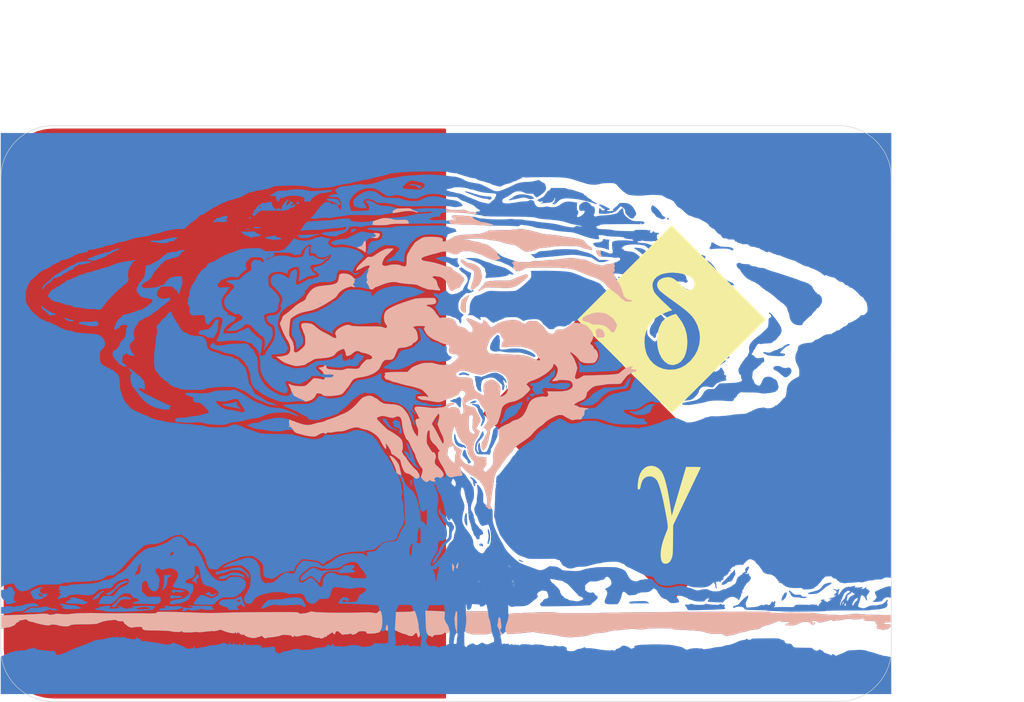
<source format=kicad_pcb>
(kicad_pcb (version 20171130) (host pcbnew "(5.1.4)-1")
  (layers (0 F.Cu signal) (31 B.Cu signal) (34 B.Paste user) (35 F.Paste user) (36 B.SilkS user) (37 F.SilkS user) (38 B.Mask user) (39 F.Mask user) (44 Edge.Cuts user))
  (net 0 "")
  (module mushroom:B_bareboard_mask_566dpi (layer F.Cu) (at 92.5 77.5)
    (fp_text reference G*** hide)
    (fp_text value LOGO hide)
  )
  (module mushroom:B_cu_566dpi (layer F.Cu) (at 92.5 77.5)
    (fp_text reference G*** hide)
    (fp_text value LOGO hide)
    (fp_poly (pts (xy -20.042091 -1.113443) (xy -19.967256 -1.054099) (xy -19.954638 -1.023272) (xy -19.953391 -0.920512) (xy -19.976738 -0.866927) (xy -19.990529 -0.814132) (xy -19.931801 -0.757203) (xy -19.895925 -0.735352) (xy -19.805002 -0.669411) (xy -19.713874 -0.583095) (xy -19.643272 -0.499188) (xy -19.613924 -0.440475) (xy -19.617763 -0.429622) (xy -19.665118 -0.436316) (xy -19.759164 -0.470144) (xy -19.768021 -0.473868) (xy -19.888159 -0.510764) (xy -20.054083 -0.54481) (xy -20.171908 -0.561618) (xy -20.461781 -0.602264) (xy -20.744762 -0.655903) (xy -20.994984 -0.716838) (xy -21.186577 -0.779372) (xy -21.21521 -0.791403) (xy -21.383569 -0.866049) (xy -21.204063 -0.900909) (xy -21.071544 -0.921673) (xy -20.886255 -0.944524) (xy -20.684942 -0.964995) (xy -20.654728 -0.967663) (xy -20.455087 -0.991893) (xy -20.309243 -1.023909) (xy -20.234944 -1.059786) (xy -20.234127 -1.060733) (xy -20.143302 -1.117297) (xy -20.042091 -1.113443)) (layer B.Cu) (width 0.01))
    (fp_poly (pts (xy -3.15973 -21.903532) (xy -2.985456 -21.87478) (xy -2.80477 -21.83573) (xy -2.587724 -21.786407) (xy -2.446851 -21.751378) (xy -2.371116 -21.723708) (xy -2.349485 -21.696464) (xy -2.370924 -21.662714) (xy -2.424399 -21.615522) (xy -2.437043 -21.604661) (xy -2.538114 -21.524383) (xy -2.602714 -21.505686) (xy -2.658992 -21.547866) (xy -2.697604 -21.598142) (xy -2.804225 -21.68463) (xy -2.968993 -21.753122) (xy -3.160737 -21.794453) (xy -3.348287 -21.799456) (xy -3.372759 -21.796692) (xy -3.484027 -21.783671) (xy -3.5177 -21.789784) (xy -3.48495 -21.820907) (xy -3.456835 -21.84092) (xy -3.375483 -21.886443) (xy -3.283093 -21.907367) (xy -3.15973 -21.903532)) (layer B.Cu) (width 0.01))
    (fp_poly (pts (xy 1.877289 -21.214137) (xy 2.018011 -21.18664) (xy 2.227389 -21.132587) (xy 2.502491 -21.051691) (xy 2.670142 -20.999051) (xy 3.107476 -20.8706) (xy 3.484133 -20.785846) (xy 3.816006 -20.741664) (xy 4.022156 -20.733202) (xy 4.201266 -20.714859) (xy 4.312375 -20.663971) (xy 4.348164 -20.585817) (xy 4.32338 -20.515938) (xy 4.250873 -20.453115) (xy 4.156395 -20.424764) (xy 4.079971 -20.440423) (xy 4.066751 -20.454797) (xy 4.011845 -20.479711) (xy 3.894207 -20.503538) (xy 3.759601 -20.519176) (xy 3.579334 -20.543734) (xy 3.367917 -20.592028) (xy 3.113774 -20.667596) (xy 2.805332 -20.773976) (xy 2.431014 -20.914705) (xy 2.306158 -20.96336) (xy 2.059614 -21.064326) (xy 1.896387 -21.140174) (xy 1.813545 -21.190617) (xy 1.808157 -21.215367) (xy 1.877289 -21.214137)) (layer B.Cu) (width 0.01))
    (fp_poly (pts (xy -7.184822 -21.258984) (xy -7.005123 -21.240881) (xy -6.854901 -21.209764) (xy -6.835305 -21.203546) (xy -6.690692 -21.13813) (xy -6.518816 -21.037295) (xy -6.378176 -20.938673) (xy -6.234067 -20.828696) (xy -6.115593 -20.74755) (xy -6.004903 -20.690332) (xy -5.884142 -20.652138) (xy -5.735459 -20.628062) (xy -5.540999 -20.613201) (xy -5.282909 -20.602649) (xy -5.137672 -20.597884) (xy -4.843757 -20.586868) (xy -4.625949 -20.574491) (xy -4.470606 -20.559162) (xy -4.364083 -20.539289) (xy -4.292736 -20.513283) (xy -4.263818 -20.495979) (xy -4.149676 -20.438786) (xy -4.054946 -20.418728) (xy -3.96039 -20.407811) (xy -3.813884 -20.379428) (xy -3.674287 -20.346463) (xy -3.386596 -20.298105) (xy -3.045929 -20.289765) (xy -2.986153 -20.291958) (xy -2.77512 -20.305076) (xy -2.622327 -20.327544) (xy -2.496279 -20.366918) (xy -2.365483 -20.430752) (xy -2.333423 -20.448559) (xy -1.974392 -20.619272) (xy -1.616811 -20.721613) (xy -1.246609 -20.756274) (xy -0.849715 -20.723948) (xy -0.41206 -20.625326) (xy -0.182625 -20.554394) (xy 0.062988 -20.48459) (xy 0.327091 -20.428251) (xy 0.559799 -20.395974) (xy 0.565347 -20.395523) (xy 0.866484 -20.348323) (xy 1.135083 -20.261438) (xy 1.352116 -20.142766) (xy 1.490549 -20.011414) (xy 1.554075 -19.918099) (xy 1.586656 -19.856029) (xy 1.587348 -19.853025) (xy 1.548774 -19.831619) (xy 1.440587 -19.8037) (xy 1.282238 -19.773845) (xy 1.190475 -19.759643) (xy 0.976805 -19.732438) (xy 0.817926 -19.72388) (xy 0.680749 -19.734379) (xy 0.532183 -19.764344) (xy 0.51733 -19.767958) (xy 0.428402 -19.78597) (xy 0.318266 -19.800124) (xy 0.177316 -19.810669) (xy -0.004051 -19.817851) (xy -0.235441 -19.82192) (xy -0.526458 -19.823123) (xy -0.886706 -19.821709) (xy -1.325791 -19.817925) (xy -1.391166 -19.817251) (xy -1.76799 -19.813365) (xy -2.117914 -19.809867) (xy -2.43044 -19.806855) (xy -2.695073 -19.804424) (xy -2.901317 -19.802672) (xy -3.038676 -19.801695) (xy -3.096466 -19.801584) (xy -3.162945 -19.802778) (xy -3.301931 -19.805094) (xy -3.496191 -19.808252) (xy -3.728491 -19.81197) (xy -3.862948 -19.8141) (xy -4.15181 -19.820733) (xy -4.365873 -19.831193) (xy -4.52006 -19.847011) (xy -4.629294 -19.869715) (xy -4.708234 -19.900696) (xy -4.831144 -19.946447) (xy -5.002557 -19.988829) (xy -5.153412 -20.01411) (xy -5.346583 -20.042661) (xy -5.537644 -20.077458) (xy -5.65295 -20.103134) (xy -5.80103 -20.128786) (xy -5.93153 -20.13166) (xy -5.964493 -20.126429) (xy -6.0635 -20.116758) (xy -6.21901 -20.11764) (xy -6.398424 -20.128828) (xy -6.409224 -20.12982) (xy -6.590621 -20.151443) (xy -6.699265 -20.177899) (xy -6.752156 -20.214385) (xy -6.762991 -20.237956) (xy -6.816805 -20.294691) (xy -6.935232 -20.356723) (xy -7.094107 -20.416145) (xy -7.269266 -20.465048) (xy -7.436545 -20.495523) (xy -7.564648 -20.500331) (xy -7.696915 -20.472396) (xy -7.783348 -20.399736) (xy -7.81799 -20.346437) (xy -7.899203 -20.206832) (xy -7.741651 -19.94519) (xy -7.662216 -19.808292) (xy -7.605601 -19.701208) (xy -7.584099 -19.647252) (xy -7.624709 -19.626102) (xy -7.730917 -19.615377) (xy -7.879288 -19.614155) (xy -8.046386 -19.621514) (xy -8.208776 -19.636535) (xy -8.343024 -19.658295) (xy -8.414311 -19.67989) (xy -8.538073 -19.724476) (xy -8.641046 -19.743559) (xy -8.709185 -19.77039) (xy -8.768748 -19.8584) (xy -8.811689 -19.963984) (xy -8.852435 -20.111904) (xy -8.867637 -20.242172) (xy -8.863108 -20.289337) (xy -8.808782 -20.401118) (xy -8.706235 -20.534458) (xy -8.573383 -20.67322) (xy -8.428139 -20.801266) (xy -8.28842 -20.902458) (xy -8.172141 -20.960658) (xy -8.111395 -20.966471) (xy -8.078473 -20.99006) (xy -8.077738 -20.998409) (xy -8.039337 -21.036095) (xy -7.941166 -21.087267) (xy -7.864576 -21.118327) (xy -7.732469 -21.169528) (xy -7.634196 -21.211931) (xy -7.606537 -21.226465) (xy -7.514953 -21.252651) (xy -7.364574 -21.263199) (xy -7.184822 -21.258984)) (layer B.Cu) (width 0.01))
    (fp_poly (pts (xy 16.570583 -13.040185) (xy 16.669809 -13.025943) (xy 16.836478 -13.007811) (xy 17.048486 -12.987982) (xy 17.283729 -12.968647) (xy 17.317109 -12.966116) (xy 17.561671 -12.946718) (xy 17.732949 -12.929063) (xy 17.847246 -12.909462) (xy 17.920866 -12.884227) (xy 17.970111 -12.849668) (xy 18.00473 -12.810531) (xy 18.101812 -12.729522) (xy 18.197959 -12.7) (xy 18.291688 -12.682968) (xy 18.331979 -12.655124) (xy 18.394768 -12.618482) (xy 18.454298 -12.610248) (xy 18.515198 -12.597677) (xy 18.514924 -12.576591) (xy 18.531177 -12.545162) (xy 18.612687 -12.506845) (xy 18.653293 -12.494039) (xy 18.770387 -12.444111) (xy 18.835789 -12.383116) (xy 18.840128 -12.370629) (xy 18.821718 -12.311384) (xy 18.732511 -12.302357) (xy 18.57083 -12.343478) (xy 18.529118 -12.357904) (xy 18.225708 -12.445605) (xy 17.916569 -12.498691) (xy 17.637022 -12.511753) (xy 17.558696 -12.506506) (xy 17.316504 -12.493628) (xy 17.116002 -12.506736) (xy 16.971984 -12.54353) (xy 16.899248 -12.601707) (xy 16.896155 -12.60956) (xy 16.845123 -12.672625) (xy 16.739701 -12.753189) (xy 16.648198 -12.80836) (xy 16.51042 -12.896999) (xy 16.43534 -12.973361) (xy 16.426306 -13.027438) (xy 16.48667 -13.049222) (xy 16.570583 -13.040185)) (layer B.Cu) (width 0.01))
    (fp_poly (pts (xy 19.12716 -10.874387) (xy 19.178218 -10.837633) (xy 19.254011 -10.78246) (xy 19.293615 -10.770318) (xy 19.33943 -10.735638) (xy 19.341696 -10.720577) (xy 19.379447 -10.690804) (xy 19.465106 -10.699502) (xy 19.541396 -10.712424) (xy 19.538521 -10.695225) (xy 19.521202 -10.682616) (xy 19.497619 -10.652985) (xy 19.54775 -10.639003) (xy 19.62793 -10.636377) (xy 19.75306 -10.613876) (xy 19.915554 -10.556442) (xy 20.085707 -10.478028) (xy 20.233813 -10.392592) (xy 20.330166 -10.314087) (xy 20.339508 -10.30208) (xy 20.372359 -10.209424) (xy 20.33275 -10.151774) (xy 20.281451 -10.14205) (xy 20.219345 -10.124518) (xy 20.217327 -10.096296) (xy 20.222782 -10.027122) (xy 20.200219 -9.914624) (xy 20.192259 -9.888904) (xy 20.165584 -9.795383) (xy 20.170223 -9.729066) (xy 20.217989 -9.662298) (xy 20.320692 -9.567428) (xy 20.334916 -9.554911) (xy 20.455884 -9.455506) (xy 20.560729 -9.381265) (xy 20.609453 -9.355393) (xy 20.675869 -9.305586) (xy 20.687986 -9.270893) (xy 20.723902 -9.190401) (xy 20.807035 -9.11148) (xy 20.900466 -9.066946) (xy 20.91961 -9.065018) (xy 20.994287 -9.028761) (xy 21.086866 -8.937614) (xy 21.17728 -8.818012) (xy 21.245463 -8.696391) (xy 21.271378 -8.601609) (xy 21.229695 -8.485549) (xy 21.103437 -8.38829) (xy 20.89079 -8.308473) (xy 20.874534 -8.304017) (xy 20.71743 -8.235817) (xy 20.613681 -8.140682) (xy 20.52196 -8.016631) (xy 20.417722 -7.898519) (xy 20.32151 -7.807464) (xy 20.253868 -7.764585) (xy 20.246862 -7.763605) (xy 20.158757 -7.721471) (xy 20.086658 -7.605607) (xy 20.040347 -7.431819) (xy 20.039959 -7.429256) (xy 20.013809 -7.30146) (xy 19.976523 -7.240899) (xy 19.913862 -7.225107) (xy 19.910542 -7.225089) (xy 19.810784 -7.265231) (xy 19.765801 -7.32606) (xy 19.712514 -7.399254) (xy 19.667988 -7.416673) (xy 19.607387 -7.441529) (xy 19.530008 -7.515948) (xy 19.523782 -7.523697) (xy 19.448957 -7.687361) (xy 19.436182 -7.893935) (xy 19.481556 -8.12545) (xy 19.581178 -8.36394) (xy 19.731148 -8.591438) (xy 19.764206 -8.631008) (xy 19.83917 -8.755513) (xy 19.906609 -8.931461) (xy 19.954224 -9.120673) (xy 19.969965 -9.269779) (xy 19.992663 -9.359223) (xy 20.024978 -9.423584) (xy 20.048939 -9.482412) (xy 20.032131 -9.543154) (xy 19.964229 -9.628695) (xy 19.903869 -9.692039) (xy 19.791378 -9.797323) (xy 19.691412 -9.874225) (xy 19.64616 -9.8983) (xy 19.577637 -9.951966) (xy 19.499651 -10.057275) (xy 19.469129 -10.111656) (xy 19.378902 -10.267174) (xy 19.267996 -10.430682) (xy 19.231553 -10.478622) (xy 19.130193 -10.612002) (xy 19.040105 -10.739325) (xy 19.01258 -10.781538) (xy 18.963917 -10.865996) (xy 18.966345 -10.899166) (xy 19.021944 -10.904947) (xy 19.023322 -10.904947) (xy 19.12716 -10.874387)) (layer B.Cu) (width 0.01))
    (fp_poly (pts (xy 5.009771 -7.463806) (xy 5.013788 -7.461179) (xy 5.094171 -7.381464) (xy 5.102258 -7.27864) (xy 5.101405 -7.274029) (xy 5.099097 -7.15704) (xy 5.119296 -7.084116) (xy 5.134304 -7.00402) (xy 5.136697 -6.859405) (xy 5.126293 -6.674638) (xy 5.122648 -6.634875) (xy 5.102355 -6.41012) (xy 5.098828 -6.259759) (xy 5.119902 -6.168878) (xy 5.173414 -6.122564) (xy 5.2672 -6.105903) (xy 5.401612 -6.10396) (xy 5.601518 -6.114833) (xy 5.828665 -6.142068) (xy 5.977208 -6.168394) (xy 6.238689 -6.203142) (xy 6.553176 -6.213416) (xy 6.887751 -6.200687) (xy 7.209499 -6.166427) (xy 7.485504 -6.112107) (xy 7.532665 -6.098862) (xy 7.872025 -5.97723) (xy 8.164439 -5.832402) (xy 8.390519 -5.674307) (xy 8.427305 -5.640783) (xy 8.51458 -5.551526) (xy 8.542557 -5.498652) (xy 8.519302 -5.459233) (xy 8.497262 -5.441951) (xy 8.42868 -5.398035) (xy 8.371233 -5.395163) (xy 8.284679 -5.434567) (xy 8.257244 -5.449296) (xy 8.121052 -5.511241) (xy 7.931193 -5.582659) (xy 7.710717 -5.65653) (xy 7.48267 -5.725838) (xy 7.2701 -5.783563) (xy 7.096056 -5.822688) (xy 6.986555 -5.836233) (xy 6.863955 -5.83562) (xy 6.679188 -5.834659) (xy 6.459841 -5.833495) (xy 6.286092 -5.832558) (xy 5.925602 -5.842537) (xy 5.599123 -5.8746) (xy 5.424711 -5.905116) (xy 5.219068 -5.943935) (xy 5.067255 -5.956382) (xy 4.937796 -5.943986) (xy 4.881533 -5.931492) (xy 4.654232 -5.913821) (xy 4.437141 -5.967988) (xy 4.260917 -6.085569) (xy 4.204182 -6.202228) (xy 4.202354 -6.369925) (xy 4.249842 -6.573401) (xy 4.34106 -6.797391) (xy 4.470419 -7.026634) (xy 4.632329 -7.245869) (xy 4.72223 -7.345402) (xy 4.826288 -7.449222) (xy 4.892881 -7.497202) (xy 4.946034 -7.498883) (xy 5.009771 -7.463806)) (layer B.Cu) (width 0.01))
    (fp_poly (pts (xy 0.14703 -14.957174) (xy 0.408459 -14.874428) (xy 0.412865 -14.872454) (xy 0.571885 -14.823503) (xy 0.761659 -14.814679) (xy 0.845521 -14.820491) (xy 1.1098 -14.844455) (xy 1.087236 -14.644261) (xy 1.08356 -14.489753) (xy 1.121893 -14.373357) (xy 1.160604 -14.31431) (xy 1.240599 -14.176081) (xy 1.244121 -14.075563) (xy 1.17143 -14.003907) (xy 1.169735 -14.002993) (xy 1.09491 -13.968537) (xy 1.029455 -13.964245) (xy 0.942047 -13.994308) (xy 0.830212 -14.048446) (xy 0.623686 -14.156173) (xy 0.47878 -14.242963) (xy 0.373991 -14.321739) (xy 0.370539 -14.324724) (xy 0.226991 -14.403082) (xy 0.011056 -14.457306) (xy -0.125903 -14.474541) (xy -0.263001 -14.503257) (xy -0.372723 -14.549836) (xy -0.469117 -14.597794) (xy -0.614377 -14.656581) (xy -0.72924 -14.697286) (xy -0.865231 -14.746902) (xy -0.958723 -14.789612) (xy -0.987279 -14.812649) (xy -0.945542 -14.841942) (xy -0.830675 -14.880894) (xy -0.658195 -14.925116) (xy -0.443618 -14.970218) (xy -0.403887 -14.977691) (xy -0.139267 -14.993594) (xy 0.14703 -14.957174)) (layer B.Cu) (width 0.01))
    (fp_poly (pts (xy 2.429565 -14.846056) (xy 2.667735 -14.837944) (xy 2.844527 -14.825369) (xy 2.988307 -14.802586) (xy 3.127442 -14.76385) (xy 3.290298 -14.703416) (xy 3.445183 -14.640347) (xy 3.638496 -14.5632) (xy 3.806181 -14.501095) (xy 3.92802 -14.461227) (xy 3.979353 -14.450177) (xy 4.055191 -14.431806) (xy 4.18343 -14.383656) (xy 4.335473 -14.316534) (xy 4.508756 -14.245291) (xy 4.732183 -14.16815) (xy 4.968077 -14.097716) (xy 5.066235 -14.072067) (xy 5.280428 -14.013999) (xy 5.484227 -13.949968) (xy 5.647121 -13.889934) (xy 5.706652 -13.863031) (xy 5.860887 -13.774689) (xy 6.035072 -13.660392) (xy 6.203549 -13.53854) (xy 6.340657 -13.427529) (xy 6.411644 -13.35754) (xy 6.441209 -13.310893) (xy 6.415955 -13.289358) (xy 6.320186 -13.28351) (xy 6.288181 -13.283393) (xy 6.173756 -13.292766) (xy 6.10878 -13.316261) (xy 6.103181 -13.326861) (xy 6.070286 -13.351552) (xy 6.035866 -13.344497) (xy 5.976332 -13.293717) (xy 5.968552 -13.266424) (xy 5.926182 -13.221519) (xy 5.808787 -13.174122) (xy 5.630936 -13.127052) (xy 5.407199 -13.083127) (xy 5.152145 -13.045165) (xy 4.880345 -13.015986) (xy 4.606368 -12.998406) (xy 4.577386 -12.997324) (xy 4.344757 -12.987295) (xy 4.137485 -12.974662) (xy 3.975748 -12.960914) (xy 3.879728 -12.947542) (xy 3.870583 -12.945168) (xy 3.800527 -12.934139) (xy 3.773451 -12.975744) (xy 3.769612 -13.053777) (xy 3.779615 -13.150578) (xy 3.803843 -13.193516) (xy 3.805354 -13.19364) (xy 3.832478 -13.231225) (xy 3.831035 -13.325778) (xy 3.803349 -13.449999) (xy 3.777428 -13.521915) (xy 3.73761 -13.66201) (xy 3.724735 -13.77693) (xy 3.698265 -13.889504) (xy 3.636149 -13.933729) (xy 3.551812 -13.98797) (xy 3.460898 -14.084194) (xy 3.448946 -14.100339) (xy 3.330544 -14.212941) (xy 3.131129 -14.335647) (xy 2.987798 -14.406491) (xy 2.76349 -14.505338) (xy 2.535556 -14.597394) (xy 2.323549 -14.675579) (xy 2.147026 -14.732815) (xy 2.02554 -14.762021) (xy 1.999467 -14.764311) (xy 1.921527 -14.794195) (xy 1.904917 -14.812954) (xy 1.923406 -14.834224) (xy 2.014583 -14.846557) (xy 2.184072 -14.850308) (xy 2.429565 -14.846056)) (layer B.Cu) (width 0.01))
    (fp_poly (pts (xy 1.618872 -14.674165) (xy 1.771466 -14.572366) (xy 1.824893 -14.527412) (xy 1.940213 -14.442261) (xy 2.068089 -14.39002) (xy 2.244152 -14.356999) (xy 2.280274 -14.352452) (xy 2.611347 -14.281003) (xy 2.892243 -14.155713) (xy 3.110298 -13.983061) (xy 3.186393 -13.888971) (xy 3.264137 -13.755644) (xy 3.312692 -13.633249) (xy 3.320848 -13.583864) (xy 3.335784 -13.473401) (xy 3.373175 -13.329005) (xy 3.389433 -13.279793) (xy 3.426448 -13.15843) (xy 3.434292 -13.058843) (xy 3.412294 -12.940929) (xy 3.382025 -12.836607) (xy 3.314396 -12.638225) (xy 3.242142 -12.463841) (xy 3.173951 -12.331515) (xy 3.118513 -12.259308) (xy 3.100408 -12.251237) (xy 3.049474 -12.223248) (xy 2.95387 -12.149941) (xy 2.836688 -12.049294) (xy 2.668924 -11.91757) (xy 2.53567 -11.853024) (xy 2.495262 -11.84735) (xy 2.406647 -11.858572) (xy 2.373278 -11.881007) (xy 2.372635 -11.956447) (xy 2.392105 -12.067846) (xy 2.435154 -12.22932) (xy 2.505246 -12.454982) (xy 2.541298 -12.565371) (xy 2.630721 -12.876771) (xy 2.684132 -13.153417) (xy 2.700386 -13.382989) (xy 2.678341 -13.553167) (xy 2.640124 -13.629613) (xy 2.572412 -13.68183) (xy 2.4465 -13.755212) (xy 2.286786 -13.835813) (xy 2.247173 -13.854209) (xy 1.97203 -14.004479) (xy 1.733422 -14.195375) (xy 1.652561 -14.275117) (xy 1.518814 -14.414467) (xy 1.438967 -14.506658) (xy 1.403698 -14.568234) (xy 1.403683 -14.615743) (xy 1.429602 -14.66573) (xy 1.431127 -14.668142) (xy 1.503104 -14.70692) (xy 1.618872 -14.674165)) (layer B.Cu) (width 0.01))
    (fp_poly (pts (xy 7.732926 -13.278835) (xy 7.749884 -13.256622) (xy 7.797607 -13.168087) (xy 7.808481 -13.121277) (xy 7.775222 -13.063669) (xy 7.685345 -12.964668) (xy 7.553699 -12.837177) (xy 7.395133 -12.694101) (xy 7.224494 -12.548341) (xy 7.056633 -12.412803) (xy 6.906397 -12.300387) (xy 6.788636 -12.223999) (xy 6.75751 -12.208011) (xy 6.540475 -12.11776) (xy 6.334206 -12.054028) (xy 6.118086 -12.013987) (xy 5.871497 -11.99481) (xy 5.573821 -11.993669) (xy 5.272969 -12.004404) (xy 4.869878 -12.023367) (xy 4.545873 -12.038009) (xy 4.29036 -12.04768) (xy 4.092746 -12.051729) (xy 3.942439 -12.049506) (xy 3.828846 -12.040361) (xy 3.741375 -12.023643) (xy 3.669432 -11.998701) (xy 3.602425 -11.964886) (xy 3.529762 -11.921546) (xy 3.485594 -11.894648) (xy 3.279998 -11.775662) (xy 3.145853 -11.710568) (xy 3.082588 -11.699703) (xy 3.089629 -11.743404) (xy 3.166404 -11.842008) (xy 3.312341 -11.995853) (xy 3.312847 -11.996363) (xy 3.44857 -12.140156) (xy 3.556059 -12.267663) (xy 3.621513 -12.361712) (xy 3.634983 -12.397106) (xy 3.678794 -12.489671) (xy 3.809029 -12.565412) (xy 4.023891 -12.624014) (xy 4.321582 -12.665159) (xy 4.700303 -12.688531) (xy 5.158259 -12.693814) (xy 5.308941 -12.691858) (xy 5.587027 -12.687861) (xy 5.794251 -12.688505) (xy 5.949455 -12.695512) (xy 6.071482 -12.710604) (xy 6.179175 -12.735502) (xy 6.291376 -12.771929) (xy 6.327562 -12.784937) (xy 6.485434 -12.846528) (xy 6.615158 -12.904586) (xy 6.686573 -12.94518) (xy 6.762386 -12.986193) (xy 6.894788 -13.040532) (xy 7.045583 -13.093246) (xy 7.228129 -13.154787) (xy 7.40483 -13.218819) (xy 7.514283 -13.261981) (xy 7.627573 -13.30603) (xy 7.69017 -13.311882) (xy 7.732926 -13.278835)) (layer B.Cu) (width 0.01))
    (fp_poly (pts (xy 2.199406 -11.270374) (xy 2.070154 -11.019665) (xy 1.980926 -10.821492) (xy 1.925191 -10.651655) (xy 1.896419 -10.485957) (xy 1.888081 -10.300197) (xy 1.891448 -10.129108) (xy 1.897457 -9.92229) (xy 1.896593 -9.788682) (xy 1.886254 -9.711845) (xy 1.863838 -9.675336) (xy 1.826746 -9.662717) (xy 1.817492 -9.661628) (xy 1.702695 -9.671243) (xy 1.629117 -9.69297) (xy 1.540793 -9.760085) (xy 1.461369 -9.867372) (xy 1.457853 -9.874006) (xy 1.422585 -9.958351) (xy 1.406876 -10.05246) (xy 1.409427 -10.1818) (xy 1.428941 -10.371833) (xy 1.431424 -10.392283) (xy 1.457774 -10.576436) (xy 1.487095 -10.733011) (xy 1.514144 -10.835156) (xy 1.520998 -10.851107) (xy 1.577668 -10.91049) (xy 1.691306 -10.998813) (xy 1.841044 -11.100331) (xy 1.901469 -11.138116) (xy 2.048778 -11.22313) (xy 2.152617 -11.273006) (xy 2.200224 -11.282079) (xy 2.199406 -11.270374)) (layer B.Cu) (width 0.01))
    (fp_poly (pts (xy 1.750177 -9.446467) (xy 1.727739 -9.424029) (xy 1.705301 -9.446467) (xy 1.727739 -9.468905) (xy 1.750177 -9.446467)) (layer B.Cu) (width 0.01))
    (fp_poly (pts (xy 1.482085 -13.963411) (xy 1.570017 -13.896574) (xy 1.586761 -13.882406) (xy 1.804037 -13.721676) (xy 2.074882 -13.567701) (xy 2.216342 -13.498717) (xy 2.390811 -13.416873) (xy 2.364457 -13.194351) (xy 2.337397 -13.040621) (xy 2.299472 -12.909347) (xy 2.281815 -12.869571) (xy 2.238091 -12.775497) (xy 2.223453 -12.722439) (xy 2.209266 -12.66075) (xy 2.173606 -12.538262) (xy 2.123607 -12.379244) (xy 2.112969 -12.346578) (xy 2.053976 -12.138005) (xy 2.0393 -11.99591) (xy 2.070675 -11.907763) (xy 2.149841 -11.861033) (xy 2.181312 -11.853567) (xy 2.271317 -11.809564) (xy 2.302142 -11.775033) (xy 2.359401 -11.725848) (xy 2.427851 -11.714408) (xy 2.467272 -11.74561) (xy 2.468198 -11.754809) (xy 2.50522 -11.786738) (xy 2.55302 -11.790506) (xy 2.613487 -11.761984) (xy 2.616567 -11.728673) (xy 2.563403 -11.661044) (xy 2.474546 -11.595869) (xy 2.385 -11.554828) (xy 2.335403 -11.554521) (xy 2.279089 -11.547839) (xy 2.265856 -11.532571) (xy 2.203705 -11.506926) (xy 2.089079 -11.513313) (xy 2.085534 -11.513967) (xy 2.013323 -11.522508) (xy 1.948972 -11.510523) (xy 1.875709 -11.467597) (xy 1.776765 -11.383314) (xy 1.635371 -11.24726) (xy 1.600025 -11.212429) (xy 1.415258 -11.019032) (xy 1.290987 -10.853779) (xy 1.215812 -10.691089) (xy 1.178333 -10.50538) (xy 1.16715 -10.271069) (xy 1.167035 -10.240793) (xy 1.186388 -9.992784) (xy 1.251533 -9.806339) (xy 1.37234 -9.660775) (xy 1.482198 -9.580289) (xy 1.606257 -9.491018) (xy 1.65137 -9.419427) (xy 1.621104 -9.34789) (xy 1.543495 -9.277655) (xy 1.463539 -9.196045) (xy 1.443614 -9.102384) (xy 1.451682 -9.030904) (xy 1.461344 -8.895375) (xy 1.451921 -8.761929) (xy 1.427616 -8.659327) (xy 1.392636 -8.616328) (xy 1.391052 -8.616255) (xy 1.336779 -8.646957) (xy 1.313097 -8.67235) (xy 1.269799 -8.756744) (xy 1.239432 -8.851856) (xy 1.186553 -8.952838) (xy 1.122632 -8.975265) (xy 1.033341 -9.011435) (xy 0.98728 -9.065018) (xy 0.901326 -9.139433) (xy 0.822711 -9.154771) (xy 0.709593 -9.178311) (xy 0.575542 -9.236656) (xy 0.545025 -9.254368) (xy 0.453297 -9.301623) (xy 0.344551 -9.334371) (xy 0.19732 -9.356649) (xy -0.009864 -9.372496) (xy -0.110978 -9.377778) (xy -0.60583 -9.401591) (xy -0.729635 -9.657744) (xy -0.8153 -9.816977) (xy -0.907234 -9.960692) (xy -0.965255 -10.034547) (xy -1.07707 -10.155197) (xy -0.914071 -10.354116) (xy -0.782397 -10.556923) (xy -0.730027 -10.74021) (xy -0.724238 -10.861908) (xy -0.751975 -10.947662) (xy -0.829434 -11.036179) (xy -0.869373 -11.073234) (xy -0.971401 -11.158822) (xy -1.049181 -11.211288) (xy -1.071034 -11.219082) (xy -1.121223 -11.257876) (xy -1.158026 -11.350071) (xy -1.166784 -11.424695) (xy -1.131111 -11.476596) (xy -1.043961 -11.493353) (xy -0.935139 -11.477885) (xy -0.83445 -11.433114) (xy -0.785797 -11.387368) (xy -0.730862 -11.320438) (xy -0.695831 -11.324145) (xy -0.669029 -11.364576) (xy -0.605481 -11.425704) (xy -0.488227 -11.501868) (xy -0.38401 -11.556387) (xy -0.243657 -11.629448) (xy -0.132913 -11.699038) (xy -0.088152 -11.737087) (xy -0.047394 -11.767415) (xy 0.002262 -11.749194) (xy 0.079567 -11.672467) (xy 0.119107 -11.627053) (xy 0.292965 -11.465141) (xy 0.474461 -11.386928) (xy 0.681396 -11.386935) (xy 0.804996 -11.416043) (xy 0.931295 -11.449602) (xy 1.013771 -11.463945) (xy 1.032156 -11.460277) (xy 1.058271 -11.468425) (xy 1.103088 -11.507985) (xy 1.173796 -11.554801) (xy 1.212178 -11.555335) (xy 1.266431 -11.563262) (xy 1.27892 -11.578002) (xy 1.334111 -11.625702) (xy 1.438338 -11.690012) (xy 1.482493 -11.713524) (xy 1.586528 -11.780385) (xy 1.636401 -11.841144) (xy 1.636704 -11.858731) (xy 1.648294 -11.925611) (xy 1.700537 -12.043828) (xy 1.781718 -12.191829) (xy 1.880123 -12.348059) (xy 1.971965 -12.475619) (xy 2.035436 -12.570228) (xy 2.065446 -12.664728) (xy 2.071518 -12.796804) (xy 2.069628 -12.862116) (xy 2.030961 -13.000052) (xy 1.938569 -13.156482) (xy 1.814313 -13.301497) (xy 1.680052 -13.405188) (xy 1.668052 -13.411559) (xy 1.563039 -13.479899) (xy 1.458647 -13.57196) (xy 1.365485 -13.673383) (xy 1.294163 -13.769809) (xy 1.255289 -13.846878) (xy 1.259474 -13.890234) (xy 1.317327 -13.885516) (xy 1.318061 -13.885236) (xy 1.383059 -13.899711) (xy 1.408095 -13.935923) (xy 1.434943 -13.974481) (xy 1.482085 -13.963411)) (layer B.Cu) (width 0.01))
    (fp_poly (pts (xy 14.692882 -9.632834) (xy 14.914299 -9.6184) (xy 15.074215 -9.599231) (xy 15.200774 -9.566223) (xy 15.322121 -9.510274) (xy 15.466401 -9.422279) (xy 15.58453 -9.344438) (xy 15.815752 -9.177674) (xy 15.986984 -9.018015) (xy 16.121894 -8.840053) (xy 16.224935 -8.656902) (xy 16.334297 -8.441085) (xy 16.206027 -8.121824) (xy 16.13955 -7.964158) (xy 16.081168 -7.839445) (xy 16.041981 -7.771144) (xy 16.038083 -7.766881) (xy 15.971318 -7.753146) (xy 15.863221 -7.768314) (xy 15.855414 -7.770385) (xy 15.748362 -7.821691) (xy 15.686389 -7.891801) (xy 15.685417 -7.894639) (xy 15.638698 -7.970694) (xy 15.546573 -8.077471) (xy 15.464694 -8.158276) (xy 15.245618 -8.317347) (xy 14.983326 -8.425211) (xy 14.664965 -8.485753) (xy 14.324301 -8.502982) (xy 14.123509 -8.50568) (xy 13.992143 -8.515143) (xy 13.909923 -8.535307) (xy 13.856567 -8.570109) (xy 13.830661 -8.598792) (xy 13.72208 -8.674965) (xy 13.53383 -8.737489) (xy 13.472803 -8.751051) (xy 13.323299 -8.786562) (xy 13.212263 -8.822239) (xy 13.166787 -8.847779) (xy 13.114151 -8.866935) (xy 13.100469 -8.860962) (xy 13.053548 -8.868023) (xy 13.025167 -8.937195) (xy 13.023647 -9.04142) (xy 13.031778 -9.084331) (xy 13.094286 -9.171726) (xy 13.234599 -9.270013) (xy 13.442255 -9.373816) (xy 13.706791 -9.477762) (xy 13.953011 -9.557607) (xy 14.147394 -9.608861) (xy 14.319894 -9.635093) (xy 14.510535 -9.640371) (xy 14.692882 -9.632834)) (layer B.Cu) (width 0.01))
    (fp_poly (pts (xy 14.649753 -8.102364) (xy 14.680557 -8.096) (xy 14.823793 -8.048233) (xy 14.9301 -7.960394) (xy 14.993472 -7.875795) (xy 15.101272 -7.675612) (xy 15.141783 -7.500343) (xy 15.112458 -7.362677) (xy 15.100208 -7.343739) (xy 15.039927 -7.29373) (xy 14.936149 -7.26506) (xy 14.76672 -7.251841) (xy 14.75253 -7.251364) (xy 14.594939 -7.249228) (xy 14.470837 -7.252733) (xy 14.413167 -7.259864) (xy 14.375976 -7.312324) (xy 14.360425 -7.413886) (xy 14.360424 -7.414346) (xy 14.346976 -7.550345) (xy 14.313979 -7.705306) (xy 14.307731 -7.727123) (xy 14.278878 -7.845469) (xy 14.290422 -7.922071) (xy 14.351668 -7.999378) (xy 14.371888 -8.019849) (xy 14.455476 -8.092091) (xy 14.534344 -8.116203) (xy 14.649753 -8.102364)) (layer B.Cu) (width 0.01))
    (fp_poly (pts (xy -4.314682 -12.162831) (xy -4.185158 -12.15401) (xy -3.953806 -12.135577) (xy -3.734311 -12.118318) (xy -3.554216 -12.104387) (xy -3.455477 -12.096973) (xy -3.304772 -12.072414) (xy -3.116765 -12.0234) (xy -2.961837 -11.971298) (xy -2.781185 -11.904557) (xy -2.605111 -11.842749) (xy -2.490636 -11.805234) (xy -2.271125 -11.730624) (xy -2.12527 -11.664906) (xy -2.058044 -11.610815) (xy -2.069612 -11.573866) (xy -2.161458 -11.537774) (xy -2.192422 -11.533903) (xy -2.265301 -11.514403) (xy -2.384457 -11.465353) (xy -2.462586 -11.428057) (xy -2.781535 -11.291145) (xy -3.151089 -11.178104) (xy -3.450023 -11.109676) (xy -3.643833 -11.063534) (xy -3.830451 -11.008295) (xy -3.966101 -10.957312) (xy -4.097198 -10.899643) (xy -4.277111 -10.823507) (xy -4.47122 -10.743512) (xy -4.51007 -10.727782) (xy -4.831218 -10.592887) (xy -5.128073 -10.458047) (xy -5.386623 -10.330283) (xy -5.592855 -10.216618) (xy -5.732759 -10.124073) (xy -5.759498 -10.101664) (xy -5.90685 -9.921443) (xy -6.03698 -9.678022) (xy -6.140648 -9.397597) (xy -6.208614 -9.106364) (xy -6.231637 -8.830519) (xy -6.229439 -8.769364) (xy -6.224718 -8.5965) (xy -6.238643 -8.503653) (xy -6.264105 -8.481626) (xy -6.317706 -8.518968) (xy -6.339291 -8.566509) (xy -6.402484 -8.637307) (xy -6.541104 -8.68025) (xy -6.744813 -8.693947) (xy -7.003274 -8.677006) (xy -7.083452 -8.666667) (xy -7.270383 -8.643192) (xy -7.513068 -8.616943) (xy -7.777728 -8.591401) (xy -7.991289 -8.573121) (xy -8.284644 -8.554251) (xy -8.507557 -8.552243) (xy -8.678106 -8.569138) (xy -8.814369 -8.606973) (xy -8.934425 -8.667787) (xy -8.956754 -8.682016) (xy -9.094515 -8.732252) (xy -9.284695 -8.750967) (xy -9.495968 -8.738919) (xy -9.697006 -8.696867) (xy -9.790537 -8.661834) (xy -10.043803 -8.53547) (xy -10.276078 -8.400308) (xy -10.470028 -8.267802) (xy -10.608317 -8.149401) (xy -10.658127 -8.088693) (xy -10.729458 -7.995391) (xy -10.790801 -7.946746) (xy -10.799705 -7.944839) (xy -10.831433 -7.903032) (xy -10.830059 -7.77969) (xy -10.826798 -7.752386) (xy -10.813997 -7.635971) (xy -10.821747 -7.593377) (xy -10.857689 -7.609605) (xy -10.887163 -7.633857) (xy -10.973403 -7.692754) (xy -11.107541 -7.769699) (xy -11.219081 -7.827329) (xy -11.512677 -7.974093) (xy -11.740727 -8.095069) (xy -11.919867 -8.200549) (xy -12.066733 -8.300824) (xy -12.197962 -8.406185) (xy -12.292538 -8.491377) (xy -12.460114 -8.636085) (xy -12.616362 -8.737798) (xy -12.783359 -8.803808) (xy -12.983186 -8.841405) (xy -13.237921 -8.85788) (xy -13.410715 -8.860586) (xy -13.621181 -8.860345) (xy -13.761252 -8.854493) (xy -13.850261 -8.839391) (xy -13.907544 -8.811399) (xy -13.952437 -8.76688) (xy -13.96045 -8.757131) (xy -14.022261 -8.622773) (xy -14.048244 -8.437467) (xy -14.038554 -8.232491) (xy -13.993341 -8.039122) (xy -13.956537 -7.954831) (xy -13.900192 -7.836711) (xy -13.868989 -7.746056) (xy -13.866784 -7.72912) (xy -13.847582 -7.658737) (xy -13.798242 -7.540222) (xy -13.754593 -7.44947) (xy -13.672302 -7.220194) (xy -13.642324 -6.978843) (xy -13.666473 -6.756682) (xy -13.707938 -6.645136) (xy -13.769787 -6.559767) (xy -13.872159 -6.450019) (xy -13.993927 -6.335031) (xy -14.113961 -6.233944) (xy -14.211133 -6.165898) (xy -14.256669 -6.148057) (xy -14.278807 -6.187079) (xy -14.281252 -6.283373) (xy -14.278893 -6.307651) (xy -14.286206 -6.50801) (xy -14.342049 -6.74967) (xy -14.43757 -7.004915) (xy -14.56392 -7.246031) (xy -14.593087 -7.291591) (xy -14.688472 -7.44345) (xy -14.738801 -7.553265) (xy -14.753991 -7.649938) (xy -14.747093 -7.740355) (xy -14.733677 -7.863469) (xy -14.717528 -8.046541) (xy -14.701151 -8.25993) (xy -14.692625 -8.384549) (xy -14.675638 -8.609419) (xy -14.649895 -8.769691) (xy -14.601648 -8.88651) (xy -14.517152 -8.98102) (xy -14.38266 -9.074367) (xy -14.184426 -9.187694) (xy -14.162609 -9.199807) (xy -13.90974 -9.319083) (xy -13.607518 -9.42048) (xy -13.332397 -9.490138) (xy -13.007514 -9.564846) (xy -12.753887 -9.626123) (xy -12.726511 -9.633452) (xy -11.877267 -9.633452) (xy -11.871107 -9.606773) (xy -11.847349 -9.603534) (xy -11.810411 -9.619954) (xy -11.817432 -9.633452) (xy -11.87069 -9.638822) (xy -11.877267 -9.633452) (xy -12.726511 -9.633452) (xy -12.555014 -9.679364) (xy -12.394394 -9.729962) (xy -12.255524 -9.78331) (xy -12.121904 -9.844802) (xy -11.977033 -9.919832) (xy -11.914664 -9.953523) (xy -11.591038 -10.130683) (xy -11.339758 -10.271298) (xy -11.153389 -10.379944) (xy -11.024498 -10.461198) (xy -10.945651 -10.519635) (xy -10.909417 -10.559833) (xy -10.904947 -10.575145) (xy -10.865713 -10.643489) (xy -10.77005 -10.699847) (xy -10.651011 -10.725306) (xy -10.642258 -10.725442) (xy -10.578054 -10.756121) (xy -10.469208 -10.838236) (xy -10.331556 -10.956906) (xy -10.180933 -11.097249) (xy -10.033175 -11.244385) (xy -9.904118 -11.383431) (xy -9.809596 -11.499505) (xy -9.792969 -11.523568) (xy -9.66705 -11.641521) (xy -9.46946 -11.734406) (xy -9.215263 -11.800228) (xy -8.919526 -11.836991) (xy -8.597314 -11.842699) (xy -8.263693 -11.815354) (xy -7.979198 -11.763895) (xy -7.769027 -11.716539) (xy -7.566531 -11.673166) (xy -7.404954 -11.640821) (xy -7.359717 -11.632631) (xy -7.235049 -11.606212) (xy -7.172432 -11.566338) (xy -7.14497 -11.487552) (xy -7.135335 -11.42023) (xy -7.099828 -11.282507) (xy -7.038563 -11.230357) (xy -6.951099 -11.263771) (xy -6.836994 -11.382739) (xy -6.81339 -11.413509) (xy -6.638474 -11.587824) (xy -6.389397 -11.751396) (xy -6.081654 -11.897686) (xy -5.730739 -12.020155) (xy -5.352145 -12.112263) (xy -5.047524 -12.158831) (xy -4.844941 -12.17147) (xy -4.588834 -12.172737) (xy -4.314682 -12.162831)) (layer B.Cu) (width 0.01))
    (fp_poly (pts (xy 9.992137 -13.631321) (xy 10.442386 -13.619117) (xy 10.861118 -13.600365) (xy 11.23696 -13.575702) (xy 11.558539 -13.545761) (xy 11.814483 -13.511179) (xy 11.993419 -13.472591) (xy 12.00858 -13.467914) (xy 12.561537 -13.268065) (xy 13.081449 -13.040176) (xy 13.295263 -12.947464) (xy 13.53871 -12.854033) (xy 13.732156 -12.788732) (xy 13.922157 -12.726166) (xy 14.103094 -12.659241) (xy 14.237278 -12.601939) (xy 14.242256 -12.599492) (xy 14.372349 -12.541006) (xy 14.482306 -12.501628) (xy 14.504016 -12.496331) (xy 14.600776 -12.450103) (xy 14.726996 -12.354896) (xy 14.85796 -12.23329) (xy 14.968954 -12.107864) (xy 15.027885 -12.017696) (xy 15.092539 -11.932488) (xy 15.209039 -11.818216) (xy 15.355029 -11.69631) (xy 15.393683 -11.667027) (xy 15.536631 -11.555772) (xy 15.650182 -11.457535) (xy 15.715381 -11.389055) (xy 15.722894 -11.376275) (xy 15.775942 -11.319879) (xy 15.882224 -11.250691) (xy 15.946962 -11.217459) (xy 16.078305 -11.141579) (xy 16.24263 -11.026977) (xy 16.407575 -10.89646) (xy 16.431209 -10.876191) (xy 16.626202 -10.716073) (xy 16.792767 -10.607544) (xy 16.962695 -10.535644) (xy 17.167779 -10.485409) (xy 17.314677 -10.46041) (xy 17.506879 -10.420696) (xy 17.70513 -10.363383) (xy 17.890206 -10.29614) (xy 18.042885 -10.226637) (xy 18.143943 -10.162544) (xy 18.174912 -10.117189) (xy 18.147873 -10.048091) (xy 18.080658 -9.948287) (xy 18.057782 -9.919983) (xy 17.975018 -9.787615) (xy 17.964478 -9.689674) (xy 17.947536 -9.579871) (xy 17.857962 -9.450116) (xy 17.779684 -9.348087) (xy 17.673456 -9.192407) (xy 17.555559 -9.007523) (xy 17.480065 -8.882731) (xy 17.368156 -8.688845) (xy 17.295978 -8.547171) (xy 17.254998 -8.434249) (xy 17.236686 -8.326619) (xy 17.232509 -8.202012) (xy 17.238868 -8.04436) (xy 17.263225 -7.904507) (xy 17.313504 -7.76333) (xy 17.397626 -7.601704) (xy 17.523514 -7.400507) (xy 17.630961 -7.24023) (xy 17.742439 -7.073904) (xy 17.832168 -6.935358) (xy 17.889741 -6.840969) (xy 17.905654 -6.808095) (xy 17.923559 -6.758169) (xy 17.971991 -6.645211) (xy 18.043025 -6.487289) (xy 18.10848 -6.345682) (xy 18.311306 -5.911602) (xy 18.111725 -5.591388) (xy 18.009319 -5.411778) (xy 17.921518 -5.230456) (xy 17.86504 -5.082448) (xy 17.859965 -5.063949) (xy 17.807785 -4.856724) (xy 17.531366 -4.803087) (xy 17.218756 -4.722866) (xy 16.961913 -4.607939) (xy 16.72886 -4.442489) (xy 16.637864 -4.361184) (xy 16.507735 -4.246778) (xy 16.390864 -4.157492) (xy 16.312064 -4.112241) (xy 16.310793 -4.111837) (xy 16.221255 -4.096435) (xy 16.054454 -4.079425) (xy 15.82285 -4.061478) (xy 15.538903 -4.043267) (xy 15.215075 -4.025467) (xy 14.863824 -4.00875) (xy 14.497612 -3.993788) (xy 14.128899 -3.981256) (xy 13.770145 -3.971826) (xy 13.686984 -3.970101) (xy 12.721847 -3.951214) (xy 12.726471 -4.260068) (xy 12.719233 -4.45205) (xy 12.695754 -4.638415) (xy 12.667521 -4.756989) (xy 12.632692 -4.874149) (xy 12.619074 -4.950064) (xy 12.621411 -4.962518) (xy 12.658468 -4.941543) (xy 12.739376 -4.869887) (xy 12.847038 -4.762756) (xy 12.853268 -4.75627) (xy 12.965985 -4.648695) (xy 13.05864 -4.578393) (xy 13.111858 -4.559965) (xy 13.112941 -4.560543) (xy 13.177757 -4.576302) (xy 13.3054 -4.591299) (xy 13.468977 -4.602422) (xy 13.478844 -4.602876) (xy 13.762012 -4.622349) (xy 13.974883 -4.655718) (xy 14.136566 -4.709) (xy 14.26617 -4.788216) (xy 14.367593 -4.882795) (xy 14.482266 -5.038759) (xy 14.575686 -5.226521) (xy 14.637896 -5.418192) (xy 14.658938 -5.585887) (xy 14.647015 -5.665373) (xy 14.617272 -5.795065) (xy 14.607904 -5.878799) (xy 14.586922 -5.98512) (xy 14.541187 -6.111702) (xy 14.484132 -6.229517) (xy 14.429194 -6.309541) (xy 14.400187 -6.327562) (xy 14.369767 -6.365833) (xy 14.360424 -6.434519) (xy 14.326623 -6.533201) (xy 14.270898 -6.564888) (xy 14.17736 -6.624238) (xy 14.147717 -6.71757) (xy 14.181393 -6.799335) (xy 14.269552 -6.845414) (xy 14.43815 -6.865145) (xy 14.498507 -6.866078) (xy 14.731744 -6.886674) (xy 14.965513 -6.94292) (xy 15.182892 -7.026502) (xy 15.366959 -7.129109) (xy 15.500793 -7.242426) (xy 15.567472 -7.358141) (xy 15.571862 -7.393375) (xy 15.59545 -7.44525) (xy 15.658757 -7.424652) (xy 15.729152 -7.359718) (xy 15.845443 -7.280964) (xy 15.965107 -7.287416) (xy 16.036876 -7.33728) (xy 16.109732 -7.392272) (xy 16.14622 -7.404594) (xy 16.234358 -7.43965) (xy 16.33051 -7.523418) (xy 16.40364 -7.623798) (xy 16.424735 -7.692653) (xy 16.444934 -7.8009) (xy 16.494359 -7.93121) (xy 16.502327 -7.947434) (xy 16.550709 -8.093094) (xy 16.584106 -8.297138) (xy 16.594616 -8.43675) (xy 16.609313 -8.773322) (xy 16.365547 -9.023595) (xy 16.223908 -9.157311) (xy 16.081029 -9.273219) (xy 15.966416 -9.34751) (xy 15.960555 -9.350375) (xy 15.847149 -9.415822) (xy 15.770767 -9.48084) (xy 15.762436 -9.492807) (xy 15.677189 -9.575985) (xy 15.533765 -9.65331) (xy 15.363443 -9.711634) (xy 15.197504 -9.737807) (xy 15.178787 -9.738163) (xy 15.033655 -9.748888) (xy 14.844144 -9.776932) (xy 14.660979 -9.814092) (xy 14.497947 -9.849448) (xy 14.367926 -9.872182) (xy 14.296448 -9.87791) (xy 14.29311 -9.877273) (xy 14.220635 -9.868569) (xy 14.10397 -9.864396) (xy 14.091166 -9.86434) (xy 13.947203 -9.8461) (xy 13.821908 -9.802568) (xy 13.701822 -9.741445) (xy 13.562164 -9.676436) (xy 13.552651 -9.672252) (xy 13.378346 -9.587067) (xy 13.190136 -9.481274) (xy 13.01885 -9.373317) (xy 12.89532 -9.281642) (xy 12.886173 -9.273527) (xy 12.805993 -9.164515) (xy 12.767654 -9.066564) (xy 12.717438 -8.961091) (xy 12.613481 -8.893041) (xy 12.442569 -8.85594) (xy 12.318552 -8.84653) (xy 12.175278 -8.831903) (xy 12.075334 -8.790992) (xy 11.97827 -8.703833) (xy 11.937103 -8.658265) (xy 11.8334 -8.557125) (xy 11.739761 -8.492954) (xy 11.699685 -8.480931) (xy 11.609178 -8.455795) (xy 11.500936 -8.394057) (xy 11.496808 -8.391038) (xy 11.423911 -8.345121) (xy 11.345778 -8.322255) (xy 11.235978 -8.319349) (xy 11.068079 -8.333311) (xy 11.034006 -8.336909) (xy 10.80648 -8.351794) (xy 10.648258 -8.337134) (xy 10.542923 -8.289987) (xy 10.494859 -8.240276) (xy 10.437814 -8.222874) (xy 10.416325 -8.231705) (xy 10.373207 -8.225579) (xy 10.366431 -8.195227) (xy 10.336114 -8.11507) (xy 10.315213 -8.096258) (xy 10.221263 -8.067296) (xy 10.083792 -8.054281) (xy 9.940477 -8.057455) (xy 9.828995 -8.077059) (xy 9.797175 -8.092925) (xy 9.731333 -8.149949) (xy 9.624795 -8.244989) (xy 9.524492 -8.335778) (xy 9.410293 -8.435082) (xy 9.321027 -8.504066) (xy 9.279834 -8.526502) (xy 9.254109 -8.558194) (xy 9.255742 -8.567703) (xy 9.233631 -8.620659) (xy 9.164811 -8.713237) (xy 9.09862 -8.788149) (xy 8.93314 -8.929354) (xy 8.768046 -8.994519) (xy 8.762047 -8.995565) (xy 8.592624 -9.010109) (xy 8.37265 -9.009976) (xy 8.129978 -8.997271) (xy 7.892466 -8.974095) (xy 7.687969 -8.94255) (xy 7.544342 -8.904741) (xy 7.540912 -8.903391) (xy 7.422843 -8.860115) (xy 7.351727 -8.854369) (xy 7.292092 -8.888171) (xy 7.256544 -8.919571) (xy 7.156363 -8.994893) (xy 7.018071 -9.080081) (xy 6.955831 -9.113729) (xy 6.862135 -9.157639) (xy 6.770615 -9.186576) (xy 6.660385 -9.203122) (xy 6.51056 -9.209857) (xy 6.300255 -9.209361) (xy 6.195075 -9.207726) (xy 5.980168 -9.201337) (xy 5.799455 -9.190959) (xy 5.670974 -9.177987) (xy 5.612763 -9.163814) (xy 5.611682 -9.16267) (xy 5.554353 -9.120588) (xy 5.443805 -9.062195) (xy 5.311242 -9.001641) (xy 5.18787 -8.953077) (xy 5.104895 -8.930653) (xy 5.099447 -8.930389) (xy 5.020357 -8.898709) (xy 4.981272 -8.863075) (xy 4.892814 -8.8077) (xy 4.827288 -8.79576) (xy 4.71269 -8.768834) (xy 4.642058 -8.729873) (xy 4.567643 -8.683688) (xy 4.496688 -8.672981) (xy 4.412807 -8.704344) (xy 4.299614 -8.784374) (xy 4.140722 -8.919663) (xy 4.115906 -8.941608) (xy 3.966064 -9.072425) (xy 3.85969 -9.154503) (xy 3.773538 -9.199142) (xy 3.684363 -9.217642) (xy 3.568917 -9.221303) (xy 3.54063 -9.221249) (xy 3.356773 -9.212496) (xy 3.257276 -9.186508) (xy 3.238087 -9.141486) (xy 3.267745 -9.100171) (xy 3.315111 -9.021535) (xy 3.320848 -8.990137) (xy 3.290298 -8.954838) (xy 3.203527 -8.980323) (xy 3.06786 -9.063987) (xy 3.024916 -9.095372) (xy 2.926336 -9.162662) (xy 2.856983 -9.198058) (xy 2.848303 -9.199647) (xy 2.791529 -9.22756) (xy 2.713006 -9.29129) (xy 2.571598 -9.367521) (xy 2.395979 -9.397924) (xy 2.252972 -9.407895) (xy 2.141481 -9.416028) (xy 2.110421 -9.418471) (xy 2.082932 -9.437619) (xy 2.134931 -9.487385) (xy 2.144079 -9.493888) (xy 2.195564 -9.540043) (xy 2.225649 -9.604076) (xy 2.239873 -9.708888) (xy 2.243778 -9.877382) (xy 2.243817 -9.906127) (xy 2.263712 -10.272632) (xy 2.32666 -10.573659) (xy 2.437554 -10.824964) (xy 2.594254 -11.034712) (xy 2.722561 -11.164376) (xy 2.821165 -11.235404) (xy 2.912395 -11.262292) (xy 2.947386 -11.263958) (xy 3.049022 -11.283807) (xy 3.204449 -11.337192) (xy 3.388553 -11.414875) (xy 3.493492 -11.464887) (xy 3.753473 -11.587495) (xy 3.962586 -11.667011) (xy 4.145222 -11.709251) (xy 4.325771 -11.720031) (xy 4.510071 -11.707263) (xy 4.700303 -11.692058) (xy 4.940967 -11.681468) (xy 5.215205 -11.675325) (xy 5.506159 -11.673463) (xy 5.796971 -11.675712) (xy 6.070783 -11.681906) (xy 6.310736 -11.691876) (xy 6.499972 -11.705457) (xy 6.621634 -11.722479) (xy 6.643111 -11.72847) (xy 6.826514 -11.819845) (xy 7.059161 -11.980716) (xy 7.342271 -12.212018) (xy 7.677064 -12.514687) (xy 7.717314 -12.552581) (xy 7.896137 -12.722774) (xy 8.019262 -12.850953) (xy 8.09542 -12.957595) (xy 8.133339 -13.063174) (xy 8.141749 -13.188166) (xy 8.12938 -13.353046) (xy 8.114989 -13.485336) (xy 8.105115 -13.575089) (xy 8.122615 -13.575089) (xy 8.145053 -13.552651) (xy 8.167492 -13.575089) (xy 8.145053 -13.597527) (xy 8.122615 -13.575089) (xy 8.105115 -13.575089) (xy 8.100177 -13.619965) (xy 9.04258 -13.633549) (xy 9.521744 -13.636343) (xy 9.992137 -13.631321)) (layer B.Cu) (width 0.01))
    (fp_poly (pts (xy 1.806847 -3.913528) (xy 1.914342 -3.864088) (xy 2.053034 -3.805322) (xy 2.083476 -3.793032) (xy 2.192172 -3.740901) (xy 2.223641 -3.698141) (xy 2.208326 -3.671294) (xy 2.145983 -3.643239) (xy 2.039269 -3.656501) (xy 1.982012 -3.672324) (xy 1.786663 -3.712802) (xy 1.594955 -3.722363) (xy 1.440345 -3.700398) (xy 1.397017 -3.68299) (xy 1.295068 -3.666206) (xy 1.254338 -3.681218) (xy 1.226835 -3.730273) (xy 1.268001 -3.787444) (xy 1.358256 -3.844497) (xy 1.478019 -3.8932) (xy 1.607709 -3.92532) (xy 1.727745 -3.932624) (xy 1.806847 -3.913528)) (layer B.Cu) (width 0.01))
    (fp_poly (pts (xy 5.772935 -2.698289) (xy 5.785755 -2.620204) (xy 5.788359 -2.546732) (xy 5.784521 -2.422424) (xy 5.773986 -2.345607) (xy 5.766608 -2.333569) (xy 5.740565 -2.366861) (xy 5.740524 -2.367227) (xy 5.72787 -2.561553) (xy 5.741219 -2.679137) (xy 5.753143 -2.705562) (xy 5.772935 -2.698289)) (layer B.Cu) (width 0.01))
    (fp_poly (pts (xy 4.781254 -3.893972) (xy 4.890211 -3.863588) (xy 5.028239 -3.80147) (xy 5.139805 -3.744942) (xy 5.293101 -3.65984) (xy 5.409547 -3.583309) (xy 5.470295 -3.528197) (xy 5.474912 -3.516559) (xy 5.508065 -3.448262) (xy 5.557543 -3.401927) (xy 5.676713 -3.26639) (xy 5.757999 -3.053684) (xy 5.761255 -3.040371) (xy 5.770859 -2.944734) (xy 5.74118 -2.923479) (xy 5.680198 -2.974689) (xy 5.607511 -3.077314) (xy 5.528542 -3.182574) (xy 5.476254 -3.208873) (xy 5.454383 -3.164023) (xy 5.466665 -3.055834) (xy 5.516837 -2.892116) (xy 5.517748 -2.889677) (xy 5.572624 -2.72182) (xy 5.587358 -2.6096) (xy 5.569281 -2.5377) (xy 5.52691 -2.417129) (xy 5.510436 -2.333569) (xy 5.477113 -2.247375) (xy 5.43051 -2.221379) (xy 5.390465 -2.243691) (xy 5.369507 -2.321724) (xy 5.363199 -2.472123) (xy 5.363195 -2.474) (xy 5.362721 -2.726622) (xy 5.003711 -3.065877) (xy 4.840251 -3.217474) (xy 4.720481 -3.317779) (xy 4.62468 -3.379018) (xy 4.533131 -3.413419) (xy 4.426111 -3.43321) (xy 4.407268 -3.435704) (xy 4.202292 -3.439629) (xy 3.976294 -3.40891) (xy 3.76027 -3.350933) (xy 3.585217 -3.273084) (xy 3.516515 -3.223449) (xy 3.413128 -3.072013) (xy 3.348991 -2.850842) (xy 3.326821 -2.572185) (xy 3.333486 -2.399069) (xy 3.344645 -2.239059) (xy 3.351083 -2.120992) (xy 3.351653 -2.066668) (xy 3.351045 -2.065342) (xy 3.31139 -2.086212) (xy 3.220853 -2.137472) (xy 3.176862 -2.162851) (xy 3.036315 -2.278287) (xy 2.982685 -2.385688) (xy 2.949271 -2.486012) (xy 2.913509 -2.537647) (xy 2.888442 -2.594338) (xy 2.873716 -2.707296) (xy 2.872085 -2.763984) (xy 2.856133 -2.932052) (xy 2.816653 -3.094494) (xy 2.805364 -3.124406) (xy 2.764539 -3.271517) (xy 2.782104 -3.365298) (xy 2.799395 -3.438589) (xy 2.756228 -3.473113) (xy 2.710178 -3.517196) (xy 2.714262 -3.544007) (xy 2.771139 -3.563931) (xy 2.887071 -3.567985) (xy 3.03329 -3.5588) (xy 3.181023 -3.539004) (xy 3.301503 -3.511228) (xy 3.358849 -3.485093) (xy 3.419994 -3.466622) (xy 3.462578 -3.514637) (xy 3.515189 -3.566883) (xy 3.547113 -3.566505) (xy 3.604056 -3.572908) (xy 3.71909 -3.612407) (xy 3.870426 -3.677173) (xy 3.919314 -3.700199) (xy 4.231431 -3.824168) (xy 4.518917 -3.887429) (xy 4.527484 -3.888358) (xy 4.670601 -3.899826) (xy 4.781254 -3.893972)) (layer B.Cu) (width 0.01))
    (fp_poly (pts (xy 17.643006 -3.408823) (xy 17.630055 -3.315607) (xy 17.563397 -3.157039) (xy 17.559893 -3.150083) (xy 17.498585 -3.003734) (xy 17.46171 -2.866981) (xy 17.456891 -2.818944) (xy 17.416173 -2.678567) (xy 17.30332 -2.523635) (xy 17.211978 -2.43115) (xy 17.131234 -2.380012) (xy 17.027872 -2.356977) (xy 16.868674 -2.348801) (xy 16.864534 -2.348694) (xy 16.626989 -2.332625) (xy 16.365891 -2.298583) (xy 16.10114 -2.250955) (xy 15.852635 -2.194127) (xy 15.640276 -2.132486) (xy 15.483964 -2.07042) (xy 15.41982 -2.030194) (xy 15.326285 -1.956284) (xy 15.196136 -1.862366) (xy 15.128786 -1.816366) (xy 15.014925 -1.726365) (xy 14.884833 -1.602761) (xy 14.755409 -1.46453) (xy 14.643552 -1.330645) (xy 14.566161 -1.220081) (xy 14.53993 -1.155192) (xy 14.520652 -1.129312) (xy 14.510227 -1.136653) (xy 14.459868 -1.130744) (xy 14.369528 -1.080185) (xy 14.333716 -1.054379) (xy 14.23458 -0.984148) (xy 14.165885 -0.945192) (xy 14.155203 -0.942403) (xy 14.105902 -0.910586) (xy 14.069534 -0.868601) (xy 14.023514 -0.832231) (xy 13.937631 -0.807521) (xy 13.795476 -0.791596) (xy 13.58064 -0.781583) (xy 13.570947 -0.781284) (xy 13.370837 -0.777598) (xy 13.197179 -0.778761) (xy 13.074515 -0.784393) (xy 13.036573 -0.789519) (xy 12.915751 -0.817473) (xy 12.845848 -0.832815) (xy 12.759894 -0.872577) (xy 12.752199 -0.926835) (xy 12.816671 -0.979414) (xy 12.912079 -1.008658) (xy 13.051157 -1.059947) (xy 13.198315 -1.151091) (xy 13.24306 -1.187989) (xy 13.385808 -1.30327) (xy 13.5524 -1.41933) (xy 13.614373 -1.457576) (xy 13.730638 -1.535706) (xy 13.805949 -1.605497) (xy 13.821908 -1.637029) (xy 13.861162 -1.719713) (xy 13.970799 -1.828592) (xy 14.138638 -1.95467) (xy 14.352495 -2.088954) (xy 14.600187 -2.222449) (xy 14.644527 -2.244294) (xy 15.108671 -2.469871) (xy 15.912551 -2.494814) (xy 16.266565 -2.509233) (xy 16.541482 -2.529597) (xy 16.747896 -2.558532) (xy 16.896404 -2.598661) (xy 16.997598 -2.652609) (xy 17.062075 -2.723) (xy 17.092314 -2.787038) (xy 17.140589 -2.88614) (xy 17.223339 -3.022919) (xy 17.300215 -3.135924) (xy 17.430854 -3.300236) (xy 17.536282 -3.400749) (xy 17.609374 -3.437074) (xy 17.643006 -3.408823)) (layer B.Cu) (width 0.01))
    (fp_poly (pts (xy -0.854571 0.588754) (xy -0.854447 0.591962) (xy -0.874149 0.671592) (xy -0.893621 0.693169) (xy -0.926459 0.749997) (xy -0.957769 0.860326) (xy -0.96488 0.897761) (xy -0.991803 1.0098) (xy -1.022348 1.072327) (xy -1.031374 1.077031) (xy -1.047098 1.039068) (xy -1.037867 0.946156) (xy -1.034644 0.930998) (xy -1.000292 0.814781) (xy -0.95462 0.702714) (xy -0.908117 0.614531) (xy -0.871271 0.569966) (xy -0.854571 0.588754)) (layer B.Cu) (width 0.01))
    (fp_poly (pts (xy 0.858573 1.982667) (xy 0.890459 2.090445) (xy 0.900022 2.154063) (xy 0.94846 2.358461) (xy 1.035063 2.563785) (xy 1.142773 2.733335) (xy 1.195667 2.790076) (xy 1.287439 2.848751) (xy 1.430619 2.916774) (xy 1.590218 2.979192) (xy 1.731241 3.021053) (xy 1.741115 3.023156) (xy 1.798378 3.065393) (xy 1.856731 3.14814) (xy 1.89615 3.236098) (xy 1.89661 3.293969) (xy 1.895458 3.295237) (xy 1.840214 3.318181) (xy 1.769237 3.27396) (xy 1.728117 3.231513) (xy 1.664987 3.172287) (xy 1.623086 3.179939) (xy 1.593383 3.215873) (xy 1.539529 3.260866) (xy 1.507559 3.237893) (xy 1.439725 3.193158) (xy 1.395413 3.186219) (xy 1.256173 3.153378) (xy 1.103702 3.069971) (xy 0.976653 2.958666) (xy 0.950801 2.925446) (xy 0.852163 2.725424) (xy 0.788647 2.477486) (xy 0.76935 2.219616) (xy 0.771229 2.175797) (xy 0.791462 2.026608) (xy 0.823075 1.961809) (xy 0.858573 1.982667)) (layer B.Cu) (width 0.01))
    (fp_poly (pts (xy 1.83721 3.499528) (xy 1.852806 3.522791) (xy 1.9009 3.642048) (xy 1.914999 3.713053) (xy 1.945758 3.841884) (xy 2.010422 4.012067) (xy 2.094571 4.193016) (xy 2.183789 4.354147) (xy 2.263656 4.464875) (xy 2.274603 4.475869) (xy 2.345796 4.560157) (xy 2.349766 4.632058) (xy 2.336686 4.661314) (xy 2.257782 4.752467) (xy 2.16866 4.773924) (xy 2.114656 4.744408) (xy 2.073412 4.660948) (xy 2.064311 4.595496) (xy 2.030466 4.503) (xy 1.943085 4.392826) (xy 1.907244 4.359023) (xy 1.814112 4.271795) (xy 1.757802 4.208526) (xy 1.750177 4.193281) (xy 1.719133 4.147574) (xy 1.655552 4.088824) (xy 1.601646 4.034381) (xy 1.580381 3.96783) (xy 1.586493 3.859477) (xy 1.599457 3.772312) (xy 1.642405 3.602312) (xy 1.701926 3.494686) (xy 1.769651 3.457677) (xy 1.83721 3.499528)) (layer B.Cu) (width 0.01))
    (fp_poly (pts (xy 10.3719 -4.203481) (xy 10.37422 -4.173499) (xy 10.387333 -3.936521) (xy 10.387398 -3.773239) (xy 10.374541 -3.689775) (xy 10.363943 -3.679859) (xy 10.329988 -3.641915) (xy 10.303127 -3.567668) (xy 10.262171 -3.483492) (xy 10.216767 -3.455477) (xy 10.147564 -3.421062) (xy 10.054018 -3.334456) (xy 9.95765 -3.220619) (xy 9.879978 -3.104512) (xy 9.845167 -3.024463) (xy 9.838206 -2.945059) (xy 9.889218 -2.918624) (xy 9.932593 -2.916962) (xy 10.029524 -2.901091) (xy 10.074735 -2.872085) (xy 10.132475 -2.846288) (xy 10.244291 -2.831469) (xy 10.375704 -2.82825) (xy 10.492233 -2.837253) (xy 10.559396 -2.859103) (xy 10.562924 -2.863266) (xy 10.613811 -2.877678) (xy 10.736532 -2.890877) (xy 10.913172 -2.901473) (xy 11.125814 -2.908077) (xy 11.145484 -2.908419) (xy 11.388248 -2.910498) (xy 11.557339 -2.906408) (xy 11.66872 -2.894534) (xy 11.738355 -2.873261) (xy 11.778942 -2.84433) (xy 11.8383 -2.739828) (xy 11.810627 -2.630209) (xy 11.695056 -2.513541) (xy 11.602801 -2.451201) (xy 11.45169 -2.369135) (xy 11.317161 -2.329511) (xy 11.151557 -2.319683) (xy 11.109161 -2.320206) (xy 10.592593 -2.355892) (xy 10.236076 -2.416261) (xy 10.020211 -2.434823) (xy 9.907225 -2.412957) (xy 9.752999 -2.392009) (xy 9.665239 -2.417712) (xy 9.484623 -2.465289) (xy 9.330709 -2.436891) (xy 9.241991 -2.367227) (xy 9.167259 -2.237659) (xy 9.173982 -2.131158) (xy 9.244523 -2.064311) (xy 9.330018 -1.997908) (xy 9.332286 -1.943055) (xy 9.257819 -1.908743) (xy 9.128037 -1.902991) (xy 8.977961 -1.898685) (xy 8.904262 -1.86587) (xy 8.900155 -1.858234) (xy 8.843119 -1.822614) (xy 8.707577 -1.816812) (xy 8.657631 -1.820189) (xy 8.521574 -1.825773) (xy 8.454383 -1.810227) (xy 8.436749 -1.770513) (xy 8.399953 -1.699381) (xy 8.358216 -1.673508) (xy 8.277623 -1.629338) (xy 8.253283 -1.605478) (xy 8.208765 -1.60226) (xy 8.169254 -1.635862) (xy 8.092753 -1.69406) (xy 8.049806 -1.705301) (xy 7.993614 -1.72914) (xy 8.009958 -1.802759) (xy 8.027482 -1.832761) (xy 8.085236 -1.87146) (xy 8.179997 -1.897578) (xy 8.276421 -1.906159) (xy 8.339165 -1.892246) (xy 8.346997 -1.877567) (xy 8.380235 -1.860325) (xy 8.414311 -1.868578) (xy 8.476284 -1.91865) (xy 8.45348 -1.99207) (xy 8.421399 -2.028375) (xy 8.353403 -2.11746) (xy 8.298102 -2.225908) (xy 8.26157 -2.332467) (xy 8.24988 -2.415887) (xy 8.269104 -2.454915) (xy 8.302121 -2.44576) (xy 8.337602 -2.459325) (xy 8.346997 -2.509143) (xy 8.315143 -2.586105) (xy 8.209932 -2.635714) (xy 8.201149 -2.638054) (xy 8.102287 -2.680846) (xy 8.055811 -2.734778) (xy 8.055301 -2.740309) (xy 8.027393 -2.820462) (xy 8.010424 -2.837741) (xy 8.00225 -2.867401) (xy 8.032863 -2.873973) (xy 8.281678 -2.887376) (xy 8.462309 -2.902377) (xy 8.596283 -2.923333) (xy 8.705125 -2.954599) (xy 8.810363 -3.000532) (xy 8.906335 -3.050716) (xy 9.09301 -3.160983) (xy 9.295194 -3.294293) (xy 9.421895 -3.386181) (xy 9.56282 -3.488011) (xy 9.689543 -3.568559) (xy 9.77182 -3.609219) (xy 9.850352 -3.657957) (xy 9.872792 -3.705321) (xy 9.902103 -3.763008) (xy 9.925148 -3.769612) (xy 9.957335 -3.785778) (xy 9.951325 -3.79579) (xy 9.95916 -3.840923) (xy 10.012655 -3.908328) (xy 10.083808 -3.969001) (xy 10.142709 -3.993993) (xy 10.193462 -4.028891) (xy 10.261525 -4.11525) (xy 10.277171 -4.139841) (xy 10.33513 -4.23112) (xy 10.361749 -4.250614) (xy 10.3719 -4.203481)) (layer B.Cu) (width 0.01))
    (fp_poly (pts (xy 7.951624 -1.532023) (xy 7.965367 -1.488101) (xy 7.968019 -1.401549) (xy 7.919572 -1.3134) (xy 7.838123 -1.226352) (xy 7.682999 -1.075681) (xy 7.721097 -1.244603) (xy 7.737075 -1.375704) (xy 7.718644 -1.45388) (xy 7.716524 -1.456198) (xy 7.676907 -1.519364) (xy 7.716478 -1.559494) (xy 7.80567 -1.579832) (xy 7.904118 -1.580976) (xy 7.951624 -1.532023)) (layer B.Cu) (width 0.01))
    (fp_poly (pts (xy 2.86798 -1.217861) (xy 2.900284 -1.189223) (xy 2.892553 -1.101846) (xy 2.800718 -1.039699) (xy 2.623736 -1.002204) (xy 2.550737 -0.995447) (xy 2.267133 -0.974933) (xy 2.404266 -1.090322) (xy 2.514073 -1.157447) (xy 2.646353 -1.204745) (xy 2.773517 -1.226717) (xy 2.86798 -1.217861)) (layer B.Cu) (width 0.01))
    (fp_poly (pts (xy 7.303006 -1.103826) (xy 7.30522 -1.045465) (xy 7.271177 -0.933027) (xy 7.211143 -0.789192) (xy 7.135384 -0.636639) (xy 7.054166 -0.498044) (xy 6.987641 -0.407151) (xy 6.888463 -0.274789) (xy 6.807891 -0.13805) (xy 6.794162 -0.1081) (xy 6.698455 0.026108) (xy 6.519161 0.166313) (xy 6.468552 0.198079) (xy 6.329671 0.278838) (xy 6.219011 0.3366) (xy 6.160269 0.359006) (xy 6.159959 0.35901) (xy 6.101094 0.38709) (xy 6.011738 0.45636) (xy 5.992689 0.473557) (xy 5.883149 0.560331) (xy 5.733715 0.660927) (xy 5.630774 0.722601) (xy 5.493722 0.805444) (xy 5.384995 0.881028) (xy 5.338437 0.922189) (xy 5.258305 0.983177) (xy 5.192904 0.955943) (xy 5.182017 0.940463) (xy 5.188494 0.878579) (xy 5.240076 0.781567) (xy 5.26295 0.749605) (xy 5.421452 0.489146) (xy 5.538274 0.192488) (xy 5.584637 -0.013113) (xy 5.66234 -0.250811) (xy 5.819775 -0.450026) (xy 6.053895 -0.606956) (xy 6.065364 -0.612567) (xy 6.220187 -0.687146) (xy 6.370105 -0.759074) (xy 6.408397 -0.777375) (xy 6.526166 -0.817485) (xy 6.620119 -0.822909) (xy 6.628921 -0.820295) (xy 6.677645 -0.815581) (xy 6.671315 -0.841032) (xy 6.695517 -0.876497) (xy 6.781562 -0.928855) (xy 6.905632 -0.988197) (xy 7.043914 -1.044616) (xy 7.17259 -1.088203) (xy 7.267845 -1.109052) (xy 7.303006 -1.103826)) (layer B.Cu) (width 0.01))
    (fp_poly (pts (xy 2.621526 -0.913883) (xy 2.766128 -0.890348) (xy 2.923461 -0.878384) (xy 2.927307 -0.878302) (xy 3.080871 -0.848817) (xy 3.157594 -0.785336) (xy 3.205497 -0.708156) (xy 3.219197 -0.673145) (xy 3.24937 -0.555875) (xy 3.331449 -0.453491) (xy 3.37573 -0.425924) (xy 3.458258 -0.351397) (xy 3.505424 -0.208183) (xy 3.506937 -0.199456) (xy 3.5487 -0.041565) (xy 3.615221 0.128725) (xy 3.636925 0.173157) (xy 3.70386 0.33807) (xy 3.716405 0.494205) (xy 3.710025 0.555338) (xy 3.680859 0.668623) (xy 3.626906 0.800676) (xy 3.557871 0.936059) (xy 3.483462 1.059339) (xy 3.413387 1.155078) (xy 3.357351 1.207842) (xy 3.325062 1.202194) (xy 3.320848 1.174196) (xy 3.33395 1.114713) (xy 3.368066 0.997232) (xy 3.409184 0.867649) (xy 3.497519 0.598567) (xy 3.364643 0.355379) (xy 3.23203 0.105798) (xy 3.131772 -0.09733) (xy 3.068296 -0.244429) (xy 3.046027 -0.325924) (xy 3.046675 -0.332637) (xy 3.031588 -0.440627) (xy 2.956227 -0.563782) (xy 2.842162 -0.680428) (xy 2.710962 -0.768888) (xy 2.584196 -0.807487) (xy 2.573872 -0.807774) (xy 2.499308 -0.836464) (xy 2.483157 -0.877012) (xy 2.502222 -0.921795) (xy 2.573827 -0.923712) (xy 2.621526 -0.913883)) (layer B.Cu) (width 0.01))
    (fp_poly (pts (xy 4.920679 1.285841) (xy 4.941147 1.340341) (xy 4.948132 1.447218) (xy 4.944535 1.624435) (xy 4.944018 1.638468) (xy 4.931485 1.83685) (xy 4.911016 2.024896) (xy 4.886821 2.164761) (xy 4.8844 2.17448) (xy 4.840563 2.301704) (xy 4.765824 2.478279) (xy 4.670945 2.682559) (xy 4.56669 2.8929) (xy 4.463819 3.087656) (xy 4.373095 3.245182) (xy 4.305279 3.343834) (xy 4.30004 3.349771) (xy 4.249035 3.427251) (xy 4.255276 3.472986) (xy 4.273806 3.534889) (xy 4.255541 3.667397) (xy 4.24527 3.710302) (xy 4.191302 3.868641) (xy 4.132936 3.939372) (xy 4.071041 3.921449) (xy 4.070481 3.920893) (xy 4.015589 3.908834) (xy 3.891385 3.900204) (xy 3.718274 3.896026) (xy 3.579646 3.896289) (xy 3.378247 3.896427) (xy 3.205374 3.892392) (xy 3.084078 3.884946) (xy 3.04363 3.878581) (xy 2.954931 3.812537) (xy 2.870103 3.68674) (xy 2.804091 3.530504) (xy 2.771837 3.373142) (xy 2.770751 3.343286) (xy 2.783638 3.103502) (xy 2.8193 2.894212) (xy 2.872967 2.736729) (xy 2.922588 2.665049) (xy 2.987374 2.58564) (xy 3.006714 2.531814) (xy 3.039133 2.465874) (xy 3.116351 2.388471) (xy 3.207655 2.281863) (xy 3.257007 2.172052) (xy 3.298797 2.053153) (xy 3.344681 1.974558) (xy 3.401819 1.871858) (xy 3.417703 1.818006) (xy 3.465335 1.737722) (xy 3.511931 1.713774) (xy 3.567546 1.722052) (xy 3.56249 1.769926) (xy 3.565054 1.861942) (xy 3.588863 1.905746) (xy 3.602233 1.989044) (xy 3.553552 2.119679) (xy 3.448775 2.286415) (xy 3.293859 2.478019) (xy 3.273317 2.5009) (xy 3.144427 2.645967) (xy 3.06129 2.752769) (xy 3.008005 2.848263) (xy 2.96867 2.959408) (xy 2.939291 3.067204) (xy 2.904357 3.217678) (xy 2.898036 3.323235) (xy 2.922296 3.424667) (xy 2.961201 3.521304) (xy 3.020248 3.638953) (xy 3.073702 3.712414) (xy 3.094872 3.724735) (xy 3.134223 3.6913) (xy 3.136907 3.6235) (xy 3.103675 3.572122) (xy 3.080908 3.515272) (xy 3.067269 3.397067) (xy 3.062926 3.245459) (xy 3.068049 3.088396) (xy 3.082807 2.953829) (xy 3.099527 2.886474) (xy 3.148342 2.811187) (xy 3.195293 2.816595) (xy 3.226142 2.894495) (xy 3.231096 2.962277) (xy 3.245722 3.140393) (xy 3.283948 3.328968) (xy 3.337291 3.496025) (xy 3.39727 3.609586) (xy 3.405251 3.618901) (xy 3.487189 3.67548) (xy 3.606729 3.691776) (xy 3.683255 3.687977) (xy 3.791896 3.675206) (xy 3.862692 3.645803) (xy 3.918126 3.58005) (xy 3.980683 3.458227) (xy 4.005212 3.405615) (xy 4.06881 3.261778) (xy 4.113366 3.148246) (xy 4.128622 3.093065) (xy 4.145993 3.026877) (xy 4.189835 2.913839) (xy 4.214146 2.858403) (xy 4.274069 2.692394) (xy 4.3209 2.503946) (xy 4.330603 2.445759) (xy 4.363883 2.256531) (xy 4.4095 2.056036) (xy 4.424585 2.00007) (xy 4.461927 1.84639) (xy 4.484539 1.709731) (xy 4.487633 1.663187) (xy 4.519972 1.563716) (xy 4.600957 1.450469) (xy 4.706543 1.347567) (xy 4.812682 1.279132) (xy 4.883828 1.265759) (xy 4.920679 1.285841)) (layer B.Cu) (width 0.01))
    (fp_poly (pts (xy -5.833741 0.497539) (xy -5.789046 0.525999) (xy -5.697034 0.593636) (xy -5.65016 0.636341) (xy -5.648869 0.642575) (xy -5.637646 0.681807) (xy -5.590245 0.773922) (xy -5.519672 0.89673) (xy -5.438933 1.028036) (xy -5.361033 1.145648) (xy -5.324821 1.195529) (xy -5.213332 1.298409) (xy -5.049312 1.401332) (xy -4.867789 1.484632) (xy -4.743447 1.521937) (xy -4.652651 1.55433) (xy -4.616672 1.591987) (xy -4.6461 1.644023) (xy -4.711623 1.638909) (xy -4.736135 1.621335) (xy -4.798277 1.587108) (xy -4.919396 1.536246) (xy -5.071024 1.480558) (xy -5.225377 1.425798) (xy -5.348042 1.379458) (xy -5.411733 1.351922) (xy -5.480314 1.295141) (xy -5.582182 1.190599) (xy -5.702082 1.056493) (xy -5.824759 0.911021) (xy -5.934958 0.772379) (xy -6.017424 0.658767) (xy -6.056902 0.58838) (xy -6.058304 0.580636) (xy -6.031007 0.481654) (xy -5.953807 0.45348) (xy -5.833741 0.497539)) (layer B.Cu) (width 0.01))
    (fp_poly (pts (xy -4.72455 0.639416) (xy -4.717802 0.645468) (xy -4.616069 0.703645) (xy -4.544995 0.718021) (xy -4.45733 0.748848) (xy -4.409981 0.847241) (xy -4.397879 0.992365) (xy -4.383498 1.105837) (xy -4.346219 1.264532) (xy -4.305704 1.398359) (xy -4.245394 1.620331) (xy -4.230824 1.786851) (xy -4.261913 1.889812) (xy -4.310887 1.91974) (xy -4.393175 1.899701) (xy -4.45331 1.852809) (xy -4.500314 1.777514) (xy -4.477164 1.706904) (xy -4.469156 1.695606) (xy -4.425772 1.587948) (xy -4.420087 1.517703) (xy -4.440678 1.454702) (xy -4.504461 1.405439) (xy -4.630845 1.357008) (xy -4.688175 1.33943) (xy -4.878178 1.275596) (xy -4.986286 1.219148) (xy -5.019473 1.164919) (xy -4.991809 1.114494) (xy -4.965773 1.057609) (xy -5.004416 1.013522) (xy -5.060522 0.932679) (xy -5.081388 0.85666) (xy -5.066098 0.765005) (xy -4.985253 0.685714) (xy -4.945718 0.660697) (xy -4.844833 0.606749) (xy -4.782951 0.600446) (xy -4.72455 0.639416)) (layer B.Cu) (width 0.01))
    (fp_poly (pts (xy -3.658403 2.869169) (xy -3.57875 2.989903) (xy -3.482572 3.181685) (xy -3.373583 3.43679) (xy -3.255499 3.747494) (xy -3.200479 3.903115) (xy -3.117112 4.147868) (xy -3.043225 4.37205) (xy -2.984473 4.55794) (xy -2.946511 4.687817) (xy -2.935942 4.732171) (xy -2.885364 4.84776) (xy -2.782425 4.980775) (xy -2.7304 5.032662) (xy -2.631747 5.127695) (xy -2.595479 5.177331) (xy -2.61523 5.193871) (xy -2.647234 5.19335) (xy -2.756641 5.164703) (xy -2.871259 5.109842) (xy -2.995036 5.008) (xy -3.121175 4.864094) (xy -3.21865 4.715757) (xy -3.245488 4.655918) (xy -3.30004 4.589434) (xy -3.339479 4.577385) (xy -3.391128 4.542994) (xy -3.471507 4.45573) (xy -3.562792 4.339457) (xy -3.647162 4.218041) (xy -3.706795 4.115343) (xy -3.724735 4.061521) (xy -3.754424 4.011053) (xy -3.828642 3.927783) (xy -3.859364 3.897489) (xy -3.947346 3.787857) (xy -3.988988 3.68469) (xy -3.98728 3.605053) (xy -3.945215 3.566011) (xy -3.865785 3.584628) (xy -3.811135 3.622409) (xy -3.640457 3.777718) (xy -3.546432 3.902251) (xy -3.524187 4.002763) (xy -3.526786 4.016369) (xy -3.511698 4.127416) (xy -3.463791 4.188411) (xy -3.411453 4.231818) (xy -3.39309 4.223898) (xy -3.403267 4.150575) (xy -3.419725 4.074257) (xy -3.491058 3.773137) (xy -3.566097 3.495285) (xy -3.639092 3.26014) (xy -3.704293 3.087138) (xy -3.724235 3.044814) (xy -3.777723 2.915107) (xy -3.771502 2.845184) (xy -3.717818 2.827208) (xy -3.658403 2.869169)) (layer B.Cu) (width 0.01))
    (fp_poly (pts (xy 2.40006 6.085815) (xy 2.510192 6.135521) (xy 2.632242 6.218369) (xy 2.740451 6.319186) (xy 2.75493 6.336178) (xy 2.84147 6.440424) (xy 2.905174 6.515458) (xy 2.945716 6.594809) (xy 2.934252 6.651983) (xy 2.883329 6.661069) (xy 2.845652 6.63838) (xy 2.803634 6.61787) (xy 2.785501 6.660574) (xy 2.782333 6.745743) (xy 2.768271 6.869709) (xy 2.732518 6.934529) (xy 2.684719 6.927457) (xy 2.664363 6.901604) (xy 2.639393 6.828119) (xy 2.612122 6.699005) (xy 2.596412 6.598812) (xy 2.564818 6.436914) (xy 2.512742 6.328457) (xy 2.422533 6.237177) (xy 2.419004 6.234285) (xy 2.328408 6.144568) (xy 2.320156 6.090496) (xy 2.327606 6.084427) (xy 2.40006 6.085815)) (layer B.Cu) (width 0.01))
    (fp_poly (pts (xy 1.96105 9.549079) (xy 1.975859 9.666933) (xy 1.987947 9.837648) (xy 1.994966 10.018608) (xy 2.001625 10.230249) (xy 2.009781 10.414704) (xy 2.018314 10.549824) (xy 2.024834 10.60842) (xy 2.025895 10.69481) (xy 1.989796 10.714521) (xy 1.93103 10.674277) (xy 1.864092 10.580799) (xy 1.833649 10.519752) (xy 1.775629 10.357373) (xy 1.755064 10.196003) (xy 1.761378 10.028934) (xy 1.786571 9.843324) (xy 1.826993 9.680945) (xy 1.875838 9.561272) (xy 1.926301 9.503786) (xy 1.945295 9.50253) (xy 1.96105 9.549079)) (layer B.Cu) (width 0.01))
    (fp_poly (pts (xy 4.053103 11.074672) (xy 4.069258 11.093769) (xy 4.134337 11.23136) (xy 4.17739 11.43177) (xy 4.195679 11.670161) (xy 4.186463 11.921695) (xy 4.172737 12.031751) (xy 4.13279 12.232494) (xy 4.086485 12.376247) (xy 4.038515 12.454226) (xy 3.993567 12.457646) (xy 3.967995 12.415208) (xy 3.962037 12.325774) (xy 3.984412 12.204788) (xy 3.986765 12.196992) (xy 4.053743 11.903806) (xy 4.058806 11.630449) (xy 4.02003 11.399183) (xy 3.988247 11.225588) (xy 3.984208 11.107164) (xy 4.006348 11.053622) (xy 4.053103 11.074672)) (layer B.Cu) (width 0.01))
    (fp_poly (pts (xy 3.426477 12.424992) (xy 3.494529 12.488364) (xy 3.505248 12.507201) (xy 3.528083 12.591888) (xy 3.515761 12.663141) (xy 3.478487 12.692364) (xy 3.445379 12.674942) (xy 3.376592 12.643691) (xy 3.258008 12.618378) (xy 3.219877 12.61368) (xy 3.191894 12.573067) (xy 3.186219 12.525588) (xy 3.219873 12.454561) (xy 3.317674 12.421635) (xy 3.426477 12.424992)) (layer B.Cu) (width 0.01))
    (fp_poly (pts (xy -0.577311 9.099018) (xy -0.546278 9.180347) (xy -0.538516 9.285092) (xy -0.509912 9.445688) (xy -0.416044 9.561826) (xy -0.259791 9.643478) (xy -0.152708 9.723543) (xy -0.040121 9.876866) (xy 0.067908 10.088314) (xy 0.116428 10.209364) (xy 0.162507 10.299689) (xy 0.232833 10.337319) (xy 0.335765 10.343993) (xy 0.472648 10.362318) (xy 0.549915 10.423697) (xy 0.555645 10.43323) (xy 0.620958 10.538191) (xy 0.684364 10.630006) (xy 0.754938 10.794405) (xy 0.75151 10.970584) (xy 0.676058 11.127643) (xy 0.650707 11.155846) (xy 0.587812 11.231569) (xy 0.553746 11.318495) (xy 0.540221 11.446475) (xy 0.538516 11.559922) (xy 0.525677 11.780625) (xy 0.47796 11.951896) (xy 0.381567 12.101512) (xy 0.222702 12.257253) (xy 0.170081 12.301664) (xy 0.006875 12.440747) (xy -0.109215 12.555769) (xy -0.197145 12.672646) (xy -0.275871 12.817297) (xy -0.364347 13.015639) (xy -0.381302 13.055568) (xy -0.474399 13.25786) (xy -0.578888 13.457795) (xy -0.675602 13.619264) (xy -0.69696 13.650283) (xy -0.780896 13.775865) (xy -0.837647 13.877508) (xy -0.853209 13.922983) (xy -0.882949 13.986082) (xy -0.957012 14.083932) (xy -1.053802 14.193005) (xy -1.151722 14.289771) (xy -1.229175 14.350703) (xy -1.254736 14.360424) (xy -1.292447 14.32279) (xy -1.301413 14.269179) (xy -1.276154 14.158541) (xy -1.207694 13.997666) (xy -1.107013 13.807873) (xy -0.985086 13.610482) (xy -0.898395 13.486512) (xy -0.802742 13.346892) (xy -0.727598 13.218923) (xy -0.69581 13.14808) (xy -0.546169 12.776824) (xy -0.342153 12.461446) (xy -0.104996 12.210092) (xy 0.03605 12.07664) (xy 0.153864 11.957088) (xy 0.230495 11.869998) (xy 0.24682 11.846234) (xy 0.266166 11.766983) (xy 0.281261 11.622301) (xy 0.290036 11.436483) (xy 0.291416 11.322869) (xy 0.291136 10.882508) (xy 0.067035 10.642038) (xy -0.10267 10.452956) (xy -0.2194 10.302375) (xy -0.297003 10.168876) (xy -0.349322 10.031039) (xy -0.365507 9.972864) (xy -0.447828 9.788108) (xy -0.542384 9.690531) (xy -0.653143 9.561558) (xy -0.707416 9.392043) (xy -0.695794 9.217863) (xy -0.678592 9.171243) (xy -0.624234 9.093693) (xy -0.577311 9.099018)) (layer B.Cu) (width 0.01))
    (fp_poly (pts (xy -8.877727 14.48982) (xy -8.78973 14.497042) (xy -8.774138 14.501715) (xy -8.752736 14.558321) (xy -8.740632 14.627249) (xy -8.751445 14.707378) (xy -8.821516 14.761095) (xy -8.876666 14.782569) (xy -9.024887 14.833676) (xy -8.889702 14.933622) (xy -8.788241 14.999372) (xy -8.712463 15.032588) (xy -8.704084 15.033568) (xy -8.669169 15.065763) (xy -8.672263 15.089664) (xy -8.733378 15.137293) (xy -8.877781 15.174107) (xy -9.099561 15.199235) (xy -9.392805 15.211806) (xy -9.510124 15.213074) (xy -9.700213 15.218231) (xy -9.858427 15.23076) (xy -9.96177 15.248449) (xy -9.986085 15.258866) (xy -10.057249 15.268031) (xy -10.175341 15.210289) (xy -10.202823 15.192177) (xy -10.287707 15.140823) (xy -10.375268 15.107677) (xy -10.488467 15.088441) (xy -10.650267 15.078817) (xy -10.827865 15.075179) (xy -11.049526 15.074931) (xy -11.205056 15.083332) (xy -11.317921 15.103719) (xy -11.411586 15.139428) (xy -11.460485 15.165156) (xy -11.712147 15.353153) (xy -11.890285 15.591609) (xy -11.992336 15.87677) (xy -12.006962 15.964752) (xy -12.028689 16.095982) (xy -12.052182 16.181195) (xy -12.065683 16.19964) (xy -12.107454 16.169783) (xy -12.198282 16.089563) (xy -12.32375 15.972074) (xy -12.436301 15.863067) (xy -12.621369 15.690111) (xy -12.76429 15.581731) (xy -12.879259 15.532639) (xy -12.980473 15.537548) (xy -13.082128 15.591169) (xy -13.109983 15.612124) (xy -13.275898 15.728251) (xy -13.519987 15.876784) (xy -13.656845 15.9551) (xy -13.782111 15.995427) (xy -13.866903 15.964012) (xy -13.897128 15.870386) (xy -13.886474 15.799796) (xy -13.862156 15.691712) (xy -13.853671 15.628812) (xy -13.820615 15.579763) (xy -13.731825 15.486507) (xy -13.600616 15.362177) (xy -13.440302 15.219904) (xy -13.430878 15.211796) (xy -13.190713 15.011474) (xy -12.998397 14.870247) (xy -12.838268 14.783793) (xy -12.694663 14.747787) (xy -12.551921 14.757908) (xy -12.394379 14.809831) (xy -12.238818 14.882755) (xy -11.926989 15.03979) (xy -11.449625 14.991303) (xy -11.196779 14.970965) (xy -10.924697 14.957622) (xy -10.677604 14.953159) (xy -10.586851 14.954535) (xy -10.201441 14.966254) (xy -9.987836 14.786749) (xy -9.828547 14.654743) (xy -9.710559 14.569573) (xy -9.606217 14.520621) (xy -9.487866 14.497275) (xy -9.327849 14.488917) (xy -9.206309 14.486774) (xy -9.023667 14.486152) (xy -8.877727 14.48982)) (layer B.Cu) (width 0.01))
    (fp_poly (pts (xy 7.667266 -20.89179) (xy 7.710499 -20.880592) (xy 7.864379 -20.841521) (xy 7.993119 -20.814534) (xy 8.050426 -20.806896) (xy 8.128269 -20.778949) (xy 8.230097 -20.714908) (xy 8.325747 -20.637543) (xy 8.385055 -20.569624) (xy 8.391873 -20.549146) (xy 8.351776 -20.526933) (xy 8.249663 -20.502888) (xy 8.177427 -20.491597) (xy 8.001512 -20.484079) (xy 7.852421 -20.522324) (xy 7.787755 -20.552484) (xy 7.542896 -20.627188) (xy 7.25927 -20.622337) (xy 7.045583 -20.573499) (xy 6.930096 -20.543801) (xy 6.761134 -20.506703) (xy 6.563509 -20.466911) (xy 6.362035 -20.42913) (xy 6.181526 -20.398067) (xy 6.046793 -20.378426) (xy 5.993632 -20.373995) (xy 5.991137 -20.395692) (xy 6.038508 -20.439739) (xy 6.12539 -20.491877) (xy 6.174759 -20.507054) (xy 6.239176 -20.538565) (xy 6.304761 -20.597833) (xy 6.49869 -20.751122) (xy 6.752708 -20.861347) (xy 7.046013 -20.924323) (xy 7.357801 -20.935865) (xy 7.667266 -20.89179)) (layer B.Cu) (width 0.01))
    (fp_poly (pts (xy -13.992435 -21.406769) (xy -13.768459 -21.398728) (xy -13.589673 -21.382743) (xy -13.481777 -21.359778) (xy -13.376162 -21.330333) (xy -13.21602 -21.297529) (xy -13.035968 -21.268455) (xy -13.035469 -21.268385) (xy -12.931856 -21.255597) (xy -12.827341 -21.247326) (xy -12.710419 -21.244063) (xy -12.569586 -21.246299) (xy -12.393334 -21.254527) (xy -12.170158 -21.269238) (xy -11.888553 -21.290923) (xy -11.537013 -21.320075) (xy -11.248104 -21.344761) (xy -11.072496 -21.358404) (xy -10.968882 -21.360033) (xy -10.919973 -21.34681) (xy -10.908482 -21.315898) (xy -10.91199 -21.289574) (xy -10.967535 -21.214813) (xy -11.040034 -21.191435) (xy -11.142859 -21.173531) (xy -11.295297 -21.140013) (xy -11.429149 -21.107078) (xy -11.596899 -21.072462) (xy -11.748051 -21.05609) (xy -11.831491 -21.059238) (xy -11.922536 -21.058119) (xy -12.043053 -21.019017) (xy -12.210546 -20.935421) (xy -12.299656 -20.885164) (xy -12.53902 -20.739791) (xy -12.711913 -20.615078) (xy -12.834651 -20.497014) (xy -12.923552 -20.371593) (xy -12.946297 -20.329985) (xy -13.006313 -20.23669) (xy -13.054247 -20.221232) (xy -13.071804 -20.234067) (xy -13.168139 -20.276869) (xy -13.300835 -20.27718) (xy -13.415619 -20.240509) (xy -13.474598 -20.223769) (xy -13.50816 -20.268456) (xy -13.525386 -20.338506) (xy -13.531782 -20.453153) (xy -13.504328 -20.510611) (xy -13.493904 -20.551364) (xy -13.553244 -20.604979) (xy -13.664853 -20.663305) (xy -13.811237 -20.718188) (xy -13.974903 -20.761475) (xy -14.081046 -20.779379) (xy -14.53108 -20.815328) (xy -14.916838 -20.800648) (xy -15.248907 -20.734213) (xy -15.514808 -20.627084) (xy -15.629619 -20.571306) (xy -15.686393 -20.559589) (xy -15.705234 -20.591839) (xy -15.706713 -20.626167) (xy -15.718517 -20.673787) (xy -15.767504 -20.648456) (xy -15.774028 -20.64311) (xy -15.832129 -20.560506) (xy -15.842835 -20.514205) (xy -15.871238 -20.428689) (xy -15.932588 -20.335223) (xy -16.020848 -20.22928) (xy -16.108389 -20.335223) (xy -16.192958 -20.478169) (xy -16.2375 -20.635822) (xy -16.23616 -20.737633) (xy -16.247403 -20.772145) (xy -16.310889 -20.788123) (xy -16.442553 -20.788502) (xy -16.498766 -20.785958) (xy -16.660488 -20.785392) (xy -16.770147 -20.800701) (xy -16.804329 -20.819615) (xy -16.797803 -20.862063) (xy -16.773128 -20.867492) (xy -16.708987 -20.889493) (xy -16.590372 -20.948178) (xy -16.43886 -21.032565) (xy -16.377811 -21.068687) (xy -16.043286 -21.269882) (xy -15.6043 -21.27063) (xy -15.313445 -21.280973) (xy -15.098491 -21.310331) (xy -15.004209 -21.338693) (xy -14.891122 -21.365709) (xy -14.710945 -21.386335) (xy -14.486134 -21.400262) (xy -14.239145 -21.407177) (xy -13.992435 -21.406769)) (layer B.Cu) (width 0.01))
    (fp_poly (pts (xy -14.063981 -20.173001) (xy -14.062934 -20.171574) (xy -14.023831 -20.083214) (xy -14.064896 -20.031692) (xy -14.187871 -20.014842) (xy -14.189062 -20.014841) (xy -14.279105 -20.02108) (xy -14.294325 -20.047783) (xy -14.270671 -20.082156) (xy -14.241694 -20.136852) (xy -14.253957 -20.150835) (xy -14.253112 -20.1698) (xy -14.207344 -20.201988) (xy -14.127494 -20.225856) (xy -14.063981 -20.173001)) (layer B.Cu) (width 0.01))
    (fp_poly (pts (xy -15.168198 -20.03728) (xy -15.190636 -20.014841) (xy -15.213074 -20.03728) (xy -15.190636 -20.059718) (xy -15.168198 -20.03728)) (layer B.Cu) (width 0.01))
    (fp_poly (pts (xy 11.035259 -21.539103) (xy 11.239956 -21.534039) (xy 11.380456 -21.524218) (xy 11.469518 -21.508539) (xy 11.519902 -21.485902) (xy 11.533216 -21.473322) (xy 11.617346 -21.426875) (xy 11.753695 -21.40504) (xy 11.774311 -21.404542) (xy 11.924214 -21.387256) (xy 12.10463 -21.344654) (xy 12.206361 -21.31146) (xy 12.386957 -21.247131) (xy 12.57184 -21.185398) (xy 12.655124 -21.159418) (xy 12.876425 -21.089891) (xy 13.024921 -21.033722) (xy 13.115204 -20.983838) (xy 13.161865 -20.933164) (xy 13.172392 -20.908617) (xy 13.228947 -20.837754) (xy 13.277977 -20.822615) (xy 13.355171 -20.788878) (xy 13.441854 -20.706172) (xy 13.453361 -20.691288) (xy 13.565189 -20.584099) (xy 13.702457 -20.505063) (xy 13.708436 -20.502834) (xy 13.819342 -20.444748) (xy 13.887364 -20.375942) (xy 13.892063 -20.364903) (xy 13.94311 -20.297035) (xy 13.982 -20.284099) (xy 14.059222 -20.254493) (xy 14.136043 -20.194347) (xy 14.233169 -20.127153) (xy 14.31414 -20.104594) (xy 14.378287 -20.083198) (xy 14.376213 -20.036134) (xy 14.331444 -19.993959) (xy 14.299088 -20.007254) (xy 14.210163 -20.05202) (xy 14.050005 -20.109234) (xy 13.835551 -20.17456) (xy 13.583736 -20.243659) (xy 13.311497 -20.312194) (xy 13.035769 -20.375829) (xy 12.773491 -20.430225) (xy 12.541596 -20.471046) (xy 12.425659 -20.487034) (xy 12.018555 -20.530442) (xy 11.686913 -20.553553) (xy 11.418357 -20.554511) (xy 11.20051 -20.53146) (xy 11.020996 -20.482544) (xy 10.867439 -20.405906) (xy 10.727463 -20.299691) (xy 10.643643 -20.219769) (xy 10.505134 -20.08359) (xy 10.408905 -20.006376) (xy 10.337169 -19.980403) (xy 10.27214 -19.997947) (xy 10.217486 -20.0347) (xy 10.161556 -20.083696) (xy 10.17662 -20.104594) (xy 10.299117 -20.104594) (xy 10.30929 -20.066175) (xy 10.341345 -20.059718) (xy 10.402745 -20.083148) (xy 10.411308 -20.104594) (xy 10.379099 -20.148186) (xy 10.36908 -20.14947) (xy 10.308302 -20.11685) (xy 10.299117 -20.104594) (xy 10.17662 -20.104594) (xy 10.180094 -20.109412) (xy 10.221895 -20.123888) (xy 10.316126 -20.196813) (xy 10.383038 -20.332614) (xy 10.410497 -20.505708) (xy 10.410621 -20.521812) (xy 10.404234 -20.611176) (xy 10.383057 -20.619854) (xy 10.366431 -20.598234) (xy 10.331475 -20.501186) (xy 10.321555 -20.418728) (xy 10.314186 -20.346639) (xy 10.289404 -20.355582) (xy 10.276679 -20.373852) (xy 10.24365 -20.409941) (xy 10.23292 -20.36567) (xy 10.23249 -20.343675) (xy 10.189096 -20.257462) (xy 10.066191 -20.189849) (xy 9.872691 -20.144069) (xy 9.625972 -20.123585) (xy 9.442092 -20.113672) (xy 9.263379 -20.096528) (xy 9.177209 -20.084135) (xy 9.070111 -20.070005) (xy 9.044363 -20.081041) (xy 9.062875 -20.097916) (xy 9.133771 -20.127668) (xy 9.159145 -20.124329) (xy 9.194854 -20.142366) (xy 9.228198 -20.202346) (xy 9.236229 -20.258849) (xy 9.231388 -20.267317) (xy 9.18259 -20.266758) (xy 9.084582 -20.244794) (xy 9.075603 -20.242259) (xy 8.959013 -20.224289) (xy 8.888547 -20.258392) (xy 8.882766 -20.26497) (xy 8.820392 -20.306653) (xy 8.790675 -20.303395) (xy 8.756272 -20.306895) (xy 8.754787 -20.359391) (xy 8.783133 -20.427669) (xy 8.804735 -20.454629) (xy 8.894776 -20.502052) (xy 8.939364 -20.508481) (xy 9.007309 -20.526171) (xy 9.020142 -20.546865) (xy 9.058473 -20.584087) (xy 9.151713 -20.622896) (xy 9.161312 -20.625737) (xy 9.276033 -20.680869) (xy 9.352036 -20.755491) (xy 9.412597 -20.847127) (xy 9.501082 -20.963189) (xy 9.525 -20.992315) (xy 9.601336 -21.092744) (xy 9.644678 -21.16752) (xy 9.64841 -21.182332) (xy 9.686219 -21.224733) (xy 9.750599 -21.25044) (xy 9.845226 -21.304462) (xy 9.936198 -21.400781) (xy 9.941323 -21.408233) (xy 10.029859 -21.540378) (xy 10.753604 -21.540507) (xy 11.035259 -21.539103)) (layer B.Cu) (width 0.01))
    (fp_poly (pts (xy -10.946001 -20.525675) (xy -10.94596 -20.525674) (xy -10.653449 -20.510938) (xy -10.442641 -20.473737) (xy -10.307913 -20.412325) (xy -10.243637 -20.324957) (xy -10.23909 -20.306196) (xy -10.197159 -20.207598) (xy -10.131892 -20.118096) (xy -10.072685 -20.016752) (xy -10.077988 -19.930627) (xy -10.143428 -19.88411) (xy -10.174298 -19.881528) (xy -10.256816 -19.911151) (xy -10.362872 -19.983174) (xy -10.391355 -20.007721) (xy -10.507974 -20.084812) (xy -10.683448 -20.167644) (xy -10.888479 -20.245102) (xy -11.093767 -20.30607) (xy -11.263957 -20.338775) (xy -11.354608 -20.375157) (xy -11.376148 -20.441166) (xy -11.370003 -20.482633) (xy -11.340506 -20.508558) (xy -11.271068 -20.5222) (xy -11.145097 -20.52682) (xy -10.946001 -20.525675)) (layer B.Cu) (width 0.01))
    (fp_poly (pts (xy -15.038554 -20.427247) (xy -15.033569 -20.39629) (xy -15.056056 -20.336545) (xy -15.075158 -20.328976) (xy -15.123052 -20.291255) (xy -15.179994 -20.19954) (xy -15.229912 -20.086004) (xy -15.256735 -19.982817) (xy -15.25795 -19.96307) (xy -15.232854 -19.894414) (xy -15.201855 -19.8809) (xy -15.112115 -19.904411) (xy -15.052721 -19.956015) (xy -15.049774 -20.004757) (xy -15.038602 -20.039231) (xy -15.000511 -20.043432) (xy -14.94868 -20.048497) (xy -14.921523 -20.089762) (xy -14.908028 -20.190066) (xy -14.904549 -20.242428) (xy -14.893369 -20.306118) (xy -14.856815 -20.292089) (xy -14.82842 -20.264867) (xy -14.746556 -20.207695) (xy -14.698592 -20.194347) (xy -14.636547 -20.161322) (xy -14.604066 -20.092982) (xy -14.617815 -20.041667) (xy -14.680991 -20.018434) (xy -14.724265 -20.014841) (xy -14.813755 -19.989386) (xy -14.82746 -19.919907) (xy -14.807924 -19.878169) (xy -14.770263 -19.842178) (xy -14.709633 -19.849807) (xy -14.607701 -19.899266) (xy -14.479781 -19.949502) (xy -14.401923 -19.943888) (xy -14.384946 -19.88922) (xy -14.438937 -19.793196) (xy -14.553944 -19.709774) (xy -14.731209 -19.668122) (xy -14.882604 -19.637271) (xy -14.957497 -19.584947) (xy -14.966326 -19.565851) (xy -15.035442 -19.491468) (xy -15.185511 -19.434162) (xy -15.409097 -19.395433) (xy -15.698765 -19.376777) (xy -15.908657 -19.375955) (xy -16.380421 -19.382774) (xy -16.769264 -19.386962) (xy -17.081984 -19.388356) (xy -17.325378 -19.386792) (xy -17.506244 -19.382106) (xy -17.63138 -19.374135) (xy -17.707583 -19.362715) (xy -17.741652 -19.347683) (xy -17.742492 -19.331836) (xy -17.766029 -19.295959) (xy -17.849374 -19.247247) (xy -17.877916 -19.234612) (xy -18.005542 -19.157889) (xy -18.105411 -19.059309) (xy -18.110462 -19.051926) (xy -18.218387 -18.922068) (xy -18.318245 -18.879023) (xy -18.415945 -18.92095) (xy -18.443981 -18.947946) (xy -18.495519 -19.021509) (xy -18.493239 -19.063351) (xy -18.490726 -19.064399) (xy -18.463267 -19.10677) (xy -18.468976 -19.121148) (xy -18.45356 -19.153828) (xy -18.40459 -19.162191) (xy -18.313157 -19.185744) (xy -18.278646 -19.239513) (xy -18.294579 -19.265334) (xy -18.160241 -19.265334) (xy -18.140835 -19.258512) (xy -18.051077 -19.29878) (xy -18.011755 -19.318982) (xy -17.938412 -19.364135) (xy -17.860777 -19.364135) (xy -17.838339 -19.341697) (xy -17.815901 -19.364135) (xy -17.838339 -19.386573) (xy -17.860777 -19.364135) (xy -17.938412 -19.364135) (xy -17.936825 -19.365112) (xy -17.943157 -19.384824) (xy -17.964954 -19.386296) (xy -18.063422 -19.356234) (xy -18.114008 -19.319258) (xy -18.160241 -19.265334) (xy -18.294579 -19.265334) (xy -18.314841 -19.298167) (xy -18.326622 -19.305488) (xy -18.376722 -19.361884) (xy -18.350219 -19.411843) (xy -18.26688 -19.431449) (xy -18.19022 -19.471791) (xy -18.173755 -19.506243) (xy -16.409776 -19.506243) (xy -16.403616 -19.479564) (xy -16.379858 -19.476326) (xy -16.34292 -19.492745) (xy -16.349941 -19.506243) (xy -16.403198 -19.511614) (xy -16.409776 -19.506243) (xy -18.173755 -19.506243) (xy -18.157147 -19.540994) (xy -18.105931 -19.641072) (xy -18.100001 -19.648327) (xy -17.847605 -19.648327) (xy -17.801609 -19.613432) (xy -17.774764 -19.610954) (xy -17.697619 -19.639462) (xy -17.681272 -19.681559) (xy -17.714918 -19.735478) (xy -17.756087 -19.737655) (xy -17.830891 -19.70018) (xy -17.847605 -19.648327) (xy -18.100001 -19.648327) (xy -18.010722 -19.75755) (xy -17.895941 -19.866761) (xy -17.786005 -19.945039) (xy -17.714929 -19.969576) (xy -17.648519 -20.0014) (xy -17.636395 -20.03728) (xy -17.612646 -20.079367) (xy -17.530256 -20.100083) (xy -17.409064 -20.104594) (xy -17.259921 -20.112935) (xy -17.138597 -20.134114) (xy -17.100591 -20.148019) (xy -17.005006 -20.178589) (xy -16.867914 -20.200773) (xy -16.828836 -20.204115) (xy -16.638222 -20.216785) (xy -16.619446 -20.043355) (xy -16.587946 -19.902328) (xy -16.53553 -19.78525) (xy -16.527673 -19.774097) (xy -16.432507 -19.667235) (xy -16.327029 -19.57481) (xy -16.232695 -19.512744) (xy -16.170961 -19.496962) (xy -16.162422 -19.50303) (xy -16.101682 -19.556456) (xy -16.046285 -19.591515) (xy -15.963577 -19.612952) (xy -15.884081 -19.563757) (xy -15.875194 -19.555053) (xy -15.782116 -19.491376) (xy -15.716021 -19.513227) (xy -15.677149 -19.620458) (xy -15.669715 -19.681738) (xy -15.64523 -19.80353) (xy -15.616797 -19.857774) (xy -15.078445 -19.857774) (xy -15.056007 -19.835336) (xy -15.033569 -19.857774) (xy -15.056007 -19.880212) (xy -15.078445 -19.857774) (xy -15.616797 -19.857774) (xy -15.602816 -19.884446) (xy -15.591182 -19.893661) (xy -15.5344 -19.957187) (xy -15.527208 -19.988121) (xy -15.497318 -20.0488) (xy -15.421493 -20.146173) (xy -15.320504 -20.258264) (xy -15.215122 -20.3631) (xy -15.126116 -20.438704) (xy -15.077788 -20.463605) (xy -15.038554 -20.427247)) (layer B.Cu) (width 0.01))
    (fp_poly (pts (xy 17.048024 -20.10868) (xy 17.233262 -20.088224) (xy 17.350562 -20.065138) (xy 17.566239 -19.962722) (xy 17.770291 -19.783133) (xy 17.950192 -19.538946) (xy 18.036949 -19.376058) (xy 18.114148 -19.197344) (xy 18.144283 -19.071864) (xy 18.125701 -18.975438) (xy 18.056748 -18.883882) (xy 17.999563 -18.82938) (xy 17.930189 -18.746813) (xy 17.905654 -18.684035) (xy 17.868235 -18.639539) (xy 17.77414 -18.628541) (xy 17.65061 -18.652706) (xy 17.613958 -18.666205) (xy 17.528504 -18.720808) (xy 17.420537 -18.814171) (xy 17.380812 -18.854085) (xy 17.276671 -18.960334) (xy 17.186545 -19.046621) (xy 17.163498 -19.066867) (xy 17.109213 -19.167436) (xy 17.112433 -19.246373) (xy 17.099256 -19.393931) (xy 17.017062 -19.546407) (xy 16.881537 -19.679043) (xy 16.809502 -19.724497) (xy 16.653633 -19.808438) (xy 16.550403 -19.690968) (xy 16.444954 -19.569554) (xy 16.340788 -19.447707) (xy 16.173469 -19.310617) (xy 15.934947 -19.201635) (xy 15.640568 -19.125111) (xy 15.305681 -19.085396) (xy 15.050524 -19.081963) (xy 14.607244 -19.094877) (xy 14.593893 -19.25349) (xy 14.596129 -19.395761) (xy 14.620052 -19.518872) (xy 14.620851 -19.521069) (xy 14.66116 -19.630036) (xy 14.773977 -19.508304) (xy 14.891796 -19.411092) (xy 15.00819 -19.390183) (xy 15.097213 -19.413812) (xy 15.16284 -19.467641) (xy 15.1551 -19.528042) (xy 15.082289 -19.564354) (xy 15.056007 -19.566078) (xy 14.971667 -19.581223) (xy 14.943817 -19.610318) (xy 14.909417 -19.659096) (xy 14.82208 -19.732797) (xy 14.765047 -19.772861) (xy 14.665593 -19.849115) (xy 14.612788 -19.910627) (xy 14.610629 -19.930565) (xy 14.677095 -19.967259) (xy 14.801256 -19.949861) (xy 14.987782 -19.877309) (xy 15.113637 -19.816073) (xy 15.279555 -19.732338) (xy 15.430033 -19.658094) (xy 15.533667 -19.608825) (xy 15.536896 -19.607366) (xy 15.623574 -19.552942) (xy 15.621823 -19.506276) (xy 15.531121 -19.465909) (xy 15.481818 -19.453774) (xy 15.387869 -19.422641) (xy 15.347723 -19.388507) (xy 15.347704 -19.387872) (xy 15.388945 -19.346464) (xy 15.502325 -19.325966) (xy 15.672324 -19.328003) (xy 15.796467 -19.340907) (xy 15.92021 -19.359568) (xy 15.988187 -19.374113) (xy 15.98998 -19.380254) (xy 15.94945 -19.419412) (xy 15.947017 -19.492255) (xy 15.977965 -19.553589) (xy 16.009369 -19.566078) (xy 16.075634 -19.602214) (xy 16.094373 -19.633393) (xy 16.139255 -19.692797) (xy 16.161791 -19.700707) (xy 16.218593 -19.731793) (xy 16.307043 -19.808979) (xy 16.40287 -19.908159) (xy 16.481806 -20.005228) (xy 16.505555 -20.042162) (xy 16.549381 -20.084377) (xy 16.634859 -20.107728) (xy 16.782094 -20.116496) (xy 16.856538 -20.116901) (xy 17.048024 -20.10868)) (layer B.Cu) (width 0.01))
    (fp_poly (pts (xy -18.670825 -18.760447) (xy -18.648042 -18.675727) (xy -18.704382 -18.629665) (xy -18.759544 -18.623675) (xy -18.821837 -18.646403) (xy -18.819507 -18.690732) (xy -18.777265 -18.736303) (xy -18.753601 -18.73296) (xy -18.717084 -18.743764) (xy -18.71274 -18.766875) (xy -18.701469 -18.7979) (xy -18.670825 -18.760447)) (layer B.Cu) (width 0.01))
    (fp_poly (pts (xy 21.235656 -18.66418) (xy 21.271162 -18.601997) (xy 21.271378 -18.596436) (xy 21.238808 -18.5445) (xy 21.17083 -18.538248) (xy 21.114311 -18.578799) (xy 21.106843 -18.652944) (xy 21.1131 -18.666592) (xy 21.168818 -18.691984) (xy 21.235656 -18.66418)) (layer B.Cu) (width 0.01))
    (fp_poly (pts (xy 19.745583 -19.889289) (xy 19.783036 -19.840291) (xy 19.846555 -19.809493) (xy 19.939013 -19.755292) (xy 20.065604 -19.649262) (xy 20.208434 -19.510478) (xy 20.349612 -19.358014) (xy 20.471244 -19.210944) (xy 20.555439 -19.088344) (xy 20.583204 -19.024175) (xy 20.632564 -18.916561) (xy 20.744106 -18.836004) (xy 20.77914 -18.819611) (xy 20.894674 -18.750703) (xy 20.920714 -18.68401) (xy 20.857411 -18.617366) (xy 20.795597 -18.584878) (xy 20.716314 -18.551257) (xy 20.65484 -18.542958) (xy 20.581838 -18.564914) (xy 20.467967 -18.62206) (xy 20.418728 -18.648252) (xy 20.288869 -18.711191) (xy 20.18394 -18.75126) (xy 20.14947 -18.758459) (xy 20.089516 -18.795747) (xy 20.00959 -18.888242) (xy 19.960473 -18.961666) (xy 19.880032 -19.075434) (xy 19.806744 -19.148098) (xy 19.774621 -19.162191) (xy 19.721047 -19.201123) (xy 19.660582 -19.298714) (xy 19.606463 -19.426157) (xy 19.571929 -19.554645) (xy 19.566078 -19.616003) (xy 19.593083 -19.716662) (xy 19.655831 -19.823091) (xy 19.715722 -19.886928) (xy 19.745003 -19.893995) (xy 19.745583 -19.889289)) (layer B.Cu) (width 0.01))
    (fp_poly (pts (xy -20.871636 -18.842124) (xy -20.867491 -18.767104) (xy -20.888029 -18.659707) (xy -20.960814 -18.607963) (xy -20.968463 -18.605686) (xy -21.069434 -18.57723) (xy -20.965039 -18.489515) (xy -20.898889 -18.416487) (xy -20.884858 -18.362646) (xy -20.88519 -18.362085) (xy -20.947931 -18.330554) (xy -21.077051 -18.307734) (xy -21.249462 -18.295199) (xy -21.442075 -18.294524) (xy -21.631802 -18.307283) (xy -21.652826 -18.309737) (xy -21.802905 -18.321301) (xy -21.917703 -18.317602) (xy -21.964717 -18.303728) (xy -22.045516 -18.270675) (xy -22.148863 -18.268902) (xy -22.226444 -18.297642) (xy -22.235274 -18.308012) (xy -22.218174 -18.356357) (xy -22.143376 -18.426232) (xy -22.103849 -18.45386) (xy -22.005136 -18.530036) (xy -21.962217 -18.581447) (xy -21.226501 -18.581447) (xy -21.193925 -18.535749) (xy -21.181625 -18.533923) (xy -21.137916 -18.549234) (xy -21.136749 -18.553712) (xy -21.168195 -18.592026) (xy -21.181625 -18.601237) (xy -21.222978 -18.597679) (xy -21.226501 -18.581447) (xy -21.962217 -18.581447) (xy -21.949535 -18.596637) (xy -21.945078 -18.612456) (xy -21.904334 -18.652857) (xy -21.798805 -18.66855) (xy -21.797441 -18.668552) (xy -21.66517 -18.687079) (xy -21.56184 -18.729499) (xy -21.459608 -18.776919) (xy -21.321062 -18.815686) (xy -21.293816 -18.820786) (xy -21.142556 -18.847277) (xy -21.006382 -18.872561) (xy -20.990901 -18.875596) (xy -20.903872 -18.883326) (xy -20.871636 -18.842124)) (layer B.Cu) (width 0.01))
    (fp_poly (pts (xy -17.980443 -17.805419) (xy -17.842716 -17.790946) (xy -17.741454 -17.771047) (xy -17.70371 -17.748587) (xy -17.744058 -17.723222) (xy -17.847322 -17.704275) (xy -17.986831 -17.692699) (xy -18.135916 -17.689447) (xy -18.267905 -17.69547) (xy -18.356129 -17.711723) (xy -18.375883 -17.724577) (xy -18.368441 -17.778376) (xy -18.341315 -17.79609) (xy -18.256852 -17.810011) (xy -18.127524 -17.812447) (xy -17.980443 -17.805419)) (layer B.Cu) (width 0.01))
    (fp_poly (pts (xy -19.870248 -17.696864) (xy -19.860142 -17.685105) (xy -19.86462 -17.626433) (xy -19.876379 -17.616327) (xy -19.935051 -17.620805) (xy -19.945157 -17.632563) (xy -19.940679 -17.691236) (xy -19.928921 -17.701342) (xy -19.870248 -17.696864)) (layer B.Cu) (width 0.01))
    (fp_poly (pts (xy -18.746063 -17.627403) (xy -18.696949 -17.617087) (xy -18.736633 -17.602789) (xy -18.864731 -17.585394) (xy -18.906876 -17.581027) (xy -19.02228 -17.578637) (xy -19.093556 -17.594057) (xy -19.100249 -17.600213) (xy -19.072868 -17.619561) (xy -18.978704 -17.631182) (xy -18.884362 -17.632853) (xy -18.746063 -17.627403)) (layer B.Cu) (width 0.01))
    (fp_poly (pts (xy -8.637581 -17.62913) (xy -8.597552 -17.599891) (xy -8.60083 -17.555903) (xy -8.64768 -17.500898) (xy -8.747559 -17.428003) (xy -8.87102 -17.354721) (xy -8.988614 -17.298558) (xy -9.070013 -17.277001) (xy -9.083176 -17.31528) (xy -9.076032 -17.400795) (xy -9.019545 -17.539132) (xy -8.904206 -17.615672) (xy -8.746507 -17.636396) (xy -8.637581 -17.62913)) (layer B.Cu) (width 0.01))
    (fp_poly (pts (xy -12.140368 -17.144735) (xy -12.13946 -17.143427) (xy -12.16425 -17.114467) (xy -12.25386 -17.085139) (xy -12.307141 -17.074754) (xy -12.445771 -17.040489) (xy -12.626473 -16.980389) (xy -12.810377 -16.907396) (xy -12.81219 -16.906605) (xy -13.003301 -16.83124) (xy -13.173946 -16.787212) (xy -13.366311 -16.765654) (xy -13.510677 -16.759791) (xy -13.701905 -16.757184) (xy -13.828723 -16.76456) (xy -13.916347 -16.787084) (xy -13.98999 -16.82992) (xy -14.038379 -16.867868) (xy -14.127628 -16.947218) (xy -14.177503 -17.003204) (xy -14.181323 -17.012678) (xy -14.138606 -17.022534) (xy -14.019793 -17.03412) (xy -13.838505 -17.04652) (xy -13.608358 -17.058818) (xy -13.342973 -17.0701) (xy -13.307564 -17.071409) (xy -13.027359 -17.083309) (xy -12.769939 -17.09744) (xy -12.551882 -17.112641) (xy -12.389768 -17.127751) (xy -12.300174 -17.141608) (xy -12.298451 -17.142086) (xy -12.197623 -17.158517) (xy -12.140368 -17.144735)) (layer B.Cu) (width 0.01))
    (fp_poly (pts (xy -18.297299 -17.393264) (xy -18.240972 -17.36577) (xy -18.212426 -17.333153) (xy -18.137646 -17.268363) (xy -18.011944 -17.191012) (xy -17.868293 -17.118185) (xy -17.739664 -17.066967) (xy -17.671776 -17.053004) (xy -17.659941 -17.033052) (xy -17.704944 -16.992328) (xy -17.790667 -16.959903) (xy -17.937278 -16.929116) (xy -18.116009 -16.905739) (xy -18.152473 -16.902511) (xy -18.376729 -16.875478) (xy -18.516001 -16.837945) (xy -18.560629 -16.807048) (xy -18.603243 -16.77146) (xy -18.655712 -16.794533) (xy -18.714299 -16.851989) (xy -18.85328 -16.94508) (xy -18.979289 -16.965262) (xy -19.090906 -16.982108) (xy -19.202851 -17.038933) (xy -19.341336 -17.149692) (xy -19.364134 -17.170116) (xy -19.588516 -17.372958) (xy -19.207067 -17.360451) (xy -18.985238 -17.358692) (xy -18.755838 -17.365702) (xy -18.565006 -17.379983) (xy -18.548998 -17.381854) (xy -18.391583 -17.397411) (xy -18.297299 -17.393264)) (layer B.Cu) (width 0.01))
    (fp_poly (pts (xy -16.287159 -16.986074) (xy -16.265671 -16.978714) (xy -16.225623 -16.924855) (xy -16.22986 -16.893697) (xy -16.22039 -16.847967) (xy -16.136105 -16.835235) (xy -16.126055 -16.835466) (xy -15.999823 -16.821607) (xy -15.851192 -16.782428) (xy -15.822785 -16.772184) (xy -15.715049 -16.728519) (xy -15.68179 -16.699961) (xy -15.713432 -16.670143) (xy -15.750976 -16.649445) (xy -15.87973 -16.616071) (xy -16.042872 -16.619664) (xy -16.169703 -16.626123) (xy -16.259462 -16.611099) (xy -16.27474 -16.601656) (xy -16.325951 -16.572812) (xy -16.337974 -16.576624) (xy -16.388313 -16.590019) (xy -16.50654 -16.609997) (xy -16.671351 -16.633134) (xy -16.755554 -16.643728) (xy -16.939994 -16.670274) (xy -17.092768 -16.699908) (xy -17.190013 -16.727688) (xy -17.208446 -16.737522) (xy -17.266683 -16.771848) (xy -17.282051 -16.772138) (xy -17.270711 -16.786531) (xy -17.239246 -16.814801) (xy -17.162275 -16.849104) (xy -17.02984 -16.880446) (xy -16.924575 -16.895695) (xy -16.761647 -16.915977) (xy -16.619186 -16.938164) (xy -16.559364 -16.950191) (xy -16.421388 -16.98162) (xy -16.340512 -16.992624) (xy -16.287159 -16.986074)) (layer B.Cu) (width 0.01))
    (fp_poly (pts (xy -25.715556 -16.797355) (xy -25.643637 -16.766201) (xy -25.637489 -16.756049) (xy -25.663621 -16.713296) (xy -25.749742 -16.680145) (xy -25.751425 -16.679804) (xy -25.864244 -16.626971) (xy -25.906044 -16.561653) (xy -25.936631 -16.504167) (xy -26.005506 -16.476752) (xy -26.137791 -16.469615) (xy -26.14218 -16.469612) (xy -26.335982 -16.446176) (xy -26.494173 -16.385624) (xy -26.606417 -16.327247) (xy -26.722468 -16.291845) (xy -26.866605 -16.275748) (xy -27.06311 -16.275285) (xy -27.193047 -16.27996) (xy -27.36168 -16.291954) (xy -27.496456 -16.310199) (xy -27.57105 -16.331001) (xy -27.574773 -16.333548) (xy -27.643092 -16.354779) (xy -27.769095 -16.368015) (xy -27.874503 -16.370416) (xy -28.022717 -16.374435) (xy -28.136408 -16.387186) (xy -28.177874 -16.399542) (xy -28.21855 -16.44485) (xy -28.174271 -16.478645) (xy -28.04387 -16.501184) (xy -27.826181 -16.512728) (xy -27.660957 -16.514488) (xy -27.420255 -16.518154) (xy -27.258163 -16.52889) (xy -27.17892 -16.54631) (xy -27.172614 -16.559364) (xy -27.152554 -16.588946) (xy -27.05812 -16.603467) (xy -27.020844 -16.604241) (xy -26.900466 -16.614524) (xy -26.822828 -16.64011) (xy -26.813604 -16.649117) (xy -26.753697 -16.679931) (xy -26.645817 -16.693917) (xy -26.637092 -16.693993) (xy -26.496363 -16.709646) (xy -26.336284 -16.748374) (xy -26.303184 -16.759312) (xy -26.163204 -16.793476) (xy -26.001299 -16.81112) (xy -25.84343 -16.812371) (xy -25.715556 -16.797355)) (layer B.Cu) (width 0.01))
    (fp_poly (pts (xy 15.134245 -16.645984) (xy 15.28379 -16.616934) (xy 15.444611 -16.604261) (xy 15.449958 -16.604241) (xy 15.558122 -16.600076) (xy 15.594525 -16.5781) (xy 15.577087 -16.52409) (xy 15.569387 -16.509447) (xy 15.544849 -16.411793) (xy 15.532494 -16.244589) (xy 15.533717 -16.027387) (xy 15.534151 -16.015785) (xy 15.541003 -15.839954) (xy 15.546304 -15.704945) (xy 15.549276 -15.630539) (xy 15.549647 -15.62213) (xy 15.511343 -15.639366) (xy 15.411239 -15.679309) (xy 15.280389 -15.729724) (xy 15.092746 -15.786786) (xy 14.866449 -15.835506) (xy 14.664802 -15.863704) (xy 14.47986 -15.884471) (xy 14.355709 -15.912541) (xy 14.263433 -15.958143) (xy 14.17412 -16.031507) (xy 14.164181 -16.040818) (xy 14.06712 -16.147981) (xy 14.04165 -16.225178) (xy 14.092296 -16.277604) (xy 14.223582 -16.310452) (xy 14.413884 -16.32754) (xy 14.661294 -16.359378) (xy 14.845049 -16.421465) (xy 14.956725 -16.509746) (xy 14.988693 -16.604164) (xy 15.000015 -16.657737) (xy 15.050587 -16.666266) (xy 15.134245 -16.645984)) (layer B.Cu) (width 0.01))
    (fp_poly (pts (xy 25.526687 -16.305571) (xy 25.584438 -16.261725) (xy 25.655579 -16.205244) (xy 25.780681 -16.130723) (xy 25.915286 -16.062675) (xy 26.057957 -16.002179) (xy 26.192406 -15.962681) (xy 26.347342 -15.938672) (xy 26.551473 -15.924647) (xy 26.656537 -15.920486) (xy 26.971197 -15.897635) (xy 27.20085 -15.853454) (xy 27.347863 -15.787137) (xy 27.414602 -15.697879) (xy 27.419435 -15.660685) (xy 27.401779 -15.593799) (xy 27.34123 -15.580568) (xy 27.226418 -15.621147) (xy 27.139732 -15.664496) (xy 27.048783 -15.704115) (xy 26.940272 -15.730996) (xy 26.794391 -15.747787) (xy 26.591331 -15.757133) (xy 26.421711 -15.760437) (xy 26.165637 -15.760291) (xy 25.90204 -15.754051) (xy 25.665959 -15.742849) (xy 25.524246 -15.731476) (xy 25.345242 -15.715314) (xy 25.235995 -15.714232) (xy 25.17751 -15.729919) (xy 25.150796 -15.764066) (xy 25.150546 -15.764711) (xy 25.160355 -15.846349) (xy 25.217025 -15.927626) (xy 25.294467 -16.064198) (xy 25.310248 -16.177916) (xy 25.318932 -16.284442) (xy 25.356776 -16.327989) (xy 25.416944 -16.334983) (xy 25.526687 -16.305571)) (layer B.Cu) (width 0.01))
    (fp_poly (pts (xy -7.940551 -17.367495) (xy -7.78261 -17.341441) (xy -7.602652 -17.302911) (xy -7.584099 -17.298437) (xy -7.256267 -17.241809) (xy -6.891299 -17.226647) (xy -6.818503 -17.228061) (xy -6.584256 -17.229808) (xy -6.428842 -17.216107) (xy -6.341877 -17.181297) (xy -6.312974 -17.119716) (xy -6.33175 -17.025702) (xy -6.351975 -16.973707) (xy -6.416742 -16.864486) (xy -6.511166 -16.798392) (xy -6.653094 -16.769044) (xy -6.860374 -16.770064) (xy -6.912265 -16.773423) (xy -7.157903 -16.772301) (xy -7.346848 -16.72341) (xy -7.502762 -16.61897) (xy -7.561032 -16.560059) (xy -7.600244 -16.505704) (xy -7.626661 -16.433404) (xy -7.643097 -16.324998) (xy -7.652365 -16.162329) (xy -7.657108 -15.940012) (xy -7.663025 -15.734231) (xy -7.673761 -15.564657) (xy -7.687765 -15.449427) (xy -7.702719 -15.406801) (xy -7.756875 -15.427221) (xy -7.846012 -15.492095) (xy -7.8796 -15.521358) (xy -7.988949 -15.596482) (xy -8.152462 -15.680765) (xy -8.338187 -15.758073) (xy -8.373239 -15.770604) (xy -8.560796 -15.83726) (xy -8.734915 -15.901826) (xy -8.86299 -15.952157) (xy -8.879862 -15.959296) (xy -9.004978 -15.999344) (xy -9.178699 -16.037958) (xy -9.336691 -16.063057) (xy -9.499397 -16.087331) (xy -9.629738 -16.113764) (xy -9.698225 -16.136092) (xy -9.784874 -16.156449) (xy -9.935721 -16.160551) (xy -10.126869 -16.149316) (xy -10.334423 -16.123663) (xy -10.424011 -16.108192) (xy -10.573302 -16.087658) (xy -10.68333 -16.100343) (xy -10.800521 -16.152769) (xy -10.820559 -16.163885) (xy -10.925774 -16.23032) (xy -10.987724 -16.283552) (xy -10.994699 -16.297458) (xy -10.9557 -16.342131) (xy -10.853333 -16.404151) (xy -10.709543 -16.472992) (xy -10.546275 -16.538123) (xy -10.388869 -16.588114) (xy -10.21606 -16.621422) (xy -10.008737 -16.643705) (xy -9.872791 -16.649246) (xy -9.684647 -16.660784) (xy -9.531758 -16.690184) (xy -9.468904 -16.715203) (xy -9.359529 -16.774232) (xy -9.215121 -16.847235) (xy -9.15477 -16.876531) (xy -9.009622 -16.947503) (xy -8.879826 -17.013517) (xy -8.840636 -17.034381) (xy -8.592811 -17.163412) (xy -8.369382 -17.267697) (xy -8.186626 -17.340264) (xy -8.060821 -17.374137) (xy -8.04415 -17.375646) (xy -7.940551 -17.367495)) (layer B.Cu) (width 0.01))
    (fp_poly (pts (xy 5.609541 -15.325265) (xy 5.587103 -15.302827) (xy 5.564665 -15.325265) (xy 5.587103 -15.347704) (xy 5.609541 -15.325265)) (layer B.Cu) (width 0.01))
    (fp_poly (pts (xy 18.292641 -15.822722) (xy 18.626483 -15.767364) (xy 18.886895 -15.667043) (xy 19.079586 -15.519133) (xy 19.151483 -15.427781) (xy 19.252658 -15.303548) (xy 19.365477 -15.204773) (xy 19.399636 -15.183881) (xy 19.480923 -15.130775) (xy 19.486142 -15.085135) (xy 19.411149 -15.034517) (xy 19.33909 -15.002103) (xy 19.253751 -14.98029) (xy 19.157753 -14.994687) (xy 19.02035 -15.050618) (xy 18.997994 -15.061145) (xy 18.842111 -15.14983) (xy 18.664464 -15.272218) (xy 18.527536 -15.381612) (xy 18.377538 -15.504273) (xy 18.226663 -15.614595) (xy 18.116954 -15.683262) (xy 17.997461 -15.755865) (xy 17.959439 -15.804255) (xy 18.004528 -15.829734) (xy 18.134368 -15.833603) (xy 18.292641 -15.822722)) (layer B.Cu) (width 0.01))
    (fp_poly (pts (xy 24.555625 -15.105357) (xy 24.576747 -15.08248) (xy 24.644595 -15.024338) (xy 24.688228 -15.043688) (xy 24.688698 -15.04444) (xy 24.728485 -15.083552) (xy 24.745848 -15.039552) (xy 24.739843 -14.916473) (xy 24.732365 -14.857717) (xy 24.69645 -14.708091) (xy 24.643913 -14.643476) (xy 24.576561 -14.665542) (xy 24.552245 -14.691099) (xy 24.467096 -14.753224) (xy 24.392927 -14.782076) (xy 24.291936 -14.850836) (xy 24.237498 -14.950823) (xy 24.20398 -15.052348) (xy 24.210944 -15.101341) (xy 24.275937 -15.126732) (xy 24.354426 -15.1436) (xy 24.472883 -15.152122) (xy 24.555625 -15.105357)) (layer B.Cu) (width 0.01))
    (fp_poly (pts (xy -31.225827 -15.769026) (xy -31.191143 -15.727248) (xy -31.224689 -15.680304) (xy -31.333382 -15.622492) (xy -31.469523 -15.568143) (xy -31.652119 -15.490989) (xy -31.831746 -15.400641) (xy -31.936013 -15.33829) (xy -32.064162 -15.264371) (xy -32.177466 -15.219412) (xy -32.21649 -15.213075) (xy -32.291969 -15.197546) (xy -32.310954 -15.174302) (xy -32.350596 -15.1116) (xy -32.455976 -15.034321) (xy -32.606775 -14.953372) (xy -32.782672 -14.879662) (xy -32.96319 -14.824138) (xy -33.120898 -14.781407) (xy -33.241898 -14.740462) (xy -33.3016 -14.709703) (xy -33.302887 -14.708091) (xy -33.372814 -14.66183) (xy -33.495271 -14.624959) (xy -33.640085 -14.601413) (xy -33.777083 -14.595126) (xy -33.876093 -14.610035) (xy -33.904063 -14.629682) (xy -33.964858 -14.662274) (xy -34.06113 -14.674559) (xy -34.173463 -14.691161) (xy -34.218805 -14.7315) (xy -34.188354 -14.781371) (xy -34.142194 -14.805346) (xy -33.980756 -14.867942) (xy -33.883317 -14.89996) (xy -33.831819 -14.90718) (xy -33.826527 -14.906397) (xy -33.771729 -14.922696) (xy -33.66752 -14.971816) (xy -33.593509 -15.011464) (xy -33.452266 -15.077521) (xy -33.322198 -15.117679) (xy -33.275172 -15.123322) (xy -33.159155 -15.148089) (xy -33.089878 -15.190636) (xy -32.989587 -15.243577) (xy -32.846971 -15.26798) (xy -32.748498 -15.263265) (xy -32.715901 -15.291834) (xy -32.714841 -15.302827) (xy -32.676359 -15.336285) (xy -32.600084 -15.347704) (xy -32.477777 -15.358937) (xy -32.329838 -15.387446) (xy -32.186547 -15.425446) (xy -32.078184 -15.465151) (xy -32.037325 -15.492393) (xy -31.98331 -15.526697) (xy -31.868948 -15.576295) (xy -31.718077 -15.633061) (xy -31.554537 -15.688869) (xy -31.402163 -15.735593) (xy -31.284797 -15.765105) (xy -31.226274 -15.769281) (xy -31.225827 -15.769026)) (layer B.Cu) (width 0.01))
    (fp_poly (pts (xy 11.647907 -15.687582) (xy 11.930294 -15.681493) (xy 12.184047 -15.670734) (xy 12.393454 -15.655362) (xy 12.542805 -15.635434) (xy 12.612203 -15.614095) (xy 12.716442 -15.566225) (xy 12.870097 -15.516132) (xy 12.991696 -15.485609) (xy 13.353594 -15.398384) (xy 13.646593 -15.305437) (xy 13.891492 -15.197887) (xy 14.109089 -15.066853) (xy 14.284033 -14.933755) (xy 14.614322 -14.660875) (xy 14.969794 -14.668613) (xy 15.15916 -14.667073) (xy 15.330331 -14.655856) (xy 15.449795 -14.6373) (xy 15.459894 -14.634435) (xy 15.594523 -14.592521) (xy 15.459894 -14.587073) (xy 15.3186 -14.560517) (xy 15.213075 -14.517492) (xy 15.088491 -14.477697) (xy 14.914149 -14.458351) (xy 14.727837 -14.460124) (xy 14.567342 -14.483688) (xy 14.506272 -14.504948) (xy 14.42938 -14.555478) (xy 14.405301 -14.591664) (xy 14.367474 -14.622074) (xy 14.311115 -14.629682) (xy 14.220212 -14.661049) (xy 14.116415 -14.738427) (xy 14.097385 -14.757655) (xy 13.982484 -14.849607) (xy 13.858577 -14.906238) (xy 13.843779 -14.909462) (xy 13.735524 -14.929535) (xy 13.571504 -14.960882) (xy 13.383996 -14.997322) (xy 13.350707 -15.003854) (xy 12.948589 -15.078248) (xy 12.606119 -15.128918) (xy 12.296702 -15.156993) (xy 11.993741 -15.163602) (xy 11.670641 -15.149873) (xy 11.300807 -15.116935) (xy 11.129329 -15.098121) (xy 10.845901 -15.067346) (xy 10.537607 -15.036335) (xy 10.244048 -15.008948) (xy 10.029859 -14.99095) (xy 9.761296 -14.968583) (xy 9.452691 -14.940413) (xy 9.153155 -14.911007) (xy 9.020142 -14.897052) (xy 8.504064 -14.841303) (xy 8.30214 -15.027189) (xy 8.213963 -15.108363) (xy 8.361956 -15.108363) (xy 8.368116 -15.081684) (xy 8.391873 -15.078446) (xy 8.428811 -15.094865) (xy 8.421791 -15.108363) (xy 8.368533 -15.113734) (xy 8.361956 -15.108363) (xy 8.213963 -15.108363) (xy 8.100217 -15.213075) (xy 8.279702 -15.213736) (xy 8.406965 -15.222994) (xy 8.520894 -15.257746) (xy 8.651373 -15.330053) (xy 8.773718 -15.413109) (xy 8.84618 -15.452724) (xy 8.945416 -15.482017) (xy 9.088732 -15.503965) (xy 9.293436 -15.521542) (xy 9.464343 -15.531856) (xy 9.702359 -15.54879) (xy 9.927482 -15.571803) (xy 10.113774 -15.59782) (xy 10.232128 -15.622808) (xy 10.356373 -15.645951) (xy 10.546255 -15.664079) (xy 10.786061 -15.677248) (xy 11.060079 -15.685517) (xy 11.352598 -15.688942) (xy 11.647907 -15.687582)) (layer B.Cu) (width 0.01))
    (fp_poly (pts (xy 0.166987 -17.819067) (xy 0.356119 -17.759214) (xy 0.521636 -17.712489) (xy 0.639484 -17.685419) (xy 0.674796 -17.681273) (xy 0.785591 -17.663176) (xy 0.876857 -17.619551) (xy 0.920927 -17.566389) (xy 0.916728 -17.541406) (xy 0.92484 -17.482412) (xy 0.964624 -17.440161) (xy 0.998692 -17.404886) (xy 0.975862 -17.377619) (xy 0.883049 -17.348627) (xy 0.821959 -17.334034) (xy 0.593141 -17.273554) (xy 0.39244 -17.206219) (xy 0.234688 -17.138421) (xy 0.134718 -17.076554) (xy 0.107365 -17.027011) (xy 0.107666 -17.026175) (xy 0.118147 -16.918677) (xy 0.066698 -16.852747) (xy -0.02591 -16.835082) (xy -0.138907 -16.872379) (xy -0.208265 -16.924314) (xy -0.272635 -16.96973) (xy -0.367537 -17.005882) (xy -0.510026 -17.037047) (xy -0.717159 -17.067498) (xy -0.839426 -17.082512) (xy -1.362128 -17.1229) (xy -1.817733 -17.111332) (xy -2.213175 -17.046596) (xy -2.55539 -16.927478) (xy -2.851312 -16.752766) (xy -2.889235 -16.723962) (xy -3.180368 -16.468466) (xy -3.427544 -16.195871) (xy -3.612489 -15.926917) (xy -3.645196 -15.865985) (xy -3.723178 -15.721089) (xy -3.793551 -15.606736) (xy -3.838699 -15.550176) (xy -3.887397 -15.469386) (xy -3.931394 -15.320674) (xy -3.966505 -15.125869) (xy -3.98855 -14.906799) (xy -3.993993 -14.739664) (xy -3.998878 -14.591742) (xy -4.011651 -14.487401) (xy -4.028552 -14.450177) (xy -4.085822 -14.461421) (xy -4.205225 -14.49111) (xy -4.362552 -14.533183) (xy -4.386994 -14.53993) (xy -4.564124 -14.584458) (xy -4.723247 -14.616574) (xy -4.831276 -14.629647) (xy -4.834872 -14.629682) (xy -4.949995 -14.619133) (xy -5.118242 -14.591964) (xy -5.306076 -14.554896) (xy -5.479956 -14.51465) (xy -5.606343 -14.477945) (xy -5.622245 -14.471916) (xy -5.67416 -14.457939) (xy -5.67597 -14.491897) (xy -5.646984 -14.56076) (xy -5.570436 -14.657832) (xy -5.442548 -14.755272) (xy -5.38746 -14.786342) (xy -5.135238 -14.929099) (xy -4.948918 -15.064665) (xy -4.835563 -15.187077) (xy -4.801766 -15.280671) (xy -4.789322 -15.364915) (xy -4.765541 -15.39258) (xy -4.691883 -15.424838) (xy -4.595865 -15.502988) (xy -4.505664 -15.599097) (xy -4.449458 -15.685232) (xy -4.442756 -15.712586) (xy -4.478923 -15.786821) (xy -4.572684 -15.877782) (xy -4.627173 -15.917235) (xy -4.714382 -15.97001) (xy -4.801706 -16.006677) (xy -4.909884 -16.031499) (xy -5.059652 -16.048738) (xy -5.271751 -16.062657) (xy -5.356413 -16.067119) (xy -5.587907 -16.077933) (xy -5.749364 -16.081054) (xy -5.860328 -16.074359) (xy -5.940342 -16.055724) (xy -6.00895 -16.023025) (xy -6.060716 -15.99059) (xy -6.173033 -15.925294) (xy -6.25996 -15.888917) (xy -6.276872 -15.88622) (xy -6.338702 -15.861611) (xy -6.441893 -15.800529) (xy -6.557342 -15.722093) (xy -6.655946 -15.64542) (xy -6.686572 -15.617091) (xy -6.759256 -15.560181) (xy -6.88251 -15.478351) (xy -7.027895 -15.389262) (xy -7.166973 -15.310575) (xy -7.238725 -15.27421) (xy -7.37008 -15.225408) (xy -7.45846 -15.228589) (xy -7.485544 -15.242077) (xy -7.565203 -15.333457) (xy -7.561597 -15.446791) (xy -7.49273 -15.551367) (xy -7.426158 -15.653752) (xy -7.421186 -15.730102) (xy -7.427916 -15.815362) (xy -7.412733 -15.947101) (xy -7.399128 -16.012862) (xy -7.323345 -16.198718) (xy -7.202902 -16.349302) (xy -7.057451 -16.444821) (xy -6.94682 -16.468405) (xy -6.780657 -16.483065) (xy -6.596073 -16.518744) (xy -6.424603 -16.567366) (xy -6.297782 -16.620854) (xy -6.265272 -16.642954) (xy -6.1491 -16.787341) (xy -6.082106 -16.96107) (xy -6.068061 -17.137939) (xy -6.110737 -17.291746) (xy -6.162168 -17.359316) (xy -6.236244 -17.413601) (xy -6.330676 -17.443609) (xy -6.472719 -17.455765) (xy -6.577274 -17.457167) (xy -6.774045 -17.467545) (xy -6.936461 -17.495102) (xy -7.01169 -17.521699) (xy -7.166775 -17.564314) (xy -7.285526 -17.561504) (xy -7.39805 -17.555653) (xy -7.454836 -17.592059) (xy -7.466323 -17.615587) (xy -7.479054 -17.694275) (xy -7.469099 -17.721353) (xy -7.418697 -17.728634) (xy -7.290491 -17.735325) (xy -7.096425 -17.741142) (xy -6.848448 -17.745805) (xy -6.558505 -17.749028) (xy -6.238544 -17.75053) (xy -6.236504 -17.750534) (xy -5.868674 -17.751747) (xy -5.580262 -17.754454) (xy -5.360938 -17.759241) (xy -5.200371 -17.7667) (xy -5.088231 -17.777418) (xy -5.014187 -17.791984) (xy -4.967909 -17.810988) (xy -4.950175 -17.823873) (xy -4.923117 -17.840095) (xy -4.876782 -17.85404) (xy -4.803922 -17.866019) (xy -4.697284 -17.87634) (xy -4.549618 -17.885314) (xy -4.353675 -17.89325) (xy -4.102204 -17.900458) (xy -3.787953 -17.907248) (xy -3.403673 -17.913929) (xy -2.942113 -17.920811) (xy -2.55795 -17.926063) (xy -0.246819 -17.956862) (xy 0.166987 -17.819067)) (layer B.Cu) (width 0.01))
    (fp_poly (pts (xy -37.128147 -12.896889) (xy -37.135159 -12.879506) (xy -37.175485 -12.836694) (xy -37.182683 -12.834629) (xy -37.201959 -12.86935) (xy -37.202473 -12.879506) (xy -37.167974 -12.922658) (xy -37.154948 -12.924382) (xy -37.128147 -12.896889)) (layer B.Cu) (width 0.01))
    (fp_poly (pts (xy 26.776208 -12.774794) (xy 26.770047 -12.748115) (xy 26.74629 -12.744877) (xy 26.709352 -12.761296) (xy 26.716373 -12.774794) (xy 26.76963 -12.780165) (xy 26.776208 -12.774794)) (layer B.Cu) (width 0.01))
    (fp_poly (pts (xy 24.996113 -14.594422) (xy 25.017772 -14.550923) (xy 25.030679 -14.551149) (xy 25.098379 -14.531163) (xy 25.201159 -14.452798) (xy 25.32478 -14.33266) (xy 25.455 -14.187355) (xy 25.57758 -14.03349) (xy 25.678277 -13.887672) (xy 25.742852 -13.766507) (xy 25.759011 -13.701814) (xy 25.790867 -13.617455) (xy 25.863689 -13.531641) (xy 25.967398 -13.423641) (xy 26.048355 -13.31705) (xy 26.117807 -13.231897) (xy 26.17708 -13.193784) (xy 26.179662 -13.19364) (xy 26.232527 -13.16207) (xy 26.324167 -13.078842) (xy 26.435816 -12.961181) (xy 26.448563 -12.94682) (xy 26.603159 -12.790062) (xy 26.722075 -12.71031) (xy 26.76788 -12.7) (xy 26.864961 -12.678567) (xy 26.999493 -12.623917) (xy 27.07721 -12.583973) (xy 27.192042 -12.525131) (xy 27.267432 -12.496738) (xy 27.284806 -12.499715) (xy 27.312456 -12.502466) (xy 27.351626 -12.476029) (xy 27.396039 -12.412822) (xy 27.393854 -12.380781) (xy 27.406981 -12.346602) (xy 27.439225 -12.34099) (xy 27.500661 -12.319984) (xy 27.509188 -12.300827) (xy 27.469628 -12.270475) (xy 27.371752 -12.249359) (xy 27.246759 -12.240238) (xy 27.12585 -12.245869) (xy 27.057961 -12.260931) (xy 26.995434 -12.30386) (xy 26.991484 -12.338359) (xy 26.97865 -12.389426) (xy 26.927052 -12.43007) (xy 26.856055 -12.456092) (xy 26.835398 -12.423225) (xy 26.835356 -12.421102) (xy 26.820858 -12.390865) (xy 26.801698 -12.410845) (xy 26.742231 -12.434446) (xy 26.618328 -12.44892) (xy 26.465508 -12.451491) (xy 26.263717 -12.45636) (xy 26.144075 -12.482423) (xy 26.112221 -12.505046) (xy 26.038307 -12.557938) (xy 26.004495 -12.565371) (xy 25.923847 -12.602773) (xy 25.817544 -12.703068) (xy 25.699093 -12.848388) (xy 25.581998 -13.020869) (xy 25.479766 -13.202644) (xy 25.418669 -13.34034) (xy 25.321784 -13.580939) (xy 25.235215 -13.758635) (xy 25.146287 -13.897281) (xy 25.07811 -13.981305) (xy 25.017351 -14.078746) (xy 24.955427 -14.221012) (xy 24.930479 -14.294988) (xy 24.89376 -14.430639) (xy 24.887722 -14.510601) (xy 24.912313 -14.56351) (xy 24.92995 -14.582752) (xy 24.98344 -14.619949) (xy 24.996113 -14.594422)) (layer B.Cu) (width 0.01))
    (fp_poly (pts (xy -34.069173 -14.540263) (xy -33.99321 -14.523469) (xy -33.94318 -14.480718) (xy -33.964371 -14.430982) (xy -34.040489 -14.387196) (xy -34.155241 -14.362294) (xy -34.198606 -14.360424) (xy -34.316383 -14.349489) (xy -34.391039 -14.322434) (xy -34.398155 -14.314816) (xy -34.450063 -14.287734) (xy -34.465137 -14.293184) (xy -34.52808 -14.294491) (xy -34.639755 -14.269168) (xy -34.686909 -14.25412) (xy -34.803965 -14.223892) (xy -34.881566 -14.222611) (xy -34.894482 -14.230875) (xy -34.96219 -14.26988) (xy -35.052711 -14.249879) (xy -35.127748 -14.180919) (xy -35.207373 -14.109698) (xy -35.273171 -14.091166) (xy -35.345887 -14.072302) (xy -35.362544 -14.04629) (xy -35.400068 -14.009638) (xy -35.450888 -14.001414) (xy -35.515474 -13.978889) (xy -35.514683 -13.93744) (xy -35.53154 -13.865251) (xy -35.627738 -13.788961) (xy -35.793503 -13.715169) (xy -35.889841 -13.684053) (xy -36.004873 -13.643721) (xy -36.072778 -13.607072) (xy -36.080565 -13.595585) (xy -36.116962 -13.54502) (xy -36.203539 -13.483198) (xy -36.30638 -13.430208) (xy -36.391565 -13.406143) (xy -36.400227 -13.406231) (xy -36.470865 -13.379847) (xy -36.575979 -13.306211) (xy -36.656532 -13.235299) (xy -36.792474 -13.121323) (xy -36.908306 -13.0681) (xy -36.990219 -13.059011) (xy -37.122531 -13.039482) (xy -37.227553 -12.993124) (xy -37.339398 -12.939358) (xy -37.415636 -12.925809) (xy -37.494482 -12.90782) (xy -37.516607 -12.879635) (xy -37.546195 -12.818273) (xy -37.619843 -12.723052) (xy -37.714879 -12.618412) (xy -37.808634 -12.528791) (xy -37.878434 -12.478629) (xy -37.892059 -12.474902) (xy -37.954284 -12.446825) (xy -38.051353 -12.376933) (xy -38.094862 -12.340273) (xy -38.193383 -12.259525) (xy -38.264912 -12.211842) (xy -38.280721 -12.206361) (xy -38.316565 -12.168691) (xy -38.340006 -12.105389) (xy -38.388802 -11.983523) (xy -38.427406 -11.919588) (xy -38.477045 -11.863373) (xy -38.505714 -11.880296) (xy -38.517337 -11.907426) (xy -38.524213 -12.026093) (xy -38.458902 -12.16534) (xy -38.318565 -12.328555) (xy -38.100361 -12.519126) (xy -37.844135 -12.710406) (xy -37.737702 -12.802352) (xy -37.663014 -12.895902) (xy -37.656357 -12.908809) (xy -37.612803 -12.970043) (xy -37.527031 -13.047572) (xy -37.391179 -13.146872) (xy -37.197382 -13.273423) (xy -36.937776 -13.432703) (xy -36.708834 -13.568876) (xy -36.530458 -13.675226) (xy -36.3781 -13.768292) (xy -36.270189 -13.836682) (xy -36.228307 -13.865921) (xy -36.164005 -13.906817) (xy -36.145482 -13.911661) (xy -36.092832 -13.935274) (xy -36.003018 -13.99278) (xy -35.9937 -13.999358) (xy -35.882175 -14.064206) (xy -35.726616 -14.137519) (xy -35.616543 -14.182087) (xy -35.482392 -14.23768) (xy -35.390339 -14.286153) (xy -35.362544 -14.312676) (xy -35.320792 -14.356589) (xy -35.207847 -14.401769) (xy -35.042174 -14.445373) (xy -34.842238 -14.484558) (xy -34.626505 -14.516482) (xy -34.41344 -14.538303) (xy -34.221507 -14.547177) (xy -34.069173 -14.540263)) (layer B.Cu) (width 0.01))
    (fp_poly (pts (xy 26.207774 -10.837633) (xy 26.185336 -10.815195) (xy 26.162898 -10.837633) (xy 26.185336 -10.860071) (xy 26.207774 -10.837633)) (layer B.Cu) (width 0.01))
    (fp_poly (pts (xy -29.676534 -14.668226) (xy -29.687572 -14.634593) (xy -29.730565 -14.584806) (xy -29.821316 -14.516652) (xy -29.894587 -14.495053) (xy -29.963559 -14.472545) (xy -29.973436 -14.427197) (xy -29.933011 -14.397821) (xy -29.93233 -14.36005) (xy -29.983415 -14.283) (xy -30.013815 -14.248234) (xy -30.19295 -13.996911) (xy -30.307227 -13.694523) (xy -30.358147 -13.362699) (xy -30.365479 -13.131772) (xy -30.349226 -12.979621) (xy -30.330693 -12.931928) (xy -30.301036 -12.825277) (xy -30.307583 -12.731858) (xy -30.351659 -12.645362) (xy -30.435748 -12.534725) (xy -30.537686 -12.423844) (xy -30.635308 -12.336616) (xy -30.706449 -12.296937) (xy -30.711386 -12.296503) (xy -30.763082 -12.264271) (xy -30.835823 -12.186708) (xy -30.839913 -12.181558) (xy -30.924643 -12.093357) (xy -31.052372 -11.981589) (xy -31.165982 -11.892689) (xy -31.327718 -11.761703) (xy -31.503151 -11.602322) (xy -31.620847 -11.48404) (xy -31.764215 -11.333021) (xy -31.936081 -11.155506) (xy -32.101047 -10.98803) (xy -32.112692 -10.976354) (xy -32.256329 -10.824572) (xy -32.389212 -10.670501) (xy -32.486541 -10.543171) (xy -32.499539 -10.523499) (xy -32.590579 -10.394067) (xy -32.682229 -10.284824) (xy -32.70902 -10.258505) (xy -32.77923 -10.176562) (xy -32.804593 -10.113809) (xy -32.844401 -10.045485) (xy -32.943673 -9.983639) (xy -33.072184 -9.9381) (xy -33.199709 -9.918697) (xy -33.296023 -9.93526) (xy -33.313812 -9.948207) (xy -33.367904 -9.960296) (xy -33.493693 -9.971355) (xy -33.673125 -9.980244) (xy -33.888143 -9.985823) (xy -33.915903 -9.986222) (xy -34.28011 -9.999746) (xy -34.565327 -10.030307) (xy -34.756713 -10.071563) (xy -34.9615 -10.115104) (xy -35.187815 -10.140502) (xy -35.303649 -10.143458) (xy -35.461705 -10.144191) (xy -35.555008 -10.159406) (xy -35.608223 -10.195822) (xy -35.632444 -10.233003) (xy -35.696037 -10.299357) (xy -35.747434 -10.304006) (xy -35.803264 -10.301051) (xy -35.811307 -10.315309) (xy -35.851738 -10.336526) (xy -35.955266 -10.351864) (xy -36.039345 -10.356316) (xy -36.181264 -10.367075) (xy -36.288458 -10.388692) (xy -36.319822 -10.403109) (xy -36.403713 -10.446425) (xy -36.548762 -10.500657) (xy -36.728347 -10.557986) (xy -36.915849 -10.610595) (xy -37.08465 -10.650667) (xy -37.208128 -10.670384) (xy -37.232558 -10.671156) (xy -37.379017 -10.699653) (xy -37.495838 -10.763614) (xy -37.594297 -10.829223) (xy -37.669816 -10.859786) (xy -37.674493 -10.860071) (xy -37.729271 -10.897717) (xy -37.754863 -10.953154) (xy -37.812922 -11.039395) (xy -37.868139 -11.069494) (xy -37.95625 -11.128797) (xy -37.979894 -11.233554) (xy -37.94115 -11.368994) (xy -37.842097 -11.520346) (xy -37.797666 -11.570079) (xy -37.748587 -11.648081) (xy -37.740989 -11.682532) (xy -37.703365 -11.728774) (xy -37.606223 -11.792644) (xy -37.509916 -11.841691) (xy -37.352294 -11.92743) (xy -37.208239 -12.027731) (xy -37.150906 -12.078577) (xy -37.065043 -12.154767) (xy -37.02615 -12.158378) (xy -37.022968 -12.140692) (xy -36.996496 -12.12169) (xy -36.916954 -12.174712) (xy -36.856551 -12.228897) (xy -36.750049 -12.319306) (xy -36.662726 -12.376039) (xy -36.63217 -12.385866) (xy -36.578716 -12.413433) (xy -36.574205 -12.430742) (xy -36.548918 -12.470212) (xy -36.540547 -12.470304) (xy -36.42653 -12.482043) (xy -36.357243 -12.568683) (xy -36.353593 -12.577893) (xy -36.31157 -12.639409) (xy -36.226251 -12.69034) (xy -36.078898 -12.740321) (xy -35.991781 -12.763924) (xy -35.832118 -12.812258) (xy -35.709554 -12.862315) (xy -35.647829 -12.904183) (xy -35.645526 -12.90847) (xy -35.587574 -12.955586) (xy -35.514421 -12.969258) (xy -35.414875 -12.995014) (xy -35.286199 -13.060249) (xy -35.225847 -13.100227) (xy -35.073645 -13.187817) (xy -34.908279 -13.250773) (xy -34.856006 -13.262585) (xy -34.678183 -13.292999) (xy -34.566477 -13.31627) (xy -34.498346 -13.339227) (xy -34.451251 -13.3687) (xy -34.42168 -13.39419) (xy -34.31537 -13.450253) (xy -34.241046 -13.462898) (xy -34.132495 -13.476672) (xy -33.965387 -13.513584) (xy -33.765843 -13.567017) (xy -33.559982 -13.630356) (xy -33.500176 -13.65055) (xy -33.384998 -13.68629) (xy -33.221409 -13.732227) (xy -33.073851 -13.77096) (xy -32.915532 -13.814334) (xy -32.788147 -13.855184) (xy -32.722901 -13.882835) (xy -32.650121 -13.911341) (xy -32.518952 -13.948047) (xy -32.3747 -13.981318) (xy -32.207638 -14.023627) (xy -32.064029 -14.072799) (xy -31.986425 -14.111346) (xy -31.890591 -14.163977) (xy -31.827599 -14.180919) (xy -31.75361 -14.199557) (xy -31.635978 -14.246609) (xy -31.579546 -14.272928) (xy -31.456644 -14.318878) (xy -31.270156 -14.372067) (xy -31.043088 -14.427649) (xy -30.79845 -14.480776) (xy -30.559247 -14.526604) (xy -30.348489 -14.560284) (xy -30.189183 -14.576971) (xy -30.134452 -14.577332) (xy -30.000909 -14.58871) (xy -29.901801 -14.621631) (xy -29.793577 -14.663651) (xy -29.72656 -14.674559) (xy -29.676534 -14.668226)) (layer B.Cu) (width 0.01))
    (fp_poly (pts (xy 25.759011 -9.670848) (xy 25.736573 -9.64841) (xy 25.714135 -9.670848) (xy 25.736573 -9.693287) (xy 25.759011 -9.670848)) (layer B.Cu) (width 0.01))
    (fp_poly (pts (xy 22.366938 -12.192067) (xy 22.506173 -12.155893) (xy 22.625822 -12.107899) (xy 22.697917 -12.058144) (xy 22.707421 -12.036816) (xy 22.745416 -11.998822) (xy 22.842986 -11.941734) (xy 22.975511 -11.877546) (xy 23.11837 -11.818253) (xy 23.238306 -11.778187) (xy 23.340347 -11.726904) (xy 23.450989 -11.639953) (xy 23.462687 -11.628498) (xy 23.612723 -11.526942) (xy 23.736445 -11.493801) (xy 23.900763 -11.438597) (xy 23.979581 -11.36648) (xy 24.118785 -11.246403) (xy 24.302185 -11.16028) (xy 24.476483 -11.129329) (xy 24.640156 -11.101398) (xy 24.771719 -11.028097) (xy 24.843505 -10.925166) (xy 24.844987 -10.919692) (xy 24.883971 -10.837714) (xy 24.922445 -10.81155) (xy 24.933353 -10.796811) (xy 24.883243 -10.766444) (xy 24.797067 -10.730606) (xy 24.699777 -10.699454) (xy 24.616323 -10.683148) (xy 24.605675 -10.68259) (xy 24.498813 -10.645735) (xy 24.450806 -10.547609) (xy 24.466449 -10.398586) (xy 24.469558 -10.388119) (xy 24.508443 -10.295251) (xy 24.570595 -10.245978) (xy 24.686379 -10.218977) (xy 24.716587 -10.214655) (xy 24.872938 -10.197151) (xy 25.014388 -10.187552) (xy 25.045731 -10.186926) (xy 25.154177 -10.170686) (xy 25.281662 -10.130233) (xy 25.398577 -10.07797) (xy 25.475313 -10.026301) (xy 25.489753 -10.000925) (xy 25.519675 -9.950112) (xy 25.593152 -9.870565) (xy 25.607687 -9.856822) (xy 25.683031 -9.782671) (xy 25.696403 -9.742115) (xy 25.652104 -9.708229) (xy 25.633075 -9.697939) (xy 25.555883 -9.661282) (xy 25.52636 -9.653327) (xy 25.478284 -9.665952) (xy 25.37272 -9.692305) (xy 25.310248 -9.707662) (xy 25.176526 -9.729175) (xy 24.984455 -9.746088) (xy 24.765411 -9.756036) (xy 24.646652 -9.75768) (xy 24.439333 -9.758711) (xy 24.304802 -9.763814) (xy 24.226094 -9.776981) (xy 24.186246 -9.802201) (xy 24.168292 -9.843464) (xy 24.16217 -9.871632) (xy 24.080718 -10.197653) (xy 23.973242 -10.469707) (xy 23.824685 -10.72291) (xy 23.755688 -10.819662) (xy 23.648407 -10.970449) (xy 23.565786 -11.098701) (xy 23.520265 -11.184553) (xy 23.515195 -11.203681) (xy 23.478236 -11.254252) (xy 23.434413 -11.263958) (xy 23.361977 -11.29086) (xy 23.24505 -11.3619) (xy 23.107092 -11.462581) (xy 23.086622 -11.478871) (xy 22.91666 -11.608956) (xy 22.733151 -11.738505) (xy 22.553832 -11.856228) (xy 22.396439 -11.950836) (xy 22.278708 -12.011041) (xy 22.225694 -12.026856) (xy 22.164237 -12.062161) (xy 22.124029 -12.116608) (xy 22.101094 -12.176002) (xy 22.131357 -12.201113) (xy 22.232818 -12.20636) (xy 22.236082 -12.206361) (xy 22.366938 -12.192067)) (layer B.Cu) (width 0.01))
    (fp_poly (pts (xy 27.405682 -10.590225) (xy 27.601854 -10.512879) (xy 27.680336 -10.475794) (xy 27.852566 -10.387358) (xy 28.003533 -10.301529) (xy 28.106675 -10.233639) (xy 28.122915 -10.22034) (xy 28.207444 -10.166577) (xy 28.268671 -10.162378) (xy 28.345669 -10.163403) (xy 28.449265 -10.111644) (xy 28.552134 -10.026064) (xy 28.626952 -9.92563) (xy 28.635079 -9.908053) (xy 28.695007 -9.803718) (xy 28.757276 -9.741999) (xy 28.80196 -9.704774) (xy 28.779873 -9.657485) (xy 28.751494 -9.627768) (xy 28.652859 -9.562982) (xy 28.513675 -9.505666) (xy 28.381379 -9.473741) (xy 28.339696 -9.472185) (xy 28.272573 -9.497226) (xy 28.178925 -9.550719) (xy 28.077708 -9.631603) (xy 27.960497 -9.745579) (xy 27.9193 -9.790771) (xy 27.800309 -9.897776) (xy 27.635977 -10.009933) (xy 27.488952 -10.089555) (xy 27.281125 -10.204865) (xy 27.158641 -10.318202) (xy 27.117345 -10.434295) (xy 27.127548 -10.50046) (xy 27.178348 -10.583577) (xy 27.267786 -10.613645) (xy 27.405682 -10.590225)) (layer B.Cu) (width 0.01))
    (fp_poly (pts (xy -38.524565 -10.278816) (xy -38.503887 -10.212679) (xy -38.470491 -10.163037) (xy -38.388632 -10.087146) (xy -38.285799 -10.006576) (xy -38.189482 -9.942898) (xy -38.12791 -9.917668) (xy -38.083764 -9.894575) (xy -37.987506 -9.834396) (xy -37.875618 -9.760601) (xy -37.733628 -9.676653) (xy -37.604236 -9.619661) (xy -37.531586 -9.603534) (xy -37.414633 -9.586766) (xy -37.317943 -9.545835) (xy -37.26826 -9.4948) (xy -37.271179 -9.466653) (xy -37.32914 -9.439253) (xy -37.439848 -9.424729) (xy -37.471731 -9.424029) (xy -37.590335 -9.413444) (xy -37.665873 -9.387202) (xy -37.673675 -9.379152) (xy -37.741058 -9.335517) (xy -37.833534 -9.373172) (xy -37.944515 -9.489429) (xy -37.944695 -9.489666) (xy -38.05004 -9.602202) (xy -38.194699 -9.726077) (xy -38.29622 -9.799714) (xy -38.481058 -9.944458) (xy -38.594881 -10.083224) (xy -38.631617 -10.207551) (xy -38.622357 -10.254058) (xy -38.575802 -10.300315) (xy -38.524565 -10.278816)) (layer B.Cu) (width 0.01))
    (fp_poly (pts (xy -36.238391 -9.09208) (xy -36.133447 -9.044309) (xy -35.976144 -8.995894) (xy -35.824135 -8.961999) (xy -35.673843 -8.92872) (xy -35.56564 -8.893266) (xy -35.522782 -8.863271) (xy -35.522765 -8.863075) (xy -35.559929 -8.829666) (xy -35.660825 -8.812943) (xy -35.800822 -8.813855) (xy -35.955289 -8.833355) (xy -36.0067 -8.844381) (xy -36.154204 -8.893977) (xy -36.283267 -8.961415) (xy -36.37505 -9.03341) (xy -36.410714 -9.096675) (xy -36.400461 -9.122083) (xy -36.330456 -9.136881) (xy -36.238391 -9.09208)) (layer B.Cu) (width 0.01))
    (fp_poly (pts (xy 28.046181 -14.389781) (xy 28.101702 -14.365142) (xy 28.208707 -14.313964) (xy 28.345761 -14.281943) (xy 28.534816 -14.265311) (xy 28.709629 -14.26081) (xy 28.8778 -14.252444) (xy 28.967553 -14.230287) (xy 28.990106 -14.198657) (xy 29.029636 -14.152295) (xy 29.127657 -14.106701) (xy 29.253316 -14.0712) (xy 29.375762 -14.055117) (xy 29.445472 -14.06102) (xy 29.513393 -14.060374) (xy 29.528622 -14.03944) (xy 29.555377 -14.014667) (xy 29.566887 -14.019766) (xy 29.628 -14.014271) (xy 29.690297 -13.978965) (xy 29.793912 -13.938437) (xy 29.960925 -13.916027) (xy 30.050267 -13.913088) (xy 30.268783 -13.896064) (xy 30.447816 -13.840524) (xy 30.521468 -13.803586) (xy 30.64896 -13.745136) (xy 30.834381 -13.674646) (xy 31.048794 -13.60266) (xy 31.189046 -13.560336) (xy 31.40706 -13.496795) (xy 31.615709 -13.434248) (xy 31.785925 -13.381492) (xy 31.862191 -13.356617) (xy 31.973867 -13.319411) (xy 32.151285 -13.261123) (xy 32.374758 -13.188186) (xy 32.624598 -13.107033) (xy 32.782156 -13.056042) (xy 33.034192 -12.973023) (xy 33.267535 -12.893271) (xy 33.463808 -12.823283) (xy 33.60463 -12.769557) (xy 33.657244 -12.746669) (xy 33.786094 -12.693058) (xy 33.959764 -12.633048) (xy 34.103747 -12.590075) (xy 34.268928 -12.539452) (xy 34.410488 -12.486642) (xy 34.488778 -12.448188) (xy 34.5709 -12.411405) (xy 34.614448 -12.415626) (xy 34.642537 -12.412379) (xy 34.644523 -12.397006) (xy 34.679467 -12.344881) (xy 34.766734 -12.274001) (xy 34.801666 -12.251191) (xy 34.91797 -12.152957) (xy 34.985373 -12.044005) (xy 34.988081 -12.034368) (xy 35.019758 -11.938192) (xy 35.047505 -11.892227) (xy 35.088566 -11.844334) (xy 35.158426 -11.74837) (xy 35.197662 -11.691085) (xy 35.266465 -11.595188) (xy 35.309878 -11.547294) (xy 35.317668 -11.548442) (xy 35.343124 -11.551176) (xy 35.384983 -11.517189) (xy 35.440156 -11.441396) (xy 35.452297 -11.401792) (xy 35.484561 -11.355656) (xy 35.497174 -11.353711) (xy 35.539298 -11.388903) (xy 35.54205 -11.407357) (xy 35.568437 -11.408192) (xy 35.636378 -11.3535) (xy 35.699428 -11.289186) (xy 35.809047 -11.145714) (xy 35.86452 -10.996443) (xy 35.880949 -10.887748) (xy 35.883793 -10.691464) (xy 35.846981 -10.563241) (xy 35.788847 -10.464277) (xy 35.713938 -10.331858) (xy 35.689698 -10.288081) (xy 35.588822 -10.150579) (xy 35.480894 -10.080365) (xy 35.476536 -10.079197) (xy 35.391591 -10.041261) (xy 35.362545 -10.000976) (xy 35.332343 -9.946931) (xy 35.253048 -9.852314) (xy 35.141627 -9.737318) (xy 35.138163 -9.733955) (xy 35.02561 -9.61557) (xy 34.945083 -9.513068) (xy 34.913788 -9.448388) (xy 34.913781 -9.447849) (xy 34.893413 -9.387198) (xy 34.875483 -9.379152) (xy 34.831786 -9.360636) (xy 34.750525 -9.30114) (xy 34.624603 -9.194745) (xy 34.446923 -9.035533) (xy 34.283654 -8.885513) (xy 34.124976 -8.724491) (xy 34.035571 -8.600212) (xy 34.016556 -8.537721) (xy 34.009325 -8.482499) (xy 33.974354 -8.452192) (xy 33.891101 -8.439416) (xy 33.73902 -8.436785) (xy 33.735778 -8.436785) (xy 33.478755 -8.459058) (xy 33.266018 -8.530535) (xy 33.260478 -8.533255) (xy 33.053803 -8.684315) (xy 32.899204 -8.902483) (xy 32.802727 -9.177813) (xy 32.779125 -9.324672) (xy 32.753066 -9.48425) (xy 32.715961 -9.613051) (xy 32.682497 -9.674343) (xy 32.634738 -9.759407) (xy 32.597466 -9.889572) (xy 32.590835 -9.929868) (xy 32.564615 -10.043347) (xy 32.5095 -10.148935) (xy 32.41035 -10.270516) (xy 32.307164 -10.377402) (xy 32.178452 -10.498036) (xy 32.066471 -10.588569) (xy 31.990973 -10.633428) (xy 31.979551 -10.635689) (xy 31.905167 -10.671414) (xy 31.862191 -10.725442) (xy 31.804796 -10.796578) (xy 31.764863 -10.815195) (xy 31.71082 -10.845171) (xy 31.615644 -10.923925) (xy 31.499522 -11.034689) (xy 31.494654 -11.039622) (xy 31.290069 -11.227146) (xy 31.044635 -11.421617) (xy 30.792262 -11.597704) (xy 30.578112 -11.724294) (xy 30.480016 -11.785804) (xy 30.428449 -11.838792) (xy 30.426149 -11.847703) (xy 30.390012 -11.887696) (xy 30.361824 -11.892227) (xy 30.297903 -11.922245) (xy 30.197312 -12.000167) (xy 30.103785 -12.087589) (xy 29.969058 -12.210952) (xy 29.829822 -12.319218) (xy 29.753004 -12.368066) (xy 29.619133 -12.445965) (xy 29.500352 -12.523416) (xy 29.48969 -12.531103) (xy 29.401576 -12.57947) (xy 29.343842 -12.58455) (xy 29.306937 -12.593764) (xy 29.304241 -12.610248) (xy 29.27899 -12.641401) (xy 29.264684 -12.635974) (xy 29.206881 -12.644122) (xy 29.107562 -12.6933) (xy 29.060748 -12.723078) (xy 28.949938 -12.791373) (xy 28.866287 -12.83079) (xy 28.848089 -12.834629) (xy 28.785546 -12.867346) (xy 28.683477 -12.954301) (xy 28.557217 -13.0787) (xy 28.422104 -13.223749) (xy 28.293476 -13.372653) (xy 28.186667 -13.508619) (xy 28.117015 -13.614852) (xy 28.100409 -13.653361) (xy 28.061099 -13.748828) (xy 28.017397 -13.789532) (xy 28.012288 -13.789246) (xy 27.958519 -13.815666) (xy 27.877166 -13.894317) (xy 27.833895 -13.946313) (xy 27.748403 -14.078577) (xy 27.725528 -14.18417) (xy 27.731868 -14.225393) (xy 27.799279 -14.332576) (xy 27.915336 -14.391637) (xy 28.046181 -14.389781)) (layer B.Cu) (width 0.01))
    (fp_poly (pts (xy -33.36972 -8.823464) (xy -33.301076 -8.775891) (xy -33.299501 -8.77447) (xy -33.198987 -8.64221) (xy -33.181085 -8.508285) (xy -33.20276 -8.447438) (xy -33.272411 -8.400921) (xy -33.410227 -8.368961) (xy -33.595779 -8.351724) (xy -33.808639 -8.349379) (xy -34.028381 -8.362091) (xy -34.234577 -8.39003) (xy -34.406798 -8.433362) (xy -34.418418 -8.437471) (xy -34.586994 -8.488053) (xy -34.750846 -8.520309) (xy -34.828029 -8.526502) (xy -34.946969 -8.543184) (xy -35.036678 -8.584023) (xy -35.077414 -8.635207) (xy -35.050589 -8.682223) (xy -34.97384 -8.690165) (xy -34.957545 -8.682882) (xy -34.923525 -8.68931) (xy -34.923888 -8.713891) (xy -34.902071 -8.753898) (xy -34.807159 -8.767687) (xy -34.756713 -8.767004) (xy -34.367896 -8.756366) (xy -34.060302 -8.755026) (xy -33.82586 -8.763208) (xy -33.656502 -8.781138) (xy -33.57031 -8.800217) (xy -33.447036 -8.830391) (xy -33.36972 -8.823464)) (layer B.Cu) (width 0.01))
    (fp_poly (pts (xy 26.058914 -9.536694) (xy 26.187474 -9.496223) (xy 26.294188 -9.443253) (xy 26.326838 -9.418007) (xy 26.503171 -9.221734) (xy 26.657022 -8.99319) (xy 26.766306 -8.766964) (xy 26.790919 -8.691164) (xy 26.817104 -8.582664) (xy 26.834071 -8.473301) (xy 26.843058 -8.342233) (xy 26.845302 -8.168617) (xy 26.84204 -7.931608) (xy 26.840439 -7.856868) (xy 26.82173 -7.722919) (xy 26.779651 -7.609838) (xy 26.725862 -7.529758) (xy 26.672023 -7.494813) (xy 26.629791 -7.517136) (xy 26.610827 -7.608861) (xy 26.610676 -7.617757) (xy 26.584754 -7.77942) (xy 26.51967 -7.939906) (xy 26.43078 -8.071103) (xy 26.333441 -8.144899) (xy 26.320501 -8.148929) (xy 26.236802 -8.185239) (xy 26.221101 -8.25463) (xy 26.228324 -8.29636) (xy 26.252823 -8.458299) (xy 26.260295 -8.617049) (xy 26.251358 -8.746918) (xy 26.22663 -8.822215) (xy 26.21547 -8.830592) (xy 26.166008 -8.884559) (xy 26.162898 -8.904735) (xy 26.132237 -8.974252) (xy 26.069035 -9.0463) (xy 25.996671 -9.133603) (xy 25.917016 -9.260182) (xy 25.848084 -9.39331) (xy 25.807887 -9.50026) (xy 25.803887 -9.528047) (xy 25.840948 -9.558113) (xy 25.934681 -9.55916) (xy 26.058914 -9.536694)) (layer B.Cu) (width 0.01))
    (fp_poly (pts (xy -21.819322 -8.954898) (xy -21.725766 -8.9263) (xy -21.702369 -8.881247) (xy -21.722417 -8.812211) (xy -21.742942 -8.713954) (xy -21.758048 -8.557269) (xy -21.764882 -8.373443) (xy -21.765017 -8.34469) (xy -21.767693 -8.171769) (xy -21.781474 -8.042207) (xy -21.814988 -7.925394) (xy -21.876865 -7.790722) (xy -21.969774 -7.618371) (xy -22.061906 -7.454519) (xy -22.139666 -7.321766) (xy -22.191851 -7.238976) (xy -22.205375 -7.221747) (xy -22.266647 -7.212846) (xy -22.370702 -7.227622) (xy -22.370848 -7.227656) (xy -22.516476 -7.252247) (xy -22.660088 -7.264656) (xy -22.838122 -7.314342) (xy -22.937671 -7.387779) (xy -23.050293 -7.468461) (xy -23.198124 -7.515682) (xy -23.321576 -7.533627) (xy -23.469193 -7.553143) (xy -23.54956 -7.578889) (xy -23.585016 -7.622476) (xy -23.595852 -7.676193) (xy -23.584914 -7.784692) (xy -23.517262 -7.868622) (xy -23.383502 -7.933564) (xy -23.17424 -7.985096) (xy -23.037772 -8.007665) (xy -22.641288 -8.066286) (xy -22.429093 -8.303201) (xy -22.327405 -8.424076) (xy -22.258733 -8.520076) (xy -22.236822 -8.571807) (xy -22.237519 -8.573483) (xy -22.221755 -8.615279) (xy -22.191085 -8.632582) (xy -22.131062 -8.686447) (xy -22.12303 -8.715818) (xy -22.096705 -8.790837) (xy -22.040429 -8.87943) (xy -21.962657 -8.952946) (xy -21.868106 -8.963745) (xy -21.819322 -8.954898)) (layer B.Cu) (width 0.01))
    (fp_poly (pts (xy 32.801962 -6.608348) (xy 32.816614 -6.568212) (xy 32.747019 -6.517428) (xy 32.633898 -6.472607) (xy 32.457273 -6.380048) (xy 32.241176 -6.206954) (xy 32.127979 -6.099759) (xy 31.979303 -5.950963) (xy 31.896004 -5.853142) (xy 31.87968 -5.794122) (xy 31.931926 -5.761731) (xy 32.054339 -5.743799) (xy 32.175958 -5.733846) (xy 32.300123 -5.704602) (xy 32.347509 -5.643329) (xy 32.339156 -5.580096) (xy 32.282322 -5.533358) (xy 32.170099 -5.502425) (xy 31.995582 -5.486609) (xy 31.751861 -5.48522) (xy 31.432029 -5.497567) (xy 31.095537 -5.518323) (xy 30.861458 -5.539767) (xy 30.697022 -5.569033) (xy 30.582189 -5.610421) (xy 30.534583 -5.638745) (xy 30.419777 -5.710422) (xy 30.321242 -5.759447) (xy 30.317673 -5.760777) (xy 30.26171 -5.800596) (xy 30.27809 -5.838443) (xy 30.349022 -5.860741) (xy 30.491767 -5.85217) (xy 30.603395 -5.834332) (xy 30.75808 -5.80941) (xy 30.867268 -5.807658) (xy 30.969059 -5.835163) (xy 31.101555 -5.898016) (xy 31.145998 -5.921036) (xy 31.294105 -5.992069) (xy 31.419837 -6.041727) (xy 31.490123 -6.058472) (xy 31.580254 -6.081122) (xy 31.697663 -6.136588) (xy 31.717428 -6.148225) (xy 31.835726 -6.207555) (xy 31.935722 -6.237079) (xy 31.947534 -6.23781) (xy 32.046599 -6.270361) (xy 32.084527 -6.302659) (xy 32.191488 -6.40074) (xy 32.338057 -6.497973) (xy 32.495 -6.578669) (xy 32.633083 -6.627139) (xy 32.701323 -6.63368) (xy 32.801962 -6.608348)) (layer B.Cu) (width 0.01))
    (fp_poly (pts (xy -25.019879 -15.608029) (xy -24.939883 -15.585206) (xy -24.931433 -15.576348) (xy -24.954243 -15.540216) (xy -25.040822 -15.495437) (xy -25.097071 -15.475376) (xy -25.230415 -15.418649) (xy -25.29276 -15.349453) (xy -25.302162 -15.313948) (xy -25.349856 -15.212714) (xy -25.403134 -15.166521) (xy -25.472887 -15.10473) (xy -25.489752 -15.060342) (xy -25.529427 -15.020361) (xy -25.631245 -14.971245) (xy -25.7694 -14.921751) (xy -25.918084 -14.880635) (xy -26.05149 -14.856654) (xy -26.098527 -14.853788) (xy -26.199779 -14.833213) (xy -26.313875 -14.786473) (xy -26.434025 -14.73834) (xy -26.533551 -14.719435) (xy -26.633931 -14.693668) (xy -26.763202 -14.628953) (xy -26.892077 -14.544166) (xy -26.991272 -14.458186) (xy -27.030105 -14.399354) (xy -27.085623 -14.333604) (xy -27.153547 -14.308131) (xy -27.244955 -14.259096) (xy -27.29271 -14.154767) (xy -27.360893 -14.02678) (xy -27.441211 -13.965004) (xy -27.524009 -13.913005) (xy -27.554063 -13.869294) (xy -27.582535 -13.811043) (xy -27.653318 -13.721162) (xy -27.677473 -13.694824) (xy -27.836501 -13.517949) (xy -27.940085 -13.376697) (xy -28.002029 -13.249588) (xy -28.03052 -13.145442) (xy -28.074069 -13.064755) (xy -28.16675 -12.954312) (xy -28.287349 -12.833875) (xy -28.414652 -12.723211) (xy -28.527446 -12.642081) (xy -28.604518 -12.61025) (xy -28.604963 -12.610248) (xy -28.672281 -12.581075) (xy -28.77488 -12.507286) (xy -28.889674 -12.40947) (xy -28.993574 -12.308221) (xy -29.063495 -12.224128) (xy -29.079858 -12.186688) (xy -29.043148 -12.115762) (xy -28.955386 -12.038852) (xy -28.850129 -11.979926) (xy -28.765724 -11.962298) (xy -28.678126 -11.970101) (xy -28.523074 -11.982642) (xy -28.322634 -11.998178) (xy -28.103536 -12.014621) (xy -27.857784 -12.035201) (xy -27.683319 -12.056966) (xy -27.561713 -12.083658) (xy -27.474536 -12.119019) (xy -27.420989 -12.153239) (xy -27.29183 -12.220778) (xy -27.159105 -12.251111) (xy -27.151993 -12.251237) (xy -27.056677 -12.263675) (xy -27.015584 -12.293699) (xy -27.015547 -12.294705) (xy -26.982653 -12.319397) (xy -26.948233 -12.312342) (xy -26.890599 -12.314316) (xy -26.880918 -12.336189) (xy -26.851795 -12.401861) (xy -26.791166 -12.475619) (xy -26.724601 -12.564464) (xy -26.701413 -12.632686) (xy -26.66409 -12.687523) (xy -26.612515 -12.7) (xy -26.528525 -12.739822) (xy -26.497847 -12.802678) (xy -26.426518 -12.905514) (xy -26.272096 -12.988116) (xy -26.039304 -13.048798) (xy -25.732863 -13.085869) (xy -25.699281 -13.088154) (xy -25.287809 -13.114415) (xy -25.229033 -12.976964) (xy -25.196298 -12.84411) (xy -25.183883 -12.668975) (xy -25.186186 -12.590252) (xy -25.187964 -12.438602) (xy -25.171468 -12.353191) (xy -25.155209 -12.339625) (xy -25.148402 -12.321078) (xy -25.186837 -12.292519) (xy -25.252386 -12.217345) (xy -25.265371 -12.164735) (xy -25.282229 -12.069927) (xy -25.323627 -11.943892) (xy -25.331824 -11.923648) (xy -25.384058 -11.765455) (xy -25.41824 -11.60353) (xy -25.418772 -11.599358) (xy -25.437666 -11.485671) (xy -25.458005 -11.416968) (xy -25.461524 -11.411856) (xy -25.512962 -11.407213) (xy -25.565691 -11.473108) (xy -25.602227 -11.579387) (xy -25.67607 -11.717373) (xy -25.762325 -11.78175) (xy -25.880593 -11.866202) (xy -25.965422 -11.960062) (xy -26.057863 -12.046692) (xy -26.18681 -12.110581) (xy -26.201445 -12.114871) (xy -26.280551 -12.131514) (xy -26.379036 -12.141483) (xy -26.511853 -12.144897) (xy -26.693951 -12.141873) (xy -26.940281 -12.132529) (xy -27.15653 -12.12241) (xy -27.258469 -12.08939) (xy -27.302486 -12.007397) (xy -27.357105 -11.907589) (xy -27.453571 -11.810407) (xy -27.464418 -11.802398) (xy -27.544656 -11.734984) (xy -27.58469 -11.659777) (xy -27.598037 -11.543353) (xy -27.59894 -11.469801) (xy -27.588554 -11.310085) (xy -27.545665 -11.199621) (xy -27.452672 -11.113069) (xy -27.291975 -11.025085) (xy -27.28913 -11.023707) (xy -27.124646 -10.966789) (xy -26.944212 -10.95551) (xy -26.722298 -10.989623) (xy -26.61166 -11.017138) (xy -26.476108 -11.053124) (xy -26.381817 -11.077403) (xy -26.353622 -11.08392) (xy -26.346145 -11.044836) (xy -26.342478 -10.948285) (xy -26.342402 -10.93041) (xy -26.361059 -10.807244) (xy -26.421664 -10.751217) (xy -26.422921 -10.750811) (xy -26.496862 -10.708455) (xy -26.609751 -10.623383) (xy -26.723046 -10.526478) (xy -26.856225 -10.412554) (xy -26.980605 -10.317185) (xy -27.056246 -10.268532) (xy -27.147579 -10.20726) (xy -27.273847 -10.105742) (xy -27.395609 -9.997079) (xy -27.512683 -9.890889) (xy -27.604823 -9.814469) (xy -27.652544 -9.783953) (xy -27.653042 -9.783917) (xy -27.716773 -9.756169) (xy -27.824159 -9.686198) (xy -27.951486 -9.591085) (xy -28.075041 -9.487911) (xy -28.115017 -9.451148) (xy -28.236028 -9.357918) (xy -28.390633 -9.267083) (xy -28.54708 -9.194733) (xy -28.673619 -9.15696) (xy -28.699818 -9.154771) (xy -28.770855 -9.126237) (xy -28.867115 -9.055938) (xy -28.885503 -9.039478) (xy -29.003348 -8.954413) (xy -29.123726 -8.901689) (xy -29.133628 -8.899441) (xy -29.273726 -8.83887) (xy -29.361181 -8.735474) (xy -29.37582 -8.685963) (xy -29.40599 -8.622029) (xy -29.475519 -8.514555) (xy -29.544831 -8.419423) (xy -29.711365 -8.132647) (xy -29.798974 -7.820283) (xy -29.803953 -7.499526) (xy -29.775871 -7.347497) (xy -29.746811 -7.212818) (xy -29.750104 -7.124125) (xy -29.791291 -7.041751) (xy -29.825214 -6.99407) (xy -29.921012 -6.886909) (xy -30.019402 -6.809095) (xy -30.030824 -6.802901) (xy -30.135943 -6.704403) (xy -30.186832 -6.552554) (xy -30.185194 -6.364195) (xy -30.132734 -6.156167) (xy -30.031155 -5.945311) (xy -29.929594 -5.802448) (xy -29.8369 -5.685987) (xy -29.772951 -5.597444) (xy -29.753003 -5.560131) (xy -29.793325 -5.542657) (xy -29.896075 -5.530011) (xy -29.969987 -5.526626) (xy -30.147253 -5.540022) (xy -30.2878 -5.598723) (xy -30.334883 -5.630863) (xy -30.482795 -5.739989) (xy -30.65337 -5.652968) (xy -30.788023 -5.574858) (xy -30.858412 -5.495659) (xy -30.884105 -5.382821) (xy -30.88597 -5.266067) (xy -30.891874 -5.142114) (xy -30.910204 -5.061309) (xy -30.919632 -5.048683) (xy -30.947705 -4.988848) (xy -30.907128 -4.900271) (xy -30.807882 -4.797483) (xy -30.688263 -4.711884) (xy -30.573431 -4.632882) (xy -30.502751 -4.567766) (xy -30.490695 -4.536987) (xy -30.569046 -4.487528) (xy -30.69457 -4.484198) (xy -30.837851 -4.526334) (xy -30.876253 -4.545692) (xy -30.981195 -4.609088) (xy -31.047453 -4.6583) (xy -31.054417 -4.666161) (xy -31.111 -4.704886) (xy -31.177826 -4.731428) (xy -31.256137 -4.772048) (xy -31.278798 -4.806608) (xy -31.305505 -4.876612) (xy -31.369233 -4.971736) (xy -31.445394 -5.060788) (xy -31.509398 -5.112575) (xy -31.522838 -5.116185) (xy -31.561615 -5.135639) (xy -31.61802 -5.20124) (xy -31.700597 -5.324433) (xy -31.802401 -5.490748) (xy -31.830331 -5.62025) (xy -31.814731 -5.683649) (xy -31.797571 -5.768362) (xy -31.820004 -5.789046) (xy -31.84461 -5.814825) (xy -31.819438 -5.875504) (xy -31.761559 -5.946099) (xy -31.688047 -6.001625) (xy -31.668738 -6.010411) (xy -31.549328 -6.077624) (xy -31.416896 -6.183793) (xy -31.293932 -6.306618) (xy -31.20293 -6.423796) (xy -31.166691 -6.508209) (xy -31.155816 -6.615403) (xy -31.149897 -6.671696) (xy -31.117497 -6.733229) (xy -31.039365 -6.837299) (xy -30.933197 -6.962942) (xy -30.816688 -7.089193) (xy -30.709777 -7.193088) (xy -30.655698 -7.277526) (xy -30.603411 -7.417127) (xy -30.559535 -7.583054) (xy -30.530693 -7.746469) (xy -30.523506 -7.878533) (xy -30.537776 -7.9422) (xy -30.545807 -8.009339) (xy -30.526577 -8.107564) (xy -30.491052 -8.204974) (xy -30.450199 -8.269667) (xy -30.422531 -8.277447) (xy -30.385176 -8.274784) (xy -30.391781 -8.326312) (xy -30.43862 -8.408271) (xy -30.491921 -8.453535) (xy -30.581295 -8.474004) (xy -30.730956 -8.474493) (xy -30.763973 -8.472944) (xy -30.915246 -8.461904) (xy -31.005547 -8.438754) (xy -31.063627 -8.388985) (xy -31.118234 -8.298088) (xy -31.121119 -8.292709) (xy -31.189951 -8.18526) (xy -31.253566 -8.146225) (xy -31.307612 -8.150664) (xy -31.3935 -8.146409) (xy -31.435254 -8.079667) (xy -31.48027 -8.010636) (xy -31.562895 -8.014124) (xy -31.645383 -8.042596) (xy -31.674576 -8.056507) (xy -31.673305 -8.104525) (xy -31.649845 -8.204678) (xy -31.613775 -8.325156) (xy -31.574672 -8.43415) (xy -31.542113 -8.499851) (xy -31.540491 -8.50182) (xy -31.507954 -8.580588) (xy -31.50318 -8.625669) (xy -31.471059 -8.715311) (xy -31.413427 -8.783735) (xy -31.345546 -8.860516) (xy -31.323675 -8.914264) (xy -31.288651 -8.969824) (xy -31.201374 -9.042336) (xy -31.168924 -9.063586) (xy -31.063618 -9.143404) (xy -30.99647 -9.221439) (xy -30.989477 -9.237042) (xy -30.922459 -9.327145) (xy -30.799945 -9.408084) (xy -30.655642 -9.460781) (xy -30.576291 -9.470875) (xy -30.450761 -9.488648) (xy -30.301334 -9.530149) (xy -30.269081 -9.54187) (xy -30.114292 -9.595188) (xy -29.931055 -9.649975) (xy -29.854981 -9.670248) (xy -29.684059 -9.724899) (xy -29.520971 -9.795038) (xy -29.462425 -9.827224) (xy -29.303926 -9.89692) (xy -29.178218 -9.89712) (xy -29.057855 -9.897105) (xy -28.96608 -9.964299) (xy -28.877442 -10.036551) (xy -28.74183 -10.120406) (xy -28.643451 -10.171202) (xy -28.515876 -10.24124) (xy -28.429927 -10.306968) (xy -28.406713 -10.344228) (xy -28.369537 -10.406465) (xy -28.321964 -10.432158) (xy -28.191782 -10.49945) (xy -28.090314 -10.598599) (xy -28.026024 -10.710453) (xy -28.007373 -10.81586) (xy -28.042824 -10.895669) (xy -28.103798 -10.925922) (xy -28.18989 -10.944136) (xy -28.339566 -10.97473) (xy -28.528354 -11.012729) (xy -28.652409 -11.037448) (xy -28.861115 -11.081215) (xy -29.001931 -11.1192) (xy -29.095559 -11.160014) (xy -29.162702 -11.212267) (xy -29.213363 -11.270769) (xy -29.313634 -11.391083) (xy -29.411299 -11.497133) (xy -29.423198 -11.50891) (xy -29.508607 -11.647963) (xy -29.536347 -11.821235) (xy -29.500534 -11.988267) (xy -29.453481 -12.091743) (xy -29.38897 -12.234547) (xy -29.355559 -12.308789) (xy -29.288585 -12.435849) (xy -29.223158 -12.525259) (xy -29.192833 -12.548842) (xy -29.12913 -12.601123) (xy -29.050616 -12.700785) (xy -29.02654 -12.73811) (xy -28.950883 -12.851456) (xy -28.884718 -12.93343) (xy -28.870401 -12.94682) (xy -28.81777 -13.033557) (xy -28.768678 -13.202867) (xy -28.724742 -13.447596) (xy -28.688319 -13.752927) (xy -28.653533 -14.11027) (xy -28.347477 -14.18858) (xy -28.084232 -14.279856) (xy -27.89145 -14.39863) (xy -27.885933 -14.40341) (xy -27.770227 -14.486796) (xy -27.663071 -14.535097) (xy -27.63152 -14.53993) (xy -27.532914 -14.570392) (xy -27.427109 -14.644419) (xy -27.419919 -14.65134) (xy -27.296314 -14.766614) (xy -27.147587 -14.895447) (xy -26.997007 -15.018734) (xy -26.867849 -15.117369) (xy -26.788794 -15.169467) (xy -26.718715 -15.22985) (xy -26.701413 -15.272796) (xy -26.660768 -15.314355) (xy -26.555243 -15.338943) (xy -26.537966 -15.340367) (xy -26.405351 -15.359255) (xy -26.301862 -15.390469) (xy -26.295552 -15.393636) (xy -26.202298 -15.418882) (xy -26.065982 -15.430288) (xy -26.021455 -15.430028) (xy -25.833534 -15.432876) (xy -25.717822 -15.457157) (xy -25.664603 -15.496797) (xy -25.594173 -15.5392) (xy -25.467141 -15.574492) (xy -25.310853 -15.599705) (xy -25.152651 -15.611873) (xy -25.019879 -15.608029)) (layer B.Cu) (width 0.01))
    (fp_poly (pts (xy -2.553748 -8.152627) (xy -2.48186 -8.138271) (xy -2.364311 -8.096881) (xy -2.281683 -8.021371) (xy -2.211195 -7.901448) (xy -2.117148 -7.738621) (xy -2.00054 -7.569802) (xy -1.875885 -7.412393) (xy -1.757699 -7.283796) (xy -1.660498 -7.201414) (xy -1.609773 -7.18042) (xy -1.575179 -7.143396) (xy -1.529204 -7.053674) (xy -1.525558 -7.045013) (xy -1.437534 -6.924732) (xy -1.351828 -6.885355) (xy -1.019472 -6.807437) (xy -0.763663 -6.725817) (xy -0.571214 -6.634969) (xy -0.428938 -6.52937) (xy -0.38002 -6.478189) (xy -0.292673 -6.400281) (xy -0.219121 -6.372813) (xy -0.180992 -6.402354) (xy -0.179505 -6.417315) (xy -0.141195 -6.451385) (xy -0.070338 -6.462191) (xy 0.030455 -6.428564) (xy 0.07169 -6.330405) (xy 0.051662 -6.171802) (xy 0.051304 -6.170495) (xy 0.041557 -6.003688) (xy 0.086223 -5.830994) (xy 0.165265 -5.707307) (xy 0.216245 -5.630406) (xy 0.224732 -5.595117) (xy 0.262524 -5.541734) (xy 0.352047 -5.483993) (xy 0.458415 -5.441046) (xy 0.525437 -5.430036) (xy 0.548541 -5.403419) (xy 0.510994 -5.319811) (xy 0.487079 -5.281849) (xy 0.333575 -5.128641) (xy 0.111067 -5.028675) (xy -0.175903 -4.983749) (xy -0.271973 -4.981273) (xy -0.42932 -4.975247) (xy -0.551292 -4.959514) (xy -0.608074 -4.939405) (xy -0.677055 -4.928545) (xy -0.810409 -4.956619) (xy -0.897154 -4.984757) (xy -1.000184 -5.01722) (xy -1.107834 -5.040166) (xy -1.237067 -5.054865) (xy -1.404848 -5.062589) (xy -1.628141 -5.064613) (xy -1.923912 -5.062206) (xy -1.929031 -5.062142) (xy -2.228162 -5.05697) (xy -2.452538 -5.04905) (xy -2.617145 -5.036948) (xy -2.736972 -5.01923) (xy -2.827006 -4.994462) (xy -2.883025 -4.970867) (xy -2.987769 -4.910708) (xy -3.046796 -4.858279) (xy -3.05159 -4.845596) (xy -3.089952 -4.812477) (xy -3.162202 -4.801767) (xy -3.266868 -4.7698) (xy -3.317582 -4.718117) (xy -3.381087 -4.660233) (xy -3.502946 -4.591261) (xy -3.644514 -4.530944) (xy -3.830947 -4.457784) (xy -4.018236 -4.376775) (xy -4.129064 -4.323829) (xy -4.298051 -4.263884) (xy -4.522399 -4.220139) (xy -4.77328 -4.194508) (xy -5.021864 -4.188903) (xy -5.239323 -4.205237) (xy -5.385159 -4.240499) (xy -5.538981 -4.28315) (xy -5.708234 -4.305005) (xy -5.728149 -4.305595) (xy -5.874293 -4.324725) (xy -5.938152 -4.372571) (xy -5.917388 -4.442437) (xy -5.809663 -4.527627) (xy -5.806383 -4.529572) (xy -5.700236 -4.588109) (xy -5.628342 -4.620327) (xy -5.618194 -4.622476) (xy -5.569841 -4.65052) (xy -5.481112 -4.721781) (xy -5.42269 -4.773706) (xy -5.303874 -4.86903) (xy -5.192404 -4.936471) (xy -5.153432 -4.951425) (xy -5.017208 -5.018765) (xy -4.866994 -5.142201) (xy -4.726751 -5.296494) (xy -4.620441 -5.456406) (xy -4.579683 -5.555757) (xy -4.534414 -5.678816) (xy -4.481849 -5.760258) (xy -4.462842 -5.77372) (xy -4.404726 -5.828464) (xy -4.397879 -5.857159) (xy -4.358026 -5.917486) (xy -4.255296 -5.9841) (xy -4.114935 -6.046261) (xy -3.962191 -6.093228) (xy -3.822308 -6.11426) (xy -3.79355 -6.114259) (xy -3.575583 -6.146917) (xy -3.423858 -6.213506) (xy -3.278557 -6.285042) (xy -3.139734 -6.338328) (xy -3.098772 -6.349494) (xy -3.007497 -6.378646) (xy -2.972273 -6.408398) (xy -2.972479 -6.409418) (xy -2.960559 -6.470247) (xy -2.918152 -6.550437) (xy -2.867859 -6.613807) (xy -2.836176 -6.627634) (xy -2.785532 -6.643558) (xy -2.726236 -6.693692) (xy -2.675348 -6.754863) (xy -2.669702 -6.776326) (xy -2.66161 -6.804869) (xy -2.618226 -6.862137) (xy -2.541045 -6.919252) (xy -2.484415 -6.924796) (xy -2.427455 -6.926981) (xy -2.399374 -6.993689) (xy -2.398917 -7.132475) (xy -2.419603 -7.314841) (xy -2.4677 -7.606083) (xy -2.519794 -7.819159) (xy -2.579236 -7.965652) (xy -2.628483 -8.036419) (xy -2.681777 -8.116828) (xy -2.65718 -8.155345) (xy -2.553748 -8.152627)) (layer B.Cu) (width 0.01))
    (fp_poly (pts (xy 27.005573 -5.455458) (xy 27.039201 -5.42807) (xy 27.041007 -5.356156) (xy 26.978456 -5.290712) (xy 26.87569 -5.253159) (xy 26.839125 -5.25053) (xy 26.712672 -5.226541) (xy 26.631457 -5.186421) (xy 26.572649 -5.136075) (xy 26.586206 -5.107746) (xy 26.62288 -5.091867) (xy 26.688609 -5.050545) (xy 26.683644 -4.997702) (xy 26.603549 -4.924192) (xy 26.511688 -4.86263) (xy 26.387635 -4.779978) (xy 26.28973 -4.70717) (xy 26.261663 -4.682562) (xy 26.17728 -4.630694) (xy 26.135214 -4.622262) (xy 26.058732 -4.592664) (xy 25.967577 -4.521479) (xy 25.967387 -4.52129) (xy 25.790087 -4.369127) (xy 25.606976 -4.252409) (xy 25.44178 -4.184811) (xy 25.363931 -4.173499) (xy 25.265658 -4.161579) (xy 25.220776 -4.132611) (xy 25.220495 -4.129876) (xy 25.180926 -4.095458) (xy 25.078195 -4.050364) (xy 24.962456 -4.012717) (xy 24.816754 -3.966796) (xy 24.705592 -3.923734) (xy 24.661785 -3.899272) (xy 24.587482 -3.868714) (xy 24.502987 -3.859364) (xy 24.390548 -3.838278) (xy 24.251315 -3.785624) (xy 24.209047 -3.764644) (xy 24.053351 -3.704566) (xy 23.835334 -3.660105) (xy 23.582509 -3.631647) (xy 23.368103 -3.613276) (xy 23.166668 -3.595871) (xy 23.008624 -3.582065) (xy 22.954241 -3.577234) (xy 22.838791 -3.572298) (xy 22.658687 -3.570911) (xy 22.438953 -3.573036) (xy 22.213781 -3.578348) (xy 21.983588 -3.585904) (xy 21.833259 -3.593111) (xy 21.752938 -3.602005) (xy 21.73277 -3.614621) (xy 21.762897 -3.632993) (xy 21.829365 -3.657716) (xy 21.947593 -3.691499) (xy 22.029384 -3.700732) (xy 22.042528 -3.697197) (xy 22.077744 -3.705693) (xy 22.079152 -3.716255) (xy 22.118483 -3.750987) (xy 22.218783 -3.793272) (xy 22.292315 -3.815801) (xy 22.520156 -3.894456) (xy 22.773485 -4.008091) (xy 23.014368 -4.138052) (xy 23.20106 -4.262696) (xy 23.348164 -4.356629) (xy 23.509547 -4.431229) (xy 23.537633 -4.440718) (xy 23.748713 -4.511982) (xy 23.892408 -4.573511) (xy 23.959892 -4.621331) (xy 23.963958 -4.632614) (xy 24.001072 -4.670084) (xy 24.092411 -4.719294) (xy 24.112678 -4.728073) (xy 24.230125 -4.801398) (xy 24.355946 -4.915325) (xy 24.405783 -4.972513) (xy 24.530115 -5.102458) (xy 24.689108 -5.234112) (xy 24.781131 -5.296926) (xy 24.904677 -5.369261) (xy 25.002474 -5.409311) (xy 25.107269 -5.423611) (xy 25.251806 -5.4187) (xy 25.351895 -5.41086) (xy 25.701345 -5.382692) (xy 25.973469 -5.363175) (xy 26.180268 -5.352237) (xy 26.333743 -5.349804) (xy 26.445895 -5.355804) (xy 26.528726 -5.370165) (xy 26.594237 -5.392814) (xy 26.616358 -5.403215) (xy 26.760831 -5.455187) (xy 26.900411 -5.47318) (xy 27.005573 -5.455458)) (layer B.Cu) (width 0.01))
    (fp_poly (pts (xy 31.861099 -4.512585) (xy 31.962243 -4.47027) (xy 31.968901 -4.464264) (xy 32.064161 -4.409176) (xy 32.207981 -4.365961) (xy 32.363614 -4.341495) (xy 32.494315 -4.342656) (xy 32.542597 -4.35689) (xy 32.691708 -4.395527) (xy 32.828934 -4.345239) (xy 32.886524 -4.294016) (xy 32.965961 -4.151147) (xy 32.965441 -3.986916) (xy 32.888572 -3.81272) (xy 32.738958 -3.639953) (xy 32.658331 -3.572866) (xy 32.536805 -3.493302) (xy 32.428739 -3.461757) (xy 32.317389 -3.482705) (xy 32.186011 -3.560619) (xy 32.017861 -3.699973) (xy 31.949136 -3.762329) (xy 31.794519 -3.896645) (xy 31.650802 -4.007709) (xy 31.53852 -4.080297) (xy 31.4951 -4.098969) (xy 31.344297 -4.163558) (xy 31.258822 -4.257588) (xy 31.246694 -4.365789) (xy 31.304443 -4.461989) (xy 31.39841 -4.507384) (xy 31.545178 -4.531025) (xy 31.710743 -4.532798) (xy 31.861099 -4.512585)) (layer B.Cu) (width 0.01))
    (fp_poly (pts (xy 20.418728 -0.875089) (xy 20.39629 -0.852651) (xy 20.373852 -0.875089) (xy 20.39629 -0.897527) (xy 20.418728 -0.875089)) (layer B.Cu) (width 0.01))
    (fp_poly (pts (xy 30.937493 -9.612979) (xy 31.041649 -9.515825) (xy 31.173416 -9.37066) (xy 31.322284 -9.191197) (xy 31.477741 -8.991146) (xy 31.629277 -8.784218) (xy 31.766378 -8.584126) (xy 31.878535 -8.404581) (xy 31.955236 -8.259294) (xy 31.975593 -8.208119) (xy 32.026549 -7.959888) (xy 31.998242 -7.743859) (xy 31.887953 -7.545369) (xy 31.842844 -7.491859) (xy 31.752606 -7.383681) (xy 31.69452 -7.298118) (xy 31.682686 -7.267187) (xy 31.655994 -7.239026) (xy 31.642597 -7.244568) (xy 31.603561 -7.226791) (xy 31.575453 -7.16155) (xy 31.505518 -7.05786) (xy 31.352233 -6.958815) (xy 31.346284 -6.955913) (xy 31.22981 -6.888968) (xy 31.156768 -6.826669) (xy 31.14417 -6.800669) (xy 31.112787 -6.760681) (xy 31.014136 -6.73028) (xy 30.841463 -6.70832) (xy 30.588014 -6.693655) (xy 30.49482 -6.690495) (xy 30.330981 -6.680142) (xy 30.200745 -6.661892) (xy 30.13202 -6.639672) (xy 30.13168 -6.639396) (xy 30.068734 -6.619632) (xy 30.04964 -6.629277) (xy 29.98792 -6.655806) (xy 29.898153 -6.666393) (xy 29.82169 -6.659278) (xy 29.79788 -6.64) (xy 29.760624 -6.603787) (xy 29.707942 -6.583769) (xy 29.642746 -6.538874) (xy 29.643207 -6.494573) (xy 29.630833 -6.425075) (xy 29.598516 -6.402076) (xy 29.539189 -6.339896) (xy 29.528622 -6.291917) (xy 29.497589 -6.204264) (xy 29.422809 -6.109179) (xy 29.421412 -6.10786) (xy 29.335094 -5.992441) (xy 29.28731 -5.872682) (xy 29.256123 -5.787393) (xy 29.217184 -5.765105) (xy 29.215015 -5.766282) (xy 29.179273 -5.752843) (xy 29.169612 -5.701942) (xy 29.193276 -5.627693) (xy 29.227819 -5.609541) (xy 29.289668 -5.579469) (xy 29.386241 -5.502206) (xy 29.457377 -5.434062) (xy 29.536098 -5.355275) (xy 29.601962 -5.305002) (xy 29.675461 -5.279784) (xy 29.777086 -5.276161) (xy 29.927329 -5.290671) (xy 30.139518 -5.318884) (xy 30.324088 -5.343937) (xy 30.349644 -5.153406) (xy 30.362501 -5.005627) (xy 30.345547 -4.925745) (xy 30.291174 -4.894696) (xy 30.245147 -4.89152) (xy 30.163181 -4.853744) (xy 30.094557 -4.766523) (xy 30.007084 -4.652716) (xy 29.910112 -4.577408) (xy 29.794707 -4.491823) (xy 29.705505 -4.394197) (xy 29.600876 -4.289294) (xy 29.48876 -4.220452) (xy 29.375365 -4.134628) (xy 29.28791 -4.001202) (xy 29.248548 -3.858395) (xy 29.250769 -3.809853) (xy 29.24897 -3.72171) (xy 29.229554 -3.592343) (xy 29.222011 -3.556474) (xy 29.202454 -3.427556) (xy 29.223569 -3.336282) (xy 29.286006 -3.246975) (xy 29.35669 -3.140032) (xy 29.391645 -3.047049) (xy 29.392379 -3.037938) (xy 29.432625 -2.926253) (xy 29.531429 -2.810934) (xy 29.661979 -2.716051) (xy 29.797464 -2.665676) (xy 29.808685 -2.66418) (xy 29.899454 -2.65956) (xy 29.960158 -2.682705) (xy 30.013225 -2.751675) (xy 30.080283 -2.882878) (xy 30.152759 -3.036891) (xy 30.215434 -3.177587) (xy 30.24216 -3.242418) (xy 30.338352 -3.377372) (xy 30.492119 -3.469467) (xy 30.680651 -3.515769) (xy 30.881139 -3.513343) (xy 31.070772 -3.459256) (xy 31.210182 -3.366949) (xy 31.299134 -3.300883) (xy 31.366298 -3.275972) (xy 31.462352 -3.2352) (xy 31.554489 -3.127941) (xy 31.62775 -2.976775) (xy 31.664717 -2.82545) (xy 31.689415 -2.691498) (xy 31.719446 -2.598393) (xy 31.735656 -2.575387) (xy 31.750901 -2.524084) (xy 31.735929 -2.49786) (xy 31.695305 -2.41694) (xy 31.665581 -2.32235) (xy 31.623437 -2.232918) (xy 31.56964 -2.19894) (xy 31.510626 -2.165811) (xy 31.503181 -2.137758) (xy 31.461421 -2.100311) (xy 31.348296 -2.06021) (xy 31.182033 -2.020128) (xy 30.980861 -1.982739) (xy 30.763007 -1.950717) (xy 30.546701 -1.926736) (xy 30.35017 -1.913469) (xy 30.191643 -1.913591) (xy 30.089347 -1.929776) (xy 30.088223 -1.930197) (xy 29.994489 -1.957762) (xy 29.867622 -1.979439) (xy 29.696136 -1.996082) (xy 29.468548 -2.008547) (xy 29.173377 -2.017687) (xy 28.828509 -2.023949) (xy 28.105958 -2.034206) (xy 27.942202 -1.909304) (xy 27.843596 -1.824089) (xy 27.784411 -1.753676) (xy 27.776953 -1.733632) (xy 27.742084 -1.64999) (xy 27.662019 -1.553989) (xy 27.567764 -1.480688) (xy 27.542845 -1.468926) (xy 27.477676 -1.40423) (xy 27.464311 -1.349278) (xy 27.449384 -1.272726) (xy 27.397403 -1.220788) (xy 27.297571 -1.191572) (xy 27.139089 -1.183185) (xy 26.91116 -1.193735) (xy 26.68694 -1.213052) (xy 26.357979 -1.2365) (xy 26.020643 -1.246061) (xy 25.693386 -1.242432) (xy 25.394665 -1.22631) (xy 25.142934 -1.198391) (xy 24.956651 -1.159372) (xy 24.918062 -1.146295) (xy 24.777029 -1.101262) (xy 24.596385 -1.055553) (xy 24.480036 -1.031405) (xy 24.094376 -0.9605) (xy 23.784065 -0.905255) (xy 23.536324 -0.864317) (xy 23.338377 -0.836335) (xy 23.177445 -0.819956) (xy 23.040751 -0.813827) (xy 22.915517 -0.816597) (xy 22.788966 -0.826912) (xy 22.673764 -0.840238) (xy 22.568316 -0.870819) (xy 22.527916 -0.921079) (xy 22.571987 -0.974702) (xy 22.704517 -1.029195) (xy 22.925979 -1.084715) (xy 23.139594 -1.125213) (xy 23.331774 -1.158328) (xy 23.545209 -1.19505) (xy 23.638605 -1.211099) (xy 23.951361 -1.307363) (xy 24.219 -1.476861) (xy 24.430784 -1.711568) (xy 24.522567 -1.871818) (xy 24.623811 -2.056339) (xy 24.71975 -2.166228) (xy 24.780606 -2.202616) (xy 24.869409 -2.250979) (xy 24.906361 -2.294127) (xy 24.906361 -2.294137) (xy 24.947615 -2.312767) (xy 25.05695 -2.32665) (xy 25.21272 -2.333317) (xy 25.251818 -2.333569) (xy 25.597274 -2.333569) (xy 25.846429 -2.600024) (xy 26.095583 -2.866479) (xy 26.944205 -2.898692) (xy 27.332178 -2.917644) (xy 27.639359 -2.942899) (xy 27.874592 -2.97617) (xy 28.04672 -3.019171) (xy 28.164586 -3.073616) (xy 28.237035 -3.141218) (xy 28.243179 -3.150426) (xy 28.263378 -3.229047) (xy 28.211924 -3.312944) (xy 28.154822 -3.433393) (xy 28.16149 -3.513172) (xy 28.161745 -3.623238) (xy 28.127304 -3.664297) (xy 28.006288 -3.786964) (xy 27.931862 -3.968336) (xy 27.913075 -4.133806) (xy 27.924858 -4.282587) (xy 27.962985 -4.35844) (xy 27.983233 -4.370324) (xy 28.031308 -4.412305) (xy 28.028868 -4.436928) (xy 28.037625 -4.494475) (xy 28.089083 -4.590794) (xy 28.11463 -4.627969) (xy 28.195776 -4.747384) (xy 28.257296 -4.851737) (xy 28.265789 -4.869082) (xy 28.330754 -4.96801) (xy 28.401564 -5.044323) (xy 28.471202 -5.123996) (xy 28.496467 -5.182369) (xy 28.528401 -5.240667) (xy 28.60899 -5.32658) (xy 28.653534 -5.365886) (xy 28.748621 -5.459303) (xy 28.804445 -5.541475) (xy 28.810601 -5.565647) (xy 28.835119 -5.652756) (xy 28.8809 -5.734813) (xy 28.925337 -5.838862) (xy 28.932453 -5.986343) (xy 28.92563 -6.064811) (xy 28.919807 -6.309657) (xy 28.968625 -6.52058) (xy 29.081329 -6.722078) (xy 29.247861 -6.918588) (xy 29.404037 -7.070553) (xy 29.574836 -7.218725) (xy 29.723835 -7.331546) (xy 29.726621 -7.333412) (xy 29.879318 -7.445375) (xy 30.055332 -7.589238) (xy 30.207632 -7.725615) (xy 30.350946 -7.860777) (xy 30.488093 -7.988583) (xy 30.590397 -8.082319) (xy 30.593855 -8.085427) (xy 30.679991 -8.185228) (xy 30.737224 -8.313323) (xy 30.770236 -8.487843) (xy 30.783707 -8.726922) (xy 30.784665 -8.824552) (xy 30.787955 -8.977665) (xy 30.802682 -9.064089) (xy 30.837176 -9.106834) (xy 30.894359 -9.127572) (xy 30.995735 -9.18884) (xy 31.040826 -9.287574) (xy 31.027854 -9.393247) (xy 30.955039 -9.475329) (xy 30.915643 -9.492659) (xy 30.854347 -9.537251) (xy 30.828757 -9.599349) (xy 30.848899 -9.643612) (xy 30.87146 -9.64841) (xy 30.937493 -9.612979)) (layer B.Cu) (width 0.01))
    (fp_poly (pts (xy -26.229908 -9.721818) (xy -26.179271 -9.654938) (xy -26.162897 -9.51519) (xy -26.149864 -9.387582) (xy -26.113237 -9.333967) (xy -26.106802 -9.333057) (xy -26.059771 -9.294594) (xy -25.994745 -9.19601) (xy -25.938887 -9.086237) (xy -25.874464 -8.956159) (xy -25.820422 -8.867121) (xy -25.793039 -8.840636) (xy -25.764816 -8.803192) (xy -25.75901 -8.756118) (xy -25.721107 -8.677151) (xy -25.669258 -8.648128) (xy -25.596247 -8.596802) (xy -25.579505 -8.547935) (xy -25.554157 -8.471741) (xy -25.488657 -8.354648) (xy -25.422438 -8.257244) (xy -25.337818 -8.134026) (xy -25.280795 -8.035785) (xy -25.265371 -7.993193) (xy -25.229507 -7.947839) (xy -25.203217 -7.94311) (xy -25.136039 -7.908746) (xy -25.067554 -7.830919) (xy -24.962195 -7.737115) (xy -24.865944 -7.718728) (xy -24.751344 -7.695351) (xy -24.679523 -7.648455) (xy -24.529789 -7.531943) (xy -24.306996 -7.457418) (xy -24.011336 -7.423767) (xy -23.707384 -7.406969) (xy -23.479103 -7.384219) (xy -23.312475 -7.352888) (xy -23.193481 -7.31035) (xy -23.108831 -7.254614) (xy -22.994161 -7.111136) (xy -22.902192 -6.916675) (xy -22.849041 -6.709759) (xy -22.842049 -6.616909) (xy -22.808001 -6.382467) (xy -22.703306 -6.19074) (xy -22.52414 -6.038125) (xy -22.266678 -5.921017) (xy -22.036529 -5.857953) (xy -21.832744 -5.802205) (xy -21.627483 -5.72902) (xy -21.474554 -5.658955) (xy -21.286432 -5.575428) (xy -21.072097 -5.523842) (xy -20.893038 -5.50195) (xy -20.616756 -5.461351) (xy -20.403512 -5.397135) (xy -20.26361 -5.312931) (xy -20.225773 -5.266889) (xy -20.1602 -5.225511) (xy -20.047812 -5.205901) (xy -20.03364 -5.205654) (xy -19.905098 -5.185411) (xy -19.84843 -5.127121) (xy -19.802841 -5.058511) (xy -19.710136 -4.95187) (xy -19.589727 -4.82941) (xy -19.580581 -4.820646) (xy -19.464271 -4.70364) (xy -19.379273 -4.606647) (xy -19.342148 -4.548749) (xy -19.341696 -4.545403) (xy -19.304414 -4.496563) (xy -19.256705 -4.475875) (xy -19.182242 -4.413285) (xy -19.140147 -4.302355) (xy -19.108628 -4.175139) (xy -19.060662 -4.006711) (xy -19.023194 -3.88561) (xy -18.97651 -3.716394) (xy -18.945496 -3.557836) (xy -18.937809 -3.473152) (xy -18.92534 -3.364013) (xy -18.895111 -3.299929) (xy -18.892933 -3.29841) (xy -18.866532 -3.240718) (xy -18.850401 -3.125713) (xy -18.848056 -3.055897) (xy -18.834026 -2.894042) (xy -18.786035 -2.78948) (xy -18.756972 -2.75869) (xy -18.693587 -2.68124) (xy -18.610431 -2.553879) (xy -18.521226 -2.401253) (xy -18.439689 -2.248009) (xy -18.379542 -2.11879) (xy -18.354503 -2.038245) (xy -18.354417 -2.035536) (xy -18.318869 -1.967497) (xy -18.210043 -1.87186) (xy -18.024668 -1.746126) (xy -17.793463 -1.607356) (xy -17.530183 -1.451428) (xy -17.310845 -1.313847) (xy -17.147844 -1.202641) (xy -17.061017 -1.133128) (xy -16.978827 -1.09579) (xy -16.854604 -1.077425) (xy -16.834391 -1.077032) (xy -16.71188 -1.065171) (xy -16.62747 -1.03601) (xy -16.619896 -1.029861) (xy -16.555511 -0.988817) (xy -16.43531 -0.929341) (xy -16.308006 -0.87386) (xy -16.17313 -0.814549) (xy -16.118575 -0.77945) (xy -16.139353 -0.764879) (xy -16.159216 -0.763963) (xy -16.253013 -0.769566) (xy -16.293845 -0.781498) (xy -16.344267 -0.796241) (xy -16.460049 -0.817958) (xy -16.617516 -0.842276) (xy -16.640127 -0.845444) (xy -16.83517 -0.882788) (xy -17.023641 -0.935907) (xy -17.156205 -0.989366) (xy -17.287105 -1.051701) (xy -17.468935 -1.130516) (xy -17.668323 -1.211493) (xy -17.726148 -1.233905) (xy -17.978191 -1.33449) (xy -18.180799 -1.428035) (xy -18.362047 -1.53068) (xy -18.550013 -1.658561) (xy -18.772774 -1.827817) (xy -18.809258 -1.856459) (xy -18.984494 -1.985838) (xy -19.156362 -2.098124) (xy -19.299549 -2.17741) (xy -19.358844 -2.201808) (xy -19.518397 -2.259482) (xy -19.693866 -2.333317) (xy -19.745583 -2.357426) (xy -19.920213 -2.43021) (xy -20.113545 -2.494793) (xy -20.171908 -2.510624) (xy -20.345516 -2.538063) (xy -20.588818 -2.554746) (xy -20.882429 -2.560885) (xy -21.206961 -2.55669) (xy -21.543029 -2.542372) (xy -21.871247 -2.518141) (xy -22.134407 -2.489282) (xy -22.345176 -2.464447) (xy -22.524284 -2.448341) (xy -22.652551 -2.44235) (xy -22.710456 -2.447637) (xy -22.772621 -2.44281) (xy -22.876147 -2.397993) (xy -22.92206 -2.371389) (xy -22.980073 -2.337423) (xy -23.039131 -2.311784) (xy -23.112244 -2.293293) (xy -23.21242 -2.280772) (xy -23.352669 -2.273042) (xy -23.546 -2.268926) (xy -23.805422 -2.267244) (xy -24.076148 -2.266856) (xy -24.484201 -2.269683) (xy -24.812684 -2.279509) (xy -25.071594 -2.29753) (xy -25.270926 -2.324942) (xy -25.420674 -2.362938) (xy -25.530835 -2.412715) (xy -25.579505 -2.446623) (xy -25.670574 -2.484902) (xy -25.792088 -2.499635) (xy -25.921244 -2.521273) (xy -26.020004 -2.57291) (xy -26.113596 -2.631641) (xy -26.17765 -2.647704) (xy -26.242138 -2.670284) (xy -26.25265 -2.693691) (xy -26.289798 -2.741925) (xy -26.364841 -2.782333) (xy -26.448638 -2.841108) (xy -26.477031 -2.905003) (xy -26.52113 -2.978547) (xy -26.653682 -3.063483) (xy -26.722977 -3.096838) (xy -26.859215 -3.169114) (xy -26.959092 -3.241289) (xy -26.994885 -3.286013) (xy -27.052354 -3.361753) (xy -27.138261 -3.420642) (xy -27.237581 -3.498559) (xy -27.328556 -3.615293) (xy -27.339749 -3.634983) (xy -27.432719 -3.773545) (xy -27.544687 -3.8974) (xy -27.552563 -3.904424) (xy -27.706168 -4.09745) (xy -27.810435 -4.365075) (xy -27.865216 -4.706824) (xy -27.874229 -4.931897) (xy -27.871298 -5.284059) (xy -27.859693 -5.601327) (xy -27.8404 -5.87) (xy -27.814398 -6.076378) (xy -27.782849 -6.206306) (xy -27.76161 -6.29975) (xy -27.740234 -6.460045) (xy -27.721273 -6.664333) (xy -27.707774 -6.879248) (xy -27.694354 -7.094792) (xy -27.677215 -7.27896) (xy -27.658544 -7.412424) (xy -27.640529 -7.475855) (xy -27.640227 -7.476233) (xy -27.597255 -7.576824) (xy -27.572699 -7.732651) (xy -27.568845 -7.910661) (xy -27.587981 -8.0778) (xy -27.596206 -8.112464) (xy -27.62359 -8.275418) (xy -27.593081 -8.391655) (xy -27.494141 -8.490697) (xy -27.450463 -8.520867) (xy -27.357576 -8.608213) (xy -27.261476 -8.737942) (xy -27.226384 -8.798359) (xy -27.078365 -8.995845) (xy -26.94134 -9.097913) (xy -26.809025 -9.194523) (xy -26.700828 -9.311995) (xy -26.679938 -9.344733) (xy -26.589607 -9.474166) (xy -26.475992 -9.592394) (xy -26.360394 -9.681569) (xy -26.264118 -9.72384) (xy -26.229908 -9.721818)) (layer B.Cu) (width 0.01))
    (fp_poly (pts (xy 1.349057 -1.534288) (xy 1.361455 -1.52373) (xy 1.445028 -1.431541) (xy 1.463923 -1.339777) (xy 1.456326 -1.291601) (xy 1.439021 -1.1772) (xy 1.423567 -1.01507) (xy 1.416061 -0.894251) (xy 1.400142 -0.7043) (xy 1.36942 -0.60136) (xy 1.316682 -0.58301) (xy 1.234717 -0.646829) (xy 1.116311 -0.790398) (xy 1.114336 -0.792994) (xy 1.003767 -0.931695) (xy 0.918012 -1.014052) (xy 0.831741 -1.058157) (xy 0.719626 -1.082106) (xy 0.707027 -1.083945) (xy 0.527402 -1.119854) (xy 0.424385 -1.162463) (xy 0.401277 -1.207143) (xy 0.461375 -1.249263) (xy 0.569069 -1.277537) (xy 0.670738 -1.304601) (xy 0.68813 -1.333596) (xy 0.672265 -1.346834) (xy 0.663742 -1.369909) (xy 0.738688 -1.374384) (xy 0.775129 -1.372064) (xy 0.92536 -1.383812) (xy 1.015461 -1.442389) (xy 1.094535 -1.506819) (xy 1.147562 -1.525795) (xy 1.212349 -1.560351) (xy 1.221585 -1.578005) (xy 1.262882 -1.589714) (xy 1.349057 -1.534288)) (layer B.Cu) (width 0.01))
    (fp_poly (pts (xy -30.26226 -4.322905) (xy -30.260687 -4.322326) (xy -30.173631 -4.277494) (xy -30.056775 -4.202722) (xy -30.022261 -4.178313) (xy -29.944524 -4.121004) (xy -29.865438 -4.060072) (xy -29.768965 -3.982596) (xy -29.639068 -3.875653) (xy -29.459708 -3.726323) (xy -29.4175 -3.691078) (xy -29.318389 -3.622494) (xy -29.23856 -3.590427) (xy -29.233113 -3.590106) (xy -29.181428 -3.552777) (xy -29.169611 -3.501388) (xy -29.134275 -3.416922) (xy -29.048987 -3.335974) (xy -29.046201 -3.334179) (xy -28.929465 -3.241465) (xy -28.84747 -3.124807) (xy -28.792724 -2.965787) (xy -28.757736 -2.745987) (xy -28.744132 -2.591608) (xy -28.735497 -2.446648) (xy -28.742404 -2.369666) (xy -28.773581 -2.339149) (xy -28.837752 -2.333582) (xy -28.848786 -2.333569) (xy -28.955456 -2.346729) (xy -29.014788 -2.372511) (xy -29.085993 -2.407403) (xy -29.199147 -2.437922) (xy -29.203268 -2.438704) (xy -29.303621 -2.449497) (xy -29.34357 -2.42289) (xy -29.349116 -2.377588) (xy -29.312074 -2.314441) (xy -29.212264 -2.221547) (xy -29.066662 -2.110348) (xy -28.892243 -1.992285) (xy -28.705985 -1.878802) (xy -28.524862 -1.781338) (xy -28.36585 -1.711338) (xy -28.354584 -1.707264) (xy -28.219065 -1.654247) (xy -28.114295 -1.604474) (xy -28.085326 -1.586287) (xy -27.966429 -1.510357) (xy -27.785004 -1.415121) (xy -27.563016 -1.311545) (xy -27.374558 -1.231499) (xy -27.217701 -1.163733) (xy -27.088415 -1.100645) (xy -27.015547 -1.056486) (xy -26.942647 -1.013683) (xy -26.811603 -0.952273) (xy -26.648598 -0.884388) (xy -26.620591 -0.873462) (xy -26.462242 -0.808598) (xy -26.338761 -0.751088) (xy -26.272506 -0.711519) (xy -26.267935 -0.706448) (xy -26.28142 -0.654542) (xy -26.342108 -0.596498) (xy -26.405633 -0.538783) (xy -26.393689 -0.498486) (xy -26.38193 -0.490334) (xy -26.343453 -0.445005) (xy -26.348534 -0.427674) (xy -26.412487 -0.405935) (xy -26.536623 -0.389614) (xy -26.691471 -0.379941) (xy -26.847558 -0.378148) (xy -26.975411 -0.385464) (xy -27.037986 -0.398889) (xy -27.125729 -0.425168) (xy -27.271795 -0.456835) (xy -27.445558 -0.487294) (xy -27.45645 -0.488978) (xy -27.815999 -0.584654) (xy -28.184563 -0.757734) (xy -28.549102 -0.998621) (xy -28.896575 -1.297718) (xy -29.213941 -1.645431) (xy -29.430498 -1.941637) (xy -29.55307 -2.117287) (xy -29.679733 -2.281514) (xy -29.788679 -2.406532) (xy -29.817927 -2.435277) (xy -29.947799 -2.593791) (xy -29.991527 -2.723701) (xy -30.018717 -2.84546) (xy -30.060367 -2.931242) (xy -30.08798 -3.00573) (xy -30.108599 -3.137184) (xy -30.121228 -3.298838) (xy -30.12487 -3.463928) (xy -30.118527 -3.605689) (xy -30.101202 -3.697353) (xy -30.089576 -3.715115) (xy -30.033745 -3.777293) (xy -29.990902 -3.843857) (xy -29.961939 -3.918063) (xy -30.000459 -3.954536) (xy -30.046997 -3.968122) (xy -30.13 -4.005691) (xy -30.15689 -4.044016) (xy -30.181058 -4.110424) (xy -30.240175 -4.209048) (xy -30.249468 -4.222342) (xy -30.305861 -4.30632) (xy -30.30954 -4.334623) (xy -30.26226 -4.322905)) (layer B.Cu) (width 0.01))
    (fp_poly (pts (xy 19.919303 -0.886178) (xy 20.014114 -0.878656) (xy 20.038515 -0.869534) (xy 20.02606 -0.865856) (xy 19.947256 -0.834953) (xy 19.925089 -0.804653) (xy 19.886105 -0.775237) (xy 19.792292 -0.762899) (xy 19.791582 -0.762898) (xy 19.699313 -0.754354) (xy 19.673267 -0.710219) (xy 19.683865 -0.633947) (xy 19.68374 -0.516091) (xy 19.626647 -0.443223) (xy 19.560446 -0.351196) (xy 19.54364 -0.274149) (xy 19.518102 -0.176934) (xy 19.476325 -0.131967) (xy 19.259624 -0.021458) (xy 19.097777 0.053266) (xy 18.966649 0.099029) (xy 18.842102 0.122656) (xy 18.699998 0.130971) (xy 18.545968 0.131086) (xy 18.348952 0.123983) (xy 18.170942 0.108208) (xy 18.04259 0.086755) (xy 18.017845 0.07948) (xy 17.917168 0.037308) (xy 17.861232 0.002308) (xy 17.860778 0.001731) (xy 17.806264 -0.029001) (xy 17.701495 -0.065926) (xy 17.681581 -0.071665) (xy 17.573405 -0.119648) (xy 17.51075 -0.179331) (xy 17.499876 -0.232095) (xy 17.547049 -0.25932) (xy 17.620715 -0.252601) (xy 17.822262 -0.210071) (xy 17.961261 -0.19058) (xy 18.061712 -0.193409) (xy 18.14762 -0.217842) (xy 18.187836 -0.23565) (xy 18.330533 -0.295754) (xy 18.490899 -0.353153) (xy 18.511484 -0.35967) (xy 18.658502 -0.423559) (xy 18.816433 -0.518666) (xy 18.870495 -0.558716) (xy 18.987774 -0.648362) (xy 19.084768 -0.715482) (xy 19.117315 -0.734301) (xy 19.206103 -0.780539) (xy 19.29682 -0.831311) (xy 19.431496 -0.873003) (xy 19.650437 -0.890543) (xy 19.768022 -0.890754) (xy 19.919303 -0.886178)) (layer B.Cu) (width 0.01))
    (fp_poly (pts (xy -20.229107 -2.270963) (xy -20.086912 -2.225616) (xy -19.891883 -2.14056) (xy -19.665088 -2.027023) (xy -19.427591 -1.896231) (xy -19.200461 -1.759411) (xy -19.004761 -1.627791) (xy -18.960247 -1.594755) (xy -18.646186 -1.372719) (xy -18.364295 -1.212016) (xy -18.163692 -1.125303) (xy -18.075395 -1.078569) (xy -18.040282 -1.033769) (xy -18.002403 -1.002356) (xy -17.932471 -0.997208) (xy -17.819198 -0.983512) (xy -17.687077 -0.938194) (xy -17.674432 -0.932176) (xy -17.406514 -0.80502) (xy -17.179729 -0.711631) (xy -16.967542 -0.645013) (xy -16.74342 -0.598173) (xy -16.480827 -0.564117) (xy -16.177915 -0.537717) (xy -15.893729 -0.509186) (xy -15.655048 -0.466342) (xy -15.417756 -0.399804) (xy -15.240629 -0.338407) (xy -15.064372 -0.268898) (xy -14.86605 -0.182285) (xy -14.660969 -0.086348) (xy -14.464436 0.011135) (xy -14.291758 0.102383) (xy -14.158242 0.179618) (xy -14.079195 0.235061) (xy -14.065683 0.258733) (xy -14.114082 0.254405) (xy -14.22248 0.225778) (xy -14.367134 0.180845) (xy -14.524298 0.127598) (xy -14.670231 0.074029) (xy -14.781188 0.028132) (xy -14.829792 0.001521) (xy -14.934642 -0.044882) (xy -15.113793 -0.079133) (xy -15.35247 -0.100095) (xy -15.6359 -0.106631) (xy -15.949308 -0.097602) (xy -16.043286 -0.091937) (xy -16.41219 -0.059936) (xy -16.718803 -0.014845) (xy -16.990332 0.049712) (xy -17.253986 0.140111) (xy -17.516725 0.253312) (xy -17.744114 0.348314) (xy -17.954176 0.408652) (xy -18.193225 0.44661) (xy -18.279623 0.455674) (xy -18.510097 0.487487) (xy -18.781327 0.539354) (xy -19.049121 0.602368) (xy -19.16219 0.633584) (xy -19.514406 0.721356) (xy -19.879895 0.785803) (xy -20.087501 0.809221) (xy -20.403074 0.84679) (xy -20.657039 0.904812) (xy -20.815389 0.961799) (xy -20.954617 1.015337) (xy -21.083471 1.049437) (xy -21.229478 1.068267) (xy -21.420161 1.075991) (xy -21.57668 1.077031) (xy -21.776538 1.075122) (xy -21.941007 1.06995) (xy -22.050743 1.062353) (xy -22.086232 1.054992) (xy -22.139199 1.043094) (xy -22.25574 1.033752) (xy -22.396627 1.029278) (xy -22.589106 1.017401) (xy -22.780485 0.990683) (xy -22.886925 0.966442) (xy -23.311423 0.864274) (xy -23.683113 0.823438) (xy -24.013593 0.842758) (xy -24.047994 0.848517) (xy -24.214143 0.871201) (xy -24.400884 0.881209) (xy -24.628751 0.878706) (xy -24.918283 0.863855) (xy -25.030011 0.856332) (xy -25.271459 0.837911) (xy -25.484641 0.818915) (xy -25.651794 0.801136) (xy -25.755152 0.786362) (xy -25.776156 0.781157) (xy -25.832644 0.717023) (xy -25.848763 0.63067) (xy -25.828419 0.538435) (xy -25.760376 0.473282) (xy -25.634116 0.431573) (xy -25.439121 0.409671) (xy -25.192994 0.403887) (xy -24.987386 0.39835) (xy -24.813036 0.383368) (xy -24.694288 0.361384) (xy -24.667809 0.351177) (xy -24.58114 0.324673) (xy -24.430578 0.29759) (xy -24.241854 0.274132) (xy -24.140223 0.264998) (xy -23.888776 0.237764) (xy -23.647302 0.197967) (xy -23.433944 0.149936) (xy -23.266847 0.097998) (xy -23.164153 0.046484) (xy -23.145651 0.027709) (xy -23.117377 0.009504) (xy -23.111994 0.042632) (xy -23.098724 0.083109) (xy -23.057455 0.053851) (xy -22.976202 0.015016) (xy -22.866307 0) (xy -22.729448 -0.034318) (xy -22.670832 -0.093158) (xy -22.642915 -0.15643) (xy -22.65694 -0.217667) (xy -22.722687 -0.303195) (xy -22.766677 -0.351196) (xy -22.886583 -0.481121) (xy -23.026599 -0.635017) (xy -23.107122 -0.724522) (xy -23.249981 -0.853592) (xy -23.419286 -0.961458) (xy -23.590595 -1.036623) (xy -23.739469 -1.067588) (xy -23.815205 -1.057613) (xy -23.89741 -1.059625) (xy -24.007186 -1.098651) (xy -24.011676 -1.10094) (xy -24.069942 -1.152416) (xy -21.956922 -1.152416) (xy -21.939753 -1.071497) (xy -21.902103 -1.002107) (xy -21.832925 -0.920527) (xy -21.719678 -0.817331) (xy -21.585388 -0.710134) (xy -21.453081 -0.616551) (xy -21.345785 -0.554196) (xy -21.296099 -0.538516) (xy -21.239129 -0.515498) (xy -21.147352 -0.459862) (xy -21.143676 -0.457369) (xy -21.017906 -0.400828) (xy -20.86586 -0.368659) (xy -20.845053 -0.367136) (xy -20.588771 -0.345932) (xy -20.3202 -0.309908) (xy -20.06675 -0.263854) (xy -19.855833 -0.212559) (xy -19.745583 -0.175024) (xy -19.533696 -0.118058) (xy -19.356526 -0.136057) (xy -19.263413 -0.188608) (xy -19.216816 -0.250798) (xy -19.220791 -0.330712) (xy -19.280132 -0.443371) (xy -19.393365 -0.595932) (xy -19.514117 -0.764277) (xy -19.628466 -0.950568) (xy -19.688461 -1.066054) (xy -19.762345 -1.203504) (xy -19.837693 -1.308338) (xy -19.880661 -1.346531) (xy -20.040041 -1.387089) (xy -20.258375 -1.375001) (xy -20.522617 -1.311209) (xy -20.565991 -1.297042) (xy -20.885589 -1.203513) (xy -21.161406 -1.157696) (xy -21.423382 -1.156108) (xy -21.59879 -1.176882) (xy -21.793961 -1.200775) (xy -21.910832 -1.194064) (xy -21.956922 -1.152416) (xy -24.069942 -1.152416) (xy -24.111607 -1.189225) (xy -24.146413 -1.300673) (xy -24.108558 -1.406825) (xy -24.096282 -1.420397) (xy -24.090741 -1.474849) (xy -24.155999 -1.537489) (xy -24.275283 -1.596829) (xy -24.413379 -1.637578) (xy -24.56623 -1.682469) (xy -24.711299 -1.74459) (xy -24.826481 -1.811952) (xy -24.889671 -1.872565) (xy -24.894338 -1.898435) (xy -24.845406 -1.948914) (xy -24.827826 -1.952121) (xy -24.760817 -1.971526) (xy -24.754867 -1.976464) (xy -24.701482 -1.984136) (xy -24.583225 -1.98181) (xy -24.424353 -1.97007) (xy -24.403336 -1.968019) (xy -24.234662 -1.955659) (xy -24.00416 -1.944995) (xy -23.739751 -1.937032) (xy -23.469356 -1.932777) (xy -23.416289 -1.932457) (xy -23.150731 -1.932605) (xy -22.951361 -1.937553) (xy -22.794633 -1.950188) (xy -22.657004 -1.973397) (xy -22.514928 -2.010067) (xy -22.344861 -2.063085) (xy -22.341076 -2.064311) (xy -22.18161 -2.114419) (xy -22.047529 -2.150277) (xy -21.918278 -2.17426) (xy -21.773302 -2.18874) (xy -21.592046 -2.196089) (xy -21.353956 -2.198681) (xy -21.174873 -2.19894) (xy -20.847966 -2.201999) (xy -20.608368 -2.211145) (xy -20.45682 -2.22633) (xy -20.394062 -2.247509) (xy -20.393495 -2.248338) (xy -20.329765 -2.276738) (xy -20.229107 -2.270963)) (layer B.Cu) (width 0.01))
    (fp_poly (pts (xy -6.165671 -3.842141) (xy -6.170103 -3.733809) (xy -6.178266 -3.643957) (xy -6.191034 -3.487291) (xy -6.184531 -3.387287) (xy -6.149575 -3.311424) (xy -6.076981 -3.22718) (xy -6.053712 -3.202905) (xy -5.836266 -3.029172) (xy -5.599321 -2.933735) (xy -5.449914 -2.916962) (xy -5.29916 -2.900884) (xy -5.154309 -2.860019) (xy -5.0494 -2.805421) (xy -5.023841 -2.7786) (xy -4.967021 -2.750545) (xy -4.852042 -2.727171) (xy -4.776108 -2.719106) (xy -4.619672 -2.699838) (xy -4.483187 -2.670496) (xy -4.442756 -2.657034) (xy -4.346923 -2.626479) (xy -4.192314 -2.585904) (xy -4.008172 -2.542854) (xy -3.958137 -2.531988) (xy -3.786269 -2.492165) (xy -3.651128 -2.454938) (xy -3.574486 -2.426534) (xy -3.565424 -2.419692) (xy -3.511497 -2.40285) (xy -3.455432 -2.410331) (xy -3.381632 -2.407994) (xy -3.365724 -2.378448) (xy -3.328208 -2.341602) (xy -3.249499 -2.345324) (xy -3.165206 -2.349015) (xy -3.063753 -2.324983) (xy -2.929746 -2.266932) (xy -2.747789 -2.168568) (xy -2.587265 -2.074516) (xy -2.442628 -1.975895) (xy -2.380459 -1.904029) (xy -2.400485 -1.861926) (xy -2.502433 -1.852594) (xy -2.606355 -1.864537) (xy -2.759916 -1.85665) (xy -2.862855 -1.782197) (xy -2.899111 -1.689554) (xy -2.916108 -1.610054) (xy -2.9396 -1.514576) (xy -2.949377 -1.416486) (xy -2.919177 -1.391166) (xy -2.887859 -1.36396) (xy -2.894523 -1.34629) (xy -2.888644 -1.305042) (xy -2.870592 -1.301414) (xy -2.801791 -1.27565) (xy -2.707093 -1.213432) (xy -2.704127 -1.211112) (xy -2.580142 -1.142482) (xy -2.43117 -1.095763) (xy -2.416571 -1.093186) (xy -2.306936 -1.068765) (xy -2.247391 -1.042097) (xy -2.243816 -1.035432) (xy -2.204707 -1.02029) (xy -2.108231 -1.021472) (xy -2.084278 -1.023927) (xy -1.937691 -1.017438) (xy -1.871115 -0.974421) (xy -1.794309 -0.923072) (xy -1.671124 -0.881193) (xy -1.637986 -0.87434) (xy -1.460154 -0.853443) (xy -1.227927 -0.840593) (xy -0.976352 -0.836357) (xy -0.740474 -0.841301) (xy -0.55534 -0.855992) (xy -0.549735 -0.856755) (xy -0.415871 -0.86071) (xy -0.356699 -0.82876) (xy -0.376968 -0.766003) (xy -0.423044 -0.720744) (xy -0.494997 -0.700093) (xy -0.640571 -0.687689) (xy -0.844028 -0.683424) (xy -1.089626 -0.687193) (xy -1.361625 -0.698889) (xy -1.644284 -0.718405) (xy -1.772614 -0.729888) (xy -1.944505 -0.745235) (xy -2.166124 -0.763321) (xy -2.397646 -0.780932) (xy -2.467673 -0.785967) (xy -2.662811 -0.803683) (xy -2.830515 -0.826052) (xy -2.94593 -0.849436) (xy -2.976375 -0.860431) (xy -3.047538 -0.890032) (xy -3.070574 -0.889944) (xy -3.099118 -0.83096) (xy -3.141894 -0.722399) (xy -3.18641 -0.598742) (xy -3.220176 -0.494465) (xy -3.231095 -0.446853) (xy -3.202707 -0.392296) (xy -3.128945 -0.295975) (xy -3.044311 -0.199245) (xy -2.932848 -0.063514) (xy -2.893707 0.023009) (xy -2.902058 0.047924) (xy -2.959834 0.045486) (xy -3.059836 -0.028909) (xy -3.197058 -0.170899) (xy -3.317382 -0.314135) (xy -3.383021 -0.380873) (xy -3.411802 -0.377581) (xy -3.405761 -0.315114) (xy -3.366938 -0.204328) (xy -3.297368 -0.056077) (xy -3.253688 0.02514) (xy -3.176022 0.180128) (xy -3.122398 0.318277) (xy -3.104262 0.41003) (xy -3.104318 0.410902) (xy -3.09589 0.51021) (xy -3.066277 0.657905) (xy -3.033856 0.780099) (xy -2.991222 0.957503) (xy -2.988096 1.064592) (xy -2.999563 1.087832) (xy -3.05156 1.094041) (xy -3.086787 1.048192) (xy -3.122053 0.961237) (xy -3.168766 0.821492) (xy -3.206337 0.695583) (xy -3.265625 0.519887) (xy -3.337379 0.353928) (xy -3.384063 0.269258) (xy -3.459179 0.132966) (xy -3.513001 -0.00006) (xy -3.518491 -0.01977) (xy -3.59939 -0.204465) (xy -3.743756 -0.40142) (xy -3.931754 -0.589483) (xy -4.143551 -0.747499) (xy -4.263251 -0.814059) (xy -4.39474 -0.881217) (xy -4.498269 -0.940415) (xy -4.528166 -0.960684) (xy -4.586346 -0.993144) (xy -4.676346 -1.01621) (xy -4.820213 -1.034321) (xy -4.947614 -1.045121) (xy -5.037267 -1.059565) (xy -5.071024 -1.078635) (xy -5.086225 -1.096474) (xy -5.141592 -1.109958) (xy -5.251769 -1.120929) (xy -5.431403 -1.13123) (xy -5.522052 -1.135402) (xy -5.723395 -1.161248) (xy -5.905525 -1.21479) (xy -6.048779 -1.287139) (xy -6.133493 -1.369408) (xy -6.148056 -1.418375) (xy -6.185525 -1.480828) (xy -6.260247 -1.525795) (xy -6.343465 -1.572662) (xy -6.372438 -1.614437) (xy -6.408534 -1.655771) (xy -6.436557 -1.660424) (xy -6.505446 -1.689378) (xy -6.605961 -1.762638) (xy -6.655113 -1.806273) (xy -6.737038 -1.879466) (xy -6.808245 -1.921803) (xy -6.895859 -1.940326) (xy -7.027009 -1.942079) (xy -7.15903 -1.937108) (xy -7.396658 -1.937141) (xy -7.562569 -1.959803) (xy -7.616388 -1.979831) (xy -7.7184 -2.014566) (xy -7.807345 -1.985661) (xy -7.810641 -1.983624) (xy -7.903583 -1.939999) (xy -7.952834 -1.929682) (xy -8.023209 -1.905311) (xy -8.149268 -1.839182) (xy -8.313706 -1.741775) (xy -8.499222 -1.623569) (xy -8.688514 -1.495043) (xy -8.786867 -1.424556) (xy -8.947005 -1.289076) (xy -9.104219 -1.127202) (xy -9.186183 -1.025626) (xy -9.293092 -0.901547) (xy -9.452685 -0.74693) (xy -9.643443 -0.581732) (xy -9.788508 -0.467059) (xy -9.962853 -0.331156) (xy -10.112366 -0.207384) (xy -10.221229 -0.109331) (xy -10.273623 -0.050581) (xy -10.273787 -0.05028) (xy -10.346372 0.013214) (xy -10.46382 0.056028) (xy -10.47523 0.058071) (xy -10.59847 0.0908) (xy -10.763407 0.150739) (xy -10.914486 0.215924) (xy -11.100373 0.290864) (xy -11.294977 0.350349) (xy -11.426404 0.376857) (xy -11.594345 0.410462) (xy -11.793956 0.468246) (xy -11.942482 0.522234) (xy -12.10987 0.584634) (xy -12.247922 0.616039) (xy -12.398103 0.622486) (xy -12.565371 0.612921) (xy -12.821483 0.590012) (xy -13.000103 0.565458) (xy -13.113474 0.535923) (xy -13.17384 0.498071) (xy -13.193444 0.448565) (xy -13.193639 0.441745) (xy -13.229861 0.356696) (xy -13.272173 0.327861) (xy -13.365117 0.282233) (xy -13.469825 0.217079) (xy -13.580731 0.158268) (xy -13.675165 0.134629) (xy -13.763871 0.103519) (xy -13.861368 0.028093) (xy -13.866618 0.022615) (xy -13.942495 -0.046327) (xy -13.990922 -0.068875) (xy -13.994209 -0.06704) (xy -14.04037 -0.07461) (xy -14.087524 -0.108354) (xy -14.169058 -0.161162) (xy -14.299022 -0.225801) (xy -14.382862 -0.261537) (xy -14.724213 -0.398156) (xy -14.991141 -0.5063) (xy -15.192841 -0.590112) (xy -15.338504 -0.653734) (xy -15.437325 -0.701307) (xy -15.498497 -0.736975) (xy -15.531213 -0.76488) (xy -15.54303 -0.784277) (xy -15.510032 -0.810402) (xy -15.396213 -0.834242) (xy -15.21049 -0.855179) (xy -14.961781 -0.872594) (xy -14.659001 -0.885869) (xy -14.311067 -0.894384) (xy -13.926896 -0.897522) (xy -13.91074 -0.897527) (xy -13.666722 -0.90123) (xy -13.430554 -0.911298) (xy -13.230068 -0.926165) (xy -13.098793 -0.94316) (xy -12.783483 -1.047025) (xy -12.508373 -1.228132) (xy -12.295399 -1.464712) (xy -12.203747 -1.589378) (xy -12.139515 -1.651884) (xy -12.082598 -1.666206) (xy -12.026624 -1.651557) (xy -11.900655 -1.629422) (xy -11.814747 -1.636527) (xy -11.733701 -1.638878) (xy -11.71272 -1.611602) (xy -11.680014 -1.581129) (xy -11.644168 -1.587375) (xy -11.564566 -1.576455) (xy -11.499565 -1.524862) (xy -11.442644 -1.476872) (xy -11.35905 -1.44959) (xy -11.225229 -1.437827) (xy -11.096434 -1.436043) (xy -10.897783 -1.443891) (xy -10.654169 -1.464789) (xy -10.408755 -1.49477) (xy -10.333462 -1.506184) (xy -10.119132 -1.544047) (xy -9.968404 -1.581858) (xy -9.855614 -1.628897) (xy -9.7551 -1.694447) (xy -9.706412 -1.732968) (xy -9.600101 -1.838533) (xy -9.46805 -1.996425) (xy -9.330262 -2.181749) (xy -9.248913 -2.302314) (xy -9.064797 -2.582622) (xy -8.912931 -2.795886) (xy -8.779865 -2.95231) (xy -8.652151 -3.062097) (xy -8.51634 -3.13545) (xy -8.358982 -3.182573) (xy -8.166629 -3.21367) (xy -8.027431 -3.229021) (xy -7.857088 -3.249285) (xy -7.720181 -3.271235) (xy -7.642603 -3.290611) (xy -7.63736 -3.293228) (xy -7.569026 -3.317349) (xy -7.443882 -3.348045) (xy -7.339122 -3.369182) (xy -7.048517 -3.449204) (xy -6.750291 -3.575618) (xy -6.551943 -3.688755) (xy -6.43866 -3.748508) (xy -6.35 -3.777286) (xy -6.246993 -3.822231) (xy -6.205296 -3.859364) (xy -6.176902 -3.880006) (xy -6.165671 -3.842141)) (layer B.Cu) (width 0.01))
    (fp_poly (pts (xy 9.738163 1.144346) (xy 9.715725 1.166784) (xy 9.693287 1.144346) (xy 9.715725 1.121908) (xy 9.738163 1.144346)) (layer B.Cu) (width 0.01))
    (fp_poly (pts (xy -6.46219 2.759894) (xy -6.484629 2.782332) (xy -6.507067 2.759894) (xy -6.484629 2.737455) (xy -6.46219 2.759894)) (layer B.Cu) (width 0.01))
    (fp_poly (pts (xy -3.309684 6.338664) (xy -3.278091 6.387439) (xy -3.254668 6.490951) (xy -3.241309 6.619843) (xy -3.239903 6.744762) (xy -3.252343 6.83635) (xy -3.275702 6.866077) (xy -3.3138 6.828975) (xy -3.320848 6.78631) (xy -3.345752 6.686526) (xy -3.382415 6.618024) (xy -3.413979 6.52674) (xy -3.406846 6.428498) (xy -3.369316 6.355178) (xy -3.309689 6.338662) (xy -3.309684 6.338664)) (layer B.Cu) (width 0.01))
    (fp_poly (pts (xy -3.36755 6.853777) (xy -3.365724 6.866077) (xy -3.381035 6.909787) (xy -3.385514 6.910954) (xy -3.423828 6.879507) (xy -3.433039 6.866077) (xy -3.42948 6.824725) (xy -3.413249 6.821201) (xy -3.36755 6.853777)) (layer B.Cu) (width 0.01))
    (fp_poly (pts (xy 7.001059 13.978187) (xy 7.118994 14.021982) (xy 7.237188 14.076723) (xy 7.326937 14.127887) (xy 7.359718 14.159633) (xy 7.34549 14.175543) (xy 7.289188 14.169041) (xy 7.170382 14.137423) (xy 7.152199 14.132174) (xy 7.033417 14.08075) (xy 6.950607 14.017557) (xy 6.915842 13.967149) (xy 6.946309 13.962635) (xy 7.001059 13.978187)) (layer B.Cu) (width 0.01))
    (fp_poly (pts (xy -19.709556 14.710754) (xy -19.622299 14.723652) (xy -19.515008 14.782673) (xy -19.400724 14.870307) (xy -19.394967 14.875559) (xy -19.181665 15.072342) (xy -19.025576 15.217861) (xy -18.918555 15.322364) (xy -18.852456 15.3961) (xy -18.819134 15.449318) (xy -18.810444 15.492267) (xy -18.818241 15.535196) (xy -18.832808 15.582918) (xy -18.875641 15.729152) (xy -18.938584 15.616961) (xy -19.006263 15.492709) (xy -19.070639 15.370141) (xy -19.167014 15.255299) (xy -19.342305 15.138351) (xy -19.431448 15.092021) (xy -19.590035 15.019261) (xy -19.723698 14.975818) (xy -19.867782 14.954144) (xy -20.057629 14.946688) (xy -20.114151 14.946173) (xy -20.338198 14.95206) (xy -20.532586 14.977494) (xy -20.726341 15.029641) (xy -20.948489 15.115668) (xy -21.130226 15.197011) (xy -21.261712 15.238767) (xy -21.380429 15.247269) (xy -21.389336 15.245864) (xy -21.479946 15.242367) (xy -21.519313 15.259755) (xy -21.574354 15.27848) (xy -21.641652 15.272282) (xy -21.704481 15.264919) (xy -21.686679 15.289847) (xy -21.682864 15.2926) (xy -21.663467 15.326601) (xy -21.722538 15.35383) (xy -21.766007 15.363607) (xy -21.896281 15.377801) (xy -21.9606 15.345432) (xy -21.975487 15.25533) (xy -21.973497 15.223351) (xy -21.94858 15.132892) (xy -21.887795 15.114073) (xy -21.883497 15.11476) (xy -21.800945 15.108557) (xy -21.665296 15.078567) (xy -21.526409 15.037713) (xy -21.335882 14.98303) (xy -21.138582 14.93834) (xy -21.024558 14.919667) (xy -20.818728 14.89342) (xy -20.685224 14.87205) (xy -20.607036 14.851804) (xy -20.567155 14.828929) (xy -20.556992 14.816495) (xy -20.498788 14.78892) (xy -20.37507 14.762117) (xy -20.210064 14.738493) (xy -20.027993 14.720453) (xy -19.853082 14.710405) (xy -19.709556 14.710754)) (layer B.Cu) (width 0.01))
    (fp_poly (pts (xy -20.172931 15.198214) (xy -19.954583 15.218106) (xy -19.736045 15.262889) (xy -19.539459 15.325438) (xy -19.386968 15.398625) (xy -19.300715 15.475326) (xy -19.298215 15.479724) (xy -19.275238 15.557656) (xy -19.283903 15.589086) (xy -19.275499 15.6338) (xy -19.226229 15.683312) (xy -19.170531 15.734599) (xy -19.179733 15.74852) (xy -19.238106 15.727127) (xy -19.329917 15.672476) (xy -19.334768 15.66914) (xy -19.533082 15.554348) (xy -19.71843 15.499941) (xy -19.745583 15.496263) (xy -19.852368 15.485823) (xy -20.015478 15.472167) (xy -20.201672 15.457838) (xy -20.377707 15.445377) (xy -20.51034 15.437325) (xy -20.526183 15.436577) (xy -20.611314 15.461151) (xy -20.725826 15.527412) (xy -20.773002 15.5625) (xy -20.894918 15.654436) (xy -21.005058 15.728292) (xy -21.032827 15.744306) (xy -21.121986 15.770756) (xy -21.255582 15.787829) (xy -21.407835 15.795252) (xy -21.552964 15.792751) (xy -21.665188 15.780054) (xy -21.718726 15.756886) (xy -21.720141 15.75159) (xy -21.685991 15.708017) (xy -21.675265 15.706713) (xy -21.634605 15.670746) (xy -21.630388 15.644492) (xy -21.59171 15.591359) (xy -21.506978 15.556749) (xy -21.384146 15.531659) (xy -21.228454 15.500242) (xy -21.181625 15.490861) (xy -21.026093 15.445821) (xy -20.843844 15.373573) (xy -20.733886 15.320566) (xy -20.580499 15.247581) (xy -20.44609 15.209527) (xy -20.28859 15.19723) (xy -20.172931 15.198214)) (layer B.Cu) (width 0.01))
    (fp_poly (pts (xy -23.747017 15.359596) (xy -23.716685 15.393311) (xy -23.665865 15.421086) (xy -23.651424 15.416007) (xy -23.606343 15.429466) (xy -23.589171 15.458714) (xy -23.590766 15.531419) (xy -23.608732 15.551986) (xy -23.633699 15.611465) (xy -23.626186 15.665614) (xy -23.625202 15.735307) (xy -23.675509 15.75159) (xy -23.763217 15.782964) (xy -23.824493 15.855172) (xy -23.83633 15.935341) (xy -23.822556 15.961694) (xy -23.79345 16.037339) (xy -23.791652 16.134737) (xy -23.812488 16.219777) (xy -23.851287 16.258349) (xy -23.862986 16.256823) (xy -23.909896 16.201879) (xy -23.919081 16.151737) (xy -23.952278 16.07979) (xy -24.011784 16.065724) (xy -24.123133 16.046153) (xy -24.222883 15.99923) (xy -24.276097 15.942637) (xy -24.278092 15.930925) (xy -24.245134 15.907589) (xy -24.210777 15.914867) (xy -24.156368 15.907997) (xy -24.143463 15.846144) (xy -24.126247 15.770642) (xy -24.100402 15.75159) (xy -24.033505 15.717159) (xy -23.949461 15.63418) (xy -23.873691 15.533119) (xy -23.831614 15.444443) (xy -23.829328 15.426695) (xy -23.803162 15.357136) (xy -23.747017 15.359596)) (layer B.Cu) (width 0.01))
    (fp_poly (pts (xy 27.548764 14.933664) (xy 27.560708 14.974825) (xy 27.576356 15.120542) (xy 27.593446 15.207186) (xy 27.595729 15.213074) (xy 27.61767 15.35587) (xy 27.555705 15.480548) (xy 27.550601 15.485794) (xy 27.485592 15.573975) (xy 27.464311 15.639399) (xy 27.440079 15.699119) (xy 27.419435 15.706713) (xy 27.383162 15.74436) (xy 27.374559 15.797874) (xy 27.345316 15.884167) (xy 27.307244 15.914867) (xy 27.247677 15.967315) (xy 27.23993 15.995939) (xy 27.199185 16.035427) (xy 27.092388 16.056456) (xy 27.074006 16.057419) (xy 26.947364 16.079963) (xy 26.87203 16.128411) (xy 26.869832 16.132006) (xy 26.801772 16.199874) (xy 26.687387 16.268704) (xy 26.554778 16.326792) (xy 26.432048 16.362436) (xy 26.3473 16.36393) (xy 26.333052 16.355548) (xy 26.314725 16.281221) (xy 26.350331 16.177878) (xy 26.41571 16.088162) (xy 26.791166 16.088162) (xy 26.813605 16.1106) (xy 26.836043 16.088162) (xy 26.813605 16.065724) (xy 26.791166 16.088162) (xy 26.41571 16.088162) (xy 26.425498 16.074732) (xy 26.501081 16.013951) (xy 26.627608 15.915587) (xy 26.740602 15.791109) (xy 26.749369 15.778732) (xy 26.851601 15.6559) (xy 26.965962 15.553413) (xy 26.978234 15.544843) (xy 27.064557 15.472557) (xy 27.104794 15.410383) (xy 27.105172 15.406032) (xy 27.137366 15.349981) (xy 27.220454 15.261006) (xy 27.305118 15.185143) (xy 27.408964 15.090232) (xy 27.472927 15.015762) (xy 27.483891 14.984067) (xy 27.494144 14.933522) (xy 27.508456 14.92183) (xy 27.548764 14.933664)) (layer B.Cu) (width 0.01))
    (fp_poly (pts (xy -37.473557 16.502187) (xy -37.471731 16.514487) (xy -37.487042 16.558197) (xy -37.491521 16.559364) (xy -37.529835 16.527917) (xy -37.539046 16.514487) (xy -37.535488 16.473134) (xy -37.519256 16.469611) (xy -37.473557 16.502187)) (layer B.Cu) (width 0.01))
    (fp_poly (pts (xy -26.277922 15.43231) (xy -26.264125 15.47374) (xy -26.319951 15.537508) (xy -26.414128 15.597327) (xy -26.589222 15.689883) (xy -26.613598 16.030285) (xy -26.634759 16.232104) (xy -26.670018 16.377306) (xy -26.728843 16.498909) (xy -26.762888 16.550937) (xy -26.895222 16.726025) (xy -26.996332 16.825313) (xy -27.063568 16.846476) (xy -27.081561 16.830726) (xy -27.078384 16.765901) (xy -27.034685 16.660886) (xy -27.009601 16.617056) (xy -26.964596 16.534604) (xy -26.934878 16.447093) (xy -26.917253 16.333574) (xy -26.908532 16.173099) (xy -26.905523 15.944718) (xy -26.905475 15.933511) (xy -26.903702 15.711562) (xy -26.898753 15.564631) (xy -26.887947 15.477985) (xy -26.868599 15.43689) (xy -26.838027 15.426613) (xy -26.813604 15.429044) (xy -26.672025 15.438896) (xy -26.491872 15.435725) (xy -26.364841 15.425421) (xy -26.277922 15.43231)) (layer B.Cu) (width 0.01))
    (fp_poly (pts (xy -25.961677 16.827157) (xy -25.89606 16.856578) (xy -25.740158 16.89546) (xy -25.666167 16.881137) (xy -25.575959 16.870932) (xy -25.434267 16.877701) (xy -25.271463 16.89721) (xy -25.117919 16.925227) (xy -25.004009 16.957519) (xy -24.965646 16.978758) (xy -24.981434 17.001535) (xy -25.063756 17.016851) (xy -25.189461 17.02077) (xy -25.209275 17.020183) (xy -25.261317 17.046488) (xy -25.265371 17.063083) (xy -25.304137 17.087291) (xy -25.406657 17.078917) (xy -25.411219 17.077993) (xy -25.624054 17.036709) (xy -25.766128 17.017807) (xy -25.853729 17.021807) (xy -25.903147 17.049234) (xy -25.92851 17.094573) (xy -25.954913 17.153012) (xy -25.987376 17.15661) (xy -26.049433 17.100954) (xy -26.083626 17.065483) (xy -26.158764 16.982555) (xy -26.176021 16.933961) (xy -26.13984 16.889448) (xy -26.112755 16.867109) (xy -26.037006 16.820377) (xy -25.961677 16.827157)) (layer B.Cu) (width 0.01))
    (fp_poly (pts (xy 36.769995 16.154996) (xy 36.79068 16.206752) (xy 36.746573 16.268503) (xy 36.630366 16.347258) (xy 36.492403 16.421241) (xy 36.335788 16.511321) (xy 36.19639 16.609626) (xy 36.125442 16.673421) (xy 36.030834 16.764135) (xy 35.893745 16.880396) (xy 35.75455 16.988907) (xy 35.573851 17.109547) (xy 35.416049 17.178527) (xy 35.26091 17.210124) (xy 34.986028 17.238722) (xy 34.773545 17.250124) (xy 34.632011 17.244196) (xy 34.570064 17.220949) (xy 34.561298 17.179855) (xy 34.597882 17.14227) (xy 34.691406 17.102863) (xy 34.853456 17.056304) (xy 35.014877 17.016363) (xy 35.291689 16.943863) (xy 35.497048 16.872515) (xy 35.648662 16.793184) (xy 35.764239 16.696733) (xy 35.855666 16.582554) (xy 35.953902 16.456461) (xy 36.053423 16.354068) (xy 36.091723 16.324062) (xy 36.197142 16.272063) (xy 36.341368 16.221572) (xy 36.497748 16.179231) (xy 36.639631 16.151686) (xy 36.740364 16.145577) (xy 36.769995 16.154996)) (layer B.Cu) (width 0.01))
    (fp_poly (pts (xy -30.489607 15.981022) (xy -30.44475 16.025087) (xy -30.397339 16.090579) (xy -30.416241 16.12213) (xy -30.431259 16.127501) (xy -30.664714 16.200967) (xy -30.846648 16.269524) (xy -30.998064 16.346419) (xy -31.139966 16.444904) (xy -31.293359 16.578229) (xy -31.479244 16.759643) (xy -31.555868 16.836952) (xy -31.74422 17.025742) (xy -31.883492 17.158681) (xy -31.986113 17.245283) (xy -32.06451 17.295061) (xy -32.131112 17.317527) (xy -32.189861 17.322261) (xy -32.309424 17.305883) (xy -32.391147 17.266051) (xy -32.394822 17.262037) (xy -32.421639 17.19092) (xy -32.367664 17.149778) (xy -32.301012 17.142756) (xy -32.223875 17.119465) (xy -32.107989 17.057586) (xy -31.969382 16.969109) (xy -31.824081 16.866027) (xy -31.688113 16.760329) (xy -31.577505 16.664007) (xy -31.508284 16.589051) (xy -31.496478 16.547452) (xy -31.501419 16.544529) (xy -31.488933 16.50991) (xy -31.432161 16.433418) (xy -31.411666 16.409132) (xy -31.286586 16.294) (xy -31.111035 16.185833) (xy -30.86921 16.075552) (xy -30.748155 16.027968) (xy -30.615576 15.979851) (xy -30.538678 15.964291) (xy -30.489607 15.981022)) (layer B.Cu) (width 0.01))
    (fp_poly (pts (xy -22.575094 17.086914) (xy -22.531419 17.157555) (xy -22.527915 17.186224) (xy -22.491922 17.262983) (xy -22.395196 17.287138) (xy -22.325971 17.276273) (xy -22.248662 17.269499) (xy -22.173863 17.270975) (xy -22.066552 17.245406) (xy -22.009246 17.198937) (xy -21.949899 17.15164) (xy -21.914535 17.157908) (xy -21.919677 17.207136) (xy -21.982723 17.276003) (xy -21.989399 17.281232) (xy -22.086324 17.356369) (xy -22.153844 17.410179) (xy -22.287747 17.469645) (xy -22.446788 17.470663) (xy -22.527915 17.44486) (xy -22.622947 17.389569) (xy -22.672126 17.345941) (xy -22.705532 17.311616) (xy -22.763347 17.293931) (xy -22.877238 17.283606) (xy -22.886925 17.282994) (xy -22.964284 17.259606) (xy -22.965523 17.216443) (xy -22.895683 17.172054) (xy -22.853268 17.159139) (xy -22.752774 17.122351) (xy -22.70073 17.08443) (xy -22.642625 17.056005) (xy -22.575094 17.086914)) (layer B.Cu) (width 0.01))
    (fp_poly (pts (xy 32.795252 16.916342) (xy 32.8938 16.990485) (xy 32.895965 16.992672) (xy 33.061315 17.151612) (xy 33.194251 17.251225) (xy 33.31816 17.302482) (xy 33.45643 17.316354) (xy 33.572216 17.309883) (xy 33.724173 17.299371) (xy 33.81442 17.307276) (xy 33.870262 17.340553) (xy 33.912816 17.396634) (xy 33.980494 17.470957) (xy 34.074173 17.499545) (xy 34.169199 17.500558) (xy 34.31713 17.496444) (xy 34.391016 17.50229) (xy 34.406438 17.523279) (xy 34.378975 17.56459) (xy 34.375265 17.569081) (xy 34.291322 17.612323) (xy 34.151634 17.630893) (xy 33.987112 17.623504) (xy 33.836749 17.591519) (xy 33.72859 17.570452) (xy 33.573011 17.555409) (xy 33.469441 17.551116) (xy 33.248494 17.536254) (xy 33.096581 17.4958) (xy 32.994811 17.422183) (xy 32.938916 17.338494) (xy 32.861298 17.202306) (xy 32.788735 17.090927) (xy 32.730137 16.978091) (xy 32.736503 16.916053) (xy 32.795252 16.916342)) (layer B.Cu) (width 0.01))
    (fp_poly (pts (xy -26.144141 17.361122) (xy -26.064155 17.386697) (xy -25.900726 17.407362) (xy -25.660061 17.42253) (xy -25.41178 17.430405) (xy -25.293643 17.442397) (xy -25.222952 17.467707) (xy -25.214872 17.479328) (xy -25.245794 17.54324) (xy -25.348703 17.589737) (xy -25.506754 17.614236) (xy -25.702915 17.612167) (xy -25.868668 17.605749) (xy -25.964105 17.617646) (xy -25.983392 17.635442) (xy -26.022749 17.666114) (xy -26.119144 17.681004) (xy -26.135594 17.681272) (xy -26.2449 17.669064) (xy -26.298895 17.617888) (xy -26.318329 17.559621) (xy -26.315993 17.455168) (xy -26.268619 17.374688) (xy -26.197295 17.342214) (xy -26.144141 17.361122)) (layer B.Cu) (width 0.01))
    (fp_poly (pts (xy -32.6815 16.940176) (xy -32.659581 16.955684) (xy -32.653508 16.997263) (xy -32.720061 17.047794) (xy -32.816741 17.093468) (xy -32.950789 17.162055) (xy -33.025751 17.238454) (xy -33.068807 17.347173) (xy -33.150388 17.538616) (xy -33.266096 17.650696) (xy -33.389446 17.681272) (xy -33.501267 17.704668) (xy -33.567491 17.748586) (xy -33.647736 17.811231) (xy -33.713211 17.786105) (xy -33.727476 17.766303) (xy -33.709029 17.716573) (xy -33.632631 17.620695) (xy -33.508705 17.490661) (xy -33.386185 17.373635) (xy -33.136917 17.157433) (xy -32.93568 17.01272) (xy -32.783525 16.9401) (xy -32.6815 16.940176)) (layer B.Cu) (width 0.01))
    (fp_poly (pts (xy 32.447372 17.089759) (xy 32.504962 17.120136) (xy 32.526585 17.170113) (xy 32.514866 17.262796) (xy 32.481455 17.389576) (xy 32.428551 17.516332) (xy 32.348765 17.64151) (xy 32.256212 17.751224) (xy 32.165006 17.831587) (xy 32.089259 17.868715) (xy 32.043086 17.84872) (xy 32.036729 17.82712) (xy 32.048161 17.659672) (xy 32.128795 17.453564) (xy 32.207697 17.31414) (xy 32.300203 17.174191) (xy 32.367553 17.10189) (xy 32.423754 17.084123) (xy 32.447372 17.089759)) (layer B.Cu) (width 0.01))
    (fp_poly (pts (xy -38.56735 16.607026) (xy -38.484762 16.653841) (xy -38.470476 16.686371) (xy -38.528949 16.683426) (xy -38.55693 16.677259) (xy -38.651863 16.670574) (xy -38.698982 16.719801) (xy -38.705802 16.73878) (xy -38.744311 16.811299) (xy -38.771967 16.828621) (xy -38.792645 16.864437) (xy -38.786147 16.918374) (xy -38.749342 16.991153) (xy -38.72001 17.008127) (xy -38.697366 17.043199) (xy -38.70583 17.097879) (xy -38.709564 17.168926) (xy -38.650515 17.187632) (xy -38.551427 17.213925) (xy -38.514764 17.239582) (xy -38.451902 17.267835) (xy -38.397593 17.237403) (xy -38.332288 17.207632) (xy -38.30163 17.233015) (xy -38.25631 17.246724) (xy -38.210975 17.201537) (xy -38.164776 17.150123) (xy -38.134223 17.170746) (xy -38.108261 17.232508) (xy -38.088486 17.338941) (xy -38.132496 17.418344) (xy -38.251623 17.487458) (xy -38.292212 17.504201) (xy -38.425224 17.571464) (xy -38.534222 17.64836) (xy -38.618896 17.701791) (xy -38.68007 17.705763) (xy -38.723758 17.7065) (xy -38.728268 17.723892) (xy -38.770826 17.750317) (xy -38.896883 17.750618) (xy -38.970707 17.743314) (xy -39.112755 17.730478) (xy -39.189806 17.738121) (xy -39.225259 17.771181) (xy -39.234759 17.799018) (xy -39.254449 17.847902) (xy -39.266893 17.815901) (xy -39.273885 17.736272) (xy -39.27301 17.717664) (xy -39.305771 17.680883) (xy -39.354329 17.659534) (xy -39.425851 17.598325) (xy -39.46941 17.498657) (xy -39.519035 17.373034) (xy -39.568728 17.294821) (xy -38.937718 17.294821) (xy -38.881439 17.367425) (xy -38.771554 17.431886) (xy -38.711405 17.453022) (xy -38.589617 17.486597) (xy -38.527242 17.495525) (xy -38.497901 17.481531) (xy -38.488076 17.467614) (xy -38.494325 17.405459) (xy -38.561949 17.334913) (xy -38.665377 17.269852) (xy -38.779037 17.22415) (xy -38.877356 17.211684) (xy -38.924193 17.230977) (xy -38.937718 17.294821) (xy -39.568728 17.294821) (xy -39.601294 17.243567) (xy -39.611906 17.230533) (xy -39.670158 17.151436) (xy -39.688436 17.086322) (xy -39.657993 17.024894) (xy -39.570083 16.956859) (xy -39.415962 16.87192) (xy -39.229324 16.780164) (xy -38.948923 16.661596) (xy -38.727539 16.60376) (xy -38.56735 16.607026)) (layer B.Cu) (width 0.01))
    (fp_poly (pts (xy 42.49788 17.053003) (xy 42.495821 17.295971) (xy 42.486378 17.460175) (xy 42.464657 17.55657) (xy 42.425763 17.59611) (xy 42.364799 17.589751) (xy 42.27687 17.548447) (xy 42.27655 17.548276) (xy 42.151928 17.530189) (xy 42.043899 17.55426) (xy 41.889428 17.609) (xy 41.79421 17.660491) (xy 41.730532 17.727675) (xy 41.688078 17.797441) (xy 41.625198 17.88231) (xy 41.535855 17.930205) (xy 41.394935 17.957817) (xy 41.183613 17.980409) (xy 40.995823 17.989851) (xy 40.849682 17.986262) (xy 40.763306 17.969762) (xy 40.747704 17.953554) (xy 40.784327 17.906361) (xy 40.826237 17.886307) (xy 40.900616 17.834482) (xy 40.987555 17.737389) (xy 41.00874 17.707845) (xy 41.112709 17.554778) (xy 41.015439 17.328669) (xy 40.964308 17.19319) (xy 40.93702 17.087047) (xy 40.936409 17.047842) (xy 40.986389 17.006611) (xy 41.113448 16.938827) (xy 41.310072 16.847924) (xy 41.568746 16.737341) (xy 41.881956 16.610512) (xy 41.959364 16.580015) (xy 42.111703 16.538692) (xy 42.28188 16.517195) (xy 42.307156 16.516457) (xy 42.49788 16.514487) (xy 42.49788 17.053003)) (layer B.Cu) (width 0.01))
    (fp_poly (pts (xy 18.938655 17.915508) (xy 19.040561 17.925614) (xy 19.11584 17.944454) (xy 19.180253 17.973279) (xy 19.222358 17.997135) (xy 19.323131 18.060142) (xy 19.38108 18.103248) (xy 19.386573 18.11078) (xy 19.34607 18.120245) (xy 19.242041 18.126584) (xy 19.150972 18.12812) (xy 18.78343 18.128916) (xy 18.475505 18.129349) (xy 18.234319 18.129417) (xy 18.066994 18.12912) (xy 17.980652 18.128457) (xy 17.972969 18.128251) (xy 17.897265 18.134979) (xy 17.815901 18.148656) (xy 17.702766 18.156965) (xy 17.636396 18.146905) (xy 17.532968 18.111516) (xy 17.505019 18.102392) (xy 17.464327 18.076916) (xy 17.493335 18.02979) (xy 17.506957 18.01586) (xy 17.55546 17.988989) (xy 17.648248 17.967774) (xy 17.796599 17.95095) (xy 18.011792 17.937248) (xy 18.305109 17.925403) (xy 18.31555 17.925052) (xy 18.591911 17.916479) (xy 18.794359 17.91288) (xy 18.938655 17.915508)) (layer B.Cu) (width 0.01))
    (fp_poly (pts (xy -35.626568 17.558192) (xy -35.467086 17.584887) (xy -35.275177 17.628506) (xy -35.072985 17.682895) (xy -34.882656 17.741905) (xy -34.726337 17.799385) (xy -34.626172 17.849183) (xy -34.605392 17.867348) (xy -34.504413 17.934218) (xy -34.394878 17.95053) (xy -34.266077 17.965754) (xy -34.220545 18.010348) (xy -34.259495 18.082694) (xy -34.280416 18.102985) (xy -34.367438 18.149207) (xy -34.49884 18.186515) (xy -34.642366 18.2097) (xy -34.765761 18.213555) (xy -34.836772 18.19287) (xy -34.836811 18.19283) (xy -34.892145 18.179803) (xy -35.020165 18.168562) (xy -35.203808 18.160069) (xy -35.426014 18.155285) (xy -35.514281 18.154648) (xy -35.796188 18.151031) (xy -35.999381 18.141735) (xy -36.134776 18.125794) (xy -36.213287 18.102244) (xy -36.230243 18.091293) (xy -36.278734 18.034362) (xy -36.265782 17.982651) (xy -36.182738 17.924729) (xy -36.059932 17.866199) (xy -35.91963 17.786702) (xy -35.855107 17.701593) (xy -35.848629 17.674197) (xy -35.799185 17.580896) (xy -35.731476 17.554571) (xy -35.626568 17.558192)) (layer B.Cu) (width 0.01))
    (fp_poly (pts (xy -41.503748 16.5647) (xy -41.450081 16.585412) (xy -41.450222 16.628549) (xy -41.450787 16.630044) (xy -41.450352 16.683076) (xy -41.394291 16.68614) (xy -41.341006 16.684198) (xy -41.312014 16.716103) (xy -41.297668 16.802528) (xy -41.291141 16.907155) (xy -41.280611 16.985814) (xy -41.256209 16.983804) (xy -41.241342 16.96325) (xy -41.206727 16.922783) (xy -41.197309 16.966364) (xy -41.197153 16.977118) (xy -41.177319 17.03178) (xy -41.15159 17.030565) (xy -41.110237 17.034123) (xy -41.106713 17.050355) (xy -41.141865 17.094907) (xy -41.160565 17.097879) (xy -41.191622 17.111442) (xy -41.161178 17.151118) (xy -41.134689 17.209485) (xy -41.179669 17.283599) (xy -41.182322 17.28655) (xy -41.235109 17.396418) (xy -41.258718 17.581406) (xy -41.260243 17.637209) (xy -41.258191 17.792506) (xy -41.238055 17.877946) (xy -41.186648 17.913291) (xy -41.090782 17.918303) (xy -41.073056 17.917709) (xy -41.0212 17.938822) (xy -41.039331 17.995918) (xy -41.078587 18.035562) (xy -41.169486 18.064929) (xy -41.217745 18.056955) (xy -41.303336 18.060678) (xy -41.333941 18.089838) (xy -41.40908 18.15019) (xy -41.452821 18.163361) (xy -41.556254 18.177683) (xy -41.667667 18.193382) (xy -41.816356 18.19687) (xy -41.936925 18.180931) (xy -42.030182 18.146917) (xy -42.061716 18.08386) (xy -42.060282 18.005931) (xy -42.064459 17.901267) (xy -42.112135 17.850465) (xy -42.161254 17.834342) (xy -42.245198 17.802612) (xy -42.273498 17.774621) (xy -42.301072 17.722252) (xy -42.36255 17.647486) (xy -42.422244 17.547934) (xy -42.46446 17.409501) (xy -42.488615 17.252786) (xy -42.494127 17.098387) (xy -42.480413 16.966902) (xy -42.446892 16.87893) (xy -42.39298 16.855068) (xy -42.384885 16.857578) (xy -42.30152 16.853438) (xy -42.205837 16.810083) (xy -42.128195 16.770968) (xy -42.094065 16.77705) (xy -42.093993 16.778509) (xy -42.05911 16.80033) (xy -41.977715 16.791072) (xy -41.884688 16.757485) (xy -41.838621 16.729106) (xy -41.804445 16.656153) (xy -41.809765 16.623397) (xy -41.805077 16.58303) (xy -41.740082 16.563594) (xy -41.629001 16.559364) (xy -41.503748 16.5647)) (layer B.Cu) (width 0.01))
    (fp_poly (pts (xy -25.260229 11.783969) (xy -25.135081 11.85925) (xy -25.03968 11.936187) (xy -24.972834 11.984159) (xy -24.964114 11.988905) (xy -24.927434 12.033662) (xy -24.863513 12.137275) (xy -24.785411 12.278405) (xy -24.776091 12.296113) (xy -24.679142 12.479149) (xy -24.611549 12.594792) (xy -24.561367 12.655334) (xy -24.516652 12.673068) (xy -24.46546 12.660287) (xy -24.435185 12.64697) (xy -24.28679 12.620229) (xy -24.113238 12.646328) (xy -23.95604 12.718014) (xy -23.933398 12.734633) (xy -23.868504 12.809313) (xy -23.775093 12.946346) (xy -23.66368 13.12726) (xy -23.544776 13.333585) (xy -23.428896 13.546851) (xy -23.326553 13.748588) (xy -23.24826 13.920326) (xy -23.225112 13.978975) (xy -23.165933 14.12561) (xy -23.107385 14.248652) (xy -23.082039 14.291875) (xy -23.033273 14.397724) (xy -23.021554 14.464453) (xy -22.996526 14.559666) (xy -22.937557 14.66763) (xy -22.868142 14.777303) (xy -22.783969 14.92534) (xy -22.738547 15.01113) (xy -22.622551 15.197073) (xy -22.465489 15.393874) (xy -22.284805 15.584683) (xy -22.097944 15.752647) (xy -21.922351 15.880914) (xy -21.77547 15.952634) (xy -21.75949 15.956903) (xy -21.585493 15.984683) (xy -21.393922 15.995765) (xy -21.217484 15.990019) (xy -21.088886 15.967315) (xy -21.069434 15.959642) (xy -20.98358 15.907264) (xy -20.863533 15.820489) (xy -20.791774 15.763953) (xy -20.694573 15.689459) (xy -20.608347 15.642782) (xy -20.506245 15.616098) (xy -20.361417 15.601586) (xy -20.208381 15.593973) (xy -19.938014 15.595329) (xy -19.722182 15.63239) (xy -19.529353 15.715396) (xy -19.327999 15.854582) (xy -19.275695 15.896831) (xy -19.188151 15.974721) (xy -19.141379 16.045019) (xy -19.123577 16.139291) (xy -19.122946 16.289105) (xy -19.123285 16.304503) (xy -19.136453 16.486599) (xy -19.172696 16.616026) (xy -19.241096 16.727639) (xy -19.338582 16.845786) (xy -19.455007 16.973195) (xy -19.57227 17.091765) (xy -19.672267 17.183399) (xy -19.736895 17.229996) (xy -19.746061 17.232508) (xy -19.79054 17.268023) (xy -19.806143 17.298405) (xy -19.864567 17.357768) (xy -19.985634 17.427999) (xy -20.14533 17.496607) (xy -20.26166 17.535353) (xy -20.342281 17.545559) (xy -20.489548 17.552453) (xy -20.680393 17.555273) (xy -20.8359 17.554293) (xy -21.067469 17.553586) (xy -21.232144 17.561632) (xy -21.352584 17.581244) (xy -21.451451 17.615238) (xy -21.495419 17.636222) (xy -21.611984 17.704981) (xy -21.692951 17.76955) (xy -21.706515 17.786596) (xy -21.77265 17.853998) (xy -21.845699 17.901831) (xy -21.942576 17.986375) (xy -21.990742 18.066254) (xy -22.063525 18.165256) (xy -22.150898 18.221472) (xy -22.226673 18.233312) (xy -22.374461 18.243014) (xy -22.576546 18.250476) (xy -22.815211 18.255596) (xy -23.072739 18.258272) (xy -23.331414 18.258402) (xy -23.573519 18.255883) (xy -23.781338 18.250614) (xy -23.937154 18.242492) (xy -24.020053 18.232244) (xy -24.085065 18.181333) (xy -24.091717 18.096441) (xy -24.041501 18.01047) (xy -24.008834 17.984991) (xy -23.93857 17.922989) (xy -23.919081 17.8812) (xy -23.889256 17.829078) (xy -23.81007 17.733158) (xy -23.696953 17.611751) (xy -23.663156 17.577536) (xy -23.532042 17.450007) (xy -23.440973 17.376078) (xy -23.368551 17.343922) (xy -23.293377 17.341716) (xy -23.24805 17.348153) (xy -22.979796 17.408316) (xy -22.785557 17.485844) (xy -22.694453 17.552601) (xy -22.568073 17.624096) (xy -22.398021 17.638163) (xy -22.20552 17.599372) (xy -22.011796 17.512292) (xy -21.838074 17.381492) (xy -21.821032 17.364565) (xy -21.735205 17.266411) (xy -21.706766 17.192503) (xy -21.723789 17.110069) (xy -21.726129 17.103783) (xy -21.828698 16.939352) (xy -21.998496 16.781609) (xy -22.213324 16.644901) (xy -22.450987 16.543579) (xy -22.669216 16.494126) (xy -22.869633 16.452559) (xy -22.993399 16.385533) (xy -23.001524 16.377197) (xy -23.080591 16.311086) (xy -23.135174 16.290106) (xy -23.192825 16.248785) (xy -23.256114 16.137371) (xy -23.318433 15.974681) (xy -23.373174 15.779534) (xy -23.413731 15.57075) (xy -23.427554 15.457385) (xy -23.458734 15.239824) (xy -23.508462 15.015079) (xy -23.56607 14.831245) (xy -23.566911 14.829117) (xy -23.627523 14.684225) (xy -23.676137 14.604318) (xy -23.731717 14.57014) (xy -23.813227 14.562431) (xy -23.829574 14.562367) (xy -23.986395 14.562367) (xy -23.986395 15.033568) (xy -23.989136 15.254624) (xy -23.998295 15.397409) (xy -24.015283 15.473267) (xy -24.041508 15.49354) (xy -24.043477 15.493222) (xy -24.099775 15.521217) (xy -24.14242 15.59178) (xy -24.206667 15.679205) (xy -24.330258 15.7275) (xy -24.354597 15.732223) (xy -24.522389 15.778889) (xy -24.681756 15.851129) (xy -24.807052 15.934652) (xy -24.872632 16.015165) (xy -24.874819 16.022119) (xy -24.876141 16.12218) (xy -24.811414 16.185281) (xy -24.672129 16.217296) (xy -24.583668 16.223097) (xy -24.369621 16.244031) (xy -24.227411 16.297128) (xy -24.147408 16.394952) (xy -24.119981 16.550068) (xy -24.135502 16.775042) (xy -24.139207 16.803049) (xy -24.171663 16.974156) (xy -24.219992 17.085254) (xy -24.294991 17.164444) (xy -24.384919 17.263157) (xy -24.435014 17.368173) (xy -24.435277 17.369521) (xy -24.472259 17.550221) (xy -24.503301 17.658751) (xy -24.534937 17.711821) (xy -24.573704 17.726142) (xy -24.574762 17.726148) (xy -24.646425 17.762394) (xy -24.66575 17.793462) (xy -24.719188 17.853049) (xy -24.748599 17.860777) (xy -24.824265 17.892169) (xy -24.856836 17.922491) (xy -24.93205 17.968983) (xy -25.054152 18.006716) (xy -25.086713 18.012774) (xy -25.198626 18.040513) (xy -25.260837 18.075047) (xy -25.265371 18.085689) (xy -25.30435 18.116901) (xy -25.398185 18.130034) (xy -25.399167 18.130035) (xy -25.513035 18.137664) (xy -25.677406 18.157558) (xy -25.837824 18.182313) (xy -26.073882 18.212614) (xy -26.2354 18.207544) (xy -26.331095 18.165246) (xy -26.369685 18.083866) (xy -26.371052 18.068827) (xy -26.36315 18.00249) (xy -26.317726 17.952422) (xy -26.215692 17.903198) (xy -26.124232 17.869374) (xy -25.938653 17.818076) (xy -25.718435 17.777353) (xy -25.557067 17.759721) (xy -25.376743 17.736062) (xy -25.19571 17.69238) (xy -25.03542 17.6364) (xy -24.917324 17.575851) (xy -24.862871 17.518459) (xy -24.861484 17.509166) (xy -24.824911 17.469007) (xy -24.733993 17.413405) (xy -24.703034 17.397954) (xy -24.570713 17.31715) (xy -24.519415 17.228885) (xy -24.541258 17.113367) (xy -24.567475 17.057476) (xy -24.636028 16.950519) (xy -24.725818 16.868993) (xy -24.852057 16.806391) (xy -25.029957 16.756206) (xy -25.274731 16.71193) (xy -25.426467 16.690041) (xy -25.700757 16.649038) (xy -25.894034 16.609376) (xy -26.014795 16.565752) (xy -26.071532 16.512866) (xy -26.072741 16.445417) (xy -26.026917 16.358104) (xy -26.006071 16.32835) (xy -25.786677 15.993066) (xy -25.64596 15.699753) (xy -25.583732 15.447536) (xy -25.599804 15.235543) (xy -25.693987 15.062897) (xy -25.725896 15.029412) (xy -25.948285 14.87501) (xy -26.209792 14.78857) (xy -26.486668 14.774) (xy -26.755161 14.835209) (xy -26.797484 14.853078) (xy -27.010163 14.927249) (xy -27.1733 14.932048) (xy -27.294283 14.867488) (xy -27.307243 14.854063) (xy -27.424555 14.779017) (xy -27.552214 14.776044) (xy -27.664572 14.834997) (xy -27.735979 14.945732) (xy -27.748527 15.028618) (xy -27.715628 15.161203) (xy -27.630582 15.300032) (xy -27.627228 15.304058) (xy -27.487794 15.502167) (xy -27.393143 15.703765) (xy -27.348896 15.89003) (xy -27.360678 16.042139) (xy -27.389513 16.099743) (xy -27.410441 16.176739) (xy -27.413133 16.302054) (xy -27.409021 16.351423) (xy -27.407293 16.511352) (xy -27.450957 16.627679) (xy -27.469542 16.653976) (xy -27.529545 16.744782) (xy -27.554476 16.806183) (xy -27.589194 16.861932) (xy -27.669174 16.932827) (xy -27.816376 16.990054) (xy -27.972316 16.966129) (xy -28.116539 16.864771) (xy -28.130988 16.848849) (xy -28.207385 16.772818) (xy -28.261736 16.738978) (xy -28.263476 16.738869) (xy -28.309957 16.700096) (xy -28.364235 16.603501) (xy -28.41373 16.478674) (xy -28.445864 16.355202) (xy -28.45159 16.296406) (xy -28.490243 16.161226) (xy -28.564431 16.065112) (xy -28.657928 15.994761) (xy -28.743717 15.986168) (xy -28.799078 16.00194) (xy -28.906121 16.064702) (xy -28.97763 16.172874) (xy -29.018569 16.339706) (xy -29.033898 16.578451) (xy -29.03432 16.630158) (xy -29.034982 16.992649) (xy -28.766395 17.250637) (xy -28.497807 17.508624) (xy -27.932696 17.493976) (xy -27.696737 17.488906) (xy -27.534105 17.489407) (xy -27.428446 17.497427) (xy -27.363407 17.514913) (xy -27.322635 17.543812) (xy -27.301808 17.569081) (xy -27.220069 17.739992) (xy -27.225538 17.902247) (xy -27.315673 18.046691) (xy -27.463773 18.152195) (xy -27.519729 18.175308) (xy -27.592367 18.19118) (xy -27.694561 18.200136) (xy -27.83918 18.202503) (xy -28.0391 18.198604) (xy -28.30719 18.188765) (xy -28.529163 18.179111) (xy -28.816138 18.167455) (xy -29.07839 18.159189) (xy -29.300563 18.154606) (xy -29.467305 18.154) (xy -29.563261 18.157666) (xy -29.573617 18.159127) (xy -29.696863 18.158044) (xy -29.820436 18.126578) (xy -29.954947 18.072026) (xy -29.775441 18.014727) (xy -29.620266 17.976008) (xy -29.470938 17.954936) (xy -29.450088 17.953978) (xy -29.345202 17.938427) (xy -29.306283 17.889886) (xy -29.30424 17.86521) (xy -29.339059 17.794866) (xy -29.423649 17.715551) (xy -29.528207 17.647706) (xy -29.622934 17.611769) (xy -29.667097 17.616335) (xy -29.733399 17.625496) (xy -29.816159 17.607038) (xy -29.872701 17.57335) (xy -29.87793 17.555127) (xy -29.902253 17.50855) (xy -29.973259 17.420949) (xy -30.043676 17.344699) (xy -30.145035 17.245619) (xy -30.227683 17.192361) (xy -30.326615 17.171333) (xy -30.476824 17.168941) (xy -30.495475 17.169196) (xy -30.658678 17.178325) (xy -30.796126 17.207022) (xy -30.924029 17.265081) (xy -31.058597 17.362296) (xy -31.21604 17.508464) (xy -31.412568 17.713379) (xy -31.433782 17.736174) (xy -31.56832 17.868434) (xy -31.72418 18.004612) (xy -31.781705 18.050308) (xy -31.877886 18.120289) (xy -31.959547 18.163181) (xy -32.052738 18.185106) (xy -32.183508 18.19219) (xy -32.377904 18.190554) (xy -32.378268 18.190548) (xy -32.675185 18.185725) (xy -32.893247 18.181787) (xy -33.043321 18.177353) (xy -33.136276 18.171046) (xy -33.182981 18.161485) (xy -33.194303 18.147292) (xy -33.181112 18.127086) (xy -33.154275 18.099489) (xy -33.148121 18.092844) (xy -33.089498 17.997142) (xy -33.073851 17.931036) (xy -33.047383 17.845624) (xy -32.981888 17.73505) (xy -32.963299 17.710188) (xy -32.861296 17.580296) (xy -32.782986 17.494066) (xy -32.706711 17.443069) (xy -32.61081 17.418875) (xy -32.473626 17.413055) (xy -32.273499 17.417181) (xy -32.214287 17.4187) (xy -31.994123 17.42256) (xy -31.846815 17.419777) (xy -31.755584 17.408237) (xy -31.703648 17.385825) (xy -31.674358 17.350664) (xy -31.616722 17.270929) (xy -31.523079 17.16236) (xy -31.476557 17.112973) (xy -31.386976 17.010223) (xy -31.331956 16.926873) (xy -31.323675 16.900523) (xy -31.286542 16.836) (xy -31.19024 16.749191) (xy -31.05741 16.654718) (xy -30.910697 16.567204) (xy -30.772742 16.50127) (xy -30.666189 16.471538) (xy -30.658753 16.471134) (xy -30.593322 16.441358) (xy -30.494422 16.367533) (xy -30.441368 16.320269) (xy -30.333653 16.198793) (xy -30.286 16.081323) (xy -30.278317 16.003114) (xy -30.300505 15.852781) (xy -30.378311 15.770911) (xy -30.512889 15.757134) (xy -30.705396 15.811081) (xy -30.77972 15.842722) (xy -30.941487 15.904835) (xy -31.105691 15.951166) (xy -31.148433 15.95942) (xy -31.332796 16.028523) (xy -31.50056 16.153058) (xy -31.601995 16.235833) (xy -31.675764 16.275877) (xy -31.700478 16.270975) (xy -31.717406 16.267593) (xy -31.724019 16.313762) (xy -31.755361 16.402476) (xy -31.829417 16.513946) (xy -31.859661 16.549362) (xy -31.933182 16.623816) (xy -32.002224 16.667044) (xy -32.094009 16.687503) (xy -32.235761 16.693646) (xy -32.325382 16.693993) (xy -32.555975 16.706089) (xy -32.749674 16.739245) (xy -32.828067 16.764632) (xy -32.942536 16.805645) (xy -33.00469 16.804798) (xy -33.033869 16.775851) (xy -33.071891 16.761584) (xy -33.141959 16.804752) (xy -33.253767 16.911887) (xy -33.285777 16.945592) (xy -33.465168 17.122084) (xy -33.628673 17.241307) (xy -33.800951 17.312695) (xy -34.00666 17.345682) (xy -34.270456 17.349699) (xy -34.33687 17.347698) (xy -34.528824 17.339993) (xy -34.682185 17.332088) (xy -34.778296 17.325053) (xy -34.80159 17.321038) (xy -34.840947 17.303677) (xy -34.937056 17.28738) (xy -35.056973 17.276402) (xy -35.1606 17.274679) (xy -35.468739 17.28961) (xy -35.692833 17.307669) (xy -35.838552 17.329476) (xy -35.911569 17.355649) (xy -35.913014 17.35676) (xy -35.999782 17.405469) (xy -36.069346 17.431984) (xy -36.147698 17.472515) (xy -36.170318 17.507439) (xy -36.197552 17.532311) (xy -36.212093 17.526121) (xy -36.269341 17.532417) (xy -36.283973 17.549013) (xy -36.344508 17.577932) (xy -36.455316 17.586952) (xy -36.480595 17.5857) (xy -36.671718 17.607823) (xy -36.836444 17.672362) (xy -36.952263 17.728914) (xy -37.013932 17.743181) (xy -37.045003 17.717796) (xy -37.054294 17.696732) (xy -37.043245 17.608445) (xy -36.985575 17.543679) (xy -36.913921 17.470452) (xy -36.888339 17.418269) (xy -36.853915 17.359232) (xy -36.816376 17.331325) (xy -36.769683 17.289776) (xy -36.784488 17.228819) (xy -36.805065 17.193934) (xy -36.869866 17.128324) (xy -36.921904 17.118378) (xy -36.974661 17.125282) (xy -36.969822 17.095279) (xy -36.917701 17.05014) (xy -36.880023 17.029987) (xy -36.798657 16.976655) (xy -36.760362 16.921953) (xy -36.772656 16.887781) (xy -36.832839 16.892564) (xy -36.917736 16.891237) (xy -36.949913 16.824844) (xy -36.924594 16.704194) (xy -36.920544 16.693993) (xy -36.884029 16.585938) (xy -36.870345 16.518878) (xy -36.829795 16.46443) (xy -36.749168 16.440202) (xy -36.676024 16.457044) (xy -36.662774 16.471525) (xy -36.602527 16.491015) (xy -36.497917 16.473473) (xy -36.367866 16.45716) (xy -36.311389 16.481119) (xy -36.245112 16.503744) (xy -36.205877 16.481072) (xy -36.078375 16.417813) (xy -35.870814 16.367686) (xy -35.592146 16.332305) (xy -35.280326 16.314155) (xy -35.085251 16.307109) (xy -34.928497 16.299965) (xy -34.828448 16.293656) (xy -34.80159 16.289856) (xy -34.760074 16.283882) (xy -34.648881 16.276004) (xy -34.488041 16.26716) (xy -34.297583 16.258287) (xy -34.097538 16.250325) (xy -33.907936 16.24421) (xy -33.758215 16.241) (xy -33.626554 16.232407) (xy -33.541042 16.213704) (xy -33.522614 16.198077) (xy -33.489929 16.175736) (xy -33.459839 16.182383) (xy -33.387204 16.177266) (xy -33.367336 16.158371) (xy -33.306364 16.131441) (xy -33.228586 16.137634) (xy -33.131765 16.138811) (xy -33.091906 16.092922) (xy -33.029193 16.032622) (xy -32.977069 16.020848) (xy -32.876493 16.000628) (xy -32.756724 15.951985) (xy -32.756275 15.951753) (xy -32.639442 15.913313) (xy -32.473415 15.884418) (xy -32.332347 15.87322) (xy -32.152949 15.859586) (xy -32.0589 15.832672) (xy -32.041863 15.807685) (xy -32.004204 15.762303) (xy -31.951051 15.75159) (xy -31.841354 15.722387) (xy -31.696308 15.646026) (xy -31.54346 15.539379) (xy -31.463616 15.467594) (xy -29.698978 15.467594) (xy -29.660602 15.482332) (xy -29.632979 15.455228) (xy -29.639134 15.440171) (xy -29.625101 15.408882) (xy -29.579419 15.404472) (xy -29.488672 15.38425) (xy -29.371281 15.326014) (xy -29.342848 15.307586) (xy -29.274449 15.253578) (xy -29.226032 15.189979) (xy -29.193535 15.100472) (xy -29.172893 14.968738) (xy -29.160043 14.77846) (xy -29.151674 14.539929) (xy -29.136841 14.425392) (xy -29.106562 14.353713) (xy -29.102296 14.349892) (xy -29.086687 14.320231) (xy -29.108867 14.316234) (xy -29.1896 14.353101) (xy -29.281652 14.447655) (xy -29.366123 14.573071) (xy -29.424115 14.702523) (xy -29.438869 14.78464) (xy -29.454985 14.962661) (xy -29.503873 15.058801) (xy -29.558509 15.078445) (xy -29.603795 15.097689) (xy -29.600881 15.11532) (xy -29.603589 15.177032) (xy -29.641723 15.274826) (xy -29.643109 15.277517) (xy -29.698212 15.402928) (xy -29.698978 15.467594) (xy -31.463616 15.467594) (xy -31.41283 15.421935) (xy -31.319851 15.342883) (xy -31.239341 15.304317) (xy -31.231489 15.303602) (xy -31.138244 15.275046) (xy -31.002029 15.201068) (xy -30.845874 15.097068) (xy -30.692813 14.978445) (xy -30.565876 14.860599) (xy -30.560777 14.855163) (xy -30.413742 14.693343) (xy -30.265936 14.524205) (xy -30.132151 14.365368) (xy -30.027181 14.234452) (xy -29.965817 14.149079) (xy -29.960976 14.140715) (xy -29.884252 14.031984) (xy -29.755342 13.883447) (xy -29.591524 13.712135) (xy -29.453469 13.57742) (xy -26.360236 13.57742) (xy -26.341087 13.597526) (xy -26.281325 13.576439) (xy -26.178594 13.523734) (xy -26.140836 13.50205) (xy -26.025282 13.409247) (xy -25.998507 13.320463) (xy -26.060817 13.237204) (xy -26.083876 13.221425) (xy -26.150626 13.200393) (xy -26.211944 13.245169) (xy -26.240943 13.28315) (xy -26.307848 13.395834) (xy -26.350326 13.502442) (xy -26.360236 13.57742) (xy -29.453469 13.57742) (xy -29.410078 13.535079) (xy -29.228279 13.369308) (xy -29.063408 13.231854) (xy -28.968257 13.162229) (xy -28.756335 13.024091) (xy -28.594432 12.929784) (xy -28.460636 12.869461) (xy -28.333035 12.833272) (xy -28.189718 12.811371) (xy -28.186885 12.81105) (xy -28.031567 12.790716) (xy -27.887199 12.763813) (xy -27.728888 12.724235) (xy -27.531741 12.665879) (xy -27.318463 12.598056) (xy -27.169592 12.545886) (xy -27.061498 12.500291) (xy -27.015853 12.470504) (xy -27.015547 12.469004) (xy -26.976722 12.439604) (xy -26.882013 12.40942) (xy -26.869699 12.406675) (xy -26.747767 12.364158) (xy -26.601436 12.290616) (xy -26.457128 12.202298) (xy -26.341263 12.115454) (xy -26.280262 12.046331) (xy -26.279043 12.043418) (xy -26.228327 11.993555) (xy -26.119736 11.924913) (xy -25.996036 11.861652) (xy -25.72273 11.765944) (xy -25.473518 11.740039) (xy -25.260229 11.783969)) (layer B.Cu) (width 0.01))
    (fp_poly (pts (xy -30.495156 17.510509) (xy -30.330853 17.549244) (xy -30.181374 17.597467) (xy -30.069991 17.648536) (xy -30.01997 17.695814) (xy -30.01931 17.70371) (xy -30.06493 17.72447) (xy -30.188255 17.734858) (xy -30.377748 17.734062) (xy -30.427226 17.732304) (xy -30.623962 17.728961) (xy -30.761487 17.736273) (xy -30.826586 17.753339) (xy -30.830035 17.759739) (xy -30.866925 17.786243) (xy -30.93226 17.783913) (xy -31.051867 17.804084) (xy -31.118721 17.85745) (xy -31.168822 17.923653) (xy -31.17012 17.95053) (xy -31.17996 17.975573) (xy -31.243279 18.038662) (xy -31.281457 18.071844) (xy -31.392208 18.189099) (xy -31.47801 18.320479) (xy -31.487446 18.341102) (xy -31.548297 18.446343) (xy -31.628435 18.485774) (xy -31.672068 18.488358) (xy -31.783481 18.475998) (xy -31.848603 18.453517) (xy -31.87939 18.418103) (xy -31.862508 18.369271) (xy -31.788988 18.294661) (xy -31.65362 18.184837) (xy -31.519373 18.059585) (xy -31.384203 17.901395) (xy -31.323589 17.815767) (xy -31.222672 17.680502) (xy -31.134646 17.603508) (xy -31.097263 17.591519) (xy -31.015472 17.57298) (xy -30.990976 17.55291) (xy -30.93536 17.523551) (xy -30.824227 17.495901) (xy -30.775165 17.488052) (xy -30.651016 17.487898) (xy -30.495156 17.510509)) (layer B.Cu) (width 0.01))
    (fp_poly (pts (xy -14.146145 17.573782) (xy -14.113533 17.583386) (xy -13.99866 17.623308) (xy -13.917945 17.636395) (xy -13.818116 17.676711) (xy -13.706212 17.786893) (xy -13.5958 17.950796) (xy -13.515071 18.115916) (xy -13.442636 18.312931) (xy -13.420445 18.436505) (xy -13.448376 18.487484) (xy -13.460523 18.489046) (xy -13.521141 18.469143) (xy -13.631401 18.418006) (xy -13.718561 18.372819) (xy -13.934099 18.256593) (xy -14.741872 18.2865) (xy -15.099786 18.299581) (xy -15.379885 18.309077) (xy -15.594043 18.314884) (xy -15.75413 18.316898) (xy -15.872018 18.315013) (xy -15.959579 18.309126) (xy -16.028684 18.299131) (xy -16.091205 18.284924) (xy -16.130739 18.274267) (xy -16.318782 18.255665) (xy -16.554862 18.282381) (xy -16.812821 18.349232) (xy -17.066499 18.451037) (xy -17.095456 18.465379) (xy -17.273122 18.543072) (xy -17.438153 18.593703) (xy -17.569619 18.61269) (xy -17.646592 18.595453) (xy -17.653437 18.587531) (xy -17.643746 18.536627) (xy -17.613699 18.517594) (xy -17.554348 18.467852) (xy -17.546643 18.44155) (xy -17.51615 18.376708) (xy -17.436739 18.271634) (xy -17.32651 18.145794) (xy -17.203563 18.018656) (xy -17.085997 17.909687) (xy -16.991913 17.838354) (xy -16.979095 17.831131) (xy -16.889475 17.800543) (xy -16.751591 17.780654) (xy -16.551737 17.770238) (xy -16.276205 17.768069) (xy -16.274032 17.76808) (xy -15.940433 17.762916) (xy -15.687237 17.743907) (xy -15.5185 17.711367) (xy -15.51067 17.70883) (xy -15.355491 17.668619) (xy -15.151594 17.632196) (xy -14.920259 17.601472) (xy -14.682766 17.578358) (xy -14.460396 17.564765) (xy -14.274429 17.562602) (xy -14.146145 17.573782)) (layer B.Cu) (width 0.01))
    (fp_poly (pts (xy -36.629143 18.178143) (xy -36.525719 18.20543) (xy -36.375916 18.238672) (xy -36.168566 18.270725) (xy -35.935813 18.297077) (xy -35.788869 18.308834) (xy -35.550841 18.327567) (xy -35.376397 18.351281) (xy -35.23937 18.38562) (xy -35.113593 18.436227) (xy -35.04841 18.468534) (xy -34.80159 18.596116) (xy -34.958657 18.628833) (xy -35.099682 18.648262) (xy -35.303556 18.664097) (xy -35.54342 18.675556) (xy -35.792414 18.681858) (xy -36.023678 18.682222) (xy -36.210353 18.675866) (xy -36.295358 18.667718) (xy -36.400337 18.641099) (xy -36.502176 18.598306) (xy -36.581973 18.551049) (xy -36.620825 18.511037) (xy -36.599827 18.489978) (xy -36.583821 18.489046) (xy -36.53047 18.470955) (xy -36.548801 18.425149) (xy -36.630361 18.364327) (xy -36.686395 18.334986) (xy -36.808434 18.261436) (xy -36.841594 18.198656) (xy -36.806196 18.157176) (xy -36.745809 18.156281) (xy -36.629143 18.178143)) (layer B.Cu) (width 0.01))
    (fp_poly (pts (xy -19.523113 17.509151) (xy -19.521201 17.535802) (xy -19.496277 17.632494) (xy -19.449884 17.718244) (xy -19.405702 17.817094) (xy -19.405163 17.889371) (xy -19.400453 17.972447) (xy -19.352083 18.076229) (xy -19.350882 18.078013) (xy -19.272766 18.208486) (xy -19.21706 18.320759) (xy -19.18651 18.407285) (xy -19.210933 18.439511) (xy -19.292548 18.444169) (xy -19.400829 18.420221) (xy -19.444392 18.354643) (xy -19.499589 18.26368) (xy -19.583021 18.232366) (xy -19.663437 18.271313) (xy -19.669205 18.278299) (xy -19.754229 18.338476) (xy -19.835335 18.362461) (xy -19.923526 18.406793) (xy -19.954471 18.487409) (xy -19.927053 18.57056) (xy -19.843906 18.621651) (xy -19.764959 18.656859) (xy -19.742766 18.690989) (xy -19.786515 18.711188) (xy -19.90629 18.728721) (xy -20.088373 18.742066) (xy -20.261493 18.748509) (xy -20.483356 18.752965) (xy -20.630667 18.751966) (xy -20.718566 18.74337) (xy -20.762192 18.725034) (xy -20.776685 18.694817) (xy -20.777738 18.67547) (xy -20.804193 18.581284) (xy -20.892416 18.516335) (xy -21.055694 18.471201) (xy -21.069434 18.468691) (xy -21.227316 18.424506) (xy -21.374462 18.359176) (xy -21.387903 18.351243) (xy -21.485746 18.302246) (xy -21.549201 18.290691) (xy -21.554934 18.293921) (xy -21.587919 18.277718) (xy -21.629336 18.200031) (xy -21.631353 18.194811) (xy -21.655744 18.084849) (xy -21.620362 17.990224) (xy -21.595912 17.955403) (xy -21.536878 17.890136) (xy -21.46183 17.84231) (xy -21.398375 17.821975) (xy -20.082155 17.821975) (xy -19.969964 17.873749) (xy -19.873944 17.93103) (xy -19.824222 17.978729) (xy -19.759261 18.015012) (xy -19.677572 17.996342) (xy -19.619079 17.937378) (xy -19.610954 17.900419) (xy -19.645131 17.829258) (xy -19.700706 17.815901) (xy -19.775248 17.792298) (xy -19.794002 17.759805) (xy -19.803022 17.726735) (xy -19.82018 17.759805) (xy -19.877245 17.802668) (xy -19.962485 17.818938) (xy -20.082155 17.821975) (xy -21.398375 17.821975) (xy -21.355333 17.808182) (xy -21.201952 17.784006) (xy -20.986253 17.766037) (xy -20.765664 17.753962) (xy -20.553624 17.742296) (xy -20.368117 17.729494) (xy -20.231554 17.71726) (xy -20.171908 17.708867) (xy -20.081031 17.690091) (xy -20.045849 17.684705) (xy -20.028495 17.653648) (xy -20.034373 17.641098) (xy -20.022049 17.593851) (xy -19.989814 17.574297) (xy -19.943738 17.570336) (xy -19.954679 17.603252) (xy -19.949974 17.62359) (xy -19.885877 17.592123) (xy -19.878476 17.587399) (xy -19.748428 17.521294) (xy -19.644611 17.485572) (xy -19.554905 17.474231) (xy -19.523113 17.509151)) (layer B.Cu) (width 0.01))
    (fp_poly (pts (xy 26.313391 18.241279) (xy 26.313563 18.241724) (xy 26.354244 18.284703) (xy 26.438261 18.270724) (xy 26.451404 18.265877) (xy 26.54888 18.251135) (xy 26.602667 18.282059) (xy 26.592934 18.342813) (xy 26.574778 18.364374) (xy 26.556184 18.433227) (xy 26.593162 18.511197) (xy 26.633652 18.594297) (xy 26.613088 18.647888) (xy 26.601234 18.658582) (xy 26.544134 18.670997) (xy 26.409423 18.684328) (xy 26.209236 18.698188) (xy 25.955705 18.712192) (xy 25.660963 18.725952) (xy 25.337144 18.739082) (xy 24.99638 18.751195) (xy 24.650805 18.761904) (xy 24.312551 18.770823) (xy 23.993753 18.777565) (xy 23.706542 18.781742) (xy 23.463053 18.782969) (xy 23.275418 18.780859) (xy 23.155771 18.775025) (xy 23.121411 18.769492) (xy 23.068171 18.718396) (xy 23.009126 18.616707) (xy 22.997525 18.590505) (xy 22.934622 18.470988) (xy 22.866844 18.384987) (xy 22.857156 18.377043) (xy 22.804805 18.312431) (xy 22.829512 18.264784) (xy 22.918791 18.244897) (xy 23.002393 18.25145) (xy 23.157178 18.252441) (xy 23.268782 18.21957) (xy 23.34724 18.190189) (xy 23.44059 18.189512) (xy 23.578681 18.218745) (xy 23.636558 18.234436) (xy 23.793656 18.264977) (xy 23.986662 18.283306) (xy 24.193947 18.289821) (xy 24.393885 18.284918) (xy 24.56485 18.268991) (xy 24.685214 18.242438) (xy 24.730179 18.21441) (xy 24.781396 18.185417) (xy 24.888863 18.192526) (xy 24.957889 18.206747) (xy 25.108002 18.23149) (xy 25.301841 18.25076) (xy 25.467315 18.259308) (xy 25.644647 18.266583) (xy 25.801054 18.278002) (xy 25.897708 18.290304) (xy 26.019759 18.282026) (xy 26.071489 18.244221) (xy 26.159175 18.185104) (xy 26.25193 18.183998) (xy 26.313391 18.241279)) (layer B.Cu) (width 0.01))
    (fp_poly (pts (xy -24.572537 18.330793) (xy -24.435159 18.341986) (xy -24.29182 18.350684) (xy -24.078538 18.358306) (xy -23.815121 18.364403) (xy -23.521375 18.368525) (xy -23.21711 18.370224) (xy -23.188883 18.370243) (xy -22.840839 18.372207) (xy -22.58052 18.377989) (xy -22.405979 18.387692) (xy -22.315264 18.401416) (xy -22.302576 18.416286) (xy -22.347041 18.498774) (xy -22.319421 18.561455) (xy -22.256008 18.578798) (xy -22.193957 18.596074) (xy -22.191342 18.623674) (xy -22.183317 18.66572) (xy -22.160334 18.671705) (xy -22.14724 18.687642) (xy -22.191342 18.713427) (xy -22.272752 18.730751) (xy -22.411693 18.743393) (xy -22.587397 18.751298) (xy -22.779097 18.754415) (xy -22.966024 18.752688) (xy -23.127411 18.746065) (xy -23.242489 18.73449) (xy -23.290491 18.717912) (xy -23.290812 18.71627) (xy -23.251556 18.682783) (xy -23.155946 18.657619) (xy -23.144964 18.656138) (xy -22.999116 18.638038) (xy -23.139118 18.630856) (xy -23.256417 18.640801) (xy -23.418961 18.673907) (xy -23.56007 18.713427) (xy -23.720829 18.753963) (xy -23.902103 18.783154) (xy -24.082852 18.799894) (xy -24.242037 18.803074) (xy -24.35862 18.791588) (xy -24.411561 18.764328) (xy -24.41272 18.758303) (xy -24.449572 18.723295) (xy -24.537165 18.71445) (xy -24.641063 18.729655) (xy -24.726824 18.766799) (xy -24.740557 18.778417) (xy -24.823161 18.823192) (xy -24.954347 18.859195) (xy -25.011601 18.868141) (xy -25.137142 18.878327) (xy -25.191929 18.866429) (xy -25.193167 18.82906) (xy -25.131698 18.755391) (xy -25.104834 18.740744) (xy -25.045476 18.696175) (xy -25.073636 18.644186) (xy -25.178155 18.591577) (xy -25.278171 18.562608) (xy -25.326592 18.578575) (xy -25.338936 18.601343) (xy -25.393306 18.641497) (xy -25.430681 18.63674) (xy -25.509866 18.645955) (xy -25.537611 18.673231) (xy -25.607523 18.71542) (xy -25.739855 18.740926) (xy -25.791121 18.744338) (xy -25.913107 18.749463) (xy -26.102259 18.757783) (xy -26.336086 18.768292) (xy -26.5921 18.779985) (xy -26.690194 18.784515) (xy -26.951034 18.796146) (xy -27.135462 18.802166) (xy -27.256711 18.80144) (xy -27.328009 18.792832) (xy -27.362587 18.775204) (xy -27.373676 18.747422) (xy -27.374558 18.725745) (xy -27.36391 18.676831) (xy -27.319411 18.645041) (xy -27.222226 18.623077) (xy -27.061456 18.604419) (xy -26.902287 18.583446) (xy -26.781033 18.5576) (xy -26.722947 18.532324) (xy -26.722235 18.531306) (xy -26.736891 18.496764) (xy -26.8148 18.480307) (xy -26.903357 18.484381) (xy -26.908095 18.466699) (xy -26.861122 18.422381) (xy -26.754808 18.372162) (xy -26.632005 18.356116) (xy -26.530418 18.376038) (xy -26.495945 18.404995) (xy -26.441228 18.422985) (xy -26.319921 18.432556) (xy -26.154724 18.434362) (xy -25.968341 18.429055) (xy -25.783473 18.41729) (xy -25.622824 18.39972) (xy -25.509094 18.376997) (xy -25.507661 18.376559) (xy -25.392687 18.384108) (xy -25.337412 18.423415) (xy -25.242952 18.484547) (xy -25.112223 18.533753) (xy -25.095121 18.53802) (xy -24.929516 18.563596) (xy -24.732342 18.575415) (xy -24.532087 18.573911) (xy -24.35724 18.559515) (xy -24.236289 18.532658) (xy -24.219046 18.52474) (xy -24.160459 18.487749) (xy -24.168875 18.465231) (xy -24.254012 18.442872) (xy -24.278092 18.43779) (xy -24.438449 18.400379) (xy -24.592226 18.359418) (xy -24.657675 18.337555) (xy -24.653365 18.328263) (xy -24.572537 18.330793)) (layer B.Cu) (width 0.01))
    (fp_poly (pts (xy 39.042308 16.488668) (xy 39.042403 16.492701) (xy 39.006884 16.559666) (xy 38.986644 16.570471) (xy 38.968002 16.589264) (xy 39.018139 16.604865) (xy 39.116102 16.61612) (xy 39.24094 16.621878) (xy 39.371702 16.620985) (xy 39.487436 16.612287) (xy 39.546942 16.601305) (xy 39.67996 16.576407) (xy 39.751194 16.5857) (xy 39.751455 16.625234) (xy 39.704258 16.668952) (xy 39.635743 16.731059) (xy 39.647865 16.76027) (xy 39.742483 16.758307) (xy 39.792971 16.750973) (xy 39.927545 16.707963) (xy 40.034031 16.638979) (xy 40.042163 16.630385) (xy 40.124179 16.536925) (xy 40.096835 16.636351) (xy 40.09336 16.707682) (xy 40.142498 16.763513) (xy 40.23971 16.815926) (xy 40.349365 16.88154) (xy 40.416005 16.947835) (xy 40.42325 16.965248) (xy 40.404373 17.035556) (xy 40.341814 17.147155) (xy 40.269566 17.248779) (xy 40.177756 17.371633) (xy 40.13344 17.456785) (xy 40.127318 17.536031) (xy 40.150086 17.641166) (xy 40.152319 17.649557) (xy 40.182663 17.799179) (xy 40.17678 17.868724) (xy 40.140526 17.85579) (xy 40.079758 17.757978) (xy 40.048768 17.691996) (xy 39.956306 17.533133) (xy 39.84509 17.416051) (xy 39.732361 17.354287) (xy 39.635357 17.361375) (xy 39.630958 17.363947) (xy 39.591313 17.427059) (xy 39.559101 17.543994) (xy 39.551227 17.596271) (xy 39.52088 17.746665) (xy 39.46605 17.931736) (xy 39.415637 18.068367) (xy 39.34427 18.25821) (xy 39.320689 18.385527) (xy 39.351643 18.467612) (xy 39.443882 18.521758) (xy 39.604153 18.56526) (xy 39.610047 18.566573) (xy 39.75288 18.596192) (xy 39.855498 18.604724) (xy 39.950261 18.587448) (xy 40.069528 18.539639) (xy 40.193422 18.48143) (xy 40.367413 18.404425) (xy 40.512184 18.359873) (xy 40.667404 18.339112) (xy 40.871086 18.333491) (xy 41.040662 18.329035) (xy 41.169384 18.318489) (xy 41.236339 18.30384) (xy 41.241316 18.298321) (xy 41.280356 18.274616) (xy 41.374275 18.264664) (xy 41.375064 18.264664) (xy 41.607613 18.222286) (xy 41.819897 18.104694) (xy 41.974067 17.942863) (xy 42.066664 17.8287) (xy 42.129727 17.796588) (xy 42.146531 17.805611) (xy 42.160632 17.877126) (xy 42.118171 17.964015) (xy 42.073808 18.062577) (xy 42.091555 18.10609) (xy 42.134767 18.179237) (xy 42.132564 18.292129) (xy 42.089923 18.410239) (xy 42.037898 18.478267) (xy 41.916107 18.550227) (xy 41.719596 18.615006) (xy 41.463314 18.66931) (xy 41.16221 18.709841) (xy 40.894435 18.730381) (xy 40.707368 18.742779) (xy 40.553316 18.757949) (xy 40.455062 18.773418) (xy 40.434246 18.780324) (xy 40.381263 18.786158) (xy 40.247625 18.791681) (xy 40.042431 18.79676) (xy 39.774776 18.801265) (xy 39.45376 18.805065) (xy 39.08848 18.808028) (xy 38.688033 18.810024) (xy 38.312956 18.810876) (xy 37.757604 18.812353) (xy 37.28968 18.815581) (xy 36.906876 18.820614) (xy 36.606882 18.82751) (xy 36.38739 18.836321) (xy 36.246091 18.847105) (xy 36.180676 18.859916) (xy 36.177314 18.861976) (xy 36.12328 18.870779) (xy 35.990729 18.879071) (xy 35.790608 18.886773) (xy 35.533864 18.893802) (xy 35.231444 18.900078) (xy 34.894297 18.905518) (xy 34.533368 18.910042) (xy 34.159607 18.913568) (xy 33.783959 18.916015) (xy 33.417372 18.917302) (xy 33.070794 18.917346) (xy 32.755172 18.916068) (xy 32.481453 18.913384) (xy 32.260584 18.909215) (xy 32.103514 18.903478) (xy 32.021188 18.896093) (xy 32.01187 18.892932) (xy 31.961268 18.884662) (xy 31.837592 18.877246) (xy 31.657523 18.871339) (xy 31.437739 18.867599) (xy 31.350433 18.866899) (xy 31.115857 18.862898) (xy 30.910588 18.85438) (xy 30.752749 18.842472) (xy 30.660465 18.828298) (xy 30.647362 18.823239) (xy 30.583944 18.810317) (xy 30.445974 18.798394) (xy 30.248651 18.78825) (xy 30.007175 18.78066) (xy 29.736747 18.776402) (xy 29.730566 18.776351) (xy 29.318767 18.769981) (xy 28.993668 18.757992) (xy 28.752376 18.740124) (xy 28.591996 18.716114) (xy 28.509637 18.685699) (xy 28.496467 18.66439) (xy 28.466741 18.610082) (xy 28.398252 18.53567) (xy 28.284229 18.477771) (xy 28.114941 18.446506) (xy 27.921071 18.442649) (xy 27.7333 18.466975) (xy 27.591555 18.515303) (xy 27.468549 18.558409) (xy 27.409214 18.541651) (xy 27.381693 18.486338) (xy 27.421926 18.433862) (xy 27.537663 18.377973) (xy 27.667059 18.333692) (xy 27.819488 18.276303) (xy 27.933222 18.20263) (xy 28.041783 18.087782) (xy 28.101779 18.010875) (xy 28.212418 17.880376) (xy 28.346965 17.745026) (xy 28.489954 17.617403) (xy 28.625921 17.510086) (xy 28.739403 17.435655) (xy 28.814933 17.406689) (xy 28.834703 17.414706) (xy 28.835688 17.481207) (xy 28.806836 17.598198) (xy 28.758555 17.735945) (xy 28.701251 17.864713) (xy 28.645929 17.954063) (xy 28.592843 18.083709) (xy 28.600834 18.26451) (xy 28.63706 18.397111) (xy 28.6879 18.542952) (xy 29.186795 18.510676) (xy 29.435236 18.490688) (xy 29.618538 18.464862) (xy 29.761312 18.428267) (xy 29.888167 18.375974) (xy 29.907726 18.366279) (xy 30.04873 18.302302) (xy 30.140271 18.282864) (xy 30.207656 18.302853) (xy 30.211153 18.304987) (xy 30.293364 18.330606) (xy 30.388189 18.292883) (xy 30.403454 18.283144) (xy 30.50486 18.236574) (xy 30.611804 18.245802) (xy 30.656459 18.260006) (xy 30.793161 18.299841) (xy 30.87991 18.291192) (xy 30.948745 18.222082) (xy 31.004149 18.130035) (xy 31.087162 18.001949) (xy 31.150459 17.954128) (xy 31.201946 17.98144) (xy 31.211484 17.995406) (xy 31.268983 18.038744) (xy 31.315931 18.011285) (xy 31.323675 17.972968) (xy 31.342853 17.911654) (xy 31.384506 17.919989) (xy 31.424813 17.99073) (xy 31.428932 18.00497) (xy 31.418951 18.126125) (xy 31.382334 18.184475) (xy 31.342926 18.246331) (xy 31.361596 18.264664) (xy 31.409218 18.291863) (xy 31.398337 18.354759) (xy 31.334965 18.424334) (xy 31.285006 18.486606) (xy 31.309045 18.524391) (xy 31.391382 18.516371) (xy 31.400273 18.51301) (xy 31.469191 18.503159) (xy 31.612163 18.49511) (xy 31.813502 18.48932) (xy 32.057518 18.486241) (xy 32.322948 18.486294) (xy 33.165153 18.491576) (xy 33.282147 18.374583) (xy 33.334757 18.325722) (xy 33.388775 18.292938) (xy 33.46222 18.273195) (xy 33.573112 18.263453) (xy 33.73947 18.260675) (xy 33.952138 18.261622) (xy 34.170995 18.265202) (xy 34.360605 18.271991) (xy 34.500952 18.281022) (xy 34.572021 18.29133) (xy 34.57268 18.291574) (xy 34.666501 18.293596) (xy 34.69847 18.27986) (xy 34.777802 18.25449) (xy 34.896544 18.24201) (xy 35.023993 18.24212) (xy 35.129445 18.254517) (xy 35.182196 18.278902) (xy 35.183726 18.284609) (xy 35.198561 18.306742) (xy 35.217384 18.285601) (xy 35.290924 18.242407) (xy 35.383475 18.280692) (xy 35.453863 18.354417) (xy 35.512931 18.425253) (xy 35.53666 18.426992) (xy 35.541052 18.378553) (xy 35.571619 18.300462) (xy 35.594691 18.267614) (xy 37.603625 18.267614) (xy 37.612865 18.333912) (xy 37.644643 18.336054) (xy 37.645303 18.3349) (xy 38.010248 18.3349) (xy 38.043447 18.354825) (xy 38.110591 18.346384) (xy 38.162999 18.316263) (xy 38.164753 18.313685) (xy 38.169528 18.244552) (xy 38.168085 18.238998) (xy 38.773145 18.238998) (xy 38.7842 18.333733) (xy 38.822629 18.345329) (xy 38.877846 18.298321) (xy 38.934385 18.217483) (xy 38.987912 18.114332) (xy 39.052763 18.01661) (xy 39.12537 17.965307) (xy 39.183192 17.9179) (xy 39.243268 17.824656) (xy 39.289655 17.718728) (xy 39.306414 17.633271) (xy 39.297513 17.607288) (xy 39.24693 17.61047) (xy 39.153276 17.648042) (xy 39.141476 17.654014) (xy 39.026134 17.747425) (xy 38.912864 17.892464) (xy 38.822435 18.056148) (xy 38.775615 18.205491) (xy 38.773145 18.238998) (xy 38.168085 18.238998) (xy 38.149585 18.167837) (xy 38.109243 18.06272) (xy 38.059746 18.189052) (xy 38.024654 18.2844) (xy 38.010248 18.3349) (xy 37.645303 18.3349) (xy 37.68094 18.272626) (xy 37.69232 18.191625) (xy 37.832499 18.191625) (xy 37.834255 18.331978) (xy 37.899813 18.180978) (xy 37.94336 18.069188) (xy 37.964881 17.991411) (xy 37.965371 17.984759) (xy 37.938511 17.970496) (xy 37.898057 17.995406) (xy 37.850495 18.077711) (xy 37.832499 18.191625) (xy 37.69232 18.191625) (xy 37.696113 18.164629) (xy 37.696113 18.16418) (xy 37.714336 18.061917) (xy 37.77893 17.958525) (xy 37.880942 17.853652) (xy 38.241882 17.853652) (xy 38.266313 17.887987) (xy 38.308553 17.887078) (xy 38.381647 17.836218) (xy 38.40685 17.766962) (xy 38.467289 17.620178) (xy 38.608402 17.48581) (xy 38.818703 17.366818) (xy 39.041566 17.262435) (xy 38.907355 17.180817) (xy 38.817305 17.112975) (xy 38.773861 17.054546) (xy 38.773145 17.048917) (xy 38.747023 17.046134) (xy 38.681349 17.09866) (xy 38.648833 17.131711) (xy 38.54321 17.226375) (xy 38.441221 17.290125) (xy 38.424452 17.296548) (xy 38.34429 17.332796) (xy 38.318595 17.358942) (xy 38.308741 17.422968) (xy 38.297821 17.501766) (xy 38.277578 17.629983) (xy 38.254122 17.756511) (xy 38.241882 17.853652) (xy 37.880942 17.853652) (xy 37.898057 17.836058) (xy 38.005362 17.724535) (xy 38.078598 17.626241) (xy 38.1 17.572654) (xy 38.137134 17.427177) (xy 38.232467 17.28128) (xy 38.361902 17.170348) (xy 38.381237 17.159692) (xy 38.517173 17.074929) (xy 38.566744 17.004691) (xy 38.535176 16.953903) (xy 38.457733 16.927014) (xy 38.363324 16.919309) (xy 38.284719 16.929545) (xy 38.254689 16.956481) (xy 38.257785 16.964412) (xy 38.240714 17.008338) (xy 38.161063 17.0539) (xy 38.150076 17.057915) (xy 38.044572 17.120071) (xy 37.983302 17.201833) (xy 37.950409 17.286993) (xy 37.890563 17.426537) (xy 37.815297 17.593763) (xy 37.795952 17.635627) (xy 37.720544 17.815929) (xy 37.660997 17.992266) (xy 37.620847 18.14828) (xy 37.603625 18.267614) (xy 35.594691 18.267614) (xy 35.649686 18.189317) (xy 35.730899 18.098076) (xy 35.832797 17.986283) (xy 35.868481 17.924288) (xy 35.84309 17.905653) (xy 35.777569 17.886119) (xy 35.766431 17.865167) (xy 35.805355 17.818077) (xy 35.898318 17.780851) (xy 36.009606 17.763126) (xy 36.103004 17.774341) (xy 36.151562 17.80238) (xy 36.136661 17.812746) (xy 36.082074 17.834222) (xy 36.097068 17.875324) (xy 36.170339 17.916775) (xy 36.203526 17.926784) (xy 36.306311 17.967073) (xy 36.361446 18.010183) (xy 36.405571 18.03147) (xy 36.456595 17.984187) (xy 36.521124 17.920475) (xy 36.556714 17.904039) (xy 36.617517 17.879998) (xy 36.694088 17.825225) (xy 36.764351 17.760221) (xy 36.806233 17.705487) (xy 36.797658 17.681524) (xy 36.796343 17.681495) (xy 36.704067 17.711105) (xy 36.673681 17.734375) (xy 36.612751 17.764751) (xy 36.589448 17.75635) (xy 36.591337 17.71014) (xy 36.650444 17.656574) (xy 36.738128 17.614439) (xy 36.824195 17.602349) (xy 36.947774 17.578786) (xy 37.080333 17.500194) (xy 37.186341 17.389479) (xy 37.206388 17.355918) (xy 37.236669 17.289755) (xy 37.220133 17.291998) (xy 37.198992 17.311042) (xy 37.105295 17.360411) (xy 37.060909 17.367137) (xy 37.018183 17.357602) (xy 37.034994 17.318343) (xy 37.094363 17.254947) (xy 37.182089 17.179629) (xy 37.248734 17.143342) (xy 37.254191 17.142756) (xy 37.281721 17.109752) (xy 37.27459 17.071771) (xy 37.250337 16.985061) (xy 37.24735 16.95774) (xy 37.209959 16.915603) (xy 37.115219 16.858076) (xy 37.056626 16.829951) (xy 36.948908 16.775883) (xy 36.918954 16.747557) (xy 36.958094 16.746532) (xy 37.057661 16.774363) (xy 37.158285 16.811694) (xy 37.275684 16.854278) (xy 37.346037 16.859326) (xy 37.404248 16.82591) (xy 37.428726 16.80449) (xy 37.509375 16.753763) (xy 37.55152 16.763752) (xy 37.536377 16.823491) (xy 37.513965 16.854245) (xy 37.489355 16.917772) (xy 37.467113 17.029074) (xy 37.450526 17.158501) (xy 37.442886 17.276404) (xy 37.44748 17.353136) (xy 37.457066 17.367093) (xy 37.483577 17.332512) (xy 37.547658 17.240175) (xy 37.637471 17.107256) (xy 37.677212 17.047682) (xy 37.855044 16.817153) (xy 38.035391 16.665645) (xy 38.233618 16.583349) (xy 38.44066 16.560349) (xy 38.602098 16.545762) (xy 38.781968 16.510524) (xy 38.833327 16.496441) (xy 38.960933 16.462328) (xy 39.024114 16.459853) (xy 39.042308 16.488668)) (layer B.Cu) (width 0.01))
    (fp_poly (pts (xy -32.102149 18.364544) (xy -32.056123 18.381406) (xy -32.042397 18.418822) (xy -32.041696 18.441452) (xy -32.070412 18.51686) (xy -32.142667 18.535512) (xy -32.210427 18.53926) (xy -32.20381 18.557412) (xy -32.133482 18.598102) (xy -32.034808 18.626266) (xy -31.883451 18.641367) (xy -31.707368 18.644005) (xy -31.534517 18.634779) (xy -31.392853 18.614289) (xy -31.310335 18.583134) (xy -31.30732 18.580394) (xy -31.226238 18.539357) (xy -31.168851 18.529449) (xy -31.113543 18.523077) (xy -31.139954 18.507999) (xy -31.185718 18.494553) (xy -31.270377 18.454463) (xy -31.313315 18.405757) (xy -31.303695 18.370356) (xy -31.248982 18.366629) (xy -31.139117 18.401606) (xy -31.099293 18.422793) (xy -30.904584 18.531432) (xy -30.757319 18.577468) (xy -30.734544 18.578798) (xy -30.626591 18.602321) (xy -30.562938 18.63274) (xy -30.474316 18.66361) (xy -30.374092 18.631787) (xy -30.366771 18.627922) (xy -30.209942 18.589825) (xy -30.061086 18.598464) (xy -29.945685 18.612856) (xy -29.905654 18.606813) (xy -29.913019 18.597138) (xy -29.5079 18.597138) (xy -29.487179 18.702208) (xy -29.443084 18.708907) (xy -29.3304 18.711128) (xy -29.170149 18.709437) (xy -28.983352 18.7044) (xy -28.791032 18.696585) (xy -28.614211 18.686559) (xy -28.474028 18.674899) (xy -28.33253 18.652968) (xy -28.235749 18.624932) (xy -28.206722 18.601236) (xy -28.249452 18.562135) (xy -28.358629 18.526854) (xy -28.510953 18.49863) (xy -28.683121 18.4807) (xy -28.85183 18.476303) (xy -28.993779 18.488674) (xy -29.003534 18.490536) (xy -29.168503 18.51727) (xy -29.325265 18.532543) (xy -29.369792 18.533922) (xy -29.474111 18.546271) (xy -29.5079 18.597138) (xy -29.913019 18.597138) (xy -29.928274 18.577099) (xy -29.939738 18.567594) (xy -29.981422 18.52304) (xy -29.959693 18.487818) (xy -29.877051 18.446679) (xy -29.786914 18.426023) (xy -29.628452 18.408957) (xy -29.417682 18.39559) (xy -29.17062 18.386035) (xy -28.903282 18.380401) (xy -28.631686 18.378801) (xy -28.371846 18.381344) (xy -28.139781 18.388142) (xy -27.951507 18.399306) (xy -27.823039 18.414946) (xy -27.772558 18.432106) (xy -27.75338 18.479286) (xy -27.809402 18.524772) (xy -27.837525 18.538336) (xy -27.91402 18.587857) (xy -27.931404 18.630321) (xy -27.947185 18.675385) (xy -28.04844 18.71804) (xy -28.230904 18.757237) (xy -28.49031 18.791927) (xy -28.653533 18.80778) (xy -29.47197 18.870526) (xy -30.24216 18.910798) (xy -31.002299 18.930284) (xy -31.480742 18.932677) (xy -31.822407 18.930762) (xy -32.086492 18.926206) (xy -32.285147 18.918232) (xy -32.430524 18.906066) (xy -32.534776 18.888933) (xy -32.610055 18.866057) (xy -32.625088 18.859659) (xy -32.72632 18.818507) (xy -32.82619 18.792093) (xy -32.950679 18.776394) (xy -33.125768 18.767386) (xy -33.242137 18.76409) (xy -33.388354 18.753423) (xy -33.46135 18.727372) (xy -33.477738 18.690989) (xy -33.447013 18.627255) (xy -33.421643 18.616839) (xy -33.333338 18.602332) (xy -33.320671 18.599577) (xy -33.242337 18.588978) (xy -33.174823 18.583975) (xy -33.100767 18.559258) (xy -33.08507 18.522703) (xy -33.054466 18.479404) (xy -32.96166 18.461145) (xy -32.840907 18.449115) (xy -32.759717 18.430927) (xy -32.683464 18.414901) (xy -32.546485 18.396125) (xy -32.377563 18.378511) (xy -32.367049 18.377577) (xy -32.199462 18.364511) (xy -32.102149 18.364544)) (layer B.Cu) (width 0.01))
    (fp_poly (pts (xy -38.123273 18.448991) (xy -37.98034 18.505196) (xy -37.963414 18.512307) (xy -37.777144 18.576004) (xy -37.591418 18.615932) (xy -37.497633 18.623674) (xy -37.338976 18.637096) (xy -37.197829 18.671834) (xy -37.099318 18.719597) (xy -37.067844 18.765507) (xy -37.108908 18.784133) (xy -37.216915 18.797601) (xy -37.369089 18.803158) (xy -37.379749 18.80318) (xy -37.554617 18.798558) (xy -37.660818 18.781643) (xy -37.719103 18.74786) (xy -37.735964 18.724646) (xy -37.782515 18.673041) (xy -37.836253 18.701547) (xy -37.836922 18.702208) (xy -37.928384 18.750361) (xy -37.981235 18.758303) (xy -38.06798 18.776891) (xy -38.201412 18.824954) (xy -38.314076 18.87429) (xy -38.422543 18.922325) (xy -38.522155 18.954856) (xy -38.634131 18.974785) (xy -38.779689 18.985014) (xy -38.980047 18.988444) (xy -39.148618 18.988405) (xy -39.414736 18.989205) (xy -39.690934 18.992794) (xy -39.942746 18.998577) (xy -40.119434 19.005138) (xy -40.292273 19.010555) (xy -40.389776 19.006733) (xy -40.40609 18.994073) (xy -40.388692 18.986665) (xy -40.24854 18.929606) (xy -40.085709 18.848005) (xy -39.929042 18.75805) (xy -39.807383 18.675929) (xy -39.760424 18.634056) (xy -39.716642 18.59987) (xy -39.644254 18.576163) (xy -39.527204 18.560608) (xy -39.349438 18.550879) (xy -39.150555 18.545684) (xy -38.854771 18.533228) (xy -38.613882 18.509482) (xy -38.443507 18.476102) (xy -38.418007 18.467974) (xy -38.308366 18.43367) (xy -38.221368 18.426246) (xy -38.123273 18.448991)) (layer B.Cu) (width 0.01))
    (fp_poly (pts (xy -39.224786 18.142351) (xy -39.12268 18.186318) (xy -39.002241 18.252991) (xy -38.924525 18.314757) (xy -38.908566 18.343197) (xy -38.915047 18.396823) (xy -38.918993 18.401208) (xy -38.965617 18.404503) (xy -39.08171 18.411787) (xy -39.247141 18.421814) (xy -39.356537 18.428322) (xy -39.590702 18.447693) (xy -39.749927 18.475049) (xy -39.848881 18.51329) (xy -39.872614 18.530313) (xy -39.983044 18.615933) (xy -40.091065 18.685908) (xy -40.174302 18.727301) (xy -40.210379 18.727177) (xy -40.210552 18.725681) (xy -40.229377 18.727977) (xy -40.254797 18.76441) (xy -40.311574 18.817174) (xy -40.418547 18.855036) (xy -40.587568 18.880373) (xy -40.830489 18.895562) (xy -40.924003 18.898619) (xy -41.107521 18.911723) (xy -41.27184 18.937376) (xy -41.382209 18.970106) (xy -41.384326 18.971141) (xy -41.522366 19.019062) (xy -41.721202 19.061942) (xy -41.95188 19.095109) (xy -42.185444 19.113893) (xy -42.284717 19.116412) (xy -42.497879 19.117314) (xy -42.497879 18.80318) (xy -42.495923 18.634375) (xy -42.480229 18.53697) (xy -42.43606 18.492616) (xy -42.348681 18.482965) (xy -42.244373 18.487547) (xy -42.138686 18.481538) (xy -42.079227 18.456518) (xy -42.07861 18.455586) (xy -42.024987 18.435713) (xy -41.905678 18.419441) (xy -41.744748 18.409855) (xy -41.716469 18.409142) (xy -41.526462 18.410342) (xy -41.409786 18.425025) (xy -41.350703 18.45562) (xy -41.342605 18.466885) (xy -41.306332 18.505526) (xy -41.246489 18.49717) (xy -41.172917 18.46219) (xy -41.049822 18.419623) (xy -40.884813 18.388346) (xy -40.792579 18.379665) (xy -40.590617 18.361659) (xy -40.429764 18.333416) (xy -40.327292 18.298823) (xy -40.29894 18.268573) (xy -40.258952 18.247054) (xy -40.1585 18.2301) (xy -40.109948 18.226184) (xy -39.980898 18.210952) (xy -39.889239 18.18653) (xy -39.874348 18.178141) (xy -39.79669 18.1532) (xy -39.715547 18.151134) (xy -39.587489 18.145898) (xy -39.469678 18.123277) (xy -39.355452 18.110449) (xy -39.224786 18.142351)) (layer B.Cu) (width 0.01))
    (fp_poly (pts (xy 42.486708 -5.553446) (xy 42.475442 15.684275) (xy 42.318375 15.670751) (xy 42.085315 15.658016) (xy 41.92403 15.665408) (xy 41.841424 15.692447) (xy 41.832888 15.704695) (xy 41.780987 15.744411) (xy 41.734983 15.75159) (xy 41.65718 15.775801) (xy 41.635573 15.802998) (xy 41.580093 15.832509) (xy 41.442832 15.846425) (xy 41.304822 15.846492) (xy 41.110956 15.851747) (xy 40.927314 15.87363) (xy 40.81336 15.901071) (xy 40.65241 15.938146) (xy 40.489016 15.947737) (xy 40.467227 15.946073) (xy 40.344452 15.945671) (xy 40.298846 15.979465) (xy 40.298253 15.985933) (xy 40.285158 16.013229) (xy 40.255791 15.977229) (xy 40.217519 15.935936) (xy 40.188244 15.978446) (xy 40.18545 15.985614) (xy 40.131693 16.037107) (xy 40.092711 16.035432) (xy 40.004664 16.039036) (xy 39.972444 16.057361) (xy 39.89561 16.090242) (xy 39.773903 16.113929) (xy 39.637733 16.126187) (xy 39.517509 16.124781) (xy 39.443641 16.107478) (xy 39.434246 16.096907) (xy 39.390522 16.073995) (xy 39.360799 16.085528) (xy 39.291435 16.103987) (xy 39.15713 16.122589) (xy 38.982668 16.139258) (xy 38.792834 16.15192) (xy 38.612412 16.1585) (xy 38.494286 16.158078) (xy 38.370178 16.165691) (xy 38.218441 16.189306) (xy 38.18751 16.195861) (xy 38.008508 16.214002) (xy 37.856075 16.176232) (xy 37.729238 16.141502) (xy 37.666061 16.158604) (xy 37.615117 16.159425) (xy 37.56113 16.0875) (xy 37.497699 16.010632) (xy 37.439434 15.995983) (xy 37.378784 15.977663) (xy 37.339104 15.91392) (xy 37.263907 15.807252) (xy 37.133276 15.757573) (xy 37.040774 15.75159) (xy 36.93023 15.711719) (xy 36.883404 15.646487) (xy 36.849688 15.590187) (xy 36.79791 15.559593) (xy 36.704616 15.548152) (xy 36.54635 15.549309) (xy 36.536574 15.549572) (xy 36.31283 15.563546) (xy 36.168756 15.592697) (xy 36.09513 15.639786) (xy 36.080566 15.686052) (xy 36.043256 15.746096) (xy 35.990813 15.774028) (xy 35.918034 15.824308) (xy 35.90106 15.867766) (xy 35.871232 15.930318) (xy 35.792839 16.032896) (xy 35.682517 16.153851) (xy 35.676679 16.159773) (xy 35.565948 16.276408) (xy 35.48578 16.369878) (xy 35.452455 16.421109) (xy 35.452297 16.422625) (xy 35.415265 16.462627) (xy 35.325182 16.511291) (xy 35.315881 16.515228) (xy 35.197738 16.584521) (xy 35.113937 16.665286) (xy 35.066003 16.721591) (xy 35.04841 16.720921) (xy 35.021702 16.710989) (xy 34.991495 16.730238) (xy 34.923949 16.752697) (xy 34.789662 16.773961) (xy 34.611622 16.790871) (xy 34.504936 16.7971) (xy 34.302901 16.804576) (xy 34.171608 16.803037) (xy 34.092279 16.789922) (xy 34.046137 16.762669) (xy 34.021895 16.731224) (xy 33.98962 16.692535) (xy 33.939553 16.669291) (xy 33.853475 16.659246) (xy 33.713165 16.660155) (xy 33.516463 16.668944) (xy 33.122627 16.668063) (xy 32.77671 16.624467) (xy 32.48874 16.540601) (xy 32.268741 16.41891) (xy 32.187545 16.344843) (xy 32.10399 16.258491) (xy 32.051222 16.215038) (xy 32.041696 16.215792) (xy 32.007518 16.219587) (xy 31.924093 16.186597) (xy 31.912757 16.180857) (xy 31.816428 16.142782) (xy 31.757503 16.140811) (xy 31.75569 16.142308) (xy 31.73028 16.134999) (xy 31.727562 16.113278) (xy 31.759569 16.076483) (xy 31.794877 16.081952) (xy 31.852737 16.084364) (xy 31.862191 16.067437) (xy 31.82404 16.030489) (xy 31.761219 16.01275) (xy 31.670495 15.961646) (xy 31.645907 15.897438) (xy 31.614442 15.818501) (xy 31.578015 15.796466) (xy 31.520632 15.759988) (xy 31.480165 15.696291) (xy 31.405063 15.596136) (xy 31.339681 15.548691) (xy 31.231131 15.485165) (xy 31.174272 15.443816) (xy 31.064718 15.393616) (xy 30.875502 15.354822) (xy 30.661749 15.332554) (xy 30.582806 15.31312) (xy 30.560778 15.288959) (xy 30.532619 15.272684) (xy 30.515901 15.280388) (xy 30.474549 15.27683) (xy 30.471025 15.260599) (xy 30.447406 15.222874) (xy 30.437368 15.223944) (xy 30.381967 15.210875) (xy 30.306192 15.165303) (xy 30.242661 15.110953) (xy 30.223994 15.071551) (xy 30.2254 15.069771) (xy 30.211201 15.026038) (xy 30.152499 14.931727) (xy 30.061369 14.805931) (xy 30.045609 14.785475) (xy 29.947015 14.653806) (xy 29.874878 14.548511) (xy 29.843179 14.490148) (xy 29.842757 14.487209) (xy 29.808384 14.451207) (xy 29.79788 14.450176) (xy 29.731248 14.418278) (xy 29.649747 14.345296) (xy 29.58749 14.265301) (xy 29.573499 14.226076) (xy 29.535085 14.157567) (xy 29.43713 14.07678) (xy 29.305561 13.998836) (xy 29.166303 13.938852) (xy 29.045285 13.911951) (xy 29.034343 13.91166) (xy 28.935268 13.921851) (xy 28.842535 13.961358) (xy 28.732632 14.043581) (xy 28.614751 14.15082) (xy 28.494381 14.27121) (xy 28.405091 14.373022) (xy 28.363124 14.437422) (xy 28.361838 14.444095) (xy 28.335257 14.475622) (xy 28.283304 14.457702) (xy 28.192089 14.441452) (xy 28.035319 14.445319) (xy 27.883131 14.461936) (xy 27.709994 14.490141) (xy 27.606447 14.520368) (xy 27.552527 14.560587) (xy 27.532724 14.601838) (xy 27.505839 14.663076) (xy 27.479135 14.641994) (xy 27.472915 14.629155) (xy 27.4419 14.603783) (xy 27.384642 14.630659) (xy 27.287589 14.717331) (xy 27.253251 14.751512) (xy 27.151003 14.859444) (xy 27.106854 14.924328) (xy 27.112433 14.963425) (xy 27.140426 14.984127) (xy 27.182992 15.01743) (xy 27.150825 15.041427) (xy 27.098329 15.056135) (xy 26.995543 15.116706) (xy 26.955003 15.212885) (xy 26.91259 15.308297) (xy 26.815173 15.395986) (xy 26.703301 15.463198) (xy 26.563261 15.549114) (xy 26.490071 15.628651) (xy 26.466588 15.727058) (xy 26.469393 15.807685) (xy 26.454026 15.876971) (xy 26.431627 15.891828) (xy 26.346331 15.901497) (xy 26.331184 15.903047) (xy 26.271668 15.944339) (xy 26.23079 16.009629) (xy 26.1805 16.089284) (xy 26.136415 16.108604) (xy 26.118022 16.060631) (xy 26.078724 16.030604) (xy 25.972174 16.038942) (xy 25.854848 16.060638) (xy 25.773863 16.073799) (xy 25.772654 16.073953) (xy 25.741822 16.105345) (xy 25.762079 16.161209) (xy 25.786215 16.259703) (xy 25.786643 16.390285) (xy 25.785477 16.400549) (xy 25.782767 16.504456) (xy 25.801283 16.557576) (xy 25.807271 16.559364) (xy 25.844099 16.595762) (xy 25.848764 16.626678) (xy 25.826863 16.686432) (xy 25.808277 16.693993) (xy 25.766358 16.655734) (xy 25.724095 16.56544) (xy 25.694472 16.459833) (xy 25.690473 16.375635) (xy 25.692794 16.367375) (xy 25.681433 16.296638) (xy 25.626586 16.202284) (xy 25.62509 16.200353) (xy 25.537637 16.088162) (xy 25.361509 16.273795) (xy 25.214608 16.403608) (xy 25.045814 16.498678) (xy 24.84028 16.562974) (xy 24.58316 16.600465) (xy 24.259605 16.61512) (xy 24.084082 16.615283) (xy 23.66457 16.589647) (xy 23.32317 16.52113) (xy 23.066431 16.413872) (xy 22.910536 16.353954) (xy 22.686135 16.308902) (xy 22.413716 16.281951) (xy 22.191343 16.275566) (xy 22.086081 16.287214) (xy 21.924505 16.31819) (xy 21.736424 16.362552) (xy 21.677945 16.377944) (xy 21.27008 16.452635) (xy 20.886702 16.451828) (xy 20.538787 16.375881) (xy 20.441166 16.337712) (xy 20.269723 16.246101) (xy 20.114713 16.133969) (xy 19.995414 16.018285) (xy 19.931103 15.916016) (xy 19.925089 15.883467) (xy 19.898635 15.796811) (xy 19.835566 15.69476) (xy 19.763029 15.625498) (xy 19.661921 15.582151) (xy 19.504336 15.553739) (xy 19.465336 15.54908) (xy 19.311131 15.52728) (xy 19.191943 15.502582) (xy 19.139753 15.483521) (xy 19.065682 15.449004) (xy 18.965931 15.418961) (xy 18.861519 15.383082) (xy 18.698245 15.314493) (xy 18.496413 15.222772) (xy 18.276327 15.117496) (xy 18.064053 15.01113) (xy 27.015548 15.01113) (xy 27.037986 15.033568) (xy 27.060424 15.01113) (xy 27.037986 14.988692) (xy 27.015548 15.01113) (xy 18.064053 15.01113) (xy 18.058291 15.008243) (xy 17.862609 14.90459) (xy 17.793463 14.865883) (xy 17.62758 14.781013) (xy 17.455769 14.708165) (xy 17.378176 14.681788) (xy 17.243285 14.623718) (xy 17.139194 14.546771) (xy 17.119508 14.522552) (xy 17.056963 14.448932) (xy 17.054564 14.447254) (xy 27.699696 14.447254) (xy 27.705834 14.450176) (xy 27.746788 14.418584) (xy 27.756007 14.4053) (xy 27.767443 14.363345) (xy 27.761304 14.360424) (xy 27.720351 14.392016) (xy 27.711131 14.4053) (xy 27.699696 14.447254) (xy 17.054564 14.447254) (xy 16.963884 14.383845) (xy 16.823027 14.318166) (xy 16.617147 14.242774) (xy 16.544503 14.218351) (xy 16.424832 14.182682) (xy 16.308501 14.160003) (xy 16.174093 14.148879) (xy 16.000193 14.147881) (xy 15.765384 14.155576) (xy 15.669415 14.159847) (xy 15.413797 14.175892) (xy 15.184127 14.198201) (xy 15.001609 14.224278) (xy 14.887446 14.251631) (xy 14.886813 14.251868) (xy 14.726541 14.295186) (xy 14.56288 14.31536) (xy 14.549463 14.315547) (xy 14.440534 14.328198) (xy 14.269813 14.362603) (xy 14.06108 14.413442) (xy 13.84753 14.472614) (xy 13.58587 14.545678) (xy 13.37715 14.592627) (xy 13.190189 14.61863) (xy 12.993801 14.628851) (xy 12.899587 14.629682) (xy 12.661513 14.6357) (xy 12.48553 14.656377) (xy 12.344621 14.695646) (xy 12.289795 14.718449) (xy 12.08226 14.783591) (xy 11.864001 14.804872) (xy 11.668672 14.781016) (xy 11.578092 14.745411) (xy 11.467038 14.685333) (xy 11.325192 14.610728) (xy 11.279234 14.586966) (xy 11.1252 14.479206) (xy 11.02975 14.333167) (xy 11.021558 14.313508) (xy 10.967061 14.204234) (xy 10.915015 14.141733) (xy 10.900077 14.136042) (xy 10.868828 14.100539) (xy 10.873037 14.046431) (xy 10.878916 13.984264) (xy 10.83492 13.991519) (xy 10.822275 13.998343) (xy 10.73091 14.009018) (xy 10.606972 13.952656) (xy 10.442566 13.887823) (xy 10.292738 13.870705) (xy 10.200831 13.872405) (xy 10.033553 13.874417) (xy 9.805286 13.876613) (xy 9.530409 13.878862) (xy 9.223304 13.881035) (xy 8.970874 13.882592) (xy 8.593863 13.883629) (xy 8.298147 13.881652) (xy 8.075312 13.876314) (xy 7.91694 13.867264) (xy 7.814615 13.854154) (xy 7.75992 13.836634) (xy 7.753379 13.832101) (xy 7.679586 13.793315) (xy 7.544766 13.741107) (xy 7.374613 13.685181) (xy 7.326289 13.670802) (xy 7.059066 13.575196) (xy 6.838526 13.460876) (xy 6.77117 13.413789) (xy 6.518505 13.201648) (xy 6.253021 12.951448) (xy 5.996003 12.685285) (xy 5.768736 12.425258) (xy 5.592504 12.193464) (xy 5.584774 12.182063) (xy 5.470368 12.01509) (xy 5.366066 11.86827) (xy 5.28755 11.763444) (xy 5.262586 11.7333) (xy 5.191557 11.630426) (xy 5.125947 11.498885) (xy 5.121721 11.488339) (xy 4.997037 11.166884) (xy 4.902395 10.91484) (xy 4.83332 10.718768) (xy 4.785335 10.565229) (xy 4.753964 10.440785) (xy 4.734732 10.331997) (xy 4.73346 10.322641) (xy 4.70302 10.164362) (xy 4.661034 10.029362) (xy 4.635305 9.976942) (xy 4.608334 9.922122) (xy 4.59386 9.847892) (xy 4.591565 9.737015) (xy 4.601134 9.572255) (xy 4.622249 9.336376) (xy 4.623336 9.325149) (xy 4.642541 9.08161) (xy 4.659644 8.779866) (xy 4.673218 8.451462) (xy 4.681838 8.127942) (xy 4.68376 7.987985) (xy 4.685908 7.875795) (xy 4.712014 7.875795) (xy 4.734453 7.898233) (xy 4.756891 7.875795) (xy 4.734453 7.853356) (xy 4.712014 7.875795) (xy 4.685908 7.875795) (xy 4.690744 7.623368) (xy 4.704531 7.347824) (xy 4.725151 7.160933) (xy 4.747949 7.071744) (xy 4.78125 6.970934) (xy 4.764689 6.917541) (xy 4.751352 6.90753) (xy 4.726597 6.863751) (xy 4.7736 6.798081) (xy 4.802494 6.753887) (xy 5.923675 6.753887) (xy 5.946113 6.776325) (xy 5.968552 6.753887) (xy 5.946113 6.731448) (xy 5.923675 6.753887) (xy 4.802494 6.753887) (xy 4.822649 6.723062) (xy 4.800146 6.662181) (xy 4.772326 6.568698) (xy 4.779985 6.40712) (xy 4.782772 6.387561) (xy 4.803115 6.239953) (xy 4.816955 6.117505) (xy 4.819599 6.083151) (xy 4.860209 5.993259) (xy 4.916744 5.947419) (xy 4.999423 5.889546) (xy 5.106769 5.783167) (xy 5.245933 5.620257) (xy 5.424069 5.392788) (xy 5.497722 5.295406) (xy 5.631872 5.12169) (xy 5.774916 4.944078) (xy 5.896394 4.800372) (xy 5.898779 4.797666) (xy 6.021981 4.642988) (xy 6.152743 4.455664) (xy 6.23781 4.318461) (xy 6.326626 4.178875) (xy 6.409616 4.073588) (xy 6.469077 4.025003) (xy 6.469884 4.024769) (xy 6.533612 3.974835) (xy 6.609324 3.871782) (xy 6.643224 3.811493) (xy 6.747843 3.643091) (xy 6.861265 3.520122) (xy 6.966418 3.460087) (xy 6.989108 3.45697) (xy 7.053576 3.421173) (xy 7.101299 3.36282) (xy 7.167593 3.286841) (xy 7.280685 3.186115) (xy 7.382156 3.10759) (xy 7.581401 2.965392) (xy 7.78624 2.822897) (xy 7.981004 2.690608) (xy 8.150023 2.57903) (xy 8.277626 2.498664) (xy 8.348144 2.460014) (xy 8.348523 2.459868) (xy 8.40716 2.40707) (xy 8.481877 2.300755) (xy 8.526117 2.222127) (xy 8.626354 2.070795) (xy 8.771649 1.905806) (xy 8.944214 1.741995) (xy 9.126259 1.594196) (xy 9.299996 1.477245) (xy 9.447636 1.405975) (xy 9.522567 1.391166) (xy 9.590535 1.36804) (xy 9.603534 1.340699) (xy 9.63715 1.273146) (xy 9.724068 1.173542) (xy 9.843391 1.060335) (xy 9.974219 0.951971) (xy 10.095657 0.866899) (xy 10.186807 0.823567) (xy 10.190183 0.822829) (xy 10.28308 0.79268) (xy 10.321555 0.757288) (xy 10.359093 0.725102) (xy 10.409078 0.718021) (xy 10.499491 0.689849) (xy 10.532488 0.657258) (xy 10.619943 0.573938) (xy 10.749323 0.511691) (xy 10.849152 0.493639) (xy 10.931681 0.515067) (xy 11.068824 0.572203) (xy 11.238385 0.654327) (xy 11.418166 0.750721) (xy 11.578092 0.845675) (xy 11.673881 0.900533) (xy 11.735159 0.927112) (xy 11.952929 0.966632) (xy 12.152342 0.970201) (xy 12.377548 0.937524) (xy 12.448979 0.922343) (xy 12.611789 0.888304) (xy 12.737206 0.866185) (xy 12.802706 0.85985) (xy 12.806831 0.860952) (xy 12.849248 0.845146) (xy 12.914888 0.793927) (xy 12.960514 0.762219) (xy 13.026001 0.73951) (xy 13.126132 0.724133) (xy 13.27569 0.714423) (xy 13.489459 0.708712) (xy 13.693716 0.706118) (xy 13.956846 0.70408) (xy 14.149765 0.705638) (xy 14.292009 0.713478) (xy 14.403116 0.730288) (xy 14.502621 0.758755) (xy 14.610063 0.801567) (xy 14.710395 0.845953) (xy 14.929239 0.930922) (xy 15.177701 1.008355) (xy 15.38354 1.057574) (xy 15.588048 1.099091) (xy 15.792566 1.145435) (xy 15.952963 1.186603) (xy 15.953534 1.186766) (xy 16.147402 1.233598) (xy 16.38199 1.27788) (xy 16.625382 1.314776) (xy 16.845657 1.339447) (xy 17.010897 1.347058) (xy 17.01123 1.347051) (xy 17.390216 1.342632) (xy 17.706804 1.345838) (xy 17.95423 1.356379) (xy 18.12573 1.373964) (xy 18.214541 1.398306) (xy 18.21498 1.398577) (xy 18.290688 1.425879) (xy 18.390129 1.413342) (xy 18.495597 1.377784) (xy 18.654866 1.330742) (xy 18.848776 1.291291) (xy 18.960248 1.276129) (xy 19.338565 1.214985) (xy 19.633393 1.123738) (xy 19.714069 1.095578) (xy 19.85712 1.050132) (xy 20.038653 0.994884) (xy 20.14947 0.962086) (xy 20.336002 0.903713) (xy 20.491004 0.848247) (xy 20.593317 0.803629) (xy 20.620672 0.785298) (xy 20.694453 0.738866) (xy 20.834443 0.681104) (xy 21.018849 0.618322) (xy 21.22588 0.556833) (xy 21.433742 0.502949) (xy 21.620644 0.462979) (xy 21.764791 0.443237) (xy 21.804709 0.442383) (xy 21.938596 0.450302) (xy 22.049819 0.467772) (xy 22.165553 0.502602) (xy 22.312971 0.562601) (xy 22.472944 0.634409) (xy 22.61881 0.698813) (xy 22.732226 0.744916) (xy 22.788993 0.762892) (xy 22.789322 0.762897) (xy 22.847566 0.790972) (xy 22.879795 0.818593) (xy 22.963014 0.850844) (xy 23.111597 0.861782) (xy 23.304087 0.852839) (xy 23.519025 0.825444) (xy 23.734951 0.781027) (xy 23.828312 0.755389) (xy 24.064539 0.679917) (xy 24.290173 0.599958) (xy 24.484509 0.523502) (xy 24.626841 0.458537) (xy 24.681979 0.426023) (xy 24.771683 0.388405) (xy 24.897829 0.364305) (xy 24.906361 0.363531) (xy 25.030003 0.341344) (xy 25.118321 0.305088) (xy 25.122408 0.301964) (xy 25.196686 0.278541) (xy 25.334498 0.26564) (xy 25.503856 0.265497) (xy 25.669025 0.271126) (xy 25.799775 0.274618) (xy 25.869376 0.275265) (xy 25.871202 0.275189) (xy 26.130412 0.259403) (xy 26.405024 0.238682) (xy 26.675168 0.214934) (xy 26.920977 0.19007) (xy 27.12258 0.166) (xy 27.260111 0.144634) (xy 27.284806 0.139306) (xy 27.425078 0.11437) (xy 27.619247 0.091428) (xy 27.831483 0.074501) (xy 27.890636 0.071322) (xy 28.252016 0.049022) (xy 28.524961 0.020194) (xy 28.710563 -0.015332) (xy 28.809914 -0.057724) (xy 28.82405 -0.073404) (xy 28.896417 -0.128183) (xy 28.932514 -0.134629) (xy 29.005988 -0.155307) (xy 29.130886 -0.209702) (xy 29.281076 -0.286355) (xy 29.291319 -0.29196) (xy 29.467089 -0.379378) (xy 29.644188 -0.452711) (xy 29.773726 -0.493255) (xy 29.985182 -0.533604) (xy 30.177855 -0.557716) (xy 30.33214 -0.564278) (xy 30.428429 -0.551974) (xy 30.44859 -0.538511) (xy 30.510056 -0.510178) (xy 30.631147 -0.495954) (xy 30.782974 -0.495105) (xy 30.936647 -0.506898) (xy 31.063274 -0.530599) (xy 31.122966 -0.555641) (xy 31.214055 -0.610771) (xy 31.293379 -0.627632) (xy 31.323675 -0.628269) (xy 31.363489 -0.664617) (xy 31.368552 -0.695583) (xy 31.39049 -0.74046) (xy 31.458304 -0.74046) (xy 31.480742 -0.718022) (xy 31.503181 -0.74046) (xy 31.480742 -0.762898) (xy 31.458304 -0.74046) (xy 31.39049 -0.74046) (xy 31.399094 -0.758058) (xy 31.424647 -0.767668) (xy 31.515696 -0.774842) (xy 31.570495 -0.778887) (xy 31.638244 -0.807084) (xy 31.649029 -0.841432) (xy 31.664498 -0.892951) (xy 31.680374 -0.897527) (xy 31.750975 -0.933068) (xy 31.859743 -1.032229) (xy 31.995264 -1.183814) (xy 32.080736 -1.290195) (xy 32.174767 -1.397279) (xy 32.256513 -1.466476) (xy 32.291685 -1.480919) (xy 32.358883 -1.523856) (xy 32.41874 -1.645043) (xy 32.467394 -1.833045) (xy 32.500984 -2.076427) (xy 32.50385 -2.109188) (xy 32.536703 -2.391472) (xy 32.58803 -2.607642) (xy 32.666807 -2.780834) (xy 32.782008 -2.934183) (xy 32.852038 -3.006714) (xy 32.969339 -3.11434) (xy 33.091799 -3.20855) (xy 33.240883 -3.303548) (xy 33.438055 -3.41354) (xy 33.578711 -3.487621) (xy 33.648819 -3.524763) (xy 33.689387 -3.560492) (xy 33.70989 -3.618617) (xy 33.719806 -3.722949) (xy 33.726669 -3.859364) (xy 33.714659 -4.156927) (xy 33.650908 -4.415498) (xy 33.564177 -4.58204) (xy 33.514528 -4.670614) (xy 33.507421 -4.726379) (xy 33.508982 -4.728299) (xy 33.501533 -4.75383) (xy 33.477739 -4.756891) (xy 33.439811 -4.772418) (xy 33.446032 -4.785019) (xy 33.447169 -4.839912) (xy 33.411429 -4.934377) (xy 33.408635 -4.939857) (xy 33.362866 -5.091973) (xy 33.345343 -5.290384) (xy 33.355723 -5.496308) (xy 33.393659 -5.670965) (xy 33.415582 -5.721732) (xy 33.531638 -5.99838) (xy 33.594295 -6.23781) (xy 33.629331 -6.379578) (xy 33.682627 -6.469037) (xy 33.779511 -6.537709) (xy 33.871957 -6.583381) (xy 33.994082 -6.635207) (xy 34.118125 -6.673676) (xy 34.266359 -6.703304) (xy 34.461057 -6.728605) (xy 34.705897 -6.752439) (xy 34.877399 -6.776953) (xy 34.996508 -6.822674) (xy 35.100344 -6.904254) (xy 35.107084 -6.91079) (xy 35.205127 -6.994418) (xy 35.284777 -7.041667) (xy 35.302549 -7.045583) (xy 35.386323 -7.066188) (xy 35.511682 -7.11769) (xy 35.647331 -7.184628) (xy 35.761975 -7.251537) (xy 35.824318 -7.302952) (xy 35.824757 -7.303622) (xy 35.897869 -7.355109) (xy 35.927137 -7.359718) (xy 36.000067 -7.395975) (xy 36.019362 -7.426774) (xy 36.061007 -7.472745) (xy 36.084001 -7.469786) (xy 36.145861 -7.474229) (xy 36.228729 -7.515077) (xy 36.313262 -7.55716) (xy 36.360417 -7.558547) (xy 36.416358 -7.552505) (xy 36.521655 -7.570476) (xy 36.547559 -7.577211) (xy 36.660074 -7.599926) (xy 36.706231 -7.584331) (xy 36.709521 -7.569263) (xy 36.725737 -7.543888) (xy 36.743179 -7.561661) (xy 36.798587 -7.561661) (xy 36.821025 -7.539223) (xy 36.843463 -7.561661) (xy 36.821025 -7.584099) (xy 36.798587 -7.561661) (xy 36.743179 -7.561661) (xy 36.82686 -7.635721) (xy 36.964226 -7.718303) (xy 37.060005 -7.763886) (xy 37.170566 -7.826888) (xy 37.231497 -7.87597) (xy 37.324543 -7.925725) (xy 37.429681 -7.94311) (xy 37.559813 -7.977113) (xy 37.616775 -8.032863) (xy 37.636614 -8.055301) (xy 38.234629 -8.055301) (xy 38.257067 -8.032863) (xy 38.279506 -8.055301) (xy 38.257067 -8.077739) (xy 38.234629 -8.055301) (xy 37.636614 -8.055301) (xy 37.678909 -8.103134) (xy 37.720885 -8.122615) (xy 37.784359 -8.150799) (xy 37.872439 -8.219081) (xy 37.877323 -8.223587) (xy 37.950723 -8.289089) (xy 37.986193 -8.315096) (xy 37.986756 -8.314607) (xy 38.021706 -8.310621) (xy 38.094395 -8.333713) (xy 38.163848 -8.36784) (xy 38.189753 -8.394083) (xy 38.226699 -8.435372) (xy 38.279506 -8.459188) (xy 38.353264 -8.520535) (xy 38.369258 -8.577051) (xy 38.387007 -8.637189) (xy 38.414084 -8.638724) (xy 38.463571 -8.637463) (xy 38.561661 -8.670852) (xy 38.717018 -8.742597) (xy 38.938304 -8.856406) (xy 39.002157 -8.890376) (xy 39.13414 -8.969812) (xy 39.273958 -9.06769) (xy 39.401141 -9.167805) (xy 39.49522 -9.253953) (xy 39.535724 -9.309932) (xy 39.536043 -9.312997) (xy 39.547449 -9.347712) (xy 39.595053 -9.369366) (xy 39.698931 -9.383784) (xy 39.809186 -9.392241) (xy 39.88415 -9.404082) (xy 39.951278 -9.437656) (xy 40.027754 -9.507173) (xy 40.130763 -9.626842) (xy 40.205681 -9.720103) (xy 40.223574 -9.790202) (xy 40.229558 -9.920612) (xy 40.224665 -10.082828) (xy 40.209926 -10.248346) (xy 40.186374 -10.388663) (xy 40.180665 -10.411308) (xy 40.160019 -10.534934) (xy 40.159186 -10.613251) (xy 40.159168 -10.672066) (xy 40.131522 -10.649044) (xy 40.12213 -10.635689) (xy 40.086336 -10.597136) (xy 40.075587 -10.639953) (xy 40.075246 -10.658552) (xy 40.039335 -10.752249) (xy 39.984806 -10.80478) (xy 39.913946 -10.877317) (xy 39.895053 -10.933721) (xy 39.859015 -11.019947) (xy 39.77079 -11.113131) (xy 39.660214 -11.183791) (xy 39.630484 -11.195155) (xy 39.548802 -11.249049) (xy 39.489967 -11.316081) (xy 39.404855 -11.422403) (xy 39.343423 -11.484523) (xy 39.259232 -11.56062) (xy 39.149265 -11.661951) (xy 39.118843 -11.690283) (xy 38.927282 -11.859831) (xy 38.780412 -11.966853) (xy 38.666831 -12.018889) (xy 38.610026 -12.026856) (xy 38.528709 -12.047365) (xy 38.503887 -12.083965) (xy 38.466456 -12.142432) (xy 38.376913 -12.2073) (xy 38.269383 -12.260093) (xy 38.177991 -12.282337) (xy 38.148888 -12.276154) (xy 38.097418 -12.288656) (xy 38.051931 -12.352515) (xy 37.984752 -12.439897) (xy 37.879868 -12.521537) (xy 37.766962 -12.579733) (xy 37.675714 -12.596784) (xy 37.654261 -12.589679) (xy 37.597347 -12.599879) (xy 37.497472 -12.653505) (xy 37.378654 -12.734232) (xy 37.26491 -12.825739) (xy 37.180255 -12.911702) (xy 37.180036 -12.911978) (xy 37.113252 -12.950842) (xy 36.989304 -12.990815) (xy 36.88834 -13.013056) (xy 36.69714 -13.059818) (xy 36.499429 -13.126202) (xy 36.425387 -13.157238) (xy 36.295302 -13.212453) (xy 36.221016 -13.227787) (xy 36.179535 -13.206335) (xy 36.16912 -13.191702) (xy 36.129067 -13.150739) (xy 36.082102 -13.184223) (xy 36.071119 -13.197298) (xy 35.935707 -13.32646) (xy 35.739209 -13.468678) (xy 35.506053 -13.609754) (xy 35.26067 -13.73549) (xy 35.027487 -13.831688) (xy 34.923868 -13.864069) (xy 34.80887 -13.903517) (xy 34.74155 -13.943016) (xy 34.734276 -13.956234) (xy 34.694813 -13.98929) (xy 34.596907 -14.019889) (xy 34.56599 -14.02582) (xy 34.430383 -14.056078) (xy 34.27485 -14.101189) (xy 34.127414 -14.151691) (xy 34.016098 -14.198123) (xy 33.971378 -14.226583) (xy 33.921934 -14.258009) (xy 33.813737 -14.313773) (xy 33.670098 -14.381868) (xy 33.668463 -14.382616) (xy 33.528487 -14.450881) (xy 33.427961 -14.508081) (xy 33.388027 -14.542151) (xy 33.387986 -14.542717) (xy 33.349542 -14.573752) (xy 33.264576 -14.600142) (xy 33.147132 -14.630623) (xy 32.981029 -14.681697) (xy 32.784699 -14.746766) (xy 32.576577 -14.819231) (xy 32.375096 -14.892495) (xy 32.198689 -14.95996) (xy 32.06579 -15.015029) (xy 31.994833 -15.051103) (xy 31.988618 -15.056835) (xy 31.927343 -15.090777) (xy 31.815195 -15.113645) (xy 31.788844 -15.115962) (xy 31.665701 -15.133146) (xy 31.580727 -15.160755) (xy 31.572665 -15.166198) (xy 31.499854 -15.199645) (xy 31.381585 -15.23169) (xy 31.358931 -15.236191) (xy 31.235239 -15.272697) (xy 31.148089 -15.321876) (xy 31.140274 -15.32996) (xy 31.056182 -15.380434) (xy 30.985348 -15.39258) (xy 30.896549 -15.414142) (xy 30.862077 -15.448675) (xy 30.829994 -15.481376) (xy 30.760609 -15.456451) (xy 30.74263 -15.446099) (xy 30.642291 -15.412068) (xy 30.586789 -15.434491) (xy 30.520997 -15.458735) (xy 30.497187 -15.44866) (xy 30.452867 -15.454087) (xy 30.420553 -15.493926) (xy 30.34538 -15.559455) (xy 30.292495 -15.572085) (xy 30.190798 -15.602526) (xy 30.143001 -15.637263) (xy 30.079539 -15.678836) (xy 30.051099 -15.675716) (xy 30.015865 -15.686635) (xy 29.996446 -15.721772) (xy 29.928883 -15.77899) (xy 29.782184 -15.818782) (xy 29.74857 -15.823729) (xy 29.622211 -15.847634) (xy 29.542675 -15.876421) (xy 29.528622 -15.892001) (xy 29.488193 -15.914057) (xy 29.384566 -15.928234) (xy 29.298285 -15.931096) (xy 29.13055 -15.943629) (xy 29.026278 -15.98547) (xy 28.99537 -16.013804) (xy 28.85427 -16.131848) (xy 28.686878 -16.181137) (xy 28.502267 -16.174449) (xy 28.34363 -16.164917) (xy 28.259798 -16.187199) (xy 28.252749 -16.195335) (xy 28.184379 -16.241892) (xy 28.160167 -16.24523) (xy 28.071236 -16.260524) (xy 27.99453 -16.28473) (xy 27.905528 -16.312942) (xy 27.864993 -16.318387) (xy 27.817732 -16.341988) (xy 27.7575 -16.394394) (xy 27.685535 -16.445484) (xy 27.643193 -16.423726) (xy 27.608158 -16.418636) (xy 27.567137 -16.496349) (xy 27.565336 -16.501443) (xy 27.537632 -16.569135) (xy 27.498797 -16.607661) (xy 27.426521 -16.624713) (xy 27.298497 -16.627985) (xy 27.201843 -16.626783) (xy 27.015114 -16.629984) (xy 26.905298 -16.647927) (xy 26.860591 -16.682239) (xy 26.798054 -16.724528) (xy 26.66628 -16.732489) (xy 26.530956 -16.733281) (xy 26.435932 -16.766385) (xy 26.352966 -16.848704) (xy 26.271663 -16.968678) (xy 26.19904 -17.068562) (xy 26.141281 -17.121562) (xy 26.123785 -17.12388) (xy 26.062235 -17.133575) (xy 25.967688 -17.198819) (xy 25.859758 -17.302445) (xy 25.758057 -17.427286) (xy 25.730542 -17.46811) (xy 25.650809 -17.570706) (xy 25.576769 -17.630306) (xy 25.554618 -17.636396) (xy 25.463456 -17.666704) (xy 25.340906 -17.743124) (xy 25.214313 -17.843897) (xy 25.111019 -17.947265) (xy 25.058435 -18.031223) (xy 24.991607 -18.123289) (xy 24.836847 -18.232793) (xy 24.732668 -18.290838) (xy 24.56156 -18.383026) (xy 24.400273 -18.473591) (xy 24.28501 -18.542143) (xy 24.161719 -18.608283) (xy 24.052494 -18.648433) (xy 24.03819 -18.651194) (xy 23.801141 -18.702554) (xy 23.578698 -18.779183) (xy 23.492757 -18.819942) (xy 23.374893 -18.870618) (xy 23.276818 -18.892631) (xy 23.274833 -18.892657) (xy 23.178447 -18.924892) (xy 23.040238 -19.012776) (xy 22.87675 -19.143775) (xy 22.704524 -19.305353) (xy 22.635935 -19.376768) (xy 22.498626 -19.50348) (xy 22.346914 -19.613138) (xy 22.264591 -19.658172) (xy 22.102996 -19.761548) (xy 21.999504 -19.885116) (xy 21.924103 -20.003596) (xy 21.847196 -20.095372) (xy 21.843552 -20.098728) (xy 21.781629 -20.173825) (xy 21.765018 -20.219476) (xy 21.7284 -20.25967) (xy 21.635946 -20.3221) (xy 21.513759 -20.392374) (xy 21.387942 -20.456099) (xy 21.284597 -20.498883) (xy 21.240546 -20.508669) (xy 21.173876 -20.529557) (xy 21.061326 -20.581461) (xy 20.932331 -20.648765) (xy 20.816322 -20.715854) (xy 20.742733 -20.76711) (xy 20.732595 -20.778172) (xy 20.665863 -20.814984) (xy 20.525926 -20.845126) (xy 20.329127 -20.867957) (xy 20.09181 -20.882838) (xy 19.83032 -20.889127) (xy 19.561 -20.886186) (xy 19.300195 -20.873373) (xy 19.064249 -20.850048) (xy 19.027562 -20.844959) (xy 18.732777 -20.817351) (xy 18.390723 -20.80929) (xy 18.041611 -20.820259) (xy 17.725653 -20.849743) (xy 17.639447 -20.862778) (xy 17.420701 -20.910324) (xy 17.261955 -20.972838) (xy 17.146802 -21.050462) (xy 17.044279 -21.129025) (xy 16.969223 -21.175865) (xy 16.951713 -21.181626) (xy 16.90484 -21.211999) (xy 16.815267 -21.291317) (xy 16.700412 -21.401882) (xy 16.577691 -21.525993) (xy 16.46452 -21.645952) (xy 16.378317 -21.744059) (xy 16.336497 -21.802614) (xy 16.334983 -21.808371) (xy 16.298793 -21.849958) (xy 16.207698 -21.910675) (xy 16.160921 -21.936435) (xy 16.07513 -21.975311) (xy 15.982461 -22.000554) (xy 15.862765 -22.014355) (xy 15.695895 -22.018909) (xy 15.461705 -22.016409) (xy 15.431681 -22.015811) (xy 15.106108 -22.002122) (xy 14.860962 -21.975482) (xy 14.68772 -21.93493) (xy 14.674559 -21.93027) (xy 14.446421 -21.876865) (xy 14.164051 -21.857104) (xy 13.856312 -21.870707) (xy 13.552067 -21.917395) (xy 13.44937 -21.942136) (xy 13.289902 -21.987734) (xy 13.069855 -22.054586) (xy 12.813637 -22.135085) (xy 12.545656 -22.221626) (xy 12.429258 -22.260006) (xy 12.09373 -22.366693) (xy 11.817539 -22.442798) (xy 11.57784 -22.493814) (xy 11.351786 -22.525236) (xy 11.308834 -22.529413) (xy 11.055833 -22.547112) (xy 10.73107 -22.561548) (xy 10.352485 -22.572529) (xy 9.938016 -22.579863) (xy 9.505603 -22.583357) (xy 9.073183 -22.582818) (xy 8.658697 -22.578054) (xy 8.280082 -22.568872) (xy 8.132403 -22.563503) (xy 7.833973 -22.553629) (xy 7.606621 -22.551066) (xy 7.455715 -22.555733) (xy 7.386622 -22.567549) (xy 7.383373 -22.574761) (xy 7.371221 -22.610853) (xy 7.335127 -22.617668) (xy 7.281894 -22.591202) (xy 7.286193 -22.550354) (xy 7.273658 -22.493867) (xy 7.191456 -22.472389) (xy 7.124117 -22.477725) (xy 7.091117 -22.449745) (xy 7.09046 -22.441729) (xy 7.051831 -22.404071) (xy 6.958956 -22.371535) (xy 6.958932 -22.37153) (xy 6.845312 -22.329629) (xy 6.773931 -22.278211) (xy 6.687238 -22.224684) (xy 6.624983 -22.213613) (xy 6.536598 -22.19406) (xy 6.400273 -22.14321) (xy 6.260248 -22.079152) (xy 6.100479 -22.008989) (xy 5.953203 -21.960328) (xy 5.861868 -21.944692) (xy 5.75595 -21.924935) (xy 5.604929 -21.873438) (xy 5.449915 -21.805286) (xy 5.167084 -21.666049) (xy 4.777614 -21.75786) (xy 4.592988 -21.806971) (xy 4.436011 -21.858883) (xy 4.331987 -21.904849) (xy 4.311534 -21.919002) (xy 4.214286 -21.975094) (xy 4.085148 -22.014857) (xy 4.080801 -22.015649) (xy 3.925781 -22.0552) (xy 3.778538 -22.109128) (xy 3.625371 -22.16243) (xy 3.464753 -22.197832) (xy 3.464404 -22.19788) (xy 3.294355 -22.23542) (xy 3.109408 -22.297705) (xy 2.948237 -22.37035) (xy 2.872085 -22.418222) (xy 2.791208 -22.452291) (xy 2.656445 -22.48248) (xy 2.557951 -22.495739) (xy 2.390161 -22.52007) (xy 2.237355 -22.554751) (xy 2.176502 -22.574864) (xy 2.051625 -22.618315) (xy 1.952121 -22.642627) (xy 1.867682 -22.663355) (xy 1.726977 -22.706016) (xy 1.558138 -22.762008) (xy 1.53114 -22.771368) (xy 1.365588 -22.826511) (xy 1.228707 -22.867347) (xy 1.145934 -22.88639) (xy 1.138472 -22.886926) (xy 1.082565 -22.908754) (xy 1.077032 -22.924147) (xy 1.040099 -22.95401) (xy 0.998499 -22.957821) (xy 0.889876 -22.960223) (xy 0.741288 -22.972545) (xy 0.576872 -22.991544) (xy 0.420766 -23.013975) (xy 0.297106 -23.036595) (xy 0.23003 -23.056161) (xy 0.224382 -23.061851) (xy 0.181186 -23.080981) (xy 0.058175 -23.096627) (xy -0.134788 -23.108912) (xy -0.387837 -23.117963) (xy -0.691108 -23.123903) (xy -1.034737 -23.126857) (xy -1.408858 -23.126952) (xy -1.803608 -23.124311) (xy -2.209122 -23.119059) (xy -2.615536 -23.111322) (xy -3.012985 -23.101225) (xy -3.391604 -23.088891) (xy -3.74153 -23.074447) (xy -4.052897 -23.058017) (xy -4.31584 -23.039726) (xy -4.520497 -23.0197) (xy -4.647379 -23.000152) (xy -4.821272 -22.971053) (xy -4.977064 -22.957472) (xy -5.073695 -22.961506) (xy -5.201303 -22.957268) (xy -5.383236 -22.910417) (xy -5.481914 -22.87475) (xy -5.630447 -22.824696) (xy -5.842176 -22.764032) (xy -6.092217 -22.6994) (xy -6.355687 -22.637444) (xy -6.439752 -22.619057) (xy -6.687837 -22.563905) (xy -6.91685 -22.509343) (xy -7.106691 -22.460423) (xy -7.237257 -22.422199) (xy -7.269964 -22.410393) (xy -7.400756 -22.372701) (xy -7.577405 -22.341555) (xy -7.718728 -22.327051) (xy -7.895441 -22.306648) (xy -8.055582 -22.273068) (xy -8.145053 -22.241903) (xy -8.277568 -22.196633) (xy -8.439797 -22.166346) (xy -8.481625 -22.162527) (xy -8.634138 -22.141865) (xy -8.767097 -22.106433) (xy -8.795759 -22.094365) (xy -8.886405 -22.064467) (xy -9.041404 -22.027714) (xy -9.2362 -21.98953) (xy -9.379152 -21.965472) (xy -9.609061 -21.927553) (xy -9.837561 -21.886697) (xy -10.030344 -21.849167) (xy -10.108392 -21.83229) (xy -10.245322 -21.803403) (xy -10.338889 -21.788614) (xy -10.366431 -21.789841) (xy -10.403248 -21.783798) (xy -10.497121 -21.749651) (xy -10.565614 -21.721325) (xy -10.703091 -21.680915) (xy -10.915459 -21.64227) (xy -11.187857 -21.607003) (xy -11.505423 -21.576725) (xy -11.853297 -21.553049) (xy -12.216616 -21.537587) (xy -12.273675 -21.536021) (xy -12.630047 -21.552109) (xy -13.008512 -21.612074) (xy -13.262519 -21.677296) (xy -13.380172 -21.700818) (xy -13.566363 -21.723787) (xy -13.799881 -21.744857) (xy -14.059516 -21.762685) (xy -14.324055 -21.775925) (xy -14.572289 -21.783232) (xy -14.783007 -21.783263) (xy -14.876501 -21.779614) (xy -15.048057 -21.771006) (xy -15.278324 -21.762014) (xy -15.53627 -21.753744) (xy -15.774028 -21.747664) (xy -16.020695 -21.740791) (xy -16.201306 -21.730069) (xy -16.33956 -21.71145) (xy -16.459154 -21.680889) (xy -16.583786 -21.634337) (xy -16.680314 -21.592886) (xy -16.850705 -21.524336) (xy -17.003612 -21.473952) (xy -17.109468 -21.451299) (xy -17.119299 -21.450884) (xy -17.241933 -21.433236) (xy -17.379804 -21.390503) (xy -17.386096 -21.387915) (xy -17.523765 -21.349599) (xy -17.695619 -21.326258) (xy -17.767051 -21.323163) (xy -18.053809 -21.292815) (xy -18.326042 -21.213822) (xy -18.409903 -21.176117) (xy -18.509637 -21.147799) (xy -18.634285 -21.136011) (xy -18.764919 -21.111992) (xy -18.914591 -21.052802) (xy -18.960247 -21.027859) (xy -19.32289 -20.821843) (xy -19.621678 -20.675939) (xy -19.85584 -20.5905) (xy -19.957845 -20.569275) (xy -20.121355 -20.533895) (xy -20.27265 -20.478461) (xy -20.311834 -20.457819) (xy -20.445512 -20.399562) (xy -20.576814 -20.37391) (xy -20.581756 -20.373852) (xy -20.706263 -20.352294) (xy -20.849666 -20.298972) (xy -20.879212 -20.284099) (xy -20.996798 -20.227606) (xy -21.08633 -20.19592) (xy -21.102929 -20.193507) (xy -21.164531 -20.173939) (xy -21.28112 -20.123827) (xy -21.428507 -20.054897) (xy -21.582502 -19.978871) (xy -21.718916 -19.907475) (xy -21.813559 -19.852433) (xy -21.82961 -19.8413) (xy -21.901011 -19.802054) (xy -22.014438 -19.752245) (xy -22.034275 -19.744394) (xy -22.188956 -19.669137) (xy -22.395279 -19.546137) (xy -22.636429 -19.385695) (xy -22.744227 -19.309497) (xy -22.852634 -19.235328) (xy -22.929015 -19.187198) (xy -23.026849 -19.125006) (xy -23.118101 -19.06242) (xy -23.318576 -18.970666) (xy -23.502822 -18.941144) (xy -23.559895 -18.902556) (xy -23.621789 -18.813965) (xy -23.623549 -18.810598) (xy -23.683616 -18.732204) (xy -23.788141 -18.627672) (xy -23.915608 -18.515072) (xy -24.044499 -18.412476) (xy -24.153299 -18.337957) (xy -24.220071 -18.309582) (xy -24.271684 -18.280909) (xy -24.357847 -18.209117) (xy -24.390282 -18.178485) (xy -24.570277 -18.006065) (xy -24.696371 -17.892554) (xy -24.776137 -17.831462) (xy -24.813413 -17.815901) (xy -24.853643 -17.778582) (xy -24.874487 -17.726149) (xy -24.893136 -17.68469) (xy -24.934447 -17.657839) (xy -25.015657 -17.642019) (xy -25.154001 -17.63365) (xy -25.339703 -17.629561) (xy -25.532761 -17.62584) (xy -25.692916 -17.621388) (xy -25.798338 -17.616884) (xy -25.826325 -17.614423) (xy -25.89633 -17.601528) (xy -26.014705 -17.579767) (xy -26.050706 -17.573154) (xy -26.403066 -17.507036) (xy -26.67161 -17.453392) (xy -26.861248 -17.411159) (xy -26.97689 -17.379273) (xy -27.012259 -17.36496) (xy -27.143403 -17.311528) (xy -27.331089 -17.255679) (xy -27.542766 -17.205849) (xy -27.745883 -17.170475) (xy -27.778445 -17.166362) (xy -27.934441 -17.139646) (xy -28.06472 -17.102835) (xy -28.115017 -17.079565) (xy -28.219448 -17.031027) (xy -28.383607 -16.983806) (xy -28.61555 -16.936177) (xy -28.923332 -16.886415) (xy -29.192049 -16.848877) (xy -29.431193 -16.811519) (xy -29.664327 -16.765527) (xy -29.861975 -16.717234) (xy -29.977385 -16.680164) (xy -30.113019 -16.627825) (xy -30.211683 -16.591569) (xy -30.246643 -16.58056) (xy -30.299323 -16.565675) (xy -30.404401 -16.531476) (xy -30.448586 -16.516495) (xy -30.589422 -16.474045) (xy -30.712167 -16.446333) (xy -30.733093 -16.443385) (xy -30.838658 -16.426362) (xy -30.993646 -16.395774) (xy -31.16036 -16.359655) (xy -31.301108 -16.326035) (xy -31.357803 -16.310281) (xy -31.434255 -16.28932) (xy -31.447556 -16.286523) (xy -31.505812 -16.263942) (xy -31.608733 -16.215503) (xy -31.637809 -16.200961) (xy -31.757525 -16.157234) (xy -31.932798 -16.113221) (xy -32.129833 -16.077137) (xy -32.171283 -16.071272) (xy -32.390934 -16.033893) (xy -32.537691 -15.990906) (xy -32.598401 -15.951755) (xy -32.67197 -15.906444) (xy -32.811863 -15.864737) (xy -32.945814 -15.840385) (xy -33.121688 -15.810126) (xy -33.279834 -15.773815) (xy -33.371346 -15.744725) (xy -33.494553 -15.70328) (xy -33.589929 -15.684402) (xy -33.790216 -15.664667) (xy -33.97036 -15.638302) (xy -34.110372 -15.609083) (xy -34.190267 -15.580787) (xy -34.201369 -15.568856) (xy -34.211004 -15.486732) (xy -34.212622 -15.471113) (xy -34.256699 -15.431354) (xy -34.359199 -15.409148) (xy -34.375299 -15.408175) (xy -34.518258 -15.38769) (xy -34.683572 -15.344902) (xy -34.731103 -15.328793) (xy -34.879183 -15.287121) (xy -34.953837 -15.296973) (xy -34.958727 -15.302941) (xy -35.010188 -15.312294) (xy -35.092176 -15.258913) (xy -35.21193 -15.191921) (xy -35.326574 -15.168198) (xy -35.467251 -15.129892) (xy -35.568567 -15.056007) (xy -35.655235 -14.980793) (xy -35.719631 -14.944434) (xy -35.724874 -14.943817) (xy -35.785464 -14.924915) (xy -35.899577 -14.875648) (xy -36.025749 -14.814949) (xy -36.276532 -14.716902) (xy -36.5325 -14.663034) (xy -36.54682 -14.6616) (xy -36.720496 -14.635518) (xy -36.826604 -14.589684) (xy -36.8869 -14.51306) (xy -36.899161 -14.482837) (xy -36.947439 -14.450855) (xy -37.041351 -14.424625) (xy -37.174692 -14.378091) (xy -37.282671 -14.313432) (xy -37.393759 -14.250113) (xy -37.492638 -14.225795) (xy -37.591428 -14.18766) (xy -37.645479 -14.124824) (xy -37.71246 -14.058061) (xy -37.838316 -13.974332) (xy -37.997365 -13.886759) (xy -38.163921 -13.808463) (xy -38.312301 -13.752565) (xy -38.414089 -13.732156) (xy -38.481724 -13.709312) (xy -38.492667 -13.67606) (xy -38.514855 -13.631743) (xy -38.537544 -13.631184) (xy -38.589025 -13.614379) (xy -38.593639 -13.597527) (xy -38.630421 -13.558783) (xy -38.667654 -13.552651) (xy -38.73096 -13.522148) (xy -38.836169 -13.440758) (xy -38.964428 -13.323656) (xy -39.01605 -13.272174) (xy -39.167504 -13.123368) (xy -39.321116 -12.982272) (xy -39.448238 -12.875006) (xy -39.469332 -12.858893) (xy -39.620735 -12.737798) (xy -39.713165 -12.636432) (xy -39.765879 -12.53054) (xy -39.784971 -12.461367) (xy -39.824471 -12.362125) (xy -39.872204 -12.3125) (xy -39.914033 -12.257882) (xy -39.950143 -12.147038) (xy -39.959924 -12.09482) (xy -39.992234 -11.961934) (xy -40.037915 -11.864101) (xy -40.054319 -11.845525) (xy -40.08367 -11.799545) (xy -40.103249 -11.710069) (xy -40.11457 -11.563301) (xy -40.119146 -11.345441) (xy -40.119434 -11.251717) (xy -40.117836 -11.016107) (xy -40.110648 -10.847115) (xy -40.094278 -10.72163) (xy -40.065136 -10.616539) (xy -40.019632 -10.50873) (xy -39.996528 -10.460657) (xy -39.854863 -10.208728) (xy -39.680945 -9.956756) (xy -39.49294 -9.727589) (xy -39.309014 -9.544079) (xy -39.201903 -9.461192) (xy -39.080274 -9.371194) (xy -38.993557 -9.289405) (xy -38.966135 -9.247262) (xy -38.919764 -9.196951) (xy -38.817055 -9.126516) (xy -38.684478 -9.050452) (xy -38.5485 -8.983254) (xy -38.435592 -8.939421) (xy -38.387432 -8.930323) (xy -38.323165 -8.899993) (xy -38.257067 -8.840636) (xy -38.131936 -8.766561) (xy -38.001883 -8.750884) (xy -37.863098 -8.732715) (xy -37.802094 -8.683569) (xy -37.741112 -8.627703) (xy -37.687171 -8.616255) (xy -37.589558 -8.58937) (xy -37.483977 -8.526502) (xy -37.370967 -8.462186) (xy -37.267179 -8.43675) (xy -37.163953 -8.408716) (xy -37.048934 -8.340313) (xy -37.03763 -8.331226) (xy -36.834419 -8.187754) (xy -36.667156 -8.125546) (xy -36.628083 -8.122615) (xy -36.532375 -8.095805) (xy -36.42733 -8.032863) (xy -36.282849 -7.963244) (xy -36.140801 -7.942039) (xy -35.970938 -7.930347) (xy -35.804796 -7.90158) (xy -35.669911 -7.862175) (xy -35.593814 -7.818569) (xy -35.589868 -7.813242) (xy -35.529699 -7.785022) (xy -35.387858 -7.754907) (xy -35.172379 -7.723876) (xy -34.891296 -7.692906) (xy -34.552643 -7.662975) (xy -34.164454 -7.635061) (xy -34.083569 -7.629929) (xy -33.785301 -7.610193) (xy -33.560666 -7.591331) (xy -33.393622 -7.570428) (xy -33.268131 -7.54457) (xy -33.168151 -7.510841) (xy -33.077642 -7.466327) (xy -33.029803 -7.438437) (xy -32.792602 -7.252282) (xy -32.637145 -7.029265) (xy -32.581254 -6.870424) (xy -32.54901 -6.658166) (xy -32.571382 -6.480889) (xy -32.65657 -6.317299) (xy -32.812776 -6.146104) (xy -32.885406 -6.080742) (xy -32.977539 -5.955963) (xy -33.032865 -5.769252) (xy -33.053181 -5.512228) (xy -33.049136 -5.317048) (xy -33.027528 -5.077216) (xy -32.98502 -4.904673) (xy -32.914672 -4.778048) (xy -32.852697 -4.712015) (xy -32.735784 -4.622427) (xy -32.591576 -4.532336) (xy -32.462143 -4.467367) (xy -32.434364 -4.457194) (xy -32.36803 -4.417671) (xy -32.35583 -4.392646) (xy -32.318075 -4.36077) (xy -32.263127 -4.353004) (xy -32.152961 -4.334823) (xy -32.062087 -4.291052) (xy -32.018294 -4.237843) (xy -32.022504 -4.213122) (xy -32.015217 -4.17728) (xy -31.990104 -4.175814) (xy -31.895014 -4.178172) (xy -31.810041 -4.146226) (xy -31.707639 -4.066476) (xy -31.642084 -4.005212) (xy -31.51999 -3.893467) (xy -31.405502 -3.797541) (xy -31.359583 -3.763234) (xy -31.276206 -3.655945) (xy -31.211281 -3.462037) (xy -31.165077 -3.18278) (xy -31.137862 -2.819447) (xy -31.133395 -2.69258) (xy -31.124968 -2.50575) (xy -31.111934 -2.354777) (xy -31.096433 -2.260734) (xy -31.087513 -2.240821) (xy -31.060843 -2.18921) (xy -31.017789 -2.072877) (xy -30.965524 -1.913706) (xy -30.911221 -1.733581) (xy -30.862055 -1.554385) (xy -30.860473 -1.548234) (xy -30.828984 -1.480884) (xy -30.774488 -1.391166) (xy -30.706614 -1.272809) (xy -30.638022 -1.130003) (xy -30.629793 -1.110689) (xy -30.572473 -1.004812) (xy -30.515315 -0.946403) (xy -30.500953 -0.942403) (xy -30.424014 -0.905472) (xy -30.331901 -0.810757) (xy -30.246155 -0.682373) (xy -30.21769 -0.625264) (xy -30.172718 -0.565942) (xy -30.080355 -0.49359) (xy -29.931091 -0.402226) (xy -29.715417 -0.285868) (xy -29.519859 -0.186354) (xy -29.286755 -0.073108) (xy -29.068764 0.026445) (xy -28.884064 0.104467) (xy -28.750834 0.153117) (xy -28.706291 0.164481) (xy -28.592458 0.190355) (xy -28.523653 0.219808) (xy -28.518171 0.225568) (xy -28.456663 0.274384) (xy -28.333162 0.340743) (xy -28.171111 0.414689) (xy -27.993952 0.486264) (xy -27.825129 0.545511) (xy -27.688083 0.582473) (xy -27.670239 0.585724) (xy -27.321233 0.648553) (xy -27.02046 0.71377) (xy -26.787573 0.777071) (xy -26.768728 0.783145) (xy -26.648427 0.810742) (xy -26.466448 0.838373) (xy -26.250783 0.862234) (xy -26.095583 0.874603) (xy -25.888313 0.89108) (xy -25.710181 0.910461) (xy -25.582831 0.930077) (xy -25.532209 0.944066) (xy -25.463786 0.958758) (xy -25.323985 0.973643) (xy -25.131166 0.987248) (xy -24.903688 0.998101) (xy -24.825788 1.000775) (xy -24.592453 1.01074) (xy -24.38923 1.024523) (xy -24.234006 1.040531) (xy -24.144671 1.057169) (xy -24.132624 1.06258) (xy -24.065184 1.081976) (xy -23.931078 1.099155) (xy -23.753393 1.111591) (xy -23.649823 1.115386) (xy -23.313347 1.139041) (xy -23.032237 1.194197) (xy -22.931802 1.224998) (xy -22.815403 1.261304) (xy -22.701517 1.28757) (xy -22.572635 1.305369) (xy -22.411246 1.316273) (xy -22.199839 1.321855) (xy -21.920905 1.323687) (xy -21.832332 1.323743) (xy -21.524234 1.322211) (xy -21.289363 1.316828) (xy -21.11123 1.306274) (xy -20.973344 1.289227) (xy -20.859216 1.264368) (xy -20.777738 1.239271) (xy -20.632818 1.185486) (xy -20.51886 1.135573) (xy -20.473868 1.109682) (xy -20.396365 1.08206) (xy -20.267497 1.065555) (xy -20.117518 1.060452) (xy -19.976681 1.067036) (xy -19.875243 1.085594) (xy -19.845058 1.103749) (xy -19.783385 1.141529) (xy -19.6698 1.174647) (xy -19.633539 1.181258) (xy -19.505596 1.21659) (xy -19.413605 1.268576) (xy -19.401311 1.281916) (xy -19.322597 1.342687) (xy -19.204767 1.390412) (xy -19.19922 1.391851) (xy -19.101865 1.420845) (xy -18.94099 1.473574) (xy -18.7374 1.543036) (xy -18.511899 1.62223) (xy -18.466607 1.638403) (xy -18.23825 1.719403) (xy -18.026822 1.792989) (xy -17.853472 1.851896) (xy -17.73935 1.888858) (xy -17.726148 1.892788) (xy -17.643653 1.904404) (xy -17.483525 1.915991) (xy -17.257886 1.927078) (xy -16.978855 1.937197) (xy -16.658551 1.945876) (xy -16.309095 1.952646) (xy -16.113302 1.955333) (xy -15.698506 1.960826) (xy -15.363894 1.966907) (xy -15.099898 1.9741) (xy -14.896951 1.982931) (xy -14.745483 1.993927) (xy -14.635927 2.007614) (xy -14.558715 2.024516) (xy -14.507556 2.043579) (xy -14.402563 2.082125) (xy -14.234607 2.1313) (xy -14.028746 2.184171) (xy -13.854147 2.224353) (xy -13.635349 2.272624) (xy -13.43343 2.318299) (xy -13.273736 2.355584) (xy -13.193639 2.375416) (xy -12.863632 2.438002) (xy -12.538474 2.454772) (xy -12.235039 2.427991) (xy -11.9702 2.359924) (xy -11.760832 2.252838) (xy -11.668778 2.170709) (xy -11.534052 2.017264) (xy -11.185842 2.044948) (xy -10.919765 2.052576) (xy -10.697817 2.032262) (xy -10.635689 2.018668) (xy -10.503024 1.992051) (xy -10.311449 1.964607) (xy -10.091674 1.940407) (xy -9.962544 1.929399) (xy -9.722238 1.907198) (xy -9.540065 1.877636) (xy -9.384403 1.83336) (xy -9.223632 1.767017) (xy -9.183316 1.748199) (xy -8.825027 1.622225) (xy -8.464431 1.584638) (xy -8.167491 1.617627) (xy -8.013312 1.648572) (xy -7.875009 1.676116) (xy -7.843379 1.68236) (xy -7.719822 1.731277) (xy -7.641436 1.789271) (xy -7.538184 1.861173) (xy -7.427031 1.904415) (xy -7.306971 1.947427) (xy -7.225088 1.997295) (xy -7.159963 2.047312) (xy -7.135335 2.058216) (xy -7.04066 2.085435) (xy -6.969858 2.145427) (xy -6.95583 2.184508) (xy -6.926854 2.264871) (xy -6.862373 2.343126) (xy -6.796057 2.378444) (xy -6.795895 2.378445) (xy -6.73306 2.413526) (xy -6.655353 2.497628) (xy -6.587116 2.599037) (xy -6.552688 2.686039) (xy -6.551943 2.6963) (xy -6.520976 2.782017) (xy -6.482424 2.811826) (xy -6.427211 2.863694) (xy -6.351988 2.972583) (xy -6.280927 3.099949) (xy -6.198495 3.250271) (xy -6.117571 3.376862) (xy -6.065075 3.442093) (xy -5.989917 3.54874) (xy -5.951583 3.646201) (xy -5.917633 3.735406) (xy -5.881603 3.769611) (xy -5.834852 3.804391) (xy -5.767079 3.891292) (xy -5.744169 3.926678) (xy -5.670254 4.025385) (xy -5.604309 4.079947) (xy -5.589351 4.083745) (xy -5.545796 4.124011) (xy -5.513124 4.22642) (xy -5.508885 4.253136) (xy -5.439603 4.442868) (xy -5.331143 4.578489) (xy -5.266718 4.650235) (xy -5.208026 4.735048) (xy -5.148111 4.84738) (xy -5.080016 5.001688) (xy -4.996788 5.212426) (xy -4.89439 5.48613) (xy -4.847844 5.574474) (xy -4.802877 5.60954) (xy -4.760982 5.57252) (xy -4.7621 5.467599) (xy -4.803312 5.303982) (xy -4.881698 5.090879) (xy -4.994339 4.837494) (xy -5.137189 4.555146) (xy -5.234715 4.36871) (xy -5.314196 4.209538) (xy -5.36715 4.095121) (xy -5.385159 4.043911) (xy -5.349832 4.035409) (xy -5.259264 4.064326) (xy -5.18344 4.099307) (xy -5.031208 4.206333) (xy -4.866006 4.369704) (xy -4.707091 4.564745) (xy -4.573718 4.766779) (xy -4.485141 4.951133) (xy -4.465519 5.019317) (xy -4.402562 5.304839) (xy -4.334789 5.577781) (xy -4.267007 5.821403) (xy -4.204023 6.018963) (xy -4.150644 6.153718) (xy -4.128511 6.193088) (xy -4.06766 6.289559) (xy -4.039162 6.356431) (xy -4.038869 6.360177) (xy -4.018829 6.418827) (xy -3.966747 6.529693) (xy -3.906637 6.644946) (xy -3.788134 6.828351) (xy -3.636254 7.0149) (xy -3.473396 7.180475) (xy -3.321953 7.300954) (xy -3.269438 7.33119) (xy -3.192717 7.40224) (xy -3.093279 7.54628) (xy -2.978865 7.751872) (xy -2.961333 7.786428) (xy -2.851309 8.018841) (xy -2.766973 8.233558) (xy -2.698978 8.460095) (xy -2.637978 8.727969) (xy -2.599089 8.930388) (xy -2.565618 9.083853) (xy -2.528767 9.210295) (xy -2.508285 9.259502) (xy -2.486722 9.337407) (xy -2.464936 9.481783) (xy -2.445969 9.669412) (xy -2.436269 9.809237) (xy -2.422867 10.019347) (xy -2.408731 10.15545) (xy -2.390097 10.233243) (xy -2.363201 10.268421) (xy -2.324278 10.276678) (xy -2.324159 10.276678) (xy -2.26628 10.295848) (xy -2.268109 10.324556) (xy -2.260416 10.358267) (xy -2.215069 10.358213) (xy -2.130066 10.384585) (xy -2.087733 10.444964) (xy -2.041337 10.522147) (xy -2.008793 10.545936) (xy -1.980954 10.583609) (xy -1.974558 10.635689) (xy -1.947392 10.708446) (xy -1.90929 10.725441) (xy -1.884858 10.711827) (xy -1.866439 10.663401) (xy -1.852878 10.56879) (xy -1.843021 10.416621) (xy -1.835714 10.19552) (xy -1.830756 9.951325) (xy -1.826659 9.697999) (xy -1.823567 9.478075) (xy -1.821649 9.306309) (xy -1.821074 9.197455) (xy -1.821723 9.165497) (xy -1.857346 9.180922) (xy -1.942437 9.233462) (xy -1.990271 9.265294) (xy -2.132791 9.341377) (xy -2.257549 9.354917) (xy -2.288226 9.350075) (xy -2.374336 9.318364) (xy -2.393978 9.278312) (xy -2.393221 9.277001) (xy -2.393607 9.251648) (xy -2.411622 9.25973) (xy -2.448555 9.247171) (xy -2.459249 9.18813) (xy -2.468155 9.058583) (xy -2.489685 8.905605) (xy -2.517916 8.762097) (xy -2.546925 8.660961) (xy -2.558163 8.638692) (xy -2.579625 8.573328) (xy -2.603111 8.447018) (xy -2.621807 8.30212) (xy -2.634778 8.183869) (xy -2.648623 8.0831) (xy -2.667423 7.984409) (xy -2.695259 7.872394) (xy -2.736212 7.73165) (xy -2.794362 7.546775) (xy -2.873792 7.302364) (xy -2.940841 7.097953) (xy -3.027225 6.827547) (xy -3.083592 6.630998) (xy 0.509352 6.630998) (xy 0.537384 6.710133) (xy 0.61677 6.805984) (xy 0.655513 6.845453) (xy 0.754395 6.940249) (xy 0.81307 6.977774) (xy 0.852905 6.966058) (xy 0.882549 6.930779) (xy 0.924226 6.829634) (xy 0.942377 6.698124) (xy 0.942403 6.69345) (xy 0.920552 6.582488) (xy 0.865776 6.453678) (xy 0.794247 6.335276) (xy 0.722133 6.255536) (xy 0.681656 6.237809) (xy 0.627998 6.277415) (xy 0.570851 6.378689) (xy 0.52446 6.515317) (xy 0.51913 6.538047) (xy 0.509352 6.630998) (xy -3.083592 6.630998) (xy -3.085661 6.623787) (xy -3.119955 6.469372) (xy -3.133911 6.347001) (xy -3.131336 6.239372) (xy -3.130843 6.234084) (xy -3.125708 6.085494) (xy -3.147373 6.018438) (xy -3.161972 6.013427) (xy -3.223616 5.983382) (xy -3.31366 5.908383) (xy -3.343286 5.878798) (xy -3.481097 5.773403) (xy -3.615445 5.744169) (xy -3.733528 5.724208) (xy -3.814487 5.676855) (xy -3.886621 5.620046) (xy -3.924063 5.60954) (xy -3.97027 5.569701) (xy -4.033537 5.463124) (xy -4.105745 5.309218) (xy -4.178772 5.127394) (xy -4.244499 4.937062) (xy -4.294807 4.757632) (xy -4.309984 4.687035) (xy -4.34498 4.529813) (xy -4.389369 4.428793) (xy -4.463362 4.351078) (xy -4.558091 4.283148) (xy -4.668841 4.203087) (xy -4.740687 4.14015) (xy -4.755904 4.117402) (xy -4.793074 4.086872) (xy -4.819403 4.083745) (xy -4.888682 4.047547) (xy -4.907748 4.016431) (xy -4.968986 3.959509) (xy -5.017784 3.949116) (xy -5.125669 3.909749) (xy -5.212668 3.813062) (xy -5.250441 3.69118) (xy -5.25053 3.685315) (xy -5.272397 3.554807) (xy -5.327172 3.438628) (xy -5.398615 3.362355) (xy -5.464046 3.349063) (xy -5.51556 3.361243) (xy -5.489134 3.332902) (xy -5.474911 3.321664) (xy -5.434146 3.273287) (xy -5.463692 3.246377) (xy -5.51578 3.191979) (xy -5.519788 3.170801) (xy -5.545532 3.110403) (xy -5.607339 3.026847) (xy -5.682072 2.945816) (xy -5.746591 2.892996) (xy -5.774784 2.887741) (xy -5.772991 2.938702) (xy -5.74589 3.003499) (xy -5.718181 3.116944) (xy -5.724428 3.252124) (xy -5.753393 3.406524) (xy -5.853247 3.285152) (xy -5.939545 3.163101) (xy -6.053045 2.977128) (xy -6.183496 2.744878) (xy -6.320646 2.483994) (xy -6.333823 2.458022) (xy -6.47152 2.260179) (xy -6.676298 2.059942) (xy -6.926986 1.871246) (xy -7.20241 1.708024) (xy -7.481399 1.584214) (xy -7.742779 1.513748) (xy -7.775649 1.509071) (xy -7.952923 1.472028) (xy -8.141505 1.411024) (xy -8.200167 1.386502) (xy -8.375879 1.32832) (xy -8.568021 1.312088) (xy -8.791522 1.339563) (xy -9.061311 1.412503) (xy -9.371097 1.524342) (xy -9.600023 1.609891) (xy -9.776406 1.664028) (xy -9.929007 1.693355) (xy -10.086587 1.704472) (xy -10.159507 1.7053) (xy -10.364958 1.715705) (xy -10.573906 1.742787) (xy -10.719559 1.775025) (xy -10.984742 1.822247) (xy -11.149341 1.815509) (xy -11.279072 1.803473) (xy -11.351327 1.82197) (xy -11.389903 1.867696) (xy -11.43291 1.920894) (xy -11.492421 1.916013) (xy -11.548974 1.88838) (xy -11.683596 1.849789) (xy -11.845118 1.870038) (xy -12.045787 1.952058) (xy -12.216619 2.048105) (xy -12.350951 2.127457) (xy -12.452477 2.174272) (xy -12.551941 2.195061) (xy -12.680088 2.196334) (xy -12.86277 2.184949) (xy -13.103676 2.15521) (xy -13.396928 2.099002) (xy -13.711298 2.022585) (xy -13.811353 1.994857) (xy -14.057173 1.922061) (xy -14.233122 1.862515) (xy -14.356617 1.808572) (xy -14.445072 1.752584) (xy -14.515903 1.686905) (xy -14.518133 1.684492) (xy -14.591594 1.609589) (xy -14.657795 1.566603) (xy -14.743651 1.547763) (xy -14.876077 1.545298) (xy -14.989335 1.548454) (xy -15.182948 1.563994) (xy -15.366472 1.594259) (xy -15.499031 1.632301) (xy -15.65821 1.67325) (xy -15.885146 1.696442) (xy -16.159603 1.701808) (xy -16.461345 1.689277) (xy -16.770138 1.658781) (xy -16.918374 1.637179) (xy -17.141899 1.600676) (xy -17.376007 1.562367) (xy -17.573639 1.529953) (xy -17.590726 1.527144) (xy -17.748595 1.505503) (xy -17.874176 1.496115) (xy -17.936212 1.500263) (xy -17.997575 1.494051) (xy -18.118541 1.46264) (xy -18.275345 1.414084) (xy -18.444226 1.356434) (xy -18.601419 1.297743) (xy -18.723161 1.246065) (xy -18.780326 1.214215) (xy -18.852716 1.174924) (xy -18.960247 1.131476) (xy -19.040244 1.101735) (xy -19.049381 1.087536) (xy -18.980295 1.082196) (xy -18.904152 1.080574) (xy -18.787617 1.070507) (xy -18.720151 1.049382) (xy -18.713427 1.039358) (xy -18.67166 0.984556) (xy -18.558565 0.939313) (xy -18.392452 0.908635) (xy -18.194629 0.897526) (xy -17.968795 0.883372) (xy -17.800938 0.835165) (xy -17.662964 0.744282) (xy -17.646144 0.72924) (xy -17.550628 0.68125) (xy -17.495611 0.673144) (xy -17.379657 0.653184) (xy -17.33053 0.63368) (xy -17.247526 0.608409) (xy -17.1078 0.582435) (xy -16.968524 0.564443) (xy -16.79227 0.537091) (xy -16.631711 0.497029) (xy -16.544449 0.463488) (xy -16.42474 0.429946) (xy -16.241279 0.411092) (xy -16.018711 0.406072) (xy -15.78168 0.414032) (xy -15.55483 0.434117) (xy -15.362805 0.465471) (xy -15.230251 0.507241) (xy -15.226369 0.509202) (xy -15.097896 0.560415) (xy -14.982264 0.583308) (xy -14.97706 0.583392) (xy -14.855444 0.610638) (xy -14.784107 0.649279) (xy -14.676081 0.702809) (xy -14.603504 0.716594) (xy -14.511973 0.7322) (xy -14.476927 0.751105) (xy -14.414087 0.78523) (xy -14.285798 0.83654) (xy -14.112996 0.897855) (xy -13.916614 0.961992) (xy -13.717585 1.021771) (xy -13.575088 1.06047) (xy -13.265458 1.105072) (xy -12.941671 1.080228) (xy -12.584674 0.984414) (xy -12.572884 0.980297) (xy -12.379145 0.922465) (xy -12.158274 0.871089) (xy -12.032831 0.848801) (xy -11.861617 0.816702) (xy -11.71015 0.776622) (xy -11.628944 0.745366) (xy -11.365287 0.623132) (xy -11.129328 0.544329) (xy -10.929569 0.482567) (xy -10.902316 0.472937) (xy -6.602093 0.472937) (xy -6.579897 0.524525) (xy -6.523022 0.600684) (xy -6.423953 0.711826) (xy -6.275172 0.868364) (xy -6.12095 1.027473) (xy -5.939818 1.209855) (xy -5.774078 1.369503) (xy -5.636198 1.494962) (xy -5.538645 1.574775) (xy -5.500704 1.597449) (xy -5.399682 1.64297) (xy -5.247076 1.729733) (xy -5.062693 1.844586) (xy -4.866341 1.974374) (xy -4.677826 2.105945) (xy -4.516956 2.226146) (xy -4.403538 2.321824) (xy -4.390292 2.334815) (xy -4.282111 2.469661) (xy -4.198873 2.61733) (xy -4.17738 2.675847) (xy -4.152868 2.80425) (xy -4.1371 2.966402) (xy -4.130183 3.139397) (xy -4.132225 3.300332) (xy -4.143335 3.426304) (xy -4.16362 3.494407) (xy -4.173498 3.500353) (xy -4.216987 3.533025) (xy -4.214858 3.618209) (xy -4.175395 3.736653) (xy -4.106886 3.869105) (xy -4.017617 3.996316) (xy -3.915873 4.099034) (xy -3.915778 4.09911) (xy -3.826665 4.198664) (xy -3.751358 4.327698) (xy -3.747828 4.33592) (xy -3.687981 4.443423) (xy -3.587347 4.589586) (xy -3.465399 4.746551) (xy -3.437176 4.780318) (xy -3.319656 4.920667) (xy -3.222985 5.039471) (xy -3.163417 5.116642) (xy -3.154914 5.129152) (xy -3.096077 5.192086) (xy -2.997042 5.272357) (xy -2.975207 5.287963) (xy -2.882347 5.370115) (xy -2.775759 5.489071) (xy -2.673951 5.620644) (xy -2.595432 5.740644) (xy -2.55871 5.824885) (xy -2.55795 5.83325) (xy -2.543171 5.9005) (xy -2.509721 5.999287) (xy -2.472849 6.083353) (xy -2.441735 6.091274) (xy -2.398101 6.039288) (xy -2.347591 5.93536) (xy -2.31139 5.800823) (xy -2.31004 5.792468) (xy -2.280496 5.633274) (xy -2.246007 5.484995) (xy -2.229182 5.376395) (xy -2.257856 5.28778) (xy -2.326202 5.196971) (xy -2.443602 5.035909) (xy -2.57177 4.823893) (xy -2.697943 4.586299) (xy -2.809357 4.348503) (xy -2.893249 4.135883) (xy -2.934615 3.987326) (xy -2.977853 3.844804) (xy -3.042224 3.723095) (xy -3.046019 3.718068) (xy -3.099366 3.637532) (xy -3.168998 3.510315) (xy -3.259435 3.327279) (xy -3.375198 3.079284) (xy -3.516037 2.767852) (xy -3.582246 2.637914) (xy -3.640896 2.553866) (xy -3.677357 2.533966) (xy -3.723218 2.514931) (xy -3.72453 2.513074) (xy -1.855263 2.513074) (xy -1.851335 2.693902) (xy -1.832858 2.824495) (xy -1.789033 2.942428) (xy -1.709062 3.085276) (xy -1.674719 3.141342) (xy -1.527737 3.376922) (xy -1.418854 3.544219) (xy -1.340769 3.652375) (xy -1.286179 3.71053) (xy -1.247783 3.727825) (xy -1.218279 3.713402) (xy -1.217989 3.713112) (xy -1.156758 3.700564) (xy -1.088657 3.765535) (xy -1.02226 3.897129) (xy -0.985278 4.008923) (xy -0.959703 4.140453) (xy -0.977635 4.235571) (xy -1.006988 4.287821) (xy -1.051648 4.404661) (xy -1.07394 4.563556) (xy -1.074825 4.609463) (xy -1.070356 4.714919) (xy -1.050672 4.795098) (xy -1.002505 4.871101) (xy -0.912587 4.96403) (xy -0.77191 5.091203) (xy -0.54194 5.315815) (xy -0.369228 5.527861) (xy -0.260979 5.717087) (xy -0.224381 5.870371) (xy -0.207274 5.966596) (xy -0.165905 6.069005) (xy -0.1152 6.150005) (xy -0.070087 6.182001) (xy -0.058633 6.176772) (xy -0.041131 6.122579) (xy -0.022536 6.011391) (xy -0.01567 5.95329) (xy -0.027404 5.769074) (xy -0.088749 5.54021) (xy -0.19074 5.290056) (xy -0.202759 5.267749) (xy 1.36432 5.267749) (xy 1.401085 5.387004) (xy 1.490799 5.516397) (xy 1.642969 5.67251) (xy 1.711005 5.734965) (xy 1.828514 5.851786) (xy 1.917823 5.960689) (xy 1.954777 6.026661) (xy 2.00615 6.130723) (xy 2.08516 6.237809) (xy 2.227639 6.419967) (xy 2.374247 6.645052) (xy 2.502742 6.876319) (xy 2.587684 7.068021) (xy 2.640756 7.279124) (xy 2.664953 7.54706) (xy 2.667079 7.696289) (xy 2.662295 7.908234) (xy 2.645902 8.062389) (xy 2.61185 8.190543) (xy 2.55409 8.324487) (xy 2.543371 8.346309) (xy 2.443364 8.591667) (xy 2.382891 8.834606) (xy 2.364199 9.055179) (xy 2.389534 9.23344) (xy 2.433594 9.321003) (xy 2.52077 9.459071) (xy 2.592479 9.6186) (xy 2.634476 9.76407) (xy 2.639169 9.833523) (xy 2.650526 9.948773) (xy 2.683599 10.019038) (xy 2.722529 10.107272) (xy 2.744992 10.235823) (xy 2.746213 10.257413) (xy 2.756592 10.353787) (xy 2.787642 10.441092) (xy 2.85139 10.53993) (xy 2.959865 10.6709) (xy 3.040371 10.761236) (xy 3.109329 10.847388) (xy 3.141103 10.906224) (xy 3.141343 10.908962) (xy 3.176197 10.953349) (xy 3.261735 11.015608) (xy 3.278156 11.025566) (xy 3.409518 11.140042) (xy 3.506289 11.292383) (xy 3.5452 11.445653) (xy 3.54523 11.449502) (xy 3.503825 11.52545) (xy 3.42182 11.560986) (xy 3.277057 11.613891) (xy 3.205971 11.695952) (xy 3.193077 11.826034) (xy 3.194046 11.838499) (xy 3.195821 11.943414) (xy 3.16116 11.988992) (xy 3.067391 12.004585) (xy 3.06567 12.004721) (xy 2.961641 12.000118) (xy 2.911158 11.951043) (xy 2.895712 11.903422) (xy 2.845734 11.798898) (xy 2.757753 11.68243) (xy 2.735158 11.658642) (xy 2.632448 11.517497) (xy 2.602827 11.400629) (xy 2.580084 11.28777) (xy 2.535513 11.219081) (xy 2.478146 11.135671) (xy 2.468198 11.088385) (xy 2.455974 10.998014) (xy 2.4245 10.852971) (xy 2.381573 10.684164) (xy 2.33499 10.522501) (xy 2.297399 10.411307) (xy 2.267414 10.318641) (xy 2.260412 10.272356) (xy 2.240596 10.21944) (xy 2.214394 10.182604) (xy 2.192712 10.113266) (xy 2.171568 9.964756) (xy 2.152046 9.747655) (xy 2.13523 9.472542) (xy 2.129848 9.356713) (xy 2.115521 9.083191) (xy 2.098399 8.855065) (xy 2.079728 8.684749) (xy 2.060754 8.584652) (xy 2.050237 8.563747) (xy 2.004196 8.497426) (xy 1.991833 8.451556) (xy 1.973646 8.368237) (xy 1.937119 8.22948) (xy 1.891251 8.069062) (xy 1.838244 7.865682) (xy 1.79306 7.649463) (xy 1.770941 7.508108) (xy 1.732728 7.331342) (xy 1.669612 7.180899) (xy 1.59325 7.07856) (xy 1.523417 7.045583) (xy 1.477294 7.086457) (xy 1.433869 7.193255) (xy 1.399904 7.342239) (xy 1.382156 7.509673) (xy 1.381117 7.545329) (xy 1.388632 7.687927) (xy 1.420171 7.835318) (xy 1.482923 8.01337) (xy 1.563949 8.203161) (xy 1.679491 8.495517) (xy 1.739874 8.745909) (xy 1.747444 8.981282) (xy 1.704545 9.228584) (xy 1.665067 9.364618) (xy 1.616132 9.553446) (xy 1.573735 9.778977) (xy 1.549958 9.965075) (xy 1.537585 10.153749) (xy 1.545002 10.294904) (xy 1.578079 10.429686) (xy 1.639233 10.590812) (xy 1.736351 10.785815) (xy 1.865666 10.991929) (xy 1.970309 11.129328) (xy 2.234241 11.461785) (xy 2.423923 11.759914) (xy 2.5438 12.032545) (xy 2.59832 12.288507) (xy 2.602827 12.385322) (xy 2.623841 12.57662) (xy 2.694872 12.751221) (xy 2.8279 12.934834) (xy 2.892899 13.007686) (xy 3.095296 13.200983) (xy 3.276144 13.323541) (xy 3.429773 13.373479) (xy 3.550512 13.348913) (xy 3.630622 13.252604) (xy 3.687142 13.152476) (xy 3.771974 13.027126) (xy 3.832311 12.946819) (xy 4.442757 12.946819) (xy 4.465195 12.969258) (xy 4.487633 12.946819) (xy 4.465195 12.924381) (xy 4.442757 12.946819) (xy 3.832311 12.946819) (xy 3.866169 12.901756) (xy 3.950778 12.801566) (xy 4.00685 12.751759) (xy 4.007396 12.751516) (xy 4.110724 12.665777) (xy 4.194531 12.522102) (xy 4.237201 12.370856) (xy 4.279138 12.036353) (xy 4.295215 11.759456) (xy 4.28551 11.511847) (xy 4.250104 11.26521) (xy 4.240444 11.21596) (xy 4.183077 10.970231) (xy 4.12282 10.776577) (xy 4.064112 10.646723) (xy 4.01139 10.592395) (xy 4.00406 10.591488) (xy 3.944935 10.605944) (xy 3.835956 10.641337) (xy 3.79205 10.656833) (xy 3.59659 10.714498) (xy 3.456249 10.719452) (xy 3.35091 10.667917) (xy 3.261103 10.557155) (xy 3.190843 10.42418) (xy 3.113913 10.246675) (xy 3.055881 10.088788) (xy 3.002545 9.938361) (xy 2.956228 9.826167) (xy 2.926496 9.77525) (xy 2.925465 9.774654) (xy 2.87328 9.715193) (xy 2.813819 9.596358) (xy 2.758573 9.446544) (xy 2.719034 9.294146) (xy 2.710911 9.244523) (xy 2.703709 9.113135) (xy 2.725443 8.988346) (xy 2.78381 8.835765) (xy 2.819823 8.757804) (xy 2.901026 8.564743) (xy 2.939115 8.40512) (xy 2.943629 8.241726) (xy 2.94791 8.055755) (xy 2.971938 7.849842) (xy 2.988593 7.763604) (xy 3.020163 7.547844) (xy 3.017813 7.303157) (xy 3.004449 7.160515) (xy 2.987876 6.991732) (xy 2.980001 6.860498) (xy 2.982033 6.789527) (xy 2.984395 6.783685) (xy 3.027997 6.796377) (xy 3.104154 6.867291) (xy 3.198331 6.97824) (xy 3.295994 7.111036) (xy 3.382609 7.247492) (xy 3.4336 7.345777) (xy 3.504989 7.542324) (xy 3.546204 7.733591) (xy 3.550632 7.886573) (xy 3.546571 7.909452) (xy 3.542257 7.970424) (xy 3.539535 8.087303) (xy 3.538714 8.22625) (xy 3.540103 8.353428) (xy 3.542025 8.40814) (xy 3.572214 8.493456) (xy 3.640974 8.593861) (xy 3.726582 8.685694) (xy 3.807318 8.745292) (xy 3.857636 8.751951) (xy 3.914584 8.667226) (xy 3.940029 8.511946) (xy 3.934223 8.299501) (xy 3.897418 8.043282) (xy 3.839535 7.792036) (xy 3.783361 7.581891) (xy 3.731345 7.385952) (xy 3.690846 7.232005) (xy 3.674987 7.170766) (xy 3.622543 7.039127) (xy 3.534769 6.884003) (xy 3.47382 6.796446) (xy 3.376729 6.661764) (xy 3.297419 6.538632) (xy 3.265943 6.480538) (xy 3.210109 6.399683) (xy 3.160502 6.372438) (xy 3.10125 6.345257) (xy 2.995302 6.2733) (xy 2.863462 6.170942) (xy 2.835781 6.148056) (xy 2.70168 6.041403) (xy 2.589814 5.962223) (xy 2.520767 5.924865) (xy 2.51384 5.923674) (xy 2.440808 5.896055) (xy 2.323719 5.823025) (xy 2.180767 5.71933) (xy 2.030148 5.599713) (xy 1.890058 5.478919) (xy 1.778691 5.371691) (xy 1.714244 5.292775) (xy 1.705301 5.268496) (xy 1.675686 5.2176) (xy 1.604926 5.136403) (xy 1.520148 5.052469) (xy 1.44848 4.993361) (xy 1.422629 4.981272) (xy 1.401285 5.020405) (xy 1.375948 5.117032) (xy 1.370993 5.14205) (xy 1.36432 5.267749) (xy -0.202759 5.267749) (xy -0.324411 5.041969) (xy -0.421159 4.896831) (xy -0.512021 4.760624) (xy -0.582039 4.635229) (xy -0.606195 4.577385) (xy -0.658057 4.452236) (xy -0.701628 4.376675) (xy -0.737796 4.275087) (xy -0.758988 4.109292) (xy -0.762897 3.985586) (xy -0.761216 3.910558) (xy 0.107158 3.910558) (xy 0.132013 3.998073) (xy 0.19937 4.08887) (xy 0.273199 4.190697) (xy 0.312275 4.272058) (xy 0.314135 4.284973) (xy 0.345519 4.343071) (xy 0.427892 4.438549) (xy 0.543586 4.550978) (xy 0.546418 4.553528) (xy 0.67565 4.661885) (xy 0.763774 4.708974) (xy 0.818277 4.688561) (xy 0.846643 4.594416) (xy 0.856356 4.420303) (xy 0.856515 4.295305) (xy 0.869171 4.043513) (xy 0.912706 3.86471) (xy 0.93004 3.827318) (xy 0.976762 3.727381) (xy 0.976047 3.663619) (xy 0.924918 3.594242) (xy 0.912472 3.580498) (xy 0.781607 3.400897) (xy 0.735184 3.242902) (xy 0.739178 3.192872) (xy 0.7342 3.097525) (xy 0.675802 3.069341) (xy 0.572802 3.11081) (xy 0.536638 3.135635) (xy 0.440937 3.190095) (xy 0.384082 3.189499) (xy 0.381188 3.185797) (xy 0.326579 3.143008) (xy 0.315093 3.141342) (xy 0.281573 3.17984) (xy 0.237025 3.275117) (xy 0.192066 3.39685) (xy 0.157311 3.514715) (xy 0.143378 3.598387) (xy 0.148042 3.618477) (xy 0.152173 3.672287) (xy 0.133197 3.775545) (xy 0.127603 3.796758) (xy 0.107158 3.910558) (xy -0.761216 3.910558) (xy -0.759163 3.819015) (xy -0.743843 3.71885) (xy -0.710764 3.661907) (xy -0.668926 3.632724) (xy -0.60581 3.593212) (xy -0.605806 3.553828) (xy -0.663381 3.485297) (xy -0.742459 3.385912) (xy -0.834368 3.25358) (xy -0.8641 3.206952) (xy -0.969975 3.068532) (xy -1.09587 2.946196) (xy -1.130734 2.919985) (xy -1.239288 2.819731) (xy -1.352412 2.675775) (xy -1.414246 2.575442) (xy -1.482699 2.434932) (xy -1.523005 2.304899) (xy -1.542902 2.150598) (xy -1.54967 1.96734) (xy -1.5591 1.758964) (xy -1.580958 1.633735) (xy -1.618399 1.58553) (xy -1.674578 1.608222) (xy -1.71409 1.648113) (xy -1.773939 1.766786) (xy -1.818762 1.961828) (xy -1.846529 2.220802) (xy -1.855263 2.513074) (xy -3.72453 2.513074) (xy -3.786509 2.425402) (xy -3.860096 2.281214) (xy -3.936848 2.098201) (xy -4.009633 1.892196) (xy -4.07132 1.679034) (xy -4.082045 1.635479) (xy -4.131183 1.399869) (xy -4.17391 1.143159) (xy -4.20216 0.91481) (xy -4.205018 0.881395) (xy -4.248009 0.606411) (xy -4.328289 0.412865) (xy -4.446479 0.300277) (xy -4.603197 0.268165) (xy -4.799065 0.316048) (xy -4.883296 0.354815) (xy -4.970617 0.393677) (xy -5.056995 0.413604) (xy -5.160388 0.413134) (xy -5.29875 0.390805) (xy -5.490038 0.345153) (xy -5.703752 0.287987) (xy -5.881198 0.244824) (xy -6.015642 0.2303) (xy -6.148467 0.242494) (xy -6.248418 0.262687) (xy -6.400593 0.308237) (xy -6.524267 0.365424) (xy -6.572508 0.401817) (xy -6.597124 0.435505) (xy -6.602093 0.472937) (xy -10.902316 0.472937) (xy -10.701548 0.401996) (xy -10.48127 0.316107) (xy -10.304739 0.238391) (xy -10.279667 0.225944) (xy -10.161828 0.171189) (xy -9.991869 0.098677) (xy -9.80179 0.021956) (xy -9.753796 0.00329) (xy -9.391686 -0.17746) (xy -9.021855 -0.441755) (xy -8.650804 -0.784524) (xy -8.420418 -1.03722) (xy -8.254272 -1.228448) (xy -8.128359 -1.36406) (xy -8.025947 -1.457796) (xy -7.9303 -1.523397) (xy -7.824685 -1.5746) (xy -7.713863 -1.617326) (xy -7.448413 -1.691616) (xy -7.226694 -1.699441) (xy -7.030996 -1.639763) (xy -6.918075 -1.570672) (xy -6.799646 -1.492999) (xy -6.703922 -1.444357) (xy -6.671478 -1.436043) (xy -6.599016 -1.405155) (xy -6.525241 -1.340914) (xy -6.441736 -1.265837) (xy -6.312557 -1.168358) (xy -6.196344 -1.089657) (xy -6.095822 -1.027377) (xy -6.008012 -0.983033) (xy -5.913402 -0.952199) (xy -5.792483 -0.930445) (xy -5.625743 -0.913343) (xy -5.393672 -0.896464) (xy -5.324998 -0.891882) (xy -5.013601 -0.866744) (xy -4.772477 -0.834306) (xy -4.582159 -0.788797) (xy -4.423181 -0.724444) (xy -4.276075 -0.635475) (xy -4.15758 -0.545703) (xy -4.010954 -0.402153) (xy -3.853246 -0.207366) (xy -3.703698 0.010608) (xy -3.581554 0.223723) (xy -3.506071 0.403887) (xy -3.463249 0.534185) (xy -3.424516 0.629086) (xy -3.412092 0.650706) (xy -3.384459 0.720476) (xy -3.356579 0.840757) (xy -3.348884 0.886295) (xy -3.297885 1.126195) (xy -3.220227 1.37814) (xy -3.125462 1.618667) (xy -3.02314 1.82431) (xy -2.922815 1.971607) (xy -2.895502 2.000019) (xy -2.814521 2.087883) (xy -2.769755 2.157166) (xy -2.737268 2.195792) (xy -2.705918 2.16747) (xy -2.680576 2.088048) (xy -2.66344 1.951412) (xy -2.655142 1.786786) (xy -2.656314 1.623394) (xy -2.667586 1.490459) (xy -2.68959 1.417207) (xy -2.689708 1.417063) (xy -2.740058 1.326749) (xy -2.798323 1.180617) (xy -2.854109 1.010716) (xy -2.87316 0.938958) (xy -1.3358 0.938958) (xy -1.324463 1.065511) (xy -1.240315 1.186755) (xy -1.187334 1.262037) (xy -1.103181 1.403256) (xy -0.996046 1.595688) (xy -0.874118 1.824606) (xy -0.745584 2.075287) (xy -0.739901 2.086594) (xy -0.61681 2.328177) (xy -0.50566 2.539655) (xy -0.413147 2.708822) (xy -0.345969 2.82347) (xy -0.310823 2.871392) (xy -0.308938 2.872084) (xy -0.261184 2.837328) (xy -0.225844 2.785064) (xy -0.208198 2.681945) (xy -0.223134 2.524906) (xy -0.26471 2.341095) (xy -0.277189 2.304335) (xy 0.553901 2.304335) (xy 0.561986 2.478466) (xy 0.581319 2.642301) (xy 0.609469 2.755251) (xy 0.661828 2.8486) (xy 0.75379 2.95363) (xy 0.837485 3.038376) (xy 0.980343 3.166799) (xy 1.125409 3.273918) (xy 1.242465 3.337548) (xy 1.247419 3.339321) (xy 1.406714 3.424102) (xy 1.482529 3.538153) (xy 1.473334 3.678079) (xy 1.436087 3.757176) (xy 1.373942 3.905829) (xy 1.340378 4.067817) (xy 1.33973 4.077043) (xy 1.341728 4.174495) (xy 1.368788 4.261685) (xy 1.432946 4.362329) (xy 1.54624 4.500146) (xy 1.566093 4.52305) (xy 1.706652 4.678729) (xy 1.810959 4.775863) (xy 1.896901 4.827491) (xy 1.982364 4.846653) (xy 2.011886 4.848046) (xy 2.092616 4.867783) (xy 2.219054 4.91691) (xy 2.309486 4.958528) (xy 2.440206 5.01908) (xy 2.518967 5.04057) (xy 2.572946 5.026272) (xy 2.612401 4.995046) (xy 2.675416 4.883012) (xy 2.69258 4.748564) (xy 2.678212 4.621489) (xy 2.621643 4.521488) (xy 2.535513 4.436736) (xy 2.441494 4.342082) (xy 2.385388 4.262225) (xy 2.378446 4.238393) (xy 2.344454 4.162734) (xy 2.319889 4.14207) (xy 2.234459 4.055298) (xy 2.150664 3.917692) (xy 2.087607 3.766459) (xy 2.064311 3.644328) (xy 2.053983 3.519022) (xy 2.027754 3.356081) (xy 2.010529 3.274202) (xy 1.956927 3.106125) (xy 1.87588 2.988962) (xy 1.799077 2.922987) (xy 1.533491 2.692526) (xy 1.327065 2.436507) (xy 1.16441 2.132519) (xy 1.055526 1.839929) (xy 1.005698 1.697907) (xy 0.960245 1.590214) (xy 0.936887 1.550477) (xy 0.907417 1.47687) (xy 0.897527 1.384839) (xy 0.884463 1.285838) (xy 0.857735 1.237241) (xy 0.799148 1.244361) (xy 0.739487 1.325662) (xy 0.682435 1.465701) (xy 0.63167 1.649032) (xy 0.590872 1.860212) (xy 0.563723 2.083794) (xy 0.553901 2.304335) (xy -0.277189 2.304335) (xy -0.326985 2.157656) (xy -0.393412 2.019434) (xy -0.450208 1.908419) (xy -0.52664 1.741447) (xy -0.6102 1.546359) (xy -0.651824 1.444272) (xy -0.819073 1.026177) (xy -0.768939 0.857025) (xy 2.154064 0.857025) (xy 2.156334 1.078591) (xy 2.162487 1.27922) (xy 2.171543 1.434784) (xy 2.18081 1.513677) (xy 2.23416 1.65527) (xy 2.325272 1.782979) (xy 2.437645 1.885746) (xy 2.554779 1.952511) (xy 2.660174 1.972214) (xy 2.737329 1.933796) (xy 2.756613 1.899612) (xy 2.763221 1.823517) (xy 2.747826 1.79864) (xy 2.703149 1.746925) (xy 2.635004 1.647483) (xy 2.605756 1.60067) (xy 2.558578 1.516632) (xy 2.530249 1.438282) (xy 2.518197 1.342689) (xy 2.51985 1.206922) (xy 2.532635 1.008051) (xy 2.535276 0.972401) (xy 2.556618 0.684448) (xy 2.570349 0.473709) (xy 2.575037 0.327856) (xy 2.569246 0.234563) (xy 2.551544 0.181503) (xy 2.520498 0.156351) (xy 2.474672 0.14678) (xy 2.438852 0.143326) (xy 2.331953 0.146435) (xy 2.254665 0.186968) (xy 2.202625 0.275861) (xy 2.171467 0.424052) (xy 2.156828 0.642479) (xy 2.154064 0.857025) (xy -0.768939 0.857025) (xy -0.723529 0.703812) (xy -0.655016 0.433513) (xy -0.631875 0.23473) (xy -0.653855 0.101687) (xy -0.694839 0.045493) (xy -0.749646 0.018981) (xy -0.788738 0.064853) (xy -0.802355 0.097938) (xy -0.864402 0.207902) (xy -0.918569 0.2681) (xy -0.985168 0.346186) (xy -1.061738 0.466906) (xy -1.08648 0.513075) (xy -1.164112 0.652914) (xy -1.243428 0.776543) (xy -1.262705 0.802606) (xy -1.3358 0.938958) (xy -2.87316 0.938958) (xy -2.89702 0.849093) (xy -2.916659 0.727796) (xy -2.916961 0.71649) (xy -2.881836 0.581268) (xy -2.784765 0.505801) (xy -2.683736 0.495084) (xy -2.587829 0.499871) (xy -2.545743 0.498607) (xy -2.551626 0.460725) (xy -2.591835 0.364294) (xy -2.656463 0.228859) (xy -2.735604 0.073968) (xy -2.819353 -0.080833) (xy -2.897802 -0.215997) (xy -2.945636 -0.290463) (xy -3.000044 -0.421014) (xy -2.991627 -0.542374) (xy -2.922499 -0.625299) (xy -2.921407 -0.62589) (xy -2.820722 -0.648936) (xy -2.644915 -0.655574) (xy -2.406983 -0.646439) (xy -2.119923 -0.62217) (xy -1.796731 -0.583405) (xy -1.660424 -0.564009) (xy -1.393298 -0.529865) (xy -1.184762 -0.517669) (xy -1.006631 -0.526448) (xy -0.919964 -0.538431) (xy -0.731846 -0.563685) (xy -0.54279 -0.580046) (xy -0.448763 -0.583428) (xy -0.218112 -0.623086) (xy -0.019701 -0.743725) (xy 0.073565 -0.839674) (xy 0.150841 -0.901731) (xy 0.273167 -0.945597) (xy 0.462466 -0.979017) (xy 0.471202 -0.980176) (xy 0.629353 -0.997819) (xy 0.749384 -1.00533) (xy 0.80678 -1.001226) (xy 0.807774 -1.000508) (xy 0.800276 -0.958757) (xy 0.732734 -0.900503) (xy 0.629154 -0.840721) (xy 0.513545 -0.794383) (xy 0.454604 -0.780229) (xy 0.324406 -0.737722) (xy 0.241798 -0.645663) (xy 0.222048 -0.607578) (xy 0.17948 -0.512167) (xy 0.180613 -0.476986) (xy 0.229155 -0.481915) (xy 0.244486 -0.485841) (xy 0.348806 -0.532642) (xy 0.393568 -0.566763) (xy 0.475879 -0.599039) (xy 0.615089 -0.609674) (xy 0.781657 -0.60119) (xy 0.946044 -0.576109) (xy 1.078709 -0.536952) (xy 1.135927 -0.503391) (xy 1.249061 -0.363524) (xy 1.325637 -0.197601) (xy 1.34629 -0.078519) (xy 1.369522 0.046274) (xy 1.435636 0.093197) (xy 1.539255 0.059382) (xy 1.567956 0.039788) (xy 1.626577 -0.016135) (xy 1.663225 -0.090288) (xy 1.678827 -0.197318) (xy 1.674306 -0.351872) (xy 1.650588 -0.568598) (xy 1.620082 -0.785336) (xy 1.604098 -0.903901) (xy 1.848636 -0.903901) (xy 1.885357 -0.807209) (xy 1.974559 -0.770317) (xy 2.07755 -0.743376) (xy 2.129382 -0.714222) (xy 2.206601 -0.679597) (xy 2.264011 -0.67247) (xy 2.375349 -0.654753) (xy 2.52237 -0.612301) (xy 2.659948 -0.559437) (xy 2.721266 -0.527358) (xy 2.770464 -0.461738) (xy 2.800976 -0.38059) (xy 2.839832 -0.288843) (xy 2.915934 -0.152046) (xy 3.013788 0.002229) (xy 3.027353 0.02221) (xy 3.16175 0.247534) (xy 3.241271 0.446043) (xy 3.254731 0.508416) (xy 3.26472 0.608568) (xy 3.255595 0.697578) (xy 3.219765 0.798683) (xy 3.149638 0.935125) (xy 3.069536 1.07537) (xy 2.854754 1.445021) (xy 2.964391 1.529286) (xy 3.058126 1.589744) (xy 3.125323 1.614549) (xy 3.185607 1.651283) (xy 3.200298 1.67726) (xy 3.192276 1.745037) (xy 3.150258 1.867941) (xy 3.084885 2.023233) (xy 3.0068 2.188175) (xy 2.926645 2.340028) (xy 2.855061 2.456054) (xy 2.811894 2.507162) (xy 2.756897 2.590194) (xy 2.717649 2.714203) (xy 2.714812 2.730746) (xy 2.684519 2.876398) (xy 2.638115 3.047896) (xy 2.619045 3.108576) (xy 2.574433 3.311008) (xy 2.586095 3.504326) (xy 2.657861 3.716282) (xy 2.720549 3.843726) (xy 2.787366 3.967263) (xy 2.836895 4.054185) (xy 2.853522 4.079554) (xy 2.902677 4.091259) (xy 3.022096 4.108826) (xy 3.192685 4.129681) (xy 3.354054 4.14709) (xy 3.836926 4.196379) (xy 3.84988 4.535442) (xy 3.854308 4.711386) (xy 3.84559 4.82839) (xy 3.815438 4.917136) (xy 3.755564 5.008305) (xy 3.704467 5.073736) (xy 3.598041 5.221639) (xy 3.554286 5.330316) (xy 3.569861 5.421351) (xy 3.636731 5.511326) (xy 3.729769 5.589251) (xy 3.811175 5.593796) (xy 3.901938 5.52197) (xy 3.949117 5.466803) (xy 4.057614 5.343604) (xy 4.184579 5.214007) (xy 4.21182 5.188226) (xy 4.361121 5.030161) (xy 4.457551 4.871253) (xy 4.508748 4.688217) (xy 4.522348 4.457765) (xy 4.514287 4.26609) (xy 4.503773 4.005133) (xy 4.513217 3.807836) (xy 4.543962 3.650059) (xy 4.549615 3.631124) (xy 4.606157 3.476348) (xy 4.686188 3.290678) (xy 4.777045 3.100175) (xy 4.866068 2.9309) (xy 4.940594 2.808915) (xy 4.963499 2.779212) (xy 5.011599 2.689899) (xy 5.05264 2.5557) (xy 5.081083 2.407293) (xy 5.091384 2.275358) (xy 5.078002 2.190573) (xy 5.071479 2.181443) (xy 5.048998 2.116583) (xy 5.032779 1.988957) (xy 5.026167 1.825508) (xy 5.026149 1.816338) (xy 5.03017 1.640353) (xy 5.046548 1.527728) (xy 5.081756 1.452263) (xy 5.129036 1.399906) (xy 5.222108 1.332366) (xy 5.371889 1.243986) (xy 5.552191 1.148327) (xy 5.736826 1.058953) (xy 5.899606 0.989428) (xy 5.968552 0.965113) (xy 6.074762 0.91299) (xy 6.197572 0.827363) (xy 6.225631 0.803932) (xy 6.362065 0.714478) (xy 6.513027 0.655656) (xy 6.539765 0.65019) (xy 6.865337 0.553718) (xy 7.153322 0.377068) (xy 7.401294 0.122641) (xy 7.606827 -0.207163) (xy 7.745825 -0.543409) (xy 7.851061 -0.817007) (xy 12.233515 -0.817007) (xy 12.299446 -0.785697) (xy 12.352506 -0.780803) (xy 12.480793 -0.746799) (xy 12.56997 -0.691051) (xy 12.67402 -0.637559) (xy 12.847347 -0.591884) (xy 13.069712 -0.555346) (xy 13.320873 -0.52927) (xy 13.580591 -0.514977) (xy 13.828625 -0.513791) (xy 14.044736 -0.527034) (xy 14.208683 -0.556028) (xy 14.270672 -0.579912) (xy 14.341522 -0.631997) (xy 14.461589 -0.734681) (xy 14.616563 -0.875157) (xy 14.792137 -1.040619) (xy 14.876502 -1.122202) (xy 15.126869 -1.359986) (xy 15.335241 -1.540305) (xy 15.518222 -1.673678) (xy 15.692417 -1.770622) (xy 15.874429 -1.841657) (xy 16.080861 -1.897301) (xy 16.110601 -1.904007) (xy 16.318011 -1.951172) (xy 16.531 -2.001505) (xy 16.693993 -2.041733) (xy 16.881943 -2.083739) (xy 17.077459 -2.118356) (xy 17.157668 -2.129113) (xy 17.390741 -2.187643) (xy 17.558123 -2.301147) (xy 17.654941 -2.465142) (xy 17.678118 -2.607607) (xy 17.701339 -2.695827) (xy 17.761183 -2.837405) (xy 17.847279 -3.009234) (xy 17.905654 -3.114517) (xy 18.035597 -3.357814) (xy 18.108211 -3.538665) (xy 18.124763 -3.662609) (xy 18.086519 -3.735187) (xy 18.051502 -3.752651) (xy 17.944168 -3.793285) (xy 17.882778 -3.820371) (xy 17.777058 -3.832041) (xy 17.629016 -3.803949) (xy 17.4711 -3.745984) (xy 17.335756 -3.668036) (xy 17.307487 -3.64502) (xy 17.242684 -3.575003) (xy 17.142859 -3.453437) (xy 17.025309 -3.301699) (xy 16.972586 -3.231096) (xy 16.858471 -3.079839) (xy 16.760395 -2.95601) (xy 16.692976 -2.877794) (xy 16.675454 -2.861553) (xy 16.614583 -2.849276) (xy 16.482115 -2.838801) (xy 16.296203 -2.831092) (xy 16.074999 -2.827113) (xy 16.020848 -2.826825) (xy 15.778949 -2.822956) (xy 15.553406 -2.813648) (xy 15.367695 -2.800243) (xy 15.245289 -2.784085) (xy 15.235513 -2.781916) (xy 15.10633 -2.7565) (xy 14.922056 -2.727186) (xy 14.716881 -2.69929) (xy 14.659923 -2.692408) (xy 14.393161 -2.654269) (xy 14.189102 -2.603756) (xy 14.020695 -2.528889) (xy 13.860892 -2.417689) (xy 13.685444 -2.260851) (xy 13.542145 -2.11597) (xy 13.45965 -2.009194) (xy 13.426958 -1.924779) (xy 13.425621 -1.889023) (xy 13.409993 -1.779587) (xy 13.361289 -1.638166) (xy 13.332374 -1.576478) (xy 13.249109 -1.444637) (xy 13.14472 -1.355684) (xy 12.999242 -1.285153) (xy 12.714084 -1.160925) (xy 12.49072 -1.048713) (xy 12.333363 -0.951799) (xy 12.246224 -0.873469) (xy 12.233515 -0.817007) (xy 7.851061 -0.817007) (xy 7.866356 -0.856769) (xy 7.995726 -1.094933) (xy 8.146704 -1.272374) (xy 8.332059 -1.403563) (xy 8.564561 -1.50297) (xy 8.603987 -1.515937) (xy 8.7997 -1.567332) (xy 9.007131 -1.603982) (xy 9.20188 -1.623464) (xy 9.359547 -1.623356) (xy 9.455731 -1.601237) (xy 9.456813 -1.600583) (xy 9.545243 -1.591012) (xy 9.65169 -1.631781) (xy 9.736931 -1.704101) (xy 9.759073 -1.745364) (xy 9.758864 -1.846514) (xy 9.718777 -1.968518) (xy 9.715615 -1.974772) (xy 9.643566 -2.114099) (xy 10.285476 -2.107743) (xy 10.746812 -2.111861) (xy 11.127265 -2.134827) (xy 11.4339 -2.177582) (xy 11.673784 -2.241068) (xy 11.834153 -2.314174) (xy 11.996777 -2.436132) (xy 12.079728 -2.573792) (xy 12.093007 -2.746641) (xy 12.085582 -2.804122) (xy 12.04396 -2.943936) (xy 11.963182 -3.047314) (xy 11.831492 -3.120155) (xy 11.637133 -3.168359) (xy 11.368346 -3.197824) (xy 11.29097 -3.202791) (xy 11.077614 -3.211185) (xy 10.90386 -3.210434) (xy 10.788224 -3.200989) (xy 10.752009 -3.189646) (xy 10.68155 -3.160091) (xy 10.562473 -3.134792) (xy 10.421885 -3.116395) (xy 10.286892 -3.107544) (xy 10.184603 -3.110883) (xy 10.142122 -3.129057) (xy 10.14205 -3.130143) (xy 10.17332 -3.183258) (xy 10.253356 -3.269816) (xy 10.317687 -3.329369) (xy 10.44699 -3.470089) (xy 10.54226 -3.646562) (xy 10.586945 -3.768509) (xy 10.65309 -4.001998) (xy 10.67454 -4.180917) (xy 10.65043 -4.329019) (xy 10.579899 -4.470057) (xy 10.560413 -4.499122) (xy 10.442771 -4.645541) (xy 10.344365 -4.723057) (xy 10.272736 -4.72909) (xy 10.235428 -4.661055) (xy 10.231802 -4.611649) (xy 10.191556 -4.467846) (xy 10.077965 -4.300317) (xy 9.901752 -4.116777) (xy 9.673639 -3.924936) (xy 9.404348 -3.732509) (xy 9.104601 -3.547208) (xy 8.785121 -3.376745) (xy 8.456629 -3.228834) (xy 8.158367 -3.120163) (xy 7.99496 -3.053192) (xy 7.849613 -2.968784) (xy 7.78355 -2.914359) (xy 7.664676 -2.790282) (xy 7.848769 -2.590564) (xy 7.947212 -2.47343) (xy 8.014013 -2.374166) (xy 8.032863 -2.324604) (xy 8.002651 -2.259347) (xy 7.924444 -2.158704) (xy 7.842138 -2.071567) (xy 7.697418 -1.930064) (xy 7.534782 -1.771381) (xy 7.445782 -1.684702) (xy 7.257552 -1.533099) (xy 7.019932 -1.386944) (xy 6.763756 -1.261885) (xy 6.519858 -1.17357) (xy 6.377522 -1.14259) (xy 6.020134 -1.064881) (xy 5.724893 -0.93812) (xy 5.498309 -0.765942) (xy 5.357329 -0.572965) (xy 5.313095 -0.455933) (xy 5.270131 -0.291555) (xy 5.245941 -0.16452) (xy 5.209476 0.014671) (xy 5.153581 0.226639) (xy 5.085562 0.449475) (xy 5.012727 0.661265) (xy 4.942385 0.840099) (xy 4.881842 0.964066) (xy 4.858304 0.997765) (xy 4.782728 1.061261) (xy 4.658105 1.145675) (xy 4.545449 1.213121) (xy 4.349785 1.353669) (xy 4.231548 1.519846) (xy 4.178925 1.731939) (xy 4.173499 1.85195) (xy 4.163586 1.982306) (xy 4.13875 2.075351) (xy 4.127701 2.092157) (xy 4.098082 2.16096) (xy 4.073896 2.28491) (xy 4.065832 2.363166) (xy 4.046456 2.515221) (xy 4.015778 2.642491) (xy 3.999704 2.681908) (xy 3.96059 2.781141) (xy 3.918967 2.925122) (xy 3.902195 2.996704) (xy 3.82293 3.212392) (xy 3.697453 3.37038) (xy 3.540164 3.522791) (xy 3.451261 3.4106) (xy 3.402324 3.333052) (xy 3.380224 3.241992) (xy 3.380298 3.10784) (xy 3.387819 3.00818) (xy 3.419208 2.798997) (xy 3.47248 2.662422) (xy 3.502988 2.62246) (xy 3.579995 2.521891) (xy 3.660885 2.388902) (xy 3.728725 2.254885) (xy 3.76658 2.151234) (xy 3.769612 2.128188) (xy 3.795376 2.059218) (xy 3.857539 1.964644) (xy 3.859364 1.962312) (xy 3.922947 1.858269) (xy 3.949117 1.769772) (xy 3.92144 1.679639) (xy 3.853454 1.568716) (xy 3.767725 1.466063) (xy 3.686819 1.400743) (xy 3.655137 1.391166) (xy 3.608864 1.385108) (xy 3.597784 1.35685) (xy 3.626604 1.291266) (xy 3.700028 1.173227) (xy 3.74351 1.107075) (xy 3.864441 0.919053) (xy 3.938499 0.783271) (xy 3.971094 0.679012) (xy 3.967635 0.585564) (xy 3.933528 0.482209) (xy 3.916834 0.443227) (xy 3.861988 0.298365) (xy 3.801131 0.107136) (xy 3.747411 -0.089142) (xy 3.74726 -0.089753) (xy 3.684215 -0.303837) (xy 3.612897 -0.45399) (xy 3.526118 -0.561228) (xy 3.435168 -0.673377) (xy 3.334298 -0.832569) (xy 3.253534 -0.987553) (xy 3.139808 -1.207607) (xy 3.028682 -1.349527) (xy 2.903131 -1.419763) (xy 2.746131 -1.424769) (xy 2.540657 -1.370997) (xy 2.390553 -1.314616) (xy 2.15171 -1.21263) (xy 1.989131 -1.125564) (xy 1.892297 -1.045446) (xy 1.850687 -0.964305) (xy 1.848636 -0.903901) (xy 1.604098 -0.903901) (xy 1.586704 -1.032912) (xy 1.573622 -1.212759) (xy 1.583505 -1.345152) (xy 1.619021 -1.450365) (xy 1.682837 -1.548675) (xy 1.727739 -1.603385) (xy 1.817138 -1.724988) (xy 1.874027 -1.835351) (xy 1.884806 -1.882761) (xy 1.84547 -2.001978) (xy 1.746828 -2.11092) (xy 1.617934 -2.183545) (xy 1.532099 -2.19894) (xy 1.44151 -2.184305) (xy 1.368306 -2.127118) (xy 1.28749 -2.007455) (xy 1.283662 -2.000945) (xy 1.162446 -1.842469) (xy 1.027847 -1.745071) (xy 1.02277 -1.742906) (xy 0.900571 -1.688268) (xy 0.741679 -1.612162) (xy 0.636342 -1.559453) (xy 0.48659 -1.492169) (xy 0.352251 -1.447346) (xy 0.283912 -1.436043) (xy 0.178121 -1.414115) (xy 0.041451 -1.358857) (xy -0.014447 -1.329548) (xy -0.173783 -1.249379) (xy -0.358996 -1.170282) (xy -0.434504 -1.142271) (xy -0.520686 -1.114021) (xy -0.600338 -1.095236) (xy -0.687075 -1.086921) (xy -0.794514 -1.090082) (xy -0.93627 -1.105723) (xy -1.125958 -1.134851) (xy -1.377196 -1.17847) (xy -1.688776 -1.234884) (xy -1.876151 -1.266371) (xy -2.043576 -1.28981) (xy -2.160341 -1.301009) (xy -2.176053 -1.301414) (xy -2.297212 -1.319769) (xy -2.437659 -1.366731) (xy -2.572537 -1.430147) (xy -2.676986 -1.497863) (xy -2.726149 -1.557725) (xy -2.726776 -1.570672) (xy -2.700392 -1.605024) (xy -2.626843 -1.628122) (xy -2.491232 -1.64287) (xy -2.31472 -1.651056) (xy -2.114669 -1.652249) (xy -1.962643 -1.642493) (xy -1.877154 -1.623186) (xy -1.868706 -1.617399) (xy -1.78893 -1.574097) (xy -1.763639 -1.570672) (xy -1.708201 -1.596523) (xy -1.725536 -1.67358) (xy -1.815228 -1.801095) (xy -1.976862 -1.978322) (xy -2.008215 -2.010081) (xy -2.142383 -2.142434) (xy -2.24888 -2.235164) (xy -2.351884 -2.301944) (xy -2.475575 -2.356447) (xy -2.644134 -2.412347) (xy -2.80477 -2.460518) (xy -3.028872 -2.524261) (xy -3.246278 -2.581512) (xy -3.428143 -2.624909) (xy -3.522791 -2.643761) (xy -3.726235 -2.684593) (xy -3.97884 -2.74567) (xy -4.245089 -2.817486) (xy -4.489463 -2.890534) (xy -4.65247 -2.946124) (xy -4.77605 -2.982837) (xy -4.86674 -2.992695) (xy -4.886201 -2.987563) (xy -4.945679 -2.992352) (xy -5.063033 -3.030334) (xy -5.216164 -3.093967) (xy -5.267075 -3.117547) (xy -5.430263 -3.188216) (xy -5.568171 -3.235668) (xy -5.656969 -3.252072) (xy -5.670021 -3.249947) (xy -5.734476 -3.264015) (xy -5.806361 -3.358632) (xy -5.827559 -3.398129) (xy -5.880052 -3.509047) (xy -5.890388 -3.569821) (xy -5.860333 -3.608575) (xy -5.841589 -3.621497) (xy -5.792188 -3.672974) (xy -5.810362 -3.742857) (xy -5.821784 -3.762794) (xy -5.839109 -3.806695) (xy 0.923352 -3.806695) (xy 0.929843 -3.697185) (xy 1.024579 -3.581698) (xy 1.108867 -3.517928) (xy 1.178491 -3.480085) (xy 1.266845 -3.455171) (xy 1.392919 -3.440702) (xy 1.575702 -3.434193) (xy 1.757585 -3.433039) (xy 1.988948 -3.431274) (xy 2.149884 -3.424116) (xy 2.259682 -3.40877) (xy 2.337631 -3.382442) (xy 2.403018 -3.342337) (xy 2.407762 -3.338839) (xy 2.509739 -3.226273) (xy 2.541256 -3.092019) (xy 2.559075 -2.934668) (xy 2.596106 -2.741196) (xy 2.645043 -2.540629) (xy 2.698578 -2.361995) (xy 2.749403 -2.234322) (xy 2.763354 -2.2098) (xy 2.841355 -2.132557) (xy 2.968943 -2.04522) (xy 3.064856 -1.993333) (xy 3.226368 -1.911388) (xy 3.380361 -1.826923) (xy 3.447317 -1.787016) (xy 3.571785 -1.731285) (xy 3.648641 -1.744344) (xy 3.669865 -1.822156) (xy 3.654785 -1.891508) (xy 3.610816 -2.08208) (xy 3.583807 -2.335135) (xy 3.575941 -2.490636) (xy 3.580794 -2.647457) (xy 3.619897 -2.76489) (xy 3.701453 -2.882241) (xy 3.829996 -3.003608) (xy 4.000272 -3.114153) (xy 4.17914 -3.195897) (xy 4.333464 -3.230858) (xy 4.344399 -3.231096) (xy 4.469428 -3.205993) (xy 4.628737 -3.142218) (xy 4.786443 -3.05707) (xy 4.906666 -2.967848) (xy 4.921323 -2.952946) (xy 4.99973 -2.848736) (xy 5.085521 -2.708135) (xy 5.115745 -2.651091) (xy 5.169817 -2.515126) (xy 5.193849 -2.368304) (xy 5.18836 -2.188495) (xy 5.153871 -1.953572) (xy 5.134546 -1.8517) (xy 5.115783 -1.701652) (xy 5.141254 -1.62481) (xy 5.22117 -1.611327) (xy 5.348479 -1.645362) (xy 5.502238 -1.715884) (xy 5.642147 -1.80824) (xy 5.669312 -1.831879) (xy 5.782154 -1.960817) (xy 5.857769 -2.108436) (xy 5.902062 -2.294652) (xy 5.920934 -2.539383) (xy 5.92269 -2.686841) (xy 5.902818 -3.031053) (xy 5.841614 -3.303789) (xy 5.734074 -3.515647) (xy 5.575193 -3.677225) (xy 5.407598 -3.777484) (xy 5.250401 -3.856113) (xy 5.094608 -3.938927) (xy 5.071025 -3.952082) (xy 4.881829 -4.015896) (xy 4.634861 -4.034587) (xy 4.34904 -4.00966) (xy 4.043283 -3.942623) (xy 3.768871 -3.848417) (xy 3.386682 -3.692855) (xy 3.05085 -3.751487) (xy 2.835988 -3.798141) (xy 2.589993 -3.865111) (xy 2.364608 -3.938255) (xy 2.356007 -3.941381) (xy 2.141433 -4.009751) (xy 1.911828 -4.067137) (xy 1.713841 -4.10202) (xy 1.698669 -4.103714) (xy 1.524286 -4.116948) (xy 1.398772 -4.108346) (xy 1.282612 -4.071689) (xy 1.176972 -4.021594) (xy 1.005573 -3.91368) (xy 0.923352 -3.806695) (xy -5.839109 -3.806695) (xy -5.852249 -3.839991) (xy -5.844222 -3.874004) (xy -5.741408 -3.905048) (xy -5.554141 -3.930316) (xy -5.28756 -3.949443) (xy -4.9468 -3.962064) (xy -4.537 -3.967815) (xy -4.521384 -3.967887) (xy -3.680048 -3.971555) (xy -3.457989 -4.202898) (xy -3.342739 -4.314401) (xy -3.226395 -4.40301) (xy -3.085533 -4.482774) (xy -2.89673 -4.567743) (xy -2.751092 -4.626909) (xy -2.527929 -4.712974) (xy -2.355156 -4.769962) (xy -2.200949 -4.804799) (xy -2.03348 -4.824407) (xy -1.820925 -4.83571) (xy -1.785119 -4.837047) (xy -1.548556 -4.842443) (xy -1.372678 -4.836544) (xy -1.228798 -4.81633) (xy -1.088231 -4.778782) (xy -1.022221 -4.756749) (xy -0.794677 -4.69268) (xy -0.553335 -4.649381) (xy -0.322062 -4.628819) (xy -0.124722 -4.632959) (xy 0.014817 -4.663766) (xy 0.028244 -4.670245) (xy 0.114507 -4.707251) (xy 0.161946 -4.690406) (xy 0.184913 -4.655882) (xy 0.215273 -4.620482) (xy 0.26239 -4.619247) (xy 0.345368 -4.65765) (xy 0.483315 -4.741162) (xy 0.483833 -4.741487) (xy 0.636067 -4.847067) (xy 0.797488 -4.975142) (xy 0.951922 -5.110745) (xy 1.083198 -5.238911) (xy 1.175143 -5.344671) (xy 1.211585 -5.413061) (xy 1.211661 -5.415054) (xy 1.177739 -5.485511) (xy 1.152182 -5.506339) (xy 1.083367 -5.579316) (xy 1.067488 -5.611247) (xy 1.0032 -5.664416) (xy 0.869632 -5.689823) (xy 0.868928 -5.689862) (xy 0.613368 -5.712923) (xy 0.438862 -5.75041) (xy 0.337571 -5.80437) (xy 0.31355 -5.835016) (xy 0.274227 -5.981748) (xy 0.279824 -6.158973) (xy 0.300875 -6.232413) (xy 3.873031 -6.232413) (xy 3.884786 -6.11632) (xy 3.94242 -5.97474) (xy 4.02728 -5.840517) (xy 4.120714 -5.746496) (xy 4.160596 -5.726051) (xy 4.224894 -5.717865) (xy 4.366689 -5.707268) (xy 4.573776 -5.694925) (xy 4.833951 -5.681502) (xy 5.135012 -5.667663) (xy 5.464754 -5.654074) (xy 5.519788 -5.651951) (xy 6.056811 -5.630019) (xy 6.512559 -5.607792) (xy 6.895503 -5.584092) (xy 7.214116 -5.557741) (xy 7.476871 -5.527561) (xy 7.692241 -5.492373) (xy 7.868698 -5.450999) (xy 8.014715 -5.40226) (xy 8.138763 -5.344978) (xy 8.249317 -5.277975) (xy 8.259656 -5.270902) (xy 8.381859 -5.201448) (xy 8.491013 -5.163298) (xy 8.515047 -5.160778) (xy 8.60459 -5.141984) (xy 8.638693 -5.115901) (xy 8.698866 -5.085809) (xy 8.804556 -5.072432) (xy 8.914151 -5.076829) (xy 8.986043 -5.100057) (xy 8.992147 -5.106911) (xy 8.978826 -5.158847) (xy 8.921136 -5.254964) (xy 8.860167 -5.337608) (xy 8.774465 -5.455672) (xy 8.718493 -5.551508) (xy 8.706007 -5.589876) (xy 8.668778 -5.678905) (xy 8.569373 -5.792415) (xy 8.426215 -5.915399) (xy 8.257729 -6.032851) (xy 8.082338 -6.129765) (xy 7.999821 -6.16507) (xy 7.62815 -6.288907) (xy 7.267986 -6.369984) (xy 6.896657 -6.410545) (xy 6.491491 -6.412835) (xy 6.029815 -6.379099) (xy 5.937723 -6.369236) (xy 5.7379 -6.35103) (xy 5.561035 -6.342237) (xy 5.433399 -6.343837) (xy 5.395593 -6.349003) (xy 5.326929 -6.374649) (xy 5.30139 -6.423408) (xy 5.308358 -6.523618) (xy 5.314706 -6.564865) (xy 5.354797 -6.708065) (xy 5.416361 -6.826634) (xy 5.432279 -6.846028) (xy 5.508206 -6.959116) (xy 5.500834 -7.063736) (xy 5.437492 -7.154882) (xy 5.373101 -7.239947) (xy 5.294546 -7.360581) (xy 5.215762 -7.492808) (xy 5.150682 -7.612651) (xy 5.113242 -7.696136) (xy 5.109805 -7.718728) (xy 5.084311 -7.746018) (xy 5.055891 -7.754726) (xy 4.989174 -7.747701) (xy 4.88817 -7.700493) (xy 4.742828 -7.607154) (xy 4.543095 -7.461732) (xy 4.479868 -7.413782) (xy 4.362148 -7.319602) (xy 4.277387 -7.234333) (xy 4.21024 -7.134946) (xy 4.145361 -6.998413) (xy 4.067405 -6.801703) (xy 4.061226 -6.785513) (xy 3.988787 -6.589886) (xy 3.927566 -6.414137) (xy 3.885772 -6.28239) (xy 3.873031 -6.232413) (xy 0.300875 -6.232413) (xy 0.320732 -6.301684) (xy 0.347049 -6.396711) (xy 0.320156 -6.470127) (xy 0.229847 -6.530476) (xy 0.065915 -6.586298) (xy -0.05667 -6.617534) (xy -0.24783 -6.671516) (xy -0.43112 -6.737186) (xy -0.560954 -6.797297) (xy -0.705455 -6.870377) (xy -0.887075 -6.949995) (xy -1.009717 -6.997808) (xy -1.16442 -7.068694) (xy -1.341567 -7.171897) (xy -1.520992 -7.292862) (xy -1.682528 -7.417029) (xy -1.806009 -7.529841) (xy -1.871266 -7.616738) (xy -1.872946 -7.620961) (xy -1.91344 -7.705262) (xy -1.980865 -7.824248) (xy -2.004937 -7.863685) (xy -2.087711 -8.030424) (xy -2.102989 -8.152854) (xy -2.0502 -8.224673) (xy -2.038141 -8.230028) (xy -1.985542 -8.278266) (xy -1.984141 -8.308432) (xy -2.03595 -8.336592) (xy -2.155089 -8.356213) (xy -2.319537 -8.367241) (xy -2.507273 -8.369626) (xy -2.696276 -8.363313) (xy -2.864526 -8.348252) (xy -2.990001 -8.32439) (xy -3.02635 -8.31091) (xy -3.158177 -8.246234) (xy -3.01631 -8.128329) (xy -2.881511 -7.978654) (xy -2.787234 -7.780525) (xy -2.727053 -7.518336) (xy -2.710422 -7.385597) (xy -2.696064 -7.22396) (xy -2.699385 -7.121307) (xy -2.728139 -7.047418) (xy -2.790077 -6.972075) (xy -2.826164 -6.93447) (xy -2.938696 -6.836201) (xy -3.047859 -6.768396) (xy -3.081017 -6.756143) (xy -3.179381 -6.695277) (xy -3.231572 -6.618005) (xy -3.285766 -6.535044) (xy -3.340793 -6.507068) (xy -3.420808 -6.487296) (xy -3.538815 -6.437938) (xy -3.577938 -6.418406) (xy -3.753868 -6.356583) (xy -4.004201 -6.312824) (xy -4.140273 -6.299595) (xy -4.345464 -6.277413) (xy -4.496746 -6.247967) (xy -4.577261 -6.214665) (xy -4.581544 -6.21036) (xy -4.617776 -6.1455) (xy -4.676655 -6.017334) (xy -4.749017 -5.846484) (xy -4.802947 -5.712122) (xy -4.904996 -5.471242) (xy -4.999755 -5.304751) (xy -5.102472 -5.200162) (xy -5.228393 -5.144985) (xy -5.392767 -5.126733) (xy -5.515793 -5.128297) (xy -5.686418 -5.124572) (xy -5.824013 -5.091723) (xy -5.940365 -5.018859) (xy -6.047256 -4.89509) (xy -6.156472 -4.709526) (xy -6.279798 -4.451279) (xy -6.301899 -4.401873) (xy -6.398721 -4.253004) (xy -6.552978 -4.090697) (xy -6.739903 -3.93754) (xy -6.934726 -3.816119) (xy -6.95583 -3.805546) (xy -7.230124 -3.692418) (xy -7.559309 -3.588746) (xy -7.908522 -3.504267) (xy -8.225627 -3.450841) (xy -8.52658 -3.393992) (xy -8.75627 -3.30355) (xy -8.929608 -3.171007) (xy -9.061505 -2.98786) (xy -9.072201 -2.96794) (xy -9.168783 -2.801699) (xy -9.277701 -2.639783) (xy -9.336432 -2.564053) (xy -9.441159 -2.436031) (xy -9.566472 -2.277101) (xy -9.651619 -2.166011) (xy -9.760328 -2.032191) (xy -9.864114 -1.921281) (xy -9.929355 -1.865592) (xy -10.044086 -1.817908) (xy -10.227033 -1.772592) (xy -10.45666 -1.732548) (xy -10.711431 -1.700682) (xy -10.969811 -1.679899) (xy -11.210265 -1.673103) (xy -11.330585 -1.676575) (xy -11.52566 -1.690781) (xy -11.652512 -1.710391) (xy -11.732672 -1.741002) (xy -11.787668 -1.788208) (xy -11.795308 -1.797349) (xy -11.890823 -1.870512) (xy -12.043143 -1.911087) (xy -12.104761 -1.918403) (xy -12.334029 -1.940433) (xy -12.450352 -1.710881) (xy -12.610497 -1.48191) (xy -12.830309 -1.314649) (xy -13.116232 -1.20439) (xy -13.15723 -1.194314) (xy -13.333444 -1.166921) (xy -13.53865 -1.154753) (xy -13.738611 -1.158008) (xy -13.899091 -1.176884) (xy -13.947139 -1.189748) (xy -14.01135 -1.192346) (xy -14.146062 -1.184948) (xy -14.332748 -1.168954) (xy -14.552882 -1.145764) (xy -14.597845 -1.140556) (xy -15.030859 -1.10083) (xy -15.394991 -1.093547) (xy -15.705494 -1.119902) (xy -15.977624 -1.181087) (xy -16.200353 -1.266011) (xy -16.399478 -1.351962) (xy -16.615252 -1.437082) (xy -16.761307 -1.489361) (xy -16.914554 -1.546143) (xy -17.039018 -1.602537) (xy -17.097879 -1.638945) (xy -17.17698 -1.690776) (xy -17.304043 -1.756471) (xy -17.383807 -1.792587) (xy -17.538615 -1.875953) (xy -17.711462 -1.994005) (xy -17.826765 -2.087995) (xy -17.958093 -2.196259) (xy -18.078651 -2.27906) (xy -18.155128 -2.315807) (xy -18.25843 -2.38138) (xy -18.367165 -2.516883) (xy -18.4716 -2.703781) (xy -18.561999 -2.923545) (xy -18.628627 -3.15764) (xy -18.646445 -3.251156) (xy -18.670858 -3.425406) (xy -18.684251 -3.568355) (xy -18.68442 -3.654584) (xy -18.682211 -3.664113) (xy -18.683593 -3.750498) (xy -18.69534 -3.776652) (xy -18.725831 -3.861165) (xy -18.744163 -3.961482) (xy -18.777575 -4.080708) (xy -18.825588 -4.157441) (xy -18.877552 -4.252582) (xy -18.89362 -4.34499) (xy -18.915693 -4.484882) (xy -18.989613 -4.567415) (xy -19.041625 -4.591561) (xy -19.095533 -4.638071) (xy -19.090864 -4.673629) (xy -19.093367 -4.740544) (xy -19.122294 -4.774918) (xy -19.19189 -4.847599) (xy -19.262584 -4.944212) (xy -19.341614 -5.037845) (xy -19.419034 -5.089944) (xy -19.496821 -5.145551) (xy -19.569852 -5.241081) (xy -19.686017 -5.359234) (xy -19.837609 -5.425415) (xy -19.967219 -5.474463) (xy -20.061227 -5.528331) (xy -20.080654 -5.547157) (xy -20.145958 -5.586148) (xy -20.274623 -5.630943) (xy -20.441076 -5.675261) (xy -20.619741 -5.712821) (xy -20.785046 -5.737343) (xy -20.879695 -5.743391) (xy -20.982242 -5.762116) (xy -21.133018 -5.810543) (xy -21.29993 -5.878317) (xy -21.30488 -5.880555) (xy -21.515182 -5.964575) (xy -21.752103 -6.042625) (xy -21.920944 -6.087404) (xy -22.137238 -6.146852) (xy -22.319984 -6.218053) (xy -22.452944 -6.292941) (xy -22.519881 -6.363449) (xy -22.524635 -6.387318) (xy -22.494519 -6.489139) (xy -22.427692 -6.589594) (xy -22.340988 -6.676042) (xy -22.251242 -6.735836) (xy -22.175289 -6.756336) (xy -22.129963 -6.724896) (xy -22.124028 -6.688187) (xy -22.106872 -6.60538) (xy -22.047244 -6.549609) (xy -21.932902 -6.51693) (xy -21.751607 -6.503401) (xy -21.551297 -6.503692) (xy -21.319372 -6.514479) (xy -21.141587 -6.535553) (xy -21.03431 -6.564844) (xy -21.024558 -6.570299) (xy -20.944435 -6.59523) (xy -20.784091 -6.617236) (xy -20.540789 -6.636563) (xy -20.211797 -6.65346) (xy -20.024328 -6.660719) (xy -19.113851 -6.693072) (xy -18.916751 -6.577564) (xy -18.78444 -6.481518) (xy -18.712304 -6.389081) (xy -18.70532 -6.365282) (xy -18.652843 -6.275199) (xy -18.535332 -6.188163) (xy -18.522703 -6.181444) (xy -18.400989 -6.098694) (xy -18.355514 -6.010538) (xy -18.354417 -5.992085) (xy -18.327246 -5.886749) (xy -18.28884 -5.835365) (xy -18.221155 -5.748044) (xy -18.192778 -5.68489) (xy -18.143969 -5.576236) (xy -18.083132 -5.47578) (xy -18.049625 -5.410804) (xy -18.024405 -5.315376) (xy -18.005416 -5.174482) (xy -17.990602 -4.973114) (xy -17.978519 -4.712015) (xy -17.964897 -4.456761) (xy -17.945384 -4.212758) (xy -17.922346 -4.004178) (xy -17.898148 -3.855195) (xy -17.892271 -3.830386) (xy -17.811356 -3.604194) (xy -17.683896 -3.340972) (xy -17.52597 -3.067986) (xy -17.35366 -2.812501) (xy -17.183044 -2.60178) (xy -17.142756 -2.559507) (xy -16.975158 -2.415364) (xy -16.748834 -2.254421) (xy -16.488917 -2.091877) (xy -16.220535 -1.94293) (xy -15.96882 -1.822777) (xy -15.841953 -1.772831) (xy -15.573654 -1.702155) (xy -15.320236 -1.679712) (xy -15.097766 -1.703686) (xy -14.922309 -1.772261) (xy -14.809933 -1.883621) (xy -14.80648 -1.889865) (xy -14.775628 -2.028774) (xy -14.794387 -2.218325) (xy -14.858785 -2.437153) (xy -14.942785 -2.623306) (xy -15.00887 -2.756895) (xy -15.030149 -2.824863) (xy -15.009301 -2.837752) (xy -14.995991 -2.832798) (xy -14.908192 -2.793211) (xy -14.783212 -2.736675) (xy -14.749519 -2.721409) (xy -14.61373 -2.680643) (xy -14.415634 -2.646416) (xy -14.182572 -2.620953) (xy -13.941884 -2.606479) (xy -13.720914 -2.605216) (xy -13.547001 -2.619389) (xy -13.530501 -2.62225) (xy -13.432621 -2.653676) (xy -13.324358 -2.718787) (xy -13.190216 -2.828909) (xy -13.014696 -2.995367) (xy -12.999834 -3.010041) (xy -12.841549 -3.16476) (xy -12.728711 -3.266537) (xy -12.643784 -3.326375) (xy -12.569232 -3.355273) (xy -12.487517 -3.364232) (xy -12.434553 -3.364654) (xy -12.258632 -3.352359) (xy -12.082845 -3.323276) (xy -12.049293 -3.314991) (xy -11.829471 -3.266696) (xy -11.684736 -3.261937) (xy -11.611566 -3.300936) (xy -11.60053 -3.343287) (xy -11.643087 -3.421331) (xy -11.761982 -3.488751) (xy -11.944055 -3.541638) (xy -12.176142 -3.576084) (xy -12.425084 -3.588142) (xy -12.800875 -3.590106) (xy -12.971112 -3.396707) (xy -13.118278 -3.258296) (xy -13.300797 -3.147688) (xy -13.46264 -3.077254) (xy -13.619778 -3.008631) (xy -13.741822 -2.942314) (xy -13.805964 -2.890974) (xy -13.809507 -2.884549) (xy -13.867829 -2.847686) (xy -13.990163 -2.834802) (xy -14.154779 -2.843353) (xy -14.339943 -2.870796) (xy -14.523924 -2.914586) (xy -14.684991 -2.972179) (xy -14.725649 -2.991797) (xy -14.926524 -3.07185) (xy -15.117791 -3.088842) (xy -15.130827 -3.088009) (xy -15.25469 -3.072372) (xy -15.314838 -3.03847) (xy -15.337279 -2.970361) (xy -15.338492 -2.960699) (xy -15.325525 -2.860441) (xy -15.278308 -2.718115) (xy -15.225404 -2.601688) (xy -15.133371 -2.381071) (xy -15.110754 -2.205646) (xy -15.156986 -2.06441) (xy -15.195054 -2.014553) (xy -15.269628 -1.954686) (xy -15.366666 -1.935615) (xy -15.478534 -1.942873) (xy -15.639583 -1.982607) (xy -15.847713 -2.06416) (xy -16.078712 -2.174824) (xy -16.308369 -2.301893) (xy -16.512472 -2.432661) (xy -16.66681 -2.55442) (xy -16.693275 -2.580389) (xy -16.821665 -2.712142) (xy -16.975413 -2.867247) (xy -17.086441 -2.977695) (xy -17.252188 -3.174897) (xy -17.415614 -3.427464) (xy -17.558112 -3.702497) (xy -17.563165 -3.715484) (xy -10.907289 -3.715484) (xy -10.890845 -3.664665) (xy -10.871289 -3.641714) (xy -10.79347 -3.589688) (xy -10.748255 -3.598707) (xy -10.737625 -3.650814) (xy -10.770693 -3.681041) (xy -10.861924 -3.723021) (xy -10.907289 -3.715484) (xy -17.563165 -3.715484) (xy -17.661078 -3.9671) (xy -17.676843 -4.021638) (xy -17.702174 -4.162597) (xy -17.720389 -4.351304) (xy -17.727364 -4.537716) (xy -17.738216 -4.901398) (xy -17.766458 -5.24208) (xy -17.809683 -5.541562) (xy -17.865486 -5.781644) (xy -17.907023 -5.896466) (xy -17.980947 -6.031127) (xy -18.079361 -6.171703) (xy -18.184583 -6.297021) (xy -18.27893 -6.385905) (xy -18.341966 -6.417315) (xy -18.382508 -6.453976) (xy -18.432962 -6.543013) (xy -18.436492 -6.550851) (xy -18.485056 -6.639672) (xy -18.523694 -6.676119) (xy -18.525981 -6.675848) (xy -18.583433 -6.685526) (xy -18.695587 -6.719557) (xy -18.834205 -6.767989) (xy -18.971052 -6.820869) (xy -19.077891 -6.868245) (xy -19.090916 -6.874971) (xy -19.197411 -6.90679) (xy -19.375644 -6.932896) (xy -19.607757 -6.952859) (xy -19.87589 -6.966251) (xy -20.162186 -6.972645) (xy -20.448784 -6.971611) (xy -20.717827 -6.962723) (xy -20.951456 -6.945551) (xy -21.11252 -6.923444) (xy -21.408543 -6.883603) (xy -21.646507 -6.883959) (xy -21.817759 -6.923987) (xy -21.888618 -6.970446) (xy -21.928729 -7.026375) (xy -21.895027 -7.067859) (xy -21.863653 -7.085706) (xy -21.790869 -7.162095) (xy -21.74235 -7.27833) (xy -21.741822 -7.280811) (xy -21.700528 -7.416859) (xy -21.649125 -7.525351) (xy -21.610034 -7.624127) (xy -21.575746 -7.773464) (xy -21.560076 -7.884361) (xy -21.528563 -8.079878) (xy -21.47878 -8.282498) (xy -21.450483 -8.369435) (xy -21.394455 -8.54901) (xy -21.350542 -8.73773) (xy -21.339811 -8.803198) (xy -21.328736 -8.941301) (xy -21.348109 -9.028445) (xy -21.406568 -9.100733) (xy -21.412286 -9.106113) (xy -21.51782 -9.174424) (xy -21.613764 -9.199647) (xy -21.703657 -9.215015) (xy -21.738851 -9.23849) (xy -21.78956 -9.244306) (xy -21.888991 -9.212729) (xy -22.011413 -9.156494) (xy -22.131099 -9.088334) (xy -22.222317 -9.020984) (xy -22.254315 -8.983379) (xy -22.325232 -8.902689) (xy -22.407666 -8.844949) (xy -22.504258 -8.751299) (xy -22.544859 -8.654942) (xy -22.597087 -8.534594) (xy -22.685955 -8.495307) (xy -22.805897 -8.538932) (xy -22.834334 -8.558668) (xy -22.899544 -8.618285) (xy -22.940362 -8.694214) (xy -22.966039 -8.811966) (xy -22.983404 -8.969908) (xy -23.004825 -9.138224) (xy -23.033472 -9.275402) (xy -23.063312 -9.352868) (xy -23.064621 -9.354534) (xy -23.104204 -9.380678) (xy -23.179819 -9.396293) (xy -23.305659 -9.402217) (xy -23.495917 -9.399286) (xy -23.69341 -9.391604) (xy -24.270145 -9.365954) (xy -24.386309 -9.491297) (xy -24.483408 -9.655586) (xy -24.494868 -9.841806) (xy -24.452107 -9.97911) (xy -24.429351 -10.054971) (xy -24.444802 -10.13067) (xy -24.50699 -10.235272) (xy -24.541792 -10.284669) (xy -24.62435 -10.411303) (xy -24.656672 -10.503639) (xy -24.648696 -10.59397) (xy -24.643236 -10.614301) (xy -24.621086 -10.762165) (xy -24.624687 -10.88558) (xy -24.615145 -11.02254) (xy -24.573609 -11.081281) (xy -24.527077 -11.158804) (xy -24.505185 -11.301672) (xy -24.502473 -11.40587) (xy -24.479123 -11.653542) (xy -24.419088 -11.837919) (xy -24.357238 -11.976777) (xy -24.312047 -12.104846) (xy -24.307127 -12.123508) (xy -24.264031 -12.223162) (xy -24.234765 -12.271101) (xy -21.819133 -12.271101) (xy -21.78465 -12.176948) (xy -21.723347 -12.035344) (xy -21.16079 -12.056636) (xy -20.894086 -12.063316) (xy -20.713852 -12.05974) (xy -20.617379 -12.04578) (xy -20.598233 -12.029954) (xy -20.634293 -11.986845) (xy -20.662342 -11.981979) (xy -20.749658 -11.950099) (xy -20.823223 -11.876697) (xy -20.853039 -11.795132) (xy -20.849076 -11.774339) (xy -20.865508 -11.708276) (xy -20.935863 -11.640587) (xy -21.006978 -11.578001) (xy -21.022431 -11.529775) (xy -21.036916 -11.480336) (xy -21.091366 -11.433712) (xy -21.165015 -11.35932) (xy -21.244671 -11.23732) (xy -21.276654 -11.174205) (xy -21.340831 -11.034797) (xy -21.39583 -10.916347) (xy -21.412455 -10.880963) (xy -21.432004 -10.765198) (xy -21.419581 -10.573135) (xy -21.406514 -10.481796) (xy -21.359003 -10.241334) (xy -21.303531 -10.077557) (xy -21.234988 -9.977444) (xy -21.197512 -9.949096) (xy -21.142794 -9.880252) (xy -21.136749 -9.848726) (xy -21.099051 -9.791181) (xy -21.005799 -9.730427) (xy -20.979682 -9.718617) (xy -20.859384 -9.644918) (xy -20.822614 -9.560948) (xy -20.84206 -9.486808) (xy -20.870139 -9.468905) (xy -20.89617 -9.441068) (xy -20.888305 -9.421401) (xy -20.826983 -9.395163) (xy -20.732862 -9.401591) (xy -20.633799 -9.408418) (xy -20.580491 -9.386751) (xy -20.519983 -9.343331) (xy -20.45019 -9.318113) (xy -20.309969 -9.27499) (xy -20.180053 -9.222068) (xy -20.082102 -9.169998) (xy -20.037778 -9.129427) (xy -20.041719 -9.117297) (xy -20.089806 -9.05686) (xy -20.135074 -8.970911) (xy -20.21567 -8.871409) (xy -20.357405 -8.775178) (xy -20.398676 -8.754474) (xy -20.540954 -8.670925) (xy -20.700372 -8.551435) (xy -20.860206 -8.412048) (xy -21.003732 -8.26881) (xy -21.114227 -8.137765) (xy -21.174968 -8.034959) (xy -21.181625 -8.003296) (xy -21.199723 -7.912185) (xy -21.226501 -7.875795) (xy -21.262618 -7.813261) (xy -21.271378 -7.749555) (xy -21.268236 -7.710118) (xy -21.249433 -7.683062) (xy -21.2009 -7.66622) (xy -21.108571 -7.657427) (xy -20.958378 -7.654516) (xy -20.736253 -7.65532) (xy -20.663138 -7.655885) (xy -20.37969 -7.662097) (xy -20.170878 -7.675349) (xy -20.042271 -7.695164) (xy -20.003456 -7.712162) (xy -19.914928 -7.758279) (xy -19.876038 -7.763605) (xy -19.796377 -7.798251) (xy -19.774231 -7.830919) (xy -19.71449 -7.882045) (xy -19.634191 -7.898234) (xy -19.50728 -7.916194) (xy -19.430839 -7.94311) (xy -19.01231 -8.164242) (xy -18.934641 -8.20237) (xy -18.879495 -8.200959) (xy -18.819813 -8.149019) (xy -18.744021 -8.055301) (xy -18.603293 -7.888037) (xy -18.44114 -7.71413) (xy -18.273941 -7.549175) (xy -18.118072 -7.408769) (xy -17.989911 -7.30851) (xy -17.916141 -7.266897) (xy -17.807491 -7.202062) (xy -17.693752 -7.094467) (xy -17.598689 -6.97179) (xy -17.546067 -6.86171) (xy -17.542074 -6.831209) (xy -17.548643 -6.737573) (xy -17.563363 -6.604323) (xy -17.567243 -6.574382) (xy -17.584768 -6.434137) (xy -17.606484 -6.248015) (xy -17.625026 -6.080742) (xy -17.647415 -5.928283) (xy -17.674763 -5.820561) (xy -17.701486 -5.778978) (xy -17.70371 -5.779222) (xy -17.742138 -5.751108) (xy -17.762451 -5.681719) (xy -17.752681 -5.592365) (xy -17.679334 -5.553136) (xy -17.672699 -5.551806) (xy -17.54966 -5.530979) (xy -17.482014 -5.532073) (xy -17.437462 -5.557888) (xy -17.420989 -5.57364) (xy -17.375858 -5.601937) (xy -17.367137 -5.590583) (xy -17.339671 -5.58368) (xy -17.299823 -5.609541) (xy -17.242388 -5.694426) (xy -17.232508 -5.742932) (xy -17.207236 -5.821263) (xy -17.142452 -5.938118) (xy -17.088357 -6.017914) (xy -16.967094 -6.18691) (xy -16.851243 -6.353379) (xy -16.752161 -6.500419) (xy -16.681204 -6.611127) (xy -16.64973 -6.668601) (xy -16.649116 -6.671639) (xy -16.62513 -6.717743) (xy -16.565463 -6.806541) (xy -16.544656 -6.835415) (xy -16.420558 -7.059713) (xy -16.34627 -7.331327) (xy -16.318389 -7.664305) (xy -16.318408 -7.768761) (xy -16.332986 -8.0347) (xy -16.371139 -8.22787) (xy -16.438484 -8.363438) (xy -16.540639 -8.456573) (xy -16.581802 -8.479996) (xy -16.677791 -8.536201) (xy -16.730031 -8.580101) (xy -16.73139 -8.582598) (xy -16.783067 -8.613783) (xy -16.806867 -8.616255) (xy -16.879159 -8.655301) (xy -16.963674 -8.757877) (xy -17.04494 -8.902139) (xy -17.092953 -9.020142) (xy -17.122739 -9.129828) (xy -17.106808 -9.200113) (xy -17.034628 -9.274164) (xy -17.03 -9.278181) (xy -16.945495 -9.335924) (xy -16.841777 -9.367288) (xy -16.689384 -9.379513) (xy -16.612957 -9.380643) (xy -16.431718 -9.38796) (xy -16.303033 -9.41411) (xy -16.190182 -9.468664) (xy -16.134207 -9.505427) (xy -15.992128 -9.624842) (xy -15.859632 -9.769141) (xy -15.831468 -9.806851) (xy -15.757468 -9.922519) (xy -15.731218 -10.007848) (xy -15.744439 -10.102618) (xy -15.759351 -10.153452) (xy -15.785623 -10.265137) (xy -15.779185 -10.36244) (xy -15.734919 -10.484266) (xy -15.708071 -10.543039) (xy -15.63897 -10.746186) (xy -15.628716 -10.946544) (xy -15.681098 -11.153458) (xy -15.799906 -11.376271) (xy -15.988931 -11.624326) (xy -16.251961 -11.906968) (xy -16.267719 -11.922771) (xy -16.471782 -12.134805) (xy -16.61046 -12.298312) (xy -16.689098 -12.420012) (xy -16.710426 -12.479251) (xy -16.733391 -12.75707) (xy -16.683384 -12.984101) (xy -16.56327 -13.156777) (xy -16.375911 -13.27153) (xy -16.124171 -13.324793) (xy -16.028986 -13.328269) (xy -15.798456 -13.309243) (xy -15.584436 -13.245075) (xy -15.355347 -13.12513) (xy -15.275743 -13.074572) (xy -15.146569 -12.994776) (xy -15.044065 -12.94031) (xy -14.998016 -12.924382) (xy -14.963829 -12.964495) (xy -14.931417 -13.066577) (xy -14.9183 -13.137545) (xy -14.886479 -13.293784) (xy -14.843555 -13.431992) (xy -14.827428 -13.468736) (xy -14.751935 -13.560838) (xy -14.634019 -13.65048) (xy -14.503192 -13.720572) (xy -14.38897 -13.754027) (xy -14.341882 -13.749879) (xy -14.258021 -13.671457) (xy -14.217047 -13.523108) (xy -14.220534 -13.314581) (xy -14.246223 -13.15691) (xy -14.282966 -12.948564) (xy -14.311909 -12.725576) (xy -14.323493 -12.58781) (xy -14.329597 -12.438595) (xy -14.321567 -12.356721) (xy -14.29062 -12.319936) (xy -14.227972 -12.30599) (xy -14.211482 -12.304053) (xy -14.085012 -12.322092) (xy -13.905116 -12.40105) (xy -13.785157 -12.468936) (xy -13.594063 -12.579044) (xy -13.389198 -12.690585) (xy -13.226732 -12.773537) (xy -13.074766 -12.841861) (xy -12.971342 -12.870586) (xy -12.887498 -12.865379) (xy -12.8379 -12.849601) (xy -12.74448 -12.822614) (xy -12.701064 -12.843233) (xy -12.685599 -12.884852) (xy -12.634914 -12.95001) (xy -12.522467 -12.969258) (xy -12.340031 -12.996113) (xy -12.201922 -13.068948) (xy -12.125871 -13.176171) (xy -12.116607 -13.234635) (xy -12.128437 -13.31249) (xy -12.175447 -13.379528) (xy -12.274917 -13.454582) (xy -12.374646 -13.515851) (xy -12.527164 -13.61553) (xy -12.612168 -13.698327) (xy -12.645668 -13.780213) (xy -12.646594 -13.787124) (xy -12.635391 -13.8846) (xy -12.566898 -13.953592) (xy -12.429078 -14.00223) (xy -12.290514 -14.027696) (xy -12.179771 -14.057668) (xy -12.034101 -14.114718) (xy -11.875402 -14.18783) (xy -11.725574 -14.265988) (xy -11.606516 -14.338174) (xy -11.540126 -14.393373) (xy -11.533215 -14.408662) (xy -11.499117 -14.448768) (xy -11.412718 -14.516553) (xy -11.359237 -14.553383) (xy -11.162938 -14.729739) (xy -11.020042 -14.952632) (xy -10.970003 -15.093217) (xy -10.93831 -15.220178) (xy -11.215858 -15.080072) (xy -11.564998 -14.949637) (xy -11.784309 -14.912802) (xy -12.00819 -14.906133) (xy -12.16995 -14.94076) (xy -12.291027 -15.02521) (xy -12.382968 -15.150928) (xy -12.443801 -15.238515) (xy -12.513734 -15.284801) (xy -12.624859 -15.305636) (xy -12.708261 -15.311599) (xy -12.946819 -15.325265) (xy -12.942561 -15.504771) (xy -12.931785 -15.667468) (xy -12.910291 -15.848878) (xy -12.903456 -15.892685) (xy -12.886396 -16.021272) (xy -12.895738 -16.08892) (xy -12.938033 -16.122221) (xy -12.962114 -16.130772) (xy -13.07408 -16.134136) (xy -13.158287 -16.108017) (xy -13.244233 -16.049654) (xy -13.358987 -15.953005) (xy -13.486166 -15.834492) (xy -13.609388 -15.710535) (xy -13.712271 -15.597553) (xy -13.778433 -15.511967) (xy -13.792987 -15.471843) (xy -13.791402 -15.406317) (xy -13.821687 -15.303383) (xy -13.822847 -15.300559) (xy -13.882064 -15.204528) (xy -13.972781 -15.171868) (xy -14.017894 -15.170571) (xy -14.165825 -15.163214) (xy -14.315547 -15.144189) (xy -14.436399 -15.138031) (xy -14.549494 -15.176263) (xy -14.65212 -15.240026) (xy -14.720519 -15.285246) (xy -14.784758 -15.318069) (xy -14.860483 -15.340737) (xy -14.96334 -15.355494) (xy -15.108973 -15.364582) (xy -15.313029 -15.370243) (xy -15.591153 -15.374722) (xy -15.591829 -15.374731) (xy -15.887215 -15.377423) (xy -16.105732 -15.37518) (xy -16.260168 -15.367191) (xy -16.363313 -15.352647) (xy -16.427955 -15.330738) (xy -16.444479 -15.32074) (xy -16.536925 -15.255753) (xy -16.441583 -15.230652) (xy -16.34624 -15.205551) (xy -16.44198 -15.102246) (xy -16.544301 -15.019179) (xy -16.678785 -14.943277) (xy -16.814745 -14.888436) (xy -16.921492 -14.868554) (xy -16.948047 -14.873069) (xy -17.007663 -14.854002) (xy -17.085569 -14.779572) (xy -17.10698 -14.751531) (xy -17.209058 -14.608175) (xy -17.03844 -14.708842) (xy -16.90817 -14.778579) (xy -16.733394 -14.863062) (xy -16.559664 -14.940643) (xy -16.414589 -14.998647) (xy -16.287061 -15.037201) (xy -16.150895 -15.06066) (xy -15.979909 -15.07338) (xy -15.74792 -15.079717) (xy -15.72107 -15.080156) (xy -15.467014 -15.08097) (xy -15.281965 -15.072737) (xy -15.145451 -15.053445) (xy -15.037004 -15.021084) (xy -15.01113 -15.01039) (xy -14.828835 -14.950669) (xy -14.613079 -14.90855) (xy -14.398004 -14.88823) (xy -14.217753 -14.893909) (xy -14.158776 -14.905581) (xy -14.010857 -14.9339) (xy -13.87764 -14.943817) (xy -13.760167 -14.963364) (xy -13.676078 -15.037835) (xy -13.645744 -15.083739) (xy -13.576159 -15.231451) (xy -13.530466 -15.384567) (xy -13.462824 -15.610942) (xy -13.358776 -15.793669) (xy -13.230747 -15.912547) (xy -13.194566 -15.930712) (xy -13.075528 -15.965574) (xy -13.023348 -15.941602) (xy -13.035237 -15.856577) (xy -13.051721 -15.816983) (xy -13.082424 -15.702963) (xy -13.09914 -15.546139) (xy -13.101936 -15.376002) (xy -13.090881 -15.222042) (xy -13.066042 -15.113751) (xy -13.050035 -15.087421) (xy -12.965443 -15.046309) (xy -12.852407 -15.035381) (xy -12.75407 -15.055278) (xy -12.719924 -15.082513) (xy -12.67106 -15.085496) (xy -12.57779 -15.022333) (xy -12.526551 -14.976252) (xy -12.310847 -14.831014) (xy -12.035577 -14.744284) (xy -11.754383 -14.719435) (xy -11.619677 -14.733169) (xy -11.505489 -14.785894) (xy -11.388815 -14.879991) (xy -11.286842 -14.965828) (xy -11.213813 -15.015626) (xy -11.191596 -15.021043) (xy -11.18655 -14.959744) (xy -11.254423 -14.871625) (xy -11.38646 -14.767089) (xy -11.428342 -14.739689) (xy -11.558974 -14.646285) (xy -11.664197 -14.552144) (xy -11.699833 -14.509213) (xy -11.802649 -14.416713) (xy -11.970887 -14.333996) (xy -12.180227 -14.269373) (xy -12.406352 -14.231153) (xy -12.533397 -14.224368) (xy -12.744647 -14.211517) (xy -12.878701 -14.170707) (xy -12.945697 -14.094663) (xy -12.955776 -13.97611) (xy -12.948379 -13.926632) (xy -12.891576 -13.78864) (xy -12.780435 -13.629791) (xy -12.637002 -13.476361) (xy -12.483319 -13.354628) (xy -12.45318 -13.336332) (xy -12.39999 -13.283883) (xy -12.428108 -13.239891) (xy -12.529181 -13.208708) (xy -12.694859 -13.194685) (xy -12.725695 -13.194327) (xy -12.861881 -13.183553) (xy -13.007014 -13.147026) (xy -13.185019 -13.077177) (xy -13.37212 -12.989812) (xy -13.563837 -12.893664) (xy -13.738587 -12.800977) (xy -13.871652 -12.725105) (xy -13.921182 -12.693221) (xy -14.012909 -12.638075) (xy -14.070774 -12.621907) (xy -14.075313 -12.624313) (xy -14.07809 -12.676445) (xy -14.064052 -12.793277) (xy -14.036142 -12.95196) (xy -14.027853 -12.993019) (xy -13.983661 -13.224008) (xy -13.962819 -13.394965) (xy -13.965483 -13.532561) (xy -13.991809 -13.663467) (xy -14.032494 -13.788251) (xy -14.108896 -14.001414) (xy -14.325904 -14.001414) (xy -14.52166 -13.975047) (xy -14.727481 -13.905406) (xy -14.911462 -13.806679) (xy -15.041698 -13.693055) (xy -15.052883 -13.678121) (xy -15.107478 -13.554068) (xy -15.123321 -13.452913) (xy -15.126603 -13.370523) (xy -15.149291 -13.33755) (xy -15.210645 -13.351271) (xy -15.329929 -13.408961) (xy -15.35256 -13.420499) (xy -15.597532 -13.508877) (xy -15.885744 -13.542318) (xy -16.231107 -13.522215) (xy -16.290106 -13.514471) (xy -16.468591 -13.485967) (xy -16.587972 -13.45215) (xy -16.678493 -13.399206) (xy -16.770397 -13.313321) (xy -16.800749 -13.281219) (xy -16.97482 -13.094959) (xy -16.931722 -12.199947) (xy -16.574157 -11.855363) (xy -16.334162 -11.616122) (xy -16.15567 -11.418155) (xy -16.02859 -11.248609) (xy -15.942832 -11.094632) (xy -15.90783 -11.006759) (xy -15.875507 -10.884906) (xy -15.885007 -10.786977) (xy -15.935525 -10.671883) (xy -16.002667 -10.458843) (xy -16.020848 -10.218975) (xy -16.026348 -10.05064) (xy -16.047916 -9.943146) (xy -16.093152 -9.867982) (xy -16.122432 -9.83788) (xy -16.319879 -9.706306) (xy -16.565798 -9.624342) (xy -16.771085 -9.602548) (xy -16.951353 -9.582037) (xy -17.134169 -9.532235) (xy -17.176413 -9.51499) (xy -17.291381 -9.457651) (xy -17.347197 -9.400834) (xy -17.364991 -9.310915) (xy -17.366152 -9.21306) (xy -17.332352 -8.977966) (xy -17.244037 -8.735098) (xy -17.117861 -8.527261) (xy -17.083875 -8.487436) (xy -16.979788 -8.402261) (xy -16.839561 -8.319237) (xy -16.794964 -8.298307) (xy -16.674554 -8.236983) (xy -16.618369 -8.175328) (xy -16.604246 -8.088673) (xy -16.60424 -8.08603) (xy -16.58863 -7.946058) (xy -16.556008 -7.818146) (xy -16.540098 -7.682842) (xy -16.557962 -7.499764) (xy -16.60271 -7.301148) (xy -16.66745 -7.119232) (xy -16.729439 -7.006779) (xy -16.79251 -6.915064) (xy -16.884301 -6.777505) (xy -16.985016 -6.623769) (xy -16.985689 -6.622733) (xy -17.104045 -6.445777) (xy -17.215955 -6.288107) (xy -17.311182 -6.16306) (xy -17.37949 -6.083969) (xy -17.410644 -6.06417) (xy -17.411516 -6.067955) (xy -17.398436 -6.125823) (xy -17.364519 -6.237849) (xy -17.33939 -6.313953) (xy -17.300758 -6.488072) (xy -17.286499 -6.689435) (xy -17.295333 -6.889387) (xy -17.325975 -7.059273) (xy -17.377143 -7.170435) (xy -17.377761 -7.171161) (xy -17.444951 -7.27032) (xy -17.471258 -7.326477) (xy -17.510281 -7.387947) (xy -17.534175 -7.395784) (xy -17.606462 -7.408833) (xy -17.706706 -7.459719) (xy -17.801338 -7.527001) (xy -17.856789 -7.589234) (xy -17.860777 -7.604411) (xy -17.894095 -7.66306) (xy -17.980787 -7.752613) (xy -18.083489 -7.83886) (xy -18.205154 -7.940549) (xy -18.295737 -8.031016) (xy -18.331052 -8.081773) (xy -18.387265 -8.155457) (xy -18.465819 -8.211946) (xy -18.53856 -8.265105) (xy -18.554401 -8.305291) (xy -18.564102 -8.361404) (xy -18.639124 -8.422859) (xy -18.756751 -8.477532) (xy -18.894267 -8.513299) (xy -18.956678 -8.52) (xy -19.0856 -8.520082) (xy -19.175039 -8.492515) (xy -19.261841 -8.420564) (xy -19.32456 -8.352948) (xy -19.445782 -8.237308) (xy -19.57254 -8.145342) (xy -19.626112 -8.117757) (xy -19.728752 -8.071094) (xy -19.788364 -8.034393) (xy -19.790459 -8.032096) (xy -19.843305 -8.00279) (xy -19.951569 -7.960881) (xy -20.014841 -7.939795) (xy -20.13294 -7.91517) (xy -20.291175 -7.898922) (xy -20.468538 -7.890947) (xy -20.644019 -7.891139) (xy -20.79661 -7.899395) (xy -20.905302 -7.915609) (xy -20.949087 -7.939677) (xy -20.948598 -7.944446) (xy -20.907135 -7.988386) (xy -20.811979 -8.065368) (xy -20.687986 -8.1557) (xy -20.543567 -8.26844) (xy -20.41848 -8.386998) (xy -20.351413 -8.469366) (xy -20.256555 -8.574601) (xy -20.147434 -8.637296) (xy -20.139741 -8.639302) (xy -20.02346 -8.683202) (xy -19.888075 -8.756541) (xy -19.857271 -8.77656) (xy -19.748444 -8.843858) (xy -19.667792 -8.882157) (xy -19.651797 -8.885513) (xy -19.592554 -8.914664) (xy -19.5066 -8.986042) (xy -19.494371 -8.998016) (xy -19.42208 -9.078394) (xy -19.408687 -9.139031) (xy -19.447326 -9.221266) (xy -19.455096 -9.234487) (xy -19.535454 -9.330097) (xy -19.649288 -9.420006) (xy -19.771805 -9.48996) (xy -19.878216 -9.525708) (xy -19.942271 -9.514549) (xy -20.007622 -9.475793) (xy -20.093607 -9.483505) (xy -20.216392 -9.542395) (xy -20.363199 -9.637191) (xy -20.501536 -9.731228) (xy -20.618324 -9.809193) (xy -20.681979 -9.850241) (xy -20.863392 -9.969605) (xy -20.982497 -10.074809) (xy -21.059094 -10.187941) (xy -21.11294 -10.330939) (xy -21.152857 -10.48862) (xy -21.177631 -10.631278) (xy -21.181625 -10.686336) (xy -21.147497 -10.848192) (xy -21.052492 -11.044661) (xy -20.907679 -11.256697) (xy -20.735871 -11.453348) (xy -20.624234 -11.573951) (xy -20.543116 -11.674162) (xy -20.508729 -11.733797) (xy -20.50848 -11.736437) (xy -20.472955 -11.793191) (xy -20.401246 -11.844697) (xy -20.274565 -11.949736) (xy -20.233214 -12.080431) (xy -20.278786 -12.231196) (xy -20.287082 -12.245354) (xy -20.359125 -12.338152) (xy -20.42578 -12.384624) (xy -20.434802 -12.385866) (xy -20.515783 -12.404169) (xy -20.637746 -12.44969) (xy -20.769126 -12.508347) (xy -20.878356 -12.566059) (xy -20.933679 -12.608425) (xy -20.940639 -12.645694) (xy -20.902991 -12.675449) (xy -20.810458 -12.700038) (xy -20.652763 -12.721808) (xy -20.41963 -12.74311) (xy -20.306425 -12.751769) (xy -19.754669 -12.792487) (xy -19.460445 -13.076747) (xy -19.306519 -13.216064) (xy -19.153423 -13.338954) (xy -19.02746 -13.424758) (xy -18.99592 -13.441608) (xy -18.850329 -13.519007) (xy -18.715683 -13.603566) (xy -18.699736 -13.615012) (xy -18.631031 -13.671451) (xy -18.596587 -13.729339) (xy -18.589055 -13.816796) (xy -18.601082 -13.961937) (xy -18.603384 -13.983562) (xy -18.612906 -14.191363) (xy -18.582516 -14.348416) (xy -18.502312 -14.488555) (xy -18.430739 -14.573587) (xy -18.305174 -14.651459) (xy -18.141411 -14.675196) (xy -17.975559 -14.640996) (xy -17.941872 -14.625049) (xy -17.859103 -14.598634) (xy -17.815211 -14.630798) (xy -17.756711 -14.662891) (xy -17.730433 -14.654769) (xy -17.698841 -14.602194) (xy -17.704445 -14.583616) (xy -17.686663 -14.53846) (xy -17.61019 -14.482388) (xy -17.60169 -14.477875) (xy -17.509932 -14.437858) (xy -17.457493 -14.45) (xy -17.414604 -14.507583) (xy -17.380355 -14.587529) (xy -17.4059 -14.620165) (xy -17.453866 -14.673609) (xy -17.45689 -14.693781) (xy -17.487552 -14.763202) (xy -17.551331 -14.83589) (xy -17.605698 -14.874045) (xy -17.680559 -14.899475) (xy -17.794069 -14.914882) (xy -17.964387 -14.922967) (xy -18.157161 -14.926008) (xy -18.359324 -14.924849) (xy -18.523758 -14.918216) (xy -18.632674 -14.907216) (xy -18.668551 -14.894149) (xy -18.699048 -14.847313) (xy -18.779055 -14.759379) (xy -18.891344 -14.649265) (xy -18.892933 -14.647778) (xy -19.011682 -14.533012) (xy -19.078799 -14.447653) (xy -19.109006 -14.360669) (xy -19.117023 -14.241027) (xy -19.117314 -14.174778) (xy -19.11036 -14.033875) (xy -19.092271 -13.938615) (xy -19.072438 -13.911661) (xy -19.039262 -13.873103) (xy -19.027561 -13.794236) (xy -19.040087 -13.710769) (xy -19.090982 -13.694804) (xy -19.119313 -13.700805) (xy -19.199522 -13.694306) (xy -19.278144 -13.619836) (xy -19.30725 -13.578066) (xy -19.403919 -13.467662) (xy -19.514235 -13.390154) (xy -19.528251 -13.384221) (xy -19.642205 -13.302589) (xy -19.73181 -13.171982) (xy -19.810553 -13.006856) (xy -20.13678 -13.030101) (xy -20.302891 -13.045143) (xy -20.434729 -13.062981) (xy -20.505765 -13.079958) (xy -20.508182 -13.081265) (xy -20.549749 -13.077989) (xy -20.553357 -13.061659) (xy -20.592607 -13.02893) (xy -20.688204 -13.012972) (xy -20.699205 -13.012731) (xy -20.823863 -12.991791) (xy -20.981117 -12.939875) (xy -21.069434 -12.900951) (xy -21.207964 -12.839132) (xy -21.322789 -12.798892) (xy -21.369294 -12.790163) (xy -21.441956 -12.755755) (xy -21.527957 -12.670882) (xy -21.548428 -12.643905) (xy -21.643619 -12.522193) (xy -21.739129 -12.417696) (xy -21.749019 -12.408304) (xy -21.811471 -12.338539) (xy -21.819133 -12.271101) (xy -24.234765 -12.271101) (xy -24.182347 -12.356962) (xy -24.107288 -12.46008) (xy -23.990739 -12.630448) (xy -23.879029 -12.82956) (xy -23.826875 -12.94204) (xy -23.742544 -13.111833) (xy -23.640344 -13.270448) (xy -23.571582 -13.352659) (xy -23.483443 -13.453884) (xy -23.431411 -13.538933) (xy -23.425441 -13.563043) (xy -23.390533 -13.615521) (xy -23.302415 -13.69445) (xy -23.185999 -13.78209) (xy -23.066195 -13.860701) (xy -22.967916 -13.912546) (xy -22.920583 -13.922555) (xy -22.896048 -13.940399) (xy -22.89721 -13.945318) (xy -22.883606 -14.02378) (xy -22.823992 -14.13514) (xy -22.738535 -14.251663) (xy -22.647401 -14.345617) (xy -22.574949 -14.388492) (xy -22.450783 -14.425493) (xy -22.319189 -14.476826) (xy -22.206966 -14.52008) (xy -22.125592 -14.53981) (xy -22.121868 -14.53993) (xy -22.057212 -14.566275) (xy -21.952848 -14.633686) (xy -21.88183 -14.687502) (xy -21.726324 -14.796591) (xy -21.554255 -14.895447) (xy -21.496127 -14.923103) (xy -21.359566 -14.991285) (xy -21.249076 -15.061112) (xy -21.21898 -15.086334) (xy -21.19052 -15.100884) (xy -16.918374 -15.100884) (xy -16.895936 -15.078446) (xy -16.873498 -15.100884) (xy -16.895936 -15.123322) (xy -16.918374 -15.100884) (xy -21.19052 -15.100884) (xy -21.11554 -15.139217) (xy -21.050326 -15.137196) (xy -20.977066 -15.134702) (xy -20.957243 -15.156149) (xy -20.917931 -15.200998) (xy -20.817006 -15.256301) (xy -20.812872 -15.257951) (xy -16.963251 -15.257951) (xy -16.930028 -15.218164) (xy -16.850118 -15.225603) (xy -16.783745 -15.257951) (xy -16.753389 -15.289054) (xy -16.800571 -15.301143) (xy -16.839841 -15.30214) (xy -16.929386 -15.288564) (xy -16.963251 -15.257951) (xy -20.812872 -15.257951) (xy -20.67999 -15.310985) (xy -20.532405 -15.353977) (xy -20.474117 -15.365763) (xy -20.352124 -15.399026) (xy -20.192101 -15.458575) (xy -20.077613 -15.508864) (xy -19.881962 -15.595014) (xy -19.696233 -15.659942) (xy -19.501299 -15.707128) (xy -19.27803 -15.74005) (xy -19.0073 -15.762187) (xy -18.669981 -15.777018) (xy -18.589616 -15.779509) (xy -17.815098 -15.802274) (xy -17.504222 -15.646749) (xy -17.193345 -15.491223) (xy -16.515213 -15.50549) (xy -16.227682 -15.514953) (xy -16.002524 -15.529522) (xy -15.848814 -15.548394) (xy -15.775628 -15.570763) (xy -15.775261 -15.571062) (xy -15.673561 -15.618689) (xy -15.496392 -15.651389) (xy -15.426236 -15.658746) (xy -15.396251 -15.698331) (xy -15.392579 -15.729152) (xy -15.367461 -15.788859) (xy -15.346029 -15.796467) (xy -15.292768 -15.826932) (xy -15.201354 -15.906104) (xy -15.110428 -15.99725) (xy -14.975962 -16.141307) (xy -14.888148 -16.240019) (xy -14.831297 -16.312607) (xy -14.78972 -16.378296) (xy -14.769573 -16.414903) (xy -14.701697 -16.517064) (xy -14.612023 -16.625763) (xy -14.506227 -16.739918) (xy -14.265039 -16.627641) (xy -14.022642 -16.5512) (xy -13.729464 -16.51465) (xy -13.411087 -16.516007) (xy -13.093092 -16.553281) (xy -12.801061 -16.624486) (xy -12.560573 -16.727634) (xy -12.502198 -16.764585) (xy -12.392316 -16.810139) (xy -12.260739 -16.828622) (xy -12.130633 -16.841442) (xy -12.029516 -16.872074) (xy -11.940128 -16.887697) (xy -11.798187 -16.859948) (xy -11.697015 -16.827198) (xy -11.531234 -16.777048) (xy -11.375088 -16.743013) (xy -11.298736 -16.734396) (xy -11.18664 -16.724072) (xy -11.079777 -16.703824) (xy -11.000358 -16.679945) (xy -10.970596 -16.658727) (xy -10.994699 -16.648276) (xy -11.076322 -16.642495) (xy -11.095671 -16.643803) (xy -11.127304 -16.614147) (xy -11.129328 -16.596555) (xy -11.157072 -16.524411) (xy -11.20087 -16.46494) (xy -11.25686 -16.345101) (xy -11.232506 -16.210192) (xy -11.13286 -16.072778) (xy -11.001523 -15.968971) (xy -10.884271 -15.898401) (xy -10.788599 -15.861213) (xy -10.680278 -15.850503) (xy -10.525078 -15.859365) (xy -10.478622 -15.863495) (xy -10.089627 -15.887528) (xy -9.738224 -15.881383) (xy -9.399435 -15.841367) (xy -9.048281 -15.763784) (xy -8.659785 -15.64494) (xy -8.414311 -15.558146) (xy -8.316467 -15.501478) (xy -8.18639 -15.399106) (xy -8.051292 -15.272568) (xy -8.04395 -15.265018) (xy -7.808218 -15.021246) (xy -8.234796 -14.601546) (xy -8.459341 -14.370806) (xy -8.624286 -14.176841) (xy -8.742567 -14.003571) (xy -8.795881 -13.904172) (xy -8.882253 -13.711234) (xy -8.920767 -13.578325) (xy -8.91203 -13.489937) (xy -8.856653 -13.430556) (xy -8.815336 -13.408552) (xy -8.687833 -13.382485) (xy -8.517176 -13.406403) (xy -8.289397 -13.48233) (xy -8.279682 -13.486168) (xy -8.259832 -13.482031) (xy -8.302077 -13.434236) (xy -8.368785 -13.376653) (xy -8.534952 -13.274368) (xy -8.685738 -13.256575) (xy -8.832281 -13.324613) (xy -8.959036 -13.447659) (xy -9.066115 -13.55414) (xy -9.180669 -13.61419) (xy -9.340485 -13.649163) (xy -9.633023 -13.69122) (xy -9.850781 -13.715472) (xy -10.006815 -13.722554) (xy -10.114184 -13.713098) (xy -10.181891 -13.689974) (xy -10.319498 -13.568512) (xy -10.414111 -13.385238) (xy -10.455133 -13.162043) (xy -10.456016 -13.123684) (xy -10.469016 -12.948) (xy -10.51966 -12.826106) (xy -10.625882 -12.729388) (xy -10.747215 -12.659081) (xy -10.838516 -12.617837) (xy -10.938776 -12.590551) (xy -11.06878 -12.574517) (xy -11.249313 -12.567033) (xy -11.467606 -12.565371) (xy -11.756347 -12.5603) (xy -11.991752 -12.54235) (xy -12.209805 -12.507421) (xy -12.430326 -12.455646) (xy -12.69412 -12.378738) (xy -12.884954 -12.301081) (xy -13.019208 -12.21332) (xy -13.113264 -12.106098) (xy -13.148763 -12.045318) (xy -13.21713 -11.936643) (xy -13.283392 -11.862601) (xy -13.373737 -11.79259) (xy -13.440459 -11.74154) (xy -13.501178 -11.677926) (xy -13.490231 -11.60968) (xy -13.474618 -11.582238) (xy -13.456309 -11.53797) (xy -13.463879 -11.48897) (xy -13.506403 -11.422236) (xy -13.592957 -11.324769) (xy -13.732618 -11.183567) (xy -13.797646 -11.119522) (xy -13.969988 -10.953386) (xy -14.114603 -10.824501) (xy -14.252933 -10.717787) (xy -14.406421 -10.618162) (xy -14.596508 -10.510543) (xy -14.844638 -10.379849) (xy -14.862191 -10.370762) (xy -15.094015 -10.229838) (xy -15.333217 -10.048943) (xy -15.554628 -9.849836) (xy -15.733077 -9.654274) (xy -15.802796 -9.557678) (xy -15.856751 -9.439578) (xy -15.900374 -9.288284) (xy -15.907547 -9.251095) (xy -15.943366 -9.098216) (xy -15.991098 -8.962247) (xy -16.002697 -8.93794) (xy -16.054612 -8.763196) (xy -16.064571 -8.541257) (xy -16.034141 -8.303419) (xy -15.964892 -8.080982) (xy -15.959106 -8.06785) (xy -15.887052 -7.898322) (xy -15.821675 -7.729047) (xy -15.79541 -7.653094) (xy -15.731148 -7.502288) (xy -15.640183 -7.342254) (xy -15.610332 -7.29857) (xy -15.535386 -7.187655) (xy -15.48931 -7.105105) (xy -15.482332 -7.082764) (xy -15.459388 -7.02466) (xy -15.401406 -6.923081) (xy -15.368057 -6.870978) (xy -15.282104 -6.721549) (xy -15.197244 -6.543931) (xy -15.167015 -6.469945) (xy -15.080248 -6.241593) (xy -15.19239 -6.018324) (xy -15.261481 -5.890986) (xy -15.326676 -5.817728) (xy -15.419242 -5.775113) (xy -15.561718 -5.741521) (xy -15.727375 -5.713842) (xy -15.94397 -5.68687) (xy -16.172777 -5.665226) (xy -16.245229 -5.659983) (xy -16.443342 -5.645635) (xy -16.569152 -5.630633) (xy -16.63999 -5.609739) (xy -16.673189 -5.577713) (xy -16.686082 -5.529317) (xy -16.68647 -5.526616) (xy -16.665338 -5.417194) (xy -16.592249 -5.305943) (xy -16.494098 -5.225734) (xy -16.423867 -5.205654) (xy -16.338842 -5.174403) (xy -16.267667 -5.115901) (xy -16.185894 -5.048401) (xy -16.126083 -5.026149) (xy -16.07093 -5.002516) (xy -16.065724 -4.986421) (xy -16.027961 -4.938075) (xy -15.928287 -4.865285) (xy -15.787123 -4.779342) (xy -15.624889 -4.691533) (xy -15.462009 -4.61315) (xy -15.318902 -4.555481) (xy -15.249464 -4.535169) (xy -15.079842 -4.48961) (xy -14.887728 -4.426871) (xy -14.800701 -4.394438) (xy -14.664105 -4.347347) (xy -14.533308 -4.322107) (xy -14.37691 -4.315256) (xy -14.163509 -4.323331) (xy -14.15848 -4.323619) (xy -13.829609 -4.347639) (xy -13.577605 -4.378807) (xy -13.38969 -4.419869) (xy -13.386666 -4.421058) (xy -12.423405 -4.421058) (xy -12.407711 -4.29301) (xy -12.305986 -4.144536) (xy -12.237719 -4.07743) (xy -12.115212 -3.963796) (xy -11.999249 -3.851443) (xy -11.982953 -3.835043) (xy -11.871288 -3.752186) (xy -11.782536 -3.745291) (xy -11.781049 -3.747174) (xy -11.039576 -3.747174) (xy -11.017137 -3.724735) (xy -10.994699 -3.747174) (xy -11.017137 -3.769612) (xy -11.039576 -3.747174) (xy -11.781049 -3.747174) (xy -11.728476 -3.813733) (xy -11.72078 -3.848896) (xy -11.722537 -3.906285) (xy -11.752061 -3.968564) (xy -11.820332 -4.049) (xy -11.938328 -4.160858) (xy -12.087156 -4.291622) (xy -12.137906 -4.339388) (xy -12.140318 -4.367766) (xy -12.081115 -4.387241) (xy -11.947019 -4.408299) (xy -11.937728 -4.409637) (xy -11.760313 -4.443218) (xy -11.661043 -4.485533) (xy -11.62832 -4.544076) (xy -11.640021 -4.601974) (xy -11.667659 -4.64149) (xy -11.725236 -4.659426) (xy -11.833734 -4.658586) (xy -11.971333 -4.646278) (xy -12.203514 -4.601328) (xy -12.354772 -4.525042) (xy -12.423405 -4.421058) (xy -13.386666 -4.421058) (xy -13.253088 -4.473576) (xy -13.15956 -4.53849) (xy -13.034731 -4.63292) (xy -12.904462 -4.70552) (xy -12.901943 -4.706585) (xy -12.778929 -4.768405) (xy -12.635417 -4.854246) (xy -12.593007 -4.882394) (xy -12.518179 -4.929157) (xy -12.439408 -4.964127) (xy -12.339738 -4.9907) (xy -12.202213 -5.012269) (xy -12.00988 -5.03223) (xy -11.745782 -5.053978) (xy -11.729933 -5.055209) (xy -11.417498 -5.082691) (xy -11.171219 -5.115406) (xy -10.967527 -5.160924) (xy -10.782856 -5.226815) (xy -10.593637 -5.320647) (xy -10.376303 -5.449992) (xy -10.248808 -5.530937) (xy -9.929242 -5.736163) (xy -9.898817 -5.439199) (xy -9.876235 -5.277991) (xy -9.847185 -5.149025) (xy -9.82022 -5.084192) (xy -9.727081 -5.03457) (xy -9.595507 -5.034169) (xy -9.460687 -5.08088) (xy -9.418861 -5.108263) (xy -9.274124 -5.201032) (xy -9.178513 -5.21977) (xy -9.137454 -5.180382) (xy -9.079202 -5.115676) (xy -8.996477 -5.121348) (xy -8.909449 -5.189919) (xy -8.84928 -5.287262) (xy -8.766139 -5.42419) (xy -8.64876 -5.563913) (xy -8.603361 -5.607181) (xy -8.500305 -5.693007) (xy -8.436864 -5.724903) (xy -8.387431 -5.710597) (xy -8.353388 -5.68264) (xy -8.270594 -5.625438) (xy -8.220961 -5.609541) (xy -8.150088 -5.593848) (xy -8.033298 -5.554418) (xy -7.983563 -5.535221) (xy -7.79782 -5.460901) (xy -7.899683 -5.384066) (xy -7.976385 -5.288239) (xy -7.977752 -5.216246) (xy -7.986088 -5.131858) (xy -8.070581 -5.064486) (xy -8.179135 -4.995932) (xy -8.275739 -4.915918) (xy -8.334946 -4.847124) (xy -8.342349 -4.82228) (xy -8.354652 -4.768079) (xy -8.390825 -4.669716) (xy -8.393786 -4.662519) (xy -8.451287 -4.565869) (xy -8.530102 -4.536536) (xy -8.566719 -4.537952) (xy -8.70075 -4.532963) (xy -8.786694 -4.514501) (xy -8.905482 -4.509276) (xy -8.956057 -4.53519) (xy -9.045746 -4.564754) (xy -9.19621 -4.570462) (xy -9.382392 -4.554691) (xy -9.579234 -4.519818) (xy -9.761677 -4.468219) (xy -9.795578 -4.455574) (xy -9.910529 -4.4171) (xy -10.028589 -4.396218) (xy -10.175736 -4.390901) (xy -10.377948 -4.399124) (xy -10.455796 -4.404101) (xy -10.678666 -4.423119) (xy -10.895831 -4.44854) (xy -11.073401 -4.47613) (xy -11.134326 -4.488832) (xy -11.306424 -4.515149) (xy -11.411933 -4.498023) (xy -11.445393 -4.439844) (xy -11.416582 -4.365298) (xy -11.372163 -4.31694) (xy -11.29891 -4.278441) (xy -11.184312 -4.247139) (xy -11.015857 -4.220372) (xy -10.781034 -4.195478) (xy -10.514851 -4.173413) (xy -10.26912 -4.155655) (xy -10.092248 -4.147269) (xy -9.963719 -4.149401) (xy -9.863016 -4.163199) (xy -9.769624 -4.189811) (xy -9.690384 -4.219519) (xy -9.57568 -4.26017) (xy -9.466585 -4.28446) (xy -9.338785 -4.294427) (xy -9.167964 -4.292109) (xy -8.955768 -4.281109) (xy -8.697664 -4.269535) (xy -8.512094 -4.2738) (xy -8.382537 -4.298607) (xy -8.292468 -4.348654) (xy -8.225365 -4.428642) (xy -8.185599 -4.500182) (xy -8.119541 -4.5992) (xy -8.008436 -4.734049) (xy -7.873249 -4.879751) (xy -7.834413 -4.918621) (xy -7.691859 -5.05395) (xy -7.590975 -5.134185) (xy -7.513251 -5.170819) (xy -7.440174 -5.175344) (xy -7.424102 -5.173351) (xy -7.25535 -5.174506) (xy -7.125418 -5.224454) (xy -7.053699 -5.313495) (xy -7.045583 -5.362721) (xy -7.079289 -5.469779) (xy -7.153414 -5.518131) (xy -7.246155 -5.565732) (xy -7.288873 -5.60383) (xy -7.348632 -5.642136) (xy -7.473698 -5.689513) (xy -7.641066 -5.739006) (xy -7.827732 -5.783661) (xy -7.974183 -5.811018) (xy -8.104647 -5.844226) (xy -8.199579 -5.890395) (xy -8.215279 -5.904745) (xy -8.294009 -5.948637) (xy -8.413128 -5.968457) (xy -8.421593 -5.968552) (xy -8.556488 -5.948052) (xy -8.708042 -5.895865) (xy -8.845837 -5.825958) (xy -8.939456 -5.752299) (xy -8.959023 -5.721766) (xy -9.011703 -5.665225) (xy -9.116355 -5.596233) (xy -9.170214 -5.56805) (xy -9.337996 -5.508836) (xy -9.466306 -5.507424) (xy -9.542704 -5.561855) (xy -9.558657 -5.629219) (xy -9.574164 -5.74419) (xy -9.613426 -5.886077) (xy -9.665555 -6.025335) (xy -9.719661 -6.132419) (xy -9.760397 -6.176627) (xy -9.825561 -6.168645) (xy -9.946299 -6.12778) (xy -10.098485 -6.062423) (xy -10.125222 -6.049734) (xy -10.337461 -5.93216) (xy -10.479977 -5.813841) (xy -10.539724 -5.736832) (xy -10.649675 -5.604573) (xy -10.79735 -5.499163) (xy -10.993642 -5.416851) (xy -11.249439 -5.353881) (xy -11.575632 -5.3065) (xy -11.866664 -5.279428) (xy -12.134158 -5.257573) (xy -12.329049 -5.237698) (xy -12.468323 -5.216377) (xy -12.568967 -5.190184) (xy -12.647966 -5.155694) (xy -12.722306 -5.109482) (xy -12.727636 -5.105816) (xy -12.877832 -5.012821) (xy -13.034886 -4.931051) (xy -13.071264 -4.915) (xy -13.208655 -4.843313) (xy -13.325348 -4.759076) (xy -13.338532 -4.746627) (xy -13.409467 -4.693669) (xy -13.51382 -4.650486) (xy -13.666073 -4.613456) (xy -13.880706 -4.578954) (xy -14.133676 -4.547695) (xy -14.228632 -4.539775) (xy -14.321424 -4.541081) (xy -14.42593 -4.554907) (xy -14.556027 -4.584548) (xy -14.725593 -4.633299) (xy -14.948505 -4.704455) (xy -15.238641 -4.801309) (xy -15.325265 -4.830587) (xy -15.460147 -4.89316) (xy -15.620176 -4.99098) (xy -15.729152 -5.070588) (xy -15.872881 -5.182555) (xy -16.01062 -5.285226) (xy -16.088162 -5.339764) (xy -16.222791 -5.4297) (xy -16.012413 -5.429868) (xy -15.831977 -5.442578) (xy -15.620212 -5.476017) (xy -15.40672 -5.523521) (xy -15.221107 -5.578424) (xy -15.092976 -5.634062) (xy -15.085916 -5.638461) (xy -14.974915 -5.755968) (xy -14.893551 -5.930583) (xy -14.85534 -6.131118) (xy -14.854063 -6.173366) (xy -14.878153 -6.389735) (xy -14.942025 -6.626567) (xy -15.033081 -6.84608) (xy -15.129584 -6.999713) (xy -15.207233 -7.10214) (xy -15.252874 -7.17785) (xy -15.25795 -7.194892) (xy -15.279548 -7.25091) (xy -15.336003 -7.359101) (xy -15.410102 -7.487583) (xy -15.493433 -7.645821) (xy -15.509262 -7.6809) (xy -14.983234 -7.6809) (xy -14.977743 -7.541225) (xy -14.957695 -7.430534) (xy -14.92146 -7.333723) (xy -14.867408 -7.235691) (xy -14.793906 -7.121334) (xy -14.786749 -7.110437) (xy -14.653952 -6.883168) (xy -14.590632 -6.711623) (xy -14.584805 -6.657668) (xy -14.573156 -6.549849) (xy -14.544947 -6.487853) (xy -14.543234 -6.486672) (xy -14.524514 -6.431374) (xy -14.520341 -6.316196) (xy -14.526987 -6.215605) (xy -14.531659 -6.024702) (xy -14.494033 -5.905009) (xy -14.407913 -5.845568) (xy -14.311205 -5.833923) (xy -14.213314 -5.864818) (xy -14.075254 -5.946872) (xy -13.916455 -6.064139) (xy -13.756351 -6.200673) (xy -13.614372 -6.340526) (xy -13.509951 -6.467753) (xy -13.481212 -6.515041) (xy -13.437087 -6.664718) (xy -13.419298 -6.870938) (xy -13.426246 -7.104947) (xy -13.456331 -7.337993) (xy -13.507956 -7.541323) (xy -13.542993 -7.626186) (xy -13.600988 -7.75151) (xy -13.636809 -7.846516) (xy -13.642402 -7.87367) (xy -13.662224 -7.940861) (xy -13.711766 -8.050152) (xy -13.732155 -8.08946) (xy -13.804295 -8.279305) (xy -13.816524 -8.453865) (xy -13.777873 -8.571379) (xy -13.709848 -8.607597) (xy -13.577015 -8.628965) (xy -13.403016 -8.635859) (xy -13.211493 -8.628657) (xy -13.026088 -8.607738) (xy -12.870445 -8.573479) (xy -12.821753 -8.556098) (xy -12.704766 -8.489329) (xy -12.556212 -8.38042) (xy -12.406693 -8.251964) (xy -12.395428 -8.241351) (xy -12.226567 -8.098067) (xy -12.034846 -7.96065) (xy -11.869788 -7.863212) (xy -11.544811 -7.698623) (xy -11.288546 -7.563942) (xy -11.087922 -7.452101) (xy -10.92987 -7.356035) (xy -10.919894 -7.349609) (xy -10.724883 -7.240298) (xy -10.581883 -7.195886) (xy -10.494436 -7.21512) (xy -10.46608 -7.296745) (xy -10.500355 -7.439508) (xy -10.521816 -7.490618) (xy -10.567012 -7.602418) (xy -10.573339 -7.68328) (xy -10.539046 -7.777489) (xy -10.508013 -7.839728) (xy -10.404322 -7.973069) (xy -10.236201 -8.113349) (xy -10.026481 -8.246507) (xy -9.797992 -8.358482) (xy -9.573566 -8.435216) (xy -9.521877 -8.447022) (xy -9.366511 -8.471664) (xy -9.254894 -8.465972) (xy -9.145128 -8.426448) (xy -9.11799 -8.413323) (xy -9.063269 -8.389851) (xy -8.997211 -8.371185) (xy -8.909299 -8.356724) (xy -8.789017 -8.345865) (xy -8.625851 -8.338008) (xy -8.409284 -8.332549) (xy -8.1288 -8.328888) (xy -7.773885 -8.326422) (xy -7.584099 -8.32553) (xy -7.194646 -8.32355) (xy -6.883865 -8.320834) (xy -6.640674 -8.316677) (xy -6.453992 -8.310373) (xy -6.312737 -8.301216) (xy -6.205827 -8.2885) (xy -6.122182 -8.27152) (xy -6.050721 -8.24957) (xy -5.98446 -8.223652) (xy -5.850894 -8.170686) (xy -5.772728 -8.152371) (xy -5.723192 -8.167253) (xy -5.681545 -8.207186) (xy -5.625091 -8.281249) (xy -5.620198 -8.344772) (xy -5.670985 -8.427803) (xy -5.720007 -8.48776) (xy -5.840228 -8.688199) (xy -5.90949 -8.927662) (xy -5.928792 -9.184024) (xy -5.89913 -9.43516) (xy -5.821504 -9.658943) (xy -5.69691 -9.833248) (xy -5.657804 -9.867071) (xy -5.383562 -10.048513) (xy -5.028303 -10.233327) (xy -4.600484 -10.417788) (xy -4.108557 -10.598169) (xy -3.702296 -10.728639) (xy -3.506278 -10.789927) (xy -3.284186 -10.86193) (xy -3.141342 -10.909684) (xy -3.023678 -10.945964) (xy -2.902422 -10.973287) (xy -2.760886 -10.993382) (xy -2.582385 -11.007978) (xy -2.350232 -11.018805) (xy -2.047741 -11.027592) (xy -1.990452 -11.028953) (xy -1.692065 -11.035463) (xy -1.470203 -11.038451) (xy -1.311673 -11.036887) (xy -1.203282 -11.029739) (xy -1.131838 -11.01598) (xy -1.084148 -10.994577) (xy -1.047018 -10.964502) (xy -1.03683 -10.954499) (xy -0.965549 -10.83356) (xy -0.943366 -10.687602) (xy -0.97695 -10.56109) (xy -0.97766 -10.559963) (xy -1.071259 -10.487099) (xy -1.235962 -10.436429) (xy -1.454859 -10.41256) (xy -1.523221 -10.411308) (xy -1.700225 -10.40011) (xy -1.811569 -10.368609) (xy -1.834045 -10.351083) (xy -1.861144 -10.280375) (xy -1.806664 -10.239514) (xy -1.731478 -10.231635) (xy -1.596794 -10.19683) (xy -1.435476 -10.104747) (xy -1.26994 -9.973272) (xy -1.122603 -9.820291) (xy -1.015882 -9.66369) (xy -1.01327 -9.658585) (xy -0.927201 -9.517378) (xy -0.828097 -9.389327) (xy -0.735199 -9.281572) (xy -0.66055 -9.186431) (xy -0.657147 -9.181646) (xy -0.597371 -9.125023) (xy -0.515534 -9.125433) (xy -0.466844 -9.139926) (xy -0.318381 -9.163793) (xy -0.113496 -9.163478) (xy 0.118736 -9.142107) (xy 0.34924 -9.102805) (xy 0.548941 -9.048699) (xy 0.61321 -9.023819) (xy 0.767928 -8.943054) (xy 0.858467 -8.857101) (xy 0.897404 -8.780667) (xy 0.960456 -8.608718) (xy 1.011597 -8.488194) (xy 1.067657 -8.405931) (xy 1.145468 -8.34877) (xy 1.261859 -8.30355) (xy 1.433664 -8.257108) (xy 1.62907 -8.20854) (xy 1.795453 -8.14745) (xy 1.929236 -8.044354) (xy 2.000268 -7.964487) (xy 2.141314 -7.828753) (xy 2.287172 -7.74963) (xy 2.419144 -7.734478) (xy 2.497061 -7.768937) (xy 2.544067 -7.858753) (xy 2.555038 -7.998447) (xy 2.531053 -8.156178) (xy 2.479417 -8.289167) (xy 2.403097 -8.405448) (xy 2.294481 -8.545565) (xy 2.227555 -8.623095) (xy 2.071195 -8.804244) (xy 1.978264 -8.934408) (xy 1.944177 -9.021164) (xy 1.958819 -9.067229) (xy 2.034783 -9.085333) (xy 2.173328 -9.063772) (xy 2.35911 -9.007414) (xy 2.576783 -8.921126) (xy 2.811002 -8.809774) (xy 2.872415 -8.777478) (xy 3.047511 -8.688358) (xy 3.201631 -8.618709) (xy 3.312217 -8.578322) (xy 3.34553 -8.572128) (xy 3.467917 -8.60876) (xy 3.536175 -8.71042) (xy 3.54523 -8.779649) (xy 3.560163 -8.86897) (xy 3.582841 -8.903461) (xy 3.649807 -8.897419) (xy 3.74932 -8.837097) (xy 3.860116 -8.740048) (xy 3.960932 -8.623825) (xy 4.007237 -8.553159) (xy 4.097956 -8.420862) (xy 4.200437 -8.309917) (xy 4.225302 -8.289563) (xy 4.34442 -8.201253) (xy 4.49456 -8.312723) (xy 4.932379 -8.58418) (xy 5.408013 -8.780684) (xy 5.906191 -8.897147) (xy 6.34596 -8.929404) (xy 6.652937 -8.912637) (xy 6.899792 -8.858869) (xy 7.11124 -8.760395) (xy 7.277967 -8.638846) (xy 7.405464 -8.552146) (xy 7.513721 -8.537482) (xy 7.626092 -8.597221) (xy 7.718728 -8.683569) (xy 7.796713 -8.760256) (xy 7.864792 -8.806759) (xy 7.94834 -8.830624) (xy 8.07273 -8.8394) (xy 8.246743 -8.840636) (xy 8.439441 -8.837667) (xy 8.571209 -8.824359) (xy 8.670793 -8.794109) (xy 8.766936 -8.740317) (xy 8.810113 -8.71125) (xy 8.985141 -8.575524) (xy 9.166222 -8.410292) (xy 9.332804 -8.236751) (xy 9.464339 -8.076094) (xy 9.533268 -7.96543) (xy 9.669273 -7.776673) (xy 9.859356 -7.654545) (xy 10.088083 -7.608896) (xy 10.091902 -7.608842) (xy 10.220796 -7.613809) (xy 10.298865 -7.646921) (xy 10.363209 -7.729807) (xy 10.395843 -7.786043) (xy 10.467304 -7.892185) (xy 10.551762 -7.96139) (xy 10.669865 -8.001809) (xy 10.84226 -8.021591) (xy 11.007652 -8.027553) (xy 11.123115 -8.032684) (xy 11.216869 -8.048956) (xy 11.30907 -8.085842) (xy 11.419872 -8.152819) (xy 11.569432 -8.25936) (xy 11.687199 -8.346997) (xy 11.867547 -8.480864) (xy 11.996654 -8.569996) (xy 12.095093 -8.623492) (xy 12.183441 -8.650448) (xy 12.282271 -8.659962) (xy 12.397642 -8.661131) (xy 12.642782 -8.640816) (xy 12.908787 -8.586173) (xy 13.159944 -8.50665) (xy 13.360542 -8.4117) (xy 13.375433 -8.402374) (xy 13.500862 -8.30206) (xy 13.644983 -8.157959) (xy 13.787266 -7.994095) (xy 13.907181 -7.834495) (xy 13.9842 -7.703183) (xy 13.99408 -7.678375) (xy 14.048211 -7.419238) (xy 14.020177 -7.180758) (xy 13.90736 -6.944404) (xy 13.885857 -6.912179) (xy 13.796868 -6.775838) (xy 13.764988 -6.686947) (xy 13.795002 -6.620032) (xy 13.8917 -6.549618) (xy 13.961828 -6.507904) (xy 14.023245 -6.435137) (xy 14.060523 -6.334932) (xy 14.131721 -6.199598) (xy 14.234802 -6.117052) (xy 14.342895 -6.029134) (xy 14.419968 -5.899255) (xy 14.45822 -5.794373) (xy 14.500343 -5.644832) (xy 14.509981 -5.532105) (xy 14.488034 -5.409693) (xy 14.467085 -5.335661) (xy 14.401337 -5.171947) (xy 14.313016 -5.020019) (xy 14.275221 -4.971733) (xy 14.208852 -4.903553) (xy 14.142607 -4.860459) (xy 14.052819 -4.835095) (xy 13.915826 -4.8201) (xy 13.757273 -4.810674) (xy 13.503506 -4.805685) (xy 13.299598 -4.823615) (xy 13.107785 -4.867944) (xy 13.095323 -4.871675) (xy 12.942798 -4.924189) (xy 12.836043 -4.984922) (xy 12.743536 -5.077528) (xy 12.645056 -5.209596) (xy 12.535125 -5.345025) (xy 12.39719 -5.485776) (xy 12.246913 -5.619421) (xy 12.099954 -5.733533) (xy 11.971972 -5.815683) (xy 11.87863 -5.853443) (xy 11.842196 -5.846719) (xy 11.840845 -5.784863) (xy 11.913092 -5.680842) (xy 11.93506 -5.656604) (xy 12.017857 -5.560959) (xy 12.066415 -5.491306) (xy 12.071732 -5.476218) (xy 12.09663 -5.419618) (xy 12.154306 -5.335116) (xy 12.209784 -5.238941) (xy 12.279256 -5.084835) (xy 12.353555 -4.897806) (xy 12.423514 -4.702859) (xy 12.479966 -4.525001) (xy 12.513741 -4.389238) (xy 12.519326 -4.339439) (xy 12.504992 -4.250453) (xy 12.468185 -4.105691) (xy 12.416365 -3.933992) (xy 12.407136 -3.905816) (xy 12.338367 -3.682433) (xy 12.304512 -3.525263) (xy 12.304005 -3.418518) (xy 12.335279 -3.346408) (xy 12.349965 -3.329824) (xy 12.418548 -3.285415) (xy 12.506794 -3.286131) (xy 12.636815 -3.334514) (xy 12.713007 -3.371585) (xy 12.855426 -3.448299) (xy 12.983047 -3.524493) (xy 13.014135 -3.545116) (xy 13.062709 -3.571042) (xy 13.132854 -3.591661) (xy 13.236211 -3.608057) (xy 13.384424 -3.62131) (xy 13.589133 -3.632504) (xy 13.861982 -3.642722) (xy 14.158481 -3.651511) (xy 14.741846 -3.669907) (xy 15.244243 -3.690627) (xy 15.664125 -3.713562) (xy 15.999945 -3.738604) (xy 16.250156 -3.765642) (xy 16.413213 -3.794568) (xy 16.472885 -3.814925) (xy 16.563486 -3.875572) (xy 16.688284 -3.975264) (xy 16.796326 -4.070648) (xy 17.079214 -4.280757) (xy 17.399968 -4.431022) (xy 17.694301 -4.502794) (xy 17.876996 -4.535585) (xy 17.99786 -4.588575) (xy 18.079317 -4.6816) (xy 18.143795 -4.834496) (xy 18.172563 -4.925846) (xy 18.273321 -5.180231) (xy 18.409721 -5.417861) (xy 18.443522 -5.464603) (xy 18.546893 -5.616367) (xy 18.606021 -5.75504) (xy 18.620492 -5.899404) (xy 18.589889 -6.06824) (xy 18.513799 -6.28033) (xy 18.420846 -6.491701) (xy 18.30393 -6.744013) (xy 18.212636 -6.93341) (xy 18.136387 -7.079103) (xy 18.064608 -7.200306) (xy 17.986723 -7.316233) (xy 17.905144 -7.428589) (xy 17.716294 -7.710737) (xy 17.596341 -7.952925) (xy 17.547661 -8.150182) (xy 17.546643 -8.178214) (xy 17.570701 -8.281144) (xy 17.636218 -8.4392) (xy 17.733213 -8.63396) (xy 17.851706 -8.847004) (xy 17.981715 -9.05991) (xy 18.113259 -9.254256) (xy 18.173031 -9.334276) (xy 18.309968 -9.529672) (xy 18.419879 -9.723529) (xy 18.493491 -9.896225) (xy 18.521532 -10.028141) (xy 18.518079 -10.064438) (xy 18.446512 -10.218463) (xy 18.319695 -10.380942) (xy 18.163938 -10.522874) (xy 18.026068 -10.606759) (xy 17.848158 -10.661899) (xy 17.626563 -10.683108) (xy 17.514372 -10.682972) (xy 17.274293 -10.690546) (xy 17.102522 -10.729169) (xy 16.981308 -10.804407) (xy 16.927049 -10.867193) (xy 16.844055 -10.934009) (xy 16.782354 -10.949824) (xy 16.699573 -10.988829) (xy 16.626795 -11.084228) (xy 16.583213 -11.152509) (xy 16.515109 -11.22894) (xy 16.412436 -11.322045) (xy 16.338032 -11.381804) (xy 17.282908 -11.381804) (xy 17.303307 -11.334254) (xy 17.397942 -11.260131) (xy 17.562602 -11.16363) (xy 17.593091 -11.147479) (xy 17.76357 -11.060105) (xy 17.926216 -10.979897) (xy 18.040283 -10.926728) (xy 18.459379 -10.705599) (xy 18.799663 -10.44355) (xy 19.06297 -10.139046) (xy 19.15036 -9.999346) (xy 19.244568 -9.851251) (xy 19.342931 -9.72615) (xy 19.409724 -9.662773) (xy 19.557273 -9.558466) (xy 19.645265 -9.486082) (xy 19.685204 -9.422718) (xy 19.688594 -9.345468) (xy 19.666938 -9.231429) (xy 19.654776 -9.174831) (xy 19.571855 -8.92125) (xy 19.433378 -8.654618) (xy 19.409095 -8.616255) (xy 19.305149 -8.445051) (xy 19.242886 -8.303634) (xy 19.208033 -8.151617) (xy 19.190524 -7.99783) (xy 19.180802 -7.791906) (xy 19.200395 -7.628364) (xy 19.259396 -7.483514) (xy 19.3679 -7.333667) (xy 19.536001 -7.155133) (xy 19.559576 -7.131725) (xy 19.741491 -6.969986) (xy 19.885833 -6.884872) (xy 19.999143 -6.874844) (xy 20.087961 -6.938364) (xy 20.12588 -6.998479) (xy 20.175294 -7.131733) (xy 20.194347 -7.252657) (xy 20.209433 -7.354966) (xy 20.247081 -7.481897) (xy 20.295872 -7.604129) (xy 20.344391 -7.692343) (xy 20.375833 -7.718728) (xy 20.424146 -7.746183) (xy 20.512028 -7.815571) (xy 20.557921 -7.855592) (xy 20.66679 -7.952805) (xy 20.756745 -8.032304) (xy 20.777739 -8.05059) (xy 20.856223 -8.096657) (xy 20.987064 -8.153739) (xy 21.091873 -8.192167) (xy 21.284718 -8.265964) (xy 21.407326 -8.338968) (xy 21.477854 -8.425941) (xy 21.513096 -8.534647) (xy 21.519116 -8.653945) (xy 21.501067 -8.788227) (xy 21.46635 -8.909914) (xy 21.422366 -8.991427) (xy 21.385734 -9.009237) (xy 21.332704 -9.030411) (xy 21.223382 -9.096511) (xy 21.072685 -9.197833) (xy 20.89553 -9.324675) (xy 20.857063 -9.353124) (xy 20.663614 -9.498139) (xy 20.531881 -9.602085) (xy 20.451066 -9.676788) (xy 20.410375 -9.734074) (xy 20.399012 -9.785769) (xy 20.406181 -9.843698) (xy 20.406725 -9.84643) (xy 20.460782 -9.974348) (xy 20.538706 -10.06644) (xy 20.614138 -10.143779) (xy 20.64311 -10.20657) (xy 20.605248 -10.310112) (xy 20.508519 -10.420109) (xy 20.378209 -10.511809) (xy 20.294617 -10.54769) (xy 20.150934 -10.603356) (xy 20.024562 -10.668086) (xy 20.014841 -10.674261) (xy 19.914226 -10.727364) (xy 19.762866 -10.79316) (xy 19.610954 -10.851032) (xy 19.474949 -10.898001) (xy 19.333163 -10.943961) (xy 19.168463 -10.994015) (xy 18.963713 -11.053269) (xy 18.701782 -11.126826) (xy 18.466608 -11.191938) (xy 18.221282 -11.252809) (xy 17.981466 -11.300319) (xy 17.768563 -11.331214) (xy 17.603972 -11.342237) (xy 17.524218 -11.335286) (xy 17.439119 -11.328964) (xy 17.412014 -11.352856) (xy 17.375428 -11.392808) (xy 17.34096 -11.398587) (xy 17.282908 -11.381804) (xy 16.338032 -11.381804) (xy 16.265145 -11.440344) (xy 16.063189 -11.592358) (xy 15.810554 -11.776479) (xy 15.62652 -11.926146) (xy 15.437014 -12.106969) (xy 15.282818 -12.280012) (xy 15.281775 -12.281338) (xy 15.17122 -12.414119) (xy 15.07628 -12.513712) (xy 15.013709 -12.562941) (xy 15.004741 -12.565371) (xy 14.937867 -12.592301) (xy 14.840253 -12.659003) (xy 14.815996 -12.67872) (xy 14.687029 -12.76398) (xy 14.494617 -12.862375) (xy 14.261994 -12.963751) (xy 14.012396 -13.057956) (xy 13.777635 -13.132433) (xy 13.609983 -13.187857) (xy 13.405663 -13.266877) (xy 13.298842 -13.313266) (xy 15.984884 -13.313266) (xy 16.036121 -13.209905) (xy 16.088163 -13.130595) (xy 16.155873 -13.027166) (xy 16.195805 -12.959109) (xy 16.200354 -12.947368) (xy 16.232349 -12.901395) (xy 16.316041 -12.815786) (xy 16.432986 -12.706904) (xy 16.564744 -12.591115) (xy 16.69287 -12.484782) (xy 16.798925 -12.404271) (xy 16.846657 -12.373874) (xy 16.923876 -12.337764) (xy 17.003168 -12.318915) (xy 17.107415 -12.316362) (xy 17.259499 -12.329136) (xy 17.427648 -12.34932) (xy 17.828079 -12.375223) (xy 18.192309 -12.349717) (xy 18.504768 -12.274601) (xy 18.660053 -12.206931) (xy 18.872503 -12.136722) (xy 19.05 -12.128721) (xy 19.186679 -12.140662) (xy 19.257233 -12.167136) (xy 19.285201 -12.218637) (xy 19.288044 -12.23484) (xy 19.258953 -12.341798) (xy 19.175853 -12.425076) (xy 19.073527 -12.503246) (xy 18.997104 -12.563947) (xy 18.99425 -12.56633) (xy 18.914843 -12.615124) (xy 18.789419 -12.675811) (xy 18.65077 -12.734379) (xy 18.531688 -12.776817) (xy 18.47135 -12.789753) (xy 18.398486 -12.817593) (xy 18.329222 -12.868287) (xy 18.227085 -12.935626) (xy 18.152474 -12.962304) (xy 18.055758 -12.990542) (xy 18.017845 -13.010316) (xy 17.932526 -13.048319) (xy 17.77634 -13.096109) (xy 17.567141 -13.149897) (xy 17.322783 -13.205892) (xy 17.061117 -13.260305) (xy 16.799999 -13.309345) (xy 16.557281 -13.349222) (xy 16.350816 -13.376147) (xy 16.256449 -13.384231) (xy 16.087352 -13.388828) (xy 15.999396 -13.36904) (xy 15.984884 -13.313266) (xy 13.298842 -13.313266) (xy 13.208133 -13.352658) (xy 13.203147 -13.354982) (xy 13.047736 -13.426219) (xy 12.925418 -13.479737) (xy 12.857305 -13.506377) (xy 12.850918 -13.507774) (xy 12.79717 -13.525134) (xy 12.698873 -13.567608) (xy 12.684344 -13.57439) (xy 12.571945 -13.621631) (xy 12.407836 -13.683898) (xy 12.225666 -13.74847) (xy 12.20821 -13.754409) (xy 11.97497 -13.813354) (xy 11.654563 -13.862056) (xy 11.249001 -13.900396) (xy 10.760296 -13.928259) (xy 10.19046 -13.945527) (xy 9.541507 -13.952081) (xy 8.877947 -13.948569) (xy 8.510907 -13.944018) (xy 8.222671 -13.939326) (xy 8.002295 -13.933599) (xy 7.838834 -13.925942) (xy 7.721341 -13.91546) (xy 7.638874 -13.901259) (xy 7.580486 -13.882443) (xy 7.535232 -13.858119) (xy 7.504052 -13.836259) (xy 7.33848 -13.735566) (xy 7.154675 -13.657935) (xy 6.973449 -13.608136) (xy 6.815615 -13.590939) (xy 6.701984 -13.611114) (xy 6.663412 -13.643573) (xy 6.581971 -13.735487) (xy 6.444609 -13.852404) (xy 6.274868 -13.977601) (xy 6.096288 -14.094351) (xy 5.932411 -14.18593) (xy 5.847948 -14.222939) (xy 5.663234 -14.296607) (xy 5.475253 -14.380948) (xy 5.382184 -14.427471) (xy 5.230237 -14.490491) (xy 5.032972 -14.548786) (xy 4.843668 -14.587849) (xy 4.537629 -14.651809) (xy 4.238165 -14.75256) (xy 3.918468 -14.900211) (xy 3.698388 -15.019713) (xy 3.471721 -15.130283) (xy 3.180389 -15.244327) (xy 2.848561 -15.352534) (xy 2.788767 -15.369994) (xy 2.540204 -15.43963) (xy 2.353205 -15.486011) (xy 2.20369 -15.512737) (xy 2.067582 -15.523407) (xy 1.920802 -15.521621) (xy 1.81336 -15.515805) (xy 1.603557 -15.497655) (xy 1.462635 -15.471297) (xy 1.369783 -15.431853) (xy 1.331814 -15.402951) (xy 1.222701 -15.317367) (xy 1.136078 -15.263559) (xy 1.028685 -15.23034) (xy 0.89282 -15.215341) (xy 0.762146 -15.218952) (xy 0.670327 -15.241562) (xy 0.650707 -15.257951) (xy 0.586652 -15.297267) (xy 0.546422 -15.302827) (xy 0.459922 -15.323222) (xy 0.338698 -15.374021) (xy 0.302414 -15.39258) (xy 0.074899 -15.466826) (xy -0.204161 -15.477673) (xy -0.523045 -15.425384) (xy -0.7111 -15.369829) (xy -0.878711 -15.316059) (xy -1.019752 -15.276424) (xy -1.107431 -15.258347) (xy -1.114834 -15.257951) (xy -1.191315 -15.2449) (xy -1.326281 -15.21037) (xy -1.49308 -15.161296) (xy -1.525642 -15.151068) (xy -1.716565 -15.091577) (xy -1.900665 -15.036065) (xy -2.039786 -14.996025) (xy -2.045786 -14.994388) (xy -2.180523 -14.943451) (xy -2.285973 -14.879185) (xy -2.302916 -14.86314) (xy -2.351401 -14.791551) (xy -2.334823 -14.724244) (xy -2.311403 -14.688566) (xy -2.236145 -14.62469) (xy -2.105548 -14.583541) (xy -1.986957 -14.565906) (xy -1.608032 -14.508838) (xy -1.201487 -14.423762) (xy -0.798307 -14.318589) (xy -0.429476 -14.201229) (xy -0.183492 -14.10542) (xy -0.02929 -14.049653) (xy 0.096385 -14.024566) (xy 0.147209 -14.027845) (xy 0.214187 -14.036833) (xy 0.300464 -14.018313) (xy 0.42838 -13.965732) (xy 0.538516 -13.913096) (xy 0.602025 -13.844171) (xy 0.618719 -13.794749) (xy 0.656201 -13.72288) (xy 0.753746 -13.640522) (xy 0.92013 -13.541502) (xy 1.126549 -13.437555) (xy 1.281533 -13.34354) (xy 1.441772 -13.214722) (xy 1.585601 -13.07216) (xy 1.691356 -12.936909) (xy 1.734316 -12.846837) (xy 1.720034 -12.723338) (xy 1.652441 -12.619242) (xy 1.572764 -12.508948) (xy 1.478289 -12.356353) (xy 1.412177 -12.237098) (xy 1.332124 -12.094867) (xy 1.268408 -12.017235) (xy 1.202607 -11.986052) (xy 1.153337 -11.982086) (xy 0.985698 -11.949814) (xy 0.819397 -11.868266) (xy 0.720477 -11.782995) (xy 0.620842 -11.714781) (xy 0.511519 -11.728025) (xy 0.400163 -11.816122) (xy 0.294428 -11.972466) (xy 0.201967 -12.190454) (xy 0.18427 -12.245688) (xy 0.056046 -12.543755) (xy -0.12604 -12.785681) (xy -0.35215 -12.961117) (xy -0.583392 -13.05318) (xy -0.818414 -13.099771) (xy -1.021588 -13.120068) (xy -1.177772 -13.114096) (xy -1.271821 -13.081879) (xy -1.29177 -13.052052) (xy -1.261916 -12.977184) (xy -1.150008 -12.890369) (xy -1.125313 -12.876027) (xy -1.009079 -12.797578) (xy -0.936634 -12.703878) (xy -0.882056 -12.559936) (xy -0.876023 -12.539507) (xy -0.837897 -12.401422) (xy -0.813125 -12.298387) (xy -0.807773 -12.264335) (xy -0.785359 -12.206909) (xy -0.727517 -12.101026) (xy -0.670847 -12.008022) (xy -0.600917 -11.887043) (xy -0.561943 -11.797891) (xy -0.55988 -11.76615) (xy -0.612754 -11.760269) (xy -0.733997 -11.765486) (xy -0.90308 -11.780555) (xy -1.02216 -11.794203) (xy -1.22802 -11.817836) (xy -1.415777 -11.836117) (xy -1.557131 -11.846432) (xy -1.601812 -11.847783) (xy -1.709664 -11.865564) (xy -1.874834 -11.913457) (xy -2.073768 -11.982648) (xy -2.282914 -12.064317) (xy -2.47872 -12.149649) (xy -2.637633 -12.229825) (xy -2.665374 -12.245939) (xy -2.768375 -12.290342) (xy -2.918092 -12.323157) (xy -3.130992 -12.347325) (xy -3.29841 -12.359049) (xy -3.612406 -12.381023) (xy -3.910469 -12.408052) (xy -4.177407 -12.438247) (xy -4.398031 -12.46972) (xy -4.55715 -12.50058) (xy -4.632871 -12.525009) (xy -4.715499 -12.545352) (xy -4.857142 -12.559855) (xy -5.026738 -12.565371) (xy -5.327331 -12.537253) (xy -5.679426 -12.455929) (xy -6.06582 -12.325949) (xy -6.305123 -12.22731) (xy -6.459584 -12.164239) (xy -6.602478 -12.11387) (xy -6.659749 -12.097566) (xy -6.7793 -12.043146) (xy -6.896871 -11.95181) (xy -6.906968 -11.941369) (xy -7.004353 -11.857791) (xy -7.0861 -11.84298) (xy -7.113297 -11.851033) (xy -7.220434 -11.876571) (xy -7.355617 -11.890008) (xy -7.359717 -11.890129) (xy -7.481473 -11.903917) (xy -7.653383 -11.936202) (xy -7.839489 -11.980174) (xy -7.850322 -11.983035) (xy -8.151037 -12.042001) (xy -8.471337 -12.070408) (xy -8.548148 -12.071732) (xy -8.739552 -12.07802) (xy -8.884041 -12.095194) (xy -8.961116 -12.120723) (xy -8.963793 -12.123087) (xy -9.03822 -12.151903) (xy -9.141054 -12.128291) (xy -9.264176 -12.086184) (xy -9.419372 -12.036851) (xy -9.468904 -12.021832) (xy -9.665544 -11.940707) (xy -9.874505 -11.818275) (xy -10.071116 -11.672664) (xy -10.230707 -11.522003) (xy -10.324236 -11.39333) (xy -10.372332 -11.305373) (xy -10.425957 -11.226888) (xy -10.494821 -11.150352) (xy -10.588632 -11.068241) (xy -10.717099 -10.973032) (xy -10.889932 -10.857204) (xy -11.116839 -10.713234) (xy -11.407528 -10.533597) (xy -11.533215 -10.456573) (xy -11.948783 -10.22133) (xy -12.351501 -10.03013) (xy -12.723522 -9.890833) (xy -12.963012 -9.82695) (xy -13.296463 -9.755589) (xy -13.557538 -9.696075) (xy -13.762001 -9.643319) (xy -13.925616 -9.592234) (xy -14.064149 -9.537731) (xy -14.193363 -9.474723) (xy -14.329023 -9.398122) (xy -14.373147 -9.371844) (xy -14.541191 -9.268358) (xy -14.684727 -9.175138) (xy -14.782649 -9.106113) (xy -14.80827 -9.084671) (xy -14.84432 -9.009107) (xy -14.877842 -8.854299) (xy -14.909567 -8.616237) (xy -14.928675 -8.424845) (xy -14.957069 -8.107607) (xy -14.975799 -7.86466) (xy -14.983234 -7.6809) (xy -15.509262 -7.6809) (xy -15.587695 -7.854706) (xy -15.677459 -8.079088) (xy -15.712435 -8.17622) (xy -15.862615 -8.611273) (xy -15.739788 -8.853848) (xy -15.673376 -8.99923) (xy -15.628775 -9.124098) (xy -15.616961 -9.185393) (xy -15.581222 -9.268454) (xy -15.490235 -9.361919) (xy -15.462302 -9.382853) (xy -15.05538 -9.682145) (xy -14.729774 -9.952283) (xy -14.560142 -10.113585) (xy -14.333053 -10.316078) (xy -14.078194 -10.497462) (xy -13.830098 -10.633823) (xy -13.774769 -10.657444) (xy -13.62399 -10.733993) (xy -13.491988 -10.829566) (xy -13.401187 -10.925402) (xy -13.373145 -10.993503) (xy -13.344642 -11.097783) (xy -13.268743 -11.24621) (xy -13.159858 -11.41785) (xy -13.032398 -11.59177) (xy -12.900773 -11.747037) (xy -12.779396 -11.862718) (xy -12.76935 -11.870562) (xy -12.626754 -11.97078) (xy -12.484559 -12.047882) (xy -12.325245 -12.106917) (xy -12.13129 -12.152931) (xy -11.885174 -12.190972) (xy -11.569374 -12.226086) (xy -11.51754 -12.231159) (xy -11.163187 -12.269867) (xy -10.887279 -12.311662) (xy -10.67851 -12.3603) (xy -10.525575 -12.419538) (xy -10.417167 -12.493131) (xy -10.341983 -12.584837) (xy -10.317478 -12.629896) (xy -10.261052 -12.794477) (xy -10.232618 -12.971773) (xy -10.231802 -13.000126) (xy -10.213323 -13.169363) (xy -10.149784 -13.281284) (xy -10.029034 -13.345258) (xy -9.838918 -13.370659) (xy -9.749381 -13.37216) (xy -9.419605 -13.336175) (xy -9.144963 -13.23007) (xy -8.923679 -13.053126) (xy -8.902901 -13.029751) (xy -8.811597 -12.931898) (xy -8.736418 -12.889513) (xy -8.638129 -12.887417) (xy -8.561558 -12.897706) (xy -8.379911 -12.959857) (xy -8.177659 -13.086489) (xy -7.974666 -13.261973) (xy -7.790801 -13.470678) (xy -7.735285 -13.547737) (xy -7.628279 -13.68217) (xy -7.511565 -13.795097) (xy -7.454808 -13.835665) (xy -7.362349 -13.898917) (xy -7.31607 -13.949575) (xy -7.314841 -13.955404) (xy -7.300138 -14.028021) (xy -7.287601 -14.065058) (xy -7.296671 -14.120353) (xy -7.370313 -14.139887) (xy -7.492499 -14.127389) (xy -7.647203 -14.086589) (xy -7.818399 -14.021218) (xy -7.990061 -13.935005) (xy -8.076936 -13.881346) (xy -8.190221 -13.815472) (xy -8.280692 -13.779371) (xy -8.297784 -13.777032) (xy -8.380168 -13.748814) (xy -8.441838 -13.705112) (xy -8.52869 -13.646802) (xy -8.571724 -13.662166) (xy -8.567327 -13.744634) (xy -8.525784 -13.857745) (xy -8.441657 -13.993299) (xy -8.300266 -14.163365) (xy -8.116967 -14.349708) (xy -8.091242 -14.373823) (xy -7.928313 -14.526331) (xy -7.77377 -14.673037) (xy -7.649836 -14.792753) (xy -7.59977 -14.84245) (xy -7.499072 -14.933182) (xy -7.410855 -14.969619) (xy -7.291454 -14.967492) (xy -7.262131 -14.964086) (xy -7.122187 -14.958758) (xy -7.006065 -14.992156) (xy -6.883719 -15.065453) (xy -6.662848 -15.214482) (xy -6.493561 -15.325533) (xy -6.353905 -15.412084) (xy -6.221924 -15.487611) (xy -6.075665 -15.565593) (xy -6.032949 -15.587748) (xy -5.856878 -15.673652) (xy -5.718008 -15.723042) (xy -5.576669 -15.745738) (xy -5.393193 -15.751559) (xy -5.371023 -15.751591) (xy -5.207945 -15.74939) (xy -5.086482 -15.743557) (xy -5.028303 -15.735249) (xy -5.026148 -15.733194) (xy -5.056415 -15.694475) (xy -5.136751 -15.609947) (xy -5.251457 -15.494877) (xy -5.384836 -15.364532) (xy -5.52119 -15.234179) (xy -5.644821 -15.119085) (xy -5.74003 -15.034517) (xy -5.768591 -15.011131) (xy -5.84441 -14.921914) (xy -5.930375 -14.777289) (xy -6.011823 -14.608107) (xy -6.074093 -14.445216) (xy -6.102526 -14.319467) (xy -6.102972 -14.307534) (xy -6.064979 -14.195378) (xy -5.961709 -14.122925) (xy -5.810301 -14.094347) (xy -5.627898 -14.113814) (xy -5.490428 -14.158481) (xy -5.355899 -14.194155) (xy -5.1701 -14.217158) (xy -4.958163 -14.227457) (xy -4.745218 -14.225022) (xy -4.556397 -14.209818) (xy -4.416832 -14.181815) (xy -4.368677 -14.159921) (xy -4.263128 -14.110054) (xy -4.121308 -14.070219) (xy -4.089677 -14.064472) (xy -3.952992 -14.051791) (xy -3.861367 -14.074168) (xy -3.8061 -14.144461) (xy -3.77849 -14.275527) (xy -3.769835 -14.480225) (xy -3.769611 -14.53743) (xy -3.757359 -14.792037) (xy -3.723587 -15.025712) (xy -3.672773 -15.219844) (xy -3.609394 -15.355822) (xy -3.560647 -15.406029) (xy -3.507552 -15.478004) (xy -3.500353 -15.518439) (xy -3.474553 -15.586695) (xy -3.405521 -15.704684) (xy -3.305811 -15.851824) (xy -3.253533 -15.923055) (xy -3.144936 -16.070791) (xy -3.060701 -16.191816) (xy -3.013029 -16.268286) (xy -3.006713 -16.284075) (xy -2.971525 -16.321091) (xy -2.878839 -16.391725) (xy -2.747978 -16.483178) (xy -2.598263 -16.582648) (xy -2.449014 -16.677339) (xy -2.319552 -16.754448) (xy -2.229198 -16.801178) (xy -2.221378 -16.804336) (xy -2.070976 -16.841406) (xy -1.862485 -16.865399) (xy -1.614848 -16.877013) (xy -1.347011 -16.876944) (xy -1.077918 -16.865887) (xy -0.826513 -16.84454) (xy -0.61174 -16.813598) (xy -0.452545 -16.773757) (xy -0.378731 -16.736615) (xy -0.325346 -16.637441) (xy -0.324978 -16.550698) (xy -0.327025 -16.459803) (xy -0.283299 -16.427397) (xy -0.240709 -16.424735) (xy -0.115999 -16.446099) (xy 0.053292 -16.501619) (xy 0.235293 -16.578438) (xy 0.398132 -16.663699) (xy 0.471202 -16.711924) (xy 0.627069 -16.815244) (xy 0.797882 -16.899227) (xy 0.995108 -16.966133) (xy 1.230213 -17.018224) (xy 1.514665 -17.057762) (xy 1.859931 -17.087009) (xy 2.277478 -17.108226) (xy 2.523618 -17.116734) (xy 2.802743 -17.12662) (xy 3.014658 -17.138949) (xy 3.181906 -17.156995) (xy 3.327025 -17.184033) (xy 3.472557 -17.223336) (xy 3.64104 -17.278178) (xy 3.645526 -17.279704) (xy 3.828153 -17.34435) (xy 3.979446 -17.402579) (xy 4.078521 -17.44611) (xy 4.10394 -17.461464) (xy 4.160466 -17.474356) (xy 4.291825 -17.485817) (xy 4.483099 -17.495116) (xy 4.71937 -17.501523) (xy 4.979029 -17.504289) (xy 5.285775 -17.50781) (xy 5.601094 -17.515932) (xy 5.898261 -17.527663) (xy 6.150552 -17.542008) (xy 6.282686 -17.552735) (xy 6.632302 -17.585862) (xy 6.902891 -17.60899) (xy 7.104575 -17.622501) (xy 7.247479 -17.626772) (xy 7.341724 -17.622186) (xy 7.397435 -17.609122) (xy 7.418662 -17.595402) (xy 7.495027 -17.561153) (xy 7.61099 -17.546647) (xy 7.61267 -17.546644) (xy 7.750066 -17.532954) (xy 7.957598 -17.494153) (xy 8.220299 -17.433646) (xy 8.523203 -17.354836) (xy 8.79576 -17.27757) (xy 9.075993 -17.200943) (xy 9.328768 -17.146714) (xy 9.58867 -17.109159) (xy 9.890281 -17.082554) (xy 10.025848 -17.073959) (xy 10.255815 -17.055669) (xy 10.487776 -17.029204) (xy 10.683724 -16.999166) (xy 10.745179 -16.986809) (xy 10.897761 -16.957107) (xy 11.110997 -16.921547) (xy 11.356389 -16.884638) (xy 11.60053 -16.851512) (xy 11.997487 -16.796034) (xy 12.351364 -16.736875) (xy 12.65401 -16.675995) (xy 12.897269 -16.615352) (xy 13.072989 -16.556906) (xy 13.173016 -16.502614) (xy 13.19364 -16.468773) (xy 13.224414 -16.415805) (xy 13.303681 -16.323592) (xy 13.411858 -16.211382) (xy 13.529364 -16.098424) (xy 13.636615 -16.003964) (xy 13.71403 -15.94725) (xy 13.732156 -15.939466) (xy 13.841185 -15.884707) (xy 13.918996 -15.790407) (xy 13.941096 -15.688505) (xy 13.937309 -15.671952) (xy 13.914655 -15.620106) (xy 13.874555 -15.603527) (xy 13.791885 -15.619801) (xy 13.697011 -15.648887) (xy 13.522562 -15.699473) (xy 13.344336 -15.744169) (xy 13.29684 -15.754466) (xy 13.158386 -15.788265) (xy 13.04737 -15.824724) (xy 13.027582 -15.833556) (xy 12.918114 -15.88424) (xy 12.807162 -15.923348) (xy 12.68061 -15.952673) (xy 12.524344 -15.974008) (xy 12.324248 -15.989145) (xy 12.066209 -15.999876) (xy 11.73611 -16.007994) (xy 11.639289 -16.009851) (xy 11.27665 -16.014986) (xy 10.98721 -16.015002) (xy 10.754526 -16.009235) (xy 10.562155 -15.997017) (xy 10.393653 -15.977683) (xy 10.248123 -15.953517) (xy 10.024679 -15.917215) (xy 9.754489 -15.88164) (xy 9.48044 -15.852161) (xy 9.347622 -15.840793) (xy 9.108683 -15.819602) (xy 8.936247 -15.794985) (xy 8.807078 -15.761812) (xy 8.697944 -15.714957) (xy 8.645277 -15.685762) (xy 8.431865 -15.594237) (xy 8.138857 -15.52437) (xy 8.036042 -15.50759) (xy 7.62642 -15.446399) (xy 7.360821 -15.575057) (xy 7.215194 -15.655572) (xy 7.100344 -15.737188) (xy 7.046386 -15.794967) (xy 6.983486 -15.867132) (xy 6.935257 -15.88622) (xy 6.86302 -15.913358) (xy 6.761757 -15.98068) (xy 6.735553 -16.001843) (xy 6.649133 -16.062416) (xy 6.546036 -16.103579) (xy 6.401435 -16.132496) (xy 6.204813 -16.154976) (xy 5.98782 -16.184557) (xy 5.778717 -16.228152) (xy 5.615391 -16.277636) (xy 5.596162 -16.285503) (xy 5.194793 -16.423223) (xy 4.744433 -16.514849) (xy 4.554947 -16.537116) (xy 4.37322 -16.558343) (xy 4.139659 -16.591745) (xy 3.89045 -16.631939) (xy 3.747174 -16.657313) (xy 3.465123 -16.699517) (xy 3.170085 -16.722392) (xy 2.84491 -16.725944) (xy 2.472447 -16.710181) (xy 2.035547 -16.67511) (xy 1.862368 -16.658084) (xy 1.548234 -16.626003) (xy 1.795053 -16.593074) (xy 1.965063 -16.573937) (xy 2.123256 -16.561864) (xy 2.187721 -16.559754) (xy 2.287028 -16.549636) (xy 2.33316 -16.525518) (xy 2.333569 -16.522773) (xy 2.375947 -16.498443) (xy 2.494161 -16.466991) (xy 2.674834 -16.431111) (xy 2.904588 -16.393495) (xy 3.136716 -16.3611) (xy 3.247557 -16.336441) (xy 3.313613 -16.302734) (xy 3.316221 -16.299357) (xy 3.396437 -16.244451) (xy 3.550023 -16.201589) (xy 3.697858 -16.180908) (xy 3.845489 -16.143141) (xy 4.020037 -16.066292) (xy 4.184214 -15.969649) (xy 4.300733 -15.872497) (xy 4.305981 -15.866368) (xy 4.372358 -15.808478) (xy 4.405541 -15.796467) (xy 4.453623 -15.766933) (xy 4.548914 -15.687543) (xy 4.675373 -15.572115) (xy 4.757238 -15.493552) (xy 4.952324 -15.306252) (xy 5.108035 -15.169201) (xy 5.247271 -15.068016) (xy 5.392931 -14.988313) (xy 5.567914 -14.915707) (xy 5.79512 -14.835814) (xy 5.815117 -14.829056) (xy 6.044658 -14.750674) (xy 6.274289 -14.670713) (xy 6.472346 -14.600273) (xy 6.574382 -14.562896) (xy 6.700866 -14.520518) (xy 6.828844 -14.491132) (xy 6.97965 -14.472183) (xy 7.174618 -14.461117) (xy 7.435082 -14.455379) (xy 7.476575 -14.454871) (xy 7.734101 -14.453366) (xy 7.916521 -14.456637) (xy 8.038418 -14.466067) (xy 8.114374 -14.483038) (xy 8.158972 -14.508933) (xy 8.170098 -14.520632) (xy 8.218742 -14.558897) (xy 8.297048 -14.575985) (xy 8.427415 -14.57455) (xy 8.54688 -14.565283) (xy 8.770051 -14.558623) (xy 9.051254 -14.570779) (xy 9.36107 -14.600372) (xy 9.40159 -14.605387) (xy 9.637532 -14.632951) (xy 9.864954 -14.655276) (xy 10.055656 -14.669831) (xy 10.167803 -14.6742) (xy 10.314726 -14.681111) (xy 10.516366 -14.699308) (xy 10.738875 -14.725503) (xy 10.840948 -14.739628) (xy 11.288885 -14.7986) (xy 11.665625 -14.832933) (xy 11.986214 -14.842846) (xy 12.265695 -14.828562) (xy 12.519113 -14.790301) (xy 12.626454 -14.765873) (xy 12.815548 -14.724216) (xy 12.982317 -14.697702) (xy 13.100178 -14.690167) (xy 13.128169 -14.69345) (xy 13.245538 -14.687502) (xy 13.433683 -14.628335) (xy 13.693023 -14.515794) (xy 13.956537 -14.384897) (xy 14.133226 -14.311221) (xy 14.359491 -14.241079) (xy 14.600302 -14.183175) (xy 14.820626 -14.146208) (xy 14.952675 -14.13747) (xy 15.084622 -14.158318) (xy 15.187995 -14.204785) (xy 15.294065 -14.247051) (xy 15.458707 -14.268919) (xy 15.525801 -14.270672) (xy 15.685536 -14.281656) (xy 15.816362 -14.310008) (xy 15.865015 -14.332361) (xy 15.965539 -14.379093) (xy 16.105495 -14.418659) (xy 16.144258 -14.426058) (xy 16.260393 -14.45202) (xy 16.327983 -14.479652) (xy 16.334983 -14.489159) (xy 16.372287 -14.524676) (xy 16.462753 -14.568441) (xy 16.469509 -14.571031) (xy 16.592727 -14.644952) (xy 16.637926 -14.737769) (xy 16.599329 -14.837544) (xy 16.54402 -14.878013) (xy 16.451593 -14.894397) (xy 16.298697 -14.890131) (xy 16.261261 -14.8873) (xy 16.108589 -14.881814) (xy 15.991503 -14.890019) (xy 15.941423 -14.906564) (xy 15.883735 -14.923271) (xy 15.753576 -14.940826) (xy 15.568191 -14.957489) (xy 15.344823 -14.971521) (xy 15.255868 -14.975703) (xy 15.000198 -14.987679) (xy 14.8185 -14.999939) (xy 14.695026 -15.015205) (xy 14.614028 -15.036198) (xy 14.559759 -15.065639) (xy 14.519504 -15.102954) (xy 14.449663 -15.200646) (xy 14.386562 -15.324784) (xy 14.341799 -15.446432) (xy 14.326971 -15.536651) (xy 14.335476 -15.562096) (xy 14.417052 -15.589416) (xy 14.562036 -15.58759) (xy 14.750385 -15.560513) (xy 14.962056 -15.512081) (xy 15.177008 -15.446189) (xy 15.375199 -15.366731) (xy 15.399245 -15.355339) (xy 15.60704 -15.277311) (xy 15.769375 -15.264357) (xy 15.878905 -15.316945) (xy 15.885485 -15.324381) (xy 15.913747 -15.386374) (xy 15.916826 -15.488268) (xy 15.895065 -15.652025) (xy 15.89098 -15.675848) (xy 15.85569 -15.93047) (xy 15.843776 -16.144658) (xy 15.855535 -16.301503) (xy 15.878843 -16.36946) (xy 15.943584 -16.420368) (xy 16.053969 -16.469405) (xy 16.06888 -16.474253) (xy 16.205806 -16.500979) (xy 16.409146 -16.521001) (xy 16.655766 -16.533686) (xy 16.922533 -16.538398) (xy 17.186312 -16.534503) (xy 17.42397 -16.521366) (xy 17.504299 -16.513632) (xy 17.669381 -16.499492) (xy 17.798348 -16.496385) (xy 17.866631 -16.504752) (xy 17.870128 -16.507031) (xy 17.888394 -16.563371) (xy 17.819942 -16.611089) (xy 17.667495 -16.649081) (xy 17.45862 -16.674221) (xy 17.246493 -16.697922) (xy 17.107799 -16.72882) (xy 17.026272 -16.770996) (xy 17.010386 -16.786623) (xy 16.970678 -16.818866) (xy 16.906005 -16.842983) (xy 16.802064 -16.86103) (xy 16.64455 -16.875066) (xy 16.419158 -16.887147) (xy 16.267668 -16.893446) (xy 15.98875 -16.904296) (xy 15.782834 -16.91266) (xy 15.633255 -16.919998) (xy 15.523347 -16.927768) (xy 15.436448 -16.937431) (xy 15.355892 -16.950444) (xy 15.265015 -16.968269) (xy 15.154045 -16.990966) (xy 14.972294 -17.023219) (xy 14.802417 -17.045652) (xy 14.693208 -17.053004) (xy 14.609341 -17.04951) (xy 14.565711 -17.026892) (xy 14.557909 -16.96694) (xy 14.581528 -16.85145) (xy 14.614439 -16.727651) (xy 14.593546 -16.672212) (xy 14.497651 -16.648096) (xy 14.33522 -16.653619) (xy 14.114716 -16.687099) (xy 13.844603 -16.746855) (xy 13.533343 -16.831204) (xy 13.189402 -16.938464) (xy 12.821243 -17.066953) (xy 12.722439 -17.10369) (xy 12.517401 -17.179263) (xy 12.347952 -17.235498) (xy 12.192421 -17.276574) (xy 12.029139 -17.306668) (xy 11.836436 -17.329957) (xy 11.59264 -17.35062) (xy 11.353711 -17.367558) (xy 11.076934 -17.390684) (xy 10.798124 -17.421298) (xy 10.545013 -17.455886) (xy 10.345332 -17.490933) (xy 10.299117 -17.501221) (xy 10.098437 -17.545285) (xy 9.877602 -17.58494) (xy 9.619634 -17.622647) (xy 9.307553 -17.660867) (xy 8.924377 -17.702059) (xy 8.886518 -17.705926) (xy 8.690419 -17.736361) (xy 8.492536 -17.783489) (xy 8.381047 -17.820169) (xy 8.229434 -17.867427) (xy 8.028911 -17.913494) (xy 7.819964 -17.949216) (xy 7.796649 -17.952321) (xy 7.600775 -17.977934) (xy 7.419012 -18.002467) (xy 7.28566 -18.021276) (xy 7.269055 -18.023755) (xy 7.136607 -18.025878) (xy 7.046602 -17.975708) (xy 7.034451 -17.963023) (xy 6.978573 -17.916727) (xy 6.902988 -17.896326) (xy 6.781175 -17.897676) (xy 6.67635 -17.90705) (xy 6.557832 -17.914808) (xy 6.364172 -17.922343) (xy 6.10998 -17.929316) (xy 5.809866 -17.93539) (xy 5.478441 -17.940226) (xy 5.130314 -17.943484) (xy 5.093463 -17.943721) (xy 4.723673 -17.947535) (xy 4.350261 -17.954188) (xy 3.992141 -17.963137) (xy 3.668224 -17.973844) (xy 3.397423 -17.985767) (xy 3.208658 -17.997566) (xy 2.965317 -18.013535) (xy 2.661066 -18.028695) (xy 2.324745 -18.041879) (xy 1.985197 -18.051919) (xy 1.750177 -18.056618) (xy 1.419318 -18.064392) (xy 1.063506 -18.077468) (xy 0.713846 -18.094398) (xy 0.401442 -18.113735) (xy 0.224382 -18.127676) (xy -0.064011 -18.148061) (xy -0.395112 -18.161143) (xy -0.780331 -18.167086) (xy -1.231076 -18.166056) (xy -1.758753 -18.158214) (xy -1.817491 -18.157035) (xy -2.226037 -18.149512) (xy -2.662655 -18.142963) (xy -3.103489 -18.137642) (xy -3.524685 -18.133807) (xy -3.902389 -18.131711) (xy -4.195936 -18.131555) (xy -4.544564 -18.1313) (xy -4.815968 -18.127656) (xy -5.022639 -18.119923) (xy -5.177064 -18.107396) (xy -5.291734 -18.089376) (xy -5.379137 -18.065158) (xy -5.379582 -18.065) (xy -5.474682 -18.039073) (xy -5.601391 -18.020019) (xy -5.772738 -18.007004) (xy -6.001751 -17.999193) (xy -6.301456 -17.995752) (xy -6.466186 -17.995407) (xy -6.790601 -17.994145) (xy -7.043356 -17.989437) (xy -7.242524 -17.979895) (xy -7.406174 -17.964134) (xy -7.552376 -17.940768) (xy -7.699201 -17.90841) (xy -7.743275 -17.897451) (xy -7.942861 -17.850068) (xy -8.087886 -17.826658) (xy -8.209654 -17.825067) (xy -8.339468 -17.843138) (xy -8.389121 -17.85299) (xy -8.569364 -17.876468) (xy -8.763659 -17.879793) (xy -8.952922 -17.865696) (xy -9.118071 -17.836909) (xy -9.240023 -17.79616) (xy -9.299696 -17.746181) (xy -9.301435 -17.722451) (xy -9.319255 -17.628139) (xy -9.402665 -17.515681) (xy -9.533215 -17.398431) (xy -9.69245 -17.289742) (xy -9.861919 -17.202969) (xy -10.023168 -17.151465) (xy -10.10213 -17.143007) (xy -10.181087 -17.118841) (xy -10.296116 -17.058157) (xy -10.348284 -17.024757) (xy -10.439124 -16.967459) (xy -10.520244 -16.934627) (xy -10.618254 -16.921962) (xy -10.759761 -16.925165) (xy -10.904281 -16.934941) (xy -11.116402 -16.959288) (xy -11.333623 -16.998878) (xy -11.537802 -17.048568) (xy -11.710798 -17.103213) (xy -11.834468 -17.157672) (xy -11.890671 -17.206801) (xy -11.892226 -17.215026) (xy -11.849227 -17.253844) (xy -11.727521 -17.284791) (xy -11.634187 -17.296882) (xy -11.451792 -17.31628) (xy -11.231038 -17.341231) (xy -11.039576 -17.363939) (xy -10.867436 -17.383846) (xy -10.725209 -17.398276) (xy -10.640735 -17.404433) (xy -10.635689 -17.404483) (xy -10.562208 -17.410067) (xy -10.425233 -17.425428) (xy -10.25012 -17.447644) (xy -10.186925 -17.456168) (xy -9.888155 -17.5082) (xy -9.677266 -17.570651) (xy -9.552935 -17.64405) (xy -9.513781 -17.725606) (xy -9.533665 -17.81092) (xy -9.601292 -17.841422) (xy -9.728623 -17.820235) (xy -9.795487 -17.799167) (xy -9.919531 -17.771074) (xy -10.112645 -17.744446) (xy -10.354152 -17.721613) (xy -10.623373 -17.704906) (xy -10.637825 -17.704245) (xy -10.898707 -17.688661) (xy -11.154173 -17.666609) (xy -11.377875 -17.640798) (xy -11.543464 -17.613937) (xy -11.567268 -17.608682) (xy -11.743424 -17.578716) (xy -11.969463 -17.556429) (xy -12.205609 -17.545361) (xy -12.285289 -17.544803) (xy -12.604554 -17.543434) (xy -12.917886 -17.536207) (xy -13.211387 -17.524003) (xy -13.471157 -17.507697) (xy -13.683297 -17.488167) (xy -13.833907 -17.466291) (xy -13.90909 -17.442947) (xy -13.910049 -17.442222) (xy -13.921201 -17.444648) (xy -13.883794 -17.503504) (xy -13.817215 -17.59152) (xy -13.698406 -17.753633) (xy -13.580535 -17.932344) (xy -13.536163 -18.006376) (xy -13.443986 -18.139984) (xy -13.343191 -18.245605) (xy -13.292866 -18.280613) (xy -13.233873 -18.302225) (xy -13.141944 -18.32197) (xy -13.009145 -18.340519) (xy -12.827541 -18.358542) (xy -12.589198 -18.376709) (xy -12.28618 -18.395691) (xy -11.910553 -18.416159) (xy -11.454383 -18.438781) (xy -11.376148 -18.442514) (xy -11.111146 -18.457756) (xy -10.866515 -18.47671) (xy -10.661088 -18.497548) (xy -10.513702 -18.518443) (xy -10.456183 -18.531771) (xy -10.350796 -18.554278) (xy -10.179243 -18.576593) (xy -9.96508 -18.596167) (xy -9.731864 -18.610452) (xy -9.726943 -18.610677) (xy -9.491911 -18.620754) (xy -9.332049 -18.624713) (xy -9.23288 -18.620815) (xy -9.179929 -18.607321) (xy -9.158719 -18.582493) (xy -9.154774 -18.544592) (xy -9.15477 -18.54195) (xy -9.141814 -18.474613) (xy -9.094267 -18.423954) (xy -8.999112 -18.385129) (xy -8.843333 -18.353296) (xy -8.613913 -18.323611) (xy -8.54894 -18.316534) (xy -8.159108 -18.295459) (xy -7.731728 -18.307112) (xy -7.296564 -18.348465) (xy -6.883384 -18.416491) (xy -6.521954 -18.508163) (xy -6.458243 -18.529156) (xy -6.42213 -18.541091) (xy -1.588869 -18.541091) (xy -1.565843 -18.51072) (xy -1.475058 -18.488127) (xy -1.427018 -18.479981) (xy -1.306302 -18.469767) (xy -1.121472 -18.465427) (xy -0.897987 -18.467136) (xy -0.668271 -18.474745) (xy -0.402507 -18.483886) (xy -0.218814 -18.482411) (xy -0.110107 -18.47003) (xy -0.071012 -18.450153) (xy 0.00399 -18.408276) (xy 0.138947 -18.406106) (xy 0.313662 -18.442965) (xy 0.381449 -18.465314) (xy 0.54427 -18.506835) (xy 0.72759 -18.530235) (xy 0.774117 -18.531953) (xy 0.916095 -18.544061) (xy 0.979281 -18.570452) (xy 0.961013 -18.601231) (xy 0.858627 -18.626504) (xy 0.801126 -18.632314) (xy 0.649493 -18.664602) (xy 0.562208 -18.727792) (xy 0.549031 -18.811525) (xy 0.580271 -18.866733) (xy 0.618968 -18.898003) (xy 0.681886 -18.919763) (xy 0.77897 -18.932028) (xy 0.920164 -18.934813) (xy 1.115411 -18.928133) (xy 1.374655 -18.912001) (xy 1.70784 -18.886434) (xy 1.922109 -18.8687) (xy 2.29453 -18.833583) (xy 2.584909 -18.79749) (xy 2.800956 -18.759266) (xy 2.950381 -18.717754) (xy 2.963934 -18.712602) (xy 3.128606 -18.662275) (xy 3.292172 -18.634717) (xy 3.353708 -18.632798) (xy 3.490132 -18.628698) (xy 3.670089 -18.610707) (xy 3.814488 -18.589315) (xy 3.981031 -18.569518) (xy 4.216781 -18.553729) (xy 4.501275 -18.542155) (xy 4.814047 -18.535004) (xy 5.134634 -18.532484) (xy 5.44257 -18.534802) (xy 5.717392 -18.542165) (xy 5.938634 -18.554781) (xy 6.049361 -18.566659) (xy 6.198838 -18.582545) (xy 6.309611 -18.583426) (xy 6.354925 -18.570831) (xy 6.406591 -18.555521) (xy 6.52811 -18.543312) (xy 6.699598 -18.535705) (xy 6.843367 -18.533923) (xy 7.051607 -18.529743) (xy 7.237042 -18.518487) (xy 7.374302 -18.502079) (xy 7.425044 -18.489802) (xy 7.524832 -18.465821) (xy 7.683161 -18.442549) (xy 7.868896 -18.4244) (xy 7.903564 -18.42197) (xy 8.133416 -18.400804) (xy 8.382015 -18.368505) (xy 8.586995 -18.333651) (xy 8.80901 -18.295313) (xy 9.059521 -18.261379) (xy 9.244523 -18.24268) (xy 9.589747 -18.211017) (xy 9.931995 -18.171217) (xy 10.253632 -18.125976) (xy 10.537025 -18.077989) (xy 10.764537 -18.029952) (xy 10.90845 -17.988355) (xy 11.065817 -17.941567) (xy 11.280645 -17.89161) (xy 11.522038 -17.84423) (xy 11.759099 -17.805172) (xy 11.960933 -17.780183) (xy 12.060132 -17.774183) (xy 12.213195 -17.780299) (xy 12.302821 -17.808497) (xy 12.347485 -17.854501) (xy 12.39906 -17.90787) (xy 12.478337 -17.916032) (xy 12.561027 -17.900448) (xy 12.678898 -17.87969) (xy 12.80852 -17.866265) (xy 12.92373 -17.861412) (xy 12.998366 -17.866368) (xy 13.010395 -17.879185) (xy 12.958448 -17.898021) (xy 12.839091 -17.929132) (xy 12.673061 -17.967886) (xy 12.481094 -18.009647) (xy 12.283925 -18.049783) (xy 12.102291 -18.083662) (xy 12.071732 -18.088927) (xy 11.887612 -18.130778) (xy 11.679245 -18.193438) (xy 11.555654 -18.238381) (xy 11.298615 -18.319901) (xy 10.955551 -18.393228) (xy 10.525548 -18.458505) (xy 10.007693 -18.515879) (xy 9.578812 -18.552461) (xy 9.252332 -18.581248) (xy 8.984297 -18.612769) (xy 8.78489 -18.645607) (xy 8.664294 -18.678341) (xy 8.658847 -18.68069) (xy 8.584689 -18.706812) (xy 8.482279 -18.729352) (xy 8.345139 -18.748593) (xy 8.166791 -18.764819) (xy 7.940757 -18.778314) (xy 7.660557 -18.789362) (xy 7.319715 -18.798246) (xy 6.911752 -18.805249) (xy 6.430189 -18.810656) (xy 5.868549 -18.81475) (xy 5.560341 -18.816371) (xy 5.030535 -18.819767) (xy 4.587056 -18.824593) (xy 4.226487 -18.830952) (xy 3.945412 -18.838944) (xy 3.740415 -18.848671) (xy 3.608078 -18.860233) (xy 3.544986 -18.873734) (xy 3.540906 -18.876225) (xy 3.462707 -18.909008) (xy 3.329923 -18.938603) (xy 3.231096 -18.952052) (xy 3.061551 -18.973992) (xy 2.848702 -19.007877) (xy 2.636954 -19.046607) (xy 2.625265 -19.048927) (xy 2.351241 -19.094821) (xy 2.029399 -19.134352) (xy 1.675328 -19.166942) (xy 1.304618 -19.192011) (xy 0.932856 -19.208981) (xy 0.575633 -19.217273) (xy 0.248537 -19.216308) (xy -0.032843 -19.205507) (xy -0.252917 -19.184291) (xy -0.37173 -19.160217) (xy -0.49519 -19.119097) (xy -0.551327 -19.078843) (xy -0.560018 -19.01907) (xy -0.552625 -18.974698) (xy -0.548528 -18.878754) (xy -0.602178 -18.824172) (xy -0.650745 -18.803166) (xy -0.766385 -18.780194) (xy -0.824451 -18.797317) (xy -0.896832 -18.809619) (xy -1.024765 -18.793853) (xy -1.181381 -18.757487) (xy -1.339814 -18.707987) (xy -1.473197 -18.652821) (xy -1.554662 -18.599455) (xy -1.560186 -18.592839) (xy -1.588869 -18.541091) (xy -6.42213 -18.541091) (xy -6.312099 -18.577454) (xy -6.18142 -18.613462) (xy -6.047429 -18.639714) (xy -5.891348 -18.658744) (xy -5.694402 -18.673085) (xy -5.437812 -18.68527) (xy -5.246582 -18.692631) (xy -4.802164 -18.714931) (xy -4.425564 -18.747528) (xy -4.095217 -18.792593) (xy -3.90424 -18.827733) (xy -3.668867 -18.873509) (xy -3.436648 -18.915295) (xy -3.238287 -18.947737) (xy -3.12953 -18.962796) (xy -2.985696 -18.985573) (xy -2.881642 -19.013008) (xy -2.846405 -19.032807) (xy -2.790667 -19.056287) (xy -2.677423 -19.070482) (xy -2.611397 -19.072407) (xy -2.465727 -19.076675) (xy -2.277142 -19.088273) (xy -2.063785 -19.10534) (xy -1.8438 -19.126012) (xy -1.635334 -19.14843) (xy -1.456528 -19.170729) (xy -1.325528 -19.191049) (xy -1.260479 -19.207528) (xy -1.256537 -19.211442) (xy -1.296277 -19.247067) (xy -1.395151 -19.275141) (xy -1.522637 -19.292325) (xy -1.648217 -19.295277) (xy -1.741368 -19.280658) (xy -1.764956 -19.267082) (xy -1.818899 -19.255276) (xy -1.944171 -19.244863) (xy -2.122352 -19.236943) (xy -2.335018 -19.232614) (xy -2.344608 -19.232525) (xy -2.623078 -19.234315) (xy -2.829367 -19.246336) (xy -2.98063 -19.270152) (xy -3.074028 -19.298935) (xy -3.231024 -19.333901) (xy -3.456398 -19.346757) (xy -3.731755 -19.338331) (xy -4.038701 -19.309454) (xy -4.358842 -19.260955) (xy -4.492665 -19.234964) (xy -4.69906 -19.19699) (xy -4.950312 -19.157878) (xy -5.201875 -19.124394) (xy -5.278001 -19.115664) (xy -5.491446 -19.089359) (xy -5.692083 -19.059292) (xy -5.849198 -19.030284) (xy -5.901236 -19.017849) (xy -6.230981 -18.954675) (xy -6.580264 -18.935104) (xy -6.596819 -18.935397) (xy -7.177813 -18.947437) (xy -7.675993 -18.956679) (xy -8.098257 -18.963077) (xy -8.451502 -18.966583) (xy -8.742624 -18.96715) (xy -8.978523 -18.96473) (xy -9.166093 -18.959276) (xy -9.312234 -18.950741) (xy -9.423841 -18.939076) (xy -9.507812 -18.924236) (xy -9.543126 -18.915167) (xy -9.711349 -18.875499) (xy -9.874264 -18.851414) (xy -9.936276 -18.848057) (xy -10.066333 -18.840343) (xy -10.245833 -18.819811) (xy -10.45094 -18.790378) (xy -10.657817 -18.755959) (xy -10.842627 -18.720471) (xy -10.981533 -18.68783) (xy -11.044305 -18.666021) (xy -11.127171 -18.649995) (xy -11.155623 -18.674792) (xy -11.21051 -18.692531) (xy -11.333408 -18.701706) (xy -11.503078 -18.703249) (xy -11.698282 -18.698095) (xy -11.897783 -18.687176) (xy -12.080342 -18.671426) (xy -12.224722 -18.651779) (xy -12.309683 -18.629168) (xy -12.318544 -18.623681) (xy -12.388024 -18.60633) (xy -12.51906 -18.604045) (xy -12.657598 -18.614388) (xy -12.946819 -18.646451) (xy -12.796641 -18.780911) (xy -12.695121 -18.886163) (xy -12.570817 -19.035183) (xy -12.449902 -19.196516) (xy -12.445063 -19.203415) (xy -12.295862 -19.406398) (xy -12.136195 -19.60621) (xy -11.978862 -19.788555) (xy -11.83666 -19.939139) (xy -11.722387 -20.043666) (xy -11.654553 -20.086374) (xy -11.602388 -20.119195) (xy -11.612477 -20.143157) (xy -11.595256 -20.158728) (xy -11.506806 -20.172994) (xy -11.365636 -20.183109) (xy -11.348301 -20.183822) (xy -11.184049 -20.188004) (xy -11.086869 -20.180503) (xy -11.034234 -20.15488) (xy -11.003619 -20.104699) (xy -10.994963 -20.08285) (xy -10.948357 -20.00476) (xy -10.896146 -19.967411) (xy -10.862779 -19.984861) (xy -10.86007 -20.005292) (xy -10.825243 -20.041844) (xy -10.744961 -20.045064) (xy -10.655528 -20.018652) (xy -10.602045 -19.978989) (xy -10.565911 -19.942819) (xy -10.571293 -19.964568) (xy -10.577462 -20.006611) (xy -10.540964 -19.998254) (xy -10.441995 -19.95744) (xy -10.404903 -19.943581) (xy -10.34392 -19.884013) (xy -10.304532 -19.78388) (xy -10.254213 -19.64818) (xy -10.175653 -19.552032) (xy -10.100378 -19.521202) (xy -10.055035 -19.486223) (xy -10.052296 -19.468846) (xy -10.034869 -19.438034) (xy -10.02384 -19.444947) (xy -10.004575 -19.506279) (xy -9.990657 -19.626635) (xy -9.983059 -19.775395) (xy -9.982757 -19.921937) (xy -9.990727 -20.03564) (xy -10.003545 -20.082156) (xy -10.00531 -20.085933) (xy -9.232383 -20.085933) (xy -9.208172 -19.930391) (xy -9.18515 -19.84251) (xy -9.141289 -19.680332) (xy -9.104719 -19.535459) (xy -9.089581 -19.468766) (xy -9.065144 -19.349015) (xy -8.258319 -19.357166) (xy -7.938965 -19.361542) (xy -7.698909 -19.370147) (xy -7.527696 -19.387186) (xy -7.414873 -19.416861) (xy -7.349983 -19.463377) (xy -7.322574 -19.530935) (xy -7.32219 -19.623741) (xy -7.335679 -19.728123) (xy -7.381819 -19.902276) (xy -7.473981 -20.037076) (xy -7.52087 -20.083032) (xy -7.630217 -20.199736) (xy -7.671669 -20.284098) (xy -7.642305 -20.328579) (xy -7.617756 -20.333137) (xy -7.369496 -20.334846) (xy -7.165183 -20.291374) (xy -6.966238 -20.19283) (xy -6.898386 -20.148714) (xy -6.623523 -19.990652) (xy -6.340326 -19.891294) (xy -6.020949 -19.842736) (xy -5.79212 -19.834675) (xy -5.516324 -19.818978) (xy -5.249419 -19.776603) (xy -5.01804 -19.71323) (xy -4.848819 -19.634536) (xy -4.846643 -19.633104) (xy -4.780103 -19.617305) (xy -4.641105 -19.603184) (xy -4.446938 -19.591887) (xy -4.214896 -19.584555) (xy -4.083745 -19.582678) (xy -3.815103 -19.577493) (xy -3.552425 -19.567238) (xy -3.320657 -19.553234) (xy -3.144742 -19.536804) (xy -3.10002 -19.530571) (xy -2.922557 -19.508) (xy -2.806231 -19.510347) (xy -2.725726 -19.538419) (xy -2.718571 -19.542735) (xy -2.632997 -19.566906) (xy -2.472521 -19.585046) (xy -2.25078 -19.597464) (xy -1.981407 -19.604471) (xy -1.678038 -19.606377) (xy -1.354309 -19.603493) (xy -1.023854 -19.596129) (xy -0.700308 -19.584596) (xy -0.397307 -19.569204) (xy -0.128485 -19.550263) (xy 0.092523 -19.528084) (xy 0.252081 -19.502976) (xy 0.336553 -19.475252) (xy 0.339432 -19.473116) (xy 0.413844 -19.449598) (xy 0.556851 -19.433186) (xy 0.747546 -19.424311) (xy 0.96502 -19.423407) (xy 1.188366 -19.430905) (xy 1.396674 -19.447238) (xy 1.426637 -19.450632) (xy 1.689214 -19.463519) (xy 1.881338 -19.429864) (xy 2.010099 -19.34832) (xy 2.019435 -19.337867) (xy 2.07684 -19.313451) (xy 2.196794 -19.284053) (xy 2.352634 -19.254559) (xy 2.517701 -19.229852) (xy 2.665334 -19.214819) (xy 2.70115 -19.212963) (xy 2.816655 -19.220133) (xy 2.888686 -19.245371) (xy 2.894416 -19.25177) (xy 2.954074 -19.279707) (xy 3.060359 -19.285782) (xy 3.065323 -19.285427) (xy 3.169677 -19.289795) (xy 3.214522 -19.333801) (xy 3.221553 -19.364537) (xy 3.206594 -19.43442) (xy 3.129166 -19.499218) (xy 3.042075 -19.544043) (xy 2.9173 -19.617256) (xy 2.827605 -19.697422) (xy 2.808482 -19.727085) (xy 2.747957 -19.79352) (xy 2.630468 -19.874714) (xy 2.494348 -19.946768) (xy 2.279515 -20.043887) (xy 2.065692 -20.13702) (xy 1.870161 -20.219025) (xy 1.710204 -20.282759) (xy 1.603104 -20.321077) (xy 1.569644 -20.328976) (xy 1.505936 -20.354246) (xy 1.40205 -20.416848) (xy 1.287021 -20.496973) (xy 1.189882 -20.57481) (xy 1.149285 -20.615793) (xy 1.086003 -20.649192) (xy 0.951274 -20.67498) (xy 0.737761 -20.694315) (xy 0.605831 -20.701611) (xy 0.217866 -20.735365) (xy -0.096014 -20.795678) (xy -0.177176 -20.819666) (xy -0.676693 -20.943835) (xy -1.167833 -20.989452) (xy -1.640715 -20.957205) (xy -2.085459 -20.847784) (xy -2.492184 -20.661881) (xy -2.499754 -20.657452) (xy -2.618308 -20.593721) (xy -2.726054 -20.55598) (xy -2.853515 -20.537874) (xy -3.031215 -20.533049) (xy -3.096466 -20.533227) (xy -3.321055 -20.54203) (xy -3.521482 -20.570151) (xy -3.737319 -20.624687) (xy -3.908225 -20.678864) (xy -4.264028 -20.789826) (xy -4.540689 -20.859336) (xy -4.738079 -20.88737) (xy -4.85607 -20.873904) (xy -4.875173 -20.862436) (xy -4.95522 -20.830952) (xy -5.09527 -20.804919) (xy -5.265619 -20.787021) (xy -5.43656 -20.77994) (xy -5.578386 -20.786359) (xy -5.625882 -20.794637) (xy -5.712508 -20.832147) (xy -5.848731 -20.908553) (xy -6.011261 -21.01038) (xy -6.090712 -21.063597) (xy -6.272575 -21.184287) (xy -6.453307 -21.297774) (xy -6.547768 -21.353101) (xy 0.044877 -21.353101) (xy 0.06677 -21.286169) (xy 0.107039 -21.28563) (xy 0.19006 -21.281083) (xy 0.254073 -21.250038) (xy 0.344797 -21.211588) (xy 0.487781 -21.175989) (xy 0.596391 -21.158425) (xy 0.739842 -21.134627) (xy 0.843507 -21.106486) (xy 0.87833 -21.086628) (xy 0.935176 -21.060809) (xy 1.044397 -21.04749) (xy 1.071171 -21.046997) (xy 1.1959 -21.029713) (xy 1.368111 -20.985069) (xy 1.555231 -20.92388) (xy 1.724683 -20.856957) (xy 1.843893 -20.795115) (xy 1.85608 -20.78645) (xy 1.92227 -20.752195) (xy 2.046287 -20.700067) (xy 2.19894 -20.642217) (xy 2.403924 -20.56455) (xy 2.624918 -20.475277) (xy 2.759894 -20.417498) (xy 3.089956 -20.279985) (xy 3.363941 -20.186523) (xy 3.600191 -20.130991) (xy 3.634983 -20.125328) (xy 3.773348 -20.097982) (xy 3.880461 -20.066018) (xy 3.904241 -20.054944) (xy 4.026167 -20.031857) (xy 4.166003 -20.082198) (xy 4.303628 -20.1981) (xy 4.320395 -20.217679) (xy 4.417039 -20.318102) (xy 4.506913 -20.385364) (xy 4.528732 -20.395091) (xy 4.601226 -20.453026) (xy 4.663542 -20.55762) (xy 4.666841 -20.566069) (xy 4.719637 -20.698809) (xy 4.768184 -20.809866) (xy 4.795325 -20.891135) (xy 4.781909 -20.951385) (xy 4.718 -20.994586) (xy 4.593663 -21.024704) (xy 4.398961 -21.045706) (xy 4.139693 -21.060833) (xy 3.708638 -21.09525) (xy 3.32505 -21.159918) (xy 2.949525 -21.262546) (xy 2.743033 -21.333957) (xy 2.591948 -21.378841) (xy 2.451357 -21.404028) (xy 2.415451 -21.406007) (xy 2.274294 -21.427575) (xy 2.163054 -21.468214) (xy 2.021537 -21.518828) (xy 1.824482 -21.560148) (xy 1.592287 -21.591092) (xy 1.345347 -21.610579) (xy 1.104057 -21.617527) (xy 0.888813 -21.610855) (xy 0.72001 -21.589481) (xy 0.618046 -21.552324) (xy 0.615373 -21.550277) (xy 0.543124 -21.521349) (xy 0.413882 -21.492331) (xy 0.302916 -21.47563) (xy 0.155116 -21.453167) (xy 0.076711 -21.425135) (xy 0.047432 -21.381909) (xy 0.044877 -21.353101) (xy -6.547768 -21.353101) (xy -6.60241 -21.385105) (xy -6.642683 -21.406599) (xy -6.906883 -21.497205) (xy -7.215493 -21.532004) (xy -7.546829 -21.515086) (xy -7.879206 -21.450543) (xy -8.190939 -21.342466) (xy -8.460345 -21.194944) (xy -8.65258 -21.027441) (xy -8.744659 -20.932838) (xy -8.817911 -20.875445) (xy -8.839265 -20.867492) (xy -8.883976 -20.836985) (xy -8.885512 -20.826532) (xy -8.90867 -20.77028) (xy -8.969052 -20.664216) (xy -9.043992 -20.546055) (xy -9.156309 -20.363781) (xy -9.217101 -20.220402) (xy -9.232383 -20.085933) (xy -10.00531 -20.085933) (xy -10.035482 -20.150486) (xy -10.07647 -20.268835) (xy -10.09176 -20.319903) (xy -10.155766 -20.474221) (xy -10.253928 -20.581104) (xy -10.400274 -20.647577) (xy -10.608833 -20.680664) (xy -10.826413 -20.687819) (xy -11.001549 -20.692002) (xy -11.13644 -20.703045) (xy -11.210783 -20.718928) (xy -11.219081 -20.726879) (xy -11.178822 -20.773757) (xy -11.073957 -20.827731) (xy -10.928358 -20.880807) (xy -10.765893 -20.924992) (xy -10.610434 -20.952293) (xy -10.531148 -20.957244) (xy -10.303948 -20.957244) (xy -10.44738 -21.105229) (xy -10.533423 -21.202604) (xy -10.584611 -21.277149) (xy -10.590811 -21.295953) (xy -10.555938 -21.352799) (xy -10.467533 -21.435313) (xy -10.349912 -21.524498) (xy -10.25153 -21.586215) (xy -4.132484 -21.586215) (xy -4.083011 -21.518522) (xy -3.953008 -21.472266) (xy -3.739512 -21.443226) (xy -3.453281 -21.427628) (xy -3.241278 -21.419178) (xy -3.064234 -21.409453) (xy -2.940137 -21.399632) (xy -2.886972 -21.390891) (xy -2.886538 -21.390543) (xy -2.833973 -21.378253) (xy -2.725088 -21.370221) (xy -2.679768 -21.369057) (xy -2.533736 -21.384747) (xy -2.385502 -21.444405) (xy -2.255662 -21.523264) (xy -2.102298 -21.640821) (xy -2.026746 -21.736974) (xy -2.019434 -21.769457) (xy -2.054367 -21.870222) (xy -2.138975 -21.97575) (xy -2.242972 -22.054942) (xy -2.32031 -22.07843) (xy -2.398075 -22.088189) (xy -2.538437 -22.114922) (xy -2.716931 -22.153782) (xy -2.807035 -22.174857) (xy -3.061066 -22.228545) (xy -3.256086 -22.24636) (xy -3.417485 -22.222957) (xy -3.570653 -22.152992) (xy -3.740978 -22.031124) (xy -3.82738 -21.960117) (xy -4.001703 -21.802792) (xy -4.104393 -21.679564) (xy -4.132484 -21.586215) (xy -10.25153 -21.586215) (xy -10.227392 -21.601357) (xy -10.155189 -21.636291) (xy -10.058083 -21.660815) (xy -9.897028 -21.686748) (xy -9.697678 -21.710369) (xy -9.558657 -21.722803) (xy -9.336639 -21.743565) (xy -9.124887 -21.769553) (xy -8.954098 -21.796722) (xy -8.885512 -21.811529) (xy -8.716793 -21.844509) (xy -8.520269 -21.868333) (xy -8.43367 -21.874025) (xy -8.285618 -21.885311) (xy -8.171691 -21.903375) (xy -8.130755 -21.917054) (xy -8.083801 -21.920551) (xy -8.077738 -21.902296) (xy -8.035296 -21.876239) (xy -7.917076 -21.859746) (xy -7.760979 -21.854771) (xy -7.57322 -21.867562) (xy -7.334901 -21.902329) (xy -7.069365 -21.953665) (xy -6.799952 -22.016161) (xy -6.550003 -22.084409) (xy -6.342861 -22.153002) (xy -6.203336 -22.215667) (xy -6.081062 -22.269824) (xy -5.899261 -22.330336) (xy -5.687067 -22.389586) (xy -5.473613 -22.439958) (xy -5.28803 -22.473837) (xy -5.177082 -22.483967) (xy -5.083486 -22.493293) (xy -4.924714 -22.517967) (xy -4.723279 -22.554195) (xy -4.51007 -22.596441) (xy -4.026319 -22.676078) (xy -3.510306 -22.72447) (xy -3.365724 -22.731617) (xy -3.087946 -22.744906) (xy -2.791738 -22.763124) (xy -2.514362 -22.78377) (xy -2.31113 -22.802412) (xy -1.998824 -22.823284) (xy -1.661339 -22.82665) (xy -1.413604 -22.815982) (xy -1.17627 -22.799669) (xy -0.929737 -22.785094) (xy -0.715417 -22.774632) (xy -0.650706 -22.772218) (xy -0.464706 -22.760713) (xy -0.228677 -22.738377) (xy 0.01887 -22.709089) (xy 0.134629 -22.693095) (xy 0.351995 -22.664034) (xy 0.556046 -22.64157) (xy 0.718101 -22.628632) (xy 0.785336 -22.626683) (xy 0.928129 -22.610257) (xy 1.115894 -22.564384) (xy 1.320081 -22.498874) (xy 1.512142 -22.423539) (xy 1.663526 -22.348191) (xy 1.727739 -22.302809) (xy 1.839623 -22.230761) (xy 1.952121 -22.188465) (xy 2.061585 -22.15812) (xy 2.12936 -22.132081) (xy 2.206666 -22.106339) (xy 2.263989 -22.095899) (xy 2.361401 -22.079934) (xy 2.50428 -22.052758) (xy 2.580389 -22.037242) (xy 2.767893 -22.002352) (xy 2.973663 -21.970148) (xy 3.044074 -21.960777) (xy 3.135872 -21.944796) (xy 3.238972 -21.915868) (xy 3.363857 -21.869283) (xy 3.521011 -21.800328) (xy 3.720919 -21.704292) (xy 3.974063 -21.576464) (xy 4.290928 -21.412131) (xy 4.447516 -21.330051) (xy 4.639114 -21.251049) (xy 4.83327 -21.221341) (xy 5.048683 -21.242112) (xy 5.304052 -21.314547) (xy 5.519788 -21.397952) (xy 5.989104 -21.601345) (xy 6.416735 -21.805) (xy 6.609053 -21.903058) (xy 6.821158 -21.986895) (xy 7.091409 -22.054994) (xy 7.388747 -22.101515) (xy 7.682113 -22.120618) (xy 7.763605 -22.120156) (xy 8.136938 -22.141995) (xy 8.499983 -22.21499) (xy 8.688404 -22.262676) (xy 8.809564 -22.288277) (xy 8.883009 -22.292513) (xy 8.928288 -22.2761) (xy 8.964946 -22.239757) (xy 8.971184 -22.232301) (xy 9.064199 -22.151511) (xy 9.177209 -22.085171) (xy 9.322127 -22.017301) (xy 9.404282 -21.970348) (xy 9.443274 -21.929564) (xy 9.458704 -21.880202) (xy 9.459999 -21.872399) (xy 9.491118 -21.7628) (xy 9.521761 -21.690066) (xy 9.55215 -21.535074) (xy 9.512931 -21.362427) (xy 9.412032 -21.19968) (xy 9.367466 -21.153687) (xy 9.222993 -21.028678) (xy 9.06173 -20.902422) (xy 8.90266 -20.788247) (xy 8.76477 -20.699481) (xy 8.667044 -20.649452) (xy 8.640192 -20.64311) (xy 8.57531 -20.67753) (xy 8.489879 -20.764862) (xy 8.447542 -20.820912) (xy 8.324559 -20.998714) (xy 7.959824 -21.000417) (xy 7.75394 -21.006868) (xy 7.622208 -21.02555) (xy 7.549559 -21.058938) (xy 7.539223 -21.069435) (xy 7.452087 -21.126973) (xy 7.401748 -21.13675) (xy 7.31814 -21.158678) (xy 7.292403 -21.181626) (xy 7.236768 -21.203919) (xy 7.116838 -21.219983) (xy 6.958023 -21.226488) (xy 6.949954 -21.226502) (xy 6.755238 -21.219247) (xy 6.611862 -21.191856) (xy 6.482179 -21.135892) (xy 6.440333 -21.112279) (xy 6.315115 -21.032438) (xy 6.218596 -20.959486) (xy 6.191389 -20.932945) (xy 6.126923 -20.883194) (xy 6.004742 -20.809979) (xy 5.848671 -20.727347) (xy 5.811725 -20.70909) (xy 5.596978 -20.597374) (xy 5.45615 -20.503729) (xy 5.378312 -20.416961) (xy 5.352536 -20.325877) (xy 5.360934 -20.247358) (xy 5.407137 -20.14276) (xy 5.504378 -20.092502) (xy 5.527839 -20.087277) (xy 5.81005 -20.06089) (xy 6.163933 -20.079242) (xy 6.583565 -20.141964) (xy 6.667751 -20.158365) (xy 6.913484 -20.201114) (xy 7.171728 -20.235046) (xy 7.403632 -20.255499) (xy 7.509024 -20.259337) (xy 7.701798 -20.265264) (xy 7.823809 -20.282279) (xy 7.893722 -20.313887) (xy 7.914383 -20.335443) (xy 8.001519 -20.389417) (xy 8.120578 -20.391517) (xy 8.288883 -20.340936) (xy 8.399156 -20.242566) (xy 8.436749 -20.115589) (xy 8.47089 -20.008752) (xy 8.56116 -19.882984) (xy 8.589329 -19.853287) (xy 8.675386 -19.773156) (xy 8.752278 -19.72746) (xy 8.849758 -19.706579) (xy 8.997576 -19.70089) (xy 9.061139 -19.700707) (xy 9.232345 -19.707553) (xy 9.37569 -19.725513) (xy 9.460441 -19.750716) (xy 9.460967 -19.751041) (xy 9.543169 -19.776941) (xy 9.666171 -19.766198) (xy 9.763273 -19.74376) (xy 10.105429 -19.69378) (xy 10.431472 -19.721614) (xy 10.727595 -19.824488) (xy 10.963909 -19.984962) (xy 11.165173 -20.12631) (xy 11.1874 -20.134512) (xy 12.176443 -20.134512) (xy 12.182603 -20.107833) (xy 12.206361 -20.104594) (xy 12.243299 -20.121014) (xy 12.236278 -20.134512) (xy 12.183021 -20.139882) (xy 12.176443 -20.134512) (xy 11.1874 -20.134512) (xy 11.396879 -20.211811) (xy 11.671555 -20.243475) (xy 12.001727 -20.223311) (xy 12.228382 -20.18778) (xy 12.507572 -20.136338) (xy 12.485608 -19.829363) (xy 12.48047 -19.622422) (xy 12.499402 -19.491789) (xy 12.516393 -19.45883) (xy 12.583939 -19.342935) (xy 12.619651 -19.213511) (xy 12.617632 -19.103362) (xy 12.589163 -19.054141) (xy 12.531218 -18.981209) (xy 12.495735 -18.886557) (xy 12.489423 -18.802004) (xy 12.518989 -18.759368) (xy 12.526849 -18.758555) (xy 12.650011 -18.775408) (xy 12.782771 -18.816525) (xy 12.891396 -18.869058) (xy 12.940947 -18.916248) (xy 12.999299 -18.975366) (xy 13.031878 -18.982686) (xy 13.092251 -19.020336) (xy 13.159432 -19.111922) (xy 13.214483 -19.225398) (xy 13.238471 -19.328718) (xy 13.238516 -19.332404) (xy 13.220728 -19.371336) (xy 13.154326 -19.383704) (xy 13.020269 -19.373226) (xy 12.854486 -19.366113) (xy 12.756892 -19.403174) (xy 12.710928 -19.499029) (xy 12.7 -19.656003) (xy 12.711497 -19.801913) (xy 12.759433 -19.907917) (xy 12.849586 -20.00759) (xy 13.012727 -20.128201) (xy 13.194456 -20.204134) (xy 13.364748 -20.224786) (xy 13.430782 -20.212863) (xy 13.557173 -20.152107) (xy 13.688923 -20.058012) (xy 13.795867 -19.955056) (xy 13.845611 -19.876228) (xy 13.910295 -19.804669) (xy 13.976505 -19.79046) (xy 14.082437 -19.766199) (xy 14.153183 -19.684099) (xy 14.199257 -19.530184) (xy 14.207407 -19.48355) (xy 14.211128 -19.284913) (xy 14.158149 -19.116578) (xy 14.111178 -18.994494) (xy 14.108384 -18.918503) (xy 14.135187 -18.871526) (xy 14.217837 -18.816889) (xy 14.313576 -18.805448) (xy 14.378578 -18.841124) (xy 14.430071 -18.858376) (xy 14.552714 -18.877079) (xy 14.727981 -18.894943) (xy 14.930961 -18.90932) (xy 15.204098 -18.925844) (xy 15.410965 -18.941277) (xy 15.574962 -18.958299) (xy 15.719492 -18.979589) (xy 15.867957 -19.007829) (xy 15.958379 -19.026993) (xy 16.156871 -19.076873) (xy 16.310994 -19.129118) (xy 16.40434 -19.177451) (xy 16.424735 -19.205371) (xy 16.45379 -19.252335) (xy 16.529056 -19.340837) (xy 16.609607 -19.426259) (xy 16.746402 -19.548539) (xy 16.840777 -19.592547) (xy 16.893697 -19.558581) (xy 16.904304 -19.517483) (xy 16.914953 -19.436388) (xy 16.93202 -19.306276) (xy 16.939943 -19.245844) (xy 16.976305 -19.092183) (xy 17.052717 -18.960511) (xy 17.148193 -18.853177) (xy 17.25249 -18.753051) (xy 17.334109 -18.686003) (xy 17.367387 -18.668552) (xy 17.427792 -18.640188) (xy 17.467718 -18.606438) (xy 17.660329 -18.468995) (xy 17.910274 -18.388051) (xy 18.225084 -18.36132) (xy 18.273714 -18.361754) (xy 18.468545 -18.361042) (xy 18.646788 -18.35286) (xy 18.775215 -18.338888) (xy 18.791961 -18.335555) (xy 18.905366 -18.285194) (xy 18.936038 -18.215152) (xy 18.88354 -18.141567) (xy 18.798429 -18.097103) (xy 18.701391 -18.067289) (xy 18.655819 -18.082263) (xy 18.636128 -18.13214) (xy 18.60115 -18.203747) (xy 18.574973 -18.219788) (xy 18.554354 -18.186874) (xy 18.561611 -18.154974) (xy 18.569703 -18.121722) (xy 18.553793 -18.100483) (xy 18.499488 -18.089453) (xy 18.392393 -18.086826) (xy 18.218115 -18.090799) (xy 18.085159 -18.095257) (xy 17.877304 -18.100125) (xy 17.626287 -18.102573) (xy 17.37868 -18.102212) (xy 17.322262 -18.101631) (xy 17.150389 -18.099657) (xy 16.908654 -18.097136) (xy 16.616947 -18.094261) (xy 16.295154 -18.091226) (xy 15.963164 -18.088226) (xy 15.832601 -18.087085) (xy 15.482565 -18.08309) (xy 15.212325 -18.077477) (xy 15.011928 -18.069594) (xy 14.871423 -18.058793) (xy 14.780858 -18.044423) (xy 14.730282 -18.025835) (xy 14.716417 -18.014209) (xy 14.630186 -17.960729) (xy 14.568092 -17.949103) (xy 14.452736 -17.920831) (xy 14.39342 -17.887577) (xy 14.341916 -17.839331) (xy 14.347878 -17.791289) (xy 14.397424 -17.724733) (xy 14.437056 -17.682899) (xy 14.487441 -17.65344) (xy 14.564802 -17.633468) (xy 14.685363 -17.620097) (xy 14.865348 -17.610438) (xy 15.082449 -17.602822) (xy 15.349276 -17.589358) (xy 15.598942 -17.567725) (xy 15.806083 -17.540556) (xy 15.931096 -17.514709) (xy 16.088978 -17.483691) (xy 16.321047 -17.458781) (xy 16.632228 -17.439593) (xy 17.027448 -17.425742) (xy 17.086661 -17.42428) (xy 17.395825 -17.417596) (xy 17.626507 -17.414607) (xy 17.789928 -17.415936) (xy 17.897305 -17.422205) (xy 17.959859 -17.434037) (xy 17.988809 -17.452054) (xy 17.995407 -17.474722) (xy 18.005725 -17.504017) (xy 18.04569 -17.524224) (xy 18.128812 -17.536954) (xy 18.268607 -17.543818) (xy 18.478586 -17.546428) (xy 18.598589 -17.546644) (xy 18.822025 -17.544009) (xy 19.011581 -17.536793) (xy 19.150026 -17.526022) (xy 19.220126 -17.512727) (xy 19.224881 -17.509249) (xy 19.28069 -17.489142) (xy 19.383993 -17.491844) (xy 19.389269 -17.49259) (xy 19.483483 -17.501821) (xy 19.506532 -17.479555) (xy 19.477361 -17.41395) (xy 19.441308 -17.338059) (xy 19.453494 -17.29878) (xy 19.530213 -17.271843) (xy 19.581057 -17.259462) (xy 19.665127 -17.249102) (xy 19.682734 -17.270156) (xy 19.682523 -17.270502) (xy 19.691226 -17.328479) (xy 19.728496 -17.371579) (xy 19.791486 -17.405007) (xy 19.845649 -17.367611) (xy 19.864578 -17.343006) (xy 19.938124 -17.282755) (xy 20.057781 -17.259867) (xy 20.12898 -17.259251) (xy 20.252137 -17.247766) (xy 20.323628 -17.215788) (xy 20.333035 -17.176422) (xy 20.269943 -17.142774) (xy 20.228004 -17.134659) (xy 20.16747 -17.115508) (xy 20.137402 -17.064436) (xy 20.127581 -16.957283) (xy 20.127032 -16.895937) (xy 20.127032 -16.671555) (xy 20.317757 -16.679788) (xy 20.448699 -16.675254) (xy 20.504524 -16.644595) (xy 20.508481 -16.626463) (xy 20.470547 -16.579435) (xy 20.407509 -16.570356) (xy 20.242809 -16.571633) (xy 20.127449 -16.557438) (xy 20.078205 -16.530484) (xy 20.080361 -16.517392) (xy 20.056248 -16.49421) (xy 19.961212 -16.483263) (xy 19.881027 -16.483735) (xy 19.752805 -16.48357) (xy 19.67123 -16.474052) (xy 19.655792 -16.464689) (xy 19.616028 -16.451164) (xy 19.515929 -16.449403) (xy 19.465106 -16.452436) (xy 19.297122 -16.463795) (xy 19.107426 -16.473949) (xy 19.05 -16.47643) (xy 18.908147 -16.489706) (xy 18.800246 -16.513446) (xy 18.769523 -16.527836) (xy 18.688494 -16.54215) (xy 18.657333 -16.523799) (xy 18.610583 -16.489798) (xy 18.557494 -16.474182) (xy 18.464064 -16.469812) (xy 18.399294 -16.469612) (xy 18.295102 -16.450747) (xy 18.264665 -16.406816) (xy 18.309137 -16.36006) (xy 18.441689 -16.321753) (xy 18.661019 -16.292162) (xy 18.915371 -16.274025) (xy 19.098635 -16.246483) (xy 19.291543 -16.191227) (xy 19.352909 -16.166569) (xy 19.536519 -16.105806) (xy 19.772529 -16.059226) (xy 19.936301 -16.040371) (xy 20.136864 -16.022714) (xy 20.264397 -16.005812) (xy 20.335394 -15.984) (xy 20.366346 -15.951617) (xy 20.373746 -15.902998) (xy 20.373852 -15.890124) (xy 20.332719 -15.77514) (xy 20.221201 -15.659105) (xy 20.057121 -15.557548) (xy 19.935618 -15.508268) (xy 19.808956 -15.471806) (xy 19.707133 -15.464309) (xy 19.611582 -15.493852) (xy 19.503733 -15.568513) (xy 19.365018 -15.696368) (xy 19.258399 -15.802833) (xy 19.131739 -15.91912) (xy 19.01347 -16.008015) (xy 18.932767 -16.048906) (xy 18.695607 -16.098137) (xy 18.463984 -16.129715) (xy 18.205806 -16.146879) (xy 17.903931 -16.152802) (xy 17.510548 -16.137464) (xy 17.197605 -16.087106) (xy 16.965924 -16.001932) (xy 16.818978 -15.885454) (xy 16.768966 -15.793594) (xy 16.776354 -15.730801) (xy 16.836242 -15.718591) (xy 16.8556 -15.724685) (xy 16.910164 -15.715068) (xy 16.918375 -15.688362) (xy 16.945994 -15.611327) (xy 17.034913 -15.553609) (xy 17.194228 -15.51169) (xy 17.433035 -15.482051) (xy 17.457059 -15.480005) (xy 17.673699 -15.455978) (xy 17.849126 -15.417219) (xy 18.004141 -15.35303) (xy 18.159547 -15.252714) (xy 18.336144 -15.105574) (xy 18.521906 -14.932395) (xy 18.846462 -14.621953) (xy 19.150175 -14.646483) (xy 19.370616 -14.666207) (xy 19.523161 -14.685335) (xy 19.629582 -14.707198) (xy 19.700707 -14.730683) (xy 19.77697 -14.751259) (xy 19.912758 -14.779781) (xy 20.078949 -14.810142) (xy 20.082156 -14.810687) (xy 20.268394 -14.845567) (xy 20.502995 -14.894108) (xy 20.74726 -14.948167) (xy 20.855489 -14.973424) (xy 21.142435 -15.033118) (xy 21.356173 -15.058426) (xy 21.472146 -15.053267) (xy 21.57006 -15.026535) (xy 21.611558 -14.998093) (xy 21.610519 -14.992849) (xy 21.614665 -14.933431) (xy 21.632663 -14.896798) (xy 21.664188 -14.863572) (xy 21.674322 -14.911676) (xy 21.674578 -14.927103) (xy 21.706551 -15.032649) (xy 21.745402 -15.080788) (xy 21.791505 -15.110626) (xy 21.799056 -15.078343) (xy 21.784497 -15.007749) (xy 21.728842 -14.877792) (xy 21.636517 -14.753938) (xy 21.531343 -14.662518) (xy 21.442488 -14.629682) (xy 21.374431 -14.600095) (xy 21.361131 -14.564477) (xy 21.322159 -14.516721) (xy 21.225941 -14.465741) (xy 21.103524 -14.424432) (xy 20.985958 -14.405687) (xy 20.978437 -14.405551) (xy 20.903629 -14.36812) (xy 20.834109 -14.282468) (xy 20.796495 -14.187442) (xy 20.799412 -14.144293) (xy 20.828889 -14.095834) (xy 20.865751 -14.131871) (xy 20.869218 -14.1373) (xy 20.902955 -14.178972) (xy 20.911582 -14.13892) (xy 20.911681 -14.131779) (xy 20.926272 -14.070537) (xy 20.975689 -14.012863) (xy 21.070258 -13.953471) (xy 21.220307 -13.887076) (xy 21.436165 -13.808392) (xy 21.72816 -13.712134) (xy 21.737525 -13.709137) (xy 21.973519 -13.630475) (xy 22.182996 -13.55471) (xy 22.349105 -13.488392) (xy 22.454994 -13.438069) (xy 22.48079 -13.420271) (xy 22.556817 -13.367502) (xy 22.60246 -13.360597) (xy 22.667716 -13.34603) (xy 22.744585 -13.296087) (xy 22.812863 -13.218185) (xy 22.877149 -13.112537) (xy 22.926247 -13.004209) (xy 22.948961 -12.91827) (xy 22.934094 -12.879785) (xy 22.930657 -12.879506) (xy 22.923463 -12.852288) (xy 22.970346 -12.786277) (xy 22.974931 -12.781291) (xy 23.053285 -12.668669) (xy 23.048262 -12.582541) (xy 22.959231 -12.514635) (xy 22.954423 -12.512413) (xy 22.855717 -12.485208) (xy 22.776807 -12.521424) (xy 22.760165 -12.535813) (xy 22.695393 -12.5741) (xy 22.591952 -12.597298) (xy 22.43104 -12.608283) (xy 22.273822 -12.610248) (xy 22.091247 -12.606986) (xy 21.944039 -12.598257) (xy 21.85433 -12.585649) (xy 21.838513 -12.579031) (xy 21.751444 -12.540507) (xy 21.647433 -12.543792) (xy 21.609478 -12.561803) (xy 21.504792 -12.597189) (xy 21.347924 -12.59501) (xy 21.285345 -12.584784) (xy 21.218796 -12.561017) (xy 21.217867 -12.510504) (xy 21.242471 -12.458352) (xy 21.294587 -12.384432) (xy 21.384413 -12.279212) (xy 21.4921 -12.163423) (xy 21.5978 -12.057799) (xy 21.681662 -11.983073) (xy 21.720142 -11.959405) (xy 21.76962 -11.934868) (xy 21.865634 -11.87733) (xy 21.980614 -11.804423) (xy 22.086991 -11.733784) (xy 22.157194 -11.683047) (xy 22.168905 -11.672355) (xy 22.218819 -11.638423) (xy 22.322484 -11.580612) (xy 22.403963 -11.538487) (xy 22.618184 -11.410725) (xy 22.861024 -11.234002) (xy 23.10575 -11.03001) (xy 23.325632 -10.820442) (xy 23.431544 -10.70454) (xy 23.536472 -10.588979) (xy 23.619438 -10.5111) (xy 23.664053 -10.486104) (xy 23.66589 -10.487209) (xy 23.698006 -10.470333) (xy 23.737854 -10.393399) (xy 23.79285 -10.278793) (xy 23.873038 -10.142595) (xy 23.896177 -10.1075) (xy 23.966692 -9.978777) (xy 24.006051 -9.85851) (xy 24.009002 -9.828717) (xy 24.031012 -9.711995) (xy 24.085729 -9.59127) (xy 24.156654 -9.492289) (xy 24.227289 -9.440797) (xy 24.257487 -9.44096) (xy 24.313934 -9.436874) (xy 24.322969 -9.414043) (xy 24.343522 -9.401979) (xy 24.379121 -9.438791) (xy 24.422021 -9.479558) (xy 24.488159 -9.496174) (xy 24.601518 -9.491255) (xy 24.7228 -9.476262) (xy 24.857198 -9.452392) (xy 24.968573 -9.414468) (xy 25.066474 -9.351849) (xy 25.160448 -9.253893) (xy 25.260044 -9.109959) (xy 25.374811 -8.909407) (xy 25.514296 -8.641594) (xy 25.569242 -8.53294) (xy 25.686833 -8.297016) (xy 25.769364 -8.121558) (xy 25.823194 -7.987411) (xy 25.854682 -7.875416) (xy 25.870187 -7.766417) (xy 25.876069 -7.641257) (xy 25.876757 -7.606527) (xy 25.88362 -7.439122) (xy 25.896349 -7.30509) (xy 25.9123 -7.231506) (xy 25.913672 -7.228982) (xy 25.92192 -7.155158) (xy 25.900109 -7.043155) (xy 25.896566 -7.032011) (xy 25.879971 -6.910206) (xy 25.882581 -6.727444) (xy 25.901133 -6.509662) (xy 25.932358 -6.282798) (xy 25.972992 -6.072787) (xy 26.019767 -5.905568) (xy 26.046379 -5.842292) (xy 26.088461 -5.73202) (xy 26.095353 -5.648371) (xy 26.093862 -5.643676) (xy 26.038054 -5.604521) (xy 25.930784 -5.581064) (xy 25.809506 -5.576791) (xy 25.711676 -5.595189) (xy 25.691696 -5.606241) (xy 25.61737 -5.628072) (xy 25.481896 -5.642035) (xy 25.31356 -5.647842) (xy 25.140645 -5.645202) (xy 24.991438 -5.633827) (xy 24.896643 -5.614377) (xy 24.782664 -5.595714) (xy 24.732554 -5.621793) (xy 24.695465 -5.637096) (xy 24.682306 -5.574713) (xy 24.681979 -5.552354) (xy 24.648909 -5.439135) (xy 24.558569 -5.367302) (xy 24.456774 -5.294526) (xy 24.336961 -5.182751) (xy 24.279107 -5.11933) (xy 24.18105 -5.016441) (xy 24.098058 -4.950082) (xy 24.06405 -4.936396) (xy 23.977437 -4.909853) (xy 23.950845 -4.892196) (xy 23.785791 -4.760008) (xy 23.674094 -4.677445) (xy 23.601642 -4.634942) (xy 23.554322 -4.622932) (xy 23.553593 -4.622937) (xy 23.486205 -4.604493) (xy 23.363241 -4.55508) (xy 23.209019 -4.484625) (xy 23.178622 -4.46989) (xy 22.846537 -4.316076) (xy 22.5095 -4.175517) (xy 22.193249 -4.058251) (xy 21.923521 -3.974314) (xy 21.877209 -3.962357) (xy 21.693391 -3.912952) (xy 21.473431 -3.848105) (xy 21.271378 -3.783946) (xy 21.080159 -3.725649) (xy 20.894023 -3.677694) (xy 20.751298 -3.649891) (xy 20.744082 -3.648972) (xy 20.608295 -3.617559) (xy 20.556266 -3.5635) (xy 20.583837 -3.482215) (xy 20.587702 -3.476693) (xy 20.660583 -3.427637) (xy 20.79403 -3.377636) (xy 20.959236 -3.334025) (xy 21.127396 -3.304141) (xy 21.269707 -3.295321) (xy 21.293817 -3.296851) (xy 21.407829 -3.305642) (xy 21.587308 -3.316983) (xy 21.808057 -3.329438) (xy 22.045878 -3.341573) (xy 22.056714 -3.342094) (xy 22.315584 -3.356191) (xy 22.578698 -3.373371) (xy 22.813812 -3.391374) (xy 22.976679 -3.406611) (xy 23.15314 -3.425171) (xy 23.303643 -3.439946) (xy 23.398013 -3.447985) (xy 23.403004 -3.448293) (xy 23.574779 -3.465473) (xy 23.751355 -3.494482) (xy 23.894814 -3.528513) (xy 23.94152 -3.544955) (xy 24.053438 -3.581341) (xy 24.165901 -3.60582) (xy 24.327213 -3.637105) (xy 24.495152 -3.677641) (xy 24.640685 -3.719603) (xy 24.734778 -3.755163) (xy 24.747527 -3.762602) (xy 24.840865 -3.807715) (xy 24.990077 -3.858623) (xy 25.162722 -3.905126) (xy 25.27659 -3.928962) (xy 25.384488 -3.956976) (xy 25.44197 -3.988831) (xy 25.444877 -3.996217) (xy 25.481411 -4.021538) (xy 25.565375 -4.024199) (xy 25.658307 -4.007589) (xy 25.721749 -3.9751) (xy 25.724667 -3.971555) (xy 25.754374 -3.955401) (xy 25.758324 -3.977165) (xy 25.79753 -4.021309) (xy 25.884353 -4.052719) (xy 26.003285 -4.112767) (xy 26.11948 -4.232261) (xy 26.126105 -4.241397) (xy 26.242515 -4.405007) (xy 26.337335 -4.303229) (xy 26.404734 -4.215133) (xy 26.432156 -4.148651) (xy 26.457963 -4.079431) (xy 26.520543 -3.983548) (xy 26.525166 -3.977607) (xy 26.574562 -3.899431) (xy 26.575538 -3.860378) (xy 26.570042 -3.859364) (xy 26.531107 -3.82176) (xy 26.521908 -3.76849) (xy 26.552857 -3.692638) (xy 26.655818 -3.650835) (xy 26.657257 -3.650545) (xy 26.746065 -3.625244) (xy 26.759701 -3.59024) (xy 26.735794 -3.555021) (xy 26.695914 -3.445752) (xy 26.713535 -3.316628) (xy 26.753032 -3.246089) (xy 26.770281 -3.214986) (xy 26.75394 -3.18978) (xy 26.690107 -3.164927) (xy 26.564876 -3.134879) (xy 26.379509 -3.097092) (xy 26.231282 -3.059149) (xy 26.116837 -3.014356) (xy 26.073313 -2.984478) (xy 26.002464 -2.941702) (xy 25.96589 -2.943715) (xy 25.902249 -2.924996) (xy 25.800447 -2.847417) (xy 25.675607 -2.724342) (xy 25.545056 -2.571917) (xy 25.502009 -2.523035) (xy 25.455258 -2.498466) (xy 25.382097 -2.496492) (xy 25.25982 -2.515392) (xy 25.130742 -2.540538) (xy 24.84621 -2.583123) (xy 24.625809 -2.581368) (xy 24.454221 -2.532686) (xy 24.316128 -2.43449) (xy 24.280666 -2.396958) (xy 24.19607 -2.286347) (xy 24.143792 -2.190871) (xy 24.136628 -2.163722) (xy 24.127736 -2.064225) (xy 24.124881 -2.032578) (xy 24.093534 -1.978241) (xy 24.013395 -1.876901) (xy 23.898477 -1.745666) (xy 23.824604 -1.665969) (xy 23.682595 -1.521426) (xy 23.55905 -1.416578) (xy 23.434426 -1.343972) (xy 23.289178 -1.296155) (xy 23.103764 -1.265676) (xy 22.85864 -1.245082) (xy 22.695702 -1.235511) (xy 22.484354 -1.220534) (xy 22.296131 -1.201043) (xy 22.155589 -1.179916) (xy 22.09817 -1.165484) (xy 22.009279 -1.14843) (xy 21.85301 -1.13455) (xy 21.65172 -1.12531) (xy 21.436743 -1.122164) (xy 21.163313 -1.117297) (xy 20.864958 -1.103978) (xy 20.584798 -1.084471) (xy 20.431048 -1.069336) (xy 20.220538 -1.046535) (xy 20.07982 -1.036903) (xy 19.989788 -1.041221) (xy 19.93134 -1.060272) (xy 19.888998 -1.091519) (xy 19.780014 -1.149778) (xy 19.684833 -1.166785) (xy 19.502381 -1.13916) (xy 19.287803 -1.066034) (xy 19.075615 -0.962032) (xy 18.900328 -0.841777) (xy 18.883944 -0.82743) (xy 18.742754 -0.7191) (xy 18.562269 -0.605906) (xy 18.417701 -0.530043) (xy 18.27912 -0.46959) (xy 18.154407 -0.429378) (xy 18.01696 -0.404392) (xy 17.840175 -0.389617) (xy 17.626829 -0.380948) (xy 17.327794 -0.367308) (xy 17.113711 -0.347635) (xy 16.979935 -0.321237) (xy 16.921825 -0.28742) (xy 16.918449 -0.275243) (xy 16.951681 -0.21967) (xy 17.034626 -0.135004) (xy 17.142425 -0.042095) (xy 17.250217 0.038208) (xy 17.333143 0.085052) (xy 17.353637 0.089752) (xy 17.424714 0.108827) (xy 17.554819 0.160283) (xy 17.723159 0.235465) (xy 17.850374 0.296473) (xy 18.043116 0.389665) (xy 18.18273 0.448732) (xy 18.295979 0.480446) (xy 18.40963 0.491577) (xy 18.550448 0.488899) (xy 18.601262 0.486452) (xy 18.774375 0.48043) (xy 18.877701 0.486347) (xy 18.930807 0.507676) (xy 18.95326 0.547891) (xy 18.953551 0.548988) (xy 18.95202 0.614754) (xy 18.932029 0.628268) (xy 18.91716 0.660766) (xy 18.940203 0.722493) (xy 19.013017 0.793754) (xy 19.098849 0.796031) (xy 19.180277 0.795332) (xy 19.206184 0.8518) (xy 19.207067 0.879278) (xy 19.19828 0.928203) (xy 19.165938 0.967032) (xy 19.101074 0.996859) (xy 18.994718 1.018777) (xy 18.837902 1.033882) (xy 18.621657 1.043268) (xy 18.337016 1.048029) (xy 17.975009 1.049259) (xy 17.815901 1.049029) (xy 17.289586 1.044178) (xy 16.843822 1.031693) (xy 16.469661 1.010713) (xy 16.15816 0.980378) (xy 15.900371 0.939826) (xy 15.687348 0.888196) (xy 15.517553 0.827789) (xy 15.177268 0.691892) (xy 14.883399 0.596421) (xy 14.605719 0.535097) (xy 14.314001 0.501638) (xy 13.978019 0.489763) (xy 13.889223 0.489426) (xy 13.635896 0.493037) (xy 13.391787 0.502617) (xy 13.182411 0.516774) (xy 13.033279 0.534115) (xy 13.017098 0.537018) (xy 12.864796 0.558877) (xy 12.738173 0.56387) (xy 12.688168 0.557198) (xy 12.600597 0.551374) (xy 12.45919 0.563564) (xy 12.323837 0.585704) (xy 12.044581 0.641211) (xy 11.656936 0.451826) (xy 11.482925 0.363003) (xy 11.337084 0.28153) (xy 11.240416 0.219478) (xy 11.216253 0.198535) (xy 11.129106 0.154934) (xy 10.96529 0.134789) (xy 10.910672 0.133666) (xy 10.792597 0.138273) (xy 10.681111 0.157702) (xy 10.555637 0.198895) (xy 10.395602 0.268797) (xy 10.180429 0.37435) (xy 10.146044 0.391705) (xy 9.877906 0.534521) (xy 9.673491 0.661845) (xy 9.511804 0.787816) (xy 9.405585 0.890293) (xy 9.266551 1.023935) (xy 9.124437 1.141056) (xy 9.013692 1.214125) (xy 8.881273 1.302282) (xy 8.711833 1.444147) (xy 8.523433 1.622564) (xy 8.334134 1.820379) (xy 8.161998 2.020436) (xy 8.153061 2.031571) (xy 8.01506 2.1725) (xy 7.798309 2.349257) (xy 7.505424 2.559785) (xy 7.345498 2.667634) (xy 7.053499 2.864885) (xy 6.827504 3.027523) (xy 6.655892 3.16599) (xy 6.527043 3.290731) (xy 6.429335 3.412187) (xy 6.351148 3.540802) (xy 6.331488 3.578887) (xy 6.262453 3.691463) (xy 6.196039 3.759946) (xy 6.170735 3.769611) (xy 6.107249 3.805981) (xy 6.041092 3.894391) (xy 6.036554 3.90291) (xy 5.964946 4.0091) (xy 5.888977 4.078295) (xy 5.888426 4.078593) (xy 5.824275 4.136015) (xy 5.732432 4.24568) (xy 5.633479 4.382838) (xy 5.533114 4.529335) (xy 5.44216 4.656895) (xy 5.383041 4.734452) (xy 5.311257 4.834855) (xy 5.233288 4.963202) (xy 5.223346 4.981272) (xy 5.151262 5.096366) (xy 5.044061 5.24701) (xy 4.925177 5.400302) (xy 4.821114 5.540778) (xy 4.745204 5.667254) (xy 4.712358 5.75453) (xy 4.712014 5.760546) (xy 4.686473 5.877399) (xy 4.650962 5.947346) (xy 4.617086 6.034388) (xy 4.584997 6.180794) (xy 4.561195 6.356299) (xy 4.559686 6.372438) (xy 4.541838 6.552362) (xy 4.520225 6.725511) (xy 4.491207 6.915859) (xy 4.451144 7.147379) (xy 4.39959 7.427031) (xy 4.376157 7.570008) (xy 4.347693 7.770138) (xy 4.318633 7.99532) (xy 4.303498 8.122614) (xy 4.277311 8.322842) (xy 4.249208 8.491896) (xy 4.223084 8.608439) (xy 4.207588 8.647983) (xy 4.198521 8.72986) (xy 4.236918 8.803817) (xy 4.291623 8.919387) (xy 4.308128 9.009096) (xy 4.334054 9.100616) (xy 4.375442 9.138541) (xy 4.403555 9.164331) (xy 4.422875 9.225412) (xy 4.43487 9.335337) (xy 4.441008 9.507662) (xy 4.442756 9.755939) (xy 4.442757 9.76021) (xy 4.444105 10.009427) (xy 4.450789 10.195198) (xy 4.466769 10.343819) (xy 4.496002 10.481588) (xy 4.542448 10.6348) (xy 4.599113 10.798783) (xy 4.720815 11.112198) (xy 4.872894 11.456789) (xy 5.04018 11.800916) (xy 5.207506 12.11294) (xy 5.316896 12.295883) (xy 5.404969 12.446586) (xy 5.504556 12.634698) (xy 5.579943 12.789523) (xy 5.651517 12.927229) (xy 5.741171 13.061652) (xy 5.861971 13.208977) (xy 6.026984 13.385385) (xy 6.204843 13.563478) (xy 6.462676 13.809791) (xy 6.691767 14.014075) (xy 6.884643 14.170331) (xy 7.033829 14.272561) (xy 7.131852 14.314764) (xy 7.141881 14.315547) (xy 7.21271 14.334938) (xy 7.307917 14.378074) (xy 7.407828 14.423378) (xy 7.561755 14.485325) (xy 7.738781 14.551541) (xy 7.763605 14.560433) (xy 7.933744 14.622751) (xy 8.077849 14.678668) (xy 8.169053 14.717693) (xy 8.178102 14.722288) (xy 8.270055 14.758056) (xy 8.309781 14.764311) (xy 8.380412 14.782727) (xy 8.495363 14.829131) (xy 8.548148 14.85368) (xy 8.830666 14.954175) (xy 9.090515 14.969672) (xy 9.332929 14.900479) (xy 9.334276 14.89984) (xy 9.494828 14.814813) (xy 9.651741 14.718481) (xy 9.693287 14.689645) (xy 9.776173 14.634188) (xy 9.852961 14.602491) (xy 9.949444 14.590415) (xy 10.091417 14.593817) (xy 10.231802 14.603201) (xy 10.461379 14.627346) (xy 10.6206 14.663321) (xy 10.728555 14.715561) (xy 10.734844 14.720058) (xy 10.830459 14.781257) (xy 10.897803 14.809036) (xy 10.900586 14.809187) (xy 10.958166 14.842121) (xy 11.005733 14.896274) (xy 11.038462 14.929994) (xy 11.09209 14.955929) (xy 11.180457 14.976429) (xy 11.317405 14.993845) (xy 11.516776 15.010528) (xy 11.782394 15.028204) (xy 12.108885 15.045797) (xy 12.366799 15.051252) (xy 12.576723 15.042692) (xy 12.759243 15.018239) (xy 12.934948 14.976017) (xy 13.124423 14.914149) (xy 13.155424 14.903015) (xy 13.327707 14.85227) (xy 13.545178 14.804229) (xy 13.763544 14.768549) (xy 13.783692 14.766037) (xy 13.980481 14.741519) (xy 14.162803 14.717411) (xy 14.296837 14.698212) (xy 14.315548 14.695248) (xy 14.424605 14.685304) (xy 14.603262 14.677663) (xy 14.832582 14.672336) (xy 15.093629 14.669335) (xy 15.367467 14.668673) (xy 15.63516 14.670363) (xy 15.87777 14.674415) (xy 16.076361 14.680842) (xy 16.211998 14.689657) (xy 16.24523 14.694002) (xy 16.406102 14.730799) (xy 16.585913 14.784411) (xy 16.754209 14.844444) (xy 16.880541 14.900506) (xy 16.918375 14.92374) (xy 17.017872 14.983274) (xy 17.059656 15.001148) (xy 17.11098 15.050971) (xy 17.186919 15.162782) (xy 17.274805 15.316924) (xy 17.319935 15.405073) (xy 17.451786 15.646922) (xy 17.578941 15.815931) (xy 17.717584 15.92655) (xy 17.8839 15.99323) (xy 18.00726 16.018724) (xy 18.168322 16.035098) (xy 18.277959 16.019431) (xy 18.345371 15.985508) (xy 18.47214 15.92743) (xy 18.663055 15.879982) (xy 18.926874 15.841465) (xy 19.235171 15.812935) (xy 19.418169 15.801089) (xy 19.534498 15.801806) (xy 19.60679 15.818682) (xy 19.65768 15.855313) (xy 19.683934 15.884227) (xy 19.894547 16.110237) (xy 20.108938 16.30197) (xy 20.303389 16.438333) (xy 20.313304 16.443959) (xy 20.642257 16.578313) (xy 21.009024 16.640234) (xy 21.396661 16.628399) (xy 21.742723 16.555583) (xy 22.103176 16.479457) (xy 22.455474 16.463665) (xy 22.776461 16.508222) (xy 22.922245 16.554821) (xy 23.065942 16.607068) (xy 23.183586 16.64131) (xy 23.232049 16.649116) (xy 23.310417 16.667499) (xy 23.437116 16.714973) (xy 23.543816 16.762288) (xy 23.75441 16.852718) (xy 23.921781 16.897073) (xy 24.077221 16.899305) (xy 24.252024 16.863369) (xy 24.280434 16.85534) (xy 24.485497 16.808033) (xy 24.686624 16.782089) (xy 24.859438 16.778911) (xy 24.979557 16.799898) (xy 25.00528 16.813696) (xy 25.079378 16.85429) (xy 25.203684 16.908509) (xy 25.282596 16.93909) (xy 25.458469 16.980641) (xy 25.673384 16.998238) (xy 25.893793 16.992342) (xy 26.086143 16.963416) (xy 26.192429 16.926567) (xy 26.378169 16.836756) (xy 26.502445 16.791682) (xy 26.570661 16.78496) (xy 26.665192 16.778963) (xy 26.763994 16.74873) (xy 26.828476 16.707956) (xy 26.836043 16.690792) (xy 26.875389 16.659259) (xy 26.972981 16.628124) (xy 27.003507 16.621767) (xy 27.14995 16.567066) (xy 27.285773 16.474938) (xy 27.298655 16.462666) (xy 27.392864 16.381264) (xy 27.468533 16.337425) (xy 27.481762 16.334982) (xy 27.555022 16.296708) (xy 27.633735 16.201635) (xy 27.699124 16.079384) (xy 27.732414 15.959577) (xy 27.733569 15.937713) (xy 27.754577 15.832045) (xy 27.800127 15.780528) (xy 27.845112 15.723988) (xy 27.837853 15.674755) (xy 27.829421 15.623918) (xy 27.845517 15.627608) (xy 27.895487 15.618928) (xy 27.977866 15.55792) (xy 28.013377 15.523233) (xy 28.115279 15.438004) (xy 28.197153 15.408412) (xy 28.210744 15.4111) (xy 28.256526 15.415836) (xy 28.254939 15.401141) (xy 28.250689 15.350218) (xy 28.30366 15.284925) (xy 28.424172 15.193664) (xy 28.462503 15.167797) (xy 28.563763 15.093073) (xy 28.623758 15.034634) (xy 28.630789 15.019701) (xy 28.602937 15.003419) (xy 28.586219 15.01113) (xy 28.551148 14.997116) (xy 28.545406 14.966254) (xy 28.720848 14.966254) (xy 28.743287 14.988692) (xy 28.765725 14.966254) (xy 28.743287 14.943816) (xy 28.720848 14.966254) (xy 28.545406 14.966254) (xy 28.541343 14.944424) (xy 28.57781 14.836604) (xy 28.666663 14.72801) (xy 28.777082 14.649761) (xy 28.853074 14.629682) (xy 28.907093 14.634522) (xy 28.922416 14.66404) (xy 28.901172 14.740733) (xy 28.871122 14.820406) (xy 28.812617 14.948431) (xy 28.752893 15.043291) (xy 28.734171 15.062918) (xy 28.698072 15.118788) (xy 28.718895 15.144552) (xy 28.750811 15.192566) (xy 28.718023 15.231746) (xy 28.644392 15.238702) (xy 28.627319 15.234313) (xy 28.558285 15.229715) (xy 28.541343 15.249694) (xy 28.579391 15.292089) (xy 28.668905 15.314034) (xy 28.772938 15.310534) (xy 28.835965 15.289524) (xy 28.892148 15.267966) (xy 28.890334 15.308721) (xy 28.886528 15.319003) (xy 28.882618 15.380522) (xy 28.901762 15.392579) (xy 28.936742 15.43029) (xy 28.94523 15.48498) (xy 28.961385 15.54785) (xy 28.987005 15.551563) (xy 29.035183 15.547628) (xy 29.067455 15.614474) (xy 29.086073 15.729152) (xy 29.082457 15.830169) (xy 29.045711 15.852561) (xy 29.000258 15.879714) (xy 28.990106 15.926662) (xy 28.951723 16.007357) (xy 28.851722 16.093081) (xy 28.831969 16.105285) (xy 28.723645 16.183761) (xy 28.652611 16.261803) (xy 28.644518 16.278004) (xy 28.606763 16.35638) (xy 28.588456 16.379858) (xy 28.528028 16.453765) (xy 28.463467 16.562973) (xy 28.416883 16.66704) (xy 28.406714 16.712307) (xy 28.372994 16.786971) (xy 28.313814 16.843726) (xy 28.257279 16.896995) (xy 28.257718 16.924804) (xy 28.27472 16.974709) (xy 28.272392 17.079872) (xy 28.267234 17.120318) (xy 28.249773 17.206539) (xy 28.236822 17.219208) (xy 28.233577 17.196203) (xy 28.215022 17.125841) (xy 28.188351 17.116598) (xy 28.165796 17.173912) (xy 28.169792 17.246801) (xy 28.161768 17.351902) (xy 28.117059 17.485528) (xy 28.096459 17.527684) (xy 28.038795 17.647394) (xy 28.005823 17.73933) (xy 28.002827 17.759141) (xy 27.966686 17.809406) (xy 27.935513 17.815901) (xy 27.876017 17.779979) (xy 27.868198 17.748586) (xy 27.837984 17.688376) (xy 27.812103 17.680274) (xy 27.739435 17.653741) (xy 27.643817 17.591519) (xy 27.479821 17.516785) (xy 27.277669 17.505724) (xy 27.057001 17.553345) (xy 26.837458 17.654653) (xy 26.638681 17.804657) (xy 26.583666 17.861019) (xy 26.416719 18.045809) (xy 25.719319 18.017362) (xy 25.477455 18.006326) (xy 25.267641 17.994538) (xy 25.106082 17.983083) (xy 25.008982 17.973046) (xy 24.988832 17.968467) (xy 24.987816 17.921155) (xy 25.026606 17.829256) (xy 25.042093 17.80167) (xy 25.128441 17.655322) (xy 25.032824 17.648119) (xy 24.923311 17.674162) (xy 24.801657 17.748466) (xy 24.705741 17.844773) (xy 24.679161 17.893281) (xy 24.62164 17.931568) (xy 24.496147 17.953832) (xy 24.322881 17.960809) (xy 24.122046 17.953232) (xy 23.913843 17.931834) (xy 23.718473 17.897352) (xy 23.561897 17.852676) (xy 23.40243 17.797627) (xy 23.258083 17.754424) (xy 23.189841 17.738299) (xy 23.100251 17.702544) (xy 23.066431 17.65374) (xy 23.029471 17.601661) (xy 22.985108 17.591519) (xy 22.896276 17.572638) (xy 22.769293 17.525176) (xy 22.718018 17.501766) (xy 22.556783 17.444365) (xy 22.387824 17.413637) (xy 22.349969 17.412014) (xy 22.211438 17.39947) (xy 22.100355 17.368464) (xy 22.084488 17.360055) (xy 21.979703 17.331589) (xy 21.916811 17.341073) (xy 21.866311 17.368393) (xy 21.87561 17.404302) (xy 21.950593 17.471565) (xy 22.043534 17.572492) (xy 22.137894 17.711417) (xy 22.168812 17.767929) (xy 22.225743 17.88914) (xy 22.24163 17.958156) (xy 22.219367 18.001044) (xy 22.196741 18.019447) (xy 22.104706 18.05522) (xy 21.954831 18.083832) (xy 21.778926 18.102409) (xy 21.6088 18.108078) (xy 21.476263 18.097966) (xy 21.438445 18.087932) (xy 21.348243 18.032644) (xy 21.234846 17.937598) (xy 21.184042 17.887563) (xy 21.077126 17.792986) (xy 20.980046 17.734894) (xy 20.944004 17.726148) (xy 20.78882 17.691076) (xy 20.626373 17.600962) (xy 20.494331 17.47846) (xy 20.466343 17.438882) (xy 20.37858 17.309028) (xy 20.288708 17.192962) (xy 20.28613 17.189974) (xy 20.221056 17.100458) (xy 20.194124 17.034918) (xy 20.160457 16.95289) (xy 20.078735 16.852669) (xy 19.977022 16.763618) (xy 19.890191 16.71688) (xy 19.802665 16.714843) (xy 19.711879 16.772489) (xy 19.659856 16.824312) (xy 19.531559 16.939912) (xy 19.3901 17.01467) (xy 19.212287 17.056249) (xy 18.974931 17.07231) (xy 18.906396 17.07322) (xy 18.710488 17.080815) (xy 18.564511 17.099338) (xy 18.48773 17.126279) (xy 18.485822 17.12803) (xy 18.403564 17.160663) (xy 18.365645 17.154682) (xy 18.288352 17.167839) (xy 18.224186 17.226678) (xy 18.172644 17.277756) (xy 18.097233 17.310474) (xy 17.975919 17.330803) (xy 17.789016 17.344584) (xy 17.427716 17.364558) (xy 17.236597 17.186342) (xy 17.078918 17.059696) (xy 16.957773 17.012903) (xy 16.867471 17.048173) (xy 16.802324 17.167717) (xy 16.756793 17.372736) (xy 16.717324 17.540208) (xy 16.652036 17.724675) (xy 16.571519 17.904255) (xy 16.486361 18.057068) (xy 16.407153 18.161232) (xy 16.359389 18.193922) (xy 16.27698 18.204404) (xy 16.128852 18.2128) (xy 15.939034 18.218014) (xy 15.806107 18.219175) (xy 15.522645 18.211045) (xy 15.32122 18.181636) (xy 15.195388 18.124717) (xy 15.138705 18.034059) (xy 15.144727 17.903432) (xy 15.207009 17.726607) (xy 15.234357 17.66647) (xy 15.301346 17.505677) (xy 15.355131 17.342833) (xy 15.389765 17.200891) (xy 15.3993 17.102805) (xy 15.388205 17.072737) (xy 15.354788 17.012209) (xy 15.347704 16.956401) (xy 15.308832 16.869265) (xy 15.257951 16.841624) (xy 15.181961 16.806902) (xy 15.186811 16.76091) (xy 15.274875 16.700207) (xy 15.394227 16.644129) (xy 15.614735 16.517145) (xy 15.749691 16.364175) (xy 15.798701 16.187575) (xy 15.761374 15.989699) (xy 15.637317 15.772903) (xy 15.555978 15.673056) (xy 15.440965 15.590035) (xy 15.323281 15.579839) (xy 15.227105 15.642468) (xy 15.207323 15.673056) (xy 15.093956 15.816625) (xy 14.953261 15.881765) (xy 14.917185 15.884791) (xy 14.824212 15.899843) (xy 14.683128 15.937161) (xy 14.571512 15.972825) (xy 14.350247 16.029948) (xy 14.123121 16.042655) (xy 14.027552 16.037526) (xy 13.863806 16.02883) (xy 13.753299 16.039241) (xy 13.660064 16.078) (xy 13.54813 16.154349) (xy 13.534962 16.164082) (xy 13.369081 16.304846) (xy 13.272374 16.427499) (xy 13.249707 16.524616) (xy 13.271854 16.565775) (xy 13.29868 16.635313) (xy 13.272046 16.723413) (xy 13.24722 16.81302) (xy 13.288167 16.875852) (xy 13.318187 16.898413) (xy 13.416309 16.973976) (xy 13.472487 17.024127) (xy 13.54458 17.065276) (xy 13.654618 17.099053) (xy 13.772498 17.120205) (xy 13.868115 17.123482) (xy 13.911364 17.10363) (xy 13.911661 17.100744) (xy 13.948517 17.081813) (xy 14.04629 17.104604) (xy 14.15392 17.169987) (xy 14.180919 17.239233) (xy 14.223361 17.324283) (xy 14.311052 17.372295) (xy 14.431291 17.444717) (xy 14.46981 17.546067) (xy 14.428019 17.671438) (xy 14.307329 17.815922) (xy 14.145247 17.949021) (xy 14.01645 18.053463) (xy 13.904276 18.162619) (xy 13.877032 18.194516) (xy 13.842713 18.235603) (xy 13.804815 18.266523) (xy 13.750289 18.289413) (xy 13.666087 18.306407) (xy 13.539161 18.319641) (xy 13.356463 18.331251) (xy 13.104945 18.343372) (xy 12.916353 18.351744) (xy 12.583965 18.364995) (xy 12.223744 18.37701) (xy 11.867884 18.386865) (xy 11.548577 18.393635) (xy 11.376149 18.395942) (xy 11.085641 18.398895) (xy 10.741295 18.402971) (xy 10.379011 18.407714) (xy 10.034691 18.412666) (xy 9.905821 18.41467) (xy 9.614716 18.418377) (xy 9.40028 18.418215) (xy 9.249478 18.413266) (xy 9.149275 18.402609) (xy 9.086635 18.385325) (xy 9.048524 18.360494) (xy 9.041952 18.353723) (xy 9.027066 18.331978) (xy 9.109894 18.331978) (xy 9.132333 18.354417) (xy 9.154771 18.331978) (xy 9.132333 18.30954) (xy 9.109894 18.331978) (xy 9.027066 18.331978) (xy 8.988105 18.275068) (xy 8.975265 18.233525) (xy 9.001386 18.161923) (xy 9.063162 18.076036) (xy 9.135718 18.003843) (xy 9.194177 17.973321) (xy 9.204352 17.975876) (xy 9.237068 17.976724) (xy 9.236119 17.965084) (xy 9.252219 17.889566) (xy 9.313396 17.80138) (xy 9.389961 17.737511) (xy 9.427929 17.726148) (xy 9.51752 17.707166) (xy 9.627888 17.661291) (xy 9.726379 17.60513) (xy 9.780334 17.555289) (xy 9.783039 17.545565) (xy 9.774249 17.481857) (xy 9.751834 17.36311) (xy 9.7354 17.284048) (xy 9.670392 17.088563) (xy 9.577941 16.967491) (xy 9.46347 16.926801) (xy 9.41662 16.933314) (xy 9.312222 16.934125) (xy 9.256176 16.909423) (xy 9.186231 16.883664) (xy 9.143893 16.911301) (xy 9.054851 16.95788) (xy 9.015912 16.96325) (xy 8.937498 16.992284) (xy 8.833142 17.064928) (xy 8.797871 17.095907) (xy 8.710216 17.18838) (xy 8.683904 17.255588) (xy 8.703373 17.317338) (xy 8.748866 17.446165) (xy 8.726368 17.555968) (xy 8.628885 17.664238) (xy 8.537721 17.73154) (xy 8.37386 17.850917) (xy 8.204432 17.986962) (xy 8.138966 18.044024) (xy 7.963081 18.188219) (xy 7.791244 18.289998) (xy 7.602584 18.355622) (xy 7.376234 18.391354) (xy 7.091325 18.403457) (xy 6.943025 18.402922) (xy 6.755542 18.40493) (xy 6.596462 18.414684) (xy 6.491651 18.430303) (xy 6.471824 18.437182) (xy 6.359571 18.464114) (xy 6.22642 18.456734) (xy 6.106087 18.421706) (xy 6.032293 18.365696) (xy 6.024974 18.348846) (xy 5.989244 18.279122) (xy 5.963318 18.264664) (xy 5.947333 18.305679) (xy 5.935301 18.413435) (xy 5.927478 18.564995) (xy 5.924118 18.737422) (xy 5.925474 18.907781) (xy 5.931801 19.053135) (xy 5.943354 19.150548) (xy 5.953203 19.17676) (xy 6.006731 19.177114) (xy 6.048469 19.151731) (xy 6.118478 19.129236) (xy 6.272526 19.108983) (xy 6.512166 19.090844) (xy 6.83895 19.074693) (xy 7.107192 19.064927) (xy 7.449724 19.053047) (xy 7.810977 19.039209) (xy 8.164197 19.024527) (xy 8.482628 19.010117) (xy 8.739513 18.997093) (xy 8.750884 18.996464) (xy 9.166323 18.977633) (xy 9.548973 18.968661) (xy 9.887416 18.969356) (xy 10.170231 18.979529) (xy 10.386002 18.99899) (xy 10.518466 19.0259) (xy 10.641077 19.051001) (xy 10.817016 19.068616) (xy 11.009947 19.075215) (xy 11.025635 19.075157) (xy 11.154581 19.074641) (xy 11.359873 19.074298) (xy 11.628104 19.074128) (xy 11.945868 19.074133) (xy 12.299758 19.074313) (xy 12.676368 19.07467) (xy 12.94682 19.075025) (xy 13.372561 19.07413) (xy 13.821322 19.070482) (xy 14.272081 19.064438) (xy 14.703814 19.056355) (xy 15.095499 19.046591) (xy 15.426113 19.035503) (xy 15.527209 19.031206) (xy 15.657366 19.026986) (xy 15.867682 19.022387) (xy 16.151477 19.017463) (xy 16.502069 19.012266) (xy 16.912777 19.006848) (xy 17.376919 19.001261) (xy 17.887815 18.995559) (xy 18.438783 18.989794) (xy 19.023141 18.984018) (xy 19.634209 18.978283) (xy 20.265306 18.972643) (xy 20.909749 18.96715) (xy 21.560858 18.961855) (xy 22.211951 18.956812) (xy 22.856348 18.952074) (xy 23.487367 18.947691) (xy 24.098326 18.943718) (xy 24.682544 18.940207) (xy 25.233341 18.937209) (xy 25.744034 18.934778) (xy 26.207943 18.932966) (xy 26.618387 18.931826) (xy 26.968683 18.931409) (xy 27.252151 18.931769) (xy 27.46211 18.932958) (xy 27.591878 18.935029) (xy 27.621378 18.936204) (xy 27.686182 18.937255) (xy 27.82975 18.937834) (xy 28.041094 18.937951) (xy 28.309227 18.937619) (xy 28.623162 18.936851) (xy 28.971911 18.935657) (xy 29.270847 18.934394) (xy 29.750713 18.933452) (xy 30.143223 18.935464) (xy 30.450726 18.94049) (xy 30.675572 18.948593) (xy 30.820111 18.959831) (xy 30.886692 18.974266) (xy 30.889434 18.976115) (xy 30.968127 19.004776) (xy 31.116837 19.028555) (xy 31.315921 19.046606) (xy 31.545734 19.058081) (xy 31.786631 19.062134) (xy 32.01897 19.057918) (xy 32.223105 19.044588) (xy 32.292081 19.036566) (xy 32.515306 19.017154) (xy 32.810918 19.008542) (xy 33.162174 19.01099) (xy 33.423276 19.019065) (xy 33.685068 19.027716) (xy 33.921484 19.032189) (xy 34.11544 19.032422) (xy 34.249853 19.028351) (xy 34.301747 19.022319) (xy 34.397233 19.013484) (xy 34.557104 19.015369) (xy 34.756894 19.025987) (xy 34.972141 19.043348) (xy 35.17838 19.065464) (xy 35.351146 19.090347) (xy 35.465977 19.116008) (xy 35.469702 19.117256) (xy 35.558105 19.134228) (xy 35.722301 19.153001) (xy 35.948367 19.172693) (xy 36.222383 19.192421) (xy 36.530429 19.211301) (xy 36.858584 19.228453) (xy 37.192926 19.242992) (xy 37.519536 19.254037) (xy 37.696113 19.258414) (xy 38.208279 19.240558) (xy 38.593125 19.187553) (xy 38.816826 19.149156) (xy 38.998514 19.130898) (xy 39.177914 19.131405) (xy 39.394753 19.149306) (xy 39.468213 19.157319) (xy 39.731681 19.181199) (xy 40.067975 19.202612) (xy 40.460188 19.220917) (xy 40.891414 19.235473) (xy 41.344744 19.24564) (xy 41.803271 19.250777) (xy 41.948145 19.251254) (xy 42.49788 19.251943) (xy 42.49788 19.915746) (xy 42.138618 19.947548) (xy 41.967906 19.967096) (xy 41.834274 19.990704) (xy 41.760891 20.014026) (xy 41.754468 20.019618) (xy 41.767845 20.064773) (xy 41.853871 20.104432) (xy 41.995445 20.133939) (xy 42.17547 20.14864) (xy 42.231544 20.14947) (xy 42.379781 20.151934) (xy 42.459465 20.16523) (xy 42.491772 20.198209) (xy 42.49788 20.259725) (xy 42.49788 20.260805) (xy 42.4687 20.35796) (xy 42.389929 20.399235) (xy 42.297404 20.453588) (xy 42.25853 20.515997) (xy 42.220741 20.578437) (xy 42.13554 20.595958) (xy 42.086004 20.5935) (xy 41.95016 20.600869) (xy 41.838905 20.63466) (xy 41.698668 20.684266) (xy 41.593352 20.656761) (xy 41.555477 20.620671) (xy 41.467662 20.573311) (xy 41.320094 20.553533) (xy 41.303163 20.553356) (xy 41.180283 20.547983) (xy 41.122907 20.523454) (xy 41.107025 20.467154) (xy 41.106714 20.450141) (xy 41.125991 20.347917) (xy 41.154118 20.299521) (xy 41.165773 20.239485) (xy 41.108155 20.142086) (xy 41.085646 20.114405) (xy 41.013908 20.008909) (xy 41.013984 19.992402) (xy 41.016961 19.992402) (xy 41.0394 20.014841) (xy 41.061838 19.992402) (xy 41.0394 19.969964) (xy 41.016961 19.992402) (xy 41.013984 19.992402) (xy 41.014182 19.949943) (xy 41.019145 19.946176) (xy 41.023608 19.907026) (xy 40.9542 19.856349) (xy 40.830867 19.822135) (xy 40.6324 19.810588) (xy 40.459119 19.814977) (xy 40.273308 19.818678) (xy 40.13304 19.811555) (xy 40.057782 19.794839) (xy 40.051373 19.789249) (xy 39.988774 19.752585) (xy 39.937281 19.745583) (xy 39.867113 19.715159) (xy 39.85318 19.65165) (xy 39.904105 19.596698) (xy 39.906272 19.595798) (xy 39.904186 19.580874) (xy 39.830931 19.571023) (xy 39.794082 19.56962) (xy 39.685913 19.57551) (xy 39.628567 19.594554) (xy 39.625795 19.600763) (xy 39.584778 19.619795) (xy 39.477138 19.636586) (xy 39.325999 19.647555) (xy 39.32288 19.647682) (xy 39.155445 19.657435) (xy 39.015878 19.670882) (xy 38.939278 19.684018) (xy 38.838372 19.678624) (xy 38.79458 19.654997) (xy 38.680847 19.609596) (xy 38.499101 19.597053) (xy 38.264765 19.617156) (xy 38.010248 19.665651) (xy 37.81405 19.705577) (xy 37.621349 19.734516) (xy 37.473404 19.746289) (xy 37.471732 19.746303) (xy 37.297112 19.757194) (xy 37.123189 19.782277) (xy 37.093152 19.788687) (xy 36.96908 19.808803) (xy 36.89767 19.79187) (xy 36.864123 19.758) (xy 36.82812 19.721575) (xy 36.775976 19.70995) (xy 36.684721 19.723581) (xy 36.531386 19.762927) (xy 36.524682 19.764756) (xy 36.227339 19.845038) (xy 36.002339 19.902221) (xy 35.83574 19.937912) (xy 35.713602 19.953722) (xy 35.621982 19.951258) (xy 35.54694 19.932131) (xy 35.474533 19.897949) (xy 35.4566 19.888022) (xy 35.284503 19.818891) (xy 35.107816 19.792276) (xy 34.95974 19.811699) (xy 34.919251 19.831005) (xy 34.877633 19.885952) (xy 34.911125 19.935458) (xy 35.005451 19.966002) (xy 35.066017 19.969964) (xy 35.196446 19.980927) (xy 35.240116 20.01427) (xy 35.19736 20.070679) (xy 35.135435 20.112813) (xy 34.998401 20.196148) (xy 34.810243 20.045011) (xy 34.708118 19.96756) (xy 34.622325 19.923237) (xy 34.5224 19.903843) (xy 34.377876 19.901182) (xy 34.284082 19.90343) (xy 34.080035 19.916193) (xy 33.920446 19.948494) (xy 33.760387 20.011814) (xy 33.656137 20.063884) (xy 33.513154 20.134433) (xy 33.392559 20.179765) (xy 33.265295 20.206254) (xy 33.102308 20.220275) (xy 32.911562 20.227217) (xy 32.690988 20.230287) (xy 32.543725 20.223998) (xy 32.453658 20.206647) (xy 32.404672 20.176532) (xy 32.401917 20.173366) (xy 32.379958 20.1293) (xy 32.416956 20.101322) (xy 32.528088 20.07811) (xy 32.530026 20.077799) (xy 32.658484 20.044914) (xy 32.750768 19.999469) (xy 32.764365 19.986802) (xy 32.788464 19.955883) (xy 32.790483 19.935066) (xy 32.756762 19.921706) (xy 32.673641 19.913159) (xy 32.52746 19.906781) (xy 32.317643 19.900318) (xy 32.139015 19.889532) (xy 31.993363 19.870705) (xy 31.905285 19.847347) (xy 31.893562 19.83978) (xy 31.791805 19.793293) (xy 31.680783 19.817874) (xy 31.647046 19.84405) (xy 31.582141 19.881075) (xy 31.449567 19.937748) (xy 31.267494 20.007503) (xy 31.054092 20.083777) (xy 30.827531 20.160003) (xy 30.605982 20.229618) (xy 30.472276 20.26849) (xy 30.26341 20.334896) (xy 30.107214 20.401118) (xy 30.015523 20.461156) (xy 29.999604 20.508124) (xy 30.000793 20.52949) (xy 29.967597 20.548857) (xy 29.887964 20.56886) (xy 29.74984 20.59213) (xy 29.541175 20.621302) (xy 29.392626 20.640731) (xy 29.172627 20.677157) (xy 28.937858 20.728371) (xy 28.764358 20.775815) (xy 28.566245 20.830201) (xy 28.357349 20.875272) (xy 28.227209 20.895556) (xy 28.053153 20.927468) (xy 27.888457 20.976783) (xy 27.823322 21.004912) (xy 27.689453 21.058337) (xy 27.513801 21.108719) (xy 27.396997 21.133545) (xy 27.204615 21.168625) (xy 27.007993 21.206184) (xy 26.912229 21.225317) (xy 26.773179 21.24744) (xy 26.673472 21.236452) (xy 26.567322 21.183428) (xy 26.510677 21.147051) (xy 26.427571 21.095225) (xy 26.351918 21.060963) (xy 26.263255 21.041096) (xy 26.141114 21.032455) (xy 25.965031 21.031871) (xy 25.785778 21.034804) (xy 25.534916 21.036865) (xy 25.345605 21.029901) (xy 25.189839 21.010793) (xy 25.03961 20.97642) (xy 24.908354 20.937034) (xy 24.694541 20.875371) (xy 24.465079 20.819301) (xy 24.278092 20.782468) (xy 24.148248 20.766773) (xy 23.947162 20.748594) (xy 23.692297 20.728965) (xy 23.401116 20.708923) (xy 23.091081 20.689501) (xy 22.779653 20.671734) (xy 22.484295 20.656659) (xy 22.22247 20.645309) (xy 22.011639 20.638719) (xy 21.869265 20.637925) (xy 21.850228 20.638567) (xy 21.705478 20.621679) (xy 21.628908 20.57401) (xy 21.594546 20.547188) (xy 21.534153 20.52784) (xy 21.434752 20.514847) (xy 21.283365 20.507089) (xy 21.067015 20.503446) (xy 20.803239 20.502763) (xy 20.523209 20.502751) (xy 20.249706 20.502259) (xy 20.005936 20.501364) (xy 19.815103 20.50014) (xy 19.737121 20.499301) (xy 19.547409 20.507085) (xy 19.314464 20.531463) (xy 19.082206 20.567584) (xy 19.03404 20.576934) (xy 18.823065 20.616286) (xy 18.660769 20.634415) (xy 18.508919 20.632499) (xy 18.32928 20.611718) (xy 18.257166 20.600887) (xy 18.089407 20.578495) (xy 17.932089 20.567419) (xy 17.761849 20.567926) (xy 17.555324 20.580284) (xy 17.289152 20.604758) (xy 17.210071 20.612851) (xy 16.931353 20.640858) (xy 16.644235 20.668181) (xy 16.379211 20.692009) (xy 16.166776 20.709535) (xy 16.133039 20.712054) (xy 15.913923 20.736324) (xy 15.694573 20.774358) (xy 15.515128 20.818894) (xy 15.482333 20.829789) (xy 15.295477 20.879261) (xy 15.034245 20.922588) (xy 14.713935 20.957358) (xy 14.629682 20.964184) (xy 14.380321 20.987407) (xy 14.156235 21.016192) (xy 13.978668 21.047354) (xy 13.868864 21.077707) (xy 13.866785 21.078595) (xy 13.720902 21.136566) (xy 13.551813 21.196426) (xy 13.507774 21.21072) (xy 13.387176 21.237267) (xy 13.200831 21.264419) (xy 12.966684 21.29088) (xy 12.702684 21.315358) (xy 12.426775 21.336558) (xy 12.156906 21.353185) (xy 11.911023 21.363946) (xy 11.707073 21.367545) (xy 11.563003 21.36269) (xy 11.511074 21.354711) (xy 11.374547 21.329096) (xy 11.215198 21.316518) (xy 11.192746 21.316254) (xy 11.041481 21.301049) (xy 10.860502 21.262289) (xy 10.766125 21.234139) (xy 10.645277 21.203462) (xy 10.453693 21.16708) (xy 10.209971 21.127965) (xy 9.932707 21.089091) (xy 9.640498 21.053434) (xy 9.625972 21.051805) (xy 9.337142 21.017878) (xy 9.065685 20.982899) (xy 8.829234 20.949379) (xy 8.645423 20.919829) (xy 8.531885 20.896756) (xy 8.526502 20.895304) (xy 8.427783 20.873433) (xy 8.319288 20.86411) (xy 8.18172 20.867941) (xy 7.995782 20.885531) (xy 7.742175 20.917485) (xy 7.718728 20.920634) (xy 7.424533 20.955475) (xy 7.084861 20.988228) (xy 6.743968 21.014982) (xy 6.474307 21.030627) (xy 6.222537 21.041075) (xy 6.046023 21.045469) (xy 5.930399 21.042604) (xy 5.8613 21.031278) (xy 5.82436 21.010288) (xy 5.805213 20.978432) (xy 5.803673 20.974469) (xy 5.742757 20.856967) (xy 5.679112 20.827587) (xy 5.607084 20.884743) (xy 5.586292 20.913574) (xy 5.490508 21.009583) (xy 5.378779 21.063979) (xy 5.378572 21.06402) (xy 5.246951 21.124245) (xy 5.187957 21.235368) (xy 5.203114 21.393514) (xy 5.224629 21.455313) (xy 5.270814 21.619753) (xy 5.294559 21.800088) (xy 5.295407 21.83324) (xy 5.30499 21.96798) (xy 5.336594 22.02805) (xy 5.360073 22.034275) (xy 5.436529 22.006847) (xy 5.452549 21.989278) (xy 5.511555 21.968471) (xy 5.556443 21.984999) (xy 5.644207 22.004782) (xy 5.7809 22.008903) (xy 5.856635 22.004153) (xy 5.985228 21.996299) (xy 6.032131 22.00642) (xy 6.014728 22.028429) (xy 5.972188 22.081174) (xy 5.996057 22.113115) (xy 6.063144 22.108711) (xy 6.104613 22.088672) (xy 6.205881 22.046616) (xy 6.303616 22.03633) (xy 6.365198 22.058975) (xy 6.372439 22.079152) (xy 6.408786 22.118965) (xy 6.439753 22.124028) (xy 6.49946 22.09896) (xy 6.507067 22.077573) (xy 6.53855 22.056588) (xy 6.602303 22.082086) (xy 6.717982 22.111862) (xy 6.823529 22.107856) (xy 6.928875 22.105737) (xy 6.968557 22.137) (xy 7.003597 22.162164) (xy 7.072684 22.118769) (xy 7.164919 22.060813) (xy 7.225089 22.04327) (xy 7.504718 22.036064) (xy 7.726415 22.043624) (xy 7.921111 22.068128) (xy 8.08931 22.104111) (xy 8.223747 22.109269) (xy 8.340033 22.082036) (xy 8.437596 22.064367) (xy 8.59503 22.059474) (xy 8.788195 22.065488) (xy 8.992957 22.080539) (xy 9.185176 22.102758) (xy 9.340717 22.130275) (xy 9.435441 22.16122) (xy 9.444905 22.167608) (xy 9.519226 22.193658) (xy 9.643903 22.207678) (xy 9.69606 22.208526) (xy 9.865215 22.214458) (xy 10.029621 22.231944) (xy 10.057786 22.236719) (xy 10.195084 22.245139) (xy 10.279694 22.203542) (xy 10.282163 22.200958) (xy 10.355444 22.158554) (xy 10.45618 22.179773) (xy 10.563006 22.210435) (xy 10.696969 22.233072) (xy 10.833333 22.24595) (xy 10.947363 22.247332) (xy 11.014322 22.235483) (xy 11.0206 22.219381) (xy 11.037122 22.200219) (xy 11.11893 22.211265) (xy 11.248352 22.248467) (xy 11.407713 22.307779) (xy 11.409343 22.308447) (xy 11.496254 22.361441) (xy 11.512256 22.43387) (xy 11.507069 22.459402) (xy 11.508073 22.574115) (xy 11.581253 22.651961) (xy 11.730966 22.695486) (xy 11.93159 22.70742) (xy 12.112073 22.701313) (xy 12.236752 22.677486) (xy 12.339074 22.627677) (xy 12.385866 22.595229) (xy 12.559825 22.506073) (xy 12.6975 22.482053) (xy 12.840268 22.462037) (xy 13.00254 22.413249) (xy 13.049307 22.393816) (xy 13.167484 22.34283) (xy 13.235921 22.329424) (xy 13.286438 22.353708) (xy 13.329784 22.394801) (xy 13.39229 22.444198) (xy 13.418022 22.438734) (xy 13.459469 22.418678) (xy 13.572697 22.412635) (xy 13.741038 22.419385) (xy 13.947822 22.437707) (xy 14.176381 22.466381) (xy 14.410045 22.504186) (xy 14.472615 22.51595) (xy 14.655201 22.546944) (xy 14.868603 22.576277) (xy 15.093287 22.602121) (xy 15.309717 22.622648) (xy 15.49836 22.636032) (xy 15.639679 22.640444) (xy 15.71414 22.634059) (xy 15.717765 22.632416) (xy 15.801668 22.601837) (xy 15.885779 22.59522) (xy 15.93029 22.614906) (xy 15.931096 22.619866) (xy 15.969848 22.643803) (xy 16.064403 22.646335) (xy 16.076944 22.64505) (xy 16.181637 22.618281) (xy 16.210884 22.565939) (xy 16.209606 22.555675) (xy 16.227997 22.499051) (xy 16.312394 22.483038) (xy 16.438198 22.451164) (xy 16.595408 22.365368) (xy 16.757631 22.240389) (xy 16.774521 22.225) (xy 16.867729 22.17877) (xy 16.932799 22.16939) (xy 17.083877 22.190009) (xy 17.259751 22.241686) (xy 17.423396 22.311035) (xy 17.537786 22.384668) (xy 17.543573 22.390215) (xy 17.663031 22.471876) (xy 17.7698 22.464859) (xy 17.824026 22.422513) (xy 17.911756 22.380737) (xy 17.960424 22.38287) (xy 18.026427 22.379587) (xy 18.040283 22.356934) (xy 18.003086 22.30923) (xy 17.961749 22.293347) (xy 17.929319 22.272581) (xy 17.970121 22.23335) (xy 18.038964 22.194032) (xy 18.152586 22.158853) (xy 18.342877 22.128641) (xy 18.596885 22.103538) (xy 18.901657 22.083686) (xy 19.244239 22.069227) (xy 19.611679 22.060305) (xy 19.991022 22.057061) (xy 20.369317 22.059638) (xy 20.73361 22.068178) (xy 21.070948 22.082825) (xy 21.368378 22.103719) (xy 21.612947 22.131004) (xy 21.74258 22.153309) (xy 21.953675 22.19758) (xy 22.178216 22.2443) (xy 22.32853 22.27532) (xy 22.510688 22.326686) (xy 22.651912 22.393133) (xy 22.697618 22.42836) (xy 22.858525 22.536774) (xy 23.032544 22.558628) (xy 23.174167 22.512907) (xy 23.281944 22.477438) (xy 23.442306 22.449065) (xy 23.631226 22.42913) (xy 23.824677 22.418973) (xy 23.998634 22.419936) (xy 24.129068 22.43336) (xy 24.188505 22.456279) (xy 24.243516 22.476742) (xy 24.274316 22.444273) (xy 24.315076 22.409966) (xy 24.38124 22.431096) (xy 24.425716 22.458539) (xy 24.494565 22.494716) (xy 24.575599 22.511512) (xy 24.692687 22.510331) (xy 24.869701 22.492578) (xy 24.913781 22.487238) (xy 25.12785 22.455945) (xy 25.343939 22.416302) (xy 25.518695 22.376347) (xy 25.53319 22.372375) (xy 25.72547 22.332554) (xy 25.942384 22.307696) (xy 26.049932 22.303533) (xy 26.306397 22.279487) (xy 26.488203 22.214076) (xy 26.644833 22.155232) (xy 26.806605 22.130674) (xy 26.82411 22.130873) (xy 26.972337 22.114741) (xy 27.177167 22.062891) (xy 27.416441 21.982639) (xy 27.667999 21.881299) (xy 27.87518 21.783918) (xy 28.095636 21.698223) (xy 28.332291 21.645804) (xy 28.370249 21.641575) (xy 28.537038 21.617317) (xy 28.619676 21.581629) (xy 28.631096 21.556841) (xy 28.65731 21.501618) (xy 28.707227 21.510187) (xy 28.730771 21.547966) (xy 28.782062 21.580755) (xy 28.891887 21.603759) (xy 28.954993 21.608789) (xy 29.083239 21.607861) (xy 29.137744 21.5881) (xy 29.138473 21.556582) (xy 29.144628 21.530409) (xy 29.194681 21.512236) (xy 29.300707 21.500581) (xy 29.474783 21.49396) (xy 29.669669 21.491301) (xy 29.914283 21.489305) (xy 30.216994 21.486793) (xy 30.546152 21.484029) (xy 30.870105 21.481277) (xy 31.009541 21.480081) (xy 31.322717 21.479417) (xy 31.555204 21.483909) (xy 31.715943 21.494084) (xy 31.813879 21.510466) (xy 31.854393 21.529632) (xy 31.932898 21.574745) (xy 32.05942 21.621191) (xy 32.112432 21.635931) (xy 32.247061 21.682308) (xy 32.305687 21.738252) (xy 32.310954 21.767139) (xy 32.348687 21.8856) (xy 32.462604 21.959257) (xy 32.653789 21.988735) (xy 32.695196 21.989399) (xy 32.839749 21.993935) (xy 32.92733 22.017414) (xy 32.990622 22.074641) (xy 33.039782 22.145481) (xy 33.119912 22.252179) (xy 33.193353 22.323822) (xy 33.208481 22.332988) (xy 33.273753 22.343872) (xy 33.412728 22.354449) (xy 33.609356 22.363916) (xy 33.847588 22.371469) (xy 34.061131 22.375649) (xy 34.318335 22.379477) (xy 34.544096 22.383119) (xy 34.723221 22.386306) (xy 34.840517 22.388771) (xy 34.880124 22.390085) (xy 34.935111 22.420474) (xy 34.996103 22.471819) (xy 35.182873 22.609593) (xy 35.361222 22.659561) (xy 35.52909 22.621304) (xy 35.579688 22.59076) (xy 35.660418 22.544174) (xy 35.717772 22.555126) (xy 35.761493 22.59076) (xy 35.853262 22.647938) (xy 35.912789 22.662544) (xy 35.983115 22.700009) (xy 36.013218 22.752192) (xy 36.075832 22.828153) (xy 36.16209 22.866163) (xy 36.293262 22.905845) (xy 36.409892 22.956213) (xy 36.510237 22.994732) (xy 36.577162 22.99722) (xy 36.578495 22.996465) (xy 36.626516 23.008333) (xy 36.646638 23.041148) (xy 36.70543 23.102924) (xy 36.781297 23.098336) (xy 36.827235 23.043993) (xy 36.887509 22.983813) (xy 36.983999 22.995393) (xy 37.10051 23.076039) (xy 37.182679 23.140638) (xy 37.247649 23.144007) (xy 37.30219 23.115499) (xy 37.392426 23.071084) (xy 37.536949 23.012132) (xy 37.704537 22.951375) (xy 37.705205 22.951148) (xy 37.883474 22.882804) (xy 38.048251 22.806613) (xy 38.157124 22.743401) (xy 38.308454 22.668165) (xy 38.475276 22.629566) (xy 38.481449 22.629138) (xy 38.84728 22.607495) (xy 39.137087 22.592388) (xy 39.364354 22.583698) (xy 39.542563 22.581308) (xy 39.685196 22.5851) (xy 39.805737 22.594956) (xy 39.917667 22.610757) (xy 39.949651 22.616293) (xy 40.101097 22.649155) (xy 40.210109 22.683868) (xy 40.253985 22.713134) (xy 40.254064 22.714144) (xy 40.282001 22.736706) (xy 40.300513 22.728886) (xy 40.35668 22.732437) (xy 40.480324 22.760298) (xy 40.654109 22.807408) (xy 40.8607 22.868708) (xy 41.082764 22.939137) (xy 41.302964 23.013635) (xy 41.420848 23.055924) (xy 41.50316 23.073287) (xy 41.526544 23.071981) (xy 41.593433 23.087582) (xy 41.616296 23.10179) (xy 41.696076 23.132727) (xy 41.802297 23.149625) (xy 41.920878 23.163813) (xy 42.084743 23.190561) (xy 42.206184 23.213663) (xy 42.475442 23.268374) (xy 42.498922 26.791166) (xy -42.497879 26.791166) (xy -42.497879 23.218332) (xy -42.307155 23.138675) (xy -42.1604 23.07473) (xy -41.979151 22.992177) (xy -41.847173 22.930082) (xy -41.666965 22.855474) (xy -41.480421 22.796355) (xy -41.364074 22.771525) (xy -41.231006 22.741997) (xy -41.137178 22.700865) (xy -41.115626 22.680063) (xy -41.075874 22.643167) (xy -41.00319 22.650004) (xy -40.93478 22.673422) (xy -40.828949 22.705022) (xy -40.772172 22.6932) (xy -40.750697 22.667388) (xy -40.699536 22.632888) (xy -40.592242 22.620497) (xy -40.427362 22.627039) (xy -40.255596 22.63388) (xy -40.140884 22.619995) (xy -40.051852 22.580017) (xy -40.018588 22.557134) (xy -39.858815 22.484838) (xy -39.628275 22.447032) (xy -39.62592 22.44686) (xy -39.48389 22.430613) (xy -39.386282 22.408024) (xy -39.356537 22.387892) (xy -39.319867 22.353373) (xy -39.285483 22.348409) (xy -39.233545 22.375526) (xy -39.232942 22.40395) (xy -39.207691 22.459218) (xy -39.09751 22.511238) (xy -38.907202 22.558665) (xy -38.641569 22.600156) (xy -38.45901 22.620564) (xy -38.253882 22.640855) (xy -38.075095 22.658545) (xy -37.946032 22.671321) (xy -37.898056 22.676075) (xy -37.807923 22.70394) (xy -37.775333 22.729858) (xy -37.745882 22.742856) (xy -37.741676 22.718639) (xy -37.70295 22.679474) (xy -37.609225 22.66386) (xy -37.492321 22.672581) (xy -37.384056 22.706421) (xy -37.377771 22.709672) (xy -37.31892 22.762587) (xy -37.316056 22.799424) (xy -37.313174 22.839251) (xy -37.299739 22.842049) (xy -37.258702 22.88022) (xy -37.22772 22.959027) (xy -37.203759 23.028738) (xy -37.160783 23.057953) (xy -37.072035 23.05617) (xy -36.987254 23.04441) (xy -36.852605 23.020043) (xy -36.75455 22.994701) (xy -36.731272 22.984826) (xy -36.649289 22.953344) (xy -36.609609 22.944867) (xy -36.54386 22.92255) (xy -36.412862 22.868837) (xy -36.232562 22.790583) (xy -36.018905 22.694645) (xy -35.891587 22.636192) (xy -35.633271 22.520003) (xy -35.367045 22.405974) (xy -35.119715 22.305226) (xy -34.918086 22.228882) (xy -34.868904 22.211861) (xy -34.448432 22.063213) (xy -34.070862 21.913886) (xy -33.756449 21.771999) (xy -33.69547 21.741411) (xy -33.541052 21.678026) (xy -33.354536 21.635218) (xy -33.109212 21.607143) (xy -33.067202 21.60395) (xy -32.849811 21.580672) (xy -32.637036 21.545162) (xy -32.465299 21.503876) (xy -32.423145 21.489825) (xy -32.257809 21.440192) (xy -32.095204 21.410138) (xy -32.033125 21.406029) (xy -31.917415 21.39487) (xy -31.845314 21.367408) (xy -31.839677 21.361009) (xy -31.7797 21.341889) (xy -31.719228 21.36559) (xy -31.615605 21.391202) (xy -31.519102 21.357643) (xy -31.424848 21.32359) (xy -31.361412 21.350378) (xy -31.358669 21.353062) (xy -31.282863 21.388233) (xy -31.169142 21.403863) (xy -31.053521 21.39965) (xy -30.972019 21.375292) (xy -30.95562 21.356436) (xy -30.908276 21.339767) (xy -30.807751 21.348714) (xy -30.684568 21.376505) (xy -30.569251 21.416371) (xy -30.495706 21.458448) (xy -30.425794 21.482999) (xy -30.308554 21.495395) (xy -30.284655 21.495759) (xy -30.139205 21.509521) (xy -30.012951 21.542982) (xy -30.005369 21.546274) (xy -29.911292 21.567964) (xy -29.791163 21.570593) (xy -29.67599 21.557162) (xy -29.596783 21.530671) (xy -29.57945 21.505065) (xy -29.573935 21.40953) (xy -29.523049 21.384852) (xy -29.506441 21.389679) (xy -29.46087 21.431922) (xy -29.464213 21.455585) (xy -29.453356 21.492951) (xy -29.360558 21.502861) (xy -29.293021 21.498106) (xy -29.22672 21.509633) (xy -29.214487 21.529353) (xy -29.186597 21.586811) (xy -29.119372 21.670678) (xy -29.117971 21.672186) (xy -29.050073 21.732292) (xy -28.973607 21.757643) (xy -28.856075 21.755519) (xy -28.781398 21.747571) (xy -28.64794 21.738641) (xy -28.561091 21.745911) (xy -28.541342 21.75972) (xy -28.500215 21.782057) (xy -28.391693 21.803668) (xy -28.238062 21.820297) (xy -28.215989 21.821867) (xy -27.736816 21.87803) (xy -27.244918 21.979248) (xy -27.172614 21.997981) (xy -27.028088 22.027132) (xy -26.841284 22.052661) (xy -26.701413 22.065388) (xy -26.521815 22.070889) (xy -26.389231 22.053231) (xy -26.262264 22.004715) (xy -26.197728 21.971726) (xy -26.061795 21.907242) (xy -25.982801 21.892353) (xy -25.950909 21.912752) (xy -25.87804 21.968412) (xy -25.848763 21.976582) (xy -25.750592 21.999932) (xy -25.611472 22.04381) (xy -25.457541 22.098536) (xy -25.314936 22.154433) (xy -25.209792 22.201821) (xy -25.169416 22.228155) (xy -25.112592 22.247994) (xy -25.090883 22.23932) (xy -25.04602 22.238382) (xy -25.040989 22.256008) (xy -25.007145 22.301692) (xy -24.994296 22.303533) (xy -24.929628 22.328247) (xy -24.832572 22.388783) (xy -24.818238 22.399176) (xy -24.690918 22.466217) (xy -24.565461 22.464468) (xy -24.562016 22.463636) (xy -24.423198 22.438638) (xy -24.280218 22.424088) (xy -24.16586 22.403377) (xy -24.108489 22.344447) (xy -24.093967 22.303533) (xy -24.069535 22.236477) (xy -24.05669 22.236219) (xy -24.025899 22.299882) (xy -23.960673 22.389251) (xy -23.883327 22.459775) (xy -23.826944 22.453363) (xy -23.822068 22.448853) (xy -23.743064 22.418574) (xy -23.711669 22.424032) (xy -23.65759 22.416298) (xy -23.649823 22.392592) (xy -23.635462 22.360001) (xy -23.584474 22.391654) (xy -23.512666 22.420933) (xy -23.454887 22.404729) (xy -23.444905 22.355213) (xy -23.450908 22.34351) (xy -23.437156 22.319346) (xy -23.363104 22.328732) (xy -23.281683 22.335613) (xy -23.162125 22.320983) (xy -22.991512 22.282123) (xy -22.756927 22.216314) (xy -22.74855 22.21378) (xy -17.928092 22.21378) (xy -17.924533 22.255133) (xy -17.908302 22.258657) (xy -17.862603 22.226081) (xy -17.860777 22.21378) (xy -17.876088 22.170071) (xy -17.880567 22.168904) (xy -17.918881 22.200351) (xy -17.928092 22.21378) (xy -22.74855 22.21378) (xy -22.592043 22.166443) (xy -22.471137 22.143266) (xy -22.303396 22.12786) (xy -22.175496 22.124028) (xy -21.995193 22.112862) (xy -21.825109 22.084095) (xy -21.73637 22.057011) (xy -21.622826 22.020106) (xy -21.543108 22.012906) (xy -21.53304 22.016531) (xy -21.469389 22.011956) (xy -21.414398 21.977686) (xy -21.276528 21.897754) (xy -21.145605 21.89121) (xy -21.056474 21.94394) (xy -20.967948 22.00585) (xy -20.862671 22.037678) (xy -20.762591 22.040979) (xy -20.689657 22.017307) (xy -20.665817 21.968215) (xy -20.691301 21.918089) (xy -20.71827 21.867394) (xy -20.671042 21.85477) (xy -20.611036 21.892564) (xy -20.598233 21.958067) (xy -20.584172 22.028595) (xy -20.524974 22.059034) (xy -20.439314 22.065868) (xy -20.337884 22.061877) (xy -20.312709 22.038002) (xy -20.326733 22.014538) (xy -20.34916 21.944837) (xy -20.293988 21.904011) (xy -20.251157 21.899646) (xy -20.209019 21.928411) (xy -20.218227 21.993946) (xy -20.229783 22.056474) (xy -20.193682 22.072332) (xy -20.107222 22.057291) (xy -19.969974 22.051448) (xy -19.900812 22.080677) (xy -19.847631 22.11176) (xy -19.835335 22.081998) (xy -19.811023 22.048198) (xy -19.795561 22.05356) (xy -19.753323 22.036784) (xy -19.721915 21.977675) (xy -19.696225 21.910261) (xy -19.681836 21.9242) (xy -19.669654 21.993378) (xy -19.650828 22.061983) (xy -19.606222 22.096957) (xy -19.511218 22.110041) (xy -19.420396 22.112261) (xy -19.290582 22.109462) (xy -19.243104 22.095796) (xy -19.265611 22.072395) (xy -19.329857 21.995484) (xy -19.341696 21.941912) (xy -19.331007 21.882129) (xy -19.282883 21.891612) (xy -19.254825 21.908261) (xy -19.175565 21.985384) (xy -19.147372 22.041218) (xy -19.115078 22.09219) (xy -19.03916 22.102893) (xy -18.964985 22.093665) (xy -18.851696 22.084929) (xy -18.805786 22.11073) (xy -18.802493 22.129375) (xy -18.793943 22.167101) (xy -18.761037 22.126913) (xy -18.714302 22.086158) (xy -18.652402 22.118809) (xy -18.572808 22.152127) (xy -18.490002 22.12454) (xy -18.401298 22.102232) (xy -18.261188 22.092186) (xy -18.097127 22.093261) (xy -17.936571 22.104318) (xy -17.806976 22.124217) (xy -17.735799 22.151817) (xy -17.732205 22.156005) (xy -17.67273 22.211322) (xy -17.613957 22.249908) (xy -17.555561 22.288162) (xy -17.574703 22.300998) (xy -17.602738 22.302169) (xy -17.669377 22.324531) (xy -17.681272 22.348409) (xy -17.641422 22.376343) (xy -17.541707 22.392039) (xy -17.499118 22.393286) (xy -17.39206 22.385157) (xy -17.340492 22.364752) (xy -17.340538 22.355142) (xy -17.314526 22.337513) (xy -17.222382 22.333349) (xy -17.137786 22.338746) (xy -16.951742 22.339428) (xy -16.772779 22.31294) (xy -16.73324 22.301676) (xy -16.558435 22.267544) (xy -16.421983 22.28647) (xy -16.339009 22.35337) (xy -16.321457 22.440088) (xy -16.311863 22.628651) (xy -16.241288 22.764255) (xy -16.143053 22.843273) (xy -15.976412 22.91826) (xy -15.836527 22.915421) (xy -15.704219 22.834039) (xy -15.695987 22.826535) (xy -15.606481 22.763904) (xy -15.485003 22.723012) (xy -15.305541 22.695837) (xy -15.256202 22.69095) (xy -15.058185 22.662318) (xy -14.863962 22.617584) (xy -14.728363 22.571439) (xy -14.566077 22.521076) (xy -14.37441 22.49283) (xy -14.180393 22.487049) (xy -14.011054 22.504084) (xy -13.893421 22.544285) (xy -13.872803 22.560361) (xy -13.786994 22.602878) (xy -13.646496 22.600781) (xy -13.623954 22.597546) (xy -13.473229 22.58244) (xy -13.284726 22.574104) (xy -13.16766 22.573588) (xy -12.894233 22.550931) (xy -12.605894 22.468975) (xy -12.590144 22.463105) (xy -12.353459 22.389034) (xy -12.122281 22.354377) (xy -11.938626 22.348409) (xy -11.737533 22.342553) (xy -11.603982 22.322421) (xy -11.516369 22.284169) (xy -11.497354 22.269876) (xy -11.353451 22.151705) (xy -11.26378 22.084247) (xy -11.214323 22.059928) (xy -11.191063 22.071171) (xy -11.182133 22.099538) (xy -11.141266 22.161089) (xy -11.114819 22.169517) (xy -11.030339 22.181057) (xy -10.966539 22.195752) (xy -10.899372 22.202487) (xy -10.88555 22.155296) (xy -10.893237 22.105386) (xy -10.901321 22.020024) (xy -10.890052 21.989399) (xy -10.833786 22.017955) (xy -10.760962 22.084873) (xy -10.696925 22.162031) (xy -10.66702 22.221302) (xy -10.670076 22.233491) (xy -10.645598 22.246008) (xy -10.550955 22.249043) (xy -10.405272 22.242204) (xy -10.371773 22.239623) (xy -10.188196 22.231194) (xy -10.052063 22.237985) (xy -9.98701 22.256974) (xy -9.912104 22.275084) (xy -9.778345 22.271298) (xy -9.612979 22.249065) (xy -9.443255 22.211831) (xy -9.320135 22.172599) (xy -9.218093 22.150474) (xy -9.055678 22.133627) (xy -8.862235 22.124752) (xy -8.79105 22.124028) (xy -8.56857 22.129105) (xy -8.407961 22.147258) (xy -8.281764 22.182866) (xy -8.205096 22.21749) (xy -8.05818 22.276372) (xy -7.905345 22.295322) (xy -7.76934 22.288901) (xy -7.422875 22.246668) (xy -7.163296 22.187827) (xy -6.996675 22.115175) (xy -4.878409 22.115175) (xy -4.87762 22.152886) (xy -4.804238 22.181205) (xy -4.683684 22.193602) (xy -4.557247 22.189332) (xy -4.466213 22.167654) (xy -4.455054 22.160489) (xy -4.406459 22.137193) (xy -4.397879 22.163409) (xy -4.370331 22.209782) (xy -4.307275 22.198797) (xy -4.240558 22.138529) (xy -4.190358 22.091203) (xy -4.12239 22.092934) (xy -4.047249 22.120557) (xy -3.931648 22.154019) (xy -3.829442 22.135603) (xy -3.771055 22.109036) (xy -3.674831 22.067306) (xy -3.619256 22.075973) (xy -3.566225 22.14239) (xy -3.561587 22.149447) (xy -3.456335 22.237134) (xy -3.318013 22.256681) (xy -3.175588 22.20481) (xy -3.161139 22.194768) (xy -3.084722 22.15478) (xy -3.019192 22.18155) (xy -2.992984 22.203995) (xy -2.903974 22.251541) (xy -2.835917 22.232926) (xy -2.726764 22.202922) (xy -2.613391 22.217266) (xy -2.536002 22.269213) (xy -2.527967 22.284576) (xy -2.48044 22.344041) (xy -2.435847 22.325471) (xy -2.423321 22.267632) (xy -2.451734 22.168086) (xy -2.477173 22.133003) (xy -2.504431 22.089279) (xy -2.459376 22.079152) (xy -2.416765 22.060136) (xy -2.393826 21.990872) (xy -2.385113 21.853034) (xy -2.384727 21.827974) (xy -2.381547 21.745236) (xy -1.916909 21.745236) (xy -1.886084 21.845693) (xy -1.83147 21.96928) (xy -1.773925 22.061008) (xy -1.765836 22.069902) (xy -1.726248 22.139036) (xy -1.729974 22.172522) (xy -1.718102 22.208246) (xy -1.68774 22.21378) (xy -1.611065 22.178787) (xy -1.574266 22.135247) (xy -1.539397 22.085665) (xy -1.528212 22.11761) (xy -1.527159 22.154395) (xy -1.494014 22.240966) (xy -1.447261 22.267699) (xy -1.349296 22.262653) (xy -1.246275 22.225508) (xy -1.176257 22.172643) (xy -1.165544 22.146466) (xy -1.145963 22.147094) (xy -1.101327 22.210551) (xy -1.09947 22.21378) (xy -1.054629 22.275736) (xy -1.033868 22.27213) (xy -1.033745 22.269876) (xy -1.003955 22.218953) (xy -0.934204 22.231085) (xy -0.868677 22.281095) (xy -0.775602 22.332355) (xy -0.661206 22.346274) (xy -0.562894 22.322897) (xy -0.522127 22.280679) (xy -0.481319 22.224374) (xy -0.461231 22.218679) (xy -0.292762 22.226035) (xy -0.124109 22.20136) (xy 0.008256 22.151474) (xy 0.044877 22.124028) (xy 0.144537 22.056649) (xy 0.229247 22.034275) (xy 0.295845 22.019275) (xy 0.303459 21.957142) (xy 0.296002 21.923261) (xy 0.289947 21.844246) (xy 0.725969 21.844246) (xy 0.726022 21.93081) (xy 0.745003 21.977253) (xy 0.783404 21.999548) (xy 0.796555 22.003341) (xy 0.912422 22.025076) (xy 0.972525 22.004142) (xy 1.003871 21.933303) (xy 1.022579 21.818735) (xy 1.031452 21.676845) (xy 1.031543 21.666254) (xy 1.041865 21.519372) (xy 1.067169 21.343354) (xy 1.08066 21.274009) (xy 1.098148 21.174671) (xy 1.7319 21.174671) (xy 1.73262 21.419995) (xy 1.733122 21.488775) (xy 1.735712 21.753376) (xy 1.740158 21.943075) (xy 1.748587 22.072723) (xy 1.763124 22.157171) (xy 1.785896 22.211269) (xy 1.819031 22.249868) (xy 1.845313 22.272205) (xy 1.923728 22.32489) (xy 1.95931 22.314201) (xy 1.964503 22.297539) (xy 2.007043 22.234782) (xy 2.097492 22.154677) (xy 2.127492 22.133092) (xy 2.274694 22.050611) (xy 2.431666 21.987751) (xy 2.44517 21.983835) (xy 2.563071 21.959792) (xy 2.637983 21.976992) (xy 2.699035 22.030866) (xy 2.826842 22.108027) (xy 2.981665 22.114925) (xy 3.1338 22.050856) (xy 3.14651 22.041458) (xy 3.280817 21.956362) (xy 3.410408 21.904452) (xy 3.512174 21.892302) (xy 3.561913 21.923268) (xy 3.616866 21.972367) (xy 3.725867 22.020976) (xy 3.769361 22.034208) (xy 3.885121 22.058128) (xy 3.983651 22.052536) (xy 4.10183 22.011805) (xy 4.195218 21.969245) (xy 4.332417 21.907772) (xy 4.439043 21.86622) (xy 4.483275 21.85477) (xy 4.552758 21.816671) (xy 4.589902 21.717849) (xy 4.594157 21.581511) (xy 4.564976 21.430868) (xy 4.501811 21.28913) (xy 4.496822 21.281251) (xy 4.449042 21.170123) (xy 4.414056 21.023824) (xy 4.409381 20.989555) (xy 4.38942 20.849981) (xy 4.371326 20.788272) (xy 4.357997 20.808157) (xy 4.352331 20.913366) (xy 4.352317 20.916107) (xy 4.343805 21.005589) (xy 4.3226 21.022021) (xy 4.316948 21.014854) (xy 4.271601 20.98488) (xy 4.189491 21.009014) (xy 4.160882 21.023249) (xy 4.056028 21.052701) (xy 3.881138 21.075269) (xy 3.655672 21.090873) (xy 3.399089 21.099431) (xy 3.130849 21.100861) (xy 2.870412 21.095084) (xy 2.637235 21.082018) (xy 2.450779 21.061582) (xy 2.330503 21.033694) (xy 2.323792 21.030905) (xy 2.195048 20.983151) (xy 2.087775 20.958264) (xy 2.071248 20.957243) (xy 1.97197 20.92649) (xy 1.933707 20.894778) (xy 1.845759 20.828302) (xy 1.804802 20.812156) (xy 1.775598 20.811198) (xy 1.755032 20.834445) (xy 1.741779 20.894422) (xy 1.73451 21.003655) (xy 1.7319 21.174671) (xy 1.098148 21.174671) (xy 1.105706 21.131746) (xy 1.102055 21.045759) (xy 1.06748 20.986563) (xy 1.058222 20.976899) (xy 1.004001 20.938695) (xy 0.98728 20.950832) (xy 0.958484 21.015309) (xy 0.914435 21.068554) (xy 0.871862 21.146405) (xy 0.826099 21.285399) (xy 0.786032 21.457742) (xy 0.780688 21.486865) (xy 0.744355 21.701588) (xy 0.725969 21.844246) (xy 0.289947 21.844246) (xy 0.288921 21.830863) (xy 0.293223 21.676002) (xy 0.307803 21.485092) (xy 0.318562 21.384704) (xy 0.338262 21.165611) (xy 0.345009 20.967676) (xy 0.338095 20.820054) (xy 0.333035 20.788916) (xy 0.325853 20.7553) (xy 1.795053 20.7553) (xy 1.817492 20.777738) (xy 1.83993 20.7553) (xy 1.817492 20.732862) (xy 1.795053 20.7553) (xy 0.325853 20.7553) (xy 0.297086 20.620671) (xy 1.795053 20.620671) (xy 1.817492 20.643109) (xy 1.83993 20.620671) (xy 1.817492 20.598233) (xy 1.795053 20.620671) (xy 0.297086 20.620671) (xy 0.271953 20.800176) (xy 0.246958 20.918221) (xy 0.202072 20.973922) (xy 0.120697 20.994143) (xy 0.001745 20.984822) (xy -0.077326 20.949267) (xy -0.13813 20.913157) (xy -0.167786 20.945126) (xy -0.168476 20.94714) (xy -0.234839 21.017299) (xy -0.370997 21.07609) (xy -0.557168 21.117694) (xy -0.773567 21.136293) (xy -0.813254 21.136749) (xy -0.966568 21.14202) (xy -1.077051 21.155874) (xy -1.121806 21.175369) (xy -1.121908 21.176391) (xy -1.159397 21.217786) (xy -1.216176 21.240685) (xy -1.278587 21.277895) (xy -1.280842 21.313233) (xy -1.273635 21.355792) (xy -1.322113 21.351185) (xy -1.407222 21.301942) (xy -1.416246 21.295243) (xy -1.528838 21.241432) (xy -1.605774 21.227929) (xy -1.708305 21.186049) (xy -1.748778 21.12553) (xy -1.772996 21.080543) (xy -1.786156 21.105364) (xy -1.791714 21.209047) (xy -1.792208 21.239299) (xy -1.810431 21.400107) (xy -1.8531 21.537529) (xy -1.870012 21.568443) (xy -1.916074 21.658118) (xy -1.916909 21.745236) (xy -2.381547 21.745236) (xy -2.3788 21.673808) (xy -2.366816 21.548334) (xy -2.357194 21.499499) (xy -2.356048 21.409864) (xy -2.383552 21.282529) (xy -2.395606 21.245818) (xy -2.436986 21.141753) (xy -2.4641 21.114393) (xy -2.487304 21.154136) (xy -2.489051 21.159187) (xy -2.553216 21.310099) (xy -2.612614 21.372352) (xy -2.666534 21.345656) (xy -2.708711 21.24894) (xy -2.754719 21.114731) (xy -2.796576 21.012092) (xy -2.825913 20.957105) (xy -2.858521 20.944817) (xy -2.913889 20.981737) (xy -3.011507 21.074372) (xy -3.026183 21.088754) (xy -3.139863 21.192243) (xy -3.227903 21.242756) (xy -3.323585 21.255017) (xy -3.39229 21.250721) (xy -3.55636 21.214779) (xy -3.713699 21.149395) (xy -3.728863 21.140569) (xy -3.85879 21.078958) (xy -3.98055 21.048013) (xy -3.997259 21.047164) (xy -4.095263 21.027819) (xy -4.240846 20.977287) (xy -4.401146 20.907129) (xy -4.604423 20.80827) (xy -4.739515 20.748141) (xy -4.820389 20.729324) (xy -4.861011 20.754403) (xy -4.875349 20.82596) (xy -4.877369 20.946578) (xy -4.877687 20.995246) (xy -4.873128 21.156175) (xy -4.858096 21.284057) (xy -4.837456 21.347945) (xy -4.81062 21.415776) (xy -4.815687 21.437698) (xy -4.821112 21.498634) (xy -4.812088 21.617631) (xy -4.79838 21.718008) (xy -4.779908 21.871184) (xy -4.787574 21.966838) (xy -4.824454 22.03419) (xy -4.832677 22.043637) (xy -4.878409 22.115175) (xy -6.996675 22.115175) (xy -6.9892 22.111916) (xy -6.899185 22.018474) (xy -6.891778 21.999679) (xy -6.873712 21.965589) (xy -6.835042 21.945003) (xy -6.759753 21.936618) (xy -6.631833 21.939129) (xy -6.43527 21.951231) (xy -6.361442 21.956471) (xy -6.073649 21.971387) (xy -5.862453 21.968461) (xy -5.716437 21.947425) (xy -5.693439 21.940826) (xy -5.530518 21.888822) (xy -5.502516 21.501566) (xy -5.494003 21.221459) (xy -5.510781 20.991331) (xy -5.55103 20.823453) (xy -5.612926 20.730092) (xy -5.617514 20.726984) (xy -5.748799 20.690761) (xy -5.875175 20.738707) (xy -5.900883 20.761357) (xy -5.968237 20.808879) (xy -6.043127 20.796294) (xy -6.084138 20.775921) (xy -6.162151 20.744626) (xy -6.227084 20.760004) (xy -6.313534 20.831673) (xy -6.325427 20.843007) (xy -6.447899 20.931978) (xy -6.534457 20.939115) (xy -6.613726 20.936928) (xy -6.642855 20.959119) (xy -6.70224 20.983546) (xy -6.839094 21.002207) (xy -7.041243 21.01371) (xy -7.140083 21.016032) (xy -7.355759 21.016994) (xy -7.494753 21.010989) (xy -7.569972 20.996509) (xy -7.59432 20.972048) (xy -7.593743 20.963036) (xy -7.600828 20.875951) (xy -7.671651 20.820037) (xy -7.814291 20.791897) (xy -8.011355 20.787526) (xy -8.188322 20.794662) (xy -8.302377 20.812261) (xy -8.380314 20.847914) (xy -8.448927 20.90921) (xy -8.451856 20.912302) (xy -8.550199 20.989576) (xy -8.678039 21.056604) (xy -8.808712 21.103649) (xy -8.915552 21.120977) (xy -8.970338 21.101607) (xy -9.025355 21.058032) (xy -9.10657 21.026211) (xy -9.176658 21.017114) (xy -9.199646 21.034213) (xy -9.240152 21.057159) (xy -9.344189 21.075185) (xy -9.435247 21.081826) (xy -9.597027 21.092334) (xy -9.740575 21.108268) (xy -9.79122 21.116922) (xy -9.875457 21.119661) (xy -9.960918 21.08025) (xy -10.072607 20.985975) (xy -10.099546 20.960142) (xy -10.215294 20.860645) (xy -10.3177 20.794393) (xy -10.368637 20.777738) (xy -10.479777 20.816758) (xy -10.564515 20.910954) (xy -10.590812 21.005325) (xy -10.605363 21.075854) (xy -10.62447 21.090445) (xy -10.690108 21.064232) (xy -10.755387 21.009941) (xy -10.788579 20.957071) (xy -10.784579 20.941587) (xy -10.796467 20.918203) (xy -10.843067 20.912367) (xy -10.929467 20.940333) (xy -11.042698 21.010623) (xy -11.086147 21.045172) (xy -11.19708 21.126589) (xy -11.292652 21.174561) (xy -11.318644 21.179801) (xy -11.373856 21.207343) (xy -11.369938 21.24894) (xy -11.382535 21.301962) (xy -11.475754 21.318924) (xy -11.55974 21.313266) (xy -11.605651 21.341501) (xy -11.638274 21.377757) (xy -11.708226 21.428381) (xy -11.812512 21.465891) (xy -11.920547 21.484522) (xy -12.001748 21.478506) (xy -12.026855 21.451012) (xy -12.063221 21.416018) (xy -12.1426 21.425327) (xy -12.251238 21.428141) (xy -12.410392 21.404359) (xy -12.592467 21.361504) (xy -12.769868 21.307097) (xy -12.915001 21.248661) (xy -13.000271 21.193717) (xy -13.002744 21.190864) (xy -13.038573 21.155152) (xy -13.032538 21.178032) (xy -13.02511 21.221899) (xy -13.07354 21.213308) (xy -13.288004 21.163295) (xy -13.531291 21.15473) (xy -13.75307 21.188834) (xy -13.777031 21.196243) (xy -14.044877 21.272612) (xy -14.243149 21.299693) (xy -14.377018 21.277883) (xy -14.424287 21.245979) (xy -14.483126 21.196365) (xy -14.511641 21.219184) (xy -14.525391 21.265506) (xy -14.575171 21.343785) (xy -14.644144 21.354406) (xy -14.699129 21.295173) (xy -14.70486 21.277388) (xy -14.738114 21.22637) (xy -14.818452 21.192689) (xy -14.965516 21.168849) (xy -14.998937 21.165197) (xy -15.323697 21.140538) (xy -15.565916 21.143346) (xy -15.728533 21.173715) (xy -15.765759 21.190089) (xy -15.869659 21.23649) (xy -15.931095 21.254115) (xy -16.008378 21.267095) (xy -16.143374 21.290379) (xy -16.290106 21.315994) (xy -16.481167 21.345125) (xy -16.671372 21.367135) (xy -16.783745 21.375378) (xy -16.919331 21.388062) (xy -17.020411 21.410214) (xy -17.041784 21.419874) (xy -17.090665 21.425754) (xy -17.097879 21.400078) (xy -17.11806 21.384943) (xy -17.157713 21.425804) (xy -17.20321 21.477465) (xy -17.250976 21.479731) (xy -17.335161 21.432232) (xy -17.348438 21.423744) (xy -17.456532 21.349153) (xy -17.536915 21.2848) (xy -17.538629 21.283179) (xy -17.617627 21.232365) (xy -17.671536 21.240081) (xy -17.681272 21.271378) (xy -17.719743 21.304871) (xy -17.795691 21.316254) (xy -17.919191 21.337266) (xy -18.040256 21.383555) (xy -18.217066 21.434055) (xy -18.442085 21.440098) (xy -18.688542 21.406561) (xy -18.929666 21.338316) (xy -19.138686 21.24024) (xy -19.242625 21.164623) (xy -19.32723 21.104527) (xy -19.396631 21.107646) (xy -19.433349 21.127521) (xy -19.500049 21.159151) (xy -19.520579 21.129513) (xy -19.521201 21.111667) (xy -19.544387 21.063116) (xy -19.617742 21.071589) (xy -19.686495 21.082638) (xy -19.691143 21.042708) (xy -19.687017 21.031174) (xy -19.686801 20.956759) (xy -19.731843 20.924149) (xy -19.789016 20.954385) (xy -19.794789 20.962713) (xy -19.826367 20.996424) (xy -19.834648 20.947433) (xy -19.860952 20.892205) (xy -19.90265 20.896139) (xy -19.962292 20.952642) (xy -19.969964 20.984483) (xy -19.992983 21.041094) (xy -20.009854 21.046996) (xy -20.04114 21.010609) (xy -20.043512 20.973292) (xy -20.066948 20.898716) (xy -20.093374 20.8798) (xy -20.141978 20.89698) (xy -20.14947 20.928352) (xy -20.164455 20.9653) (xy -20.221789 20.981366) (xy -20.34004 20.979522) (xy -20.427504 20.972838) (xy -20.590853 20.947942) (xy -20.788889 20.902097) (xy -20.99538 20.843238) (xy -21.184093 20.779298) (xy -21.328795 20.718211) (xy -21.3891 20.682006) (xy -21.470563 20.661087) (xy -21.51251 20.669574) (xy -21.574224 20.669632) (xy -21.585512 20.644705) (xy -21.608829 20.626064) (xy -21.656032 20.662342) (xy -21.754129 20.717814) (xy -21.846756 20.736016) (xy -21.975073 20.752247) (xy -22.056713 20.775346) (xy -22.148151 20.790786) (xy -22.191342 20.77816) (xy -22.249307 20.771969) (xy -22.379827 20.776749) (xy -22.56653 20.791332) (xy -22.793043 20.81455) (xy -22.931802 20.830967) (xy -23.229596 20.865334) (xy -23.448186 20.88439) (xy -23.596724 20.888589) (xy -23.68436 20.878388) (xy -23.705918 20.869495) (xy -23.771339 20.845331) (xy -23.784452 20.868689) (xy -23.814875 20.8925) (xy -23.862986 20.874708) (xy -23.967624 20.856825) (xy -24.031272 20.869974) (xy -24.111135 20.884846) (xy -24.258381 20.897347) (xy -24.450642 20.906006) (xy -24.627291 20.909213) (xy -24.855305 20.908482) (xy -25.008298 20.901746) (xy -25.100901 20.887238) (xy -25.147745 20.863195) (xy -25.15939 20.845053) (xy -25.207554 20.792233) (xy -25.270922 20.779099) (xy -25.309149 20.811652) (xy -25.310247 20.822614) (xy -25.351263 20.847875) (xy -25.460311 20.862288) (xy -25.61639 20.866347) (xy -25.798498 20.860549) (xy -25.985633 20.845388) (xy -26.156796 20.82136) (xy -26.25265 20.800394) (xy -26.372645 20.776495) (xy -26.539643 20.757791) (xy -26.7633 20.743749) (xy -27.053272 20.733833) (xy -27.419217 20.727507) (xy -27.59894 20.725784) (xy -27.965211 20.722252) (xy -28.252838 20.717234) (xy -28.47293 20.709509) (xy -28.636594 20.697858) (xy -28.754939 20.681064) (xy -28.839073 20.657906) (xy -28.900105 20.627166) (xy -28.949143 20.587625) (xy -28.960704 20.576348) (xy -29.02739 20.486323) (xy -29.011961 20.430066) (xy -28.959858 20.410799) (xy -28.96718 20.403569) (xy -29.048879 20.396145) (xy -29.18959 20.389656) (xy -29.285211 20.386925) (xy -29.492655 20.388086) (xy -29.689924 20.39945) (xy -29.842303 20.418741) (xy -29.872969 20.42545) (xy -30.000318 20.449308) (xy -30.105648 20.43844) (xy -30.233323 20.386668) (xy -30.265637 20.370765) (xy -30.382506 20.305595) (xy -30.4569 20.251036) (xy -30.471024 20.230157) (xy -30.482808 20.216784) (xy 1.884806 20.216784) (xy 1.907244 20.239222) (xy 1.929682 20.216784) (xy 1.907244 20.194346) (xy 1.884806 20.216784) (xy -30.482808 20.216784) (xy -30.50807 20.188118) (xy -30.58546 20.148616) (xy -30.687671 20.071145) (xy -30.746917 19.970222) (xy -30.777567 19.896621) (xy -30.820495 19.856255) (xy -30.89999 19.83916) (xy -31.040339 19.835373) (xy -31.07575 19.835335) (xy -31.258718 19.826709) (xy -31.370644 19.798402) (xy -31.417339 19.763307) (xy -31.476121 19.721191) (xy -31.573999 19.706733) (xy -31.725749 19.715078) (xy -31.908971 19.732516) (xy -32.126775 19.753104) (xy -32.285082 19.767984) (xy -32.502315 19.802241) (xy -32.73903 19.860328) (xy -32.890913 19.910302) (xy -33.062331 19.975738) (xy -33.219456 20.035176) (xy -33.320671 20.072934) (xy -33.413979 20.090067) (xy -33.586855 20.104341) (xy -33.829146 20.115283) (xy -34.130699 20.122419) (xy -34.442579 20.125192) (xy -34.87182 20.129051) (xy -35.218568 20.138361) (xy -35.489955 20.153796) (xy -35.693114 20.17603) (xy -35.835176 20.205739) (xy -35.923274 20.243597) (xy -35.95109 20.267871) (xy -36.030911 20.306246) (xy -36.176722 20.32642) (xy -36.366753 20.329) (xy -36.579235 20.314595) (xy -36.792399 20.283811) (xy -36.978092 20.239222) (xy -37.187162 20.187951) (xy -37.394659 20.158472) (xy -37.578001 20.151945) (xy -37.714604 20.169533) (xy -37.771962 20.198393) (xy -37.854162 20.227078) (xy -38.008261 20.230876) (xy -38.220361 20.211263) (xy -38.476566 20.169711) (xy -38.76298 20.107694) (xy -38.862897 20.082694) (xy -39.063955 20.028881) (xy -39.238025 19.978989) (xy -39.363256 19.93947) (xy -39.412023 19.920502) (xy -39.510215 19.892479) (xy -39.640265 19.880232) (xy -39.645312 19.880212) (xy -39.824384 19.837273) (xy -39.921732 19.768021) (xy -40.001899 19.697597) (xy -40.066853 19.665118) (xy -40.148852 19.664833) (xy -40.280152 19.690995) (xy -40.312725 19.698343) (xy -40.485077 19.734598) (xy -40.659898 19.767516) (xy -40.680388 19.771023) (xy -40.786378 19.792751) (xy -40.812774 19.812644) (xy -40.770141 19.837546) (xy -40.711296 19.86554) (xy -40.734447 19.875631) (xy -40.760739 19.877057) (xy -40.851673 19.905403) (xy -40.959815 19.969825) (xy -41.054398 20.047888) (xy -41.104658 20.117159) (xy -41.106713 20.129342) (xy -41.145612 20.176402) (xy -41.246008 20.238477) (xy -41.383449 20.304728) (xy -41.533486 20.364314) (xy -41.671668 20.406394) (xy -41.763032 20.420326) (xy -41.877337 20.431801) (xy -42.037554 20.459752) (xy -42.161307 20.48694) (xy -42.30834 20.521319) (xy -42.419133 20.545151) (xy -42.464222 20.552655) (xy -42.476205 20.510691) (xy -42.486307 20.394854) (xy -42.493692 20.221016) (xy -42.497527 20.005052) (xy -42.497879 19.912445) (xy -42.497879 19.271534) (xy -42.194964 19.269817) (xy -42.038258 19.267342) (xy -41.81143 19.261594) (xy -41.52829 19.253099) (xy -41.20265 19.242382) (xy -40.848321 19.229969) (xy -40.479112 19.216387) (xy -40.108834 19.20216) (xy -39.751299 19.187816) (xy -39.420316 19.173879) (xy -39.129697 19.160875) (xy -38.893252 19.149331) (xy -38.724792 19.139772) (xy -38.664244 19.135392) (xy -38.464969 19.125589) (xy -38.271368 19.128289) (xy -38.101569 19.141626) (xy -37.973701 19.163733) (xy -37.905893 19.192743) (xy -37.902242 19.21384) (xy -37.882461 19.23709) (xy -37.779561 19.233502) (xy -37.712124 19.22395) (xy -37.560739 19.202515) (xy -37.43149 19.188938) (xy -37.393198 19.186824) (xy -37.314312 19.170172) (xy -37.292226 19.14507) (xy -37.251023 19.129929) (xy -37.140699 19.126408) (xy -36.981182 19.134901) (xy -36.944434 19.138142) (xy -36.584772 19.166729) (xy -36.291834 19.177381) (xy -36.044391 19.170049) (xy -35.821216 19.144686) (xy -35.766431 19.135469) (xy -35.598587 19.114358) (xy -35.356004 19.096102) (xy -35.053661 19.081083) (xy -34.706538 19.069683) (xy -34.329615 19.062281) (xy -33.937871 19.059261) (xy -33.546285 19.061002) (xy -33.169838 19.067886) (xy -33.141166 19.068661) (xy -32.783071 19.077888) (xy -32.454643 19.0846) (xy -32.137658 19.088868) (xy -31.813894 19.09076) (xy -31.46513 19.090345) (xy -31.073141 19.087694) (xy -30.619707 19.082873) (xy -30.336395 19.079308) (xy -29.987451 19.076082) (xy -29.640091 19.075303) (xy -29.313021 19.076834) (xy -29.024948 19.080538) (xy -28.794576 19.086276) (xy -28.675971 19.09153) (xy -28.431243 19.10111) (xy -28.193839 19.101805) (xy -27.97904 19.094589) (xy -27.802128 19.080439) (xy -27.678386 19.060331) (xy -27.623096 19.035238) (xy -27.62337 19.024338) (xy -27.605438 18.985761) (xy -27.543336 18.959176) (xy -27.460965 18.951041) (xy -27.298877 18.946188) (xy -27.067044 18.944442) (xy -26.775434 18.945624) (xy -26.434018 18.94956) (xy -26.052765 18.956071) (xy -25.641646 18.96498) (xy -25.21063 18.976111) (xy -24.769687 18.989288) (xy -24.328787 19.004332) (xy -23.8979 19.021068) (xy -23.784452 19.025858) (xy -23.282218 19.045215) (xy -22.841049 19.05668) (xy -22.432611 19.060303) (xy -22.028569 19.056134) (xy -21.600587 19.044223) (xy -21.24894 19.03033) (xy -20.983613 19.020774) (xy -20.640586 19.011492) (xy -20.231911 19.002659) (xy -19.769639 18.994453) (xy -19.265824 18.987052) (xy -18.732517 18.980632) (xy -18.18177 18.975371) (xy -17.625636 18.971446) (xy -17.083211 18.969056) (xy -16.495758 18.967381) (xy -15.991539 18.966231) (xy -15.564038 18.965772) (xy -15.206737 18.966168) (xy -14.913119 18.967586) (xy -14.676667 18.970189) (xy -14.490864 18.974143) (xy -14.349191 18.979614) (xy -14.245133 18.986767) (xy -14.172172 18.995767) (xy -14.12379 19.006779) (xy -14.09347 19.019968) (xy -14.074696 19.0355) (xy -14.066611 19.045535) (xy -14.024915 19.088264) (xy -13.964274 19.110718) (xy -13.862805 19.115992) (xy -13.698625 19.107185) (xy -13.654491 19.103864) (xy -13.41206 19.071753) (xy -13.190921 19.018444) (xy -13.08546 18.979836) (xy -12.945363 18.924057) (xy -12.842649 18.906652) (xy -12.735708 18.923388) (xy -12.682037 18.938813) (xy -12.566595 18.95931) (xy -12.3645 18.977375) (xy -12.078824 18.992845) (xy -11.71264 19.005556) (xy -11.269019 19.015343) (xy -11.241519 19.015808) (xy -10.898657 19.021269) (xy -10.591561 19.02546) (xy -10.305844 19.028373) (xy -10.02712 19.030004) (xy -9.741003 19.030345) (xy -9.433106 19.02939) (xy -9.089045 19.027134) (xy -8.694432 19.023569) (xy -8.234881 19.018691) (xy -7.853357 19.014333) (xy -7.582679 19.013638) (xy -7.323358 19.017393) (xy -7.097519 19.024963) (xy -6.927287 19.035713) (xy -6.866077 19.042647) (xy -6.71941 19.060438) (xy -6.62386 19.052713) (xy -6.542367 19.010683) (xy -6.473894 18.955724) (xy -4.801835 18.955724) (xy -4.759341 18.955995) (xy -4.641185 18.954005) (xy -4.46142 18.950062) (xy -4.234097 18.944473) (xy -3.982842 18.937809) (xy -3.163781 18.915371) (xy 1.032156 18.915371) (xy 1.054594 18.937809) (xy 1.077032 18.915371) (xy 1.054594 18.892932) (xy 1.032156 18.915371) (xy -3.163781 18.915371) (xy -3.152632 18.818139) (xy -1.959599 18.818139) (xy -1.953439 18.844817) (xy -1.929682 18.848056) (xy -1.923673 18.845385) (xy -1.783634 18.845385) (xy -1.239609 18.859456) (xy -0.985917 18.866045) (xy -0.725837 18.872846) (xy -0.494221 18.878946) (xy -0.35901 18.882542) (xy -0.207568 18.882505) (xy -0.107172 18.874334) (xy -0.075028 18.859704) (xy -0.079476 18.855357) (xy -0.112452 18.794882) (xy -0.143265 18.671825) (xy -0.159353 18.55636) (xy 1.889406 18.55636) (xy 1.895922 18.892932) (xy 4.005212 18.892932) (xy 3.971711 18.747084) (xy 3.941515 18.600693) (xy 3.912525 18.438057) (xy 3.910006 18.42232) (xy 3.869025 18.283404) (xy 3.819883 18.242226) (xy 6.462191 18.242226) (xy 6.484629 18.264664) (xy 6.507067 18.242226) (xy 6.484629 18.219788) (xy 6.462191 18.242226) (xy 3.819883 18.242226) (xy 3.803269 18.228305) (xy 3.737069 18.243867) (xy 3.724735 18.276708) (xy 3.685809 18.328338) (xy 3.588703 18.379465) (xy 3.551243 18.392189) (xy 3.383556 18.43468) (xy 3.28367 18.437551) (xy 3.238056 18.399148) (xy 3.231096 18.353008) (xy 3.22426 18.296187) (xy 3.192772 18.258863) (xy 3.120159 18.235606) (xy 2.98995 18.220987) (xy 2.79769 18.210144) (xy 2.476476 18.194883) (xy 2.450448 18.357653) (xy 2.402526 18.518961) (xy 2.324734 18.645295) (xy 2.23161 18.728199) (xy 2.137693 18.75922) (xy 2.057524 18.729903) (xy 2.005641 18.631794) (xy 2.002606 18.618065) (xy 1.981685 18.470145) (xy 1.974559 18.348807) (xy 1.965307 18.287102) (xy 2.378446 18.287102) (xy 2.400884 18.30954) (xy 2.423322 18.287102) (xy 2.400884 18.264664) (xy 2.378446 18.287102) (xy 1.965307 18.287102) (xy 1.960754 18.256737) (xy 1.928724 18.219788) (xy 1.905281 18.262124) (xy 1.891638 18.379716) (xy 1.889406 18.55636) (xy -0.159353 18.55636) (xy -0.164508 18.51937) (xy -0.182854 18.360163) (xy -0.203331 18.277165) (xy -0.230637 18.256872) (xy -0.251696 18.268711) (xy -0.32719 18.290139) (xy -0.489872 18.302582) (xy -0.737619 18.305943) (xy -0.976838 18.30247) (xy -1.233669 18.296957) (xy -1.414384 18.295354) (xy -1.532591 18.299333) (xy -1.601899 18.310566) (xy -1.635917 18.330727) (xy -1.648252 18.361486) (xy -1.650873 18.38531) (xy -1.670602 18.490427) (xy -1.709487 18.62885) (xy -1.721298 18.664451) (xy -1.783634 18.845385) (xy -1.923673 18.845385) (xy -1.892743 18.831637) (xy -1.899764 18.818139) (xy -1.953022 18.812768) (xy -1.959599 18.818139) (xy -3.152632 18.818139) (xy -3.149319 18.789247) (xy -3.155913 18.674287) (xy -3.186684 18.600676) (xy -3.218566 18.507958) (xy -3.212762 18.457102) (xy -3.216844 18.382926) (xy -3.286479 18.328745) (xy -3.427194 18.293276) (xy -3.644516 18.275238) (xy -3.943973 18.273348) (xy -3.99993 18.274459) (xy -4.230912 18.280231) (xy -4.387301 18.287303) (xy -4.484232 18.298988) (xy -4.536843 18.3186) (xy -4.56027 18.34945) (xy -4.56965 18.394854) (xy -4.570257 18.399293) (xy -4.604646 18.514512) (xy -4.642436 18.578798) (xy -4.683424 18.648519) (xy -4.734567 18.759713) (xy -4.77941 18.873467) (xy -4.801497 18.950871) (xy -4.801835 18.955724) (xy -6.473894 18.955724) (xy -6.46316 18.947109) (xy -6.369962 18.860904) (xy -6.338869 18.803772) (xy -6.359083 18.752435) (xy -6.367776 18.741482) (xy -6.407295 18.635519) (xy -6.403507 18.543418) (xy -6.401779 18.464077) (xy -6.437654 18.400917) (xy -6.51978 18.351568) (xy -6.656809 18.313659) (xy -6.857391 18.284818) (xy -7.130176 18.262675) (xy -7.483814 18.244859) (xy -7.494346 18.244425) (xy -7.748393 18.233718) (xy -8.057872 18.220251) (xy -8.388566 18.205534) (xy -8.706256 18.19108) (xy -8.795759 18.186935) (xy -9.079717 18.17546) (xy -9.365266 18.166962) (xy -9.625995 18.162023) (xy -9.835492 18.161229) (xy -9.906448 18.162391) (xy -10.113209 18.161425) (xy -10.237312 18.14277) (xy -10.279125 18.107597) (xy 2.468198 18.107597) (xy 2.490636 18.130035) (xy 2.513075 18.107597) (xy 2.490636 18.085159) (xy 2.468198 18.107597) (xy -10.279125 18.107597) (xy -10.284731 18.102882) (xy -10.261441 18.038221) (xy -10.211501 17.981516) (xy -10.167315 17.920606) (xy -10.16671 17.895952) (xy -10.149727 17.855433) (xy -10.084665 17.771853) (xy -10.012687 17.692223) (xy -9.908291 17.588245) (xy -9.832886 17.538807) (xy -9.756283 17.530973) (xy -9.672221 17.546333) (xy -9.454157 17.605869) (xy -9.318375 17.669314) (xy -9.257403 17.74099) (xy -9.253458 17.788634) (xy -9.302426 17.864666) (xy -9.399432 17.899286) (xy -9.510285 17.887051) (xy -9.584505 17.841339) (xy -9.695089 17.776926) (xy -9.802723 17.795452) (xy -9.842339 17.828188) (xy -9.899288 17.9168) (xy -9.888449 17.974753) (xy -9.83818 17.988051) (xy -9.763194 17.988093) (xy -9.620564 17.989477) (xy -9.432387 17.991953) (xy -9.266659 17.994507) (xy -8.997048 17.996425) (xy -8.801452 17.989086) (xy -8.66427 17.96817) (xy -8.569901 17.929357) (xy -8.502742 17.868328) (xy -8.447193 17.780763) (xy -8.439044 17.765354) (xy -8.382501 17.645285) (xy -8.371369 17.613957) (xy 3.679859 17.613957) (xy 3.702297 17.636395) (xy 3.724735 17.613957) (xy 3.702297 17.591519) (xy 3.679859 17.613957) (xy -8.371369 17.613957) (xy -8.350004 17.553837) (xy -8.346941 17.534042) (xy -8.308577 17.43979) (xy -8.204564 17.324568) (xy -8.051281 17.203825) (xy -7.897225 17.109864) (xy -7.750155 17.021459) (xy -7.669764 16.945483) (xy -7.638098 16.864491) (xy -7.637116 16.857138) (xy -7.637431 16.85106) (xy 3.590106 16.85106) (xy 3.612545 16.873498) (xy 3.634983 16.85106) (xy 3.612545 16.828621) (xy 3.590106 16.85106) (xy -7.637431 16.85106) (xy -7.641609 16.7705) (xy -7.695682 16.712266) (xy -7.781722 16.670467) (xy -7.914886 16.639618) (xy -8.107988 16.624959) (xy -8.332823 16.625758) (xy -8.561187 16.64128) (xy -8.764875 16.670791) (xy -8.876369 16.698953) (xy -8.965503 16.718943) (xy -9.081897 16.726321) (xy -9.238342 16.720254) (xy -9.447629 16.699907) (xy -9.722551 16.664444) (xy -9.984982 16.626613) (xy -10.193958 16.602395) (xy -10.395502 16.590545) (xy -10.554697 16.59279) (xy -10.590451 16.596686) (xy -10.724878 16.626601) (xy -10.808474 16.683282) (xy -10.880157 16.794275) (xy -10.886468 16.806183) (xy -10.939553 16.926643) (xy -10.96251 17.019542) (xy -10.960561 17.041784) (xy -10.969692 17.092373) (xy -10.98849 17.097879) (xy -11.019213 17.129797) (xy -11.014323 17.156347) (xy -11.01658 17.246691) (xy -11.060262 17.374197) (xy -11.130767 17.50591) (xy -11.213491 17.608876) (xy -11.215763 17.610954) (xy -11.284468 17.65563) (xy -11.384472 17.6835) (xy -11.537209 17.698769) (xy -11.691823 17.704317) (xy -12.07404 17.712752) (xy -12.324045 17.943832) (xy -12.466961 18.068526) (xy -12.574117 18.13952) (xy -12.669431 18.170155) (xy -12.737996 18.174743) (xy -12.873417 18.149787) (xy -13.027385 18.085175) (xy -13.176391 17.995933) (xy -13.29693 17.897084) (xy -13.365495 17.803654) (xy -13.373145 17.768787) (xy -13.401955 17.656708) (xy -13.47458 17.515206) (xy -13.570307 17.377245) (xy -13.668423 17.275788) (xy -13.694038 17.258092) (xy -13.767682 17.221092) (xy -13.84916 17.199699) (xy -13.959665 17.192236) (xy -14.120391 17.197028) (xy -14.310542 17.209359) (xy -14.559576 17.226483) (xy -14.740401 17.235236) (xy -14.874298 17.234112) (xy -14.98255 17.221607) (xy -15.086436 17.196216) (xy -15.207238 17.156434) (xy -15.244771 17.143292) (xy -15.435612 17.097545) (xy -15.687257 17.067195) (xy -15.971934 17.053173) (xy -16.261867 17.056409) (xy -16.529282 17.077832) (xy -16.649116 17.096261) (xy -16.806251 17.125464) (xy -17.001692 17.161393) (xy -17.142756 17.187112) (xy -17.318476 17.224255) (xy -17.478037 17.266842) (xy -17.569081 17.298604) (xy -17.700456 17.351321) (xy -17.808894 17.388945) (xy -17.975426 17.465341) (xy -18.150393 17.586083) (xy -18.302137 17.726105) (xy -18.3956 17.853468) (xy -18.501939 18.029098) (xy -18.612262 18.129474) (xy -18.746706 18.167632) (xy -18.874421 18.163379) (xy -19.067829 18.115896) (xy -19.192146 18.017748) (xy -19.259267 17.856965) (xy -19.273951 17.761269) (xy -19.279185 17.631669) (xy -19.256389 17.525467) (xy -19.194392 17.40625) (xy -19.138855 17.320928) (xy -19.056505 17.190103) (xy -18.999917 17.084044) (xy -18.982685 17.033011) (xy -18.952097 16.962891) (xy -18.895713 16.898452) (xy -18.809859 16.77339) (xy -18.739768 16.580524) (xy -18.687549 16.340759) (xy -18.655311 16.075) (xy -18.645165 15.804152) (xy -18.65922 15.549119) (xy -18.699586 15.330806) (xy -18.728881 15.245306) (xy -18.827581 15.085035) (xy -18.992223 14.904125) (xy -19.20686 14.718669) (xy -19.363961 14.604439) (xy -19.44975 14.549265) (xy -19.525212 14.515375) (xy -19.613557 14.499339) (xy -19.737999 14.497723) (xy -19.92175 14.507097) (xy -19.99223 14.51156) (xy -20.229931 14.532118) (xy -20.476785 14.562122) (xy -20.691227 14.596256) (xy -20.7553 14.609144) (xy -20.934358 14.647647) (xy -21.097046 14.681422) (xy -21.204063 14.702385) (xy -21.338692 14.726836) (xy -21.226501 14.634347) (xy -21.049588 14.513138) (xy -20.813634 14.385862) (xy -20.547186 14.266049) (xy -20.27879 14.167228) (xy -20.174888 14.135942) (xy -19.950136 14.068509) (xy -19.706463 13.987794) (xy -19.501743 13.913201) (xy -19.14063 13.803311) (xy -18.819241 13.772255) (xy -18.533781 13.82037) (xy -18.280456 13.947995) (xy -18.176204 14.031212) (xy -18.016642 14.208569) (xy -17.895267 14.425373) (xy -17.807128 14.695042) (xy -17.747278 15.030998) (xy -17.72387 15.25795) (xy -17.70403 15.490133) (xy -17.685528 15.652645) (xy -17.662052 15.76524) (xy -17.627288 15.847673) (xy -17.574922 15.919697) (xy -17.49864 16.001068) (xy -17.480403 16.019747) (xy -17.30742 16.196898) (xy -16.942119 16.18294) (xy -16.714717 16.166041) (xy -16.542919 16.126486) (xy -16.394847 16.050514) (xy -16.286145 15.962739) (xy -14.054615 15.962739) (xy -14.029889 16.031878) (xy -13.970829 16.084235) (xy -13.945882 16.100128) (xy -13.859895 16.139097) (xy -13.768186 16.144222) (xy -13.655452 16.110401) (xy -13.506394 16.032528) (xy -13.30571 15.905498) (xy -13.248836 15.86758) (xy -13.087594 15.763586) (xy -12.977761 15.706106) (xy -12.899376 15.687229) (xy -12.832482 15.69904) (xy -12.827974 15.700712) (xy -12.741693 15.75651) (xy -12.618811 15.864113) (xy -12.47771 16.004384) (xy -12.33677 16.158189) (xy -12.214372 16.306391) (xy -12.130951 16.426352) (xy -12.062514 16.518606) (xy -11.99151 16.544) (xy -11.937484 16.5354) (xy -11.84676 16.508227) (xy -11.808108 16.490204) (xy -11.791801 16.438425) (xy -11.775118 16.335518) (xy -11.77399 16.326097) (xy -11.762456 16.247976) (xy 6.424437 16.247976) (xy 6.425695 16.270179) (xy 6.436365 16.304995) (xy 6.461827 16.416713) (xy 6.467397 16.462062) (xy 6.474214 16.512009) (xy 6.488668 16.475516) (xy 6.492854 16.459802) (xy 6.486777 16.359883) (xy 6.461822 16.302735) (xy 6.424437 16.247976) (xy -11.762456 16.247976) (xy -11.755684 16.202115) (xy -11.735815 16.111132) (xy -11.739098 16.01489) (xy -11.754309 15.9803) (xy -11.760248 15.894507) (xy -11.712888 15.765122) (xy -11.622715 15.611697) (xy -11.500215 15.453783) (xy -11.433999 15.383115) (xy -11.338937 15.293167) (xy -11.259187 15.242273) (xy -11.163382 15.219338) (xy -11.020153 15.213268) (xy -10.953266 15.213074) (xy -10.775088 15.21812) (xy -10.656428 15.238166) (xy -10.56738 15.280574) (xy -10.514101 15.321178) (xy -10.424866 15.374163) (xy -10.291853 15.414754) (xy -10.104184 15.444564) (xy -9.850979 15.465207) (xy -9.521357 15.478296) (xy -9.441509 15.480234) (xy -9.348269 15.506295) (xy -9.22417 15.569522) (xy -9.172251 15.602916) (xy -9.096366 15.651869) (xy -9.022651 15.685974) (xy -8.932549 15.708433) (xy -8.807505 15.722453) (xy -8.628963 15.731235) (xy -8.391872 15.737671) (xy -8.102108 15.743233) (xy -7.890732 15.742852) (xy -7.746455 15.734279) (xy -7.657988 15.715264) (xy -7.614044 15.683556) (xy -7.603332 15.636907) (xy -7.612291 15.582297) (xy -7.673762 15.419201) (xy -7.778791 15.227139) (xy -7.907166 15.0403) (xy -7.99269 14.93878) (xy -8.078582 14.837241) (xy -1.29438 14.837241) (xy -1.262698 14.908306) (xy -1.189295 15.04335) (xy -1.182629 15.055286) (xy -1.112285 15.208025) (xy -1.064613 15.384821) (xy -1.032035 15.615527) (xy -1.026825 15.669011) (xy -1.001306 15.902413) (xy -0.976261 16.049535) (xy -0.952463 16.10969) (xy -0.93069 16.082192) (xy -0.928861 16.071021) (xy 3.096467 16.071021) (xy 3.124116 16.095351) (xy 3.141343 16.088162) (xy 3.184544 16.028714) (xy 3.186219 16.015551) (xy 3.161793 15.994056) (xy 6.350106 15.994056) (xy 6.364447 16.088162) (xy 6.393407 16.222791) (xy 6.408738 16.095278) (xy 6.411758 15.994562) (xy 6.398253 15.941951) (xy 6.359418 15.930225) (xy 6.350106 15.994056) (xy 3.161793 15.994056) (xy 3.15857 15.99122) (xy 3.141343 15.998409) (xy 3.098142 16.057858) (xy 3.096467 16.071021) (xy -0.928861 16.071021) (xy -0.911714 15.966354) (xy -0.8979 15.78829) (xy 9.928501 15.78829) (xy 9.97918 15.9541) (xy 10.061628 16.108573) (xy 10.1978 16.216226) (xy 10.301197 16.287436) (xy 10.360557 16.351374) (xy 10.366086 16.368639) (xy 10.396186 16.420763) (xy 10.413596 16.424735) (xy 10.473797 16.457476) (xy 10.566671 16.541347) (xy 10.672199 16.65482) (xy 10.770364 16.776365) (xy 10.841149 16.884454) (xy 10.841289 16.884717) (xy 10.881653 16.969704) (xy 10.889819 17.007958) (xy 10.88895 17.008127) (xy 10.89013 17.045608) (xy 10.915382 17.139195) (xy 10.927502 17.176413) (xy 11.001949 17.315879) (xy 11.099069 17.401973) (xy 11.193309 17.472407) (xy 11.240157 17.54235) (xy 11.303461 17.611685) (xy 11.434961 17.671935) (xy 11.466336 17.681393) (xy 11.598433 17.728205) (xy 11.696047 17.780278) (xy 11.717363 17.799056) (xy 11.792186 17.838994) (xy 11.915194 17.862215) (xy 11.953817 17.864191) (xy 12.118046 17.880907) (xy 12.275609 17.917307) (xy 12.292307 17.923009) (xy 12.482104 17.948755) (xy 12.718459 17.910455) (xy 12.982532 17.8126) (xy 13.082391 17.738988) (xy 13.097554 17.656657) (xy 13.031191 17.575178) (xy 12.886475 17.504122) (xy 12.879506 17.501766) (xy 12.75797 17.456597) (xy 12.678918 17.418427) (xy 12.664318 17.405938) (xy 12.629787 17.364456) (xy 12.545125 17.271875) (xy 12.422708 17.141504) (xy 12.274912 16.986654) (xy 12.260431 16.9716) (xy 12.092726 16.7962) (xy 11.931519 16.625531) (xy 11.796015 16.480045) (xy 11.710759 16.386242) (xy 11.593623 16.275867) (xy 11.473061 16.19544) (xy 11.419063 16.17384) (xy 11.304271 16.12482) (xy 11.230814 16.062836) (xy 11.143362 16.003754) (xy 10.992028 15.965297) (xy 10.961556 15.961471) (xy 10.779737 15.935742) (xy 10.582387 15.899368) (xy 10.523499 15.886532) (xy 10.346657 15.849892) (xy 10.168953 15.819273) (xy 10.113809 15.811557) (xy 9.928501 15.78829) (xy -0.8979 15.78829) (xy -0.897526 15.783482) (xy -0.882147 15.603074) (xy -0.860232 15.458073) (xy -0.835583 15.370975) (xy -0.825466 15.357157) (xy -0.782258 15.287602) (xy -0.742148 15.147219) (xy -0.709479 14.954926) (xy -0.69135 14.772674) (xy -0.688323 14.651457) (xy -0.706901 14.598432) (xy -0.753938 14.593169) (xy -0.82322 14.640569) (xy -0.891082 14.737627) (xy -0.897526 14.75075) (xy -0.960953 14.851143) (xy -1.037832 14.883789) (xy -1.079061 14.882488) (xy -1.188166 14.860837) (xy -1.247347 14.837304) (xy -1.288032 14.817719) (xy -1.29438 14.837241) (xy -8.078582 14.837241) (xy -8.097788 14.814537) (xy -8.188017 14.689033) (xy -8.200329 14.669036) (xy -8.261721 14.581146) (xy -8.308926 14.540295) (xy -8.311795 14.539929) (xy -8.340899 14.502457) (xy -8.342994 14.486012) (xy -1.471327 14.486012) (xy -1.434236 14.560358) (xy -1.361353 14.576883) (xy -1.25418 14.526572) (xy -1.236383 14.510829) (xy 5.90137 14.510829) (xy 5.958327 14.541695) (xy 6.048902 14.600935) (xy 6.087281 14.652977) (xy 6.121631 14.701297) (xy 6.138367 14.699207) (xy 6.129937 14.652791) (xy 6.080991 14.58508) (xy 5.994944 14.518219) (xy 5.927939 14.497897) (xy 5.90137 14.510829) (xy -1.236383 14.510829) (xy -1.127847 14.414824) (xy -0.925353 14.203356) (xy 1.705301 14.203356) (xy 1.727739 14.225795) (xy 1.750177 14.203356) (xy 1.727739 14.180918) (xy 1.705301 14.203356) (xy -0.925353 14.203356) (xy -0.869574 14.145106) (xy -0.665084 13.929579) (xy -0.50592 13.757765) (xy -0.383628 13.619186) (xy -0.289753 13.503364) (xy -0.215838 13.399821) (xy -0.153429 13.29808) (xy -0.09407 13.187663) (xy -0.029305 13.058092) (xy -0.023544 13.046395) (xy 0.067703 12.865798) (xy 0.147424 12.716648) (xy 0.205907 12.616606) (xy 0.230926 12.583764) (xy 0.265526 12.523505) (xy 0.27117 12.484189) (xy 0.305721 12.41791) (xy 0.3934 12.323343) (xy 0.48967 12.241379) (xy 0.637506 12.106986) (xy 0.722137 11.967077) (xy 0.758309 11.790308) (xy 0.762898 11.660656) (xy 0.788404 11.521892) (xy 0.834322 11.42105) (xy 0.877475 11.315438) (xy 0.911669 11.161152) (xy 0.924468 11.052399) (xy 0.929573 10.920354) (xy 0.918068 10.809607) (xy 0.88256 10.69281) (xy 0.815658 10.542614) (xy 0.752072 10.414593) (xy 0.6633 10.248196) (xy 0.58341 10.114954) (xy 0.524175 10.033761) (xy 0.505135 10.018277) (xy 0.450845 10.041412) (xy 0.405274 10.115963) (xy 0.359316 10.200791) (xy 0.318502 10.231802) (xy 0.242077 10.189964) (xy 0.157274 10.074406) (xy 0.06972 9.900061) (xy -0.01496 9.681864) (xy -0.091142 9.434747) (xy -0.153199 9.173645) (xy -0.195507 8.913491) (xy -0.202498 8.848685) (xy -0.231799 8.668199) (xy -0.278763 8.50469) (xy -0.31652 8.42236) (xy -0.374774 8.295908) (xy -0.42937 8.12725) (xy -0.454401 8.021643) (xy -0.487208 7.883794) (xy -0.52022 7.790169) (xy -0.54133 7.763604) (xy -0.582699 7.726846) (xy -0.604088 7.679339) (xy -0.65074 7.589459) (xy -0.729761 7.480304) (xy -0.74165 7.466176) (xy -0.832232 7.309384) (xy -0.880429 7.126747) (xy -0.911122 6.996406) (xy -0.960665 6.878896) (xy -1.017555 6.790742) (xy -1.070283 6.748471) (xy -1.107345 6.76861) (xy -1.114063 6.79117) (xy -1.101749 6.884429) (xy -1.054723 6.984368) (xy -1.009294 7.07136) (xy -1.003941 7.122068) (xy -1.004208 7.122347) (xy -1.000813 7.173302) (xy -0.963285 7.271858) (xy -0.943918 7.31187) (xy -0.853012 7.531246) (xy -0.782575 7.779982) (xy -0.740121 8.024015) (xy -0.733163 8.229283) (xy -0.735756 8.255525) (xy -0.777968 8.598414) (xy -0.809727 8.865356) (xy -0.831252 9.06952) (xy -0.84276 9.224075) (xy -0.844471 9.34219) (xy -0.836601 9.437034) (xy -0.819369 9.521776) (xy -0.792993 9.609586) (xy -0.759797 9.707453) (xy -0.687999 9.887846) (xy -0.604538 10.053615) (xy -0.527456 10.168937) (xy -0.527296 10.16912) (xy -0.450192 10.267418) (xy -0.407139 10.341089) (xy -0.403887 10.354818) (xy -0.376327 10.409988) (xy -0.305042 10.507309) (xy -0.231325 10.595713) (xy -0.094999 10.761287) (xy -0.00858 10.901466) (xy 0.04152 11.049432) (xy 0.068891 11.238371) (xy 0.077747 11.350439) (xy 0.085467 11.561498) (xy 0.07268 11.709211) (xy 0.037054 11.818125) (xy 0.032499 11.827149) (xy -0.107626 12.025217) (xy -0.278061 12.138879) (xy -0.430385 12.168844) (xy -0.571754 12.177982) (xy -0.665047 12.206103) (xy -0.721199 12.269196) (xy -0.751147 12.383251) (xy -0.765828 12.56426) (xy -0.770129 12.665589) (xy -0.775712 12.814386) (xy -0.783695 12.929992) (xy -0.800562 13.028212) (xy -0.832798 13.124852) (xy -0.886889 13.235718) (xy -0.969318 13.376615) (xy -1.08657 13.56335) (xy -1.231751 13.79075) (xy -1.352838 14.006215) (xy -1.432129 14.199925) (xy -1.471125 14.362862) (xy -1.471327 14.486012) (xy -8.342994 14.486012) (xy -8.346996 14.454609) (xy -8.387933 14.361723) (xy -8.473713 14.293109) (xy -6.910954 14.293109) (xy -6.888516 14.315547) (xy -6.866077 14.293109) (xy -6.888516 14.270671) (xy -6.910954 14.293109) (xy -8.473713 14.293109) (xy -8.495257 14.275877) (xy -8.645742 14.209067) (xy -8.81616 14.173291) (xy -8.896809 14.170618) (xy -9.191791 14.210395) (xy -9.488079 14.303397) (xy -9.752427 14.437205) (xy -9.895229 14.5436) (xy -10.032003 14.642844) (xy -10.195584 14.712019) (xy -10.406321 14.757223) (xy -10.684565 14.784557) (xy -10.703003 14.78571) (xy -10.906902 14.799962) (xy -11.105802 14.816857) (xy -11.25887 14.832905) (xy -11.267108 14.833944) (xy -11.414 14.842312) (xy -11.500977 14.817228) (xy -11.528973 14.79186) (xy -11.59331 14.747809) (xy -11.667473 14.774493) (xy -11.741876 14.799036) (xy -11.849099 14.788028) (xy -11.982933 14.750045) (xy -12.129836 14.707288) (xy -12.251716 14.679927) (xy -12.298618 14.674558) (xy -12.381221 14.65441) (xy -12.40626 14.632988) (xy -12.464872 14.613589) (xy -12.561435 14.628553) (xy -12.665412 14.643896) (xy -12.729116 14.628647) (xy -12.798266 14.622033) (xy -12.923053 14.674098) (xy -13.095676 14.780033) (xy -13.30833 14.93503) (xy -13.553212 15.13428) (xy -13.562413 15.142118) (xy -13.74409 15.300329) (xy -13.867712 15.41826) (xy -13.945939 15.51091) (xy -13.991427 15.593276) (xy -14.016833 15.680355) (xy -14.01689 15.680634) (xy -14.048963 15.853449) (xy -14.054615 15.962739) (xy -16.286145 15.962739) (xy -16.238622 15.924366) (xy -16.150751 15.841342) (xy -15.87512 15.585209) (xy -15.642384 15.397096) (xy -15.442541 15.272512) (xy -15.26559 15.20697) (xy -15.10153 15.19598) (xy -14.940359 15.235052) (xy -14.869332 15.266186) (xy -14.72588 15.290997) (xy -14.600074 15.273052) (xy -14.502763 15.243707) (xy -14.439134 15.197159) (xy -14.389287 15.110259) (xy -14.335003 14.964721) (xy -14.262016 14.764548) (xy -14.195224 14.619662) (xy -14.115466 14.499251) (xy -14.003583 14.372506) (xy -13.903936 14.271512) (xy -13.830577 14.19748) (xy -13.76855 14.13969) (xy -13.706725 14.097706) (xy -13.633977 14.07109) (xy -13.539177 14.059407) (xy -13.411199 14.062219) (xy -13.238916 14.07909) (xy -13.011199 14.109583) (xy -12.716923 14.153262) (xy -12.344959 14.209689) (xy -12.3416 14.210196) (xy -12.18231 14.272223) (xy -12.019241 14.413547) (xy -11.915123 14.518063) (xy -11.837728 14.565821) (xy -11.758532 14.570798) (xy -11.71464 14.562789) (xy -11.58453 14.512017) (xy -11.453706 14.429226) (xy -11.443306 14.42072) (xy -11.347478 14.355904) (xy -11.275247 14.334388) (xy -11.264309 14.337768) (xy -11.212708 14.323022) (xy -11.107745 14.261283) (xy -10.965254 14.162723) (xy -10.818929 14.051669) (xy -10.625476 13.90841) (xy -10.596574 13.889222) (xy -7.314841 13.889222) (xy -7.292402 13.91166) (xy -7.269964 13.889222) (xy -7.292402 13.866784) (xy -7.314841 13.889222) (xy -10.596574 13.889222) (xy -10.423924 13.7746) (xy -10.242963 13.668595) (xy -10.148633 13.622735) (xy -9.858445 13.525312) (xy -9.503598 13.445973) (xy -9.108055 13.388607) (xy -8.69578 13.357102) (xy -8.481625 13.352227) (xy -8.227356 13.355352) (xy -8.041282 13.370438) (xy -7.902047 13.403443) (xy -7.788294 13.460322) (xy -7.678669 13.547033) (xy -7.634104 13.58861) (xy -7.561695 13.626019) (xy -7.516588 13.594898) (xy -7.511551 13.515286) (xy -7.539446 13.440041) (xy -7.573289 13.338287) (xy -7.543724 13.266027) (xy -7.443589 13.218724) (xy -7.277619 13.193639) (xy -5.923675 13.193639) (xy -5.907255 13.230577) (xy -5.893757 13.223557) (xy -5.888386 13.170299) (xy -5.893757 13.163722) (xy -5.920436 13.169882) (xy -5.923675 13.193639) (xy -7.277619 13.193639) (xy -7.265722 13.191841) (xy -7.135678 13.184251) (xy -6.960788 13.175008) (xy -6.84583 13.156526) (xy -6.761005 13.117664) (xy -6.748421 13.107181) (xy -3.505019 13.107181) (xy -3.487366 13.330419) (xy -3.47902 13.373144) (xy -3.444354 13.51075) (xy -3.410999 13.577047) (xy -3.368254 13.589673) (xy -3.350392 13.58511) (xy -3.32221 13.531947) (xy -3.298235 13.398222) (xy -3.279942 13.193084) (xy -3.275971 13.122759) (xy -3.260958 12.921682) (xy -3.239011 12.74631) (xy -3.213673 12.621533) (xy -3.199017 12.58249) (xy -3.165883 12.489687) (xy -3.1962 12.449888) (xy -3.255852 12.460279) (xy -3.35574 12.542676) (xy -3.43402 12.692099) (xy -3.485508 12.887338) (xy -3.505019 13.107181) (xy -6.748421 13.107181) (xy -6.676512 13.04728) (xy -6.6196 12.99131) (xy -6.504073 12.873561) (xy -6.403971 12.767819) (xy -6.362784 12.722052) (xy -6.238445 12.590476) (xy -6.109463 12.488576) (xy -5.941081 12.390217) (xy -5.889196 12.363427) (xy -3.096466 12.363427) (xy -3.074028 12.385865) (xy -3.05159 12.363427) (xy -3.074028 12.340989) (xy -3.096466 12.363427) (xy -5.889196 12.363427) (xy -5.878468 12.357888) (xy -5.740984 12.295331) (xy -5.669317 12.273674) (xy -5.430035 12.273674) (xy -5.407597 12.296113) (xy -5.387892 12.276407) (xy -2.86629 12.276407) (xy -2.840387 12.321082) (xy -2.726236 12.370275) (xy -2.585683 12.411325) (xy -2.507003 12.412759) (xy -2.46857 12.367869) (xy -2.450893 12.284894) (xy -2.440253 12.160599) (xy -2.433108 11.973801) (xy -2.429482 11.750166) (xy -2.429398 11.515359) (xy -2.432877 11.295045) (xy -2.439944 11.114888) (xy -2.44975 11.005918) (xy -2.475582 10.906731) (xy -2.508351 10.860505) (xy -2.511449 10.86007) (xy -2.543848 10.899387) (xy -2.592275 11.002854) (xy -2.646666 11.148742) (xy -2.650658 11.160647) (xy -2.712381 11.388209) (xy -2.740711 11.617994) (xy -2.743704 11.83506) (xy -2.743537 12.028058) (xy -2.753502 12.148359) (xy -2.776139 12.212698) (xy -2.804405 12.234868) (xy -2.86629 12.276407) (xy -5.387892 12.276407) (xy -5.385159 12.273674) (xy -5.407597 12.251236) (xy -5.430035 12.273674) (xy -5.669317 12.273674) (xy -5.607561 12.255012) (xy -5.448481 12.230704) (xy -5.234028 12.216178) (xy -5.193754 12.214395) (xy -4.990519 12.204312) (xy -4.856949 12.191221) (xy -4.772987 12.169819) (xy -4.718575 12.1348) (xy -4.673654 12.08086) (xy -4.670106 12.0759) (xy -4.610972 11.970057) (xy -4.542418 11.814431) (xy -4.487446 11.666041) (xy -4.391277 11.414425) (xy -4.275582 11.165482) (xy -4.153664 10.944899) (xy -4.038824 10.778364) (xy -4.011366 10.746655) (xy -3.976923 10.707389) (xy -3.95134 10.665794) (xy -3.933645 10.609293) (xy -3.922865 10.525309) (xy -3.918029 10.401266) (xy -3.918165 10.224587) (xy -3.922302 9.982696) (xy -3.929046 9.681298) (xy -3.937125 9.37236) (xy -3.946761 9.070606) (xy -3.957189 8.795977) (xy -3.967641 8.568414) (xy -3.977351 8.407858) (xy -3.978607 8.391872) (xy -3.992678 8.207573) (xy -4.009548 7.967283) (xy -4.026915 7.704622) (xy -4.040022 7.494346) (xy -4.074461 7.081077) (xy -4.122715 6.755914) (xy -4.184892 6.518262) (xy -4.241698 6.395531) (xy -4.292813 6.292408) (xy -4.345012 6.156635) (xy -4.352222 6.134596) (xy -4.451404 5.933988) (xy -4.621418 5.75202) (xy -4.687651 5.698824) (xy -4.726135 5.678091) (xy -4.706748 5.719824) (xy -4.653994 5.793281) (xy -4.579549 5.907254) (xy -4.536644 6.002234) (xy -4.532508 6.026234) (xy -4.50769 6.105619) (xy -4.487632 6.125618) (xy -4.452508 6.187667) (xy -4.442756 6.25969) (xy -4.413785 6.374507) (xy -4.372374 6.436409) (xy -4.324192 6.540328) (xy -4.331205 6.598835) (xy -4.33409 6.699446) (xy -4.311157 6.750235) (xy -4.281738 6.827282) (xy -4.261489 6.957736) (xy -4.256688 7.040766) (xy -4.247107 7.176354) (xy -4.228285 7.27056) (xy -4.214449 7.294828) (xy -4.196357 7.349703) (xy -4.205522 7.390954) (xy -4.21222 7.440156) (xy -4.174618 7.427723) (xy -4.146771 7.412388) (xy -4.133216 7.418653) (xy -4.135755 7.461158) (xy -4.156188 7.554541) (xy -4.196316 7.713442) (xy -4.222046 7.813194) (xy -4.247831 7.937003) (xy -4.248253 8.043279) (xy -4.219758 8.167552) (xy -4.172671 8.306833) (xy -4.123145 8.465645) (xy -4.090739 8.628703) (xy -4.071762 8.823097) (xy -4.062521 9.075915) (xy -4.061744 9.120648) (xy -4.053594 9.347985) (xy -4.037809 9.559275) (xy -4.0168 9.728518) (xy -3.997012 9.818767) (xy -3.967126 9.939256) (xy -3.968998 10.053927) (xy -4.004137 10.204013) (xy -4.012114 10.231264) (xy -4.052569 10.385491) (xy -4.078542 10.519071) (xy -4.083745 10.574771) (xy -4.115163 10.685036) (xy -4.166909 10.75735) (xy -4.246395 10.853249) (xy -4.334479 10.987153) (xy -4.414804 11.130325) (xy -4.471012 11.254028) (xy -4.487632 11.32079) (xy -4.517502 11.410585) (xy -4.552814 11.457357) (xy -4.596601 11.541693) (xy -4.625456 11.671554) (xy -4.62919 11.712268) (xy -4.654748 11.857979) (xy -4.707721 11.926815) (xy -4.709857 11.927654) (xy -4.791845 11.979818) (xy -4.860019 12.044313) (xy -4.922945 12.095003) (xy -5.015956 12.125118) (xy -5.162844 12.140569) (xy -5.263906 12.144641) (xy -5.469015 12.161073) (xy -5.639822 12.194382) (xy -5.721731 12.224764) (xy -5.838072 12.274276) (xy -5.932583 12.295809) (xy -5.934503 12.295836) (xy -6.013347 12.326695) (xy -6.113324 12.403189) (xy -6.141305 12.430742) (xy -6.23676 12.515636) (xy -6.317054 12.562282) (xy -6.333534 12.565371) (xy -6.396591 12.5961) (xy -6.494561 12.675687) (xy -6.580703 12.760473) (xy -6.758231 12.910605) (xy -6.964885 13.005209) (xy -7.22075 13.051463) (xy -7.415888 13.05901) (xy -7.608936 13.075963) (xy -7.739988 13.123404) (xy -7.79925 13.196207) (xy -7.793848 13.256795) (xy -7.787393 13.308404) (xy -7.808994 13.305512) (xy -7.849328 13.241111) (xy -7.853357 13.210599) (xy -7.864948 13.181107) (xy -7.909613 13.164064) (xy -8.002192 13.158301) (xy -8.157523 13.162646) (xy -8.335777 13.172542) (xy -8.559663 13.185956) (xy -8.772937 13.198302) (xy -8.945591 13.207864) (xy -9.020141 13.211692) (xy -9.219848 13.235404) (xy -9.46113 13.284862) (xy -9.702683 13.351367) (xy -9.738162 13.362865) (xy -9.83115 13.381164) (xy -9.940576 13.391091) (xy -10.083361 13.421921) (xy -10.273026 13.497027) (xy -10.486142 13.604902) (xy -10.699281 13.734033) (xy -10.836172 13.831082) (xy -10.990569 13.933615) (xy -11.151117 14.016513) (xy -11.246378 14.051115) (xy -11.420759 14.12866) (xy -11.575377 14.251959) (xy -11.670623 14.34311) (xy -11.745899 14.398034) (xy -11.767023 14.4053) (xy -11.824921 14.3773) (xy -11.921116 14.305762) (xy -11.985081 14.250769) (xy -12.119472 14.152108) (xy -12.256653 14.086187) (xy -12.304654 14.074079) (xy -12.620086 14.027341) (xy -12.863151 13.992242) (xy -13.050177 13.966655) (xy -13.197488 13.948452) (xy -13.321409 13.935505) (xy -13.438265 13.925687) (xy -13.44989 13.924817) (xy -13.728578 13.90416) (xy -14.015848 14.188387) (xy -14.203448 14.385329) (xy -14.331415 14.551251) (xy -14.413108 14.707358) (xy -14.461887 14.874856) (xy -14.467837 14.905826) (xy -14.504644 15.017777) (xy -14.557862 15.089339) (xy -14.610585 15.104972) (xy -14.641488 15.065463) (xy -14.694508 15.03839) (xy -14.813248 15.039018) (xy -14.979683 15.062771) (xy -15.175788 15.105072) (xy -15.383535 15.161342) (xy -15.5849 15.227004) (xy -15.761856 15.297481) (xy -15.896377 15.368195) (xy -15.931095 15.392948) (xy -16.175801 15.578907) (xy -16.371651 15.704083) (xy -16.52965 15.774571) (xy -16.659736 15.796466) (xy -16.768155 15.78593) (xy -16.825773 15.759795) (xy -16.828622 15.75159) (xy -16.868282 15.722824) (xy -16.966707 15.707492) (xy -16.998142 15.706713) (xy -17.17129 15.683915) (xy -17.298213 15.610173) (xy -17.383341 15.477468) (xy -17.431106 15.277781) (xy -17.445939 15.003094) (xy -17.444478 14.89894) (xy -17.453178 14.610217) (xy -17.499368 14.392809) (xy -17.587283 14.234661) (xy -17.715969 14.126755) (xy -17.822816 14.051004) (xy -17.950689 13.943532) (xy -18.004716 13.893126) (xy -18.116711 13.800051) (xy -18.217754 13.74192) (xy -18.257638 13.732155) (xy -18.343046 13.699641) (xy -18.372304 13.660517) (xy -18.39789 13.626912) (xy -18.454218 13.608167) (xy -18.558606 13.602395) (xy -18.728372 13.607707) (xy -18.81465 13.612297) (xy -19.07422 13.629525) (xy -19.281567 13.650566) (xy -19.474216 13.679955) (xy -19.641473 13.712217) (xy -19.748765 13.753636) (xy -19.79854 13.788318) (xy -19.832833 13.816173) (xy -19.883384 13.845641) (xy -19.963261 13.88218) (xy -20.085532 13.931249) (xy -20.263265 13.998306) (xy -20.509528 14.088811) (xy -20.575795 14.112992) (xy -20.934082 14.253204) (xy -21.217914 14.387184) (xy -21.441476 14.522765) (xy -21.618956 14.667781) (xy -21.665798 14.714783) (xy -21.853368 14.912075) (xy -22.165917 14.885872) (xy -22.337125 14.865928) (xy -22.482061 14.839145) (xy -22.567141 14.812211) (xy -22.635314 14.744042) (xy -22.716307 14.6198) (xy -22.795118 14.468746) (xy -22.856749 14.320138) (xy -22.886198 14.203236) (xy -22.886925 14.188424) (xy -22.909548 14.035082) (xy -22.969087 13.838602) (xy -23.053052 13.630775) (xy -23.148953 13.443392) (xy -23.222965 13.333172) (xy -23.309779 13.216261) (xy -23.36702 13.123127) (xy -23.380565 13.085859) (xy -23.412429 13.027153) (xy -23.491389 12.944837) (xy -23.515194 12.924381) (xy -23.602029 12.839827) (xy -23.647751 12.770287) (xy -23.649823 12.759132) (xy -23.683238 12.69545) (xy -23.749561 12.63523) (xy -23.808396 12.585365) (xy -23.808298 12.565371) (xy -23.788275 12.550497) (xy -23.835679 12.511715) (xy -23.934342 12.457782) (xy -24.068093 12.397454) (xy -24.220765 12.339488) (xy -24.233215 12.335247) (xy -24.440831 12.251236) (xy -24.233215 12.251236) (xy -24.216796 12.288175) (xy -24.203298 12.281154) (xy -24.198018 12.228798) (xy -23.829328 12.228798) (xy -23.80689 12.251236) (xy -23.784452 12.228798) (xy -23.80689 12.20636) (xy -23.829328 12.228798) (xy -24.198018 12.228798) (xy -24.197927 12.227896) (xy -24.203298 12.221319) (xy -24.229977 12.227479) (xy -24.233215 12.251236) (xy -24.440831 12.251236) (xy -24.451157 12.247058) (xy -24.580329 12.15928) (xy -24.600366 12.116607) (xy -24.255653 12.116607) (xy -24.252095 12.15796) (xy -24.235864 12.161484) (xy -24.190165 12.128907) (xy -24.188339 12.116607) (xy -24.20365 12.072898) (xy -24.208129 12.071731) (xy -24.246443 12.103177) (xy -24.255653 12.116607) (xy -24.600366 12.116607) (xy -24.621705 12.071164) (xy -24.616128 12.041513) (xy -24.639216 11.989674) (xy -24.718364 11.941189) (xy -24.965357 11.810283) (xy -25.110704 11.685919) (xy -25.183766 11.631909) (xy -25.276255 11.586775) (xy -25.362625 11.55902) (xy -25.417329 11.55715) (xy -25.419289 11.583187) (xy -25.446363 11.602516) (xy -25.540262 11.613268) (xy -25.634913 11.613918) (xy -25.841296 11.628036) (xy -25.994349 11.687095) (xy -26.00496 11.693839) (xy -26.095504 11.748142) (xy -26.147 11.769544) (xy -26.149704 11.768816) (xy -26.220396 11.757106) (xy -26.311741 11.787933) (xy -26.350416 11.816587) (xy -26.452455 11.895582) (xy -26.614548 11.996391) (xy -26.813704 12.106785) (xy -27.026934 12.214533) (xy -27.231246 12.307406) (xy -27.385263 12.367068) (xy -27.676873 12.444732) (xy -27.975407 12.474509) (xy -28.057004 12.475618) (xy -28.284487 12.486001) (xy -28.475401 12.514452) (xy -28.570702 12.542932) (xy -28.704463 12.587833) (xy -28.821536 12.609806) (xy -28.834318 12.610247) (xy -28.910058 12.628569) (xy -28.916543 12.68878) (xy -28.933211 12.761609) (xy -29.03048 12.826063) (xy -29.038378 12.82958) (xy -29.13109 12.888255) (xy -29.263581 12.994812) (xy -29.414503 13.13141) (xy -29.500406 13.215687) (xy -29.749971 13.470523) (xy -29.995275 13.725049) (xy -30.223425 13.965598) (xy -30.421524 14.178499) (xy -30.576676 14.350086) (xy -30.644364 14.428204) (xy -30.804779 14.612902) (xy -30.96681 14.789737) (xy -31.117995 14.94613) (xy -31.245868 15.0695) (xy -31.337964 15.147269) (xy -31.377588 15.168197) (xy -31.439996 15.197307) (xy -31.535166 15.270864) (xy -31.581063 15.31307) (xy -31.668393 15.390442) (xy -31.7499 15.43445) (xy -31.85612 15.454925) (xy -32.017591 15.461696) (xy -32.04395 15.462078) (xy -32.21521 15.46791) (xy -32.327083 15.486209) (xy -32.409891 15.526534) (xy -32.493952 15.598443) (xy -32.502446 15.606627) (xy -32.701954 15.756541) (xy -32.925326 15.854635) (xy -33.121723 15.886219) (xy -33.260468 15.906298) (xy -33.407074 15.955068) (xy -33.416465 15.959408) (xy -33.522467 15.99984) (xy -33.591525 16.00815) (xy -33.599013 16.004284) (xy -33.587939 15.980722) (xy -33.549884 15.975971) (xy -33.497817 15.956017) (xy -33.500075 15.93126) (xy -33.556599 15.919106) (xy -33.664752 15.961533) (xy -33.671009 15.964917) (xy -33.73531 15.993055) (xy -33.820224 16.014318) (xy -33.939155 16.029893) (xy -34.105506 16.040969) (xy -34.332681 16.048732) (xy -34.634084 16.054369) (xy -34.689399 16.055144) (xy -35.015745 16.060017) (xy -35.267397 16.065285) (xy -35.459413 16.071915) (xy -35.606851 16.080873) (xy -35.724769 16.093124) (xy -35.828222 16.109635) (xy -35.93227 16.131371) (xy -35.953642 16.136238) (xy -36.164413 16.169441) (xy -36.305716 16.155255) (xy -36.339494 16.139422) (xy -36.414326 16.13496) (xy -36.517375 16.171828) (xy -36.518017 16.172175) (xy -36.623833 16.224017) (xy -36.734161 16.26374) (xy -36.862552 16.292895) (xy -37.022561 16.313034) (xy -37.22774 16.32571) (xy -37.491643 16.332474) (xy -37.827821 16.334878) (xy -37.939644 16.334982) (xy -38.286306 16.336279) (xy -38.553265 16.34055) (xy -38.750538 16.348362) (xy -38.888142 16.360286) (xy -38.976096 16.376889) (xy -39.021198 16.396383) (xy -39.094762 16.440601) (xy -39.228925 16.51514) (xy -39.404374 16.609459) (xy -39.59494 16.709467) (xy -39.898851 16.853842) (xy -40.150737 16.94146) (xy -40.365614 16.975244) (xy -40.558498 16.958113) (xy -40.680388 16.920592) (xy -40.844948 16.824846) (xy -41.000802 16.682063) (xy -41.117562 16.522819) (xy -41.151932 16.446137) (xy -41.222024 16.318435) (xy -41.320448 16.23733) (xy -41.424392 16.216566) (xy -41.487012 16.244275) (xy -41.591309 16.280871) (xy -41.712924 16.276299) (xy -41.815688 16.269786) (xy -41.867949 16.286355) (xy -41.869611 16.292072) (xy -41.908082 16.330291) (xy -41.993021 16.360213) (xy -42.195859 16.417863) (xy -42.330758 16.485391) (xy -42.382147 16.543878) (xy -42.426786 16.587075) (xy -42.452686 16.581998) (xy -42.456693 16.535547) (xy -42.460513 16.401204) (xy -42.464146 16.178882) (xy -42.467592 15.868493) (xy -42.470851 15.469947) (xy -42.473924 14.983157) (xy -42.476811 14.408036) (xy -42.479511 13.744494) (xy -42.482025 12.992444) (xy -42.484354 12.151798) (xy -42.486497 11.222467) (xy -42.488455 10.204363) (xy -42.490228 9.097399) (xy -42.491816 7.901486) (xy -42.493218 6.616536) (xy -42.494436 5.242462) (xy -42.49547 3.779174) (xy -42.49632 2.226585) (xy -42.496985 0.584607) (xy -42.497466 -1.146849) (xy -42.497764 -2.96787) (xy -42.497878 -4.878545) (xy -42.497879 -5.11855) (xy -42.497879 -8.683569) (xy -37.920494 -8.683569) (xy -37.898056 -8.661131) (xy -37.875618 -8.683569) (xy -37.898056 -8.706007) (xy -37.920494 -8.683569) (xy -42.497879 -8.683569) (xy -42.497879 -25.153181) (xy 14.988693 -25.153181) (xy 15.011131 -25.130742) (xy 15.033569 -25.153181) (xy 15.011131 -25.175619) (xy 14.988693 -25.153181) (xy -42.497879 -25.153181) (xy -42.497879 -26.791166) (xy 42.497974 -26.791166) (xy 42.486708 -5.553446)) (layer B.Cu) (width 0.01))
  )
  (module mushroom:B_mask_566dpi (layer F.Cu) (at 92.5 77.5)
    (fp_text reference G*** hide)
    (fp_text value LOGO hide)
  )
  (module mushroom:B_silk_566dpi (layer F.Cu) (at 92.5 77.5)
    (fp_text reference G*** hide)
    (fp_text value LOGO hide)
  )
  (module npfa-gdbg:F_beta_mask_403dpi (layer F.Cu) (at 91.25 77.5)
    (fp_text reference G*** hide)
    (fp_text value LOGO hide)
  )
  (module npfa-gdbg:F_silk_403dpi (layer F.Cu) (at 91.25 77.5)
    (fp_text reference G*** hide)
    (fp_text value LOGO hide)
  )
  (module npfa-gdbg:F_gamma_eng_fp_403dpi (layer F.Cu) (at 91.25 77.5)
    (fp_text reference G*** hide)
    (fp_text value LOGO hide)
  )
  (gr_arc (start 130 100) (end 130 105) (angle -90) (layer Edge.Cuts) (width 0.05))
  (gr_arc (start 55 100) (end 50 100) (angle -90) (layer Edge.Cuts) (width 0.05))
  (gr_arc (start 130 55) (end 135 55) (angle -90) (layer Edge.Cuts) (width 0.05))
  (gr_arc (start 55 55) (end 55 50) (angle -90) (layer Edge.Cuts) (width 0.05))
  (gr_line (start 130 50) (end 55 50) (layer Edge.Cuts) (width 0.05))
  (gr_line (start 135 100) (end 135 55) (layer Edge.Cuts) (width 0.05))
  (gr_line (start 55 105) (end 130 105) (layer Edge.Cuts) (width 0.05))
  (gr_line (start 50 55) (end 50 100) (layer Edge.Cuts) (width 0.05))
  (zone (net 0) (net_name "") (layer F.Cu) (connect_pads (clearance 0)) (min_thickness 0.254) (fill yes (arc_segments 32) (thermal_gap 0.508) (thermal_bridge_width 0.508))
    (polygon (pts (xy 95.99729 77.50271) (xy 113.99729 95.50271) (xy 122.99729 86.50271) (xy 104.99729 68.50271)))
  )
  (zone (net 0) (net_name "") (layer F.Cu) (connect_pads (clearance 0.254)) (min_thickness 0.254) (fill yes (arc_segments 32) (thermal_gap 0.508) (thermal_bridge_width 0.508))
    (polygon (pts (xy 50 50) (xy 92.5 49.987771) (xy 92.5 104.987771) (xy 50 104.987771)))
  )
)
</source>
